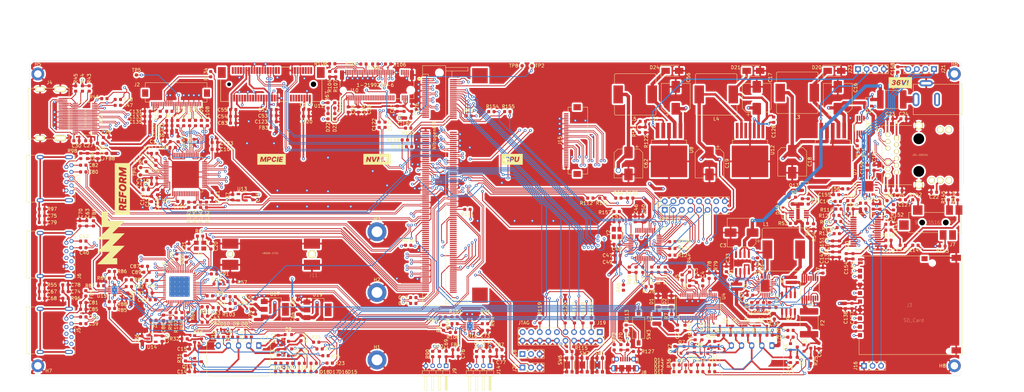
<source format=kicad_pcb>
(kicad_pcb (version 20171130) (host pcbnew 5.1.2+dfsg1-1)
  (title_block (title REFORM) (date 2019-04-08) (rev 2.0) (company "MNT Research GmbH"))
  (layers (0 F.Cu signal) (1 GND.Cu power) (2 Signal.Cu signal) (3 Power.Cu power) (4 GND2.Cu power) (31 B.Cu signal) (34 B.Paste user) (35 F.Paste user) (36 B.SilkS user) (37 F.SilkS user) (38 B.Mask user) (39 F.Mask user) (44 Edge.Cuts user))
  (net 0 "")
  (net 1 HDMI_D2+)
  (net 2 HDMI_D2-)
  (net 3 HDMI_D1+)
  (net 4 HDMI_D1-)
  (net 5 HDMI_D0+)
  (net 6 HDMI_D0-)
  (net 7 SD2_DATA1)
  (net 8 SD2_DATA0)
  (net 9 SD2_CLK)
  (net 10 SD2_CMD)
  (net 11 SD2_DATA3)
  (net 12 SD2_DATA2)
  (net 13 GND)
  (net 14 SD2_CD)
  (net 15 "Net-(C1-Pad2)")
  (net 16 "Net-(C1-Pad1)")
  (net 17 "Net-(C2-Pad1)")
  (net 18 "Net-(C4-Pad1)")
  (net 19 "/Reform 2 Power/VREG")
  (net 20 "Net-(C6-Pad1)")
  (net 21 +3V3)
  (net 22 "Net-(C20-Pad1)")
  (net 23 "Net-(C21-Pad1)")
  (net 24 "Net-(C23-Pad1)")
  (net 25 "Net-(C24-Pad1)")
  (net 26 "Net-(C25-Pad1)")
  (net 27 "Net-(C26-Pad1)")
  (net 28 "Net-(C27-Pad2)")
  (net 29 "Net-(C30-Pad1)")
  (net 30 "Net-(D1-Pad1)")
  (net 31 "Net-(D3-Pad2)")
  (net 32 "Net-(D4-Pad2)")
  (net 33 "Net-(D5-Pad2)")
  (net 34 "Net-(D6-Pad2)")
  (net 35 "Net-(D7-Pad2)")
  (net 36 "Net-(D8-Pad2)")
  (net 37 "Net-(D10-Pad1)")
  (net 38 "Net-(D11-Pad2)")
  (net 39 "Net-(D11-Pad1)")
  (net 40 "Net-(D12-Pad2)")
  (net 41 "Net-(D12-Pad1)")
  (net 42 "Net-(D13-Pad2)")
  (net 43 "Net-(D13-Pad1)")
  (net 44 "Net-(D14-Pad2)")
  (net 45 "Net-(D14-Pad1)")
  (net 46 "Net-(D15-Pad2)")
  (net 47 "Net-(D15-Pad1)")
  (net 48 "Net-(D16-Pad2)")
  (net 49 "Net-(D16-Pad1)")
  (net 50 "Net-(D17-Pad2)")
  (net 51 "Net-(D17-Pad1)")
  (net 52 "Net-(D18-Pad2)")
  (net 53 "Net-(D18-Pad1)")
  (net 54 "Net-(J2-Pad30)")
  (net 55 "Net-(J2-Pad25)")
  (net 56 "Net-(J2-Pad24)")
  (net 57 "/Reform 2 Display/EDP_BL_PWM")
  (net 58 "/Reform 2 Display/EDP_BL_ENABLE")
  (net 59 "/Reform 2 Display/EDP_HPD")
  (net 60 "/Reform 2 Display/EDP_LCD_TEST")
  (net 61 EDP_AUX_DN)
  (net 62 EDP_AUX_DP)
  (net 63 EDP_TX0_DN)
  (net 64 EDP_TX0_DP)
  (net 65 EDP_TX1_DN)
  (net 66 EDP_TX1_DP)
  (net 67 "Net-(J2-Pad1)")
  (net 68 "Net-(J4-Pad16)")
  (net 69 "Net-(J4-Pad14)")
  (net 70 "Net-(J4-Pad19)")
  (net 71 "Net-(J4-Pad15)")
  (net 72 "Net-(J4-Pad13)")
  (net 73 "Net-(L1-Pad2)")
  (net 74 ETH0_A-)
  (net 75 ETH0_A+)
  (net 76 ETH0_D-)
  (net 77 ETH0_D+)
  (net 78 ETH0_B+)
  (net 79 ETH0_C+)
  (net 80 ETH0_C-)
  (net 81 ETH0_B-)
  (net 82 ETH0_LED_RX)
  (net 83 "Net-(Q3-Pad1)")
  (net 84 "Net-(Q5-Pad1)")
  (net 85 "Net-(Q6-Pad1)")
  (net 86 "Net-(Q7-Pad1)")
  (net 87 "Net-(Q8-Pad1)")
  (net 88 "Net-(Q9-Pad1)")
  (net 89 "Net-(Q10-Pad1)")
  (net 90 "Net-(Q11-Pad1)")
  (net 91 "Net-(Q12-Pad1)")
  (net 92 "Net-(R4-Pad2)")
  (net 93 "Net-(R5-Pad2)")
  (net 94 "Net-(R6-Pad2)")
  (net 95 "Net-(R17-Pad2)")
  (net 96 "Net-(R18-Pad2)")
  (net 97 "Net-(R19-Pad2)")
  (net 98 "Net-(R20-Pad2)")
  (net 99 "Net-(R21-Pad2)")
  (net 100 "Net-(R22-Pad2)")
  (net 101 "Net-(R23-Pad2)")
  (net 102 "Net-(R24-Pad2)")
  (net 103 HDMI_HPD)
  (net 104 HDMI_SCL)
  (net 105 DSI_D3_N)
  (net 106 DSI_D3_P)
  (net 107 DSI_D0_N)
  (net 108 DSI_D0_P)
  (net 109 DSI_CLK_N)
  (net 110 DSI_CLK_P)
  (net 111 DSI_D1_N)
  (net 112 DSI_D1_P)
  (net 113 DSI_D2_N)
  (net 114 DSI_D2_P)
  (net 115 USB1_RX_N)
  (net 116 USB1_RX_P)
  (net 117 USB1_TX_N)
  (net 118 USB1_TX_P)
  (net 119 USB1_DN)
  (net 120 USB1_DP)
  (net 121 "Net-(U3-Pad3)")
  (net 122 BMON_CS)
  (net 123 BMON_SDO)
  (net 124 BMON_SDI)
  (net 125 BMON_SCK)
  (net 126 "Net-(U4-Pad9)")
  (net 127 "Net-(U4-Pad7)")
  (net 128 "Net-(U4-Pad5)")
  (net 129 "Net-(U4-Pad3)")
  (net 130 "Net-(U5-Pad3)")
  (net 131 "Net-(U6-Pad13)")
  (net 132 "Net-(U6-Pad7)")
  (net 133 "Net-(U9-Pad60)")
  (net 134 "Net-(U9-Pad39)")
  (net 135 "Net-(U10-Pad60)")
  (net 136 "Net-(U10-Pad55)")
  (net 137 "Net-(U10-Pad50)")
  (net 138 "Net-(U10-Pad47)")
  (net 139 "Net-(U10-Pad46)")
  (net 140 "Net-(U10-Pad45)")
  (net 141 "Net-(U10-Pad44)")
  (net 142 "Net-(U10-Pad13)")
  (net 143 "Net-(U10-Pad12)")
  (net 144 "Net-(U10-Pad11)")
  (net 145 "Net-(U10-Pad10)")
  (net 146 "Net-(U10-Pad9)")
  (net 147 "Net-(U10-Pad8)")
  (net 148 "Net-(U10-Pad7)")
  (net 149 "Net-(U10-Pad6)")
  (net 150 "Net-(U10-Pad5)")
  (net 151 "Net-(U10-Pad4)")
  (net 152 "Net-(U11-Pad1)")
  (net 153 "Net-(U11-Pad3)")
  (net 154 "Net-(U11-Pad5)")
  (net 155 "Net-(U11-Pad8)")
  (net 156 "Net-(U11-Pad7)")
  (net 157 "Net-(U11-Pad10)")
  (net 158 "Net-(U11-Pad12)")
  (net 159 "Net-(U11-Pad14)")
  (net 160 "Net-(U11-Pad16)")
  (net 161 "Net-(U11-Pad17)")
  (net 162 "Net-(U11-Pad19)")
  (net 163 "Net-(U11-Pad30)")
  (net 164 "Net-(U11-Pad32)")
  (net 165 "Net-(U11-Pad36)")
  (net 166 "Net-(U11-Pad38)")
  (net 167 "Net-(U11-Pad42)")
  (net 168 "Net-(U11-Pad46)")
  (net 169 "Net-(U11-Pad45)")
  (net 170 "Net-(U11-Pad47)")
  (net 171 "Net-(U11-Pad49)")
  (net 172 "Net-(U11-Pad51)")
  (net 173 "Net-(U12-Pad5)")
  (net 174 "Net-(U12-Pad7)")
  (net 175 HDMI_CEC)
  (net 176 HDMI_SDA)
  (net 177 +36V)
  (net 178 "Net-(C32-Pad1)")
  (net 179 "Net-(C33-Pad1)")
  (net 180 +1V2)
  (net 181 +1V1)
  (net 182 "Net-(C39-Pad2)")
  (net 183 USB3_2_SSTXN)
  (net 184 "Net-(C40-Pad2)")
  (net 185 USB3_1_SSTXN)
  (net 186 "Net-(C41-Pad2)")
  (net 187 USB3_2_SSTXP)
  (net 188 "Net-(C42-Pad2)")
  (net 189 USB3_1_SSTXP)
  (net 190 USB_PWR)
  (net 191 "Net-(D3-Pad1)")
  (net 192 "Net-(D19-Pad1)")
  (net 193 "Net-(D19-Pad2)")
  (net 194 "Net-(D20-Pad1)")
  (net 195 "Net-(D22-Pad2)")
  (net 196 "Net-(D22-Pad1)")
  (net 197 "Net-(F2-Pad2)")
  (net 198 USB3_2_SSRXP)
  (net 199 USB3_2_SSRXN)
  (net 200 USB3_2_DP)
  (net 201 USB3_2_DN)
  (net 202 USB3_2_VBUS)
  (net 203 USB3_1_SSRXP)
  (net 204 USB3_1_SSRXN)
  (net 205 USB3_1_DP)
  (net 206 USB3_1_DN)
  (net 207 USB3_1_VBUS)
  (net 208 "Net-(J7-Pad5)")
  (net 209 "Net-(J7-Pad6)")
  (net 210 "Net-(J7-Pad4)")
  (net 211 "Net-(Q1-Pad5)")
  (net 212 "Net-(Q1-Pad4)")
  (net 213 "Net-(Q2-Pad4)")
  (net 214 "Net-(R3-Pad2)")
  (net 215 "Net-(R3-Pad1)")
  (net 216 "Net-(R49-Pad1)")
  (net 217 "Net-(R51-Pad2)")
  (net 218 "Net-(R52-Pad1)")
  (net 219 "Net-(R54-Pad2)")
  (net 220 "Net-(R57-Pad1)")
  (net 221 "Net-(R58-Pad1)")
  (net 222 "Net-(R59-Pad1)")
  (net 223 "Net-(R60-Pad1)")
  (net 224 "Net-(R61-Pad1)")
  (net 225 "Net-(R63-Pad1)")
  (net 226 "Net-(R64-Pad2)")
  (net 227 EDP_SCL)
  (net 228 +1V8)
  (net 229 EDP_SDA)
  (net 230 PCIE1_CLK_N)
  (net 231 PCIE1_CLK_P)
  (net 232 PCIE2_CLK_N)
  (net 233 PCIE2_CLK_P)
  (net 234 PCIE2_RX_P)
  (net 235 PCIE2_RX_N)
  (net 236 PCIE2_TX_P)
  (net 237 PCIE2_TX_N)
  (net 238 PCIE1_RX_P)
  (net 239 PCIE1_RX_N)
  (net 240 PCIE1_TX_P)
  (net 241 PCIE1_TX_N)
  (net 242 "Net-(U3-Pad7)")
  (net 243 "Net-(U4-Pad28)")
  (net 244 "Net-(U5-Pad7)")
  (net 245 USB3_1_EN)
  (net 246 USB3_2_EN)
  (net 247 USB3_3_EN)
  (net 248 USB3_4_EN)
  (net 249 USB3_4_DN)
  (net 250 USB3_4_DP)
  (net 251 USB3_3_DN)
  (net 252 USB3_3_DP)
  (net 253 EDP_IRQ)
  (net 254 EDP_RESETn)
  (net 255 PCIE_RESETn)
  (net 256 "Net-(U13-Pad4)")
  (net 257 "Net-(U14-Pad4)")
  (net 258 "Net-(C48-Pad1)")
  (net 259 "Net-(C51-Pad1)")
  (net 260 "Net-(J8-Pad3)")
  (net 261 "Net-(J8-Pad4)")
  (net 262 "Net-(J8-Pad1)")
  (net 263 "Net-(J8-Pad2)")
  (net 264 "Net-(J9-Pad3)")
  (net 265 "Net-(J9-Pad2)")
  (net 266 "Net-(J10-Pad5)")
  (net 267 "Net-(J10-Pad6)")
  (net 268 "Net-(J10-Pad7)")
  (net 269 "Net-(J10-Pad8)")
  (net 270 CHG_SDA)
  (net 271 CHG_SCL)
  (net 272 "Net-(R70-Pad2)")
  (net 273 "Net-(R72-Pad2)")
  (net 274 "/Reform 2 Power/LPC_SCK1b")
  (net 275 "/Reform 2 Power/LPC_MISO1b")
  (net 276 "/Reform 2 Power/LPC_MOSI1b")
  (net 277 "/Reform 2 Power/LPC_SSEL1")
  (net 278 "Net-(R77-Pad2)")
  (net 279 "/Reform 2 Power/LPC_UFTOGG")
  (net 280 USB2_TX_N)
  (net 281 USB2_TX_P)
  (net 282 "/Reform 2 Power/LPC_TXDa")
  (net 283 "/Reform 2 Power/LPC_RXDa")
  (net 284 "/Reform 2 Power/LPC_SCLKa")
  (net 285 "/Reform 2 Power/LPC_SCK1a")
  (net 286 "/Reform 2 Power/LPC_AD7")
  (net 287 "/Reform 2 Power/LPC_AD5")
  (net 288 "/Reform 2 Power/LPC_SWDIO")
  (net 289 "/Reform 2 Power/LPC_TDO")
  (net 290 "/Reform 2 Power/LPC_TMS")
  (net 291 "/Reform 2 Power/LPC_TDI")
  (net 292 "/Reform 2 Power/LPC_SCK0b")
  (net 293 "/Reform 2 Power/LPC_MISO1a")
  (net 294 "/Reform 2 Power/LPC_SCK0a")
  (net 295 "/Reform 2 Power/LPC_MOSI0")
  (net 296 "/Reform 2 Power/LPC_MISO0")
  (net 297 "/Reform 2 Power/LPC_SCLKc")
  (net 298 "/Reform 2 Power/LPC_MOSI1a")
  (net 299 "/Reform 2 Power/LPC_UVBUS")
  (net 300 "/Reform 2 Power/LPC_TXDc")
  (net 301 "/Reform 2 Power/LPC_RXDc")
  (net 302 "/Reform 2 Power/LPC_SSEL0")
  (net 303 "Net-(U18-Pad9)")
  (net 304 "Net-(J10-Pad69)")
  (net 305 "Net-(J10-Pad67)")
  (net 306 "Net-(J10-Pad58)")
  (net 307 "Net-(J10-Pad56)")
  (net 308 "Net-(J10-Pad48)")
  (net 309 "Net-(J10-Pad46)")
  (net 310 "Net-(J10-Pad37)")
  (net 311 "Net-(J10-Pad36)")
  (net 312 "Net-(J10-Pad35)")
  (net 313 "Net-(J10-Pad34)")
  (net 314 "Net-(J10-Pad32)")
  (net 315 "Net-(J10-Pad31)")
  (net 316 "Net-(J10-Pad30)")
  (net 317 "Net-(J10-Pad29)")
  (net 318 "Net-(J10-Pad28)")
  (net 319 "Net-(J10-Pad26)")
  (net 320 "Net-(J10-Pad25)")
  (net 321 "Net-(J10-Pad24)")
  (net 322 "Net-(J10-Pad23)")
  (net 323 "Net-(J10-Pad22)")
  (net 324 "Net-(J10-Pad20)")
  (net 325 "Net-(J10-Pad11)")
  (net 326 BAT1+)
  (net 327 BAT2+)
  (net 328 BAT3+)
  (net 329 BAT4+)
  (net 330 BAT5+)
  (net 331 BAT6+)
  (net 332 BAT7+)
  (net 333 BAT8+)
  (net 334 "Net-(J14-Pad3)")
  (net 335 "Net-(J14-Pad2)")
  (net 336 +1V5)
  (net 337 "Net-(C80-Pad2)")
  (net 338 "Net-(C82-Pad2)")
  (net 339 "Net-(D23-Pad2)")
  (net 340 "Net-(D23-Pad1)")
  (net 341 "Net-(C90-Pad1)")
  (net 342 "Net-(C69-Pad1)")
  (net 343 "Net-(C71-Pad1)")
  (net 344 USB3_3_VBUS)
  (net 345 "Net-(C72-Pad1)")
  (net 346 USB3_4_VBUS)
  (net 347 "Net-(C81-Pad1)")
  (net 348 "Net-(C74-Pad1)")
  (net 349 "Net-(C67-Pad1)")
  (net 350 "Net-(J10-Pad68)")
  (net 351 "Net-(J10-Pad54)")
  (net 352 "/Reform 2 PCIe/M2_CLKREQn")
  (net 353 "/Reform 2 PCIe/M2_SMB_ALERTn")
  (net 354 "/Reform 2 PCIe/M2_SMB_DATA")
  (net 355 "/Reform 2 PCIe/M2_SMB_CLK")
  (net 356 "Net-(J10-Pad38)")
  (net 357 "Net-(C75-Pad1)")
  (net 358 "Net-(J17-Pad1)")
  (net 359 "Net-(R56-Pad1)")
  (net 360 "Net-(R78-Pad1)")
  (net 361 "Net-(R79-Pad1)")
  (net 362 "Net-(R80-Pad1)")
  (net 363 "Net-(R103-Pad1)")
  (net 364 USB3_2_OVERCURn)
  (net 365 USB3_1_OVERCURn)
  (net 366 USB3_3_OVERCURn)
  (net 367 USB3_4_OVERCURn)
  (net 368 "Net-(R102-Pad2)")
  (net 369 "Net-(U9-Pad38)")
  (net 370 "Net-(U9-Pad37)")
  (net 371 "Net-(R88-Pad1)")
  (net 372 "Net-(R87-Pad1)")
  (net 373 "Net-(R89-Pad1)")
  (net 374 "Net-(R83-Pad2)")
  (net 375 "Net-(R82-Pad1)")
  (net 376 "Net-(R100-Pad1)")
  (net 377 "Net-(R99-Pad1)")
  (net 378 "Net-(R101-Pad1)")
  (net 379 "Net-(R95-Pad2)")
  (net 380 "Net-(R94-Pad1)")
  (net 381 "Net-(C128-Pad2)")
  (net 382 "Net-(C128-Pad1)")
  (net 383 "Net-(C145-Pad2)")
  (net 384 "Net-(C145-Pad1)")
  (net 385 "Net-(C147-Pad2)")
  (net 386 "Net-(C147-Pad1)")
  (net 387 "Net-(C149-Pad2)")
  (net 388 "Net-(C149-Pad1)")
  (net 389 "Net-(C150-Pad1)")
  (net 390 "Net-(C153-Pad2)")
  (net 391 "Net-(C153-Pad1)")
  (net 392 "Net-(C156-Pad1)")
  (net 393 "Net-(C158-Pad2)")
  (net 394 "Net-(C158-Pad1)")
  (net 395 "Net-(C159-Pad2)")
  (net 396 "Net-(C159-Pad1)")
  (net 397 IMX_UART1_RX)
  (net 398 IMX_UART1_TX)
  (net 399 IMX_UART2_RX)
  (net 400 IMX_UART2_TX)
  (net 401 "Net-(J21-Pad3)")
  (net 402 "Net-(J21-Pad1)")
  (net 403 USB_RESETn)
  (net 404 "Net-(J10-Pad13)")
  (net 405 "Net-(R111-Pad2)")
  (net 406 "Net-(R112-Pad2)")
  (net 407 "Net-(R113-Pad1)")
  (net 408 IMX_RESETn)
  (net 409 IMX_JTAG_TMS)
  (net 410 IMX_JTAG_TDI)
  (net 411 IMX_JTAG_TCK)
  (net 412 LPC_MISO)
  (net 413 LPC_MOSI)
  (net 414 LPC_SCK)
  (net 415 "Net-(R129-Pad1)")
  (net 416 "Net-(R130-Pad1)")
  (net 417 BACKLIGHT_PWM)
  (net 418 BACKLIGHT_EN)
  (net 419 DAC_SCL)
  (net 420 DAC_SDA)
  (net 421 "Net-(R137-Pad2)")
  (net 422 DAC_MCLK)
  (net 423 "Net-(R138-Pad1)")
  (net 424 "Net-(R139-Pad2)")
  (net 425 "Net-(R140-Pad1)")
  (net 426 "Net-(R141-Pad1)")
  (net 427 "Net-(U1-Pad200)")
  (net 428 "Net-(U1-Pad198)")
  (net 429 "Net-(U1-Pad196)")
  (net 430 "Net-(U1-Pad194)")
  (net 431 "Net-(U1-Pad192)")
  (net 432 "Net-(U1-Pad190)")
  (net 433 "Net-(U1-Pad188)")
  (net 434 "Net-(U1-Pad186)")
  (net 435 "Net-(U1-Pad184)")
  (net 436 "Net-(U1-Pad182)")
  (net 437 "Net-(U1-Pad180)")
  (net 438 "Net-(U1-Pad162)")
  (net 439 "Net-(U1-Pad160)")
  (net 440 "Net-(U1-Pad158)")
  (net 441 "Net-(U1-Pad156)")
  (net 442 "Net-(U1-Pad154)")
  (net 443 "Net-(U1-Pad152)")
  (net 444 "Net-(U1-Pad150)")
  (net 445 "Net-(U1-Pad148)")
  (net 446 "Net-(U1-Pad146)")
  (net 447 "Net-(U1-Pad144)")
  (net 448 "Net-(U1-Pad142)")
  (net 449 "Net-(U1-Pad140)")
  (net 450 "Net-(U1-Pad138)")
  (net 451 "Net-(U1-Pad136)")
  (net 452 "Net-(U1-Pad134)")
  (net 453 "Net-(U1-Pad132)")
  (net 454 "Net-(U1-Pad130)")
  (net 455 "Net-(U1-Pad120)")
  (net 456 "Net-(U1-Pad96)")
  (net 457 "Net-(U1-Pad92)")
  (net 458 "Net-(U1-Pad90)")
  (net 459 "Net-(U1-Pad88)")
  (net 460 "Net-(U1-Pad86)")
  (net 461 "Net-(U1-Pad84)")
  (net 462 "Net-(U1-Pad82)")
  (net 463 "Net-(U1-Pad42)")
  (net 464 "Net-(U1-Pad36)")
  (net 465 "Net-(U1-Pad34)")
  (net 466 "Net-(U1-Pad28)")
  (net 467 "Net-(U1-Pad24)")
  (net 468 "Net-(U1-Pad10)")
  (net 469 "Net-(U1-Pad189)")
  (net 470 "Net-(U1-Pad187)")
  (net 471 "Net-(U1-Pad159)")
  (net 472 "Net-(U1-Pad157)")
  (net 473 "Net-(U1-Pad155)")
  (net 474 "Net-(U1-Pad153)")
  (net 475 "Net-(U1-Pad151)")
  (net 476 "Net-(U1-Pad149)")
  (net 477 "Net-(U1-Pad147)")
  (net 478 "Net-(U1-Pad145)")
  (net 479 "Net-(U1-Pad143)")
  (net 480 "Net-(U1-Pad141)")
  (net 481 "Net-(U1-Pad137)")
  (net 482 "Net-(U1-Pad135)")
  (net 483 "Net-(U1-Pad133)")
  (net 484 "Net-(U1-Pad85)")
  (net 485 "Net-(U1-Pad69)")
  (net 486 "Net-(U1-Pad67)")
  (net 487 "Net-(U1-Pad61)")
  (net 488 "Net-(U1-Pad57)")
  (net 489 "Net-(U1-Pad55)")
  (net 490 "Net-(U1-Pad51)")
  (net 491 "Net-(U1-Pad49)")
  (net 492 "Net-(U1-Pad45)")
  (net 493 "Net-(U1-Pad43)")
  (net 494 "Net-(U1-Pad39)")
  (net 495 "Net-(U1-Pad33)")
  (net 496 "Net-(U20-Pad26)")
  (net 497 DAC_RXFS)
  (net 498 DAC_DIN)
  (net 499 DAC_TXFS)
  (net 500 DAC_DOUT)
  (net 501 DAC_BCLK)
  (net 502 "Net-(U21-Pad5)")
  (net 503 "Net-(C86-Pad1)")
  (net 504 USB2_RX_P)
  (net 505 USB2_RX_N)
  (net 506 USB2_DP)
  (net 507 USB2_DN)
  (net 508 "Net-(TP8-Pad1)")
  (net 509 "Net-(TP7-Pad1)")
  (net 510 "Net-(TP6-Pad1)")
  (net 511 "Net-(TP9-Pad1)")
  (net 512 "Net-(TP4-Pad1)")
  (net 513 "Net-(TP3-Pad1)")
  (net 514 ETH0_LED_LINK1)
  (net 515 ETH0_LED_LINK2)
  (net 516 "Net-(R114-Pad2)")
  (net 517 "Net-(SW3-Pad2)")
  (net 518 "Net-(C123-Pad1)")
  (net 519 "Net-(C57-Pad2)")
  (net 520 +4V)
  (net 521 "Net-(C124-Pad1)")
  (net 522 "Net-(C63-Pad1)")
  (net 523 "Net-(D24-Pad1)")
  (net 524 "Net-(J19-Pad19)")
  (net 525 "Net-(J19-Pad17)")
  (net 526 "Net-(J19-Pad11)")
  (net 527 "Net-(J19-Pad3)")
  (net 528 "Net-(C127-Pad2)")
  (net 529 "Net-(C127-Pad1)")
  (net 530 "/Reform 2 Power/28V_GATE2")
  (net 531 "/Reform 2 Power/36V_IN")
  (net 532 "Net-(J10-Pad19)")
  (net 533 "Net-(J10-Pad17)")
  (net 534 "/Reform 2 Display/ML1N")
  (net 535 "/Reform 2 Display/ML0N")
  (net 536 "/Reform 2 Display/EDAUXN")
  (net 537 "/Reform 2 Display/ML1P")
  (net 538 "/Reform 2 Display/ML0P")
  (net 539 "/Reform 2 Display/EDAUXP")
  (net 540 "/Reform 2 PCIe/PCIE2_TXC_P")
  (net 541 "/Reform 2 PCIe/PCIE2_TXC_N")
  (net 542 "/Reform 2 USB/USB_SSTXP")
  (net 543 "/Reform 2 USB/USB_SSTXN")
  (net 544 "Net-(U1-Pad63)")
  (net 545 "Net-(J15-Pad33)")
  (net 546 "Net-(J15-Pad32)")
  (net 547 "Net-(J15-Pad31)")
  (net 548 "Net-(J15-Pad29)")
  (net 549 "Net-(J15-Pad28)")
  (net 550 "Net-(J15-Pad11)")
  (net 551 "Net-(J15-Pad10)")
  (net 552 "Net-(J15-Pad9)")
  (net 553 "Net-(J15-Pad8)")
  (net 554 "Net-(J15-Pad7)")
  (net 555 "Net-(J15-Pad6)")
  (net 556 "Net-(J15-Pad5)")
  (net 557 "Net-(J15-Pad4)")
  (net 558 "Net-(J15-Pad3)")
  (net 559 "Net-(J3-Pad11)")
  (net 560 "Net-(J16-Pad3)")
  (net 561 "Net-(J16-Pad2)")
  (net 562 "/Reform 2 Power/LPC_PIO1_31")
  (net 563 "/Reform 2 Power/LPC_PIO1_25")
  (net 564 "/Reform 2 Power/LPC_PIO1_16")
  (net 565 "Net-(R65-Pad2)")
  (net 566 "Net-(R65-Pad1)")
  (net 567 "Net-(R135-Pad2)")
  (net 568 "Net-(R121-Pad2)")
  (net 569 "Net-(R150-Pad2)")
  (net 570 "Net-(R151-Pad2)")
  (net 571 "Net-(R152-Pad1)")
  (net 572 "Net-(R153-Pad1)")
  (net 573 "Net-(R154-Pad2)")
  (net 574 LPC_UART2_RX)
  (net 575 LPC_UART2_TX)
  (net 576 "Net-(R155-Pad1)")
  (net 577 "Net-(R156-Pad2)")
  (net 578 LPC_SS0)
  (net 579 "Net-(TP1-Pad1)")
  (net 580 "Net-(TP2-Pad1)")
  (net 581 "Net-(U9-Pad30)")
  (net 582 "Net-(U9-Pad29)")
  (net 583 "Net-(U9-Pad27)")
  (net 584 "Net-(U9-Pad26)")
  (net 585 "Net-(U9-Pad23)")
  (net 586 "Net-(U9-Pad22)")
  (net 587 "Net-(U9-Pad20)")
  (net 588 "Net-(U9-Pad19)")
  (net 589 "Net-(U20-Pad2)")
  (net 590 "Net-(R158-Pad1)")
  (net 591 ~ON~_USB)
  (net 592 ~ON~_SOM)
  (net 593 HDMI_CLK+)
  (net 594 HDMI_CLK-)
  (net 595 "/Reform 2 Power/LPC_~TRST")
  (net 596 "Net-(R159-Pad1)")
  (net 597 "/Reform 2 Power/LPC_~RESET")
  (net 598 "/Reform 2 Power/LPC_~CTS")
  (net 599 "/Reform 2 Power/LPC_~USBCON")
  (net 600 "/Reform 2 Power/LPC_PIO1_24")
  (net 601 "/Reform 2 Power/LPC_~DTR")
  (net 602 "Net-(C31-Pad2)")
  (net 603 "/Reform 2 Power/BATPWR")
  (net 604 "Net-(U11-Pad20)")
  (module footprints:TE_1775059-1 (layer F.Cu) (at 307 100)
    (fp_text reference J3 (at -6.8 12.5) (layer F.SilkS) (effects (font (size 1.00161 1.00161) (thickness 0.05))))
    (fp_text value SD_Card (at -5.5 17) (layer F.SilkS) (effects (font (size 1.00063 1.00063) (thickness 0.05))))
    (pad 12 smd rect (at -21.3 -1.03) (size 1.4 0.73) (layers F.Cu F.Paste F.Mask) (net 13 GND))
    (pad 10 smd rect (at -21.3 -0.07) (size 1.4 0.73) (layers F.Cu F.Paste F.Mask) (net 14 SD2_CD))
    (pad 8 smd rect (at -21.4 2.3) (size 1.2 1.2) (layers F.Cu F.Paste F.Mask) (net 7 SD2_DATA1))
    (pad 7 smd rect (at -21.4 4) (size 1.2 1.2) (layers F.Cu F.Paste F.Mask) (net 8 SD2_DATA0))
    (pad 6 smd rect (at -21.4 6.425) (size 1.2 1.2) (layers F.Cu F.Paste F.Mask) (net 13 GND))
    (pad 5 smd rect (at -21.4 8.925) (size 1.2 1.2) (layers F.Cu F.Paste F.Mask) (net 9 SD2_CLK))
    (pad 4 smd rect (at -21.4 11.425) (size 1.2 1.2) (layers F.Cu F.Paste F.Mask) (net 21 +3V3))
    (pad 3 smd rect (at -21.4 13.925) (size 1.2 1.2) (layers F.Cu F.Paste F.Mask) (net 13 GND))
    (pad 2 smd rect (at -21.4 16.425) (size 1.2 1.2) (layers F.Cu F.Paste F.Mask) (net 10 SD2_CMD))
    (pad 1 smd rect (at -21.4 18.925) (size 1.2 1.2) (layers F.Cu F.Paste F.Mask) (net 11 SD2_DATA3))
    (pad 9 smd rect (at -21.4 21.425) (size 1.2 1.2) (layers F.Cu F.Paste F.Mask) (net 12 SD2_DATA2))
    (pad 13 smd rect (at 7.1 25.92) (size 2.8 1.8) (layers F.Cu F.Paste F.Mask) (net 13 GND))
    (pad "" np_thru_hole circle (at 5 26.2) (size 1 1) (drill 1) (layers *.Cu *.Mask))
    (pad 12 smd rect (at 7.1 -1.52) (size 2.8 1.8) (layers F.Cu F.Paste F.Mask) (net 13 GND))
    (pad 11 smd rect (at -2.3 -1.25) (size 1.8 1.45) (layers F.Cu F.Paste F.Mask) (net 559 "Net-(J3-Pad11)"))
    (pad "" np_thru_hole circle (at 0 0) (size 1.2 1.2) (drill 1.2) (layers *.Cu *.Mask))
  )
  (module Capacitor_SMD:C_0603_1608Metric (layer F.Cu) (at 255.2 101.7 270)
    (fp_text reference C31 (at 0 -1.43 90) (layer F.SilkS))
    (fp_text value 0.1uF)
    (pad 2 smd roundrect (at 0.7875 0 270) (size 0.875 0.95) (layers F.Cu F.Paste F.Mask) (net 602 "Net-(C31-Pad2)"))
    (pad 1 smd roundrect (at -0.7875 0 270) (size 0.875 0.95) (layers F.Cu F.Paste F.Mask) (net 13 GND))
  )
  (module TestPoint:TestPoint_Pad_D1.0mm (layer F.Cu) (at 74.3 72.8)
    (fp_text reference TP9 (at 2.4 0) (layer F.SilkS))
    (fp_text value T_EGPIO4)
    (pad 1 smd circle (at 0 0) (size 1 1) (layers F.Cu F.Mask) (net 511 "Net-(TP9-Pad1)"))
  )
  (module TestPoint:TestPoint_Pad_D1.0mm (layer F.Cu) (at 185.5 41.5)
    (fp_text reference TP8 (at -2.5 0) (layer F.SilkS))
    (fp_text value T_PMIC_ON_REQ)
    (pad 1 smd circle (at 0 0) (size 1 1) (layers F.Cu F.Mask) (net 508 "Net-(TP8-Pad1)"))
  )
  (module TestPoint:TestPoint_Pad_D1.0mm (layer F.Cu) (at 74 70)
    (fp_text reference TP7 (at -0.8 -1.7) (layer F.SilkS))
    (fp_text value T_EGPIO3)
    (pad 1 smd circle (at 0 0) (size 1 1) (layers F.Cu F.Mask) (net 509 "Net-(TP7-Pad1)"))
  )
  (module TestPoint:TestPoint_Pad_D1.0mm (layer F.Cu) (at 72.5 71.7)
    (fp_text reference TP6 (at -1 -1.7) (layer F.SilkS))
    (fp_text value T_EGPIO2)
    (pad 1 smd circle (at 0 0) (size 1 1) (layers F.Cu F.Mask) (net 510 "Net-(TP6-Pad1)"))
  )
  (module TestPoint:TestPoint_Pad_D1.0mm (layer F.Cu) (at 71.25 44.25)
    (fp_text reference TP5 (at 0 -1.448) (layer F.SilkS))
    (fp_text value T_EDP)
    (pad 1 smd circle (at 0 0) (size 1 1) (layers F.Cu F.Mask) (net 60 "/Reform 2 Display/EDP_LCD_TEST"))
  )
  (module TestPoint:TestPoint_Pad_D1.0mm (layer F.Cu) (at 72.4 73.9)
    (fp_text reference TP4 (at -1.6 -1 90) (layer F.SilkS))
    (fp_text value T_EGPIO1)
    (pad 1 smd circle (at 0 0) (size 1 1) (layers F.Cu F.Mask) (net 512 "Net-(TP4-Pad1)"))
  )
  (module TestPoint:TestPoint_Pad_D1.0mm (layer F.Cu) (at 260.7 113.2)
    (fp_text reference TP3 (at 0.3 -2.4 90) (layer F.SilkS))
    (fp_text value T_CHGALERT)
    (pad 1 smd circle (at 0 0) (size 1 1) (layers F.Cu F.Mask) (net 513 "Net-(TP3-Pad1)"))
  )
  (module TestPoint:TestPoint_Pad_D1.0mm (layer F.Cu) (at 188.4 41.5)
    (fp_text reference TP2 (at 2.35 0) (layer F.SilkS))
    (fp_text value T_OTG)
    (pad 1 smd circle (at 0 0) (size 1 1) (layers F.Cu F.Mask) (net 580 "Net-(TP2-Pad1)"))
  )
  (module TestPoint:TestPoint_Pad_D1.0mm (layer F.Cu) (at 293.6 81.5)
    (fp_text reference TP1 (at 0 -1.448) (layer F.SilkS))
    (fp_text value T_GAIN)
    (pad 1 smd circle (at 0 0) (size 1 1) (layers F.Cu F.Mask) (net 579 "Net-(TP1-Pad1)"))
  )
  (module Resistor_SMD:R_0603_1608Metric (layer F.Cu) (at 150.75 63.5 180)
    (fp_text reference R159 (at 3.5 0) (layer F.SilkS))
    (fp_text value 0)
    (pad 2 smd roundrect (at 0.7875 0 180) (size 0.875 0.95) (layers F.Cu F.Paste F.Mask) (net 254 EDP_RESETn))
    (pad 1 smd roundrect (at -0.7875 0 180) (size 0.875 0.95) (layers F.Cu F.Paste F.Mask) (net 596 "Net-(R159-Pad1)"))
  )
  (module Connector_PinHeader_2.54mm:PinHeader_1x04_P2.54mm_Vertical (layer F.Cu) (at 285 42.5 90)
    (fp_text reference J23 (at 0 -2.33 90) (layer F.SilkS))
    (fp_text value POWERS)
    (pad 4 thru_hole oval (at 0 7.62 90) (size 1.7 1.7) (drill 1) (layers *.Cu *.Mask) (net 13 GND))
    (pad 3 thru_hole oval (at 0 5.08 90) (size 1.7 1.7) (drill 1) (layers *.Cu *.Mask) (net 21 +3V3))
    (pad 2 thru_hole oval (at 0 2.54 90) (size 1.7 1.7) (drill 1) (layers *.Cu *.Mask) (net 591 ~ON~_USB))
    (pad 1 thru_hole rect (at 0 0 90) (size 1.7 1.7) (drill 1) (layers *.Cu *.Mask) (net 592 ~ON~_SOM))
  )
  (module Resistor_SMD:R_0603_1608Metric (layer F.Cu) (at 152 65.5 180)
    (fp_text reference R158 (at 3.5 0) (layer F.SilkS))
    (fp_text value 0)
    (pad 2 smd roundrect (at 0.7875 0 180) (size 0.875 0.95) (layers F.Cu F.Paste F.Mask) (net 253 EDP_IRQ))
    (pad 1 smd roundrect (at -0.7875 0 180) (size 0.875 0.95) (layers F.Cu F.Paste F.Mask) (net 590 "Net-(R158-Pad1)"))
  )
  (module Connector_PinHeader_2.54mm:PinHeader_1x04_P2.54mm_Vertical (layer F.Cu) (at 307.5 42.5 270)
    (fp_text reference J21 (at 0 -2.75 90) (layer F.SilkS))
    (fp_text value Conn_01x04_Male)
    (pad 4 thru_hole oval (at 0 7.62 270) (size 1.7 1.7) (drill 1) (layers *.Cu *.Mask) (net 394 "Net-(C158-Pad1)"))
    (pad 3 thru_hole oval (at 0 5.08 270) (size 1.7 1.7) (drill 1) (layers *.Cu *.Mask) (net 401 "Net-(J21-Pad3)"))
    (pad 2 thru_hole oval (at 0 2.54 270) (size 1.7 1.7) (drill 1) (layers *.Cu *.Mask) (net 396 "Net-(C159-Pad1)"))
    (pad 1 thru_hole rect (at 0 0 270) (size 1.7 1.7) (drill 1) (layers *.Cu *.Mask) (net 402 "Net-(J21-Pad1)"))
  )
  (module Connector_PinHeader_2.54mm:PinHeader_1x03_P2.54mm_Vertical (layer F.Cu) (at 185.59 131 90)
    (fp_text reference J20 (at 0 -2.33 90) (layer F.SilkS))
    (fp_text value Conn_01x03_Male)
    (pad 3 thru_hole oval (at 0 5.08 90) (size 1.7 1.7) (drill 1) (layers *.Cu *.Mask) (net 13 GND))
    (pad 2 thru_hole oval (at 0 2.54 90) (size 1.7 1.7) (drill 1) (layers *.Cu *.Mask) (net 399 IMX_UART2_RX))
    (pad 1 thru_hole rect (at 0 0 90) (size 1.7 1.7) (drill 1) (layers *.Cu *.Mask) (net 400 IMX_UART2_TX))
  )
  (module Connector_PinHeader_2.54mm:PinHeader_1x03_P2.54mm_Vertical (layer F.Cu) (at 185.59 127 90)
    (fp_text reference J18 (at 0 -2.33 90) (layer F.SilkS))
    (fp_text value Conn_01x03_Male)
    (pad 3 thru_hole oval (at 0 5.08 90) (size 1.7 1.7) (drill 1) (layers *.Cu *.Mask) (net 13 GND))
    (pad 2 thru_hole oval (at 0 2.54 90) (size 1.7 1.7) (drill 1) (layers *.Cu *.Mask) (net 397 IMX_UART1_RX))
    (pad 1 thru_hole rect (at 0 0 90) (size 1.7 1.7) (drill 1) (layers *.Cu *.Mask) (net 398 IMX_UART1_TX))
  )
  (module Connector_PinHeader_2.54mm:PinHeader_2x08_P2.54mm_Vertical (layer F.Cu) (at 227.75 84.25 90)
    (fp_text reference J22 (at 1.27 -2.33 90) (layer F.SilkS))
    (fp_text value LPC_IO)
    (pad 16 thru_hole oval (at 2.54 17.78 90) (size 1.7 1.7) (drill 1) (layers *.Cu *.Mask) (net 13 GND))
    (pad 15 thru_hole oval (at 0 17.78 90) (size 1.7 1.7) (drill 1) (layers *.Cu *.Mask) (net 21 +3V3))
    (pad 14 thru_hole oval (at 2.54 15.24 90) (size 1.7 1.7) (drill 1) (layers *.Cu *.Mask) (net 563 "/Reform 2 Power/LPC_PIO1_25"))
    (pad 13 thru_hole oval (at 0 15.24 90) (size 1.7 1.7) (drill 1) (layers *.Cu *.Mask) (net 286 "/Reform 2 Power/LPC_AD7"))
    (pad 12 thru_hole oval (at 2.54 12.7 90) (size 1.7 1.7) (drill 1) (layers *.Cu *.Mask) (net 562 "/Reform 2 Power/LPC_PIO1_31"))
    (pad 11 thru_hole oval (at 0 12.7 90) (size 1.7 1.7) (drill 1) (layers *.Cu *.Mask) (net 299 "/Reform 2 Power/LPC_UVBUS"))
    (pad 10 thru_hole oval (at 2.54 10.16 90) (size 1.7 1.7) (drill 1) (layers *.Cu *.Mask) (net 292 "/Reform 2 Power/LPC_SCK0b"))
    (pad 9 thru_hole oval (at 0 10.16 90) (size 1.7 1.7) (drill 1) (layers *.Cu *.Mask) (net 291 "/Reform 2 Power/LPC_TDI"))
    (pad 8 thru_hole oval (at 2.54 7.62 90) (size 1.7 1.7) (drill 1) (layers *.Cu *.Mask) (net 293 "/Reform 2 Power/LPC_MISO1a"))
    (pad 7 thru_hole oval (at 0 7.62 90) (size 1.7 1.7) (drill 1) (layers *.Cu *.Mask) (net 290 "/Reform 2 Power/LPC_TMS"))
    (pad 6 thru_hole oval (at 2.54 5.08 90) (size 1.7 1.7) (drill 1) (layers *.Cu *.Mask) (net 300 "/Reform 2 Power/LPC_TXDc"))
    (pad 5 thru_hole oval (at 0 5.08 90) (size 1.7 1.7) (drill 1) (layers *.Cu *.Mask) (net 289 "/Reform 2 Power/LPC_TDO"))
    (pad 4 thru_hole oval (at 2.54 2.54 90) (size 1.7 1.7) (drill 1) (layers *.Cu *.Mask) (net 301 "/Reform 2 Power/LPC_RXDc"))
    (pad 3 thru_hole oval (at 0 2.54 90) (size 1.7 1.7) (drill 1) (layers *.Cu *.Mask) (net 595 "/Reform 2 Power/LPC_~TRST"))
    (pad 2 thru_hole oval (at 2.54 0 90) (size 1.7 1.7) (drill 1) (layers *.Cu *.Mask) (net 287 "/Reform 2 Power/LPC_AD5"))
    (pad 1 thru_hole rect (at 0 0 90) (size 1.7 1.7) (drill 1) (layers *.Cu *.Mask) (net 288 "/Reform 2 Power/LPC_SWDIO"))
  )
  (module Resistor_SMD:R_0603_1608Metric (layer F.Cu) (at 213.5 84.75 180)
    (fp_text reference R157 (at 3.5 -0.25) (layer F.SilkS))
    (fp_text value 0)
    (pad 2 smd roundrect (at 0.7875 0 180) (size 0.875 0.95) (layers F.Cu F.Paste F.Mask) (net 578 LPC_SS0))
    (pad 1 smd roundrect (at -0.7875 0 180) (size 0.875 0.95) (layers F.Cu F.Paste F.Mask) (net 302 "/Reform 2 Power/LPC_SSEL0"))
  )
  (module Resistor_SMD:R_0603_1608Metric (layer F.Cu) (at 151.75 94.75)
    (fp_text reference R156 (at 0 -1.43) (layer F.SilkS))
    (fp_text value 0)
    (pad 2 smd roundrect (at 0.7875 0) (size 0.875 0.95) (layers F.Cu F.Paste F.Mask) (net 577 "Net-(R156-Pad2)"))
    (pad 1 smd roundrect (at -0.7875 0) (size 0.875 0.95) (layers F.Cu F.Paste F.Mask) (net 417 BACKLIGHT_PWM))
  )
  (module Resistor_SMD:R_0603_1608Metric (layer F.Cu) (at 181.1 55.1)
    (fp_text reference R155 (at 0.3 -1.5) (layer F.SilkS))
    (fp_text value 0)
    (pad 2 smd roundrect (at 0.7875 0) (size 0.875 0.95) (layers F.Cu F.Paste F.Mask) (net 575 LPC_UART2_TX))
    (pad 1 smd roundrect (at -0.7875 0) (size 0.875 0.95) (layers F.Cu F.Paste F.Mask) (net 576 "Net-(R155-Pad1)"))
  )
  (module Resistor_SMD:R_0603_1608Metric (layer F.Cu) (at 176.4 55.1 180)
    (fp_text reference R154 (at -0.3 1.5) (layer F.SilkS))
    (fp_text value 0)
    (pad 2 smd roundrect (at 0.7875 0 180) (size 0.875 0.95) (layers F.Cu F.Paste F.Mask) (net 573 "Net-(R154-Pad2)"))
    (pad 1 smd roundrect (at -0.7875 0 180) (size 0.875 0.95) (layers F.Cu F.Paste F.Mask) (net 574 LPC_UART2_RX))
  )
  (module Resistor_SMD:R_0603_1608Metric (layer F.Cu) (at 151.75 60 180)
    (fp_text reference R153 (at 0 -1.43) (layer F.SilkS))
    (fp_text value 0)
    (pad 2 smd roundrect (at 0.7875 0 180) (size 0.875 0.95) (layers F.Cu F.Paste F.Mask) (net 255 PCIE_RESETn))
    (pad 1 smd roundrect (at -0.7875 0 180) (size 0.875 0.95) (layers F.Cu F.Paste F.Mask) (net 572 "Net-(R153-Pad1)"))
  )
  (module Resistor_SMD:R_0603_1608Metric (layer F.Cu) (at 295.5 83.5 270)
    (fp_text reference R152 (at 2.2 -1.1 180) (layer F.SilkS))
    (fp_text value 0)
    (pad 2 smd roundrect (at 0.7875 0 270) (size 0.875 0.95) (layers F.Cu F.Paste F.Mask) (net 190 USB_PWR))
    (pad 1 smd roundrect (at -0.7875 0 270) (size 0.875 0.95) (layers F.Cu F.Paste F.Mask) (net 571 "Net-(R152-Pad1)"))
  )
  (module Resistor_SMD:R_0603_1608Metric (layer F.Cu) (at 279.1 87.7)
    (fp_text reference R151 (at -3.5 0.2) (layer F.SilkS))
    (fp_text value 33)
    (pad 2 smd roundrect (at 0.7875 0) (size 0.875 0.95) (layers F.Cu F.Paste F.Mask) (net 570 "Net-(R151-Pad2)"))
    (pad 1 smd roundrect (at -0.7875 0) (size 0.875 0.95) (layers F.Cu F.Paste F.Mask) (net 499 DAC_TXFS))
  )
  (module Resistor_SMD:R_0603_1608Metric (layer F.Cu) (at 279.6 89.5)
    (fp_text reference R150 (at -3.4 0.3) (layer F.SilkS))
    (fp_text value 33)
    (pad 2 smd roundrect (at 0.7875 0) (size 0.875 0.95) (layers F.Cu F.Paste F.Mask) (net 569 "Net-(R150-Pad2)"))
    (pad 1 smd roundrect (at -0.7875 0) (size 0.875 0.95) (layers F.Cu F.Paste F.Mask) (net 498 DAC_DIN))
  )
  (module Resistor_SMD:R_0603_1608Metric (layer F.Cu) (at 278.6 85.9)
    (fp_text reference R121 (at -3.35 0.1) (layer F.SilkS))
    (fp_text value 33)
    (pad 2 smd roundrect (at 0.7875 0) (size 0.875 0.95) (layers F.Cu F.Paste F.Mask) (net 568 "Net-(R121-Pad2)"))
    (pad 1 smd roundrect (at -0.7875 0) (size 0.875 0.95) (layers F.Cu F.Paste F.Mask) (net 500 DAC_DOUT))
  )
  (module Resistor_SMD:R_0603_1608Metric (layer F.Cu) (at 279.2 84)
    (fp_text reference R114 (at -3.5 0.25) (layer F.SilkS))
    (fp_text value 33)
    (pad 2 smd roundrect (at 0.7875 0) (size 0.875 0.95) (layers F.Cu F.Paste F.Mask) (net 516 "Net-(R114-Pad2)"))
    (pad 1 smd roundrect (at -0.7875 0) (size 0.875 0.95) (layers F.Cu F.Paste F.Mask) (net 501 DAC_BCLK))
  )
  (module Resistor_SMD:R_0603_1608Metric (layer F.Cu) (at 205.7 80.75)
    (fp_text reference R112 (at -1.2 1.5 180) (layer F.SilkS))
    (fp_text value 220)
    (pad 2 smd roundrect (at 0.7875 0) (size 0.875 0.95) (layers F.Cu F.Paste F.Mask) (net 406 "Net-(R112-Pad2)"))
    (pad 1 smd roundrect (at -0.7875 0) (size 0.875 0.95) (layers F.Cu F.Paste F.Mask) (net 420 DAC_SDA))
  )
  (module Resistor_SMD:R_0603_1608Metric (layer F.Cu) (at 214 80.75)
    (fp_text reference R66 (at 0 -1.5 180) (layer F.SilkS))
    (fp_text value 220)
    (pad 2 smd roundrect (at 0.7875 0) (size 0.875 0.95) (layers F.Cu F.Paste F.Mask) (net 567 "Net-(R135-Pad2)"))
    (pad 1 smd roundrect (at -0.7875 0) (size 0.875 0.95) (layers F.Cu F.Paste F.Mask) (net 419 DAC_SCL))
  )
  (module Resistor_SMD:R_0603_1608Metric (layer F.Cu) (at 215.5 107.3 90)
    (fp_text reference R65 (at 0 -1.43 90) (layer F.SilkS))
    (fp_text value 0)
    (pad 2 smd roundrect (at 0.7875 0 90) (size 0.875 0.95) (layers F.Cu F.Paste F.Mask) (net 565 "Net-(R65-Pad2)"))
    (pad 1 smd roundrect (at -0.7875 0 90) (size 0.875 0.95) (layers F.Cu F.Paste F.Mask) (net 566 "Net-(R65-Pad1)"))
  )
  (module Connector_PinHeader_2.54mm:PinHeader_1x03_P2.54mm_Vertical (layer F.Cu) (at 286.75 130.5 90)
    (fp_text reference J16 (at 0 -2.5 90) (layer F.SilkS))
    (fp_text value LINE_IN)
    (pad 3 thru_hole oval (at 0 5.08 90) (size 1.7 1.7) (drill 1) (layers *.Cu *.Mask) (net 560 "Net-(J16-Pad3)"))
    (pad 2 thru_hole oval (at 0 2.54 90) (size 1.7 1.7) (drill 1) (layers *.Cu *.Mask) (net 561 "Net-(J16-Pad2)"))
    (pad 1 thru_hole rect (at 0 0 90) (size 1.7 1.7) (drill 1) (layers *.Cu *.Mask) (net 13 GND))
  )
  (module footprints:HDMI-685119134923 (layer F.Cu) (at 49.5 55.7 270)
    (fp_text reference J4 (at -9.2 4) (layer F.SilkS))
    (fp_text value HDMI_A hide)
    (pad SH thru_hole oval (at -7.25 0.8) (size 3.556 1.778) (drill oval 2.7 1) (layers *.Cu *.Mask F.SilkS) (net 13 GND))
    (pad SH thru_hole oval (at 7.25 0.8) (size 3.556 1.778) (drill oval 2.7 0.9) (layers *.Cu *.Mask F.SilkS) (net 13 GND))
    (pad SH thru_hole oval (at -7.25 6.8) (size 3 1.5) (drill oval 2.1 0.9) (layers *.Cu *.Mask F.SilkS) (net 13 GND))
    (pad SH thru_hole oval (at 7.25 6.8) (size 3 1.5) (drill oval 2.1 0.9) (layers *.Cu *.Mask F.SilkS) (net 13 GND))
    (pad 10 smd rect (at 0 0 90) (size 0.28 2.6) (layers F.Cu F.Paste F.Mask) (net 593 HDMI_CLK+))
    (pad 9 smd rect (at 0.5 0 90) (size 0.28 2.6) (layers F.Cu F.Paste F.Mask) (net 6 HDMI_D0-))
    (pad 8 smd rect (at 1 0 90) (size 0.28 2.6) (layers F.Cu F.Paste F.Mask) (net 13 GND))
    (pad 7 smd rect (at 1.5 0 90) (size 0.28 2.6) (layers F.Cu F.Paste F.Mask) (net 5 HDMI_D0+))
    (pad 6 smd rect (at 2 0 90) (size 0.28 2.6) (layers F.Cu F.Paste F.Mask) (net 4 HDMI_D1-))
    (pad 5 smd rect (at 2.5 0 90) (size 0.28 2.6) (layers F.Cu F.Paste F.Mask) (net 13 GND))
    (pad 4 smd rect (at 3 0 90) (size 0.28 2.6) (layers F.Cu F.Paste F.Mask) (net 3 HDMI_D1+))
    (pad 3 smd rect (at 3.5 0 90) (size 0.28 2.6) (layers F.Cu F.Paste F.Mask) (net 2 HDMI_D2-))
    (pad 11 smd rect (at -0.5 0 90) (size 0.28 2.6) (layers F.Cu F.Paste F.Mask) (net 13 GND))
    (pad 12 smd rect (at -1 0 90) (size 0.28 2.6) (layers F.Cu F.Paste F.Mask) (net 594 HDMI_CLK-))
    (pad 13 smd rect (at -1.5 0 90) (size 0.28 2.6) (layers F.Cu F.Paste F.Mask) (net 72 "Net-(J4-Pad13)"))
    (pad 14 smd rect (at -2 0 90) (size 0.28 2.6) (layers F.Cu F.Paste F.Mask) (net 69 "Net-(J4-Pad14)"))
    (pad 15 smd rect (at -2.5 0 90) (size 0.28 2.6) (layers F.Cu F.Paste F.Mask) (net 71 "Net-(J4-Pad15)"))
    (pad 16 smd rect (at -3 0 90) (size 0.28 2.6) (layers F.Cu F.Paste F.Mask) (net 68 "Net-(J4-Pad16)"))
    (pad 17 smd rect (at -3.5 0 90) (size 0.28 2.6) (layers F.Cu F.Paste F.Mask) (net 13 GND))
    (pad 2 smd rect (at 4 0 90) (size 0.28 2.6) (layers F.Cu F.Paste F.Mask) (net 13 GND))
    (pad 1 smd rect (at 4.5 0 90) (size 0.28 2.6) (layers F.Cu F.Paste F.Mask) (net 1 HDMI_D2+))
    (pad 18 smd rect (at -4 0 90) (size 0.28 2.6) (layers F.Cu F.Paste F.Mask) (net 29 "Net-(C30-Pad1)"))
    (pad 19 smd rect (at -4.5 0 90) (size 0.28 2.6) (layers F.Cu F.Paste F.Mask) (net 70 "Net-(J4-Pad19)"))
  )
  (module footprints:36v (layer F.Cu) (at 297.5 46.5)
    (fp_text reference H14 hide)
    (fp_text value LABEL_36V hide)
  )
  (module footprints:cpu (layer F.Cu) (at 182.5 69.25)
    (fp_text reference H13 hide)
    (fp_text value LABEL_CPU hide)
  )
  (module footprints:mpcie (layer F.Cu) (at 111.25 69.25)
    (fp_text reference H11 hide)
    (fp_text value LABEL_MPCIE1 hide)
  )
  (module footprints:nvme (layer F.Cu) (at 142.5 69.25)
    (fp_text reference H12 hide)
    (fp_text value LABEL_MPCIE2 hide)
  )
  (module Package_DFN_QFN:TQFN-16-1EP_5x5mm_P0.8mm_EP3.1x3.1mm (layer F.Cu) (at 288 77.25 90)
    (fp_text reference U21 (at 0 -4 270) (layer F.SilkS))
    (fp_text value MAX9715ETE+)
    (pad 16 smd roundrect (at -1.2 -2.4375 90) (size 0.3 0.825) (layers F.Cu F.Paste F.Mask) (net 391 "Net-(C153-Pad1)"))
    (pad 15 smd roundrect (at -0.4 -2.4375 90) (size 0.3 0.825) (layers F.Cu F.Paste F.Mask) (net 388 "Net-(C149-Pad1)"))
    (pad 14 smd roundrect (at 0.4 -2.4375 90) (size 0.3 0.825) (layers F.Cu F.Paste F.Mask) (net 190 USB_PWR))
    (pad 13 smd roundrect (at 1.2 -2.4375 90) (size 0.3 0.825) (layers F.Cu F.Paste F.Mask) (net 392 "Net-(C156-Pad1)"))
    (pad 12 smd roundrect (at 2.4375 -1.2 90) (size 0.825 0.3) (layers F.Cu F.Paste F.Mask) (net 13 GND))
    (pad 11 smd roundrect (at 2.4375 -0.4 90) (size 0.825 0.3) (layers F.Cu F.Paste F.Mask) (net 395 "Net-(C159-Pad2)"))
    (pad 10 smd roundrect (at 2.4375 0.4 90) (size 0.825 0.3) (layers F.Cu F.Paste F.Mask) (net 402 "Net-(J21-Pad1)"))
    (pad 9 smd roundrect (at 2.4375 1.2 90) (size 0.825 0.3) (layers F.Cu F.Paste F.Mask) (net 190 USB_PWR))
    (pad 8 smd roundrect (at 1.2 2.4375 90) (size 0.3 0.825) (layers F.Cu F.Paste F.Mask) (net 571 "Net-(R152-Pad1)"))
    (pad 7 smd roundrect (at 0.4 2.4375 90) (size 0.3 0.825) (layers F.Cu F.Paste F.Mask) (net 13 GND))
    (pad 6 smd roundrect (at -0.4 2.4375 90) (size 0.3 0.825) (layers F.Cu F.Paste F.Mask) (net 579 "Net-(TP1-Pad1)"))
    (pad 5 smd roundrect (at -1.2 2.4375 90) (size 0.3 0.825) (layers F.Cu F.Paste F.Mask) (net 502 "Net-(U21-Pad5)"))
    (pad 4 smd roundrect (at -2.4375 1.2 90) (size 0.825 0.3) (layers F.Cu F.Paste F.Mask) (net 190 USB_PWR))
    (pad 3 smd roundrect (at -2.4375 0.4 90) (size 0.825 0.3) (layers F.Cu F.Paste F.Mask) (net 401 "Net-(J21-Pad3)"))
    (pad 2 smd roundrect (at -2.4375 -0.4 90) (size 0.825 0.3) (layers F.Cu F.Paste F.Mask) (net 393 "Net-(C158-Pad2)"))
    (pad 1 smd roundrect (at -2.4375 -1.2 90) (size 0.825 0.3) (layers F.Cu F.Paste F.Mask) (net 13 GND))
    (pad 17 smd roundrect (at 0 0 90) (size 3.1 3.1) (layers F.Cu F.Mask) (roundrect_rratio 0.08064499999999999) (net 13 GND))
  )
  (module Connector_FFC-FPC:Hirose_FH12-33S-0.5SH_1x33-1MP_P0.50mm_Horizontal (layer F.Cu) (at 200.4 63.7 90)
    (fp_text reference J15 (at 0 -3.7 90) (layer F.SilkS))
    (fp_text value Conn_01x33)
    (pad 33 smd rect (at 8 -1.85 90) (size 0.3 1.3) (layers F.Cu F.Paste F.Mask) (net 545 "Net-(J15-Pad33)"))
    (pad 32 smd rect (at 7.5 -1.85 90) (size 0.3 1.3) (layers F.Cu F.Paste F.Mask) (net 546 "Net-(J15-Pad32)"))
    (pad 31 smd rect (at 7 -1.85 90) (size 0.3 1.3) (layers F.Cu F.Paste F.Mask) (net 547 "Net-(J15-Pad31)"))
    (pad 30 smd rect (at 6.5 -1.85 90) (size 0.3 1.3) (layers F.Cu F.Paste F.Mask) (net 13 GND))
    (pad 29 smd rect (at 6 -1.85 90) (size 0.3 1.3) (layers F.Cu F.Paste F.Mask) (net 548 "Net-(J15-Pad29)"))
    (pad 28 smd rect (at 5.5 -1.85 90) (size 0.3 1.3) (layers F.Cu F.Paste F.Mask) (net 549 "Net-(J15-Pad28)"))
    (pad 27 smd rect (at 5 -1.85 90) (size 0.3 1.3) (layers F.Cu F.Paste F.Mask) (net 13 GND))
    (pad 26 smd rect (at 4.5 -1.85 90) (size 0.3 1.3) (layers F.Cu F.Paste F.Mask) (net 108 DSI_D0_P))
    (pad 25 smd rect (at 4 -1.85 90) (size 0.3 1.3) (layers F.Cu F.Paste F.Mask) (net 107 DSI_D0_N))
    (pad 24 smd rect (at 3.5 -1.85 90) (size 0.3 1.3) (layers F.Cu F.Paste F.Mask) (net 13 GND))
    (pad 23 smd rect (at 3 -1.85 90) (size 0.3 1.3) (layers F.Cu F.Paste F.Mask) (net 112 DSI_D1_P))
    (pad 22 smd rect (at 2.5 -1.85 90) (size 0.3 1.3) (layers F.Cu F.Paste F.Mask) (net 111 DSI_D1_N))
    (pad 21 smd rect (at 2 -1.85 90) (size 0.3 1.3) (layers F.Cu F.Paste F.Mask) (net 13 GND))
    (pad 20 smd rect (at 1.5 -1.85 90) (size 0.3 1.3) (layers F.Cu F.Paste F.Mask) (net 110 DSI_CLK_P))
    (pad 19 smd rect (at 1 -1.85 90) (size 0.3 1.3) (layers F.Cu F.Paste F.Mask) (net 109 DSI_CLK_N))
    (pad 18 smd rect (at 0.5 -1.85 90) (size 0.3 1.3) (layers F.Cu F.Paste F.Mask) (net 13 GND))
    (pad 17 smd rect (at 0 -1.85 90) (size 0.3 1.3) (layers F.Cu F.Paste F.Mask) (net 114 DSI_D2_P))
    (pad 16 smd rect (at -0.5 -1.85 90) (size 0.3 1.3) (layers F.Cu F.Paste F.Mask) (net 113 DSI_D2_N))
    (pad 15 smd rect (at -1 -1.85 90) (size 0.3 1.3) (layers F.Cu F.Paste F.Mask) (net 13 GND))
    (pad 14 smd rect (at -1.5 -1.85 90) (size 0.3 1.3) (layers F.Cu F.Paste F.Mask) (net 106 DSI_D3_P))
    (pad 13 smd rect (at -2 -1.85 90) (size 0.3 1.3) (layers F.Cu F.Paste F.Mask) (net 105 DSI_D3_N))
    (pad 12 smd rect (at -2.5 -1.85 90) (size 0.3 1.3) (layers F.Cu F.Paste F.Mask) (net 13 GND))
    (pad 11 smd rect (at -3 -1.85 90) (size 0.3 1.3) (layers F.Cu F.Paste F.Mask) (net 550 "Net-(J15-Pad11)"))
    (pad 10 smd rect (at -3.5 -1.85 90) (size 0.3 1.3) (layers F.Cu F.Paste F.Mask) (net 551 "Net-(J15-Pad10)"))
    (pad 9 smd rect (at -4 -1.85 90) (size 0.3 1.3) (layers F.Cu F.Paste F.Mask) (net 552 "Net-(J15-Pad9)"))
    (pad 8 smd rect (at -4.5 -1.85 90) (size 0.3 1.3) (layers F.Cu F.Paste F.Mask) (net 553 "Net-(J15-Pad8)"))
    (pad 7 smd rect (at -5 -1.85 90) (size 0.3 1.3) (layers F.Cu F.Paste F.Mask) (net 554 "Net-(J15-Pad7)"))
    (pad 6 smd rect (at -5.5 -1.85 90) (size 0.3 1.3) (layers F.Cu F.Paste F.Mask) (net 555 "Net-(J15-Pad6)"))
    (pad 5 smd rect (at -6 -1.85 90) (size 0.3 1.3) (layers F.Cu F.Paste F.Mask) (net 556 "Net-(J15-Pad5)"))
    (pad 4 smd rect (at -6.5 -1.85 90) (size 0.3 1.3) (layers F.Cu F.Paste F.Mask) (net 557 "Net-(J15-Pad4)"))
    (pad 3 smd rect (at -7 -1.85 90) (size 0.3 1.3) (layers F.Cu F.Paste F.Mask) (net 558 "Net-(J15-Pad3)"))
    (pad 2 smd rect (at -7.5 -1.85 90) (size 0.3 1.3) (layers F.Cu F.Paste F.Mask) (net 13 GND))
    (pad 1 smd rect (at -8 -1.85 90) (size 0.3 1.3) (layers F.Cu F.Paste F.Mask) (net 13 GND))
    (pad MP smd rect (at -9.9 1.4 90) (size 1.8 2.2) (layers F.Cu F.Paste F.Mask))
    (pad MP smd rect (at 9.9 1.4 90) (size 1.8 2.2) (layers F.Cu F.Paste F.Mask))
  )
  (module Button_Switch_SMD:SW_DIP_SPSTx01_Slide_Omron_A6S-110x_W8.9mm_P2.54mm (layer F.Cu) (at 220 119.25 90)
    (fp_text reference SW3 (at -2 3 90) (layer F.SilkS))
    (fp_text value SW_DIP_x01)
    (pad 2 smd rect (at 4.45 0 90) (size 1.5 1.1) (layers F.Cu F.Paste F.Mask) (net 517 "Net-(SW3-Pad2)"))
    (pad 1 smd rect (at -4.45 0 90) (size 1.5 1.1) (layers F.Cu F.Paste F.Mask) (net 407 "Net-(R113-Pad1)"))
  )
  (module Resistor_SMD:R_0603_1608Metric (layer F.Cu) (at 169.3 84.1 180)
    (fp_text reference R111 (at 0 -1.43) (layer F.SilkS))
    (fp_text value 0)
    (pad 2 smd roundrect (at 0.7875 0 180) (size 0.875 0.95) (layers F.Cu F.Paste F.Mask) (net 405 "Net-(R111-Pad2)"))
    (pad 1 smd roundrect (at -0.7875 0 180) (size 0.875 0.95) (layers F.Cu F.Paste F.Mask) (net 190 USB_PWR))
  )
  (module footprints:TE_1473149-4 (layer F.Cu) (at 161 77 90)
    (fp_text reference U1 (at 0.4 -0.1 90) (layer F.SilkS) (effects (font (size 1.40362 1.40362) (thickness 0.05))))
    (fp_text value Nitrogen8M (at 14.75 -1.5 90) (layer F.SilkS))
    (pad SH2 smd rect (at 32.55 12 90) (size 4.5 4.6) (layers F.Cu F.Paste F.Mask))
    (pad SH1 smd rect (at -32.55 12 90) (size 4.5 4.6) (layers F.Cu F.Paste F.Mask))
    (pad Hole np_thru_hole circle (at 33.4 0 90) (size 1.6 1.6) (drill 1.6) (layers *.Cu *.Mask F.SilkS))
    (pad Hole np_thru_hole circle (at -33.4 0 90) (size 1.1 1.1) (drill 1.1) (layers *.Cu *.Mask F.SilkS))
    (pad 200 smd rect (at -31.65 4.1 180) (size 2 0.35) (layers F.Cu F.Paste F.Mask) (net 427 "Net-(U1-Pad200)"))
    (pad 199 smd rect (at -31.35 -4.1 180) (size 2 0.35) (layers F.Cu F.Paste F.Mask) (net 103 HDMI_HPD))
    (pad 198 smd rect (at -31.05 4.1 180) (size 2 0.35) (layers F.Cu F.Paste F.Mask) (net 428 "Net-(U1-Pad198)"))
    (pad 197 smd rect (at -30.75 -4.1 180) (size 2 0.35) (layers F.Cu F.Paste F.Mask) (net 175 HDMI_CEC))
    (pad 196 smd rect (at -30.45 4.1 180) (size 2 0.35) (layers F.Cu F.Paste F.Mask) (net 429 "Net-(U1-Pad196)"))
    (pad 195 smd rect (at -30.15 -4.1 180) (size 2 0.35) (layers F.Cu F.Paste F.Mask) (net 104 HDMI_SCL))
    (pad 194 smd rect (at -29.85 4.1 180) (size 2 0.35) (layers F.Cu F.Paste F.Mask) (net 430 "Net-(U1-Pad194)"))
    (pad 193 smd rect (at -29.55 -4.1 180) (size 2 0.35) (layers F.Cu F.Paste F.Mask) (net 176 HDMI_SDA))
    (pad 192 smd rect (at -29.25 4.1 180) (size 2 0.35) (layers F.Cu F.Paste F.Mask) (net 431 "Net-(U1-Pad192)"))
    (pad 191 smd rect (at -28.95 -4.1 180) (size 2 0.35) (layers F.Cu F.Paste F.Mask) (net 13 GND))
    (pad 190 smd rect (at -28.65 4.1 180) (size 2 0.35) (layers F.Cu F.Paste F.Mask) (net 432 "Net-(U1-Pad190)"))
    (pad 189 smd rect (at -28.35 -4.1 180) (size 2 0.35) (layers F.Cu F.Paste F.Mask) (net 469 "Net-(U1-Pad189)"))
    (pad 188 smd rect (at -28.05 4.1 180) (size 2 0.35) (layers F.Cu F.Paste F.Mask) (net 433 "Net-(U1-Pad188)"))
    (pad 187 smd rect (at -27.75 -4.1 180) (size 2 0.35) (layers F.Cu F.Paste F.Mask) (net 470 "Net-(U1-Pad187)"))
    (pad 186 smd rect (at -27.45 4.1 180) (size 2 0.35) (layers F.Cu F.Paste F.Mask) (net 434 "Net-(U1-Pad186)"))
    (pad 185 smd rect (at -27.15 -4.1 180) (size 2 0.35) (layers F.Cu F.Paste F.Mask) (net 13 GND))
    (pad 184 smd rect (at -26.85 4.1 180) (size 2 0.35) (layers F.Cu F.Paste F.Mask) (net 435 "Net-(U1-Pad184)"))
    (pad 183 smd rect (at -26.55 -4.1 180) (size 2 0.35) (layers F.Cu F.Paste F.Mask) (net 1 HDMI_D2+))
    (pad 182 smd rect (at -26.25 4.1 180) (size 2 0.35) (layers F.Cu F.Paste F.Mask) (net 436 "Net-(U1-Pad182)"))
    (pad 181 smd rect (at -25.95 -4.1 180) (size 2 0.35) (layers F.Cu F.Paste F.Mask) (net 2 HDMI_D2-))
    (pad 180 smd rect (at -25.65 4.1 180) (size 2 0.35) (layers F.Cu F.Paste F.Mask) (net 437 "Net-(U1-Pad180)"))
    (pad 179 smd rect (at -25.35 -4.1 180) (size 2 0.35) (layers F.Cu F.Paste F.Mask) (net 13 GND))
    (pad 178 smd rect (at -25.05 4.1 180) (size 2 0.35) (layers F.Cu F.Paste F.Mask) (net 500 DAC_DOUT))
    (pad 177 smd rect (at -24.75 -4.1 180) (size 2 0.35) (layers F.Cu F.Paste F.Mask) (net 3 HDMI_D1+))
    (pad 176 smd rect (at -24.45 4.1 180) (size 2 0.35) (layers F.Cu F.Paste F.Mask) (net 422 DAC_MCLK))
    (pad 175 smd rect (at -24.15 -4.1 180) (size 2 0.35) (layers F.Cu F.Paste F.Mask) (net 4 HDMI_D1-))
    (pad 174 smd rect (at -23.85 4.1 180) (size 2 0.35) (layers F.Cu F.Paste F.Mask) (net 565 "Net-(R65-Pad2)"))
    (pad 173 smd rect (at -23.55 -4.1 180) (size 2 0.35) (layers F.Cu F.Paste F.Mask) (net 13 GND))
    (pad 172 smd rect (at -23.25 4.1 180) (size 2 0.35) (layers F.Cu F.Paste F.Mask) (net 499 DAC_TXFS))
    (pad 171 smd rect (at -22.95 -4.1 180) (size 2 0.35) (layers F.Cu F.Paste F.Mask) (net 5 HDMI_D0+))
    (pad 170 smd rect (at -22.65 4.1 180) (size 2 0.35) (layers F.Cu F.Paste F.Mask) (net 501 DAC_BCLK))
    (pad 169 smd rect (at -22.35 -4.1 180) (size 2 0.35) (layers F.Cu F.Paste F.Mask) (net 6 HDMI_D0-))
    (pad 168 smd rect (at -22.05 4.1 180) (size 2 0.35) (layers F.Cu F.Paste F.Mask) (net 497 DAC_RXFS))
    (pad 167 smd rect (at -21.75 -4.1 180) (size 2 0.35) (layers F.Cu F.Paste F.Mask) (net 13 GND))
    (pad 166 smd rect (at -21.45 4.1 180) (size 2 0.35) (layers F.Cu F.Paste F.Mask) (net 498 DAC_DIN))
    (pad 165 smd rect (at -21.15 -4.1 180) (size 2 0.35) (layers F.Cu F.Paste F.Mask) (net 593 HDMI_CLK+))
    (pad 164 smd rect (at -20.85 4.1 180) (size 2 0.35) (layers F.Cu F.Paste F.Mask) (net 577 "Net-(R156-Pad2)"))
    (pad 163 smd rect (at -20.55 -4.1 180) (size 2 0.35) (layers F.Cu F.Paste F.Mask) (net 594 HDMI_CLK-))
    (pad 162 smd rect (at -20.25 4.1 180) (size 2 0.35) (layers F.Cu F.Paste F.Mask) (net 438 "Net-(U1-Pad162)"))
    (pad 161 smd rect (at -19.95 -4.1 180) (size 2 0.35) (layers F.Cu F.Paste F.Mask) (net 13 GND))
    (pad 160 smd rect (at -19.65 4.1 180) (size 2 0.35) (layers F.Cu F.Paste F.Mask) (net 439 "Net-(U1-Pad160)"))
    (pad 159 smd rect (at -19.35 -4.1 180) (size 2 0.35) (layers F.Cu F.Paste F.Mask) (net 471 "Net-(U1-Pad159)"))
    (pad 158 smd rect (at -19.05 4.1 180) (size 2 0.35) (layers F.Cu F.Paste F.Mask) (net 440 "Net-(U1-Pad158)"))
    (pad 157 smd rect (at -18.75 -4.1 180) (size 2 0.35) (layers F.Cu F.Paste F.Mask) (net 472 "Net-(U1-Pad157)"))
    (pad 156 smd rect (at -18.45 4.1 180) (size 2 0.35) (layers F.Cu F.Paste F.Mask) (net 441 "Net-(U1-Pad156)"))
    (pad 155 smd rect (at -18.15 -4.1 180) (size 2 0.35) (layers F.Cu F.Paste F.Mask) (net 473 "Net-(U1-Pad155)"))
    (pad 154 smd rect (at -17.85 4.1 180) (size 2 0.35) (layers F.Cu F.Paste F.Mask) (net 442 "Net-(U1-Pad154)"))
    (pad 153 smd rect (at -17.55 -4.1 180) (size 2 0.35) (layers F.Cu F.Paste F.Mask) (net 474 "Net-(U1-Pad153)"))
    (pad 152 smd rect (at -17.25 4.1 180) (size 2 0.35) (layers F.Cu F.Paste F.Mask) (net 443 "Net-(U1-Pad152)"))
    (pad 151 smd rect (at -16.95 -4.1 180) (size 2 0.35) (layers F.Cu F.Paste F.Mask) (net 475 "Net-(U1-Pad151)"))
    (pad 150 smd rect (at -16.65 4.1 180) (size 2 0.35) (layers F.Cu F.Paste F.Mask) (net 444 "Net-(U1-Pad150)"))
    (pad 149 smd rect (at -16.35 -4.1 180) (size 2 0.35) (layers F.Cu F.Paste F.Mask) (net 476 "Net-(U1-Pad149)"))
    (pad 148 smd rect (at -16.05 4.1 180) (size 2 0.35) (layers F.Cu F.Paste F.Mask) (net 445 "Net-(U1-Pad148)"))
    (pad 147 smd rect (at -15.75 -4.1 180) (size 2 0.35) (layers F.Cu F.Paste F.Mask) (net 477 "Net-(U1-Pad147)"))
    (pad 146 smd rect (at -15.45 4.1 180) (size 2 0.35) (layers F.Cu F.Paste F.Mask) (net 446 "Net-(U1-Pad146)"))
    (pad 145 smd rect (at -15.15 -4.1 180) (size 2 0.35) (layers F.Cu F.Paste F.Mask) (net 478 "Net-(U1-Pad145)"))
    (pad 144 smd rect (at -14.85 4.1 180) (size 2 0.35) (layers F.Cu F.Paste F.Mask) (net 447 "Net-(U1-Pad144)"))
    (pad 143 smd rect (at -14.55 -4.1 180) (size 2 0.35) (layers F.Cu F.Paste F.Mask) (net 479 "Net-(U1-Pad143)"))
    (pad 142 smd rect (at -14.25 4.1 180) (size 2 0.35) (layers F.Cu F.Paste F.Mask) (net 448 "Net-(U1-Pad142)"))
    (pad 141 smd rect (at -13.95 -4.1 180) (size 2 0.35) (layers F.Cu F.Paste F.Mask) (net 480 "Net-(U1-Pad141)"))
    (pad 140 smd rect (at -13.65 4.1 180) (size 2 0.35) (layers F.Cu F.Paste F.Mask) (net 449 "Net-(U1-Pad140)"))
    (pad 139 smd rect (at -13.35 -4.1 180) (size 2 0.35) (layers F.Cu F.Paste F.Mask) (net 517 "Net-(SW3-Pad2)"))
    (pad 138 smd rect (at -13.05 4.1 180) (size 2 0.35) (layers F.Cu F.Paste F.Mask) (net 450 "Net-(U1-Pad138)"))
    (pad 137 smd rect (at -12.75 -4.1 180) (size 2 0.35) (layers F.Cu F.Paste F.Mask) (net 481 "Net-(U1-Pad137)"))
    (pad 136 smd rect (at -12.45 4.1 180) (size 2 0.35) (layers F.Cu F.Paste F.Mask) (net 451 "Net-(U1-Pad136)"))
    (pad 135 smd rect (at -12.15 -4.1 180) (size 2 0.35) (layers F.Cu F.Paste F.Mask) (net 482 "Net-(U1-Pad135)"))
    (pad 134 smd rect (at -11.85 4.1 180) (size 2 0.35) (layers F.Cu F.Paste F.Mask) (net 452 "Net-(U1-Pad134)"))
    (pad 133 smd rect (at -11.55 -4.1 180) (size 2 0.35) (layers F.Cu F.Paste F.Mask) (net 483 "Net-(U1-Pad133)"))
    (pad 132 smd rect (at -11.25 4.1 180) (size 2 0.35) (layers F.Cu F.Paste F.Mask) (net 453 "Net-(U1-Pad132)"))
    (pad 131 smd rect (at -10.95 -4.1 180) (size 2 0.35) (layers F.Cu F.Paste F.Mask) (net 403 USB_RESETn))
    (pad 130 smd rect (at -10.65 4.1 180) (size 2 0.35) (layers F.Cu F.Paste F.Mask) (net 454 "Net-(U1-Pad130)"))
    (pad 129 smd rect (at -10.35 -4.1 180) (size 2 0.35) (layers F.Cu F.Paste F.Mask) (net 13 GND))
    (pad 128 smd rect (at -10.05 4.1 180) (size 2 0.35) (layers F.Cu F.Paste F.Mask) (net 398 IMX_UART1_TX))
    (pad 127 smd rect (at -9.75 -4.1 180) (size 2 0.35) (layers F.Cu F.Paste F.Mask) (net 506 USB2_DP))
    (pad 126 smd rect (at -9.45 4.1 180) (size 2 0.35) (layers F.Cu F.Paste F.Mask) (net 397 IMX_UART1_RX))
    (pad 125 smd rect (at -9.15 -4.1 180) (size 2 0.35) (layers F.Cu F.Paste F.Mask) (net 507 USB2_DN))
    (pad 124 smd rect (at -8.85 4.1 180) (size 2 0.35) (layers F.Cu F.Paste F.Mask) (net 400 IMX_UART2_TX))
    (pad 123 smd rect (at -8.55 -4.1 180) (size 2 0.35) (layers F.Cu F.Paste F.Mask) (net 13 GND))
    (pad 122 smd rect (at -8.25 4.1 180) (size 2 0.35) (layers F.Cu F.Paste F.Mask) (net 399 IMX_UART2_RX))
    (pad 121 smd rect (at -7.95 -4.1 180) (size 2 0.35) (layers F.Cu F.Paste F.Mask) (net 505 USB2_RX_N))
    (pad 120 smd rect (at -7.65 4.1 180) (size 2 0.35) (layers F.Cu F.Paste F.Mask) (net 455 "Net-(U1-Pad120)"))
    (pad 119 smd rect (at -7.35 -4.1 180) (size 2 0.35) (layers F.Cu F.Paste F.Mask) (net 504 USB2_RX_P))
    (pad 118 smd rect (at -7.05 4.1 180) (size 2 0.35) (layers F.Cu F.Paste F.Mask) (net 405 "Net-(R111-Pad2)"))
    (pad 117 smd rect (at -6.75 -4.1 180) (size 2 0.35) (layers F.Cu F.Paste F.Mask) (net 13 GND))
    (pad 116 smd rect (at -6.45 4.1 180) (size 2 0.35) (layers F.Cu F.Paste F.Mask) (net 13 GND))
    (pad 115 smd rect (at -6.15 -4.1 180) (size 2 0.35) (layers F.Cu F.Paste F.Mask) (net 280 USB2_TX_N))
    (pad 114 smd rect (at -5.85 4.1 180) (size 2 0.35) (layers F.Cu F.Paste F.Mask) (net 116 USB1_RX_P))
    (pad 113 smd rect (at -5.55 -4.1 180) (size 2 0.35) (layers F.Cu F.Paste F.Mask) (net 281 USB2_TX_P))
    (pad 112 smd rect (at -5.25 4.1 180) (size 2 0.35) (layers F.Cu F.Paste F.Mask) (net 115 USB1_RX_N))
    (pad 111 smd rect (at -4.95 -4.1 180) (size 2 0.35) (layers F.Cu F.Paste F.Mask) (net 13 GND))
    (pad 110 smd rect (at -4.65 4.1 180) (size 2 0.35) (layers F.Cu F.Paste F.Mask) (net 13 GND))
    (pad 109 smd rect (at -4.35 -4.1 180) (size 2 0.35) (layers F.Cu F.Paste F.Mask) (net 229 EDP_SDA))
    (pad 108 smd rect (at -4.05 4.1 180) (size 2 0.35) (layers F.Cu F.Paste F.Mask) (net 118 USB1_TX_P))
    (pad 107 smd rect (at -3.75 -4.1 180) (size 2 0.35) (layers F.Cu F.Paste F.Mask) (net 227 EDP_SCL))
    (pad 106 smd rect (at -3.45 4.1 180) (size 2 0.35) (layers F.Cu F.Paste F.Mask) (net 117 USB1_TX_N))
    (pad 105 smd rect (at -3.15 -4.1 180) (size 2 0.35) (layers F.Cu F.Paste F.Mask) (net 418 BACKLIGHT_EN))
    (pad 104 smd rect (at -2.85 4.1 180) (size 2 0.35) (layers F.Cu F.Paste F.Mask) (net 13 GND))
    (pad 103 smd rect (at -2.55 -4.1 180) (size 2 0.35) (layers F.Cu F.Paste F.Mask) (net 420 DAC_SDA))
    (pad 102 smd rect (at -2.25 4.1 180) (size 2 0.35) (layers F.Cu F.Paste F.Mask) (net 120 USB1_DP))
    (pad 101 smd rect (at -1.95 -4.1 180) (size 2 0.35) (layers F.Cu F.Paste F.Mask) (net 419 DAC_SCL))
    (pad 100 smd rect (at -1.65 4.1 180) (size 2 0.35) (layers F.Cu F.Paste F.Mask) (net 119 USB1_DN))
    (pad 99 smd rect (at -1.35 -4.1 180) (size 2 0.35) (layers F.Cu F.Paste F.Mask) (net 13 GND))
    (pad 98 smd rect (at -1.05 4.1 180) (size 2 0.35) (layers F.Cu F.Paste F.Mask) (net 13 GND))
    (pad 97 smd rect (at -0.75 -4.1 180) (size 2 0.35) (layers F.Cu F.Paste F.Mask) (net 414 LPC_SCK))
    (pad 96 smd rect (at -0.45 4.1 180) (size 2 0.35) (layers F.Cu F.Paste F.Mask) (net 456 "Net-(U1-Pad96)"))
    (pad 95 smd rect (at -0.15 -4.1 180) (size 2 0.35) (layers F.Cu F.Paste F.Mask) (net 13 GND))
    (pad 94 smd rect (at 0.15 4.1 180) (size 2 0.35) (layers F.Cu F.Paste F.Mask) (net 13 GND))
    (pad 93 smd rect (at 0.45 -4.1 180) (size 2 0.35) (layers F.Cu F.Paste F.Mask) (net 412 LPC_MISO))
    (pad 92 smd rect (at 0.75 4.1 180) (size 2 0.35) (layers F.Cu F.Paste F.Mask) (net 457 "Net-(U1-Pad92)"))
    (pad 91 smd rect (at 1.05 -4.1 180) (size 2 0.35) (layers F.Cu F.Paste F.Mask) (net 413 LPC_MOSI))
    (pad 90 smd rect (at 1.35 4.1 180) (size 2 0.35) (layers F.Cu F.Paste F.Mask) (net 458 "Net-(U1-Pad90)"))
    (pad 89 smd rect (at 1.65 -4.1 180) (size 2 0.35) (layers F.Cu F.Paste F.Mask) (net 578 LPC_SS0))
    (pad 88 smd rect (at 1.95 4.1 180) (size 2 0.35) (layers F.Cu F.Paste F.Mask) (net 459 "Net-(U1-Pad88)"))
    (pad 87 smd rect (at 2.25 -4.1 180) (size 2 0.35) (layers F.Cu F.Paste F.Mask) (net 408 IMX_RESETn))
    (pad 86 smd rect (at 2.55 4.1 180) (size 2 0.35) (layers F.Cu F.Paste F.Mask) (net 460 "Net-(U1-Pad86)"))
    (pad 85 smd rect (at 2.85 -4.1 180) (size 2 0.35) (layers F.Cu F.Paste F.Mask) (net 484 "Net-(U1-Pad85)"))
    (pad 84 smd rect (at 3.15 4.1 180) (size 2 0.35) (layers F.Cu F.Paste F.Mask) (net 461 "Net-(U1-Pad84)"))
    (pad 83 smd rect (at 3.45 -4.1 180) (size 2 0.35) (layers F.Cu F.Paste F.Mask) (net 514 ETH0_LED_LINK1))
    (pad 82 smd rect (at 3.75 4.1 180) (size 2 0.35) (layers F.Cu F.Paste F.Mask) (net 462 "Net-(U1-Pad82)"))
    (pad 81 smd rect (at 4.05 -4.1 180) (size 2 0.35) (layers F.Cu F.Paste F.Mask) (net 515 ETH0_LED_LINK2))
    (pad 80 smd rect (at 4.35 4.1 180) (size 2 0.35) (layers F.Cu F.Paste F.Mask) (net 13 GND))
    (pad 79 smd rect (at 4.65 -4.1 180) (size 2 0.35) (layers F.Cu F.Paste F.Mask) (net 82 ETH0_LED_RX))
    (pad 78 smd rect (at 4.95 4.1 180) (size 2 0.35) (layers F.Cu F.Paste F.Mask) (net 235 PCIE2_RX_N))
    (pad 77 smd rect (at 5.25 -4.1 180) (size 2 0.35) (layers F.Cu F.Paste F.Mask) (net 409 IMX_JTAG_TMS))
    (pad 76 smd rect (at 5.55 4.1 180) (size 2 0.35) (layers F.Cu F.Paste F.Mask) (net 234 PCIE2_RX_P))
    (pad 75 smd rect (at 5.85 -4.1 180) (size 2 0.35) (layers F.Cu F.Paste F.Mask) (net 410 IMX_JTAG_TDI))
    (pad 74 smd rect (at 6.15 4.1 180) (size 2 0.35) (layers F.Cu F.Paste F.Mask) (net 13 GND))
    (pad 73 smd rect (at 6.45 -4.1 180) (size 2 0.35) (layers F.Cu F.Paste F.Mask) (net 411 IMX_JTAG_TCK))
    (pad 72 smd rect (at 6.75 4.1 180) (size 2 0.35) (layers F.Cu F.Paste F.Mask) (net 237 PCIE2_TX_N))
    (pad 71 smd rect (at 7.05 -4.1 180) (size 2 0.35) (layers F.Cu F.Paste F.Mask) (net 13 GND))
    (pad 70 smd rect (at 7.35 4.1 180) (size 2 0.35) (layers F.Cu F.Paste F.Mask) (net 236 PCIE2_TX_P))
    (pad 69 smd rect (at 7.65 -4.1 180) (size 2 0.35) (layers F.Cu F.Paste F.Mask) (net 485 "Net-(U1-Pad69)"))
    (pad 68 smd rect (at 7.95 4.1 180) (size 2 0.35) (layers F.Cu F.Paste F.Mask) (net 13 GND))
    (pad 67 smd rect (at 8.25 -4.1 180) (size 2 0.35) (layers F.Cu F.Paste F.Mask) (net 486 "Net-(U1-Pad67)"))
    (pad 66 smd rect (at 8.55 4.1 180) (size 2 0.35) (layers F.Cu F.Paste F.Mask) (net 232 PCIE2_CLK_N))
    (pad 65 smd rect (at 8.85 -4.1 180) (size 2 0.35) (layers F.Cu F.Paste F.Mask) (net 13 GND))
    (pad 64 smd rect (at 9.15 4.1 180) (size 2 0.35) (layers F.Cu F.Paste F.Mask) (net 233 PCIE2_CLK_P))
    (pad 63 smd rect (at 9.45 -4.1 180) (size 2 0.35) (layers F.Cu F.Paste F.Mask) (net 544 "Net-(U1-Pad63)"))
    (pad 62 smd rect (at 9.75 4.1 180) (size 2 0.35) (layers F.Cu F.Paste F.Mask) (net 13 GND))
    (pad 61 smd rect (at 10.05 -4.1 180) (size 2 0.35) (layers F.Cu F.Paste F.Mask) (net 487 "Net-(U1-Pad61)"))
    (pad 60 smd rect (at 10.35 4.1 180) (size 2 0.35) (layers F.Cu F.Paste F.Mask) (net 230 PCIE1_CLK_N))
    (pad 59 smd rect (at 10.65 -4.1 180) (size 2 0.35) (layers F.Cu F.Paste F.Mask) (net 13 GND))
    (pad 58 smd rect (at 10.95 4.1 180) (size 2 0.35) (layers F.Cu F.Paste F.Mask) (net 231 PCIE1_CLK_P))
    (pad 57 smd rect (at 11.25 -4.1 180) (size 2 0.35) (layers F.Cu F.Paste F.Mask) (net 488 "Net-(U1-Pad57)"))
    (pad 56 smd rect (at 11.55 4.1 180) (size 2 0.35) (layers F.Cu F.Paste F.Mask) (net 13 GND))
    (pad 55 smd rect (at 11.85 -4.1 180) (size 2 0.35) (layers F.Cu F.Paste F.Mask) (net 489 "Net-(U1-Pad55)"))
    (pad 54 smd rect (at 12.15 4.1 180) (size 2 0.35) (layers F.Cu F.Paste F.Mask) (net 239 PCIE1_RX_N))
    (pad 53 smd rect (at 12.45 -4.1 180) (size 2 0.35) (layers F.Cu F.Paste F.Mask) (net 13 GND))
    (pad 52 smd rect (at 12.75 4.1 180) (size 2 0.35) (layers F.Cu F.Paste F.Mask) (net 238 PCIE1_RX_P))
    (pad 51 smd rect (at 13.05 -4.1 180) (size 2 0.35) (layers F.Cu F.Paste F.Mask) (net 490 "Net-(U1-Pad51)"))
    (pad 50 smd rect (at 13.35 4.1 180) (size 2 0.35) (layers F.Cu F.Paste F.Mask) (net 13 GND))
    (pad 49 smd rect (at 13.65 -4.1 180) (size 2 0.35) (layers F.Cu F.Paste F.Mask) (net 491 "Net-(U1-Pad49)"))
    (pad 48 smd rect (at 13.95 4.1 180) (size 2 0.35) (layers F.Cu F.Paste F.Mask) (net 241 PCIE1_TX_N))
    (pad 47 smd rect (at 14.25 -4.1 180) (size 2 0.35) (layers F.Cu F.Paste F.Mask) (net 13 GND))
    (pad 46 smd rect (at 14.55 4.1 180) (size 2 0.35) (layers F.Cu F.Paste F.Mask) (net 240 PCIE1_TX_P))
    (pad 45 smd rect (at 14.85 -4.1 180) (size 2 0.35) (layers F.Cu F.Paste F.Mask) (net 492 "Net-(U1-Pad45)"))
    (pad 44 smd rect (at 15.15 4.1 180) (size 2 0.35) (layers F.Cu F.Paste F.Mask) (net 13 GND))
    (pad 43 smd rect (at 15.45 -4.1 180) (size 2 0.35) (layers F.Cu F.Paste F.Mask) (net 493 "Net-(U1-Pad43)"))
    (pad 42 smd rect (at 15.75 4.1 180) (size 2 0.35) (layers F.Cu F.Paste F.Mask) (net 463 "Net-(U1-Pad42)"))
    (pad 41 smd rect (at 16.05 -4.1 180) (size 2 0.35) (layers F.Cu F.Paste F.Mask) (net 13 GND))
    (pad 40 smd rect (at 19.95 4.1 180) (size 2 0.35) (layers F.Cu F.Paste F.Mask) (net 590 "Net-(R158-Pad1)"))
    (pad 39 smd rect (at 20.25 -4.1 180) (size 2 0.35) (layers F.Cu F.Paste F.Mask) (net 494 "Net-(U1-Pad39)"))
    (pad 38 smd rect (at 20.55 4.1 180) (size 2 0.35) (layers F.Cu F.Paste F.Mask) (net 596 "Net-(R159-Pad1)"))
    (pad 37 smd rect (at 20.85 -4.1 180) (size 2 0.35) (layers F.Cu F.Paste F.Mask) (net 572 "Net-(R153-Pad1)"))
    (pad 36 smd rect (at 21.15 4.1 180) (size 2 0.35) (layers F.Cu F.Paste F.Mask) (net 464 "Net-(U1-Pad36)"))
    (pad 35 smd rect (at 21.45 -4.1 180) (size 2 0.35) (layers F.Cu F.Paste F.Mask) (net 580 "Net-(TP2-Pad1)"))
    (pad 34 smd rect (at 21.75 4.1 180) (size 2 0.35) (layers F.Cu F.Paste F.Mask) (net 465 "Net-(U1-Pad34)"))
    (pad 33 smd rect (at 22.05 -4.1 180) (size 2 0.35) (layers F.Cu F.Paste F.Mask) (net 495 "Net-(U1-Pad33)"))
    (pad 32 smd rect (at 22.35 4.1 180) (size 2 0.35) (layers F.Cu F.Paste F.Mask) (net 576 "Net-(R155-Pad1)"))
    (pad 31 smd rect (at 22.65 -4.1 180) (size 2 0.35) (layers F.Cu F.Paste F.Mask) (net 13 GND))
    (pad 30 smd rect (at 22.95 4.1 180) (size 2 0.35) (layers F.Cu F.Paste F.Mask) (net 573 "Net-(R154-Pad2)"))
    (pad 29 smd rect (at 23.25 -4.1 180) (size 2 0.35) (layers F.Cu F.Paste F.Mask) (net 75 ETH0_A+))
    (pad 28 smd rect (at 23.55 4.1 180) (size 2 0.35) (layers F.Cu F.Paste F.Mask) (net 466 "Net-(U1-Pad28)"))
    (pad 27 smd rect (at 23.85 -4.1 180) (size 2 0.35) (layers F.Cu F.Paste F.Mask) (net 74 ETH0_A-))
    (pad 26 smd rect (at 24.15 4.1 180) (size 2 0.35) (layers F.Cu F.Paste F.Mask) (net 14 SD2_CD))
    (pad 25 smd rect (at 24.45 -4.1 180) (size 2 0.35) (layers F.Cu F.Paste F.Mask) (net 13 GND))
    (pad 24 smd rect (at 24.75 4.1 180) (size 2 0.35) (layers F.Cu F.Paste F.Mask) (net 467 "Net-(U1-Pad24)"))
    (pad 23 smd rect (at 25.05 -4.1 180) (size 2 0.35) (layers F.Cu F.Paste F.Mask) (net 79 ETH0_C+))
    (pad 22 smd rect (at 25.35 4.1 180) (size 2 0.35) (layers F.Cu F.Paste F.Mask) (net 9 SD2_CLK))
    (pad 21 smd rect (at 25.65 -4.1 180) (size 2 0.35) (layers F.Cu F.Paste F.Mask) (net 80 ETH0_C-))
    (pad 20 smd rect (at 25.95 4.1 180) (size 2 0.35) (layers F.Cu F.Paste F.Mask) (net 10 SD2_CMD))
    (pad 19 smd rect (at 26.25 -4.1 180) (size 2 0.35) (layers F.Cu F.Paste F.Mask) (net 13 GND))
    (pad 18 smd rect (at 26.55 4.1 180) (size 2 0.35) (layers F.Cu F.Paste F.Mask) (net 11 SD2_DATA3))
    (pad 17 smd rect (at 26.85 -4.1 180) (size 2 0.35) (layers F.Cu F.Paste F.Mask) (net 78 ETH0_B+))
    (pad 16 smd rect (at 27.15 4.1 180) (size 2 0.35) (layers F.Cu F.Paste F.Mask) (net 12 SD2_DATA2))
    (pad 15 smd rect (at 27.45 -4.1 180) (size 2 0.35) (layers F.Cu F.Paste F.Mask) (net 81 ETH0_B-))
    (pad 14 smd rect (at 27.75 4.1 180) (size 2 0.35) (layers F.Cu F.Paste F.Mask) (net 7 SD2_DATA1))
    (pad 13 smd rect (at 28.05 -4.1 180) (size 2 0.35) (layers F.Cu F.Paste F.Mask) (net 13 GND))
    (pad 12 smd rect (at 28.35 4.1 180) (size 2 0.35) (layers F.Cu F.Paste F.Mask) (net 8 SD2_DATA0))
    (pad 11 smd rect (at 28.65 -4.1 180) (size 2 0.35) (layers F.Cu F.Paste F.Mask) (net 77 ETH0_D+))
    (pad 10 smd rect (at 28.95 4.1 180) (size 2 0.35) (layers F.Cu F.Paste F.Mask) (net 468 "Net-(U1-Pad10)"))
    (pad 9 smd rect (at 29.25 -4.1 180) (size 2 0.35) (layers F.Cu F.Paste F.Mask) (net 76 ETH0_D-))
    (pad 8 smd rect (at 29.55 4.1 180) (size 2 0.35) (layers F.Cu F.Paste F.Mask) (net 508 "Net-(TP8-Pad1)"))
    (pad 7 smd rect (at 29.85 -4.1 180) (size 2 0.35) (layers F.Cu F.Paste F.Mask) (net 13 GND))
    (pad 6 smd rect (at 30.15 4.1 180) (size 2 0.35) (layers F.Cu F.Paste F.Mask) (net 520 +4V))
    (pad 5 smd rect (at 30.45 -4.1 180) (size 2 0.35) (layers F.Cu F.Paste F.Mask) (net 520 +4V))
    (pad 4 smd rect (at 30.75 4.1 180) (size 2 0.35) (layers F.Cu F.Paste F.Mask) (net 520 +4V))
    (pad 3 smd rect (at 31.05 -4.1 180) (size 2 0.35) (layers F.Cu F.Paste F.Mask) (net 520 +4V))
    (pad 2 smd rect (at 31.35 4.1 180) (size 2 0.35) (layers F.Cu F.Paste F.Mask) (net 520 +4V))
    (pad 1 smd rect (at 31.65 -4.1 180) (size 2 0.35) (layers F.Cu F.Paste F.Mask) (net 520 +4V))
  )
  (module Connector_PinHeader_2.54mm:PinHeader_2x10_P2.54mm_Vertical (layer F.Cu) (at 208.5 120.5 270)
    (fp_text reference J19 (at -2.75 -0.5 180) (layer F.SilkS))
    (fp_text value JTAG)
    (pad 20 thru_hole oval (at 2.54 22.86 270) (size 1.7 1.7) (drill 1) (layers *.Cu *.Mask) (net 13 GND))
    (pad 19 thru_hole oval (at 0 22.86 270) (size 1.7 1.7) (drill 1) (layers *.Cu *.Mask) (net 524 "Net-(J19-Pad19)"))
    (pad 18 thru_hole oval (at 2.54 20.32 270) (size 1.7 1.7) (drill 1) (layers *.Cu *.Mask) (net 13 GND))
    (pad 17 thru_hole oval (at 0 20.32 270) (size 1.7 1.7) (drill 1) (layers *.Cu *.Mask) (net 525 "Net-(J19-Pad17)"))
    (pad 16 thru_hole oval (at 2.54 17.78 270) (size 1.7 1.7) (drill 1) (layers *.Cu *.Mask) (net 13 GND))
    (pad 15 thru_hole oval (at 0 17.78 270) (size 1.7 1.7) (drill 1) (layers *.Cu *.Mask) (net 515 ETH0_LED_LINK2))
    (pad 14 thru_hole oval (at 2.54 15.24 270) (size 1.7 1.7) (drill 1) (layers *.Cu *.Mask) (net 13 GND))
    (pad 13 thru_hole oval (at 0 15.24 270) (size 1.7 1.7) (drill 1) (layers *.Cu *.Mask) (net 514 ETH0_LED_LINK1))
    (pad 12 thru_hole oval (at 2.54 12.7 270) (size 1.7 1.7) (drill 1) (layers *.Cu *.Mask) (net 13 GND))
    (pad 11 thru_hole oval (at 0 12.7 270) (size 1.7 1.7) (drill 1) (layers *.Cu *.Mask) (net 526 "Net-(J19-Pad11)"))
    (pad 10 thru_hole oval (at 2.54 10.16 270) (size 1.7 1.7) (drill 1) (layers *.Cu *.Mask) (net 13 GND))
    (pad 9 thru_hole oval (at 0 10.16 270) (size 1.7 1.7) (drill 1) (layers *.Cu *.Mask) (net 411 IMX_JTAG_TCK))
    (pad 8 thru_hole oval (at 2.54 7.62 270) (size 1.7 1.7) (drill 1) (layers *.Cu *.Mask) (net 13 GND))
    (pad 7 thru_hole oval (at 0 7.62 270) (size 1.7 1.7) (drill 1) (layers *.Cu *.Mask) (net 409 IMX_JTAG_TMS))
    (pad 6 thru_hole oval (at 2.54 5.08 270) (size 1.7 1.7) (drill 1) (layers *.Cu *.Mask) (net 13 GND))
    (pad 5 thru_hole oval (at 0 5.08 270) (size 1.7 1.7) (drill 1) (layers *.Cu *.Mask) (net 410 IMX_JTAG_TDI))
    (pad 4 thru_hole oval (at 2.54 2.54 270) (size 1.7 1.7) (drill 1) (layers *.Cu *.Mask) (net 13 GND))
    (pad 3 thru_hole oval (at 0 2.54 270) (size 1.7 1.7) (drill 1) (layers *.Cu *.Mask) (net 527 "Net-(J19-Pad3)"))
    (pad 2 thru_hole oval (at 2.54 0 270) (size 1.7 1.7) (drill 1) (layers *.Cu *.Mask) (net 13 GND))
    (pad 1 thru_hole rect (at 0 0 270) (size 1.7 1.7) (drill 1) (layers *.Cu *.Mask) (net 21 +3V3))
  )
  (module Connector_Molex:Molex_Micro-Fit_3.0_43650-0500_1x05_P3.00mm_Horizontal (layer F.Cu) (at 107.5 124.5 180)
    (fp_text reference J13 (at -1.5 2.25) (layer F.SilkS))
    (fp_text value BATCON2)
    (pad "" np_thru_hole circle (at 2.15 -4.32 180) (size 3 3) (drill 3) (layers *.Cu *.Mask))
    (pad "" np_thru_hole circle (at 9.85 -4.32 180) (size 3 3) (drill 3) (layers *.Cu *.Mask))
    (pad 1 thru_hole roundrect (at 0 0 180) (size 1.5 2.02) (drill 1.02) (layers *.Cu *.Mask) (roundrect_rratio 0.166667) (net 330 BAT5+))
    (pad 2 thru_hole oval (at 3 0 180) (size 1.5 2.02) (drill 1.02) (layers *.Cu *.Mask) (net 331 BAT6+))
    (pad 3 thru_hole oval (at 6 0 180) (size 1.5 2.02) (drill 1.02) (layers *.Cu *.Mask) (net 332 BAT7+))
    (pad 4 thru_hole oval (at 9 0 180) (size 1.5 2.02) (drill 1.02) (layers *.Cu *.Mask) (net 333 BAT8+))
    (pad 5 thru_hole oval (at 12 0 180) (size 1.5 2.02) (drill 1.02) (layers *.Cu *.Mask) (net 13 GND))
  )
  (module footprints:TE_1-2199230-6 (layer F.Cu) (at 142.5 48.75)
    (fp_text reference J10 (at -6.8 0.05) (layer F.SilkS))
    (fp_text value 1-2199230-6 (at -0.5 -1.5) (layer F.SilkS))
    (pad 58 smd rect (at 5 2.275) (size 0.3 1.55) (layers F.Cu F.Paste F.Mask) (net 306 "Net-(J10-Pad58)"))
    (pad 57 smd rect (at 4.75 -5.275) (size 0.3 1.55) (layers F.Cu F.Paste F.Mask) (net 13 GND))
    (pad 56 smd rect (at 4.5 2.275) (size 0.3 1.55) (layers F.Cu F.Paste F.Mask) (net 307 "Net-(J10-Pad56)"))
    (pad 55 smd rect (at 4.25 -5.275) (size 0.3 1.55) (layers F.Cu F.Paste F.Mask) (net 233 PCIE2_CLK_P))
    (pad 54 smd rect (at 4 2.275) (size 0.3 1.55) (layers F.Cu F.Paste F.Mask) (net 351 "Net-(J10-Pad54)"))
    (pad 53 smd rect (at 3.75 -5.275) (size 0.3 1.55) (layers F.Cu F.Paste F.Mask) (net 232 PCIE2_CLK_N))
    (pad 52 smd rect (at 3.5 2.275) (size 0.3 1.55) (layers F.Cu F.Paste F.Mask) (net 352 "/Reform 2 PCIe/M2_CLKREQn"))
    (pad 51 smd rect (at 3.25 -5.275) (size 0.3 1.55) (layers F.Cu F.Paste F.Mask) (net 13 GND))
    (pad 50 smd rect (at 3 2.275) (size 0.3 1.55) (layers F.Cu F.Paste F.Mask) (net 255 PCIE_RESETn))
    (pad 49 smd rect (at 2.75 -5.275) (size 0.3 1.55) (layers F.Cu F.Paste F.Mask) (net 540 "/Reform 2 PCIe/PCIE2_TXC_P"))
    (pad 48 smd rect (at 2.5 2.275) (size 0.3 1.55) (layers F.Cu F.Paste F.Mask) (net 308 "Net-(J10-Pad48)"))
    (pad 47 smd rect (at 2.25 -5.275) (size 0.3 1.55) (layers F.Cu F.Paste F.Mask) (net 541 "/Reform 2 PCIe/PCIE2_TXC_N"))
    (pad 46 smd rect (at 2 2.275) (size 0.3 1.55) (layers F.Cu F.Paste F.Mask) (net 309 "Net-(J10-Pad46)"))
    (pad 45 smd rect (at 1.75 -5.275) (size 0.3 1.55) (layers F.Cu F.Paste F.Mask) (net 13 GND))
    (pad 44 smd rect (at 1.5 2.275) (size 0.3 1.55) (layers F.Cu F.Paste F.Mask) (net 353 "/Reform 2 PCIe/M2_SMB_ALERTn"))
    (pad 43 smd rect (at 1.25 -5.275) (size 0.3 1.55) (layers F.Cu F.Paste F.Mask) (net 234 PCIE2_RX_P))
    (pad 42 smd rect (at 1 2.275) (size 0.3 1.55) (layers F.Cu F.Paste F.Mask) (net 354 "/Reform 2 PCIe/M2_SMB_DATA"))
    (pad 41 smd rect (at 0.75 -5.275) (size 0.3 1.55) (layers F.Cu F.Paste F.Mask) (net 235 PCIE2_RX_N))
    (pad 40 smd rect (at 0.5 2.275) (size 0.3 1.55) (layers F.Cu F.Paste F.Mask) (net 355 "/Reform 2 PCIe/M2_SMB_CLK"))
    (pad 39 smd rect (at 0.25 -5.275) (size 0.3 1.55) (layers F.Cu F.Paste F.Mask) (net 13 GND))
    (pad 38 smd rect (at 0 2.275) (size 0.3 1.55) (layers F.Cu F.Paste F.Mask) (net 356 "Net-(J10-Pad38)"))
    (pad 37 smd rect (at -0.25 -5.275) (size 0.3 1.55) (layers F.Cu F.Paste F.Mask) (net 310 "Net-(J10-Pad37)"))
    (pad 36 smd rect (at -0.5 2.275) (size 0.3 1.55) (layers F.Cu F.Paste F.Mask) (net 311 "Net-(J10-Pad36)"))
    (pad 35 smd rect (at -0.75 -5.275) (size 0.3 1.55) (layers F.Cu F.Paste F.Mask) (net 312 "Net-(J10-Pad35)"))
    (pad 34 smd rect (at -1 2.275) (size 0.3 1.55) (layers F.Cu F.Paste F.Mask) (net 313 "Net-(J10-Pad34)"))
    (pad 33 smd rect (at -1.25 -5.275) (size 0.3 1.55) (layers F.Cu F.Paste F.Mask) (net 13 GND))
    (pad 32 smd rect (at -1.5 2.275) (size 0.3 1.55) (layers F.Cu F.Paste F.Mask) (net 314 "Net-(J10-Pad32)"))
    (pad 31 smd rect (at -1.75 -5.275) (size 0.3 1.55) (layers F.Cu F.Paste F.Mask) (net 315 "Net-(J10-Pad31)"))
    (pad 30 smd rect (at -2 2.275) (size 0.3 1.55) (layers F.Cu F.Paste F.Mask) (net 316 "Net-(J10-Pad30)"))
    (pad 29 smd rect (at -2.25 -5.275) (size 0.3 1.55) (layers F.Cu F.Paste F.Mask) (net 317 "Net-(J10-Pad29)"))
    (pad 28 smd rect (at -2.5 2.275) (size 0.3 1.55) (layers F.Cu F.Paste F.Mask) (net 318 "Net-(J10-Pad28)"))
    (pad 27 smd rect (at -2.75 -5.275) (size 0.3 1.55) (layers F.Cu F.Paste F.Mask) (net 13 GND))
    (pad 26 smd rect (at -3 2.275) (size 0.3 1.55) (layers F.Cu F.Paste F.Mask) (net 319 "Net-(J10-Pad26)"))
    (pad 25 smd rect (at -3.25 -5.275) (size 0.3 1.55) (layers F.Cu F.Paste F.Mask) (net 320 "Net-(J10-Pad25)"))
    (pad 24 smd rect (at -3.5 2.275) (size 0.3 1.55) (layers F.Cu F.Paste F.Mask) (net 321 "Net-(J10-Pad24)"))
    (pad 23 smd rect (at -3.75 -5.275) (size 0.3 1.55) (layers F.Cu F.Paste F.Mask) (net 322 "Net-(J10-Pad23)"))
    (pad 22 smd rect (at -4 2.275) (size 0.3 1.55) (layers F.Cu F.Paste F.Mask) (net 323 "Net-(J10-Pad22)"))
    (pad 21 smd rect (at -4.25 -5.275) (size 0.3 1.55) (layers F.Cu F.Paste F.Mask) (net 13 GND))
    (pad 20 smd rect (at -4.5 2.275) (size 0.3 1.55) (layers F.Cu F.Paste F.Mask) (net 324 "Net-(J10-Pad20)"))
    (pad 19 smd rect (at -4.75 -5.275) (size 0.3 1.55) (layers F.Cu F.Paste F.Mask) (net 532 "Net-(J10-Pad19)"))
    (pad 18 smd rect (at -5 2.275) (size 0.3 1.55) (layers F.Cu F.Paste F.Mask) (net 521 "Net-(C124-Pad1)"))
    (pad 17 smd rect (at -5.25 -5.275) (size 0.3 1.55) (layers F.Cu F.Paste F.Mask) (net 533 "Net-(J10-Pad17)"))
    (pad 16 smd rect (at -5.5 2.275) (size 0.3 1.55) (layers F.Cu F.Paste F.Mask) (net 521 "Net-(C124-Pad1)"))
    (pad 15 smd rect (at -5.75 -5.275) (size 0.3 1.55) (layers F.Cu F.Paste F.Mask) (net 13 GND))
    (pad 14 smd rect (at -6 2.275) (size 0.3 1.55) (layers F.Cu F.Paste F.Mask) (net 521 "Net-(C124-Pad1)"))
    (pad 13 smd rect (at -6.25 -5.275) (size 0.3 1.55) (layers F.Cu F.Paste F.Mask) (net 404 "Net-(J10-Pad13)"))
    (pad 12 smd rect (at -6.5 2.275) (size 0.3 1.55) (layers F.Cu F.Paste F.Mask) (net 521 "Net-(C124-Pad1)"))
    (pad S2 smd rect (at 10.35 -4.5) (size 1.2 2.75) (layers F.Cu F.Paste F.Mask) (net 13 GND))
    (pad S1 smd rect (at -10.35 -4.5) (size 1.2 2.75) (layers F.Cu F.Paste F.Mask) (net 13 GND))
    (pad 75 smd rect (at 9.25 -5.275) (size 0.3 1.55) (layers F.Cu F.Paste F.Mask) (net 13 GND))
    (pad 74 smd rect (at 9 2.275) (size 0.3 1.55) (layers F.Cu F.Paste F.Mask) (net 521 "Net-(C124-Pad1)"))
    (pad 73 smd rect (at 8.75 -5.275) (size 0.3 1.55) (layers F.Cu F.Paste F.Mask) (net 13 GND))
    (pad 72 smd rect (at 8.5 2.275) (size 0.3 1.55) (layers F.Cu F.Paste F.Mask) (net 521 "Net-(C124-Pad1)"))
    (pad 71 smd rect (at 8.25 -5.275) (size 0.3 1.55) (layers F.Cu F.Paste F.Mask) (net 13 GND))
    (pad 70 smd rect (at 8 2.275) (size 0.3 1.55) (layers F.Cu F.Paste F.Mask) (net 521 "Net-(C124-Pad1)"))
    (pad 69 smd rect (at 7.75 -5.275) (size 0.3 1.55) (layers F.Cu F.Paste F.Mask) (net 304 "Net-(J10-Pad69)"))
    (pad 68 smd rect (at 7.5 2.275) (size 0.3 1.55) (layers F.Cu F.Paste F.Mask) (net 350 "Net-(J10-Pad68)"))
    (pad 67 smd rect (at 7.25 -5.275) (size 0.3 1.55) (layers F.Cu F.Paste F.Mask) (net 305 "Net-(J10-Pad67)"))
    (pad 11 smd rect (at -6.75 -5.275) (size 0.3 1.55) (layers F.Cu F.Paste F.Mask) (net 325 "Net-(J10-Pad11)"))
    (pad 10 smd rect (at -7 2.275) (size 0.3 1.55) (layers F.Cu F.Paste F.Mask) (net 340 "Net-(D23-Pad1)"))
    (pad 9 smd rect (at -7.25 -5.275) (size 0.3 1.55) (layers F.Cu F.Paste F.Mask) (net 13 GND))
    (pad 8 smd rect (at -7.5 2.275) (size 0.3 1.55) (layers F.Cu F.Paste F.Mask) (net 269 "Net-(J10-Pad8)"))
    (pad 7 smd rect (at -7.75 -5.275) (size 0.3 1.55) (layers F.Cu F.Paste F.Mask) (net 268 "Net-(J10-Pad7)"))
    (pad 6 smd rect (at -8 2.275) (size 0.3 1.55) (layers F.Cu F.Paste F.Mask) (net 267 "Net-(J10-Pad6)"))
    (pad 5 smd rect (at -8.25 -5.275) (size 0.3 1.55) (layers F.Cu F.Paste F.Mask) (net 266 "Net-(J10-Pad5)"))
    (pad 4 smd rect (at -8.5 2.275) (size 0.3 1.55) (layers F.Cu F.Paste F.Mask) (net 521 "Net-(C124-Pad1)"))
    (pad 3 smd rect (at -8.75 -5.275) (size 0.3 1.55) (layers F.Cu F.Paste F.Mask) (net 13 GND))
    (pad 2 smd rect (at -9 2.275) (size 0.3 1.55) (layers F.Cu F.Paste F.Mask) (net 521 "Net-(C124-Pad1)"))
    (pad 1 smd rect (at -9.25 -5.275) (size 0.3 1.55) (layers F.Cu F.Paste F.Mask) (net 13 GND))
    (pad Hole np_thru_hole circle (at 10 0) (size 1.6 1.6) (drill 1.6) (layers *.Cu *.Mask F.SilkS))
    (pad Hole np_thru_hole circle (at -10 0) (size 1.1 1.1) (drill 1.1) (layers *.Cu *.Mask F.SilkS))
  )
  (module Package_TO_SOT_SMD:TO-263-5_TabPin6 (layer F.Cu) (at 229 66.5 270)
    (fp_text reference U8 (at 0 -6.65 90) (layer F.SilkS))
    (fp_text value LM2596T-ADJ)
    (pad 6 smd rect (at 3.375 0 270) (size 9.4 10.8) (layers F.Cu F.Mask) (net 13 GND))
    (pad 5 smd rect (at -5.775 3.4 270) (size 4.6 1.1) (layers F.Cu F.Paste F.Mask) (net 592 ~ON~_SOM))
    (pad 4 smd rect (at -5.775 1.7 270) (size 4.6 1.1) (layers F.Cu F.Paste F.Mask) (net 519 "Net-(C57-Pad2)"))
    (pad 3 smd rect (at -5.775 0 270) (size 4.6 1.1) (layers F.Cu F.Paste F.Mask) (net 13 GND))
    (pad 2 smd rect (at -5.775 -1.7 270) (size 4.6 1.1) (layers F.Cu F.Paste F.Mask) (net 523 "Net-(D24-Pad1)"))
    (pad 1 smd rect (at -5.775 -3.4 270) (size 4.6 1.1) (layers F.Cu F.Paste F.Mask) (net 530 "/Reform 2 Power/28V_GATE2"))
  )
  (module Capacitor_SMD:C_0603_1608Metric (layer F.Cu) (at 298.25 94.75 180)
    (fp_text reference C145 (at 0 -1.43) (layer F.SilkS))
    (fp_text value 1uF)
    (pad 2 smd roundrect (at 0.7875 0 180) (size 0.875 0.95) (layers F.Cu F.Paste F.Mask) (net 383 "Net-(C145-Pad2)"))
    (pad 1 smd roundrect (at -0.7875 0 180) (size 0.875 0.95) (layers F.Cu F.Paste F.Mask) (net 384 "Net-(C145-Pad1)"))
  )
  (module Capacitor_SMD:C_0603_1608Metric (layer F.Cu) (at 298.25 81.25 180)
    (fp_text reference C127 (at -0.5 -1.5 180) (layer F.SilkS))
    (fp_text value 47uF)
    (pad 2 smd roundrect (at 0.7875 0 180) (size 0.875 0.95) (layers F.Cu F.Paste F.Mask) (net 528 "Net-(C127-Pad2)"))
    (pad 1 smd roundrect (at -0.7875 0 180) (size 0.875 0.95) (layers F.Cu F.Paste F.Mask) (net 529 "Net-(C127-Pad1)"))
  )
  (module Capacitor_SMD:CP_Elec_8x10 (layer F.Cu) (at 231 51 90)
    (fp_text reference C56 (at 6 3.75 90) (layer F.SilkS))
    (fp_text value 220uF)
    (pad 2 smd roundrect (at 3.25 0 90) (size 3.5 2.5) (layers F.Cu F.Paste F.Mask) (roundrect_rratio 0.1) (net 13 GND))
    (pad 1 smd roundrect (at -3.25 0 90) (size 3.5 2.5) (layers F.Cu F.Paste F.Mask) (roundrect_rratio 0.1) (net 530 "/Reform 2 Power/28V_GATE2"))
  )
  (module Capacitor_SMD:CP_Elec_8x10 (layer F.Cu) (at 255 51 90)
    (fp_text reference C17 (at 6 4 90) (layer F.SilkS))
    (fp_text value 220uF)
    (pad 2 smd roundrect (at 3.25 0 90) (size 3.5 2.5) (layers F.Cu F.Paste F.Mask) (roundrect_rratio 0.1) (net 13 GND))
    (pad 1 smd roundrect (at -3.25 0 90) (size 3.5 2.5) (layers F.Cu F.Paste F.Mask) (roundrect_rratio 0.1) (net 530 "/Reform 2 Power/28V_GATE2"))
  )
  (module Resistor_SMD:R_0603_1608Metric (layer F.Cu) (at 206 117 90)
    (fp_text reference R149 (at 3.5 0 90) (layer F.SilkS))
    (fp_text value 0)
    (pad 2 smd roundrect (at 0.7875 0 90) (size 0.875 0.95) (layers F.Cu F.Paste F.Mask) (net 515 ETH0_LED_LINK2))
    (pad 1 smd roundrect (at -0.7875 0 90) (size 0.875 0.95) (layers F.Cu F.Paste F.Mask) (net 527 "Net-(J19-Pad3)"))
  )
  (module Inductor_SMD:L_Bourns_SRR1210A (layer F.Cu) (at 219 50 180)
    (fp_text reference L5 (at 0.5 -7.25) (layer F.SilkS))
    (fp_text value 68uH)
    (pad 1 smd rect (at -5.05 0 180) (size 2.8 5.3) (layers F.Cu F.Paste F.Mask) (net 523 "Net-(D24-Pad1)"))
    (pad 2 smd rect (at 5.05 0 180) (size 2.8 5.3) (layers F.Cu F.Paste F.Mask) (net 520 +4V))
  )
  (module Diode_SMD:D_SMA (layer F.Cu) (at 230 43)
    (fp_text reference D24 (at -5.3 -1) (layer F.SilkS))
    (fp_text value SK54A-LTP)
    (pad 2 smd rect (at 2 0) (size 2.5 1.8) (layers F.Cu F.Paste F.Mask) (net 13 GND))
    (pad 1 smd rect (at -2 0) (size 2.5 1.8) (layers F.Cu F.Paste F.Mask) (net 523 "Net-(D24-Pad1)"))
  )
  (module Capacitor_SMD:C_0603_1608Metric (layer F.Cu) (at 111.9 58.1)
    (fp_text reference C123 (at -3.7 0) (layer F.SilkS))
    (fp_text value 47uF)
    (pad 2 smd roundrect (at 0.7875 0) (size 0.875 0.95) (layers F.Cu F.Paste F.Mask) (net 13 GND))
    (pad 1 smd roundrect (at -0.7875 0) (size 0.875 0.95) (layers F.Cu F.Paste F.Mask) (net 518 "Net-(C123-Pad1)"))
  )
  (module Capacitor_SMD:C_0603_1608Metric (layer F.Cu) (at 99.9125 58.5)
    (fp_text reference C83 (at -3.1125 0) (layer F.SilkS))
    (fp_text value 47uF)
    (pad 2 smd roundrect (at 0.7875 0) (size 0.875 0.95) (layers F.Cu F.Paste F.Mask) (net 13 GND))
    (pad 1 smd roundrect (at -0.7875 0) (size 0.875 0.95) (layers F.Cu F.Paste F.Mask) (net 518 "Net-(C123-Pad1)"))
  )
  (module Capacitor_SMD:C_0603_1608Metric (layer F.Cu) (at 55.5 111.75)
    (fp_text reference C81 (at 3 0) (layer F.SilkS))
    (fp_text value 10uF)
    (pad 2 smd roundrect (at 0.7875 0) (size 0.875 0.95) (layers F.Cu F.Paste F.Mask) (net 13 GND))
    (pad 1 smd roundrect (at -0.7875 0) (size 0.875 0.95) (layers F.Cu F.Paste F.Mask) (net 347 "Net-(C81-Pad1)"))
  )
  (module Capacitor_SMD:C_0603_1608Metric (layer F.Cu) (at 59.75 68.25 270)
    (fp_text reference C72 (at 0 -1.43 90) (layer F.SilkS))
    (fp_text value 10uF)
    (pad 2 smd roundrect (at 0.7875 0 270) (size 0.875 0.95) (layers F.Cu F.Paste F.Mask) (net 13 GND))
    (pad 1 smd roundrect (at -0.7875 0 270) (size 0.875 0.95) (layers F.Cu F.Paste F.Mask) (net 345 "Net-(C72-Pad1)"))
  )
  (module Capacitor_SMD:C_0603_1608Metric (layer F.Cu) (at 176 127 90)
    (fp_text reference C71 (at 3 0 90) (layer F.SilkS))
    (fp_text value 10uF)
    (pad 2 smd roundrect (at 0.7875 0 90) (size 0.875 0.95) (layers F.Cu F.Paste F.Mask) (net 13 GND))
    (pad 1 smd roundrect (at -0.7875 0 90) (size 0.875 0.95) (layers F.Cu F.Paste F.Mask) (net 343 "Net-(C71-Pad1)"))
  )
  (module Capacitor_SMD:C_0603_1608Metric (layer F.Cu) (at 163 127 90)
    (fp_text reference C69 (at 3 0 90) (layer F.SilkS))
    (fp_text value 10uF)
    (pad 2 smd roundrect (at 0.7875 0 90) (size 0.875 0.95) (layers F.Cu F.Paste F.Mask) (net 13 GND))
    (pad 1 smd roundrect (at -0.7875 0 90) (size 0.875 0.95) (layers F.Cu F.Paste F.Mask) (net 342 "Net-(C69-Pad1)"))
  )
  (module Capacitor_SMD:C_0603_1608Metric (layer F.Cu) (at 56.5 88.25 90)
    (fp_text reference C63 (at 3 0.25 90) (layer F.SilkS))
    (fp_text value 10uF)
    (pad 2 smd roundrect (at 0.7875 0 90) (size 0.875 0.95) (layers F.Cu F.Paste F.Mask) (net 13 GND))
    (pad 1 smd roundrect (at -0.7875 0 90) (size 0.875 0.95) (layers F.Cu F.Paste F.Mask) (net 522 "Net-(C63-Pad1)"))
  )
  (module Capacitor_SMD:C_0603_1608Metric (layer F.Cu) (at 221.25 58)
    (fp_text reference C57 (at 3.25 -0.75) (layer F.SilkS))
    (fp_text value 10nF)
    (pad 2 smd roundrect (at 0.7875 0) (size 0.875 0.95) (layers F.Cu F.Paste F.Mask) (net 519 "Net-(C57-Pad2)"))
    (pad 1 smd roundrect (at -0.7875 0) (size 0.875 0.95) (layers F.Cu F.Paste F.Mask) (net 520 +4V))
  )
  (module Connector_USB:USB3_A_Molex_48393-001 (layer F.Cu) (at 50.5 71.5 270)
    (fp_text reference J17 (at 3.5 -3.6 90) (layer F.SilkS))
    (fp_text value USB3_A)
    (pad 1 thru_hole circle (at 0 0 270) (size 1.2 1.2) (drill 0.7) (layers *.Cu *.Mask) (net 358 "Net-(J17-Pad1)"))
    (pad 2 thru_hole circle (at 2.5 0 270) (size 1.2 1.2) (drill 0.7) (layers *.Cu *.Mask) (net 507 USB2_DN))
    (pad 3 thru_hole circle (at 4.5 0 270) (size 1.2 1.2) (drill 0.7) (layers *.Cu *.Mask) (net 506 USB2_DP))
    (pad 4 thru_hole circle (at 7 0 270) (size 1.2 1.2) (drill 0.7) (layers *.Cu *.Mask) (net 13 GND))
    (pad 5 thru_hole circle (at 7.5 -1.5 270) (size 1.2 1.2) (drill 0.7) (layers *.Cu *.Mask) (net 505 USB2_RX_N))
    (pad 6 thru_hole circle (at 5.5 -1.5 270) (size 1.2 1.2) (drill 0.7) (layers *.Cu *.Mask) (net 504 USB2_RX_P))
    (pad 7 thru_hole circle (at 3.5 -1.5 270) (size 1.2 1.2) (drill 0.7) (layers *.Cu *.Mask) (net 13 GND))
    (pad 8 thru_hole circle (at 1.5 -1.5 270) (size 1.2 1.2) (drill 0.7) (layers *.Cu *.Mask) (net 337 "Net-(C80-Pad2)"))
    (pad 9 thru_hole circle (at -0.5 -1.5 270) (size 1.2 1.2) (drill 0.7) (layers *.Cu *.Mask) (net 338 "Net-(C82-Pad2)"))
    (pad 10 thru_hole oval (at 9.9 -0.75 270) (size 1.2 2.4) (drill oval 0.6 1.7) (layers *.Cu *.Mask) (net 357 "Net-(C75-Pad1)"))
    (pad 10 thru_hole oval (at -2.9 -0.75 270) (size 1.2 2.4) (drill oval 0.6 1.7) (layers *.Cu *.Mask) (net 357 "Net-(C75-Pad1)"))
    (pad 10 thru_hole oval (at 9.9 7.75 270) (size 1.2 2.1) (drill oval 0.6 1.4) (layers *.Cu *.Mask) (net 357 "Net-(C75-Pad1)"))
    (pad 10 thru_hole oval (at -2.9 7.75 270) (size 1.2 2.1) (drill oval 0.6 1.4) (layers *.Cu *.Mask) (net 357 "Net-(C75-Pad1)"))
  )
  (module Package_TO_SOT_SMD:SOT-223 (layer F.Cu) (at 124.9 113.9)
    (fp_text reference U19 (at 0 -4.5) (layer F.SilkS))
    (fp_text value TLV1117-15)
    (pad 1 smd rect (at -3.15 -2.3) (size 2 1.5) (layers F.Cu F.Paste F.Mask) (net 13 GND))
    (pad 3 smd rect (at -3.15 2.3) (size 2 1.5) (layers F.Cu F.Paste F.Mask) (net 21 +3V3))
    (pad 2 smd rect (at -3.15 0) (size 2 1.5) (layers F.Cu F.Paste F.Mask) (net 336 +1V5))
    (pad 4 smd rect (at 3.15 0) (size 2 3.8) (layers F.Cu F.Paste F.Mask))
  )
  (module Package_TO_SOT_SMD:SOT-223 (layer F.Cu) (at 112.25 113.75)
    (fp_text reference U17 (at 0 -4.5) (layer F.SilkS))
    (fp_text value TLV1117-18)
    (pad 1 smd rect (at -3.15 -2.3) (size 2 1.5) (layers F.Cu F.Paste F.Mask) (net 13 GND))
    (pad 3 smd rect (at -3.15 2.3) (size 2 1.5) (layers F.Cu F.Paste F.Mask) (net 21 +3V3))
    (pad 2 smd rect (at -3.15 0) (size 2 1.5) (layers F.Cu F.Paste F.Mask) (net 228 +1V8))
    (pad 4 smd rect (at 3.15 0) (size 2 3.8) (layers F.Cu F.Paste F.Mask))
  )
  (module footprints:TSSOP50P640X120-38N (layer F.Cu) (at 56 57.2 180)
    (fp_text reference U22 (at -4.65 -0.075 90) (layer F.SilkS))
    (fp_text value CM2020-00TR (at -0.15 -0.075 90) (layer F.SilkS) (effects (font (size 0.5 0.5) (thickness 0.05))))
    (pad 1 smd rect (at -2.88 -4.5 180) (size 1.56 0.26) (layers F.Cu F.Paste F.Mask) (net 190 USB_PWR))
    (pad 2 smd rect (at -2.88 -4 180) (size 1.56 0.26) (layers F.Cu F.Paste F.Mask) (net 21 +3V3))
    (pad 3 smd rect (at -2.88 -3.5 180) (size 1.56 0.26) (layers F.Cu F.Paste F.Mask) (net 13 GND))
    (pad 4 smd rect (at -2.88 -3 180) (size 1.56 0.26) (layers F.Cu F.Paste F.Mask) (net 1 HDMI_D2+))
    (pad 5 smd rect (at -2.88 -2.5 180) (size 1.56 0.26) (layers F.Cu F.Paste F.Mask) (net 13 GND))
    (pad 6 smd rect (at -2.88 -2 180) (size 1.56 0.26) (layers F.Cu F.Paste F.Mask) (net 2 HDMI_D2-))
    (pad 7 smd rect (at -2.88 -1.5 180) (size 1.56 0.26) (layers F.Cu F.Paste F.Mask) (net 3 HDMI_D1+))
    (pad 8 smd rect (at -2.88 -1 180) (size 1.56 0.26) (layers F.Cu F.Paste F.Mask) (net 13 GND))
    (pad 9 smd rect (at -2.88 -0.5 180) (size 1.56 0.26) (layers F.Cu F.Paste F.Mask) (net 4 HDMI_D1-))
    (pad 10 smd rect (at -2.88 0 180) (size 1.56 0.26) (layers F.Cu F.Paste F.Mask) (net 5 HDMI_D0+))
    (pad 11 smd rect (at -2.88 0.5 180) (size 1.56 0.26) (layers F.Cu F.Paste F.Mask) (net 13 GND))
    (pad 12 smd rect (at -2.88 1 180) (size 1.56 0.26) (layers F.Cu F.Paste F.Mask) (net 6 HDMI_D0-))
    (pad 13 smd rect (at -2.88 1.5 180) (size 1.56 0.26) (layers F.Cu F.Paste F.Mask) (net 593 HDMI_CLK+))
    (pad 14 smd rect (at -2.88 2 180) (size 1.56 0.26) (layers F.Cu F.Paste F.Mask) (net 13 GND))
    (pad 15 smd rect (at -2.88 2.5 180) (size 1.56 0.26) (layers F.Cu F.Paste F.Mask) (net 594 HDMI_CLK-))
    (pad 16 smd rect (at -2.88 3 180) (size 1.56 0.26) (layers F.Cu F.Paste F.Mask) (net 175 HDMI_CEC))
    (pad 17 smd rect (at -2.88 3.5 180) (size 1.56 0.26) (layers F.Cu F.Paste F.Mask) (net 104 HDMI_SCL))
    (pad 18 smd rect (at -2.88 4 180) (size 1.56 0.26) (layers F.Cu F.Paste F.Mask) (net 176 HDMI_SDA))
    (pad 19 smd rect (at -2.88 4.5 180) (size 1.56 0.26) (layers F.Cu F.Paste F.Mask) (net 103 HDMI_HPD))
    (pad 20 smd rect (at 2.88 4.5) (size 1.56 0.26) (layers F.Cu F.Paste F.Mask) (net 70 "Net-(J4-Pad19)"))
    (pad 21 smd rect (at 2.88 4) (size 1.56 0.26) (layers F.Cu F.Paste F.Mask) (net 68 "Net-(J4-Pad16)"))
    (pad 22 smd rect (at 2.88 3.5) (size 1.56 0.26) (layers F.Cu F.Paste F.Mask) (net 71 "Net-(J4-Pad15)"))
    (pad 23 smd rect (at 2.88 3) (size 1.56 0.26) (layers F.Cu F.Paste F.Mask) (net 72 "Net-(J4-Pad13)"))
    (pad 24 smd rect (at 2.88 2.5) (size 1.56 0.26) (layers F.Cu F.Paste F.Mask) (net 594 HDMI_CLK-))
    (pad 25 smd rect (at 2.88 2) (size 1.56 0.26) (layers F.Cu F.Paste F.Mask) (net 13 GND))
    (pad 26 smd rect (at 2.88 1.5) (size 1.56 0.26) (layers F.Cu F.Paste F.Mask) (net 593 HDMI_CLK+))
    (pad 27 smd rect (at 2.88 1) (size 1.56 0.26) (layers F.Cu F.Paste F.Mask) (net 6 HDMI_D0-))
    (pad 28 smd rect (at 2.88 0.5) (size 1.56 0.26) (layers F.Cu F.Paste F.Mask) (net 13 GND))
    (pad 29 smd rect (at 2.88 0) (size 1.56 0.26) (layers F.Cu F.Paste F.Mask) (net 5 HDMI_D0+))
    (pad 30 smd rect (at 2.88 -0.5) (size 1.56 0.26) (layers F.Cu F.Paste F.Mask) (net 4 HDMI_D1-))
    (pad 31 smd rect (at 2.88 -1) (size 1.56 0.26) (layers F.Cu F.Paste F.Mask) (net 13 GND))
    (pad 32 smd rect (at 2.88 -1.5) (size 1.56 0.26) (layers F.Cu F.Paste F.Mask) (net 3 HDMI_D1+))
    (pad 33 smd rect (at 2.88 -2) (size 1.56 0.26) (layers F.Cu F.Paste F.Mask) (net 2 HDMI_D2-))
    (pad 34 smd rect (at 2.88 -2.5) (size 1.56 0.26) (layers F.Cu F.Paste F.Mask) (net 13 GND))
    (pad 35 smd rect (at 2.88 -3) (size 1.56 0.26) (layers F.Cu F.Paste F.Mask) (net 1 HDMI_D2+))
    (pad 36 smd rect (at 2.88 -3.5) (size 1.56 0.26) (layers F.Cu F.Paste F.Mask) (net 13 GND))
    (pad 37 smd rect (at 2.88 -4) (size 1.56 0.26) (layers F.Cu F.Paste F.Mask) (net 28 "Net-(C27-Pad2)"))
    (pad 38 smd rect (at 2.88 -4.5) (size 1.56 0.26) (layers F.Cu F.Paste F.Mask) (net 29 "Net-(C30-Pad1)"))
  )
  (module Package_SO:SSOP-28_5.3x10.2mm_P0.65mm (layer F.Cu) (at 287.25 90.75)
    (fp_text reference U20 (at -5.45 4.15 90) (layer F.SilkS))
    (fp_text value WM8731)
    (pad 28 smd rect (at 3.6 -4.225) (size 1.75 0.45) (layers F.Cu F.Paste F.Mask) (net 13 GND))
    (pad 27 smd rect (at 3.6 -3.575) (size 1.75 0.45) (layers F.Cu F.Paste F.Mask) (net 21 +3V3))
    (pad 26 smd rect (at 3.6 -2.925) (size 1.75 0.45) (layers F.Cu F.Paste F.Mask) (net 496 "Net-(U20-Pad26)"))
    (pad 25 smd rect (at 3.6 -2.275) (size 1.75 0.45) (layers F.Cu F.Paste F.Mask) (net 423 "Net-(R138-Pad1)"))
    (pad 24 smd rect (at 3.6 -1.625) (size 1.75 0.45) (layers F.Cu F.Paste F.Mask) (net 567 "Net-(R135-Pad2)"))
    (pad 23 smd rect (at 3.6 -0.975) (size 1.75 0.45) (layers F.Cu F.Paste F.Mask) (net 406 "Net-(R112-Pad2)"))
    (pad 22 smd rect (at 3.6 -0.325) (size 1.75 0.45) (layers F.Cu F.Paste F.Mask) (net 421 "Net-(R137-Pad2)"))
    (pad 21 smd rect (at 3.6 0.325) (size 1.75 0.45) (layers F.Cu F.Paste F.Mask) (net 421 "Net-(R137-Pad2)"))
    (pad 20 smd rect (at 3.6 0.975) (size 1.75 0.45) (layers F.Cu F.Paste F.Mask) (net 560 "Net-(J16-Pad3)"))
    (pad 19 smd rect (at 3.6 1.625) (size 1.75 0.45) (layers F.Cu F.Paste F.Mask) (net 561 "Net-(J16-Pad2)"))
    (pad 18 smd rect (at 3.6 2.275) (size 1.75 0.45) (layers F.Cu F.Paste F.Mask) (net 426 "Net-(R141-Pad1)"))
    (pad 17 smd rect (at 3.6 2.925) (size 1.75 0.45) (layers F.Cu F.Paste F.Mask) (net 425 "Net-(R140-Pad1)"))
    (pad 16 smd rect (at 3.6 3.575) (size 1.75 0.45) (layers F.Cu F.Paste F.Mask) (net 389 "Net-(C150-Pad1)"))
    (pad 15 smd rect (at 3.6 4.225) (size 1.75 0.45) (layers F.Cu F.Paste F.Mask) (net 13 GND))
    (pad 14 smd rect (at -3.6 4.225) (size 1.75 0.45) (layers F.Cu F.Paste F.Mask) (net 21 +3V3))
    (pad 13 smd rect (at -3.6 3.575) (size 1.75 0.45) (layers F.Cu F.Paste F.Mask) (net 387 "Net-(C149-Pad2)"))
    (pad 12 smd rect (at -3.6 2.925) (size 1.75 0.45) (layers F.Cu F.Paste F.Mask) (net 390 "Net-(C153-Pad2)"))
    (pad 11 smd rect (at -3.6 2.275) (size 1.75 0.45) (layers F.Cu F.Paste F.Mask) (net 13 GND))
    (pad 10 smd rect (at -3.6 1.625) (size 1.75 0.45) (layers F.Cu F.Paste F.Mask) (net 385 "Net-(C147-Pad2)"))
    (pad 9 smd rect (at -3.6 0.975) (size 1.75 0.45) (layers F.Cu F.Paste F.Mask) (net 528 "Net-(C127-Pad2)"))
    (pad 8 smd rect (at -3.6 0.325) (size 1.75 0.45) (layers F.Cu F.Paste F.Mask) (net 21 +3V3))
    (pad 7 smd rect (at -3.6 -0.325) (size 1.75 0.45) (layers F.Cu F.Paste F.Mask) (net 424 "Net-(R139-Pad2)"))
    (pad 6 smd rect (at -3.6 -0.975) (size 1.75 0.45) (layers F.Cu F.Paste F.Mask) (net 569 "Net-(R150-Pad2)"))
    (pad 5 smd rect (at -3.6 -1.625) (size 1.75 0.45) (layers F.Cu F.Paste F.Mask) (net 570 "Net-(R151-Pad2)"))
    (pad 4 smd rect (at -3.6 -2.275) (size 1.75 0.45) (layers F.Cu F.Paste F.Mask) (net 568 "Net-(R121-Pad2)"))
    (pad 3 smd rect (at -3.6 -2.925) (size 1.75 0.45) (layers F.Cu F.Paste F.Mask) (net 516 "Net-(R114-Pad2)"))
    (pad 2 smd rect (at -3.6 -3.575) (size 1.75 0.45) (layers F.Cu F.Paste F.Mask) (net 589 "Net-(U20-Pad2)"))
    (pad 1 smd rect (at -3.6 -4.225) (size 1.75 0.45) (layers F.Cu F.Paste F.Mask) (net 21 +3V3))
  )
  (module Package_TO_SOT_SMD:TO-263-7_TabPin8 (layer F.Cu) (at 253 66.5 270)
    (fp_text reference U12 (at 0 -6.65 90) (layer F.SilkS))
    (fp_text value LM2677-3.3)
    (pad 8 smd rect (at 3.375 0 270) (size 9.4 10.8) (layers F.Cu F.Mask) (net 13 GND))
    (pad 7 smd rect (at -5.775 3.81 270) (size 4.6 0.8) (layers F.Cu F.Paste F.Mask) (net 174 "Net-(U12-Pad7)"))
    (pad 6 smd rect (at -5.775 2.54 270) (size 4.6 0.8) (layers F.Cu F.Paste F.Mask) (net 21 +3V3))
    (pad 5 smd rect (at -5.775 1.27 270) (size 4.6 0.8) (layers F.Cu F.Paste F.Mask) (net 173 "Net-(U12-Pad5)"))
    (pad 4 smd rect (at -5.775 0 270) (size 4.6 0.8) (layers F.Cu F.Paste F.Mask) (net 13 GND))
    (pad 3 smd rect (at -5.775 -1.27 270) (size 4.6 0.8) (layers F.Cu F.Paste F.Mask) (net 381 "Net-(C128-Pad2)"))
    (pad 2 smd rect (at -5.775 -2.54 270) (size 4.6 0.8) (layers F.Cu F.Paste F.Mask) (net 530 "/Reform 2 Power/28V_GATE2"))
    (pad 1 smd rect (at -5.775 -3.81 270) (size 4.6 0.8) (layers F.Cu F.Paste F.Mask) (net 382 "Net-(C128-Pad1)"))
  )
  (module Button_Switch_SMD:SW_Push_1P1T_NO_CK_KMR2 (layer F.Cu) (at 199.5 130.25 90)
    (fp_text reference SW6 (at 1.5 -2.75 270) (layer F.SilkS))
    (fp_text value SW_Push)
    (pad 2 smd rect (at 2.05 0.8 180) (size 0.9 1) (layers F.Cu F.Paste F.Mask) (net 408 IMX_RESETn))
    (pad 1 smd rect (at 2.05 -0.8 180) (size 0.9 1) (layers F.Cu F.Paste F.Mask) (net 13 GND))
    (pad 2 smd rect (at -2.05 0.8 180) (size 0.9 1) (layers F.Cu F.Paste F.Mask) (net 408 IMX_RESETn))
    (pad 1 smd rect (at -2.05 -0.8 180) (size 0.9 1) (layers F.Cu F.Paste F.Mask) (net 13 GND))
  )
  (module Resistor_SMD:R_0603_1608Metric (layer F.Cu) (at 311.75 80.5 90)
    (fp_text reference R145 (at 0 -1.5 90) (layer F.SilkS))
    (fp_text value 0)
    (pad 2 smd roundrect (at 0.7875 0 90) (size 0.875 0.95) (layers F.Cu F.Paste F.Mask) (net 13 GND))
    (pad 1 smd roundrect (at -0.7875 0 90) (size 0.875 0.95) (layers F.Cu F.Paste F.Mask) (net 210 "Net-(J7-Pad4)"))
  )
  (module Resistor_SMD:R_0603_1608Metric (layer F.Cu) (at 314.5 80.5 90)
    (fp_text reference R144 (at 0 -1.25 90) (layer F.SilkS))
    (fp_text value 47k)
    (pad 2 smd roundrect (at 0.7875 0 90) (size 0.875 0.95) (layers F.Cu F.Paste F.Mask) (net 13 GND))
    (pad 1 smd roundrect (at -0.7875 0 90) (size 0.875 0.95) (layers F.Cu F.Paste F.Mask) (net 384 "Net-(C145-Pad1)"))
  )
  (module Resistor_SMD:R_0603_1608Metric (layer F.Cu) (at 310 95 180)
    (fp_text reference R143 (at 0 -1.43) (layer F.SilkS))
    (fp_text value 47k)
    (pad 2 smd roundrect (at 0.7875 0 180) (size 0.875 0.95) (layers F.Cu F.Paste F.Mask) (net 13 GND))
    (pad 1 smd roundrect (at -0.7875 0 180) (size 0.875 0.95) (layers F.Cu F.Paste F.Mask) (net 386 "Net-(C147-Pad1)"))
  )
  (module Resistor_SMD:R_0603_1608Metric (layer F.Cu) (at 302 81.25 180)
    (fp_text reference R142 (at 0 1.5) (layer F.SilkS))
    (fp_text value 47k)
    (pad 2 smd roundrect (at 0.7875 0 180) (size 0.875 0.95) (layers F.Cu F.Paste F.Mask) (net 13 GND))
    (pad 1 smd roundrect (at -0.7875 0 180) (size 0.875 0.95) (layers F.Cu F.Paste F.Mask) (net 529 "Net-(C127-Pad1)"))
  )
  (module Resistor_SMD:R_0603_1608Metric (layer F.Cu) (at 294 90.25)
    (fp_text reference R141 (at 2.25 -1 270) (layer F.SilkS))
    (fp_text value 2k)
    (pad 2 smd roundrect (at 0.7875 0) (size 0.875 0.95) (layers F.Cu F.Paste F.Mask) (net 383 "Net-(C145-Pad2)"))
    (pad 1 smd roundrect (at -0.7875 0) (size 0.875 0.95) (layers F.Cu F.Paste F.Mask) (net 426 "Net-(R141-Pad1)"))
  )
  (module Resistor_SMD:R_0603_1608Metric (layer F.Cu) (at 294 93.25)
    (fp_text reference R140 (at 0 -1.43) (layer F.SilkS))
    (fp_text value 680)
    (pad 2 smd roundrect (at 0.7875 0) (size 0.875 0.95) (layers F.Cu F.Paste F.Mask) (net 384 "Net-(C145-Pad1)"))
    (pad 1 smd roundrect (at -0.7875 0) (size 0.875 0.95) (layers F.Cu F.Paste F.Mask) (net 425 "Net-(R140-Pad1)"))
  )
  (module Resistor_SMD:R_0603_1608Metric (layer F.Cu) (at 278.7 91.3)
    (fp_text reference R139 (at -3.3875 -0.1) (layer F.SilkS))
    (fp_text value 33)
    (pad 2 smd roundrect (at 0.7875 0) (size 0.875 0.95) (layers F.Cu F.Paste F.Mask) (net 424 "Net-(R139-Pad2)"))
    (pad 1 smd roundrect (at -0.7875 0) (size 0.875 0.95) (layers F.Cu F.Paste F.Mask) (net 497 DAC_RXFS))
  )
  (module Resistor_SMD:R_0603_1608Metric (layer F.Cu) (at 286.5 82.25 180)
    (fp_text reference R138 (at 0 1.25) (layer F.SilkS))
    (fp_text value 33)
    (pad 2 smd roundrect (at 0.7875 0 180) (size 0.875 0.95) (layers F.Cu F.Paste F.Mask) (net 422 DAC_MCLK))
    (pad 1 smd roundrect (at -0.7875 0 180) (size 0.875 0.95) (layers F.Cu F.Paste F.Mask) (net 423 "Net-(R138-Pad1)"))
  )
  (module Resistor_SMD:R_0603_1608Metric (layer F.Cu) (at 294 88.5 180)
    (fp_text reference R137 (at -0.3 1.5 180) (layer F.SilkS))
    (fp_text value 10k)
    (pad 2 smd roundrect (at 0.7875 0 180) (size 0.875 0.95) (layers F.Cu F.Paste F.Mask) (net 421 "Net-(R137-Pad2)"))
    (pad 1 smd roundrect (at -0.7875 0 180) (size 0.875 0.95) (layers F.Cu F.Paste F.Mask) (net 13 GND))
  )
  (module Resistor_SMD:R_0603_1608Metric (layer F.Cu) (at 209.25 80.75)
    (fp_text reference R136 (at 0 1.5) (layer F.SilkS))
    (fp_text value 4.7k)
    (pad 2 smd roundrect (at 0.7875 0) (size 0.875 0.95) (layers F.Cu F.Paste F.Mask) (net 406 "Net-(R112-Pad2)"))
    (pad 1 smd roundrect (at -0.7875 0) (size 0.875 0.95) (layers F.Cu F.Paste F.Mask) (net 21 +3V3))
  )
  (module Resistor_SMD:R_0603_1608Metric (layer F.Cu) (at 217.5 80.75 180)
    (fp_text reference R135 (at -0.5 1.5) (layer F.SilkS))
    (fp_text value 4.7k)
    (pad 2 smd roundrect (at 0.7875 0 180) (size 0.875 0.95) (layers F.Cu F.Paste F.Mask) (net 567 "Net-(R135-Pad2)"))
    (pad 1 smd roundrect (at -0.7875 0 180) (size 0.875 0.95) (layers F.Cu F.Paste F.Mask) (net 21 +3V3))
  )
  (module Resistor_SMD:R_0603_1608Metric (layer F.Cu) (at 93.25 44 90)
    (fp_text reference R134 (at 0 -1.43 90) (layer F.SilkS))
    (fp_text value 0)
    (pad 2 smd roundrect (at 0.7875 0 90) (size 0.875 0.95) (layers F.Cu F.Paste F.Mask) (net 418 BACKLIGHT_EN))
    (pad 1 smd roundrect (at -0.7875 0 90) (size 0.875 0.95) (layers F.Cu F.Paste F.Mask) (net 58 "/Reform 2 Display/EDP_BL_ENABLE"))
  )
  (module Resistor_SMD:R_0603_1608Metric (layer F.Cu) (at 78.3 55.8 270)
    (fp_text reference R133 (at 0.05 1.15 90) (layer F.SilkS))
    (fp_text value 0)
    (pad 2 smd roundrect (at 0.7875 0 270) (size 0.875 0.95) (layers F.Cu F.Paste F.Mask) (net 417 BACKLIGHT_PWM))
    (pad 1 smd roundrect (at -0.7875 0 270) (size 0.875 0.95) (layers F.Cu F.Paste F.Mask) (net 57 "/Reform 2 Display/EDP_BL_PWM"))
  )
  (module Resistor_SMD:R_0603_1608Metric (layer F.Cu) (at 92 82.75 270)
    (fp_text reference R132 (at 3.5 -0.25 90) (layer F.SilkS))
    (fp_text value 4.7k)
    (pad 2 smd roundrect (at 0.7875 0 270) (size 0.875 0.95) (layers F.Cu F.Paste F.Mask) (net 228 +1V8))
    (pad 1 smd roundrect (at -0.7875 0 270) (size 0.875 0.95) (layers F.Cu F.Paste F.Mask) (net 416 "Net-(R130-Pad1)"))
  )
  (module Resistor_SMD:R_0603_1608Metric (layer F.Cu) (at 86.75 82.75 270)
    (fp_text reference R131 (at 3.5 0 90) (layer F.SilkS))
    (fp_text value 4.7k)
    (pad 2 smd roundrect (at 0.7875 0 270) (size 0.875 0.95) (layers F.Cu F.Paste F.Mask) (net 228 +1V8))
    (pad 1 smd roundrect (at -0.7875 0 270) (size 0.875 0.95) (layers F.Cu F.Paste F.Mask) (net 415 "Net-(R129-Pad1)"))
  )
  (module Resistor_SMD:R_0603_1608Metric (layer F.Cu) (at 90.25 82.75 270)
    (fp_text reference R130 (at 3.5 0 90) (layer F.SilkS))
    (fp_text value 0)
    (pad 2 smd roundrect (at 0.7875 0 270) (size 0.875 0.95) (layers F.Cu F.Paste F.Mask) (net 229 EDP_SDA))
    (pad 1 smd roundrect (at -0.7875 0 270) (size 0.875 0.95) (layers F.Cu F.Paste F.Mask) (net 416 "Net-(R130-Pad1)"))
  )
  (module Resistor_SMD:R_0603_1608Metric (layer F.Cu) (at 88.5 82.75 270)
    (fp_text reference R129 (at 3.5 0 90) (layer F.SilkS))
    (fp_text value 0)
    (pad 2 smd roundrect (at 0.7875 0 270) (size 0.875 0.95) (layers F.Cu F.Paste F.Mask) (net 227 EDP_SCL))
    (pad 1 smd roundrect (at -0.7875 0 270) (size 0.875 0.95) (layers F.Cu F.Paste F.Mask) (net 415 "Net-(R129-Pad1)"))
  )
  (module Resistor_SMD:R_0603_1608Metric (layer F.Cu) (at 223 107 180)
    (fp_text reference R128 (at 0 -1.43) (layer F.SilkS))
    (fp_text value 0)
    (pad 2 smd roundrect (at 0.7875 0 180) (size 0.875 0.95) (layers F.Cu F.Paste F.Mask) (net 21 +3V3))
    (pad 1 smd roundrect (at -0.7875 0 180) (size 0.875 0.95) (layers F.Cu F.Paste F.Mask) (net 123 BMON_SDO))
  )
  (module Resistor_SMD:R_0603_1608Metric (layer F.Cu) (at 219.25 126.25 180)
    (fp_text reference R127 (at -3.5 0) (layer F.SilkS))
    (fp_text value 0)
    (pad 2 smd roundrect (at 0.7875 0 180) (size 0.875 0.95) (layers F.Cu F.Paste F.Mask) (net 261 "Net-(J8-Pad4)"))
    (pad 1 smd roundrect (at -0.7875 0 180) (size 0.875 0.95) (layers F.Cu F.Paste F.Mask) (net 13 GND))
  )
  (module Resistor_SMD:R_0603_1608Metric (layer F.Cu) (at 230 93.7)
    (fp_text reference R126 (at 3.5 -0.1) (layer F.SilkS))
    (fp_text value 0)
    (pad 2 smd roundrect (at 0.7875 0) (size 0.875 0.95) (layers F.Cu F.Paste F.Mask) (net 414 LPC_SCK))
    (pad 1 smd roundrect (at -0.7875 0) (size 0.875 0.95) (layers F.Cu F.Paste F.Mask) (net 294 "/Reform 2 Power/LPC_SCK0a"))
  )
  (module Resistor_SMD:R_0603_1608Metric (layer F.Cu) (at 230 95.7)
    (fp_text reference R125 (at 3.5 0) (layer F.SilkS))
    (fp_text value 0)
    (pad 2 smd roundrect (at 0.7875 0) (size 0.875 0.95) (layers F.Cu F.Paste F.Mask) (net 413 LPC_MOSI))
    (pad 1 smd roundrect (at -0.7875 0) (size 0.875 0.95) (layers F.Cu F.Paste F.Mask) (net 295 "/Reform 2 Power/LPC_MOSI0"))
  )
  (module Resistor_SMD:R_0603_1608Metric (layer F.Cu) (at 230 97.7)
    (fp_text reference R124 (at 3.5 0) (layer F.SilkS))
    (fp_text value 0)
    (pad 2 smd roundrect (at 0.7875 0) (size 0.875 0.95) (layers F.Cu F.Paste F.Mask) (net 412 LPC_MISO))
    (pad 1 smd roundrect (at -0.7875 0) (size 0.875 0.95) (layers F.Cu F.Paste F.Mask) (net 296 "/Reform 2 Power/LPC_MISO0"))
  )
  (module Resistor_SMD:R_0603_1608Metric (layer F.Cu) (at 220.25 60.5 90)
    (fp_text reference R123 (at -0.25 -1.5 90) (layer F.SilkS))
    (fp_text value "3k 1%")
    (pad 2 smd roundrect (at 0.7875 0 90) (size 0.875 0.95) (layers F.Cu F.Paste F.Mask) (net 519 "Net-(C57-Pad2)"))
    (pad 1 smd roundrect (at -0.7875 0 90) (size 0.875 0.95) (layers F.Cu F.Paste F.Mask) (net 520 +4V))
  )
  (module Resistor_SMD:R_0603_1608Metric (layer F.Cu) (at 222 60.5 270)
    (fp_text reference R122 (at 3.5 -0.25 90) (layer F.SilkS))
    (fp_text value "1k 1%")
    (pad 2 smd roundrect (at 0.7875 0 270) (size 0.875 0.95) (layers F.Cu F.Paste F.Mask) (net 13 GND))
    (pad 1 smd roundrect (at -0.7875 0 270) (size 0.875 0.95) (layers F.Cu F.Paste F.Mask) (net 519 "Net-(C57-Pad2)"))
  )
  (module Resistor_SMD:R_0603_1608Metric (layer F.Cu) (at 198.25 117 90)
    (fp_text reference R120 (at 3.5 0 90) (layer F.SilkS))
    (fp_text value 10k)
    (pad 2 smd roundrect (at 0.7875 0 90) (size 0.875 0.95) (layers F.Cu F.Paste F.Mask) (net 13 GND))
    (pad 1 smd roundrect (at -0.7875 0 90) (size 0.875 0.95) (layers F.Cu F.Paste F.Mask) (net 411 IMX_JTAG_TCK))
  )
  (module Resistor_SMD:R_0603_1608Metric (layer F.Cu) (at 190.75 117 270)
    (fp_text reference R119 (at -3.5 0 90) (layer F.SilkS))
    (fp_text value 10k)
    (pad 2 smd roundrect (at 0.7875 0 270) (size 0.875 0.95) (layers F.Cu F.Paste F.Mask) (net 515 ETH0_LED_LINK2))
    (pad 1 smd roundrect (at -0.7875 0 270) (size 0.875 0.95) (layers F.Cu F.Paste F.Mask) (net 21 +3V3))
  )
  (module Resistor_SMD:R_0603_1608Metric (layer F.Cu) (at 203.5 117 270)
    (fp_text reference R118 (at -3.5 0 90) (layer F.SilkS))
    (fp_text value 10k)
    (pad 2 smd roundrect (at 0.7875 0 270) (size 0.875 0.95) (layers F.Cu F.Paste F.Mask) (net 410 IMX_JTAG_TDI))
    (pad 1 smd roundrect (at -0.7875 0 270) (size 0.875 0.95) (layers F.Cu F.Paste F.Mask) (net 21 +3V3))
  )
  (module Resistor_SMD:R_0603_1608Metric (layer F.Cu) (at 201 117 270)
    (fp_text reference R117 (at -3.5 0 90) (layer F.SilkS))
    (fp_text value 10k)
    (pad 2 smd roundrect (at 0.7875 0 270) (size 0.875 0.95) (layers F.Cu F.Paste F.Mask) (net 409 IMX_JTAG_TMS))
    (pad 1 smd roundrect (at -0.7875 0 270) (size 0.875 0.95) (layers F.Cu F.Paste F.Mask) (net 21 +3V3))
  )
  (module Resistor_SMD:R_0603_1608Metric (layer F.Cu) (at 199.5 126.25)
    (fp_text reference R115 (at 3.5 -1) (layer F.SilkS))
    (fp_text value 10k)
    (pad 2 smd roundrect (at 0.7875 0) (size 0.875 0.95) (layers F.Cu F.Paste F.Mask) (net 408 IMX_RESETn))
    (pad 1 smd roundrect (at -0.7875 0) (size 0.875 0.95) (layers F.Cu F.Paste F.Mask) (net 21 +3V3))
  )
  (module Resistor_SMD:R_0603_1608Metric (layer F.Cu) (at 216.3 119.2 270)
    (fp_text reference R113 (at -3.45 -0.2 90) (layer F.SilkS))
    (fp_text value 10k)
    (pad 2 smd roundrect (at 0.7875 0 270) (size 0.875 0.95) (layers F.Cu F.Paste F.Mask) (net 21 +3V3))
    (pad 1 smd roundrect (at -0.7875 0 270) (size 0.875 0.95) (layers F.Cu F.Paste F.Mask) (net 407 "Net-(R113-Pad1)"))
  )
  (module Resistor_SMD:R_0603_1608Metric (layer F.Cu) (at 142 41)
    (fp_text reference R109 (at -0.5 1.1) (layer F.SilkS))
    (fp_text value 0)
    (pad 2 smd roundrect (at 0.7875 0) (size 0.875 0.95) (layers F.Cu F.Paste F.Mask) (net 13 GND))
    (pad 1 smd roundrect (at -0.7875 0) (size 0.875 0.95) (layers F.Cu F.Paste F.Mask) (net 312 "Net-(J10-Pad35)"))
  )
  (module Resistor_SMD:R_0603_1608Metric (layer F.Cu) (at 129.25 40.9 180)
    (fp_text reference R108 (at 3.45 0) (layer F.SilkS))
    (fp_text value 0)
    (pad 2 smd roundrect (at 0.7875 0 180) (size 0.875 0.95) (layers F.Cu F.Paste F.Mask) (net 13 GND))
    (pad 1 smd roundrect (at -0.7875 0 180) (size 0.875 0.95) (layers F.Cu F.Paste F.Mask) (net 322 "Net-(J10-Pad23)"))
  )
  (module Resistor_SMD:R_0603_1608Metric (layer F.Cu) (at 130.25 44 270)
    (fp_text reference R107 (at 3.5 0 90) (layer F.SilkS))
    (fp_text value 0)
    (pad 2 smd roundrect (at 0.7875 0 270) (size 0.875 0.95) (layers F.Cu F.Paste F.Mask) (net 13 GND))
    (pad 1 smd roundrect (at -0.7875 0 270) (size 0.875 0.95) (layers F.Cu F.Paste F.Mask) (net 325 "Net-(J10-Pad11)"))
  )
  (module Resistor_SMD:R_0603_1608Metric (layer F.Cu) (at 145.8 41)
    (fp_text reference R106 (at 3.4 0.2) (layer F.SilkS))
    (fp_text value 0)
    (pad 2 smd roundrect (at 0.7875 0) (size 0.875 0.95) (layers F.Cu F.Paste F.Mask) (net 13 GND))
    (pad 1 smd roundrect (at -0.7875 0) (size 0.875 0.95) (layers F.Cu F.Paste F.Mask) (net 310 "Net-(J10-Pad37)"))
  )
  (module Resistor_SMD:R_0603_1608Metric (layer F.Cu) (at 138.5 41 180)
    (fp_text reference R105 (at 3.5 0) (layer F.SilkS))
    (fp_text value 0)
    (pad 2 smd roundrect (at 0.7875 0 180) (size 0.875 0.95) (layers F.Cu F.Paste F.Mask) (net 13 GND))
    (pad 1 smd roundrect (at -0.7875 0 180) (size 0.875 0.95) (layers F.Cu F.Paste F.Mask) (net 320 "Net-(J10-Pad25)"))
  )
  (module Resistor_SMD:R_0603_1608Metric (layer F.Cu) (at 128.5 44 270)
    (fp_text reference R104 (at 3.5 0 90) (layer F.SilkS))
    (fp_text value 0)
    (pad 2 smd roundrect (at 0.7875 0 270) (size 0.875 0.95) (layers F.Cu F.Paste F.Mask) (net 13 GND))
    (pad 1 smd roundrect (at -0.7875 0 270) (size 0.875 0.95) (layers F.Cu F.Paste F.Mask) (net 404 "Net-(J10-Pad13)"))
  )
  (module Resistor_SMD:R_0603_1608Metric (layer F.Cu) (at 98.25 113.75)
    (fp_text reference R103 (at 0.35 1.55) (layer F.SilkS))
    (fp_text value 0)
    (pad 2 smd roundrect (at 0.7875 0) (size 0.875 0.95) (layers F.Cu F.Paste F.Mask) (net 403 USB_RESETn))
    (pad 1 smd roundrect (at -0.7875 0) (size 0.875 0.95) (layers F.Cu F.Paste F.Mask) (net 363 "Net-(R103-Pad1)"))
  )
  (module Resistor_SMD:R_0603_1608Metric (layer F.Cu) (at 83 115.5 90)
    (fp_text reference R102 (at -3.35 0 90) (layer F.SilkS))
    (fp_text value 1.5k)
    (pad 2 smd roundrect (at 0.7875 0 90) (size 0.875 0.95) (layers F.Cu F.Paste F.Mask) (net 368 "Net-(R102-Pad2)"))
    (pad 1 smd roundrect (at -0.7875 0 90) (size 0.875 0.95) (layers F.Cu F.Paste F.Mask) (net 503 "Net-(C86-Pad1)"))
  )
  (module Resistor_SMD:R_0603_1608Metric (layer F.Cu) (at 165.5 116 180)
    (fp_text reference R101 (at -0.25 1.5) (layer F.SilkS))
    (fp_text value 0)
    (pad 2 smd roundrect (at 0.7875 0 180) (size 0.875 0.95) (layers F.Cu F.Paste F.Mask) (net 366 USB3_3_OVERCURn))
    (pad 1 smd roundrect (at -0.7875 0 180) (size 0.875 0.95) (layers F.Cu F.Paste F.Mask) (net 378 "Net-(R101-Pad1)"))
  )
  (module Resistor_SMD:R_0603_1608Metric (layer F.Cu) (at 165 120.6 180)
    (fp_text reference R100 (at 0 -1.43) (layer F.SilkS))
    (fp_text value 0)
    (pad 2 smd roundrect (at 0.7875 0 180) (size 0.875 0.95) (layers F.Cu F.Paste F.Mask) (net 367 USB3_4_OVERCURn))
    (pad 1 smd roundrect (at -0.7875 0 180) (size 0.875 0.95) (layers F.Cu F.Paste F.Mask) (net 376 "Net-(R100-Pad1)"))
  )
  (module Resistor_SMD:R_0603_1608Metric (layer F.Cu) (at 165.5 118 180)
    (fp_text reference R99 (at 2 0 90) (layer F.SilkS))
    (fp_text value 24.9k)
    (pad 2 smd roundrect (at 0.7875 0 180) (size 0.875 0.95) (layers F.Cu F.Paste F.Mask) (net 13 GND))
    (pad 1 smd roundrect (at -0.7875 0 180) (size 0.875 0.95) (layers F.Cu F.Paste F.Mask) (net 377 "Net-(R99-Pad1)"))
  )
  (module Resistor_SMD:R_0603_1608Metric (layer F.Cu) (at 54.75 68.25 270)
    (fp_text reference R98 (at -1.5 2.5 180) (layer F.SilkS))
    (fp_text value 0)
    (pad 2 smd roundrect (at 0.7875 0 270) (size 0.875 0.95) (layers F.Cu F.Paste F.Mask) (net 358 "Net-(J17-Pad1)"))
    (pad 1 smd roundrect (at -0.7875 0 270) (size 0.875 0.95) (layers F.Cu F.Paste F.Mask) (net 345 "Net-(C72-Pad1)"))
  )
  (module Resistor_SMD:R_0603_1608Metric (layer F.Cu) (at 174.5 116 180)
    (fp_text reference R95 (at -0.1 1.4) (layer F.SilkS))
    (fp_text value 0)
    (pad 2 smd roundrect (at 0.7875 0 180) (size 0.875 0.95) (layers F.Cu F.Paste F.Mask) (net 379 "Net-(R95-Pad2)"))
    (pad 1 smd roundrect (at -0.7875 0 180) (size 0.875 0.95) (layers F.Cu F.Paste F.Mask) (net 247 USB3_3_EN))
  )
  (module Resistor_SMD:R_0603_1608Metric (layer F.Cu) (at 174.5 118)
    (fp_text reference R94 (at 2.3 -0.6 90) (layer F.SilkS))
    (fp_text value 0)
    (pad 2 smd roundrect (at 0.7875 0) (size 0.875 0.95) (layers F.Cu F.Paste F.Mask) (net 248 USB3_4_EN))
    (pad 1 smd roundrect (at -0.7875 0) (size 0.875 0.95) (layers F.Cu F.Paste F.Mask) (net 380 "Net-(R94-Pad1)"))
  )
  (module Resistor_SMD:R_0603_1608Metric (layer F.Cu) (at 174 127 270)
    (fp_text reference R93 (at -3 0 90) (layer F.SilkS))
    (fp_text value 27)
    (pad 2 smd roundrect (at 0.7875 0 270) (size 0.875 0.95) (layers F.Cu F.Paste F.Mask) (net 335 "Net-(J14-Pad2)"))
    (pad 1 smd roundrect (at -0.7875 0 270) (size 0.875 0.95) (layers F.Cu F.Paste F.Mask) (net 249 USB3_4_DN))
  )
  (module Resistor_SMD:R_0603_1608Metric (layer F.Cu) (at 161 127 270)
    (fp_text reference R92 (at -2.25 0.25 180) (layer F.SilkS))
    (fp_text value 27)
    (pad 2 smd roundrect (at 0.7875 0 270) (size 0.875 0.95) (layers F.Cu F.Paste F.Mask) (net 265 "Net-(J9-Pad2)"))
    (pad 1 smd roundrect (at -0.7875 0 270) (size 0.875 0.95) (layers F.Cu F.Paste F.Mask) (net 251 USB3_3_DN))
  )
  (module Resistor_SMD:R_0603_1608Metric (layer F.Cu) (at 172 127 270)
    (fp_text reference R91 (at -3 0 90) (layer F.SilkS))
    (fp_text value 27)
    (pad 2 smd roundrect (at 0.7875 0 270) (size 0.875 0.95) (layers F.Cu F.Paste F.Mask) (net 334 "Net-(J14-Pad3)"))
    (pad 1 smd roundrect (at -0.7875 0 270) (size 0.875 0.95) (layers F.Cu F.Paste F.Mask) (net 250 USB3_4_DP))
  )
  (module Resistor_SMD:R_0603_1608Metric (layer F.Cu) (at 159 127 270)
    (fp_text reference R90 (at 0 1.5 90) (layer F.SilkS))
    (fp_text value 27)
    (pad 2 smd roundrect (at 0.7875 0 270) (size 0.875 0.95) (layers F.Cu F.Paste F.Mask) (net 264 "Net-(J9-Pad3)"))
    (pad 1 smd roundrect (at -0.7875 0 270) (size 0.875 0.95) (layers F.Cu F.Paste F.Mask) (net 252 USB3_3_DP))
  )
  (module Resistor_SMD:R_0603_1608Metric (layer F.Cu) (at 64 104.5)
    (fp_text reference R89 (at -3 0) (layer F.SilkS))
    (fp_text value 0)
    (pad 2 smd roundrect (at 0.7875 0) (size 0.875 0.95) (layers F.Cu F.Paste F.Mask) (net 365 USB3_1_OVERCURn))
    (pad 1 smd roundrect (at -0.7875 0) (size 0.875 0.95) (layers F.Cu F.Paste F.Mask) (net 373 "Net-(R89-Pad1)"))
  )
  (module Resistor_SMD:R_0603_1608Metric (layer F.Cu) (at 64 111.5)
    (fp_text reference R88 (at 3 0.75) (layer F.SilkS))
    (fp_text value 0)
    (pad 2 smd roundrect (at 0.7875 0) (size 0.875 0.95) (layers F.Cu F.Paste F.Mask) (net 364 USB3_2_OVERCURn))
    (pad 1 smd roundrect (at -0.7875 0) (size 0.875 0.95) (layers F.Cu F.Paste F.Mask) (net 371 "Net-(R88-Pad1)"))
  )
  (module Resistor_SMD:R_0603_1608Metric (layer F.Cu) (at 60.75 106.75 180)
    (fp_text reference R87 (at 3.25 0) (layer F.SilkS))
    (fp_text value 24.9k)
    (pad 2 smd roundrect (at 0.7875 0 180) (size 0.875 0.95) (layers F.Cu F.Paste F.Mask) (net 13 GND))
    (pad 1 smd roundrect (at -0.7875 0 180) (size 0.875 0.95) (layers F.Cu F.Paste F.Mask) (net 372 "Net-(R87-Pad1)"))
  )
  (module Resistor_SMD:R_0603_1608Metric (layer F.Cu) (at 64 102.5 180)
    (fp_text reference R86 (at -3 0) (layer F.SilkS))
    (fp_text value 100k)
    (pad 2 smd roundrect (at 0.7875 0 180) (size 0.875 0.95) (layers F.Cu F.Paste F.Mask) (net 21 +3V3))
    (pad 1 smd roundrect (at -0.7875 0 180) (size 0.875 0.95) (layers F.Cu F.Paste F.Mask) (net 365 USB3_1_OVERCURn))
  )
  (module Resistor_SMD:R_0603_1608Metric (layer F.Cu) (at 64 113.5 180)
    (fp_text reference R85 (at -3 -0.5) (layer F.SilkS))
    (fp_text value 100k)
    (pad 2 smd roundrect (at 0.7875 0 180) (size 0.875 0.95) (layers F.Cu F.Paste F.Mask) (net 21 +3V3))
    (pad 1 smd roundrect (at -0.7875 0 180) (size 0.875 0.95) (layers F.Cu F.Paste F.Mask) (net 364 USB3_2_OVERCURn))
  )
  (module Resistor_SMD:R_0603_1608Metric (layer F.Cu) (at 162 116 180)
    (fp_text reference R84 (at 3 -1) (layer F.SilkS))
    (fp_text value 100k)
    (pad 2 smd roundrect (at 0.7875 0 180) (size 0.875 0.95) (layers F.Cu F.Paste F.Mask) (net 21 +3V3))
    (pad 1 smd roundrect (at -0.7875 0 180) (size 0.875 0.95) (layers F.Cu F.Paste F.Mask) (net 366 USB3_3_OVERCURn))
  )
  (module Resistor_SMD:R_0603_1608Metric (layer F.Cu) (at 69 105 180)
    (fp_text reference R83 (at -3 0) (layer F.SilkS))
    (fp_text value 0)
    (pad 2 smd roundrect (at 0.7875 0 180) (size 0.875 0.95) (layers F.Cu F.Paste F.Mask) (net 374 "Net-(R83-Pad2)"))
    (pad 1 smd roundrect (at -0.7875 0 180) (size 0.875 0.95) (layers F.Cu F.Paste F.Mask) (net 245 USB3_1_EN))
  )
  (module Resistor_SMD:R_0603_1608Metric (layer F.Cu) (at 69 107)
    (fp_text reference R82 (at 3 0) (layer F.SilkS))
    (fp_text value 0)
    (pad 2 smd roundrect (at 0.7875 0) (size 0.875 0.95) (layers F.Cu F.Paste F.Mask) (net 246 USB3_2_EN))
    (pad 1 smd roundrect (at -0.7875 0) (size 0.875 0.95) (layers F.Cu F.Paste F.Mask) (net 375 "Net-(R82-Pad1)"))
  )
  (module Resistor_SMD:R_0603_1608Metric (layer F.Cu) (at 162.2 119.2 90)
    (fp_text reference R81 (at 0 -1.43 90) (layer F.SilkS))
    (fp_text value 100k)
    (pad 2 smd roundrect (at 0.7875 0 90) (size 0.875 0.95) (layers F.Cu F.Paste F.Mask) (net 21 +3V3))
    (pad 1 smd roundrect (at -0.7875 0 90) (size 0.875 0.95) (layers F.Cu F.Paste F.Mask) (net 367 USB3_4_OVERCURn))
  )
  (module Resistor_SMD:R_0603_1608Metric (layer F.Cu) (at 269.25 88.25 180)
    (fp_text reference R80 (at -1 -2.25 90) (layer F.SilkS))
    (fp_text value 0)
    (pad 2 smd roundrect (at 0.7875 0 180) (size 0.875 0.95) (layers F.Cu F.Paste F.Mask) (net 603 "/Reform 2 Power/BATPWR"))
    (pad 1 smd roundrect (at -0.7875 0 180) (size 0.875 0.95) (layers F.Cu F.Paste F.Mask) (net 362 "Net-(R80-Pad1)"))
  )
  (module Resistor_SMD:R_0603_1608Metric (layer F.Cu) (at 242.8 103.8 90)
    (fp_text reference R79 (at 3 0.1 90) (layer F.SilkS))
    (fp_text value 0)
    (pad 2 smd roundrect (at 0.7875 0 90) (size 0.875 0.95) (layers F.Cu F.Paste F.Mask) (net 13 GND))
    (pad 1 smd roundrect (at -0.7875 0 90) (size 0.875 0.95) (layers F.Cu F.Paste F.Mask) (net 361 "Net-(R79-Pad1)"))
  )
  (module Resistor_SMD:R_0603_1608Metric (layer F.Cu) (at 240.9 103.8 90)
    (fp_text reference R78 (at 3 0.1 90) (layer F.SilkS))
    (fp_text value 0)
    (pad 2 smd roundrect (at 0.7875 0 90) (size 0.875 0.95) (layers F.Cu F.Paste F.Mask) (net 13 GND))
    (pad 1 smd roundrect (at -0.7875 0 90) (size 0.875 0.95) (layers F.Cu F.Paste F.Mask) (net 360 "Net-(R78-Pad1)"))
  )
  (module Resistor_SMD:R_0612_1632Metric (layer F.Cu) (at 265.25 105 90)
    (fp_text reference R2 (at 0 -2.75 90) (layer F.SilkS))
    (fp_text value 10m)
    (pad 2 smd roundrect (at 0.75 0 90) (size 1 3.4) (layers F.Cu F.Paste F.Mask) (net 73 "Net-(L1-Pad2)"))
    (pad 1 smd roundrect (at -0.75 0 90) (size 1 3.4) (layers F.Cu F.Paste F.Mask) (net 603 "/Reform 2 Power/BATPWR"))
  )
  (module Resistor_SMD:R_0612_1632Metric (layer F.Cu) (at 249 107 270)
    (fp_text reference R1 (at 0 -2.65 90) (layer F.SilkS))
    (fp_text value 16m)
    (pad 2 smd roundrect (at 0.75 0 270) (size 1 3.4) (layers F.Cu F.Paste F.Mask) (net 602 "Net-(C31-Pad2)"))
    (pad 1 smd roundrect (at -0.75 0 270) (size 1 3.4) (layers F.Cu F.Paste F.Mask) (net 211 "Net-(Q1-Pad5)"))
  )
  (module Inductor_SMD:L_Bourns_SRR1260 (layer F.Cu) (at 263 96)
    (fp_text reference L1 (at -5.25 -7.5) (layer F.SilkS))
    (fp_text value 12uH)
    (pad 1 smd rect (at -4.85 0) (size 2.9 5.4) (layers F.Cu F.Paste F.Mask) (net 15 "Net-(C1-Pad2)"))
    (pad 2 smd rect (at 4.85 0) (size 2.9 5.4) (layers F.Cu F.Paste F.Mask) (net 73 "Net-(L1-Pad2)"))
  )
  (module MountingHole:MountingHole_3.2mm_M3_DIN965_Pad (layer F.Cu) (at 142.5 90.75)
    (fp_text reference H3 (at 0 -3.8) (layer F.SilkS))
    (fp_text value NGFF-Mount3)
    (pad 1 thru_hole circle (at 0 0) (size 5.6 5.6) (drill 3.2) (layers *.Cu *.Mask) (net 13 GND))
  )
  (module MountingHole:MountingHole_3.2mm_M3_DIN965_Pad (layer F.Cu) (at 142.5 108.75)
    (fp_text reference H2 (at 0 -3.8) (layer F.SilkS))
    (fp_text value NGFF-Mount2)
    (pad 1 thru_hole circle (at 0 0) (size 5.6 5.6) (drill 3.2) (layers *.Cu *.Mask) (net 13 GND))
  )
  (module Capacitor_SMD:C_0603_1608Metric (layer F.Cu) (at 287.75 71.75 270)
    (fp_text reference C159 (at 0.05 1.5 90) (layer F.SilkS))
    (fp_text value 22uF)
    (pad 2 smd roundrect (at 0.7875 0 270) (size 0.875 0.95) (layers F.Cu F.Paste F.Mask) (net 395 "Net-(C159-Pad2)"))
    (pad 1 smd roundrect (at -0.7875 0 270) (size 0.875 0.95) (layers F.Cu F.Paste F.Mask) (net 396 "Net-(C159-Pad1)"))
  )
  (module Capacitor_SMD:C_0603_1608Metric (layer F.Cu) (at 296.75 42.6 270)
    (fp_text reference C158 (at -0.1 1.5 90) (layer F.SilkS))
    (fp_text value 22uF)
    (pad 2 smd roundrect (at 0.7875 0 270) (size 0.875 0.95) (layers F.Cu F.Paste F.Mask) (net 393 "Net-(C158-Pad2)"))
    (pad 1 smd roundrect (at -0.7875 0 270) (size 0.875 0.95) (layers F.Cu F.Paste F.Mask) (net 394 "Net-(C158-Pad1)"))
  )
  (module Capacitor_SMD:C_0603_1608Metric (layer F.Cu) (at 289.75 71.75 90)
    (fp_text reference C157 (at 3.5 0 90) (layer F.SilkS))
    (fp_text value 0.1uF)
    (pad 2 smd roundrect (at 0.7875 0 90) (size 0.875 0.95) (layers F.Cu F.Paste F.Mask) (net 13 GND))
    (pad 1 smd roundrect (at -0.7875 0 90) (size 0.875 0.95) (layers F.Cu F.Paste F.Mask) (net 190 USB_PWR))
  )
  (module Capacitor_SMD:C_0603_1608Metric (layer F.Cu) (at 281.25 78 180)
    (fp_text reference C156 (at 3.5 0) (layer F.SilkS))
    (fp_text value 1uF)
    (pad 2 smd roundrect (at 0.7875 0 180) (size 0.875 0.95) (layers F.Cu F.Paste F.Mask) (net 13 GND))
    (pad 1 smd roundrect (at -0.7875 0 180) (size 0.875 0.95) (layers F.Cu F.Paste F.Mask) (net 392 "Net-(C156-Pad1)"))
  )
  (module Capacitor_SMD:C_0603_1608Metric (layer F.Cu) (at 278.5 79.75 180)
    (fp_text reference C155 (at 3.4625 0) (layer F.SilkS))
    (fp_text value 1uF)
    (pad 2 smd roundrect (at 0.7875 0 180) (size 0.875 0.95) (layers F.Cu F.Paste F.Mask) (net 13 GND))
    (pad 1 smd roundrect (at -0.7875 0 180) (size 0.875 0.95) (layers F.Cu F.Paste F.Mask) (net 190 USB_PWR))
  )
  (module Capacitor_SMD:C_0603_1608Metric (layer F.Cu) (at 281.5 98 270)
    (fp_text reference C154 (at 3.5 0 90) (layer F.SilkS))
    (fp_text value 0.1uF)
    (pad 2 smd roundrect (at 0.7875 0 270) (size 0.875 0.95) (layers F.Cu F.Paste F.Mask) (net 13 GND))
    (pad 1 smd roundrect (at -0.7875 0 270) (size 0.875 0.95) (layers F.Cu F.Paste F.Mask) (net 389 "Net-(C150-Pad1)"))
  )
  (module Capacitor_SMD:C_0603_1608Metric (layer F.Cu) (at 282.75 81.5 180)
    (fp_text reference C153 (at 0.25 1.5) (layer F.SilkS))
    (fp_text value 10nF)
    (pad 2 smd roundrect (at 0.7875 0 180) (size 0.875 0.95) (layers F.Cu F.Paste F.Mask) (net 390 "Net-(C153-Pad2)"))
    (pad 1 smd roundrect (at -0.7875 0 180) (size 0.875 0.95) (layers F.Cu F.Paste F.Mask) (net 391 "Net-(C153-Pad1)"))
  )
  (module Capacitor_SMD:C_0603_1608Metric (layer F.Cu) (at 294 95 180)
    (fp_text reference C152 (at 0 -1.43) (layer F.SilkS))
    (fp_text value 220pF)
    (pad 2 smd roundrect (at 0.7875 0 180) (size 0.875 0.95) (layers F.Cu F.Paste F.Mask) (net 13 GND))
    (pad 1 smd roundrect (at -0.7875 0 180) (size 0.875 0.95) (layers F.Cu F.Paste F.Mask) (net 384 "Net-(C145-Pad1)"))
  )
  (module Capacitor_SMD:C_0603_1608Metric (layer F.Cu) (at 277.5 94.25 270)
    (fp_text reference C151 (at 0 3.25 90) (layer F.SilkS))
    (fp_text value 10uF)
    (pad 2 smd roundrect (at 0.7875 0 270) (size 0.875 0.95) (layers F.Cu F.Paste F.Mask) (net 13 GND))
    (pad 1 smd roundrect (at -0.7875 0 270) (size 0.875 0.95) (layers F.Cu F.Paste F.Mask) (net 21 +3V3))
  )
  (module Capacitor_SMD:C_0603_1608Metric (layer F.Cu) (at 283.5 98 270)
    (fp_text reference C150 (at 3.5 0 90) (layer F.SilkS))
    (fp_text value 10uF)
    (pad 2 smd roundrect (at 0.7875 0 270) (size 0.875 0.95) (layers F.Cu F.Paste F.Mask) (net 13 GND))
    (pad 1 smd roundrect (at -0.7875 0 270) (size 0.875 0.95) (layers F.Cu F.Paste F.Mask) (net 389 "Net-(C150-Pad1)"))
  )
  (module Capacitor_SMD:C_0603_1608Metric (layer F.Cu) (at 279 81.75 180)
    (fp_text reference C149 (at 3.5 0) (layer F.SilkS))
    (fp_text value 10nF)
    (pad 2 smd roundrect (at 0.7875 0 180) (size 0.875 0.95) (layers F.Cu F.Paste F.Mask) (net 387 "Net-(C149-Pad2)"))
    (pad 1 smd roundrect (at -0.7875 0 180) (size 0.875 0.95) (layers F.Cu F.Paste F.Mask) (net 388 "Net-(C149-Pad1)"))
  )
  (module Capacitor_SMD:C_0603_1608Metric (layer F.Cu) (at 302 94.75 180)
    (fp_text reference C147 (at 0 -1.43) (layer F.SilkS))
    (fp_text value 47uF)
    (pad 2 smd roundrect (at 0.7875 0 180) (size 0.875 0.95) (layers F.Cu F.Paste F.Mask) (net 385 "Net-(C147-Pad2)"))
    (pad 1 smd roundrect (at -0.7875 0 180) (size 0.875 0.95) (layers F.Cu F.Paste F.Mask) (net 386 "Net-(C147-Pad1)"))
  )
  (module Capacitor_SMD:C_0603_1608Metric (layer F.Cu) (at 279.5 94.25 270)
    (fp_text reference C146 (at 0 3.75 270) (layer F.SilkS))
    (fp_text value 0.1uF)
    (pad 2 smd roundrect (at 0.7875 0 270) (size 0.875 0.95) (layers F.Cu F.Paste F.Mask) (net 13 GND))
    (pad 1 smd roundrect (at -0.7875 0 270) (size 0.875 0.95) (layers F.Cu F.Paste F.Mask) (net 21 +3V3))
  )
  (module Capacitor_SMD:C_0603_1608Metric (layer F.Cu) (at 289.5 83.25 270)
    (fp_text reference C144 (at -2.05 -0.75 180) (layer F.SilkS))
    (fp_text value 0.1uF)
    (pad 2 smd roundrect (at 0.7875 0 270) (size 0.875 0.95) (layers F.Cu F.Paste F.Mask) (net 21 +3V3))
    (pad 1 smd roundrect (at -0.7875 0 270) (size 0.875 0.95) (layers F.Cu F.Paste F.Mask) (net 13 GND))
  )
  (module Capacitor_SMD:C_0603_1608Metric (layer F.Cu) (at 282.75 84 180)
    (fp_text reference C143 (at 1.25 -2.75 90) (layer F.SilkS))
    (fp_text value 0.1uF)
    (pad 2 smd roundrect (at 0.7875 0 180) (size 0.875 0.95) (layers F.Cu F.Paste F.Mask) (net 13 GND))
    (pad 1 smd roundrect (at -0.7875 0 180) (size 0.875 0.95) (layers F.Cu F.Paste F.Mask) (net 21 +3V3))
  )
  (module Capacitor_SMD:C_0603_1608Metric (layer F.Cu) (at 277.5 97.5 270)
    (fp_text reference C142 (at 0.75 3.25 90) (layer F.SilkS))
    (fp_text value 0.1uF)
    (pad 2 smd roundrect (at 0.7875 0 270) (size 0.875 0.95) (layers F.Cu F.Paste F.Mask) (net 13 GND))
    (pad 1 smd roundrect (at -0.7875 0 270) (size 0.875 0.95) (layers F.Cu F.Paste F.Mask) (net 21 +3V3))
  )
  (module Capacitor_SMD:C_0603_1608Metric (layer F.Cu) (at 291.5 83.25 270)
    (fp_text reference C141 (at 1 -1.25 90) (layer F.SilkS))
    (fp_text value 10uF)
    (pad 2 smd roundrect (at 0.7875 0 270) (size 0.875 0.95) (layers F.Cu F.Paste F.Mask) (net 21 +3V3))
    (pad 1 smd roundrect (at -0.7875 0 270) (size 0.875 0.95) (layers F.Cu F.Paste F.Mask) (net 13 GND))
  )
  (module Capacitor_SMD:C_0603_1608Metric (layer F.Cu) (at 286.5 84)
    (fp_text reference C140 (at -3.25 -1.25) (layer F.SilkS))
    (fp_text value 10uF)
    (pad 2 smd roundrect (at 0.7875 0) (size 0.875 0.95) (layers F.Cu F.Paste F.Mask) (net 13 GND))
    (pad 1 smd roundrect (at -0.7875 0) (size 0.875 0.95) (layers F.Cu F.Paste F.Mask) (net 21 +3V3))
  )
  (module Capacitor_SMD:C_0603_1608Metric (layer F.Cu) (at 279.5 97.5 270)
    (fp_text reference C139 (at 0.75 3.75 90) (layer F.SilkS))
    (fp_text value 10uF)
    (pad 2 smd roundrect (at 0.7875 0 270) (size 0.875 0.95) (layers F.Cu F.Paste F.Mask) (net 13 GND))
    (pad 1 smd roundrect (at -0.7875 0 270) (size 0.875 0.95) (layers F.Cu F.Paste F.Mask) (net 21 +3V3))
  )
  (module Capacitor_SMD:C_0603_1608Metric (layer F.Cu) (at 281.25 112.75 270)
    (fp_text reference C138 (at 3.45 -0.1 90) (layer F.SilkS))
    (fp_text value 0.1uF)
    (pad 2 smd roundrect (at 0.7875 0 270) (size 0.875 0.95) (layers F.Cu F.Paste F.Mask) (net 13 GND))
    (pad 1 smd roundrect (at -0.7875 0 270) (size 0.875 0.95) (layers F.Cu F.Paste F.Mask) (net 21 +3V3))
  )
  (module Capacitor_SMD:C_0603_1608Metric (layer F.Cu) (at 283.2 112.75 270)
    (fp_text reference C137 (at 3.55 -0.1 90) (layer F.SilkS))
    (fp_text value 22uF)
    (pad 2 smd roundrect (at 0.7875 0 270) (size 0.875 0.95) (layers F.Cu F.Paste F.Mask) (net 13 GND))
    (pad 1 smd roundrect (at -0.7875 0 270) (size 0.875 0.95) (layers F.Cu F.Paste F.Mask) (net 21 +3V3))
  )
  (module Capacitor_SMD:C_0603_1608Metric (layer F.Cu) (at 81 60.75 180)
    (fp_text reference C136 (at 3.3 -1.35) (layer F.SilkS))
    (fp_text value 0.1uF)
    (pad 2 smd roundrect (at 0.7875 0 180) (size 0.875 0.95) (layers F.Cu F.Paste F.Mask) (net 13 GND))
    (pad 1 smd roundrect (at -0.7875 0 180) (size 0.875 0.95) (layers F.Cu F.Paste F.Mask) (net 21 +3V3))
  )
  (module Capacitor_SMD:C_0603_1608Metric (layer F.Cu) (at 74.5 58 180)
    (fp_text reference C135 (at 3.5 -0.13) (layer F.SilkS))
    (fp_text value 0.1uF)
    (pad 2 smd roundrect (at 0.7875 0 180) (size 0.875 0.95) (layers F.Cu F.Paste F.Mask) (net 13 GND))
    (pad 1 smd roundrect (at -0.7875 0 180) (size 0.875 0.95) (layers F.Cu F.Paste F.Mask) (net 21 +3V3))
  )
  (module Capacitor_SMD:C_0603_1608Metric (layer F.Cu) (at 81 59.25 180)
    (fp_text reference C134 (at 3.5 -1.45) (layer F.SilkS))
    (fp_text value 10uF)
    (pad 2 smd roundrect (at 0.7875 0 180) (size 0.875 0.95) (layers F.Cu F.Paste F.Mask) (net 13 GND))
    (pad 1 smd roundrect (at -0.7875 0 180) (size 0.875 0.95) (layers F.Cu F.Paste F.Mask) (net 21 +3V3))
  )
  (module Capacitor_SMD:C_0603_1608Metric (layer F.Cu) (at 74.5 56.5 180)
    (fp_text reference C133 (at 3.5 -0.13) (layer F.SilkS))
    (fp_text value 10uF)
    (pad 2 smd roundrect (at 0.7875 0 180) (size 0.875 0.95) (layers F.Cu F.Paste F.Mask) (net 13 GND))
    (pad 1 smd roundrect (at -0.7875 0 180) (size 0.875 0.95) (layers F.Cu F.Paste F.Mask) (net 21 +3V3))
  )
  (module Capacitor_SMD:C_0603_1608Metric (layer F.Cu) (at 81 57.75 180)
    (fp_text reference C132 (at 3.4 -1.65) (layer F.SilkS))
    (fp_text value 10uF)
    (pad 2 smd roundrect (at 0.7875 0 180) (size 0.875 0.95) (layers F.Cu F.Paste F.Mask) (net 13 GND))
    (pad 1 smd roundrect (at -0.7875 0 180) (size 0.875 0.95) (layers F.Cu F.Paste F.Mask) (net 21 +3V3))
  )
  (module Capacitor_SMD:C_0603_1608Metric (layer F.Cu) (at 74.5 55 180)
    (fp_text reference C131 (at 3.5 -0.13) (layer F.SilkS))
    (fp_text value 10uF)
    (pad 2 smd roundrect (at 0.7875 0 180) (size 0.875 0.95) (layers F.Cu F.Paste F.Mask) (net 13 GND))
    (pad 1 smd roundrect (at -0.7875 0 180) (size 0.875 0.95) (layers F.Cu F.Paste F.Mask) (net 21 +3V3))
  )
  (module Capacitor_SMD:C_0603_1608Metric (layer F.Cu) (at 106.5 111.5 90)
    (fp_text reference C130 (at 0 -1.43 90) (layer F.SilkS))
    (fp_text value 1uF)
    (pad 2 smd roundrect (at 0.7875 0 90) (size 0.875 0.95) (layers F.Cu F.Paste F.Mask) (net 13 GND))
    (pad 1 smd roundrect (at -0.7875 0 90) (size 0.875 0.95) (layers F.Cu F.Paste F.Mask) (net 228 +1V8))
  )
  (module Capacitor_SMD:C_0603_1608Metric (layer F.Cu) (at 106.5 116 90)
    (fp_text reference C129 (at 0 -1.43 90) (layer F.SilkS))
    (fp_text value 1uF)
    (pad 2 smd roundrect (at 0.7875 0 90) (size 0.875 0.95) (layers F.Cu F.Paste F.Mask) (net 13 GND))
    (pad 1 smd roundrect (at -0.7875 0 90) (size 0.875 0.95) (layers F.Cu F.Paste F.Mask) (net 21 +3V3))
  )
  (module Capacitor_SMD:C_0603_1608Metric (layer F.Cu) (at 260 57.5 270)
    (fp_text reference C128 (at 3.5 0 90) (layer F.SilkS))
    (fp_text value 10nF)
    (pad 2 smd roundrect (at 0.7875 0 270) (size 0.875 0.95) (layers F.Cu F.Paste F.Mask) (net 381 "Net-(C128-Pad2)"))
    (pad 1 smd roundrect (at -0.7875 0 270) (size 0.875 0.95) (layers F.Cu F.Paste F.Mask) (net 382 "Net-(C128-Pad1)"))
  )
  (module Capacitor_SMD:C_0603_1608Metric (layer F.Cu) (at 152.75 54.25 90)
    (fp_text reference C126 (at -0.25 1.5 90) (layer F.SilkS))
    (fp_text value 47uF)
    (pad 2 smd roundrect (at 0.7875 0 90) (size 0.875 0.95) (layers F.Cu F.Paste F.Mask) (net 13 GND))
    (pad 1 smd roundrect (at -0.7875 0 90) (size 0.875 0.95) (layers F.Cu F.Paste F.Mask) (net 521 "Net-(C124-Pad1)"))
  )
  (module Capacitor_SMD:C_0603_1608Metric (layer F.Cu) (at 258.75 112.5 270)
    (fp_text reference C125 (at 3.3 0.15 90) (layer F.SilkS))
    (fp_text value 10uF)
    (pad 2 smd roundrect (at 0.7875 0 270) (size 0.875 0.95) (layers F.Cu F.Paste F.Mask) (net 13 GND))
    (pad 1 smd roundrect (at -0.7875 0 270) (size 0.875 0.95) (layers F.Cu F.Paste F.Mask) (net 603 "/Reform 2 Power/BATPWR"))
  )
  (module Capacitor_SMD:C_0603_1608Metric (layer F.Cu) (at 150.5 54.25 270)
    (fp_text reference C124 (at 3.5 1.25 90) (layer F.SilkS))
    (fp_text value 47uF)
    (pad 2 smd roundrect (at 0.7875 0 270) (size 0.875 0.95) (layers F.Cu F.Paste F.Mask) (net 13 GND))
    (pad 1 smd roundrect (at -0.7875 0 270) (size 0.875 0.95) (layers F.Cu F.Paste F.Mask) (net 521 "Net-(C124-Pad1)"))
  )
  (module Capacitor_SMD:C_0603_1608Metric (layer F.Cu) (at 143.15 59 270)
    (fp_text reference C122 (at 0 1.5 90) (layer F.SilkS))
    (fp_text value 0.1uF)
    (pad 2 smd roundrect (at 0.7875 0 270) (size 0.875 0.95) (layers F.Cu F.Paste F.Mask) (net 237 PCIE2_TX_N))
    (pad 1 smd roundrect (at -0.7875 0 270) (size 0.875 0.95) (layers F.Cu F.Paste F.Mask) (net 541 "/Reform 2 PCIe/PCIE2_TXC_N"))
  )
  (module Capacitor_SMD:C_0603_1608Metric (layer F.Cu) (at 144.9 59 270)
    (fp_text reference C121 (at 0 -1.43 90) (layer F.SilkS))
    (fp_text value 0.1uF)
    (pad 2 smd roundrect (at 0.7875 0 270) (size 0.875 0.95) (layers F.Cu F.Paste F.Mask) (net 236 PCIE2_TX_P))
    (pad 1 smd roundrect (at -0.7875 0 270) (size 0.875 0.95) (layers F.Cu F.Paste F.Mask) (net 540 "/Reform 2 PCIe/PCIE2_TXC_P"))
  )
  (module Capacitor_SMD:C_0603_1608Metric (layer F.Cu) (at 121.5 56.5)
    (fp_text reference C120 (at 0 1.6) (layer F.SilkS))
    (fp_text value 10uF)
    (pad 2 smd roundrect (at 0.7875 0) (size 0.875 0.95) (layers F.Cu F.Paste F.Mask) (net 13 GND))
    (pad 1 smd roundrect (at -0.7875 0) (size 0.875 0.95) (layers F.Cu F.Paste F.Mask) (net 336 +1V5))
  )
  (module Capacitor_SMD:C_0603_1608Metric (layer F.Cu) (at 121.5 54.5)
    (fp_text reference C119 (at 0 -1.43) (layer F.SilkS))
    (fp_text value 0.1uF)
    (pad 2 smd roundrect (at 0.7875 0) (size 0.875 0.95) (layers F.Cu F.Paste F.Mask) (net 13 GND))
    (pad 1 smd roundrect (at -0.7875 0) (size 0.875 0.95) (layers F.Cu F.Paste F.Mask) (net 336 +1V5))
  )
  (module Capacitor_SMD:C_0603_1608Metric (layer F.Cu) (at 76.5 74.75 180)
    (fp_text reference C118 (at 3.4 -0.85) (layer F.SilkS))
    (fp_text value 0.1uF)
    (pad 2 smd roundrect (at 0.7875 0 180) (size 0.875 0.95) (layers F.Cu F.Paste F.Mask) (net 13 GND))
    (pad 1 smd roundrect (at -0.7875 0 180) (size 0.875 0.95) (layers F.Cu F.Paste F.Mask) (net 180 +1V2))
  )
  (module Capacitor_SMD:C_0603_1608Metric (layer F.Cu) (at 75.7 81 270)
    (fp_text reference C117 (at 0.5 1.25 90) (layer F.SilkS))
    (fp_text value 10nF)
    (pad 2 smd roundrect (at 0.7875 0 270) (size 0.875 0.95) (layers F.Cu F.Paste F.Mask) (net 13 GND))
    (pad 1 smd roundrect (at -0.7875 0 270) (size 0.875 0.95) (layers F.Cu F.Paste F.Mask) (net 228 +1V8))
  )
  (module Capacitor_SMD:C_0603_1608Metric (layer F.Cu) (at 74 78.25 180)
    (fp_text reference C116 (at 1 -2.75 90) (layer F.SilkS))
    (fp_text value 10nF)
    (pad 2 smd roundrect (at 0.7875 0 180) (size 0.875 0.95) (layers F.Cu F.Paste F.Mask) (net 13 GND))
    (pad 1 smd roundrect (at -0.7875 0 180) (size 0.875 0.95) (layers F.Cu F.Paste F.Mask) (net 180 +1V2))
  )
  (module Capacitor_SMD:C_0603_1608Metric (layer F.Cu) (at 77.5 79 270)
    (fp_text reference C115 (at 3.6 0.1 90) (layer F.SilkS))
    (fp_text value 0.1uF)
    (pad 2 smd roundrect (at 0.7875 0 270) (size 0.875 0.95) (layers F.Cu F.Paste F.Mask) (net 13 GND))
    (pad 1 smd roundrect (at -0.7875 0 270) (size 0.875 0.95) (layers F.Cu F.Paste F.Mask) (net 228 +1V8))
  )
  (module Capacitor_SMD:C_0603_1608Metric (layer F.Cu) (at 77 70.3 90)
    (fp_text reference C114 (at 0.1 -1.3 90) (layer F.SilkS))
    (fp_text value 1uF)
    (pad 2 smd roundrect (at 0.7875 0 90) (size 0.875 0.95) (layers F.Cu F.Paste F.Mask) (net 13 GND))
    (pad 1 smd roundrect (at -0.7875 0 90) (size 0.875 0.95) (layers F.Cu F.Paste F.Mask) (net 228 +1V8))
  )
  (module Capacitor_SMD:C_0603_1608Metric (layer F.Cu) (at 76.5 76.6 180)
    (fp_text reference C113 (at 3.4 -0.3) (layer F.SilkS))
    (fp_text value 0.1uF)
    (pad 2 smd roundrect (at 0.7875 0 180) (size 0.875 0.95) (layers F.Cu F.Paste F.Mask) (net 13 GND))
    (pad 1 smd roundrect (at -0.7875 0 180) (size 0.875 0.95) (layers F.Cu F.Paste F.Mask) (net 180 +1V2))
  )
  (module Capacitor_SMD:C_0603_1608Metric (layer F.Cu) (at 80.5 64 180)
    (fp_text reference C112 (at 3.45 0) (layer F.SilkS))
    (fp_text value 10uF)
    (pad 2 smd roundrect (at 0.7875 0 180) (size 0.875 0.95) (layers F.Cu F.Paste F.Mask) (net 13 GND))
    (pad 1 smd roundrect (at -0.7875 0 180) (size 0.875 0.95) (layers F.Cu F.Paste F.Mask) (net 228 +1V8))
  )
  (module Capacitor_SMD:C_0603_1608Metric (layer F.Cu) (at 93.7 79.9 270)
    (fp_text reference C111 (at 0.5 -1.6 90) (layer F.SilkS))
    (fp_text value 1uF)
    (pad 2 smd roundrect (at 0.7875 0 270) (size 0.875 0.95) (layers F.Cu F.Paste F.Mask) (net 13 GND))
    (pad 1 smd roundrect (at -0.7875 0 270) (size 0.875 0.95) (layers F.Cu F.Paste F.Mask) (net 180 +1V2))
  )
  (module Capacitor_SMD:C_0603_1608Metric (layer F.Cu) (at 85.25 58.5 270)
    (fp_text reference C110 (at -3.1 -0.05 90) (layer F.SilkS))
    (fp_text value 0.1uF)
    (pad 2 smd roundrect (at 0.7875 0 270) (size 0.875 0.95) (layers F.Cu F.Paste F.Mask) (net 539 "/Reform 2 Display/EDAUXP"))
    (pad 1 smd roundrect (at -0.7875 0 270) (size 0.875 0.95) (layers F.Cu F.Paste F.Mask) (net 62 EDP_AUX_DP))
  )
  (module Capacitor_SMD:C_0603_1608Metric (layer F.Cu) (at 88.75 58.5 270)
    (fp_text reference C109 (at -3.1 -0.05 90) (layer F.SilkS))
    (fp_text value 0.1uF)
    (pad 2 smd roundrect (at 0.7875 0 270) (size 0.875 0.95) (layers F.Cu F.Paste F.Mask) (net 538 "/Reform 2 Display/ML0P"))
    (pad 1 smd roundrect (at -0.7875 0 270) (size 0.875 0.95) (layers F.Cu F.Paste F.Mask) (net 64 EDP_TX0_DP))
  )
  (module Capacitor_SMD:C_0603_1608Metric (layer F.Cu) (at 92.25 58.5 270)
    (fp_text reference C108 (at -3.1 -0.05 90) (layer F.SilkS))
    (fp_text value 0.1uF)
    (pad 2 smd roundrect (at 0.7875 0 270) (size 0.875 0.95) (layers F.Cu F.Paste F.Mask) (net 537 "/Reform 2 Display/ML1P"))
    (pad 1 smd roundrect (at -0.7875 0 270) (size 0.875 0.95) (layers F.Cu F.Paste F.Mask) (net 66 EDP_TX1_DP))
  )
  (module Capacitor_SMD:C_0603_1608Metric (layer F.Cu) (at 83.5 58.5 270)
    (fp_text reference C107 (at -3.1 -0.2 90) (layer F.SilkS))
    (fp_text value 0.1uF)
    (pad 2 smd roundrect (at 0.7875 0 270) (size 0.875 0.95) (layers F.Cu F.Paste F.Mask) (net 536 "/Reform 2 Display/EDAUXN"))
    (pad 1 smd roundrect (at -0.7875 0 270) (size 0.875 0.95) (layers F.Cu F.Paste F.Mask) (net 61 EDP_AUX_DN))
  )
  (module Capacitor_SMD:C_0603_1608Metric (layer F.Cu) (at 87 58.5 270)
    (fp_text reference C106 (at -3.1 0 90) (layer F.SilkS))
    (fp_text value 0.1uF)
    (pad 2 smd roundrect (at 0.7875 0 270) (size 0.875 0.95) (layers F.Cu F.Paste F.Mask) (net 535 "/Reform 2 Display/ML0N"))
    (pad 1 smd roundrect (at -0.7875 0 270) (size 0.875 0.95) (layers F.Cu F.Paste F.Mask) (net 63 EDP_TX0_DN))
  )
  (module Capacitor_SMD:C_0603_1608Metric (layer F.Cu) (at 90.5 58.5 270)
    (fp_text reference C105 (at -3.1 0 90) (layer F.SilkS))
    (fp_text value 0.1uF)
    (pad 2 smd roundrect (at 0.7875 0 270) (size 0.875 0.95) (layers F.Cu F.Paste F.Mask) (net 534 "/Reform 2 Display/ML1N"))
    (pad 1 smd roundrect (at -0.7875 0 270) (size 0.875 0.95) (layers F.Cu F.Paste F.Mask) (net 65 EDP_TX1_DN))
  )
  (module Capacitor_SMD:C_0603_1608Metric (layer F.Cu) (at 94.45 66.3)
    (fp_text reference C104 (at 3.5 0) (layer F.SilkS))
    (fp_text value 10nF)
    (pad 2 smd roundrect (at 0.7875 0) (size 0.875 0.95) (layers F.Cu F.Paste F.Mask) (net 13 GND))
    (pad 1 smd roundrect (at -0.7875 0) (size 0.875 0.95) (layers F.Cu F.Paste F.Mask) (net 180 +1V2))
  )
  (module Capacitor_SMD:C_0603_1608Metric (layer F.Cu) (at 94.4625 64.25)
    (fp_text reference C103 (at 3.5375 0.25) (layer F.SilkS))
    (fp_text value 0.1uF)
    (pad 2 smd roundrect (at 0.7875 0) (size 0.875 0.95) (layers F.Cu F.Paste F.Mask) (net 13 GND))
    (pad 1 smd roundrect (at -0.7875 0) (size 0.875 0.95) (layers F.Cu F.Paste F.Mask) (net 180 +1V2))
  )
  (module Capacitor_SMD:C_0603_1608Metric (layer F.Cu) (at 83.6 63.25 90)
    (fp_text reference C102 (at -0.8 1.4 90) (layer F.SilkS))
    (fp_text value 10nF)
    (pad 2 smd roundrect (at 0.7875 0 90) (size 0.875 0.95) (layers F.Cu F.Paste F.Mask) (net 13 GND))
    (pad 1 smd roundrect (at -0.7875 0 90) (size 0.875 0.95) (layers F.Cu F.Paste F.Mask) (net 180 +1V2))
  )
  (module Capacitor_SMD:C_0603_1608Metric (layer F.Cu) (at 82 65.75 180)
    (fp_text reference C101 (at 3.3 0) (layer F.SilkS))
    (fp_text value 0.1uF)
    (pad 2 smd roundrect (at 0.7875 0 180) (size 0.875 0.95) (layers F.Cu F.Paste F.Mask) (net 13 GND))
    (pad 1 smd roundrect (at -0.7875 0 180) (size 0.875 0.95) (layers F.Cu F.Paste F.Mask) (net 180 +1V2))
  )
  (module Capacitor_SMD:C_0603_1608Metric (layer F.Cu) (at 84.25 81.75)
    (fp_text reference C100 (at -0.25 1.5) (layer F.SilkS))
    (fp_text value 1uF)
    (pad 2 smd roundrect (at 0.7875 0) (size 0.875 0.95) (layers F.Cu F.Paste F.Mask) (net 13 GND))
    (pad 1 smd roundrect (at -0.7875 0) (size 0.875 0.95) (layers F.Cu F.Paste F.Mask) (net 180 +1V2))
  )
  (module Capacitor_SMD:C_0603_1608Metric (layer F.Cu) (at 88.3 64.1 90)
    (fp_text reference C99 (at 0 -1.4 90) (layer F.SilkS))
    (fp_text value 10uF)
    (pad 2 smd roundrect (at 0.7875 0 90) (size 0.875 0.95) (layers F.Cu F.Paste F.Mask) (net 13 GND))
    (pad 1 smd roundrect (at -0.7875 0 90) (size 0.875 0.95) (layers F.Cu F.Paste F.Mask) (net 180 +1V2))
  )
  (module Capacitor_SMD:C_0603_1608Metric (layer F.Cu) (at 99.75 112)
    (fp_text reference C98 (at 3 0) (layer F.SilkS))
    (fp_text value 10uF)
    (pad 2 smd roundrect (at 0.7875 0) (size 0.875 0.95) (layers F.Cu F.Paste F.Mask) (net 13 GND))
    (pad 1 smd roundrect (at -0.7875 0) (size 0.875 0.95) (layers F.Cu F.Paste F.Mask) (net 341 "Net-(C90-Pad1)"))
  )
  (module Capacitor_SMD:C_0603_1608Metric (layer F.Cu) (at 86 99 90)
    (fp_text reference C97 (at 0 -1.3 90) (layer F.SilkS))
    (fp_text value 0.1uF)
    (pad 2 smd roundrect (at 0.7875 0 90) (size 0.875 0.95) (layers F.Cu F.Paste F.Mask) (net 13 GND))
    (pad 1 smd roundrect (at -0.7875 0 90) (size 0.875 0.95) (layers F.Cu F.Paste F.Mask) (net 341 "Net-(C90-Pad1)"))
  )
  (module Capacitor_SMD:C_0603_1608Metric (layer F.Cu) (at 83.2 98.1 90)
    (fp_text reference C96 (at 0 -1.43 90) (layer F.SilkS))
    (fp_text value 0.1uF)
    (pad 2 smd roundrect (at 0.7875 0 90) (size 0.875 0.95) (layers F.Cu F.Paste F.Mask) (net 13 GND))
    (pad 1 smd roundrect (at -0.7875 0 90) (size 0.875 0.95) (layers F.Cu F.Paste F.Mask) (net 341 "Net-(C90-Pad1)"))
  )
  (module Capacitor_SMD:C_0603_1608Metric (layer F.Cu) (at 76.1 110.9 180)
    (fp_text reference C95 (at 3.1 -0.1) (layer F.SilkS))
    (fp_text value 0.1uF)
    (pad 2 smd roundrect (at 0.7875 0 180) (size 0.875 0.95) (layers F.Cu F.Paste F.Mask) (net 13 GND))
    (pad 1 smd roundrect (at -0.7875 0 180) (size 0.875 0.95) (layers F.Cu F.Paste F.Mask) (net 341 "Net-(C90-Pad1)"))
  )
  (module Capacitor_SMD:C_0603_1608Metric (layer F.Cu) (at 75.1 105.2 180)
    (fp_text reference C94 (at -0.15 -1.55) (layer F.SilkS))
    (fp_text value 0.1uF)
    (pad 2 smd roundrect (at 0.7875 0 180) (size 0.875 0.95) (layers F.Cu F.Paste F.Mask) (net 13 GND))
    (pad 1 smd roundrect (at -0.7875 0 180) (size 0.875 0.95) (layers F.Cu F.Paste F.Mask) (net 341 "Net-(C90-Pad1)"))
  )
  (module Capacitor_SMD:C_0603_1608Metric (layer F.Cu) (at 75.1 108.9 180)
    (fp_text reference C93 (at 3.1 -0.1) (layer F.SilkS))
    (fp_text value 0.1uF)
    (pad 2 smd roundrect (at 0.7875 0 180) (size 0.875 0.95) (layers F.Cu F.Paste F.Mask) (net 13 GND))
    (pad 1 smd roundrect (at -0.7875 0 180) (size 0.875 0.95) (layers F.Cu F.Paste F.Mask) (net 341 "Net-(C90-Pad1)"))
  )
  (module Capacitor_SMD:C_0603_1608Metric (layer F.Cu) (at 96.25 110.5)
    (fp_text reference C92 (at 0 1.5) (layer F.SilkS))
    (fp_text value 0.1uF)
    (pad 2 smd roundrect (at 0.7875 0) (size 0.875 0.95) (layers F.Cu F.Paste F.Mask) (net 13 GND))
    (pad 1 smd roundrect (at -0.7875 0) (size 0.875 0.95) (layers F.Cu F.Paste F.Mask) (net 341 "Net-(C90-Pad1)"))
  )
  (module Capacitor_SMD:C_0603_1608Metric (layer F.Cu) (at 94.25 103.25)
    (fp_text reference C91 (at 3 0) (layer F.SilkS))
    (fp_text value 10uF)
    (pad 2 smd roundrect (at 0.7875 0) (size 0.875 0.95) (layers F.Cu F.Paste F.Mask) (net 13 GND))
    (pad 1 smd roundrect (at -0.7875 0) (size 0.875 0.95) (layers F.Cu F.Paste F.Mask) (net 503 "Net-(C86-Pad1)"))
  )
  (module Capacitor_SMD:C_0603_1608Metric (layer F.Cu) (at 95 106.25)
    (fp_text reference C90 (at 0 -1.43) (layer F.SilkS))
    (fp_text value 0.1uF)
    (pad 2 smd roundrect (at 0.7875 0) (size 0.875 0.95) (layers F.Cu F.Paste F.Mask) (net 13 GND))
    (pad 1 smd roundrect (at -0.7875 0) (size 0.875 0.95) (layers F.Cu F.Paste F.Mask) (net 341 "Net-(C90-Pad1)"))
  )
  (module Capacitor_SMD:C_0603_1608Metric (layer F.Cu) (at 74.25 102.75 180)
    (fp_text reference C89 (at 3 0) (layer F.SilkS))
    (fp_text value 0.1uF)
    (pad 2 smd roundrect (at 0.7875 0 180) (size 0.875 0.95) (layers F.Cu F.Paste F.Mask) (net 13 GND))
    (pad 1 smd roundrect (at -0.7875 0 180) (size 0.875 0.95) (layers F.Cu F.Paste F.Mask) (net 503 "Net-(C86-Pad1)"))
  )
  (module Capacitor_SMD:C_0603_1608Metric (layer F.Cu) (at 79.25 116.25 270)
    (fp_text reference C88 (at 3 0 90) (layer F.SilkS))
    (fp_text value 0.1uF)
    (pad 2 smd roundrect (at 0.7875 0 270) (size 0.875 0.95) (layers F.Cu F.Paste F.Mask) (net 13 GND))
    (pad 1 smd roundrect (at -0.7875 0 270) (size 0.875 0.95) (layers F.Cu F.Paste F.Mask) (net 503 "Net-(C86-Pad1)"))
  )
  (module Capacitor_SMD:C_0603_1608Metric (layer F.Cu) (at 73.75 101 180)
    (fp_text reference C87 (at 3 0) (layer F.SilkS))
    (fp_text value 0.1uF)
    (pad 2 smd roundrect (at 0.7875 0 180) (size 0.875 0.95) (layers F.Cu F.Paste F.Mask) (net 13 GND))
    (pad 1 smd roundrect (at -0.7875 0 180) (size 0.875 0.95) (layers F.Cu F.Paste F.Mask) (net 503 "Net-(C86-Pad1)"))
  )
  (module Capacitor_SMD:C_0603_1608Metric (layer F.Cu) (at 93 109.75)
    (fp_text reference C86 (at 3 -0.75) (layer F.SilkS))
    (fp_text value 0.1uF)
    (pad 2 smd roundrect (at 0.7875 0) (size 0.875 0.95) (layers F.Cu F.Paste F.Mask) (net 13 GND))
    (pad 1 smd roundrect (at -0.7875 0) (size 0.875 0.95) (layers F.Cu F.Paste F.Mask) (net 503 "Net-(C86-Pad1)"))
  )
  (module Capacitor_SMD:C_0603_1608Metric (layer F.Cu) (at 55.5 113.75)
    (fp_text reference C85 (at 3 0) (layer F.SilkS))
    (fp_text value 0.1uF)
    (pad 2 smd roundrect (at 0.7875 0) (size 0.875 0.95) (layers F.Cu F.Paste F.Mask) (net 13 GND))
    (pad 1 smd roundrect (at -0.7875 0) (size 0.875 0.95) (layers F.Cu F.Paste F.Mask) (net 347 "Net-(C81-Pad1)"))
  )
  (module Capacitor_SMD:C_0603_1608Metric (layer F.Cu) (at 56.75 68.25 270)
    (fp_text reference C84 (at 0 -1.5 90) (layer F.SilkS))
    (fp_text value 0.1uF)
    (pad 2 smd roundrect (at 0.7875 0 270) (size 0.875 0.95) (layers F.Cu F.Paste F.Mask) (net 13 GND))
    (pad 1 smd roundrect (at -0.7875 0 270) (size 0.875 0.95) (layers F.Cu F.Paste F.Mask) (net 345 "Net-(C72-Pad1)"))
  )
  (module Capacitor_SMD:C_0603_1608Metric (layer F.Cu) (at 43.25 88)
    (fp_text reference C79 (at 3 0) (layer F.SilkS))
    (fp_text value 1nF)
    (pad 2 smd roundrect (at 0.7875 0) (size 0.875 0.95) (layers F.Cu F.Paste F.Mask) (net 13 GND))
    (pad 1 smd roundrect (at -0.7875 0) (size 0.875 0.95) (layers F.Cu F.Paste F.Mask) (net 357 "Net-(C75-Pad1)"))
  )
  (module Capacitor_SMD:C_0603_1608Metric (layer F.Cu) (at 50.2125 106.5)
    (fp_text reference C78 (at 3.0375 0) (layer F.SilkS))
    (fp_text value 1nF)
    (pad 2 smd roundrect (at 0.7875 0) (size 0.875 0.95) (layers F.Cu F.Paste F.Mask) (net 13 GND))
    (pad 1 smd roundrect (at -0.7875 0) (size 0.875 0.95) (layers F.Cu F.Paste F.Mask) (net 348 "Net-(C74-Pad1)"))
  )
  (module Capacitor_SMD:C_0603_1608Metric (layer F.Cu) (at 178.75 127.75)
    (fp_text reference C77 (at 0.5 1.75) (layer F.SilkS))
    (fp_text value 0.1uF)
    (pad 2 smd roundrect (at 0.7875 0) (size 0.875 0.95) (layers F.Cu F.Paste F.Mask) (net 13 GND))
    (pad 1 smd roundrect (at -0.7875 0) (size 0.875 0.95) (layers F.Cu F.Paste F.Mask) (net 343 "Net-(C71-Pad1)"))
  )
  (module Capacitor_SMD:C_0603_1608Metric (layer F.Cu) (at 165.75 127.75)
    (fp_text reference C76 (at 2.25 -0.75 90) (layer F.SilkS))
    (fp_text value 0.1uF)
    (pad 2 smd roundrect (at 0.7875 0) (size 0.875 0.95) (layers F.Cu F.Paste F.Mask) (net 13 GND))
    (pad 1 smd roundrect (at -0.7875 0) (size 0.875 0.95) (layers F.Cu F.Paste F.Mask) (net 342 "Net-(C69-Pad1)"))
  )
  (module Capacitor_SMD:C_0603_1608Metric (layer F.Cu) (at 43.25 86)
    (fp_text reference C75 (at 3 0) (layer F.SilkS))
    (fp_text value 0.1uF)
    (pad 2 smd roundrect (at 0.7875 0) (size 0.875 0.95) (layers F.Cu F.Paste F.Mask) (net 13 GND))
    (pad 1 smd roundrect (at -0.7875 0) (size 0.875 0.95) (layers F.Cu F.Paste F.Mask) (net 357 "Net-(C75-Pad1)"))
  )
  (module Capacitor_SMD:C_0603_1608Metric (layer F.Cu) (at 50.25 108.5)
    (fp_text reference C74 (at 3 0) (layer F.SilkS))
    (fp_text value 0.1uF)
    (pad 2 smd roundrect (at 0.7875 0) (size 0.875 0.95) (layers F.Cu F.Paste F.Mask) (net 13 GND))
    (pad 1 smd roundrect (at -0.7875 0) (size 0.875 0.95) (layers F.Cu F.Paste F.Mask) (net 348 "Net-(C74-Pad1)"))
  )
  (module Capacitor_SMD:C_0603_1608Metric (layer F.Cu) (at 174.5 120)
    (fp_text reference C73 (at 0 1.6) (layer F.SilkS))
    (fp_text value 0.1uF)
    (pad 2 smd roundrect (at 0.7875 0) (size 0.875 0.95) (layers F.Cu F.Paste F.Mask) (net 13 GND))
    (pad 1 smd roundrect (at -0.7875 0) (size 0.875 0.95) (layers F.Cu F.Paste F.Mask) (net 190 USB_PWR))
  )
  (module Capacitor_SMD:C_0603_1608Metric (layer F.Cu) (at 54.5 88.25 90)
    (fp_text reference C70 (at 3 0.25 90) (layer F.SilkS))
    (fp_text value 0.1uF)
    (pad 2 smd roundrect (at 0.7875 0 90) (size 0.875 0.95) (layers F.Cu F.Paste F.Mask) (net 13 GND))
    (pad 1 smd roundrect (at -0.7875 0 90) (size 0.875 0.95) (layers F.Cu F.Paste F.Mask) (net 522 "Net-(C63-Pad1)"))
  )
  (module Capacitor_SMD:C_0603_1608Metric (layer F.Cu) (at 43.25 110.5)
    (fp_text reference C68 (at 3 0) (layer F.SilkS))
    (fp_text value 1nF)
    (pad 2 smd roundrect (at 0.7875 0) (size 0.875 0.95) (layers F.Cu F.Paste F.Mask) (net 13 GND))
    (pad 1 smd roundrect (at -0.7875 0) (size 0.875 0.95) (layers F.Cu F.Paste F.Mask) (net 349 "Net-(C67-Pad1)"))
  )
  (module Capacitor_SMD:C_0603_1608Metric (layer F.Cu) (at 43.25 108.5)
    (fp_text reference C67 (at 3 0) (layer F.SilkS))
    (fp_text value 0.1uF)
    (pad 2 smd roundrect (at 0.7875 0) (size 0.875 0.95) (layers F.Cu F.Paste F.Mask) (net 13 GND))
    (pad 1 smd roundrect (at -0.7875 0) (size 0.875 0.95) (layers F.Cu F.Paste F.Mask) (net 349 "Net-(C67-Pad1)"))
  )
  (module Capacitor_SMD:C_0603_1608Metric (layer F.Cu) (at 68.25 109.75 270)
    (fp_text reference C66 (at 0 -1.5 90) (layer F.SilkS))
    (fp_text value 0.1uF)
    (pad 2 smd roundrect (at 0.7875 0 270) (size 0.875 0.95) (layers F.Cu F.Paste F.Mask) (net 13 GND))
    (pad 1 smd roundrect (at -0.7875 0 270) (size 0.875 0.95) (layers F.Cu F.Paste F.Mask) (net 190 USB_PWR))
  )
  (module Capacitor_SMD:CP_Elec_8x10 (layer F.Cu) (at 217 70.5 270)
    (fp_text reference C62 (at 0 -5.2 90) (layer F.SilkS))
    (fp_text value 220uF)
    (pad 2 smd roundrect (at 3.25 0 270) (size 3.5 2.5) (layers F.Cu F.Paste F.Mask) (roundrect_rratio 0.1) (net 13 GND))
    (pad 1 smd roundrect (at -3.25 0 270) (size 3.5 2.5) (layers F.Cu F.Paste F.Mask) (roundrect_rratio 0.1) (net 520 +4V))
  )
  (module Capacitor_SMD:CP_Elec_8x10 (layer F.Cu) (at 241 70.5 270)
    (fp_text reference C19 (at 0 -5.2 90) (layer F.SilkS))
    (fp_text value 220uF)
    (pad 2 smd roundrect (at 3.25 0 270) (size 3.5 2.5) (layers F.Cu F.Paste F.Mask) (roundrect_rratio 0.1) (net 13 GND))
    (pad 1 smd roundrect (at -3.25 0 270) (size 3.5 2.5) (layers F.Cu F.Paste F.Mask) (roundrect_rratio 0.1) (net 21 +3V3))
  )
  (module Capacitor_SMD:CP_Elec_8x10 (layer F.Cu) (at 265.5 70 270)
    (fp_text reference C18 (at 0 -5.2 90) (layer F.SilkS))
    (fp_text value 220uF)
    (pad 2 smd roundrect (at 3.25 0 270) (size 3.5 2.5) (layers F.Cu F.Paste F.Mask) (roundrect_rratio 0.1) (net 13 GND))
    (pad 1 smd roundrect (at -3.25 0 270) (size 3.5 2.5) (layers F.Cu F.Paste F.Mask) (roundrect_rratio 0.1) (net 190 USB_PWR))
  )
  (module Capacitor_SMD:CP_Elec_8x10 (layer F.Cu) (at 279 51 90)
    (fp_text reference C16 (at 3 5.25 90) (layer F.SilkS))
    (fp_text value 220uF)
    (pad 2 smd roundrect (at 3.25 0 90) (size 3.5 2.5) (layers F.Cu F.Paste F.Mask) (roundrect_rratio 0.1) (net 13 GND))
    (pad 1 smd roundrect (at -3.25 0 90) (size 3.5 2.5) (layers F.Cu F.Paste F.Mask) (roundrect_rratio 0.1) (net 530 "/Reform 2 Power/28V_GATE2"))
  )
  (module Capacitor_SMD:CP_Elec_8x10 (layer F.Cu) (at 250.5 91 180)
    (fp_text reference C3 (at 5.5 -3.8) (layer F.SilkS))
    (fp_text value 220uF)
    (pad 2 smd roundrect (at 3.25 0 180) (size 3.5 2.5) (layers F.Cu F.Paste F.Mask) (roundrect_rratio 0.1) (net 13 GND))
    (pad 1 smd roundrect (at -3.25 0 180) (size 3.5 2.5) (layers F.Cu F.Paste F.Mask) (roundrect_rratio 0.1) (net 531 "/Reform 2 Power/36V_IN"))
  )
  (module Crystal:Crystal_SMD_Abracon_ABM8G-4Pin_3.2x2.5mm (layer F.Cu) (at 213.5 91.1 90)
    (fp_text reference Y2 (at 0 -2.45 90) (layer F.SilkS))
    (fp_text value 12MHz)
    (pad 4 smd rect (at -1.1 -0.85 90) (size 1.4 1.2) (layers F.Cu F.Paste F.Mask))
    (pad 3 smd rect (at 1.1 -0.85 90) (size 1.4 1.2) (layers F.Cu F.Paste F.Mask))
    (pad 2 smd rect (at 1.1 0.85 90) (size 1.4 1.2) (layers F.Cu F.Paste F.Mask) (net 259 "Net-(C51-Pad1)"))
    (pad 1 smd rect (at -1.1 0.85 90) (size 1.4 1.2) (layers F.Cu F.Paste F.Mask) (net 258 "Net-(C48-Pad1)"))
  )
  (module Crystal:Crystal_SMD_Abracon_ABM8G-4Pin_3.2x2.5mm (layer F.Cu) (at 90.085 94.86 180)
    (fp_text reference Y1 (at 0 -2.45) (layer F.SilkS))
    (fp_text value 24MHz)
    (pad 4 smd rect (at -1.1 -0.85 180) (size 1.4 1.2) (layers F.Cu F.Paste F.Mask))
    (pad 3 smd rect (at 1.1 -0.85 180) (size 1.4 1.2) (layers F.Cu F.Paste F.Mask))
    (pad 2 smd rect (at 1.1 0.85 180) (size 1.4 1.2) (layers F.Cu F.Paste F.Mask) (net 23 "Net-(C21-Pad1)"))
    (pad 1 smd rect (at -1.1 0.85 180) (size 1.4 1.2) (layers F.Cu F.Paste F.Mask) (net 22 "Net-(C20-Pad1)"))
  )
  (module Resistor_SMD:R_0603_1608Metric (layer F.Cu) (at 130 53.25 270)
    (fp_text reference R110 (at 0.25 -1.75 90) (layer F.SilkS))
    (fp_text value 475)
    (pad 2 smd roundrect (at 0.7875 0 270) (size 0.875 0.95) (layers F.Cu F.Paste F.Mask) (net 339 "Net-(D23-Pad2)"))
    (pad 1 smd roundrect (at -0.7875 0 270) (size 0.875 0.95) (layers F.Cu F.Paste F.Mask) (net 521 "Net-(C124-Pad1)"))
  )
  (module Resistor_SMD:R_0603_1608Metric (layer F.Cu) (at 43.25 84)
    (fp_text reference R97 (at 3 0) (layer F.SilkS))
    (fp_text value 1M)
    (pad 2 smd roundrect (at 0.7875 0) (size 0.875 0.95) (layers F.Cu F.Paste F.Mask) (net 13 GND))
    (pad 1 smd roundrect (at -0.7875 0) (size 0.875 0.95) (layers F.Cu F.Paste F.Mask) (net 357 "Net-(C75-Pad1)"))
  )
  (module Resistor_SMD:R_0603_1608Metric (layer F.Cu) (at 50.25 110.5 180)
    (fp_text reference R96 (at -3 0) (layer F.SilkS))
    (fp_text value 1M)
    (pad 2 smd roundrect (at 0.7875 0 180) (size 0.875 0.95) (layers F.Cu F.Paste F.Mask) (net 13 GND))
    (pad 1 smd roundrect (at -0.7875 0 180) (size 0.875 0.95) (layers F.Cu F.Paste F.Mask) (net 348 "Net-(C74-Pad1)"))
  )
  (module Inductor_SMD:L_Bourns_SRR1210A (layer F.Cu) (at 243 50 180)
    (fp_text reference L4 (at 0 -7.25) (layer F.SilkS))
    (fp_text value 68uH)
    (pad 1 smd rect (at -5.05 0 180) (size 2.8 5.3) (layers F.Cu F.Paste F.Mask) (net 382 "Net-(C128-Pad1)"))
    (pad 2 smd rect (at 5.05 0 180) (size 2.8 5.3) (layers F.Cu F.Paste F.Mask) (net 21 +3V3))
  )
  (module Inductor_SMD:L_Bourns_SRR1210A (layer F.Cu) (at 267 49.5 180)
    (fp_text reference L3 (at 0 -7.25) (layer F.SilkS))
    (fp_text value 68uH)
    (pad 1 smd rect (at -5.05 0 180) (size 2.8 5.3) (layers F.Cu F.Paste F.Mask) (net 194 "Net-(D20-Pad1)"))
    (pad 2 smd rect (at 5.05 0 180) (size 2.8 5.3) (layers F.Cu F.Paste F.Mask) (net 190 USB_PWR))
  )
  (module Inductor_SMD:L_1210_3225Metric (layer F.Cu) (at 225.4 116.6 90)
    (fp_text reference L2 (at 0 -2.28 90) (layer F.SilkS))
    (fp_text value IMC1210ER100K)
    (pad 2 smd roundrect (at 1.4 0 90) (size 1.25 2.65) (layers F.Cu F.Paste F.Mask) (roundrect_rratio 0.2) (net 30 "Net-(D1-Pad1)"))
    (pad 1 smd roundrect (at -1.4 0 90) (size 1.25 2.65) (layers F.Cu F.Paste F.Mask) (roundrect_rratio 0.2) (net 326 BAT1+))
  )
  (module Connector_Molex:Molex_Micro-Fit_3.0_43650-0500_1x05_P3.00mm_Horizontal (layer F.Cu) (at 259.5 124.5 180)
    (fp_text reference J12 (at -5.25 -8) (layer F.SilkS))
    (fp_text value BATCON1)
    (pad 5 thru_hole oval (at 12 0 180) (size 1.5 2.02) (drill 1.02) (layers *.Cu *.Mask) (net 330 BAT5+))
    (pad 4 thru_hole oval (at 9 0 180) (size 1.5 2.02) (drill 1.02) (layers *.Cu *.Mask) (net 329 BAT4+))
    (pad 3 thru_hole oval (at 6 0 180) (size 1.5 2.02) (drill 1.02) (layers *.Cu *.Mask) (net 328 BAT3+))
    (pad 2 thru_hole oval (at 3 0 180) (size 1.5 2.02) (drill 1.02) (layers *.Cu *.Mask) (net 327 BAT2+))
    (pad 1 thru_hole roundrect (at 0 0 180) (size 1.5 2.02) (drill 1.02) (layers *.Cu *.Mask) (roundrect_rratio 0.166667) (net 326 BAT1+))
    (pad "" np_thru_hole circle (at 9.85 -4.32 180) (size 3 3) (drill 3) (layers *.Cu *.Mask))
    (pad "" np_thru_hole circle (at 2.15 -4.32 180) (size 3 3) (drill 3) (layers *.Cu *.Mask))
  )
  (module Inductor_SMD:L_0603_1608Metric (layer F.Cu) (at 56.25 109 270)
    (fp_text reference FB9 (at 0.25 -1.75 90) (layer F.SilkS))
    (fp_text value "220@100MHz 1.4A")
    (pad 2 smd roundrect (at 0.7875 0 270) (size 0.875 0.95) (layers F.Cu F.Paste F.Mask) (net 347 "Net-(C81-Pad1)"))
    (pad 1 smd roundrect (at -0.7875 0 270) (size 0.875 0.95) (layers F.Cu F.Paste F.Mask) (net 202 USB3_2_VBUS))
  )
  (module Inductor_SMD:L_0603_1608Metric (layer F.Cu) (at 63.25 67.5 180)
    (fp_text reference FB8 (at -0.25 -1.5) (layer F.SilkS))
    (fp_text value "220@100MHz 1.4A")
    (pad 2 smd roundrect (at 0.7875 0 180) (size 0.875 0.95) (layers F.Cu F.Paste F.Mask) (net 345 "Net-(C72-Pad1)"))
    (pad 1 smd roundrect (at -0.7875 0 180) (size 0.875 0.95) (layers F.Cu F.Paste F.Mask) (net 190 USB_PWR))
  )
  (module Inductor_SMD:L_0603_1608Metric (layer F.Cu) (at 178.75 125.75 180)
    (fp_text reference FB7 (at 0 1.5) (layer F.SilkS))
    (fp_text value "220@100MHz 1.4A")
    (pad 2 smd roundrect (at 0.7875 0 180) (size 0.875 0.95) (layers F.Cu F.Paste F.Mask) (net 343 "Net-(C71-Pad1)"))
    (pad 1 smd roundrect (at -0.7875 0 180) (size 0.875 0.95) (layers F.Cu F.Paste F.Mask) (net 346 USB3_4_VBUS))
  )
  (module Inductor_SMD:L_0603_1608Metric (layer F.Cu) (at 165.75 125.75 180)
    (fp_text reference FB6 (at 0 1.5) (layer F.SilkS))
    (fp_text value "220@100MHz 1.4A")
    (pad 2 smd roundrect (at 0.7875 0 180) (size 0.875 0.95) (layers F.Cu F.Paste F.Mask) (net 342 "Net-(C69-Pad1)"))
    (pad 1 smd roundrect (at -0.7875 0 180) (size 0.875 0.95) (layers F.Cu F.Paste F.Mask) (net 344 USB3_3_VBUS))
  )
  (module Inductor_SMD:L_0603_1608Metric (layer F.Cu) (at 58.5 88.25 270)
    (fp_text reference FB5 (at -3 -0.25 90) (layer F.SilkS))
    (fp_text value "220@100MHz 1.4A")
    (pad 2 smd roundrect (at 0.7875 0 270) (size 0.875 0.95) (layers F.Cu F.Paste F.Mask) (net 522 "Net-(C63-Pad1)"))
    (pad 1 smd roundrect (at -0.7875 0 270) (size 0.875 0.95) (layers F.Cu F.Paste F.Mask) (net 207 USB3_1_VBUS))
  )
  (module LED_SMD:LED_0603_1608Metric (layer F.Cu) (at 130 56.5 90)
    (fp_text reference D23 (at -3.25 0 90) (layer F.SilkS))
    (fp_text value LED_NVME)
    (pad 2 smd roundrect (at 0.7875 0 90) (size 0.875 0.95) (layers F.Cu F.Paste F.Mask) (net 339 "Net-(D23-Pad2)"))
    (pad 1 smd roundrect (at -0.7875 0 90) (size 0.875 0.95) (layers F.Cu F.Paste F.Mask) (net 340 "Net-(D23-Pad1)"))
  )
  (module Diode_SMD:D_SOD-123 (layer F.Cu) (at 229.7 111.4 90)
    (fp_text reference D2 (at 0 -2 90) (layer F.SilkS))
    (fp_text value BAT46W)
    (pad 2 smd rect (at 1.65 0 90) (size 0.9 1.2) (layers F.Cu F.Paste F.Mask) (net 13 GND))
    (pad 1 smd rect (at -1.65 0 90) (size 0.9 1.2) (layers F.Cu F.Paste F.Mask) (net 30 "Net-(D1-Pad1)"))
  )
  (module Capacitor_SMD:C_0603_1608Metric (layer F.Cu) (at 55.5 71 180)
    (fp_text reference C82 (at -3 0) (layer F.SilkS))
    (fp_text value 0.1uF)
    (pad 2 smd roundrect (at 0.7875 0 180) (size 0.875 0.95) (layers F.Cu F.Paste F.Mask) (net 338 "Net-(C82-Pad2)"))
    (pad 1 smd roundrect (at -0.7875 0 180) (size 0.875 0.95) (layers F.Cu F.Paste F.Mask) (net 281 USB2_TX_P))
  )
  (module Capacitor_SMD:C_0603_1608Metric (layer F.Cu) (at 55.5 73 180)
    (fp_text reference C80 (at -3 0) (layer F.SilkS))
    (fp_text value 0.1uF)
    (pad 2 smd roundrect (at 0.7875 0 180) (size 0.875 0.95) (layers F.Cu F.Paste F.Mask) (net 337 "Net-(C80-Pad2)"))
    (pad 1 smd roundrect (at -0.7875 0 180) (size 0.875 0.95) (layers F.Cu F.Paste F.Mask) (net 280 USB2_TX_N))
  )
  (module Capacitor_SMD:C_0603_1608Metric (layer F.Cu) (at 119 111.75 90)
    (fp_text reference C65 (at 0 -1.43 90) (layer F.SilkS))
    (fp_text value 1uF)
    (pad 2 smd roundrect (at 0.7875 0 90) (size 0.875 0.95) (layers F.Cu F.Paste F.Mask) (net 13 GND))
    (pad 1 smd roundrect (at -0.7875 0 90) (size 0.875 0.95) (layers F.Cu F.Paste F.Mask) (net 336 +1V5))
  )
  (module Capacitor_SMD:C_0603_1608Metric (layer F.Cu) (at 119 116 270)
    (fp_text reference C64 (at 0 1.5 90) (layer F.SilkS))
    (fp_text value 1uF)
    (pad 2 smd roundrect (at 0.7875 0 270) (size 0.875 0.95) (layers F.Cu F.Paste F.Mask) (net 13 GND))
    (pad 1 smd roundrect (at -0.7875 0 270) (size 0.875 0.95) (layers F.Cu F.Paste F.Mask) (net 21 +3V3))
  )
  (module Connector_PinHeader_2.00mm:PinHeader_1x04_P2.00mm_Horizontal (layer F.Cu) (at 176 130.5 270)
    (fp_text reference J14 (at 1.25 -2.5 90) (layer F.SilkS))
    (fp_text value USB_INT2)
    (pad 4 thru_hole oval (at 0 6 270) (size 1.35 1.35) (drill 0.8) (layers *.Cu *.Mask) (net 13 GND))
    (pad 3 thru_hole oval (at 0 4 270) (size 1.35 1.35) (drill 0.8) (layers *.Cu *.Mask) (net 334 "Net-(J14-Pad3)"))
    (pad 2 thru_hole oval (at 0 2 270) (size 1.35 1.35) (drill 0.8) (layers *.Cu *.Mask) (net 335 "Net-(J14-Pad2)"))
    (pad 1 thru_hole rect (at 0 0 270) (size 1.35 1.35) (drill 0.8) (layers *.Cu *.Mask) (net 343 "Net-(C71-Pad1)"))
  )
  (module MountingHole:MountingHole_2.2mm_M2_DIN965_Pad (layer F.Cu) (at 313.55 130.48)
    (fp_text reference H8 (at -3.55 0.02) (layer F.SilkS))
    (fp_text value MountingHole_Pad)
    (pad 1 thru_hole circle (at 0 0) (size 3.8 3.8) (drill 2.2) (layers *.Cu *.Mask) (net 13 GND))
  )
  (module MountingHole:MountingHole_2.2mm_M2_DIN965_Pad (layer F.Cu) (at 42.04 130.48)
    (fp_text reference H7 (at 3.21 1.52) (layer F.SilkS))
    (fp_text value MountingHole_Pad)
    (pad 1 thru_hole circle (at 0 0) (size 3.8 3.8) (drill 2.2) (layers *.Cu *.Mask) (net 13 GND))
  )
  (module MountingHole:MountingHole_2.2mm_M2_DIN965_Pad (layer F.Cu) (at 313.55 43.94)
    (fp_text reference H6 (at 0 -2.9) (layer F.SilkS))
    (fp_text value MountingHole_Pad)
    (pad 1 thru_hole circle (at 0 0) (size 3.8 3.8) (drill 2.2) (layers *.Cu *.Mask) (net 13 GND))
  )
  (module MountingHole:MountingHole_2.2mm_M2_DIN965_Pad (layer F.Cu) (at 42.04 43.94)
    (fp_text reference H5 (at 0 -2.9) (layer F.SilkS))
    (fp_text value MountingHole_Pad)
    (pad 1 thru_hole circle (at 0 0) (size 3.8 3.8) (drill 2.2) (layers *.Cu *.Mask) (net 13 GND))
  )
  (module Button_Switch_SMD:SW_Push_1P1T_NO_CK_KMR2 (layer F.Cu) (at 204 130.25 90)
    (fp_text reference SW2 (at 3.5 0 180) (layer F.SilkS))
    (fp_text value SW_Push)
    (pad 2 smd rect (at 2.05 0.8 180) (size 0.9 1) (layers F.Cu F.Paste F.Mask) (net 597 "/Reform 2 Power/LPC_~RESET"))
    (pad 1 smd rect (at 2.05 -0.8 180) (size 0.9 1) (layers F.Cu F.Paste F.Mask) (net 13 GND))
    (pad 2 smd rect (at -2.05 0.8 180) (size 0.9 1) (layers F.Cu F.Paste F.Mask) (net 597 "/Reform 2 Power/LPC_~RESET"))
    (pad 1 smd rect (at -2.05 -0.8 180) (size 0.9 1) (layers F.Cu F.Paste F.Mask) (net 13 GND))
  )
  (module Resistor_SMD:R_0603_1608Metric (layer F.Cu) (at 76.5 67.5)
    (fp_text reference R77 (at -1.75 -1.5) (layer F.SilkS))
    (fp_text value 0)
    (pad 2 smd roundrect (at 0.7875 0) (size 0.875 0.95) (layers F.Cu F.Paste F.Mask) (net 278 "Net-(R77-Pad2)"))
    (pad 1 smd roundrect (at -0.7875 0) (size 0.875 0.95) (layers F.Cu F.Paste F.Mask) (net 13 GND))
  )
  (module Resistor_SMD:R_0603_1608Metric (layer F.Cu) (at 221.25 102 90)
    (fp_text reference R76 (at -3 0.25 90) (layer F.SilkS))
    (fp_text value 0)
    (pad 2 smd roundrect (at 0.7875 0 90) (size 0.875 0.95) (layers F.Cu F.Paste F.Mask) (net 277 "/Reform 2 Power/LPC_SSEL1"))
    (pad 1 smd roundrect (at -0.7875 0 90) (size 0.875 0.95) (layers F.Cu F.Paste F.Mask) (net 122 BMON_CS))
  )
  (module Resistor_SMD:R_0603_1608Metric (layer F.Cu) (at 223.9 102 90)
    (fp_text reference R75 (at -3 0.1 90) (layer F.SilkS))
    (fp_text value 0)
    (pad 2 smd roundrect (at 0.7875 0 90) (size 0.875 0.95) (layers F.Cu F.Paste F.Mask) (net 276 "/Reform 2 Power/LPC_MOSI1b"))
    (pad 1 smd roundrect (at -0.7875 0 90) (size 0.875 0.95) (layers F.Cu F.Paste F.Mask) (net 123 BMON_SDO))
  )
  (module Resistor_SMD:R_0603_1608Metric (layer F.Cu) (at 225.9 102 90)
    (fp_text reference R74 (at -3 0.1 90) (layer F.SilkS))
    (fp_text value 0)
    (pad 2 smd roundrect (at 0.7875 0 90) (size 0.875 0.95) (layers F.Cu F.Paste F.Mask) (net 275 "/Reform 2 Power/LPC_MISO1b"))
    (pad 1 smd roundrect (at -0.7875 0 90) (size 0.875 0.95) (layers F.Cu F.Paste F.Mask) (net 124 BMON_SDI))
  )
  (module Resistor_SMD:R_0603_1608Metric (layer F.Cu) (at 227.9 102 90)
    (fp_text reference R73 (at -3 0.1 90) (layer F.SilkS))
    (fp_text value 0)
    (pad 2 smd roundrect (at 0.7875 0 90) (size 0.875 0.95) (layers F.Cu F.Paste F.Mask) (net 274 "/Reform 2 Power/LPC_SCK1b"))
    (pad 1 smd roundrect (at -0.7875 0 90) (size 0.875 0.95) (layers F.Cu F.Paste F.Mask) (net 125 BMON_SCK))
  )
  (module Resistor_SMD:R_0603_1608Metric (layer F.Cu) (at 212.75 125 90)
    (fp_text reference R72 (at 3 0 90) (layer F.SilkS))
    (fp_text value 33)
    (pad 2 smd roundrect (at 0.7875 0 90) (size 0.875 0.95) (layers F.Cu F.Paste F.Mask) (net 273 "Net-(R72-Pad2)"))
    (pad 1 smd roundrect (at -0.7875 0 90) (size 0.875 0.95) (layers F.Cu F.Paste F.Mask) (net 263 "Net-(J8-Pad2)"))
  )
  (module Resistor_SMD:R_0603_1608Metric (layer F.Cu) (at 216.75 125 270)
    (fp_text reference R71 (at -3 0 90) (layer F.SilkS))
    (fp_text value 1.5k)
    (pad 2 smd roundrect (at 0.7875 0 270) (size 0.875 0.95) (layers F.Cu F.Paste F.Mask) (net 260 "Net-(J8-Pad3)"))
    (pad 1 smd roundrect (at -0.7875 0 270) (size 0.875 0.95) (layers F.Cu F.Paste F.Mask) (net 21 +3V3))
  )
  (module Resistor_SMD:R_0603_1608Metric (layer F.Cu) (at 214.75 125 90)
    (fp_text reference R70 (at 3 0 90) (layer F.SilkS))
    (fp_text value 33)
    (pad 2 smd roundrect (at 0.7875 0 90) (size 0.875 0.95) (layers F.Cu F.Paste F.Mask) (net 272 "Net-(R70-Pad2)"))
    (pad 1 smd roundrect (at -0.7875 0 90) (size 0.875 0.95) (layers F.Cu F.Paste F.Mask) (net 260 "Net-(J8-Pad3)"))
  )
  (module Resistor_SMD:R_0603_1608Metric (layer F.Cu) (at 217.25 102 90)
    (fp_text reference R69 (at -3 0 90) (layer F.SilkS))
    (fp_text value 4.7k)
    (pad 2 smd roundrect (at 0.7875 0 90) (size 0.875 0.95) (layers F.Cu F.Paste F.Mask) (net 271 CHG_SCL))
    (pad 1 smd roundrect (at -0.7875 0 90) (size 0.875 0.95) (layers F.Cu F.Paste F.Mask) (net 21 +3V3))
  )
  (module Resistor_SMD:R_0603_1608Metric (layer F.Cu) (at 219.25 102 90)
    (fp_text reference R68 (at -3 0 90) (layer F.SilkS))
    (fp_text value 4.7k)
    (pad 2 smd roundrect (at 0.7875 0 90) (size 0.875 0.95) (layers F.Cu F.Paste F.Mask) (net 270 CHG_SDA))
    (pad 1 smd roundrect (at -0.7875 0 90) (size 0.875 0.95) (layers F.Cu F.Paste F.Mask) (net 21 +3V3))
  )
  (module reform2-motherboard:mntreform (layer F.Cu) (at 64.5 85.4 90)
    (fp_text reference H10 hide)
    (fp_text value LOGO_REFORM hide)
  )
  (module footprints:MOLEX_48099-5701 (layer F.Cu) (at 111.14 97.4 180)
    (fp_text reference J11 (at -12.5477 -6.25377) (layer F.SilkS) (effects (font (size 1.003 1.003) (thickness 0.05))))
    (fp_text value 48099-5701 (at 0.209543 0.275273) (layer F.SilkS) (effects (font (size 0.5 0.5) (thickness 0.05))))
    (pad 5 thru_hole circle (at -12.1 0 180) (size 2.4 2.4) (drill 1.6) (layers *.Cu *.Mask F.SilkS))
    (pad 6 thru_hole circle (at 12.1 0 180) (size 1.65 1.65) (drill 1.1) (layers *.Cu *.Mask F.SilkS))
    (pad 1 smd rect (at -12.1 3.15 180) (size 4.8 3) (layers F.Cu F.Paste F.Mask) (net 13 GND))
    (pad 2 smd rect (at -12.1 -3.15 180) (size 4.8 3) (layers F.Cu F.Paste F.Mask) (net 13 GND))
    (pad 3 smd rect (at 12.1 3.15 180) (size 4.8 3) (layers F.Cu F.Paste F.Mask) (net 13 GND))
    (pad 4 smd rect (at 12.1 -3.15 180) (size 4.8 3) (layers F.Cu F.Paste F.Mask) (net 13 GND))
  )
  (module MountingHole:MountingHole_3.2mm_M3_DIN965_Pad (layer F.Cu) (at 142.5 128.75)
    (fp_text reference H1 (at 0 -3.8) (layer F.SilkS))
    (fp_text value NGFF-Mount1)
    (pad 1 thru_hole circle (at 0 0) (size 5.6 5.6) (drill 3.2) (layers *.Cu *.Mask) (net 13 GND))
  )
  (module Package_QFP:LQFP-48_7x7mm_P0.5mm (layer F.Cu) (at 221.9 94.5)
    (fp_text reference U18 (at 4.85 -4.75) (layer F.SilkS))
    (fp_text value LPC11U24FBD48-301)
    (pad 48 smd roundrect (at -2.75 -4.1625) (size 0.3 1.475) (layers F.Cu F.Paste F.Mask) (net 564 "/Reform 2 Power/LPC_PIO1_16"))
    (pad 47 smd roundrect (at -2.25 -4.1625) (size 0.3 1.475) (layers F.Cu F.Paste F.Mask) (net 282 "/Reform 2 Power/LPC_TXDa"))
    (pad 46 smd roundrect (at -1.75 -4.1625) (size 0.3 1.475) (layers F.Cu F.Paste F.Mask) (net 283 "/Reform 2 Power/LPC_RXDa"))
    (pad 45 smd roundrect (at -1.25 -4.1625) (size 0.3 1.475) (layers F.Cu F.Paste F.Mask) (net 284 "/Reform 2 Power/LPC_SCLKa"))
    (pad 44 smd roundrect (at -0.75 -4.1625) (size 0.3 1.475) (layers F.Cu F.Paste F.Mask) (net 21 +3V3))
    (pad 43 smd roundrect (at -0.25 -4.1625) (size 0.3 1.475) (layers F.Cu F.Paste F.Mask) (net 285 "/Reform 2 Power/LPC_SCK1a"))
    (pad 42 smd roundrect (at 0.25 -4.1625) (size 0.3 1.475) (layers F.Cu F.Paste F.Mask) (net 286 "/Reform 2 Power/LPC_AD7"))
    (pad 41 smd roundrect (at 0.75 -4.1625) (size 0.3 1.475) (layers F.Cu F.Paste F.Mask) (net 13 GND))
    (pad 40 smd roundrect (at 1.25 -4.1625) (size 0.3 1.475) (layers F.Cu F.Paste F.Mask) (net 287 "/Reform 2 Power/LPC_AD5"))
    (pad 39 smd roundrect (at 1.75 -4.1625) (size 0.3 1.475) (layers F.Cu F.Paste F.Mask) (net 288 "/Reform 2 Power/LPC_SWDIO"))
    (pad 38 smd roundrect (at 2.25 -4.1625) (size 0.3 1.475) (layers F.Cu F.Paste F.Mask) (net 276 "/Reform 2 Power/LPC_MOSI1b"))
    (pad 37 smd roundrect (at 2.75 -4.1625) (size 0.3 1.475) (layers F.Cu F.Paste F.Mask) (net 574 LPC_UART2_RX))
    (pad 36 smd roundrect (at 4.1625 -2.75) (size 1.475 0.3) (layers F.Cu F.Paste F.Mask) (net 575 LPC_UART2_TX))
    (pad 35 smd roundrect (at 4.1625 -2.25) (size 1.475 0.3) (layers F.Cu F.Paste F.Mask) (net 595 "/Reform 2 Power/LPC_~TRST"))
    (pad 34 smd roundrect (at 4.1625 -1.75) (size 1.475 0.3) (layers F.Cu F.Paste F.Mask) (net 289 "/Reform 2 Power/LPC_TDO"))
    (pad 33 smd roundrect (at 4.1625 -1.25) (size 1.475 0.3) (layers F.Cu F.Paste F.Mask) (net 290 "/Reform 2 Power/LPC_TMS"))
    (pad 32 smd roundrect (at 4.1625 -0.75) (size 1.475 0.3) (layers F.Cu F.Paste F.Mask) (net 291 "/Reform 2 Power/LPC_TDI"))
    (pad 31 smd roundrect (at 4.1625 -0.25) (size 1.475 0.3) (layers F.Cu F.Paste F.Mask) (net 292 "/Reform 2 Power/LPC_SCK0b"))
    (pad 30 smd roundrect (at 4.1625 0.25) (size 1.475 0.3) (layers F.Cu F.Paste F.Mask) (net 293 "/Reform 2 Power/LPC_MISO1a"))
    (pad 29 smd roundrect (at 4.1625 0.75) (size 1.475 0.3) (layers F.Cu F.Paste F.Mask) (net 294 "/Reform 2 Power/LPC_SCK0a"))
    (pad 28 smd roundrect (at 4.1625 1.25) (size 1.475 0.3) (layers F.Cu F.Paste F.Mask) (net 295 "/Reform 2 Power/LPC_MOSI0"))
    (pad 27 smd roundrect (at 4.1625 1.75) (size 1.475 0.3) (layers F.Cu F.Paste F.Mask) (net 296 "/Reform 2 Power/LPC_MISO0"))
    (pad 26 smd roundrect (at 4.1625 2.25) (size 1.475 0.3) (layers F.Cu F.Paste F.Mask) (net 275 "/Reform 2 Power/LPC_MISO1b"))
    (pad 25 smd roundrect (at 4.1625 2.75) (size 1.475 0.3) (layers F.Cu F.Paste F.Mask) (net 562 "/Reform 2 Power/LPC_PIO1_31"))
    (pad 24 smd roundrect (at 2.75 4.1625) (size 0.3 1.475) (layers F.Cu F.Paste F.Mask) (net 297 "/Reform 2 Power/LPC_SCLKc"))
    (pad 23 smd roundrect (at 2.25 4.1625) (size 0.3 1.475) (layers F.Cu F.Paste F.Mask) (net 598 "/Reform 2 Power/LPC_~CTS"))
    (pad 22 smd roundrect (at 1.75 4.1625) (size 0.3 1.475) (layers F.Cu F.Paste F.Mask) (net 599 "/Reform 2 Power/LPC_~USBCON"))
    (pad 21 smd roundrect (at 1.25 4.1625) (size 0.3 1.475) (layers F.Cu F.Paste F.Mask) (net 600 "/Reform 2 Power/LPC_PIO1_24"))
    (pad 20 smd roundrect (at 0.75 4.1625) (size 0.3 1.475) (layers F.Cu F.Paste F.Mask) (net 272 "Net-(R70-Pad2)"))
    (pad 19 smd roundrect (at 0.25 4.1625) (size 0.3 1.475) (layers F.Cu F.Paste F.Mask) (net 273 "Net-(R72-Pad2)"))
    (pad 18 smd roundrect (at -0.25 4.1625) (size 0.3 1.475) (layers F.Cu F.Paste F.Mask) (net 277 "/Reform 2 Power/LPC_SSEL1"))
    (pad 17 smd roundrect (at -0.75 4.1625) (size 0.3 1.475) (layers F.Cu F.Paste F.Mask) (net 298 "/Reform 2 Power/LPC_MOSI1a"))
    (pad 16 smd roundrect (at -1.25 4.1625) (size 0.3 1.475) (layers F.Cu F.Paste F.Mask) (net 270 CHG_SDA))
    (pad 15 smd roundrect (at -1.75 4.1625) (size 0.3 1.475) (layers F.Cu F.Paste F.Mask) (net 271 CHG_SCL))
    (pad 14 smd roundrect (at -2.25 4.1625) (size 0.3 1.475) (layers F.Cu F.Paste F.Mask) (net 299 "/Reform 2 Power/LPC_UVBUS"))
    (pad 13 smd roundrect (at -2.75 4.1625) (size 0.3 1.475) (layers F.Cu F.Paste F.Mask) (net 274 "/Reform 2 Power/LPC_SCK1b"))
    (pad 12 smd roundrect (at -4.1625 2.75) (size 1.475 0.3) (layers F.Cu F.Paste F.Mask) (net 300 "/Reform 2 Power/LPC_TXDc"))
    (pad 11 smd roundrect (at -4.1625 2.25) (size 1.475 0.3) (layers F.Cu F.Paste F.Mask) (net 301 "/Reform 2 Power/LPC_RXDc"))
    (pad 10 smd roundrect (at -4.1625 1.75) (size 1.475 0.3) (layers F.Cu F.Paste F.Mask) (net 302 "/Reform 2 Power/LPC_SSEL0"))
    (pad 9 smd roundrect (at -4.1625 1.25) (size 1.475 0.3) (layers F.Cu F.Paste F.Mask) (net 303 "Net-(U18-Pad9)"))
    (pad 8 smd roundrect (at -4.1625 0.75) (size 1.475 0.3) (layers F.Cu F.Paste F.Mask) (net 21 +3V3))
    (pad 7 smd roundrect (at -4.1625 0.25) (size 1.475 0.3) (layers F.Cu F.Paste F.Mask) (net 258 "Net-(C48-Pad1)"))
    (pad 6 smd roundrect (at -4.1625 -0.25) (size 1.475 0.3) (layers F.Cu F.Paste F.Mask) (net 259 "Net-(C51-Pad1)"))
    (pad 5 smd roundrect (at -4.1625 -0.75) (size 1.475 0.3) (layers F.Cu F.Paste F.Mask) (net 13 GND))
    (pad 4 smd roundrect (at -4.1625 -1.25) (size 1.475 0.3) (layers F.Cu F.Paste F.Mask) (net 279 "/Reform 2 Power/LPC_UFTOGG"))
    (pad 3 smd roundrect (at -4.1625 -1.75) (size 1.475 0.3) (layers F.Cu F.Paste F.Mask) (net 597 "/Reform 2 Power/LPC_~RESET"))
    (pad 2 smd roundrect (at -4.1625 -2.25) (size 1.475 0.3) (layers F.Cu F.Paste F.Mask) (net 601 "/Reform 2 Power/LPC_~DTR"))
    (pad 1 smd roundrect (at -4.1625 -2.75) (size 1.475 0.3) (layers F.Cu F.Paste F.Mask) (net 563 "/Reform 2 Power/LPC_PIO1_25"))
  )
  (module Button_Switch_SMD:SW_Push_1P1T_NO_CK_KMR2 (layer F.Cu) (at 208.5 130.25 90)
    (fp_text reference SW1 (at 3.5 0 180) (layer F.SilkS))
    (fp_text value SW_Push)
    (pad 2 smd rect (at 2.05 0.8 180) (size 0.9 1) (layers F.Cu F.Paste F.Mask) (net 279 "/Reform 2 Power/LPC_UFTOGG"))
    (pad 1 smd rect (at 2.05 -0.8 180) (size 0.9 1) (layers F.Cu F.Paste F.Mask) (net 13 GND))
    (pad 2 smd rect (at -2.05 0.8 180) (size 0.9 1) (layers F.Cu F.Paste F.Mask) (net 279 "/Reform 2 Power/LPC_UFTOGG"))
    (pad 1 smd rect (at -2.05 -0.8 180) (size 0.9 1) (layers F.Cu F.Paste F.Mask) (net 13 GND))
  )
  (module Connector_PinHeader_2.00mm:PinHeader_1x04_P2.00mm_Horizontal (layer F.Cu) (at 163 130.5 270)
    (fp_text reference J9 (at 1.5 -2.5 90) (layer F.SilkS))
    (fp_text value USB_INT1)
    (pad 4 thru_hole oval (at 0 6 270) (size 1.35 1.35) (drill 0.8) (layers *.Cu *.Mask) (net 13 GND))
    (pad 3 thru_hole oval (at 0 4 270) (size 1.35 1.35) (drill 0.8) (layers *.Cu *.Mask) (net 264 "Net-(J9-Pad3)"))
    (pad 2 thru_hole oval (at 0 2 270) (size 1.35 1.35) (drill 0.8) (layers *.Cu *.Mask) (net 265 "Net-(J9-Pad2)"))
    (pad 1 thru_hole rect (at 0 0 270) (size 1.35 1.35) (drill 0.8) (layers *.Cu *.Mask) (net 342 "Net-(C69-Pad1)"))
  )
  (module Connector_USB:USB_Micro-B_Molex-105017-0001 (layer F.Cu) (at 216 130)
    (fp_text reference J8 (at 5.5 2.5) (layer F.SilkS))
    (fp_text value USB_B_Micro)
    (pad 6 smd rect (at -2.9 1.2375) (size 1.2 1.9) (layers F.Cu F.Mask) (net 13 GND))
    (pad 6 smd rect (at 2.9 1.2375) (size 1.2 1.9) (layers F.Cu F.Mask) (net 13 GND))
    (pad 6 thru_hole oval (at 3.5 1.2375) (size 1.2 1.9) (drill oval 0.6 1.3) (layers *.Cu *.Mask) (net 13 GND))
    (pad 6 thru_hole oval (at -3.5 1.2375 180) (size 1.2 1.9) (drill oval 0.6 1.3) (layers *.Cu *.Mask) (net 13 GND))
    (pad 6 smd rect (at -1 1.2375) (size 1.5 1.9) (layers F.Cu F.Paste F.Mask) (net 13 GND))
    (pad 6 thru_hole circle (at 2.5 -1.4625) (size 1.45 1.45) (drill 0.85) (layers *.Cu *.Mask) (net 13 GND))
    (pad 3 smd rect (at 0 -1.4625) (size 0.4 1.35) (layers F.Cu F.Paste F.Mask) (net 260 "Net-(J8-Pad3)"))
    (pad 4 smd rect (at 0.65 -1.4625) (size 0.4 1.35) (layers F.Cu F.Paste F.Mask) (net 261 "Net-(J8-Pad4)"))
    (pad 5 smd rect (at 1.3 -1.4625) (size 0.4 1.35) (layers F.Cu F.Paste F.Mask) (net 13 GND))
    (pad 1 smd rect (at -1.3 -1.4625) (size 0.4 1.35) (layers F.Cu F.Paste F.Mask) (net 262 "Net-(J8-Pad1)"))
    (pad 2 smd rect (at -0.65 -1.4625) (size 0.4 1.35) (layers F.Cu F.Paste F.Mask) (net 263 "Net-(J8-Pad2)"))
    (pad 6 thru_hole circle (at -2.5 -1.4625) (size 1.45 1.45) (drill 0.85) (layers *.Cu *.Mask) (net 13 GND))
    (pad 6 smd rect (at 1 1.2375) (size 1.5 1.9) (layers F.Cu F.Paste F.Mask) (net 13 GND))
  )
  (module Capacitor_SMD:C_0603_1608Metric (layer F.Cu) (at 148.5 54.25 270)
    (fp_text reference C61 (at -0.1 1.5 90) (layer F.SilkS))
    (fp_text value 0.1uF)
    (pad 2 smd roundrect (at 0.7875 0 270) (size 0.875 0.95) (layers F.Cu F.Paste F.Mask) (net 13 GND))
    (pad 1 smd roundrect (at -0.7875 0 270) (size 0.875 0.95) (layers F.Cu F.Paste F.Mask) (net 521 "Net-(C124-Pad1)"))
  )
  (module Capacitor_SMD:C_0603_1608Metric (layer F.Cu) (at 137 54.5 270)
    (fp_text reference C60 (at 0 -1.43 90) (layer F.SilkS))
    (fp_text value 0.1uF)
    (pad 2 smd roundrect (at 0.7875 0 270) (size 0.875 0.95) (layers F.Cu F.Paste F.Mask) (net 13 GND))
    (pad 1 smd roundrect (at -0.7875 0 270) (size 0.875 0.95) (layers F.Cu F.Paste F.Mask) (net 521 "Net-(C124-Pad1)"))
  )
  (module Capacitor_SMD:C_0603_1608Metric (layer F.Cu) (at 134 54.5 270)
    (fp_text reference C59 (at 0 -1.43 90) (layer F.SilkS))
    (fp_text value 0.1uF)
    (pad 2 smd roundrect (at 0.7875 0 270) (size 0.875 0.95) (layers F.Cu F.Paste F.Mask) (net 13 GND))
    (pad 1 smd roundrect (at -0.7875 0 270) (size 0.875 0.95) (layers F.Cu F.Paste F.Mask) (net 521 "Net-(C124-Pad1)"))
  )
  (module Capacitor_SMD:C_0603_1608Metric (layer F.Cu) (at 138.75 54.5 270)
    (fp_text reference C58 (at 0 -1.43 90) (layer F.SilkS))
    (fp_text value 0.1uF)
    (pad 2 smd roundrect (at 0.7875 0 270) (size 0.875 0.95) (layers F.Cu F.Paste F.Mask) (net 13 GND))
    (pad 1 smd roundrect (at -0.7875 0 270) (size 0.875 0.95) (layers F.Cu F.Paste F.Mask) (net 521 "Net-(C124-Pad1)"))
  )
  (module Capacitor_SMD:C_0603_1608Metric (layer F.Cu) (at 99.9 54.5)
    (fp_text reference C55 (at -3.2 0.07) (layer F.SilkS))
    (fp_text value 0.1uF)
    (pad 2 smd roundrect (at 0.7875 0) (size 0.875 0.95) (layers F.Cu F.Paste F.Mask) (net 13 GND))
    (pad 1 smd roundrect (at -0.7875 0) (size 0.875 0.95) (layers F.Cu F.Paste F.Mask) (net 518 "Net-(C123-Pad1)"))
  )
  (module Capacitor_SMD:C_0603_1608Metric (layer F.Cu) (at 99.9 56.5)
    (fp_text reference C54 (at -3.2 0.07) (layer F.SilkS))
    (fp_text value 0.1uF)
    (pad 2 smd roundrect (at 0.7875 0) (size 0.875 0.95) (layers F.Cu F.Paste F.Mask) (net 13 GND))
    (pad 1 smd roundrect (at -0.7875 0) (size 0.875 0.95) (layers F.Cu F.Paste F.Mask) (net 518 "Net-(C123-Pad1)"))
  )
  (module Capacitor_SMD:C_0603_1608Metric (layer F.Cu) (at 111.9 56.3)
    (fp_text reference C53 (at -3.2 0.07) (layer F.SilkS))
    (fp_text value 0.1uF)
    (pad 2 smd roundrect (at 0.7875 0) (size 0.875 0.95) (layers F.Cu F.Paste F.Mask) (net 13 GND))
    (pad 1 smd roundrect (at -0.7875 0) (size 0.875 0.95) (layers F.Cu F.Paste F.Mask) (net 518 "Net-(C123-Pad1)"))
  )
  (module Capacitor_SMD:C_0603_1608Metric (layer F.Cu) (at 111.9 54.5)
    (fp_text reference C52 (at -3.2 0.07) (layer F.SilkS))
    (fp_text value 0.1uF)
    (pad 2 smd roundrect (at 0.7875 0) (size 0.875 0.95) (layers F.Cu F.Paste F.Mask) (net 13 GND))
    (pad 1 smd roundrect (at -0.7875 0) (size 0.875 0.95) (layers F.Cu F.Paste F.Mask) (net 518 "Net-(C123-Pad1)"))
  )
  (module Capacitor_SMD:C_0603_1608Metric (layer F.Cu) (at 213.5 87.75 180)
    (fp_text reference C51 (at 0 1.5) (layer F.SilkS))
    (fp_text value 18pF)
    (pad 2 smd roundrect (at 0.7875 0 180) (size 0.875 0.95) (layers F.Cu F.Paste F.Mask) (net 13 GND))
    (pad 1 smd roundrect (at -0.7875 0 180) (size 0.875 0.95) (layers F.Cu F.Paste F.Mask) (net 259 "Net-(C51-Pad1)"))
  )
  (module Capacitor_SMD:C_0603_1608Metric (layer F.Cu) (at 221.25 87 90)
    (fp_text reference C50 (at 3 0.25 90) (layer F.SilkS))
    (fp_text value 0.1uF)
    (pad 2 smd roundrect (at 0.7875 0 90) (size 0.875 0.95) (layers F.Cu F.Paste F.Mask) (net 13 GND))
    (pad 1 smd roundrect (at -0.7875 0 90) (size 0.875 0.95) (layers F.Cu F.Paste F.Mask) (net 21 +3V3))
  )
  (module Capacitor_SMD:C_0603_1608Metric (layer F.Cu) (at 213.75 99.75 180)
    (fp_text reference C49 (at 3 0) (layer F.SilkS))
    (fp_text value 0.1uF)
    (pad 2 smd roundrect (at 0.7875 0 180) (size 0.875 0.95) (layers F.Cu F.Paste F.Mask) (net 13 GND))
    (pad 1 smd roundrect (at -0.7875 0 180) (size 0.875 0.95) (layers F.Cu F.Paste F.Mask) (net 21 +3V3))
  )
  (module Capacitor_SMD:C_0603_1608Metric (layer F.Cu) (at 213.5 94.5 180)
    (fp_text reference C48 (at 0 -1.43) (layer F.SilkS))
    (fp_text value 18pF)
    (pad 2 smd roundrect (at 0.7875 0 180) (size 0.875 0.95) (layers F.Cu F.Paste F.Mask) (net 13 GND))
    (pad 1 smd roundrect (at -0.7875 0 180) (size 0.875 0.95) (layers F.Cu F.Paste F.Mask) (net 258 "Net-(C48-Pad1)"))
  )
  (module Capacitor_SMD:C_0603_1608Metric (layer F.Cu) (at 213.75 97.75 180)
    (fp_text reference C47 (at 3 0) (layer F.SilkS))
    (fp_text value 10uF)
    (pad 2 smd roundrect (at 0.7875 0 180) (size 0.875 0.95) (layers F.Cu F.Paste F.Mask) (net 13 GND))
    (pad 1 smd roundrect (at -0.7875 0 180) (size 0.875 0.95) (layers F.Cu F.Paste F.Mask) (net 21 +3V3))
  )
  (module Capacitor_SMD:C_0603_1608Metric (layer F.Cu) (at 219 87 90)
    (fp_text reference C46 (at 3 0.25 90) (layer F.SilkS))
    (fp_text value 10uF)
    (pad 2 smd roundrect (at 0.7875 0 90) (size 0.875 0.95) (layers F.Cu F.Paste F.Mask) (net 13 GND))
    (pad 1 smd roundrect (at -0.7875 0 90) (size 0.875 0.95) (layers F.Cu F.Paste F.Mask) (net 21 +3V3))
  )
  (module Connector_USB:USB3_A_Molex_48393-001 (layer F.Cu) (at 50.5 116.5 270)
    (fp_text reference J5 (at 3.5 -3.6 90) (layer F.SilkS))
    (fp_text value USB3_A)
    (pad 1 thru_hole circle (at 0 0 270) (size 1.2 1.2) (drill 0.7) (layers *.Cu *.Mask) (net 347 "Net-(C81-Pad1)"))
    (pad 2 thru_hole circle (at 2.5 0 270) (size 1.2 1.2) (drill 0.7) (layers *.Cu *.Mask) (net 201 USB3_2_DN))
    (pad 3 thru_hole circle (at 4.5 0 270) (size 1.2 1.2) (drill 0.7) (layers *.Cu *.Mask) (net 200 USB3_2_DP))
    (pad 4 thru_hole circle (at 7 0 270) (size 1.2 1.2) (drill 0.7) (layers *.Cu *.Mask) (net 13 GND))
    (pad 5 thru_hole circle (at 7.5 -1.5 270) (size 1.2 1.2) (drill 0.7) (layers *.Cu *.Mask) (net 199 USB3_2_SSRXN))
    (pad 6 thru_hole circle (at 5.5 -1.5 270) (size 1.2 1.2) (drill 0.7) (layers *.Cu *.Mask) (net 198 USB3_2_SSRXP))
    (pad 7 thru_hole circle (at 3.5 -1.5 270) (size 1.2 1.2) (drill 0.7) (layers *.Cu *.Mask) (net 13 GND))
    (pad 8 thru_hole circle (at 1.5 -1.5 270) (size 1.2 1.2) (drill 0.7) (layers *.Cu *.Mask) (net 182 "Net-(C39-Pad2)"))
    (pad 9 thru_hole circle (at -0.5 -1.5 270) (size 1.2 1.2) (drill 0.7) (layers *.Cu *.Mask) (net 186 "Net-(C41-Pad2)"))
    (pad 10 thru_hole oval (at 9.9 -0.75 270) (size 1.2 2.4) (drill oval 0.6 1.7) (layers *.Cu *.Mask) (net 348 "Net-(C74-Pad1)"))
    (pad 10 thru_hole oval (at -2.9 -0.75 270) (size 1.2 2.4) (drill oval 0.6 1.7) (layers *.Cu *.Mask) (net 348 "Net-(C74-Pad1)"))
    (pad 10 thru_hole oval (at 9.9 7.75 270) (size 1.2 2.1) (drill oval 0.6 1.4) (layers *.Cu *.Mask) (net 348 "Net-(C74-Pad1)"))
    (pad 10 thru_hole oval (at -2.9 7.75 270) (size 1.2 2.1) (drill oval 0.6 1.4) (layers *.Cu *.Mask) (net 348 "Net-(C74-Pad1)"))
  )
  (module Package_TO_SOT_SMD:TO-263-5_TabPin6 (layer F.Cu) (at 277.5 66.5 270)
    (fp_text reference U7 (at 6.5 -6.5 90) (layer F.SilkS))
    (fp_text value LM2596T-5)
    (pad 6 smd rect (at 3.375 0 270) (size 9.4 10.8) (layers F.Cu F.Mask) (net 13 GND))
    (pad 5 smd rect (at -5.775 3.4 270) (size 4.6 1.1) (layers F.Cu F.Paste F.Mask) (net 591 ~ON~_USB))
    (pad 4 smd rect (at -5.775 1.7 270) (size 4.6 1.1) (layers F.Cu F.Paste F.Mask) (net 190 USB_PWR))
    (pad 3 smd rect (at -5.775 0 270) (size 4.6 1.1) (layers F.Cu F.Paste F.Mask) (net 13 GND))
    (pad 2 smd rect (at -5.775 -1.7 270) (size 4.6 1.1) (layers F.Cu F.Paste F.Mask) (net 194 "Net-(D20-Pad1)"))
    (pad 1 smd rect (at -5.775 -3.4 270) (size 4.6 1.1) (layers F.Cu F.Paste F.Mask) (net 530 "/Reform 2 Power/28V_GATE2"))
  )
  (module Diode_SMD:D_SMA (layer F.Cu) (at 254 43)
    (fp_text reference D21 (at -5.25 -1) (layer F.SilkS))
    (fp_text value SK54A-LTP)
    (pad 2 smd rect (at 2 0) (size 2.5 1.8) (layers F.Cu F.Paste F.Mask) (net 13 GND))
    (pad 1 smd rect (at -2 0) (size 2.5 1.8) (layers F.Cu F.Paste F.Mask) (net 382 "Net-(C128-Pad1)"))
  )
  (module Diode_SMD:D_SMA (layer F.Cu) (at 278 43)
    (fp_text reference D20 (at -5.25 -1) (layer F.SilkS))
    (fp_text value SK54A-LTP)
    (pad 2 smd rect (at 2 0) (size 2.5 1.8) (layers F.Cu F.Paste F.Mask) (net 13 GND))
    (pad 1 smd rect (at -2 0) (size 2.5 1.8) (layers F.Cu F.Paste F.Mask) (net 194 "Net-(D20-Pad1)"))
  )
  (module Package_SON:VSON-10-1EP_3x3mm_P0.5mm_EP1.65x2.4mm_ThermalVias (layer F.Cu) (at 170 118.75 180)
    (fp_text reference U16 (at -0.8 -2.9) (layer F.SilkS))
    (fp_text value TPS2561)
    (pad 11 smd rect (at 0 0 180) (size 1.65 2.4) (layers B.Cu) (net 13 GND))
    (pad 11 thru_hole circle (at 0 0 180) (size 0.6 0.6) (drill 0.3) (layers *.Cu) (net 13 GND))
    (pad 11 thru_hole circle (at 0.48 0.86 180) (size 0.6 0.6) (drill 0.3) (layers *.Cu) (net 13 GND))
    (pad 11 thru_hole circle (at 0.48 -0.86 180) (size 0.6 0.6) (drill 0.3) (layers *.Cu) (net 13 GND))
    (pad 11 thru_hole circle (at -0.48 0.86 180) (size 0.6 0.6) (drill 0.3) (layers *.Cu) (net 13 GND))
    (pad 11 thru_hole circle (at -0.48 -0.86 180) (size 0.6 0.6) (drill 0.3) (layers *.Cu) (net 13 GND))
    (pad 11 smd rect (at 0.25 1.55 180) (size 0.28 0.7) (layers F.Cu F.Paste F.Mask) (net 13 GND))
    (pad 11 smd rect (at 0.25 -1.55 180) (size 0.28 0.7) (layers F.Cu F.Paste F.Mask) (net 13 GND))
    (pad 11 smd rect (at -0.25 1.55 180) (size 0.28 0.7) (layers F.Cu F.Paste F.Mask) (net 13 GND))
    (pad 11 smd rect (at -0.25 -1.55 180) (size 0.28 0.7) (layers F.Cu F.Paste F.Mask) (net 13 GND))
    (pad 11 smd rect (at 0 0 180) (size 1.65 2.4) (layers F.Cu F.Mask) (net 13 GND))
    (pad 10 smd rect (at 1.475 -1 180) (size 0.85 0.28) (layers F.Cu F.Paste F.Mask) (net 376 "Net-(R100-Pad1)"))
    (pad 9 smd rect (at 1.475 -0.5 180) (size 0.85 0.28) (layers F.Cu F.Paste F.Mask) (net 346 USB3_4_VBUS))
    (pad 8 smd rect (at 1.475 0 180) (size 0.85 0.28) (layers F.Cu F.Paste F.Mask) (net 344 USB3_3_VBUS))
    (pad 7 smd rect (at 1.475 0.5 180) (size 0.85 0.28) (layers F.Cu F.Paste F.Mask) (net 377 "Net-(R99-Pad1)"))
    (pad 6 smd rect (at 1.475 1 180) (size 0.85 0.28) (layers F.Cu F.Paste F.Mask) (net 378 "Net-(R101-Pad1)"))
    (pad 5 smd rect (at -1.475 1 180) (size 0.85 0.28) (layers F.Cu F.Paste F.Mask) (net 379 "Net-(R95-Pad2)"))
    (pad 4 smd rect (at -1.475 0.5 180) (size 0.85 0.28) (layers F.Cu F.Paste F.Mask) (net 380 "Net-(R94-Pad1)"))
    (pad 3 smd rect (at -1.475 0 180) (size 0.85 0.28) (layers F.Cu F.Paste F.Mask) (net 190 USB_PWR))
    (pad 2 smd rect (at -1.475 -0.5 180) (size 0.85 0.28) (layers F.Cu F.Paste F.Mask) (net 190 USB_PWR))
    (pad 1 smd rect (at -1.475 -1 180) (size 0.85 0.28) (layers F.Cu F.Paste F.Mask) (net 13 GND))
  )
  (module Package_SON:VSON-10-1EP_3x3mm_P0.5mm_EP1.65x2.4mm_ThermalVias (layer F.Cu) (at 64.75 108 180)
    (fp_text reference U15 (at 3.75 -1.75) (layer F.SilkS))
    (fp_text value TPS2561)
    (pad 11 smd rect (at 0 0 180) (size 1.65 2.4) (layers B.Cu) (net 13 GND))
    (pad 11 thru_hole circle (at 0 0 180) (size 0.6 0.6) (drill 0.3) (layers *.Cu) (net 13 GND))
    (pad 11 thru_hole circle (at 0.48 0.86 180) (size 0.6 0.6) (drill 0.3) (layers *.Cu) (net 13 GND))
    (pad 11 thru_hole circle (at 0.48 -0.86 180) (size 0.6 0.6) (drill 0.3) (layers *.Cu) (net 13 GND))
    (pad 11 thru_hole circle (at -0.48 0.86 180) (size 0.6 0.6) (drill 0.3) (layers *.Cu) (net 13 GND))
    (pad 11 thru_hole circle (at -0.48 -0.86 180) (size 0.6 0.6) (drill 0.3) (layers *.Cu) (net 13 GND))
    (pad 11 smd rect (at 0.25 1.55 180) (size 0.28 0.7) (layers F.Cu F.Paste F.Mask) (net 13 GND))
    (pad 11 smd rect (at 0.25 -1.55 180) (size 0.28 0.7) (layers F.Cu F.Paste F.Mask) (net 13 GND))
    (pad 11 smd rect (at -0.25 1.55 180) (size 0.28 0.7) (layers F.Cu F.Paste F.Mask) (net 13 GND))
    (pad 11 smd rect (at -0.25 -1.55 180) (size 0.28 0.7) (layers F.Cu F.Paste F.Mask) (net 13 GND))
    (pad 11 smd rect (at 0 0 180) (size 1.65 2.4) (layers F.Cu F.Mask) (net 13 GND))
    (pad 10 smd rect (at 1.475 -1 180) (size 0.85 0.28) (layers F.Cu F.Paste F.Mask) (net 371 "Net-(R88-Pad1)"))
    (pad 9 smd rect (at 1.475 -0.5 180) (size 0.85 0.28) (layers F.Cu F.Paste F.Mask) (net 202 USB3_2_VBUS))
    (pad 8 smd rect (at 1.475 0 180) (size 0.85 0.28) (layers F.Cu F.Paste F.Mask) (net 207 USB3_1_VBUS))
    (pad 7 smd rect (at 1.475 0.5 180) (size 0.85 0.28) (layers F.Cu F.Paste F.Mask) (net 372 "Net-(R87-Pad1)"))
    (pad 6 smd rect (at 1.475 1 180) (size 0.85 0.28) (layers F.Cu F.Paste F.Mask) (net 373 "Net-(R89-Pad1)"))
    (pad 5 smd rect (at -1.475 1 180) (size 0.85 0.28) (layers F.Cu F.Paste F.Mask) (net 374 "Net-(R83-Pad2)"))
    (pad 4 smd rect (at -1.475 0.5 180) (size 0.85 0.28) (layers F.Cu F.Paste F.Mask) (net 375 "Net-(R82-Pad1)"))
    (pad 3 smd rect (at -1.475 0 180) (size 0.85 0.28) (layers F.Cu F.Paste F.Mask) (net 190 USB_PWR))
    (pad 2 smd rect (at -1.475 -0.5 180) (size 0.85 0.28) (layers F.Cu F.Paste F.Mask) (net 190 USB_PWR))
    (pad 1 smd rect (at -1.475 -1 180) (size 0.85 0.28) (layers F.Cu F.Paste F.Mask) (net 13 GND))
  )
  (module Package_TO_SOT_SMD:SOT-23-5 (layer F.Cu) (at 75.85 122.45)
    (fp_text reference U14 (at 0 2.5) (layer F.SilkS))
    (fp_text value TLV71311PDBV)
    (pad 5 smd rect (at 1.1 -0.95) (size 1.06 0.65) (layers F.Cu F.Paste F.Mask) (net 181 +1V1))
    (pad 4 smd rect (at 1.1 0.95) (size 1.06 0.65) (layers F.Cu F.Paste F.Mask) (net 257 "Net-(U14-Pad4)"))
    (pad 3 smd rect (at -1.1 0.95) (size 1.06 0.65) (layers F.Cu F.Paste F.Mask) (net 21 +3V3))
    (pad 2 smd rect (at -1.1 0) (size 1.06 0.65) (layers F.Cu F.Paste F.Mask) (net 13 GND))
    (pad 1 smd rect (at -1.1 -0.95) (size 1.06 0.65) (layers F.Cu F.Paste F.Mask) (net 21 +3V3))
  )
  (module Package_TO_SOT_SMD:SOT-23-5 (layer F.Cu) (at 102.56 80.5 180)
    (fp_text reference U13 (at 0 2.47) (layer F.SilkS))
    (fp_text value TLV71312PDBV)
    (pad 5 smd rect (at 1.1 -0.95 180) (size 1.06 0.65) (layers F.Cu F.Paste F.Mask) (net 180 +1V2))
    (pad 4 smd rect (at 1.1 0.95 180) (size 1.06 0.65) (layers F.Cu F.Paste F.Mask) (net 256 "Net-(U13-Pad4)"))
    (pad 3 smd rect (at -1.1 0.95 180) (size 1.06 0.65) (layers F.Cu F.Paste F.Mask) (net 21 +3V3))
    (pad 2 smd rect (at -1.1 0 180) (size 1.06 0.65) (layers F.Cu F.Paste F.Mask) (net 13 GND))
    (pad 1 smd rect (at -1.1 -0.95 180) (size 1.06 0.65) (layers F.Cu F.Paste F.Mask) (net 21 +3V3))
  )
  (module Package_SO:MSOP-8_3x3mm_P0.65mm (layer F.Cu) (at 267.5 85.5)
    (fp_text reference U5 (at -4.25 1) (layer F.SilkS))
    (fp_text value LTC4359-MS8)
    (pad 8 smd rect (at 2.2 -0.975) (size 1.45 0.45) (layers F.Cu F.Paste F.Mask) (net 530 "/Reform 2 Power/28V_GATE2"))
    (pad 7 smd rect (at 2.2 -0.325) (size 1.45 0.45) (layers F.Cu F.Paste F.Mask) (net 244 "Net-(U5-Pad7)"))
    (pad 6 smd rect (at 2.2 0.325) (size 1.45 0.45) (layers F.Cu F.Paste F.Mask) (net 219 "Net-(R54-Pad2)"))
    (pad 5 smd rect (at 2.2 0.975) (size 1.45 0.45) (layers F.Cu F.Paste F.Mask) (net 362 "Net-(R80-Pad1)"))
    (pad 4 smd rect (at -2.2 0.975) (size 1.45 0.45) (layers F.Cu F.Paste F.Mask) (net 603 "/Reform 2 Power/BATPWR"))
    (pad 3 smd rect (at -2.2 0.325) (size 1.45 0.45) (layers F.Cu F.Paste F.Mask) (net 130 "Net-(U5-Pad3)"))
    (pad 2 smd rect (at -2.2 -0.325) (size 1.45 0.45) (layers F.Cu F.Paste F.Mask) (net 193 "Net-(D19-Pad2)"))
    (pad 1 smd rect (at -2.2 -0.975) (size 1.45 0.45) (layers F.Cu F.Paste F.Mask) (net 192 "Net-(D19-Pad1)"))
  )
  (module Package_SO:MSOP-8_3x3mm_P0.65mm (layer F.Cu) (at 285.75 59.25 270)
    (fp_text reference U3 (at 0 -2.6 90) (layer F.SilkS))
    (fp_text value LTC4359-MS8)
    (pad 8 smd rect (at 2.2 -0.975 270) (size 1.45 0.45) (layers F.Cu F.Paste F.Mask) (net 530 "/Reform 2 Power/28V_GATE2"))
    (pad 7 smd rect (at 2.2 -0.325 270) (size 1.45 0.45) (layers F.Cu F.Paste F.Mask) (net 242 "Net-(U3-Pad7)"))
    (pad 6 smd rect (at 2.2 0.325 270) (size 1.45 0.45) (layers F.Cu F.Paste F.Mask) (net 217 "Net-(R51-Pad2)"))
    (pad 5 smd rect (at 2.2 0.975 270) (size 1.45 0.45) (layers F.Cu F.Paste F.Mask) (net 359 "Net-(R56-Pad1)"))
    (pad 4 smd rect (at -2.2 0.975 270) (size 1.45 0.45) (layers F.Cu F.Paste F.Mask) (net 531 "/Reform 2 Power/36V_IN"))
    (pad 3 smd rect (at -2.2 0.325 270) (size 1.45 0.45) (layers F.Cu F.Paste F.Mask) (net 121 "Net-(U3-Pad3)"))
    (pad 2 smd rect (at -2.2 -0.325 270) (size 1.45 0.45) (layers F.Cu F.Paste F.Mask) (net 531 "/Reform 2 Power/36V_IN"))
    (pad 1 smd rect (at -2.2 -0.975 270) (size 1.45 0.45) (layers F.Cu F.Paste F.Mask) (net 83 "Net-(Q3-Pad1)"))
  )
  (module Resistor_SMD:R_0603_1608Metric (layer F.Cu) (at 128 53.25 270)
    (fp_text reference R67 (at -2.75 0.25 90) (layer F.SilkS))
    (fp_text value 475)
    (pad 2 smd roundrect (at 0.7875 0 270) (size 0.875 0.95) (layers F.Cu F.Paste F.Mask) (net 195 "Net-(D22-Pad2)"))
    (pad 1 smd roundrect (at -0.7875 0 270) (size 0.875 0.95) (layers F.Cu F.Paste F.Mask) (net 21 +3V3))
  )
  (module Resistor_SMD:R_0603_1608Metric (layer F.Cu) (at 81 55 180)
    (fp_text reference R64 (at 0 -1.43) (layer F.SilkS))
    (fp_text value 51k)
    (pad 2 smd roundrect (at 0.7875 0 180) (size 0.875 0.95) (layers F.Cu F.Paste F.Mask) (net 226 "Net-(R64-Pad2)"))
    (pad 1 smd roundrect (at -0.7875 0 180) (size 0.875 0.95) (layers F.Cu F.Paste F.Mask) (net 59 "/Reform 2 Display/EDP_HPD"))
  )
  (module Resistor_SMD:R_0603_1608Metric (layer F.Cu) (at 94.75 113.25)
    (fp_text reference R63 (at -0.05 1.55) (layer F.SilkS))
    (fp_text value 4.7k)
    (pad 2 smd roundrect (at 0.7875 0) (size 0.875 0.95) (layers F.Cu F.Paste F.Mask) (net 13 GND))
    (pad 1 smd roundrect (at -0.7875 0) (size 0.875 0.95) (layers F.Cu F.Paste F.Mask) (net 225 "Net-(R63-Pad1)"))
  )
  (module Resistor_SMD:R_0603_1608Metric (layer F.Cu) (at 91.5 117.6)
    (fp_text reference R62 (at 3.15 0.15) (layer F.SilkS))
    (fp_text value "10k 1%")
    (pad 2 smd roundrect (at 0.7875 0) (size 0.875 0.95) (layers F.Cu F.Paste F.Mask) (net 13 GND))
    (pad 1 smd roundrect (at -0.7875 0) (size 0.875 0.95) (layers F.Cu F.Paste F.Mask) (net 224 "Net-(R61-Pad1)"))
  )
  (module Resistor_SMD:R_0603_1608Metric (layer F.Cu) (at 91.5 113)
    (fp_text reference R61 (at 0 1.5) (layer F.SilkS))
    (fp_text value "90.9k 1%")
    (pad 2 smd roundrect (at 0.7875 0) (size 0.875 0.95) (layers F.Cu F.Paste F.Mask) (net 190 USB_PWR))
    (pad 1 smd roundrect (at -0.7875 0) (size 0.875 0.95) (layers F.Cu F.Paste F.Mask) (net 224 "Net-(R61-Pad1)"))
  )
  (module Resistor_SMD:R_0603_1608Metric (layer F.Cu) (at 86.5 115.5 270)
    (fp_text reference R60 (at 0 -1.43 90) (layer F.SilkS))
    (fp_text value 4.7k)
    (pad 2 smd roundrect (at 0.7875 0 270) (size 0.875 0.95) (layers F.Cu F.Paste F.Mask) (net 13 GND))
    (pad 1 smd roundrect (at -0.7875 0 270) (size 0.875 0.95) (layers F.Cu F.Paste F.Mask) (net 223 "Net-(R60-Pad1)"))
  )
  (module Resistor_SMD:R_0603_1608Metric (layer F.Cu) (at 84.75 115.5 270)
    (fp_text reference R59 (at 2.95 0.05 90) (layer F.SilkS))
    (fp_text value 4.7k)
    (pad 2 smd roundrect (at 0.7875 0 270) (size 0.875 0.95) (layers F.Cu F.Paste F.Mask) (net 13 GND))
    (pad 1 smd roundrect (at -0.7875 0 270) (size 0.875 0.95) (layers F.Cu F.Paste F.Mask) (net 222 "Net-(R59-Pad1)"))
  )
  (module Resistor_SMD:R_0603_1608Metric (layer F.Cu) (at 81.25 115.5 270)
    (fp_text reference R58 (at 2.95 -0.05 90) (layer F.SilkS))
    (fp_text value 4.7k)
    (pad 2 smd roundrect (at 0.7875 0 270) (size 0.875 0.95) (layers F.Cu F.Paste F.Mask) (net 13 GND))
    (pad 1 smd roundrect (at -0.7875 0 270) (size 0.875 0.95) (layers F.Cu F.Paste F.Mask) (net 221 "Net-(R58-Pad1)"))
  )
  (module Resistor_SMD:R_0603_1608Metric (layer F.Cu) (at 99.1 105.55)
    (fp_text reference R57 (at 3.5 0.2) (layer F.SilkS))
    (fp_text value 9.53k)
    (pad 2 smd roundrect (at 0.7875 0) (size 0.875 0.95) (layers F.Cu F.Paste F.Mask) (net 13 GND))
    (pad 1 smd roundrect (at -0.7875 0) (size 0.875 0.95) (layers F.Cu F.Paste F.Mask) (net 220 "Net-(R57-Pad1)"))
  )
  (module Resistor_SMD:R_0603_1608Metric (layer F.Cu) (at 284.75 64.5 270)
    (fp_text reference R56 (at 2.75 -0.25 90) (layer F.SilkS))
    (fp_text value 0)
    (pad 2 smd roundrect (at 0.7875 0 270) (size 0.875 0.95) (layers F.Cu F.Paste F.Mask) (net 531 "/Reform 2 Power/36V_IN"))
    (pad 1 smd roundrect (at -0.7875 0 270) (size 0.875 0.95) (layers F.Cu F.Paste F.Mask) (net 359 "Net-(R56-Pad1)"))
  )
  (module Resistor_SMD:R_0603_1608Metric (layer F.Cu) (at 43.25 106.5)
    (fp_text reference R55 (at 3 0) (layer F.SilkS))
    (fp_text value 1M)
    (pad 2 smd roundrect (at 0.7875 0) (size 0.875 0.95) (layers F.Cu F.Paste F.Mask) (net 13 GND))
    (pad 1 smd roundrect (at -0.7875 0) (size 0.875 0.95) (layers F.Cu F.Paste F.Mask) (net 349 "Net-(C67-Pad1)"))
  )
  (module Resistor_SMD:R_0603_1608Metric (layer F.Cu) (at 271.8 89.2 90)
    (fp_text reference R54 (at -3.05 0.2 270) (layer F.SilkS))
    (fp_text value 1.5k)
    (pad 2 smd roundrect (at 0.7875 0 90) (size 0.875 0.95) (layers F.Cu F.Paste F.Mask) (net 219 "Net-(R54-Pad2)"))
    (pad 1 smd roundrect (at -0.7875 0 90) (size 0.875 0.95) (layers F.Cu F.Paste F.Mask) (net 13 GND))
  )
  (module Resistor_SMD:R_0603_1608Metric (layer F.Cu) (at 265.75 88.25)
    (fp_text reference R53 (at -3 0) (layer F.SilkS))
    (fp_text value 100k)
    (pad 2 smd roundrect (at 0.7875 0) (size 0.875 0.95) (layers F.Cu F.Paste F.Mask) (net 603 "/Reform 2 Power/BATPWR"))
    (pad 1 smd roundrect (at -0.7875 0) (size 0.875 0.95) (layers F.Cu F.Paste F.Mask) (net 193 "Net-(D19-Pad2)"))
  )
  (module Resistor_SMD:R_0603_1608Metric (layer F.Cu) (at 233.75 119.25 270)
    (fp_text reference R52 (at -0.5 -1.55 90) (layer F.SilkS))
    (fp_text value 100)
    (pad 2 smd roundrect (at 0.7875 0 270) (size 0.875 0.95) (layers F.Cu F.Paste F.Mask) (net 326 BAT1+))
    (pad 1 smd roundrect (at -0.7875 0 270) (size 0.875 0.95) (layers F.Cu F.Paste F.Mask) (net 218 "Net-(R52-Pad1)"))
  )
  (module Resistor_SMD:R_0603_1608Metric (layer F.Cu) (at 286.75 64.5 90)
    (fp_text reference R51 (at -2.75 0 90) (layer F.SilkS))
    (fp_text value 1.5k)
    (pad 2 smd roundrect (at 0.7875 0 90) (size 0.875 0.95) (layers F.Cu F.Paste F.Mask) (net 217 "Net-(R51-Pad2)"))
    (pad 1 smd roundrect (at -0.7875 0 90) (size 0.875 0.95) (layers F.Cu F.Paste F.Mask) (net 13 GND))
  )
  (module Resistor_SMD:R_0603_1608Metric (layer F.Cu) (at 255.25 112.5 270)
    (fp_text reference R50 (at 2.4 1.75 180) (layer F.SilkS))
    (fp_text value 10k)
    (pad 2 smd roundrect (at 0.7875 0 270) (size 0.875 0.95) (layers F.Cu F.Paste F.Mask) (net 13 GND))
    (pad 1 smd roundrect (at -0.7875 0 270) (size 0.875 0.95) (layers F.Cu F.Paste F.Mask) (net 215 "Net-(R3-Pad1)"))
  )
  (module Resistor_SMD:R_0603_1608Metric (layer F.Cu) (at 257 112.5 270)
    (fp_text reference R49 (at 2.4 0.6 180) (layer F.SilkS))
    (fp_text value 63.4k)
    (pad 2 smd roundrect (at 0.7875 0 270) (size 0.875 0.95) (layers F.Cu F.Paste F.Mask) (net 13 GND))
    (pad 1 smd roundrect (at -0.7875 0 270) (size 0.875 0.95) (layers F.Cu F.Paste F.Mask) (net 216 "Net-(R49-Pad1)"))
  )
  (module Resistor_SMD:R_0603_1608Metric (layer F.Cu) (at 253.5 112.5 90)
    (fp_text reference R3 (at 0 -1.43 90) (layer F.SilkS))
    (fp_text value "10k 1%")
    (pad 2 smd roundrect (at 0.7875 0 90) (size 0.875 0.95) (layers F.Cu F.Paste F.Mask) (net 214 "Net-(R3-Pad2)"))
    (pad 1 smd roundrect (at -0.7875 0 90) (size 0.875 0.95) (layers F.Cu F.Paste F.Mask) (net 215 "Net-(R3-Pad1)"))
  )
  (module Package_TO_SOT_SMD:SOT-23 (layer F.Cu) (at 269.5 77.5)
    (fp_text reference Q13 (at -3.5 -0.5) (layer F.SilkS))
    (fp_text value PMV55ENEA)
    (pad 1 smd rect (at -1 -0.95) (size 0.9 0.8) (layers F.Cu F.Paste F.Mask) (net 192 "Net-(D19-Pad1)"))
    (pad 2 smd rect (at -1 0.95) (size 0.9 0.8) (layers F.Cu F.Paste F.Mask) (net 193 "Net-(D19-Pad2)"))
    (pad 3 smd rect (at 1 0) (size 0.9 0.8) (layers F.Cu F.Paste F.Mask) (net 530 "/Reform 2 Power/28V_GATE2"))
  )
  (module Package_TO_SOT_SMD:SOT-23 (layer F.Cu) (at 265.5 81.5 270)
    (fp_text reference Q4 (at -2.5 -0.75 180) (layer F.SilkS))
    (fp_text value PMV55ENEA)
    (pad 3 smd rect (at 1 0 270) (size 0.9 0.8) (layers F.Cu F.Paste F.Mask) (net 603 "/Reform 2 Power/BATPWR"))
    (pad 2 smd rect (at -1 0.95 270) (size 0.9 0.8) (layers F.Cu F.Paste F.Mask) (net 193 "Net-(D19-Pad2)"))
    (pad 1 smd rect (at -1 -0.95 270) (size 0.9 0.8) (layers F.Cu F.Paste F.Mask) (net 192 "Net-(D19-Pad1)"))
  )
  (module Package_TO_SOT_SMD:SOT-23 (layer F.Cu) (at 288 52.5 180)
    (fp_text reference Q3 (at 0 -2.5) (layer F.SilkS))
    (fp_text value PMV55ENEA)
    (pad 3 smd rect (at 1 0 180) (size 0.9 0.8) (layers F.Cu F.Paste F.Mask) (net 530 "/Reform 2 Power/28V_GATE2"))
    (pad 2 smd rect (at -1 0.95 180) (size 0.9 0.8) (layers F.Cu F.Paste F.Mask) (net 531 "/Reform 2 Power/36V_IN"))
    (pad 1 smd rect (at -1 -0.95 180) (size 0.9 0.8) (layers F.Cu F.Paste F.Mask) (net 83 "Net-(Q3-Pad1)"))
  )
  (module Package_SO:SOIC-8_3.9x4.9mm_P1.27mm (layer F.Cu) (at 264.4 111.95 270)
    (fp_text reference Q2 (at 4.5 -0.25 180) (layer F.SilkS))
    (fp_text value Si4850BDY)
    (pad 8 smd roundrect (at 2.475 -1.905 270) (size 1.95 0.6) (layers F.Cu F.Paste F.Mask) (net 602 "Net-(C31-Pad2)"))
    (pad 7 smd roundrect (at 2.475 -0.635 270) (size 1.95 0.6) (layers F.Cu F.Paste F.Mask) (net 602 "Net-(C31-Pad2)"))
    (pad 6 smd roundrect (at 2.475 0.635 270) (size 1.95 0.6) (layers F.Cu F.Paste F.Mask) (net 602 "Net-(C31-Pad2)"))
    (pad 5 smd roundrect (at 2.475 1.905 270) (size 1.95 0.6) (layers F.Cu F.Paste F.Mask) (net 602 "Net-(C31-Pad2)"))
    (pad 4 smd roundrect (at -2.475 1.905 270) (size 1.95 0.6) (layers F.Cu F.Paste F.Mask) (net 213 "Net-(Q2-Pad4)"))
    (pad 3 smd roundrect (at -2.475 0.635 270) (size 1.95 0.6) (layers F.Cu F.Paste F.Mask) (net 73 "Net-(L1-Pad2)"))
    (pad 2 smd roundrect (at -2.475 -0.635 270) (size 1.95 0.6) (layers F.Cu F.Paste F.Mask) (net 73 "Net-(L1-Pad2)"))
    (pad 1 smd roundrect (at -2.475 -1.905 270) (size 1.95 0.6) (layers F.Cu F.Paste F.Mask) (net 73 "Net-(L1-Pad2)"))
  )
  (module Package_SO:SOIC-8_3.9x4.9mm_P1.27mm (layer F.Cu) (at 250.75 100 270)
    (fp_text reference Q1 (at 2.75 3.5 90) (layer F.SilkS))
    (fp_text value Si4850BDY)
    (pad 8 smd roundrect (at 2.475 -1.905 270) (size 1.95 0.6) (layers F.Cu F.Paste F.Mask) (net 211 "Net-(Q1-Pad5)"))
    (pad 7 smd roundrect (at 2.475 -0.635 270) (size 1.95 0.6) (layers F.Cu F.Paste F.Mask) (net 211 "Net-(Q1-Pad5)"))
    (pad 6 smd roundrect (at 2.475 0.635 270) (size 1.95 0.6) (layers F.Cu F.Paste F.Mask) (net 211 "Net-(Q1-Pad5)"))
    (pad 5 smd roundrect (at 2.475 1.905 270) (size 1.95 0.6) (layers F.Cu F.Paste F.Mask) (net 211 "Net-(Q1-Pad5)"))
    (pad 4 smd roundrect (at -2.475 1.905 270) (size 1.95 0.6) (layers F.Cu F.Paste F.Mask) (net 212 "Net-(Q1-Pad4)"))
    (pad 3 smd roundrect (at -2.475 0.635 270) (size 1.95 0.6) (layers F.Cu F.Paste F.Mask) (net 531 "/Reform 2 Power/36V_IN"))
    (pad 2 smd roundrect (at -2.475 -0.635 270) (size 1.95 0.6) (layers F.Cu F.Paste F.Mask) (net 531 "/Reform 2 Power/36V_IN"))
    (pad 1 smd roundrect (at -2.475 -1.905 270) (size 1.95 0.6) (layers F.Cu F.Paste F.Mask) (net 531 "/Reform 2 Power/36V_IN"))
  )
  (module footprints:SJ-43516-SMT (layer F.Cu) (at 307.5 88 180)
    (fp_text reference J7 (at -5.5 -6.55) (layer F.SilkS))
    (fp_text value SJ-43516-SMT (at -0.1 0) (layer F.SilkS) (effects (font (size 1.003 1.003) (thickness 0.05))))
    (pad Hole np_thru_hole circle (at -3.5 0 180) (size 1.7 1.7) (drill 1.7) (layers))
    (pad Hole np_thru_hole circle (at 3.5 0 180) (size 1.7 1.7) (drill 1.7) (layers))
    (pad 5 smd rect (at 8.9 -0.75 180) (size 2.8 2.8) (layers F.Cu F.Paste F.Mask) (net 208 "Net-(J7-Pad5)"))
    (pad 3 smd rect (at -2.7 -3.7 180) (size 2 2.8) (layers F.Cu F.Paste F.Mask) (net 386 "Net-(C147-Pad1)"))
    (pad 6 smd rect (at -5.5 -3.7 180) (size 2 2.8) (layers F.Cu F.Paste F.Mask) (net 209 "Net-(J7-Pad6)"))
    (pad 1 smd rect (at -7.4 3.7 180) (size 2 2.8) (layers F.Cu F.Paste F.Mask) (net 384 "Net-(C145-Pad1)"))
    (pad 4 smd rect (at -4.6 3.7 180) (size 2 2.8) (layers F.Cu F.Paste F.Mask) (net 210 "Net-(J7-Pad4)"))
    (pad 2 smd rect (at 4.8 3.7 180) (size 2.8 2.8) (layers F.Cu F.Paste F.Mask) (net 529 "Net-(C127-Pad1)"))
  )
  (module Connector_USB:USB3_A_Molex_48393-001 (layer F.Cu) (at 50.5 94 270)
    (fp_text reference J6 (at 9.9 -3.8 90) (layer F.SilkS))
    (fp_text value USB3_A)
    (pad 10 thru_hole oval (at -2.9 7.75 270) (size 1.2 2.1) (drill oval 0.6 1.4) (layers *.Cu *.Mask) (net 349 "Net-(C67-Pad1)"))
    (pad 10 thru_hole oval (at 9.9 7.75 270) (size 1.2 2.1) (drill oval 0.6 1.4) (layers *.Cu *.Mask) (net 349 "Net-(C67-Pad1)"))
    (pad 10 thru_hole oval (at -2.9 -0.75 270) (size 1.2 2.4) (drill oval 0.6 1.7) (layers *.Cu *.Mask) (net 349 "Net-(C67-Pad1)"))
    (pad 10 thru_hole oval (at 9.9 -0.75 270) (size 1.2 2.4) (drill oval 0.6 1.7) (layers *.Cu *.Mask) (net 349 "Net-(C67-Pad1)"))
    (pad 9 thru_hole circle (at -0.5 -1.5 270) (size 1.2 1.2) (drill 0.7) (layers *.Cu *.Mask) (net 188 "Net-(C42-Pad2)"))
    (pad 8 thru_hole circle (at 1.5 -1.5 270) (size 1.2 1.2) (drill 0.7) (layers *.Cu *.Mask) (net 184 "Net-(C40-Pad2)"))
    (pad 7 thru_hole circle (at 3.5 -1.5 270) (size 1.2 1.2) (drill 0.7) (layers *.Cu *.Mask) (net 13 GND))
    (pad 6 thru_hole circle (at 5.5 -1.5 270) (size 1.2 1.2) (drill 0.7) (layers *.Cu *.Mask) (net 203 USB3_1_SSRXP))
    (pad 5 thru_hole circle (at 7.5 -1.5 270) (size 1.2 1.2) (drill 0.7) (layers *.Cu *.Mask) (net 204 USB3_1_SSRXN))
    (pad 4 thru_hole circle (at 7 0 270) (size 1.2 1.2) (drill 0.7) (layers *.Cu *.Mask) (net 13 GND))
    (pad 3 thru_hole circle (at 4.5 0 270) (size 1.2 1.2) (drill 0.7) (layers *.Cu *.Mask) (net 205 USB3_1_DP))
    (pad 2 thru_hole circle (at 2.5 0 270) (size 1.2 1.2) (drill 0.7) (layers *.Cu *.Mask) (net 206 USB3_1_DN))
    (pad 1 thru_hole circle (at 0 0 270) (size 1.2 1.2) (drill 0.7) (layers *.Cu *.Mask) (net 522 "Net-(C63-Pad1)"))
  )
  (module Inductor_SMD:L_0603_1608Metric (layer F.Cu) (at 151.75 57)
    (fp_text reference FB4 (at -0.25 1.5) (layer F.SilkS))
    (fp_text value "220@100MHz 1.4A")
    (pad 2 smd roundrect (at 0.7875 0) (size 0.875 0.95) (layers F.Cu F.Paste F.Mask) (net 521 "Net-(C124-Pad1)"))
    (pad 1 smd roundrect (at -0.7875 0) (size 0.875 0.95) (layers F.Cu F.Paste F.Mask) (net 21 +3V3))
  )
  (module Inductor_SMD:L_0603_1608Metric (layer F.Cu) (at 111.9 59.9 180)
    (fp_text reference FB3 (at 3 0) (layer F.SilkS))
    (fp_text value "220@100MHz 1.4A")
    (pad 2 smd roundrect (at 0.7875 0 180) (size 0.875 0.95) (layers F.Cu F.Paste F.Mask) (net 518 "Net-(C123-Pad1)"))
    (pad 1 smd roundrect (at -0.7875 0 180) (size 0.875 0.95) (layers F.Cu F.Paste F.Mask) (net 21 +3V3))
  )
  (module Inductor_SMD:L_0603_1608Metric (layer F.Cu) (at 99.75 110 180)
    (fp_text reference FB2 (at -3 0) (layer F.SilkS))
    (fp_text value "220@100MHz 1.4A")
    (pad 2 smd roundrect (at 0.7875 0 180) (size 0.875 0.95) (layers F.Cu F.Paste F.Mask) (net 341 "Net-(C90-Pad1)"))
    (pad 1 smd roundrect (at -0.7875 0 180) (size 0.875 0.95) (layers F.Cu F.Paste F.Mask) (net 181 +1V1))
  )
  (module Inductor_SMD:L_0603_1608Metric (layer F.Cu) (at 76.25 117)
    (fp_text reference FB1 (at -0.05 1.57) (layer F.SilkS))
    (fp_text value "220@100MHz 1.4A")
    (pad 2 smd roundrect (at 0.7875 0) (size 0.875 0.95) (layers F.Cu F.Paste F.Mask) (net 503 "Net-(C86-Pad1)"))
    (pad 1 smd roundrect (at -0.7875 0) (size 0.875 0.95) (layers F.Cu F.Paste F.Mask) (net 21 +3V3))
  )
  (module Fuse:Fuse_2920_7451Metric (layer F.Cu) (at 270.5 117.75 90)
    (fp_text reference F2 (at 0 4 90) (layer F.SilkS))
    (fp_text value 0ZCF0100AF2A)
    (pad 2 smd roundrect (at 3.3875 0 90) (size 1.925 5.45) (layers F.Cu F.Paste F.Mask) (roundrect_rratio 0.12987) (net 197 "Net-(F2-Pad2)"))
    (pad 1 smd roundrect (at -3.3875 0 90) (size 1.925 5.45) (layers F.Cu F.Paste F.Mask) (roundrect_rratio 0.12987) (net 326 BAT1+))
  )
  (module Fuse:Fuse_2920_7451Metric (layer F.Cu) (at 295 51.5)
    (fp_text reference F1 (at 0 -3.68) (layer F.SilkS))
    (fp_text value 0ZCF0100AF2A)
    (pad 2 smd roundrect (at 3.3875 0) (size 1.925 5.45) (layers F.Cu F.Paste F.Mask) (roundrect_rratio 0.12987) (net 177 +36V))
    (pad 1 smd roundrect (at -3.3875 0) (size 1.925 5.45) (layers F.Cu F.Paste F.Mask) (roundrect_rratio 0.12987) (net 531 "/Reform 2 Power/36V_IN"))
  )
  (module LED_SMD:LED_0603_1608Metric (layer F.Cu) (at 128 56.5 90)
    (fp_text reference D22 (at -3.25 0 90) (layer F.SilkS))
    (fp_text value LED_WLAN1)
    (pad 2 smd roundrect (at 0.7875 0 90) (size 0.875 0.95) (layers F.Cu F.Paste F.Mask) (net 195 "Net-(D22-Pad2)"))
    (pad 1 smd roundrect (at -0.7875 0 90) (size 0.875 0.95) (layers F.Cu F.Paste F.Mask) (net 196 "Net-(D22-Pad1)"))
  )
  (module Diode_SMD:D_SOD-523 (layer F.Cu) (at 262.75 84.25 270)
    (fp_text reference D19 (at 0 1.5 90) (layer F.SilkS))
    (fp_text value DDZ9699T)
    (pad 1 smd rect (at -0.7 0 90) (size 0.6 0.7) (layers F.Cu F.Paste F.Mask) (net 192 "Net-(D19-Pad1)"))
    (pad 2 smd rect (at 0.7 0 90) (size 0.6 0.7) (layers F.Cu F.Paste F.Mask) (net 193 "Net-(D19-Pad2)"))
  )
  (module Diode_SMD:D_SOD-123 (layer F.Cu) (at 225.8 111.4 90)
    (fp_text reference D1 (at 0 -2 90) (layer F.SilkS))
    (fp_text value MMSZ5267B)
    (pad 2 smd rect (at 1.65 0 90) (size 0.9 1.2) (layers F.Cu F.Paste F.Mask) (net 13 GND))
    (pad 1 smd rect (at -1.65 0 90) (size 0.9 1.2) (layers F.Cu F.Paste F.Mask) (net 30 "Net-(D1-Pad1)"))
  )
  (module Capacitor_SMD:C_0603_1608Metric (layer F.Cu) (at 153.25 110.25)
    (fp_text reference C45 (at -3 0) (layer F.SilkS))
    (fp_text value 0.1uF)
    (pad 2 smd roundrect (at 0.7875 0) (size 0.875 0.95) (layers F.Cu F.Paste F.Mask) (net 117 USB1_TX_N))
    (pad 1 smd roundrect (at -0.7875 0) (size 0.875 0.95) (layers F.Cu F.Paste F.Mask) (net 543 "/Reform 2 USB/USB_SSTXN"))
  )
  (module Capacitor_SMD:C_0603_1608Metric (layer F.Cu) (at 153.25 112)
    (fp_text reference C44 (at -3 0) (layer F.SilkS))
    (fp_text value 0.1uF)
    (pad 2 smd roundrect (at 0.7875 0) (size 0.875 0.95) (layers F.Cu F.Paste F.Mask) (net 118 USB1_TX_P))
    (pad 1 smd roundrect (at -0.7875 0) (size 0.875 0.95) (layers F.Cu F.Paste F.Mask) (net 542 "/Reform 2 USB/USB_SSTXP"))
  )
  (module Capacitor_SMD:C_0603_1608Metric (layer F.Cu) (at 91.5 115.75 180)
    (fp_text reference C43 (at -3 -0.5) (layer F.SilkS))
    (fp_text value 10uF)
    (pad 2 smd roundrect (at 0.7875 0 180) (size 0.875 0.95) (layers F.Cu F.Paste F.Mask) (net 13 GND))
    (pad 1 smd roundrect (at -0.7875 0 180) (size 0.875 0.95) (layers F.Cu F.Paste F.Mask) (net 190 USB_PWR))
  )
  (module Capacitor_SMD:C_0603_1608Metric (layer F.Cu) (at 55.5 93.5 180)
    (fp_text reference C42 (at -0.2 1.4) (layer F.SilkS))
    (fp_text value 0.1uF)
    (pad 2 smd roundrect (at 0.7875 0 180) (size 0.875 0.95) (layers F.Cu F.Paste F.Mask) (net 188 "Net-(C42-Pad2)"))
    (pad 1 smd roundrect (at -0.7875 0 180) (size 0.875 0.95) (layers F.Cu F.Paste F.Mask) (net 189 USB3_1_SSTXP))
  )
  (module Capacitor_SMD:C_0603_1608Metric (layer F.Cu) (at 55.5 116 180)
    (fp_text reference C41 (at -3 0) (layer F.SilkS))
    (fp_text value 0.1uF)
    (pad 2 smd roundrect (at 0.7875 0 180) (size 0.875 0.95) (layers F.Cu F.Paste F.Mask) (net 186 "Net-(C41-Pad2)"))
    (pad 1 smd roundrect (at -0.7875 0 180) (size 0.875 0.95) (layers F.Cu F.Paste F.Mask) (net 187 USB3_2_SSTXP))
  )
  (module Capacitor_SMD:C_0603_1608Metric (layer F.Cu) (at 55.5 95.5 180)
    (fp_text reference C40 (at -0.3 -1.5) (layer F.SilkS))
    (fp_text value 0.1uF)
    (pad 2 smd roundrect (at 0.7875 0 180) (size 0.875 0.95) (layers F.Cu F.Paste F.Mask) (net 184 "Net-(C40-Pad2)"))
    (pad 1 smd roundrect (at -0.7875 0 180) (size 0.875 0.95) (layers F.Cu F.Paste F.Mask) (net 185 USB3_1_SSTXN))
  )
  (module Capacitor_SMD:C_0603_1608Metric (layer F.Cu) (at 55.5 118 180)
    (fp_text reference C39 (at -3 0) (layer F.SilkS))
    (fp_text value 0.1uF)
    (pad 2 smd roundrect (at 0.7875 0 180) (size 0.875 0.95) (layers F.Cu F.Paste F.Mask) (net 182 "Net-(C39-Pad2)"))
    (pad 1 smd roundrect (at -0.7875 0 180) (size 0.875 0.95) (layers F.Cu F.Paste F.Mask) (net 183 USB3_2_SSTXN))
  )
  (module Capacitor_SMD:C_0603_1608Metric (layer F.Cu) (at 78.85 122.45 270)
    (fp_text reference C38 (at 0 -1.43 90) (layer F.SilkS))
    (fp_text value 10uF)
    (pad 2 smd roundrect (at 0.7875 0 270) (size 0.875 0.95) (layers F.Cu F.Paste F.Mask) (net 13 GND))
    (pad 1 smd roundrect (at -0.7875 0 270) (size 0.875 0.95) (layers F.Cu F.Paste F.Mask) (net 181 +1V1))
  )
  (module Capacitor_SMD:C_0603_1608Metric (layer F.Cu) (at 99.75 80.5 90)
    (fp_text reference C37 (at 0 -1.43 90) (layer F.SilkS))
    (fp_text value 10uF)
    (pad 2 smd roundrect (at 0.7875 0 90) (size 0.875 0.95) (layers F.Cu F.Paste F.Mask) (net 13 GND))
    (pad 1 smd roundrect (at -0.7875 0 90) (size 0.875 0.95) (layers F.Cu F.Paste F.Mask) (net 180 +1V2))
  )
  (module Capacitor_SMD:C_0603_1608Metric (layer F.Cu) (at 72.85 122.45 90)
    (fp_text reference C36 (at 0 -1.43 90) (layer F.SilkS))
    (fp_text value 1uF)
    (pad 2 smd roundrect (at 0.7875 0 90) (size 0.875 0.95) (layers F.Cu F.Paste F.Mask) (net 13 GND))
    (pad 1 smd roundrect (at -0.7875 0 90) (size 0.875 0.95) (layers F.Cu F.Paste F.Mask) (net 21 +3V3))
  )
  (module Capacitor_SMD:C_0603_1608Metric (layer F.Cu) (at 105.75 80.5 270)
    (fp_text reference C35 (at 0 -1.5 90) (layer F.SilkS))
    (fp_text value 1uF)
    (pad 2 smd roundrect (at 0.7875 0 270) (size 0.875 0.95) (layers F.Cu F.Paste F.Mask) (net 13 GND))
    (pad 1 smd roundrect (at -0.7875 0 270) (size 0.875 0.95) (layers F.Cu F.Paste F.Mask) (net 21 +3V3))
  )
  (module Capacitor_SMD:C_0603_1608Metric (layer F.Cu) (at 260.2 115.8 270)
    (fp_text reference C34 (at 2.3 0 180) (layer F.SilkS))
    (fp_text value 10uF)
    (pad 2 smd roundrect (at 0.7875 0 270) (size 0.875 0.95) (layers F.Cu F.Paste F.Mask) (net 13 GND))
    (pad 1 smd roundrect (at -0.7875 0 270) (size 0.875 0.95) (layers F.Cu F.Paste F.Mask) (net 602 "Net-(C31-Pad2)"))
  )
  (module Capacitor_SMD:C_0603_1608Metric (layer F.Cu) (at 246 101.8 90)
    (fp_text reference C33 (at 3.25 0.5 90) (layer F.SilkS))
    (fp_text value 4.7uF)
    (pad 2 smd roundrect (at 0.7875 0 90) (size 0.875 0.95) (layers F.Cu F.Paste F.Mask) (net 13 GND))
    (pad 1 smd roundrect (at -0.7875 0 90) (size 0.875 0.95) (layers F.Cu F.Paste F.Mask) (net 179 "Net-(C33-Pad1)"))
  )
  (module Capacitor_SMD:C_0603_1608Metric (layer F.Cu) (at 253 109.55 180)
    (fp_text reference C32 (at 2.25 -0.7 270) (layer F.SilkS))
    (fp_text value 1uF)
    (pad 2 smd roundrect (at 0.7875 0 180) (size 0.875 0.95) (layers F.Cu F.Paste F.Mask) (net 13 GND))
    (pad 1 smd roundrect (at -0.7875 0 180) (size 0.875 0.95) (layers F.Cu F.Paste F.Mask) (net 178 "Net-(C32-Pad1)"))
  )
  (module footprints:MOLEX_67910-5700 (layer F.Cu) (at 113 47 180)
    (fp_text reference U11 (at -12.340457 -6.424727) (layer F.SilkS))
    (fp_text value 679105700 hide)
    (pad 2 smd rect (at -9.6 -4.1 270) (size 2 0.6) (layers F.Cu F.Paste F.Mask) (net 518 "Net-(C123-Pad1)"))
    (pad 1 smd rect (at -10 4.1 270) (size 2 0.6) (layers F.Cu F.Paste F.Mask) (net 152 "Net-(U11-Pad1)"))
    (pad 4 smd rect (at -8.8 -4.1 270) (size 2 0.6) (layers F.Cu F.Paste F.Mask) (net 13 GND))
    (pad 3 smd rect (at -9.2 4.1 270) (size 2 0.6) (layers F.Cu F.Paste F.Mask) (net 153 "Net-(U11-Pad3)"))
    (pad 6 smd rect (at -8 -4.1 270) (size 2 0.6) (layers F.Cu F.Paste F.Mask) (net 336 +1V5))
    (pad 5 smd rect (at -8.4 4.1 270) (size 2 0.6) (layers F.Cu F.Paste F.Mask) (net 154 "Net-(U11-Pad5)"))
    (pad 8 smd rect (at -7.2 -4.1 270) (size 2 0.6) (layers F.Cu F.Paste F.Mask) (net 155 "Net-(U11-Pad8)"))
    (pad 7 smd rect (at -7.6 4.1 270) (size 2 0.6) (layers F.Cu F.Paste F.Mask) (net 156 "Net-(U11-Pad7)"))
    (pad 10 smd rect (at -6.4 -4.1 270) (size 2 0.6) (layers F.Cu F.Paste F.Mask) (net 157 "Net-(U11-Pad10)"))
    (pad 9 smd rect (at -6.8 4.1 270) (size 2 0.6) (layers F.Cu F.Paste F.Mask) (net 13 GND))
    (pad 12 smd rect (at -5.6 -4.1 270) (size 2 0.6) (layers F.Cu F.Paste F.Mask) (net 158 "Net-(U11-Pad12)"))
    (pad 11 smd rect (at -6 4.1 270) (size 2 0.6) (layers F.Cu F.Paste F.Mask) (net 230 PCIE1_CLK_N))
    (pad 14 smd rect (at -4.8 -4.1 270) (size 2 0.6) (layers F.Cu F.Paste F.Mask) (net 159 "Net-(U11-Pad14)"))
    (pad 13 smd rect (at -5.2 4.1 270) (size 2 0.6) (layers F.Cu F.Paste F.Mask) (net 231 PCIE1_CLK_P))
    (pad 16 smd rect (at -4 -4.1 270) (size 2 0.6) (layers F.Cu F.Paste F.Mask) (net 160 "Net-(U11-Pad16)"))
    (pad 15 smd rect (at -4.4 4.1 270) (size 2 0.6) (layers F.Cu F.Paste F.Mask) (net 13 GND))
    (pad 18 smd rect (at 0 -4.1 270) (size 2 0.6) (layers F.Cu F.Paste F.Mask) (net 13 GND))
    (pad 17 smd rect (at -0.4 4.1 270) (size 2 0.6) (layers F.Cu F.Paste F.Mask) (net 161 "Net-(U11-Pad17)"))
    (pad 20 smd rect (at 0.8 -4.1 270) (size 2 0.6) (layers F.Cu F.Paste F.Mask) (net 604 "Net-(U11-Pad20)"))
    (pad 19 smd rect (at 0.4 4.1 270) (size 2 0.6) (layers F.Cu F.Paste F.Mask) (net 162 "Net-(U11-Pad19)"))
    (pad 22 smd rect (at 1.6 -4.1 270) (size 2 0.6) (layers F.Cu F.Paste F.Mask) (net 255 PCIE_RESETn))
    (pad 21 smd rect (at 1.2 4.1 270) (size 2 0.6) (layers F.Cu F.Paste F.Mask) (net 13 GND))
    (pad 24 smd rect (at 2.4 -4.1 270) (size 2 0.6) (layers F.Cu F.Paste F.Mask) (net 518 "Net-(C123-Pad1)"))
    (pad 23 smd rect (at 2 4.1 270) (size 2 0.6) (layers F.Cu F.Paste F.Mask) (net 239 PCIE1_RX_N))
    (pad 26 smd rect (at 3.2 -4.1 270) (size 2 0.6) (layers F.Cu F.Paste F.Mask) (net 13 GND))
    (pad 25 smd rect (at 2.8 4.1 270) (size 2 0.6) (layers F.Cu F.Paste F.Mask) (net 238 PCIE1_RX_P))
    (pad 28 smd rect (at 4 -4.1 270) (size 2 0.6) (layers F.Cu F.Paste F.Mask) (net 336 +1V5))
    (pad 27 smd rect (at 3.6 4.1 270) (size 2 0.6) (layers F.Cu F.Paste F.Mask) (net 13 GND))
    (pad 30 smd rect (at 4.8 -4.1 270) (size 2 0.6) (layers F.Cu F.Paste F.Mask) (net 163 "Net-(U11-Pad30)"))
    (pad 29 smd rect (at 4.4 4.1 270) (size 2 0.6) (layers F.Cu F.Paste F.Mask) (net 13 GND))
    (pad 32 smd rect (at 5.6 -4.1 270) (size 2 0.6) (layers F.Cu F.Paste F.Mask) (net 164 "Net-(U11-Pad32)"))
    (pad 31 smd rect (at 5.2 4.1 270) (size 2 0.6) (layers F.Cu F.Paste F.Mask) (net 241 PCIE1_TX_N))
    (pad 34 smd rect (at 6.4 -4.1 270) (size 2 0.6) (layers F.Cu F.Paste F.Mask) (net 13 GND))
    (pad 33 smd rect (at 6 4.1 270) (size 2 0.6) (layers F.Cu F.Paste F.Mask) (net 240 PCIE1_TX_P))
    (pad 36 smd rect (at 7.2 -4.1 270) (size 2 0.6) (layers F.Cu F.Paste F.Mask) (net 165 "Net-(U11-Pad36)"))
    (pad 35 smd rect (at 6.8 4.1 270) (size 2 0.6) (layers F.Cu F.Paste F.Mask) (net 13 GND))
    (pad 38 smd rect (at 8 -4.1 270) (size 2 0.6) (layers F.Cu F.Paste F.Mask) (net 166 "Net-(U11-Pad38)"))
    (pad 37 smd rect (at 7.6 4.1 270) (size 2 0.6) (layers F.Cu F.Paste F.Mask) (net 13 GND))
    (pad 40 smd rect (at 8.8 -4.1 270) (size 2 0.6) (layers F.Cu F.Paste F.Mask) (net 13 GND))
    (pad 39 smd rect (at 8.4 4.1 270) (size 2 0.6) (layers F.Cu F.Paste F.Mask) (net 518 "Net-(C123-Pad1)"))
    (pad 42 smd rect (at 9.6 -4.1 270) (size 2 0.6) (layers F.Cu F.Paste F.Mask) (net 167 "Net-(U11-Pad42)"))
    (pad 41 smd rect (at 9.2 4.1 270) (size 2 0.6) (layers F.Cu F.Paste F.Mask) (net 518 "Net-(C123-Pad1)"))
    (pad 44 smd rect (at 10.4 -4.1 270) (size 2 0.6) (layers F.Cu F.Paste F.Mask) (net 196 "Net-(D22-Pad1)"))
    (pad 43 smd rect (at 10 4.1 270) (size 2 0.6) (layers F.Cu F.Paste F.Mask) (net 13 GND))
    (pad 46 smd rect (at 11.2 -4.1 270) (size 2 0.6) (layers F.Cu F.Paste F.Mask) (net 168 "Net-(U11-Pad46)"))
    (pad 45 smd rect (at 10.8 4.1 270) (size 2 0.6) (layers F.Cu F.Paste F.Mask) (net 169 "Net-(U11-Pad45)"))
    (pad 48 smd rect (at 12 -4.1 270) (size 2 0.6) (layers F.Cu F.Paste F.Mask) (net 336 +1V5))
    (pad 47 smd rect (at 11.6 4.1 270) (size 2 0.6) (layers F.Cu F.Paste F.Mask) (net 170 "Net-(U11-Pad47)"))
    (pad 50 smd rect (at 12.8 -4.1 270) (size 2 0.6) (layers F.Cu F.Paste F.Mask) (net 13 GND))
    (pad 52 smd rect (at 13.6 -4.1 270) (size 2 0.6) (layers F.Cu F.Paste F.Mask) (net 518 "Net-(C123-Pad1)"))
    (pad 49 smd rect (at 12.4 4.1 270) (size 2 0.6) (layers F.Cu F.Paste F.Mask) (net 171 "Net-(U11-Pad49)"))
    (pad 51 smd rect (at 13.2 4.1 270) (size 2 0.6) (layers F.Cu F.Paste F.Mask) (net 172 "Net-(U11-Pad51)"))
    (pad 53 smd rect (at -12.85 3.5 270) (size 3.2 2.3) (layers F.Cu F.Paste F.Mask))
    (pad 54 smd rect (at 16.45 3.5 270) (size 3.2 2.3) (layers F.Cu F.Paste F.Mask))
    (pad Hole np_thru_hole circle (at 14.3 0 180) (size 1.1 1.1) (drill 1.1) (layers))
    (pad Hole np_thru_hole circle (at -10.7 0 180) (size 1.6 1.6) (drill 1.6) (layers))
  )
  (module Package_QFP:HTQFP-64-1EP_10x10mm_P0.5mm_EP8x8mm (layer F.Cu) (at 85.75 73.75 90)
    (fp_text reference U10 (at -7.75 -5.5 180) (layer F.SilkS))
    (fp_text value SN65DSI86IPAPQ1)
    (pad 65 smd rect (at 0 0 270) (size 8 8) (layers F.Cu F.Mask) (net 13 GND))
    (pad 64 smd rect (at -3.75 -5.7 180) (size 1.5 0.3) (layers F.Cu F.Paste F.Mask) (net 13 GND))
    (pad 63 smd rect (at -3.25 -5.7 180) (size 1.5 0.3) (layers F.Cu F.Paste F.Mask) (net 228 +1V8))
    (pad 62 smd rect (at -2.75 -5.7 180) (size 1.5 0.3) (layers F.Cu F.Paste F.Mask) (net 180 +1V2))
    (pad 61 smd rect (at -2.25 -5.7 180) (size 1.5 0.3) (layers F.Cu F.Paste F.Mask) (net 253 EDP_IRQ))
    (pad 60 smd rect (at -1.75 -5.7 180) (size 1.5 0.3) (layers F.Cu F.Paste F.Mask) (net 135 "Net-(U10-Pad60)"))
    (pad 59 smd rect (at -1.25 -5.7 180) (size 1.5 0.3) (layers F.Cu F.Paste F.Mask) (net 180 +1V2))
    (pad 58 smd rect (at -0.75 -5.7 180) (size 1.5 0.3) (layers F.Cu F.Paste F.Mask) (net 512 "Net-(TP4-Pad1)"))
    (pad 57 smd rect (at -0.25 -5.7 180) (size 1.5 0.3) (layers F.Cu F.Paste F.Mask) (net 511 "Net-(TP9-Pad1)"))
    (pad 56 smd rect (at 0.25 -5.7 180) (size 1.5 0.3) (layers F.Cu F.Paste F.Mask) (net 510 "Net-(TP6-Pad1)"))
    (pad 55 smd rect (at 0.75 -5.7 180) (size 1.5 0.3) (layers F.Cu F.Paste F.Mask) (net 136 "Net-(U10-Pad55)"))
    (pad 54 smd rect (at 1.25 -5.7 180) (size 1.5 0.3) (layers F.Cu F.Paste F.Mask) (net 509 "Net-(TP7-Pad1)"))
    (pad 53 smd rect (at 1.75 -5.7 180) (size 1.5 0.3) (layers F.Cu F.Paste F.Mask) (net 228 +1V8))
    (pad 52 smd rect (at 2.25 -5.7 180) (size 1.5 0.3) (layers F.Cu F.Paste F.Mask) (net 13 GND))
    (pad 51 smd rect (at 2.75 -5.7 180) (size 1.5 0.3) (layers F.Cu F.Paste F.Mask) (net 278 "Net-(R77-Pad2)"))
    (pad 50 smd rect (at 3.25 -5.7 180) (size 1.5 0.3) (layers F.Cu F.Paste F.Mask) (net 137 "Net-(U10-Pad50)"))
    (pad 49 smd rect (at 3.75 -5.7 180) (size 1.5 0.3) (layers F.Cu F.Paste F.Mask) (net 180 +1V2))
    (pad 48 smd rect (at 5.7 -3.75 90) (size 1.5 0.3) (layers F.Cu F.Paste F.Mask) (net 180 +1V2))
    (pad 47 smd rect (at 5.7 -3.25 90) (size 1.5 0.3) (layers F.Cu F.Paste F.Mask) (net 138 "Net-(U10-Pad47)"))
    (pad 46 smd rect (at 5.7 -2.75 90) (size 1.5 0.3) (layers F.Cu F.Paste F.Mask) (net 139 "Net-(U10-Pad46)"))
    (pad 45 smd rect (at 5.7 -2.25 90) (size 1.5 0.3) (layers F.Cu F.Paste F.Mask) (net 140 "Net-(U10-Pad45)"))
    (pad 44 smd rect (at 5.7 -1.75 90) (size 1.5 0.3) (layers F.Cu F.Paste F.Mask) (net 141 "Net-(U10-Pad44)"))
    (pad 43 smd rect (at 5.7 -1.25 90) (size 1.5 0.3) (layers F.Cu F.Paste F.Mask) (net 180 +1V2))
    (pad 42 smd rect (at 5.7 -0.75 90) (size 1.5 0.3) (layers F.Cu F.Paste F.Mask) (net 228 +1V8))
    (pad 41 smd rect (at 5.7 -0.25 90) (size 1.5 0.3) (layers F.Cu F.Paste F.Mask) (net 180 +1V2))
    (pad 40 smd rect (at 5.7 0.25 90) (size 1.5 0.3) (layers F.Cu F.Paste F.Mask) (net 534 "/Reform 2 Display/ML1N"))
    (pad 39 smd rect (at 5.7 0.75 90) (size 1.5 0.3) (layers F.Cu F.Paste F.Mask) (net 537 "/Reform 2 Display/ML1P"))
    (pad 38 smd rect (at 5.7 1.25 90) (size 1.5 0.3) (layers F.Cu F.Paste F.Mask) (net 535 "/Reform 2 Display/ML0N"))
    (pad 37 smd rect (at 5.7 1.75 90) (size 1.5 0.3) (layers F.Cu F.Paste F.Mask) (net 538 "/Reform 2 Display/ML0P"))
    (pad 36 smd rect (at 5.7 2.25 90) (size 1.5 0.3) (layers F.Cu F.Paste F.Mask) (net 180 +1V2))
    (pad 35 smd rect (at 5.7 2.75 90) (size 1.5 0.3) (layers F.Cu F.Paste F.Mask) (net 536 "/Reform 2 Display/EDAUXN"))
    (pad 34 smd rect (at 5.7 3.25 90) (size 1.5 0.3) (layers F.Cu F.Paste F.Mask) (net 539 "/Reform 2 Display/EDAUXP"))
    (pad 33 smd rect (at 5.7 3.75 90) (size 1.5 0.3) (layers F.Cu F.Paste F.Mask) (net 180 +1V2))
    (pad 32 smd rect (at 3.75 5.7 180) (size 1.5 0.3) (layers F.Cu F.Paste F.Mask) (net 226 "Net-(R64-Pad2)"))
    (pad 31 smd rect (at 3.25 5.7 180) (size 1.5 0.3) (layers F.Cu F.Paste F.Mask) (net 180 +1V2))
    (pad 30 smd rect (at 2.75 5.7 180) (size 1.5 0.3) (layers F.Cu F.Paste F.Mask) (net 105 DSI_D3_N))
    (pad 29 smd rect (at 2.25 5.7 180) (size 1.5 0.3) (layers F.Cu F.Paste F.Mask) (net 106 DSI_D3_P))
    (pad 28 smd rect (at 1.75 5.7 180) (size 1.5 0.3) (layers F.Cu F.Paste F.Mask) (net 113 DSI_D2_N))
    (pad 27 smd rect (at 1.25 5.7 180) (size 1.5 0.3) (layers F.Cu F.Paste F.Mask) (net 114 DSI_D2_P))
    (pad 26 smd rect (at 0.75 5.7 180) (size 1.5 0.3) (layers F.Cu F.Paste F.Mask) (net 13 GND))
    (pad 25 smd rect (at 0.25 5.7 180) (size 1.5 0.3) (layers F.Cu F.Paste F.Mask) (net 109 DSI_CLK_N))
    (pad 24 smd rect (at -0.25 5.7 180) (size 1.5 0.3) (layers F.Cu F.Paste F.Mask) (net 110 DSI_CLK_P))
    (pad 23 smd rect (at -0.75 5.7 180) (size 1.5 0.3) (layers F.Cu F.Paste F.Mask) (net 13 GND))
    (pad 22 smd rect (at -1.25 5.7 180) (size 1.5 0.3) (layers F.Cu F.Paste F.Mask) (net 111 DSI_D1_N))
    (pad 21 smd rect (at -1.75 5.7 180) (size 1.5 0.3) (layers F.Cu F.Paste F.Mask) (net 112 DSI_D1_P))
    (pad 20 smd rect (at -2.25 5.7 180) (size 1.5 0.3) (layers F.Cu F.Paste F.Mask) (net 107 DSI_D0_N))
    (pad 19 smd rect (at -2.75 5.7 180) (size 1.5 0.3) (layers F.Cu F.Paste F.Mask) (net 108 DSI_D0_P))
    (pad 18 smd rect (at -3.25 5.7 180) (size 1.5 0.3) (layers F.Cu F.Paste F.Mask) (net 180 +1V2))
    (pad 17 smd rect (at -3.75 5.7 180) (size 1.5 0.3) (layers F.Cu F.Paste F.Mask) (net 180 +1V2))
    (pad 16 smd rect (at -5.7 3.75 90) (size 1.5 0.3) (layers F.Cu F.Paste F.Mask) (net 416 "Net-(R130-Pad1)"))
    (pad 15 smd rect (at -5.7 3.25 90) (size 1.5 0.3) (layers F.Cu F.Paste F.Mask) (net 415 "Net-(R129-Pad1)"))
    (pad 14 smd rect (at -5.7 2.75 90) (size 1.5 0.3) (layers F.Cu F.Paste F.Mask))
    (pad 13 smd rect (at -5.7 2.25 90) (size 1.5 0.3) (layers F.Cu F.Paste F.Mask) (net 142 "Net-(U10-Pad13)"))
    (pad 12 smd rect (at -5.7 1.75 90) (size 1.5 0.3) (layers F.Cu F.Paste F.Mask) (net 143 "Net-(U10-Pad12)"))
    (pad 11 smd rect (at -5.7 1.25 90) (size 1.5 0.3) (layers F.Cu F.Paste F.Mask) (net 144 "Net-(U10-Pad11)"))
    (pad 10 smd rect (at -5.7 0.75 90) (size 1.5 0.3) (layers F.Cu F.Paste F.Mask) (net 145 "Net-(U10-Pad10)"))
    (pad 9 smd rect (at -5.7 0.25 90) (size 1.5 0.3) (layers F.Cu F.Paste F.Mask) (net 146 "Net-(U10-Pad9)"))
    (pad 8 smd rect (at -5.7 -0.25 90) (size 1.5 0.3) (layers F.Cu F.Paste F.Mask) (net 147 "Net-(U10-Pad8)"))
    (pad 7 smd rect (at -5.7 -0.75 90) (size 1.5 0.3) (layers F.Cu F.Paste F.Mask) (net 148 "Net-(U10-Pad7)"))
    (pad 6 smd rect (at -5.7 -1.25 90) (size 1.5 0.3) (layers F.Cu F.Paste F.Mask) (net 149 "Net-(U10-Pad6)"))
    (pad 5 smd rect (at -5.7 -1.75 90) (size 1.5 0.3) (layers F.Cu F.Paste F.Mask) (net 150 "Net-(U10-Pad5)"))
    (pad 4 smd rect (at -5.7 -2.25 90) (size 1.5 0.3) (layers F.Cu F.Paste F.Mask) (net 151 "Net-(U10-Pad4)"))
    (pad 3 smd rect (at -5.7 -2.75 90) (size 1.5 0.3) (layers F.Cu F.Paste F.Mask) (net 180 +1V2))
    (pad 2 smd rect (at -5.7 -3.25 90) (size 1.5 0.3) (layers F.Cu F.Paste F.Mask) (net 254 EDP_RESETn))
    (pad 1 smd rect (at -5.7 -3.75 90) (size 1.5 0.3) (layers F.Cu F.Paste F.Mask) (net 13 GND))
  )
  (module Package_DFN_QFN:QFN-64-1EP_9x9mm_P0.5mm_EP6x6mm_ThermalVias (layer F.Cu) (at 84 107 270)
    (fp_text reference U9 (at -6.3 4.4 90) (layer F.SilkS))
    (fp_text value TUSB8041)
    (pad 64 smd roundrect (at -3.75 -4.4375 270) (size 0.25 0.875) (layers F.Cu F.Paste F.Mask) (net 220 "Net-(R57-Pad1)"))
    (pad 63 smd roundrect (at -3.25 -4.4375 270) (size 0.25 0.875) (layers F.Cu F.Paste F.Mask) (net 503 "Net-(C86-Pad1)"))
    (pad 62 smd roundrect (at -2.75 -4.4375 270) (size 0.25 0.875) (layers F.Cu F.Paste F.Mask) (net 23 "Net-(C21-Pad1)"))
    (pad 61 smd roundrect (at -2.25 -4.4375 270) (size 0.25 0.875) (layers F.Cu F.Paste F.Mask) (net 22 "Net-(C20-Pad1)"))
    (pad 60 smd roundrect (at -1.75 -4.4375 270) (size 0.25 0.875) (layers F.Cu F.Paste F.Mask) (net 133 "Net-(U9-Pad60)"))
    (pad 59 smd roundrect (at -1.25 -4.4375 270) (size 0.25 0.875) (layers F.Cu F.Paste F.Mask) (net 543 "/Reform 2 USB/USB_SSTXN"))
    (pad 58 smd roundrect (at -0.75 -4.4375 270) (size 0.25 0.875) (layers F.Cu F.Paste F.Mask) (net 542 "/Reform 2 USB/USB_SSTXP"))
    (pad 57 smd roundrect (at -0.25 -4.4375 270) (size 0.25 0.875) (layers F.Cu F.Paste F.Mask) (net 341 "Net-(C90-Pad1)"))
    (pad 56 smd roundrect (at 0.25 -4.4375 270) (size 0.25 0.875) (layers F.Cu F.Paste F.Mask) (net 115 USB1_RX_N))
    (pad 55 smd roundrect (at 0.75 -4.4375 270) (size 0.25 0.875) (layers F.Cu F.Paste F.Mask) (net 116 USB1_RX_P))
    (pad 54 smd roundrect (at 1.25 -4.4375 270) (size 0.25 0.875) (layers F.Cu F.Paste F.Mask) (net 119 USB1_DN))
    (pad 53 smd roundrect (at 1.75 -4.4375 270) (size 0.25 0.875) (layers F.Cu F.Paste F.Mask) (net 120 USB1_DP))
    (pad 52 smd roundrect (at 2.25 -4.4375 270) (size 0.25 0.875) (layers F.Cu F.Paste F.Mask) (net 503 "Net-(C86-Pad1)"))
    (pad 51 smd roundrect (at 2.75 -4.4375 270) (size 0.25 0.875) (layers F.Cu F.Paste F.Mask) (net 341 "Net-(C90-Pad1)"))
    (pad 50 smd roundrect (at 3.25 -4.4375 270) (size 0.25 0.875) (layers F.Cu F.Paste F.Mask) (net 363 "Net-(R103-Pad1)"))
    (pad 49 smd roundrect (at 3.75 -4.4375 270) (size 0.25 0.875) (layers F.Cu F.Paste F.Mask) (net 225 "Net-(R63-Pad1)"))
    (pad 48 smd roundrect (at 4.4375 -3.75 270) (size 0.875 0.25) (layers F.Cu F.Paste F.Mask) (net 224 "Net-(R61-Pad1)"))
    (pad 47 smd roundrect (at 4.4375 -3.25 270) (size 0.875 0.25) (layers F.Cu F.Paste F.Mask) (net 364 USB3_2_OVERCURn))
    (pad 46 smd roundrect (at 4.4375 -2.75 270) (size 0.875 0.25) (layers F.Cu F.Paste F.Mask) (net 365 USB3_1_OVERCURn))
    (pad 45 smd roundrect (at 4.4375 -2.25 270) (size 0.875 0.25) (layers F.Cu F.Paste F.Mask) (net 223 "Net-(R60-Pad1)"))
    (pad 44 smd roundrect (at 4.4375 -1.75 270) (size 0.875 0.25) (layers F.Cu F.Paste F.Mask) (net 366 USB3_3_OVERCURn))
    (pad 43 smd roundrect (at 4.4375 -1.25 270) (size 0.875 0.25) (layers F.Cu F.Paste F.Mask) (net 367 USB3_4_OVERCURn))
    (pad 42 smd roundrect (at 4.4375 -0.75 270) (size 0.875 0.25) (layers F.Cu F.Paste F.Mask) (net 222 "Net-(R59-Pad1)"))
    (pad 41 smd roundrect (at 4.4375 -0.25 270) (size 0.875 0.25) (layers F.Cu F.Paste F.Mask) (net 368 "Net-(R102-Pad2)"))
    (pad 40 smd roundrect (at 4.4375 0.25 270) (size 0.875 0.25) (layers F.Cu F.Paste F.Mask) (net 221 "Net-(R58-Pad1)"))
    (pad 39 smd roundrect (at 4.4375 0.75 270) (size 0.875 0.25) (layers F.Cu F.Paste F.Mask) (net 134 "Net-(U9-Pad39)"))
    (pad 38 smd roundrect (at 4.4375 1.25 270) (size 0.875 0.25) (layers F.Cu F.Paste F.Mask) (net 369 "Net-(U9-Pad38)"))
    (pad 37 smd roundrect (at 4.4375 1.75 270) (size 0.875 0.25) (layers F.Cu F.Paste F.Mask) (net 370 "Net-(U9-Pad37)"))
    (pad 36 smd roundrect (at 4.4375 2.25 270) (size 0.875 0.25) (layers F.Cu F.Paste F.Mask) (net 245 USB3_1_EN))
    (pad 35 smd roundrect (at 4.4375 2.75 270) (size 0.875 0.25) (layers F.Cu F.Paste F.Mask) (net 246 USB3_2_EN))
    (pad 34 smd roundrect (at 4.4375 3.25 270) (size 0.875 0.25) (layers F.Cu F.Paste F.Mask) (net 503 "Net-(C86-Pad1)"))
    (pad 33 smd roundrect (at 4.4375 3.75 270) (size 0.875 0.25) (layers F.Cu F.Paste F.Mask) (net 247 USB3_3_EN))
    (pad 32 smd roundrect (at 3.75 4.4375 270) (size 0.25 0.875) (layers F.Cu F.Paste F.Mask) (net 248 USB3_4_EN))
    (pad 31 smd roundrect (at 3.25 4.4375 270) (size 0.25 0.875) (layers F.Cu F.Paste F.Mask) (net 341 "Net-(C90-Pad1)"))
    (pad 30 smd roundrect (at 2.75 4.4375 270) (size 0.25 0.875) (layers F.Cu F.Paste F.Mask) (net 581 "Net-(U9-Pad30)"))
    (pad 29 smd roundrect (at 2.25 4.4375 270) (size 0.25 0.875) (layers F.Cu F.Paste F.Mask) (net 582 "Net-(U9-Pad29)"))
    (pad 28 smd roundrect (at 1.75 4.4375 270) (size 0.25 0.875) (layers F.Cu F.Paste F.Mask) (net 341 "Net-(C90-Pad1)"))
    (pad 27 smd roundrect (at 1.25 4.4375 270) (size 0.25 0.875) (layers F.Cu F.Paste F.Mask) (net 583 "Net-(U9-Pad27)"))
    (pad 26 smd roundrect (at 0.75 4.4375 270) (size 0.25 0.875) (layers F.Cu F.Paste F.Mask) (net 584 "Net-(U9-Pad26)"))
    (pad 25 smd roundrect (at 0.25 4.4375 270) (size 0.25 0.875) (layers F.Cu F.Paste F.Mask) (net 249 USB3_4_DN))
    (pad 24 smd roundrect (at -0.25 4.4375 270) (size 0.25 0.875) (layers F.Cu F.Paste F.Mask) (net 250 USB3_4_DP))
    (pad 23 smd roundrect (at -0.75 4.4375 270) (size 0.25 0.875) (layers F.Cu F.Paste F.Mask) (net 585 "Net-(U9-Pad23)"))
    (pad 22 smd roundrect (at -1.25 4.4375 270) (size 0.25 0.875) (layers F.Cu F.Paste F.Mask) (net 586 "Net-(U9-Pad22)"))
    (pad 21 smd roundrect (at -1.75 4.4375 270) (size 0.25 0.875) (layers F.Cu F.Paste F.Mask) (net 341 "Net-(C90-Pad1)"))
    (pad 20 smd roundrect (at -2.25 4.4375 270) (size 0.25 0.875) (layers F.Cu F.Paste F.Mask) (net 587 "Net-(U9-Pad20)"))
    (pad 19 smd roundrect (at -2.75 4.4375 270) (size 0.25 0.875) (layers F.Cu F.Paste F.Mask) (net 588 "Net-(U9-Pad19)"))
    (pad 18 smd roundrect (at -3.25 4.4375 270) (size 0.25 0.875) (layers F.Cu F.Paste F.Mask) (net 251 USB3_3_DN))
    (pad 17 smd roundrect (at -3.75 4.4375 270) (size 0.25 0.875) (layers F.Cu F.Paste F.Mask) (net 252 USB3_3_DP))
    (pad 16 smd roundrect (at -4.4375 3.75 270) (size 0.875 0.25) (layers F.Cu F.Paste F.Mask) (net 503 "Net-(C86-Pad1)"))
    (pad 15 smd roundrect (at -4.4375 3.25 270) (size 0.875 0.25) (layers F.Cu F.Paste F.Mask) (net 199 USB3_2_SSRXN))
    (pad 14 smd roundrect (at -4.4375 2.75 270) (size 0.875 0.25) (layers F.Cu F.Paste F.Mask) (net 198 USB3_2_SSRXP))
    (pad 13 smd roundrect (at -4.4375 2.25 270) (size 0.875 0.25) (layers F.Cu F.Paste F.Mask) (net 341 "Net-(C90-Pad1)"))
    (pad 12 smd roundrect (at -4.4375 1.75 270) (size 0.875 0.25) (layers F.Cu F.Paste F.Mask) (net 183 USB3_2_SSTXN))
    (pad 11 smd roundrect (at -4.4375 1.25 270) (size 0.875 0.25) (layers F.Cu F.Paste F.Mask) (net 187 USB3_2_SSTXP))
    (pad 10 smd roundrect (at -4.4375 0.75 270) (size 0.875 0.25) (layers F.Cu F.Paste F.Mask) (net 201 USB3_2_DN))
    (pad 9 smd roundrect (at -4.4375 0.25 270) (size 0.875 0.25) (layers F.Cu F.Paste F.Mask) (net 200 USB3_2_DP))
    (pad 8 smd roundrect (at -4.4375 -0.25 270) (size 0.875 0.25) (layers F.Cu F.Paste F.Mask) (net 341 "Net-(C90-Pad1)"))
    (pad 7 smd roundrect (at -4.4375 -0.75 270) (size 0.875 0.25) (layers F.Cu F.Paste F.Mask) (net 204 USB3_1_SSRXN))
    (pad 6 smd roundrect (at -4.4375 -1.25 270) (size 0.875 0.25) (layers F.Cu F.Paste F.Mask) (net 203 USB3_1_SSRXP))
    (pad 5 smd roundrect (at -4.4375 -1.75 270) (size 0.875 0.25) (layers F.Cu F.Paste F.Mask) (net 341 "Net-(C90-Pad1)"))
    (pad 4 smd roundrect (at -4.4375 -2.25 270) (size 0.875 0.25) (layers F.Cu F.Paste F.Mask) (net 185 USB3_1_SSTXN))
    (pad 3 smd roundrect (at -4.4375 -2.75 270) (size 0.875 0.25) (layers F.Cu F.Paste F.Mask) (net 189 USB3_1_SSTXP))
    (pad 2 smd roundrect (at -4.4375 -3.25 270) (size 0.875 0.25) (layers F.Cu F.Paste F.Mask) (net 206 USB3_1_DN))
    (pad 1 smd roundrect (at -4.4375 -3.75 270) (size 0.875 0.25) (layers F.Cu F.Paste F.Mask) (net 205 USB3_1_DP))
    (pad 65 smd roundrect (at 0 0 270) (size 6 6) (layers B.Cu) (roundrect_rratio 0.041667) (net 13 GND))
    (pad 65 thru_hole circle (at 2.75 2.75 270) (size 0.5 0.5) (drill 0.2) (layers *.Cu) (net 13 GND))
    (pad 65 thru_hole circle (at 1.375 2.75 270) (size 0.5 0.5) (drill 0.2) (layers *.Cu) (net 13 GND))
    (pad 65 thru_hole circle (at 0 2.75 270) (size 0.5 0.5) (drill 0.2) (layers *.Cu) (net 13 GND))
    (pad 65 thru_hole circle (at -1.375 2.75 270) (size 0.5 0.5) (drill 0.2) (layers *.Cu) (net 13 GND))
    (pad 65 thru_hole circle (at -2.75 2.75 270) (size 0.5 0.5) (drill 0.2) (layers *.Cu) (net 13 GND))
    (pad 65 thru_hole circle (at 2.75 1.375 270) (size 0.5 0.5) (drill 0.2) (layers *.Cu) (net 13 GND))
    (pad 65 thru_hole circle (at 1.375 1.375 270) (size 0.5 0.5) (drill 0.2) (layers *.Cu) (net 13 GND))
    (pad 65 thru_hole circle (at 0 1.375 270) (size 0.5 0.5) (drill 0.2) (layers *.Cu) (net 13 GND))
    (pad 65 thru_hole circle (at -1.375 1.375 270) (size 0.5 0.5) (drill 0.2) (layers *.Cu) (net 13 GND))
    (pad 65 thru_hole circle (at -2.75 1.375 270) (size 0.5 0.5) (drill 0.2) (layers *.Cu) (net 13 GND))
    (pad 65 thru_hole circle (at 2.75 0 270) (size 0.5 0.5) (drill 0.2) (layers *.Cu) (net 13 GND))
    (pad 65 thru_hole circle (at 1.375 0 270) (size 0.5 0.5) (drill 0.2) (layers *.Cu) (net 13 GND))
    (pad 65 thru_hole circle (at 0 0 270) (size 0.5 0.5) (drill 0.2) (layers *.Cu) (net 13 GND))
    (pad 65 thru_hole circle (at -1.375 0 270) (size 0.5 0.5) (drill 0.2) (layers *.Cu) (net 13 GND))
    (pad 65 thru_hole circle (at -2.75 0 270) (size 0.5 0.5) (drill 0.2) (layers *.Cu) (net 13 GND))
    (pad 65 thru_hole circle (at 2.75 -1.375 270) (size 0.5 0.5) (drill 0.2) (layers *.Cu) (net 13 GND))
    (pad 65 thru_hole circle (at 1.375 -1.375 270) (size 0.5 0.5) (drill 0.2) (layers *.Cu) (net 13 GND))
    (pad 65 thru_hole circle (at 0 -1.375 270) (size 0.5 0.5) (drill 0.2) (layers *.Cu) (net 13 GND))
    (pad 65 thru_hole circle (at -1.375 -1.375 270) (size 0.5 0.5) (drill 0.2) (layers *.Cu) (net 13 GND))
    (pad 65 thru_hole circle (at -2.75 -1.375 270) (size 0.5 0.5) (drill 0.2) (layers *.Cu) (net 13 GND))
    (pad 65 thru_hole circle (at 2.75 -2.75 270) (size 0.5 0.5) (drill 0.2) (layers *.Cu) (net 13 GND))
    (pad 65 thru_hole circle (at 1.375 -2.75 270) (size 0.5 0.5) (drill 0.2) (layers *.Cu) (net 13 GND))
    (pad 65 thru_hole circle (at 0 -2.75 270) (size 0.5 0.5) (drill 0.2) (layers *.Cu) (net 13 GND))
    (pad 65 thru_hole circle (at -1.375 -2.75 270) (size 0.5 0.5) (drill 0.2) (layers *.Cu) (net 13 GND))
    (pad 65 thru_hole circle (at -2.75 -2.75 270) (size 0.5 0.5) (drill 0.2) (layers *.Cu) (net 13 GND))
    (pad 65 smd roundrect (at 0 0 270) (size 6 6) (layers F.Cu F.Mask) (roundrect_rratio 0.041667) (net 13 GND))
  )
  (module Package_SO:TSSOP-16_4.4x5mm_P0.65mm (layer F.Cu) (at 270.75 107.5 90)
    (fp_text reference U6 (at -4.75 0.25 180) (layer F.SilkS))
    (fp_text value INA260)
    (pad 16 smd rect (at 2.95 -2.275 90) (size 1.5 0.45) (layers F.Cu F.Paste F.Mask) (net 603 "/Reform 2 Power/BATPWR"))
    (pad 15 smd rect (at 2.95 -1.625 90) (size 1.5 0.45) (layers F.Cu F.Paste F.Mask) (net 603 "/Reform 2 Power/BATPWR"))
    (pad 14 smd rect (at 2.95 -0.975 90) (size 1.5 0.45) (layers F.Cu F.Paste F.Mask) (net 603 "/Reform 2 Power/BATPWR"))
    (pad 13 smd rect (at 2.95 -0.325 90) (size 1.5 0.45) (layers F.Cu F.Paste F.Mask) (net 131 "Net-(U6-Pad13)"))
    (pad 12 smd rect (at 2.95 0.325 90) (size 1.5 0.45) (layers F.Cu F.Paste F.Mask) (net 197 "Net-(F2-Pad2)"))
    (pad 11 smd rect (at 2.95 0.975 90) (size 1.5 0.45) (layers F.Cu F.Paste F.Mask) (net 13 GND))
    (pad 10 smd rect (at 2.95 1.625 90) (size 1.5 0.45) (layers F.Cu F.Paste F.Mask) (net 21 +3V3))
    (pad 9 smd rect (at 2.95 2.275 90) (size 1.5 0.45) (layers F.Cu F.Paste F.Mask) (net 271 CHG_SCL))
    (pad 8 smd rect (at -2.95 2.275 90) (size 1.5 0.45) (layers F.Cu F.Paste F.Mask) (net 270 CHG_SDA))
    (pad 7 smd rect (at -2.95 1.625 90) (size 1.5 0.45) (layers F.Cu F.Paste F.Mask) (net 132 "Net-(U6-Pad7)"))
    (pad 6 smd rect (at -2.95 0.975 90) (size 1.5 0.45) (layers F.Cu F.Paste F.Mask) (net 13 GND))
    (pad 5 smd rect (at -2.95 0.325 90) (size 1.5 0.45) (layers F.Cu F.Paste F.Mask) (net 270 CHG_SDA))
    (pad 4 smd rect (at -2.95 -0.325 90) (size 1.5 0.45) (layers F.Cu F.Paste F.Mask) (net 271 CHG_SCL))
    (pad 3 smd rect (at -2.95 -0.975 90) (size 1.5 0.45) (layers F.Cu F.Paste F.Mask) (net 197 "Net-(F2-Pad2)"))
    (pad 2 smd rect (at -2.95 -1.625 90) (size 1.5 0.45) (layers F.Cu F.Paste F.Mask) (net 197 "Net-(F2-Pad2)"))
    (pad 1 smd rect (at -2.95 -2.275 90) (size 1.5 0.45) (layers F.Cu F.Paste F.Mask) (net 197 "Net-(F2-Pad2)"))
  )
  (module Package_SO:SSOP-44_5.3x12.8mm_P0.5mm (layer F.Cu) (at 237.7 112.9 90)
    (fp_text reference U4 (at 3 7.5 90) (layer F.SilkS))
    (fp_text value LTC6803-4)
    (pad 44 smd rect (at 3.375 -5.25 90) (size 1.25 0.25) (layers F.Cu F.Paste F.Mask) (net 122 BMON_CS))
    (pad 43 smd rect (at 3.375 -4.75 90) (size 1.25 0.25) (layers F.Cu F.Paste F.Mask) (net 123 BMON_SDO))
    (pad 42 smd rect (at 3.375 -4.25 90) (size 1.25 0.25) (layers F.Cu F.Paste F.Mask) (net 124 BMON_SDI))
    (pad 41 smd rect (at 3.375 -3.75 90) (size 1.25 0.25) (layers F.Cu F.Paste F.Mask) (net 125 BMON_SCK))
    (pad 40 smd rect (at 3.375 -3.25 90) (size 1.25 0.25) (layers F.Cu F.Paste F.Mask) (net 13 GND))
    (pad 39 smd rect (at 3.375 -2.75 90) (size 1.25 0.25) (layers F.Cu F.Paste F.Mask) (net 13 GND))
    (pad 38 smd rect (at 3.375 -2.25 90) (size 1.25 0.25) (layers F.Cu F.Paste F.Mask) (net 13 GND))
    (pad 37 smd rect (at 3.375 -1.75 90) (size 1.25 0.25) (layers F.Cu F.Paste F.Mask) (net 13 GND))
    (pad 36 smd rect (at 3.375 -1.25 90) (size 1.25 0.25) (layers F.Cu F.Paste F.Mask) (net 93 "Net-(R5-Pad2)"))
    (pad 35 smd rect (at 3.375 -0.75 90) (size 1.25 0.25) (layers F.Cu F.Paste F.Mask) (net 92 "Net-(R4-Pad2)"))
    (pad 34 smd rect (at 3.375 -0.25 90) (size 1.25 0.25) (layers F.Cu F.Paste F.Mask) (net 94 "Net-(R6-Pad2)"))
    (pad 33 smd rect (at 3.375 0.25 90) (size 1.25 0.25) (layers F.Cu F.Paste F.Mask) (net 13 GND))
    (pad 32 smd rect (at 3.375 0.75 90) (size 1.25 0.25) (layers F.Cu F.Paste F.Mask) (net 19 "/Reform 2 Power/VREG"))
    (pad 31 smd rect (at 3.375 1.25 90) (size 1.25 0.25) (layers F.Cu F.Paste F.Mask) (net 18 "Net-(C4-Pad1)"))
    (pad 30 smd rect (at 3.375 1.75 90) (size 1.25 0.25) (layers F.Cu F.Paste F.Mask) (net 360 "Net-(R78-Pad1)"))
    (pad 29 smd rect (at 3.375 2.25 90) (size 1.25 0.25) (layers F.Cu F.Paste F.Mask) (net 361 "Net-(R79-Pad1)"))
    (pad 28 smd rect (at 3.375 2.75 90) (size 1.25 0.25) (layers F.Cu F.Paste F.Mask) (net 243 "Net-(U4-Pad28)"))
    (pad 27 smd rect (at 3.375 3.25 90) (size 1.25 0.25) (layers F.Cu F.Paste F.Mask) (net 13 GND))
    (pad 26 smd rect (at 3.375 3.75 90) (size 1.25 0.25) (layers F.Cu F.Paste F.Mask) (net 13 GND))
    (pad 25 smd rect (at 3.375 4.25 90) (size 1.25 0.25) (layers F.Cu F.Paste F.Mask) (net 102 "Net-(R24-Pad2)"))
    (pad 24 smd rect (at 3.375 4.75 90) (size 1.25 0.25) (layers F.Cu F.Paste F.Mask) (net 37 "Net-(D10-Pad1)"))
    (pad 23 smd rect (at 3.375 5.25 90) (size 1.25 0.25) (layers F.Cu F.Paste F.Mask) (net 101 "Net-(R23-Pad2)"))
    (pad 22 smd rect (at -3.375 5.25 90) (size 1.25 0.25) (layers F.Cu F.Paste F.Mask) (net 36 "Net-(D8-Pad2)"))
    (pad 21 smd rect (at -3.375 4.75 90) (size 1.25 0.25) (layers F.Cu F.Paste F.Mask) (net 100 "Net-(R22-Pad2)"))
    (pad 20 smd rect (at -3.375 4.25 90) (size 1.25 0.25) (layers F.Cu F.Paste F.Mask) (net 35 "Net-(D7-Pad2)"))
    (pad 19 smd rect (at -3.375 3.75 90) (size 1.25 0.25) (layers F.Cu F.Paste F.Mask) (net 99 "Net-(R21-Pad2)"))
    (pad 18 smd rect (at -3.375 3.25 90) (size 1.25 0.25) (layers F.Cu F.Paste F.Mask) (net 34 "Net-(D6-Pad2)"))
    (pad 17 smd rect (at -3.375 2.75 90) (size 1.25 0.25) (layers F.Cu F.Paste F.Mask) (net 98 "Net-(R20-Pad2)"))
    (pad 16 smd rect (at -3.375 2.25 90) (size 1.25 0.25) (layers F.Cu F.Paste F.Mask) (net 33 "Net-(D5-Pad2)"))
    (pad 15 smd rect (at -3.375 1.75 90) (size 1.25 0.25) (layers F.Cu F.Paste F.Mask) (net 97 "Net-(R19-Pad2)"))
    (pad 14 smd rect (at -3.375 1.25 90) (size 1.25 0.25) (layers F.Cu F.Paste F.Mask) (net 32 "Net-(D4-Pad2)"))
    (pad 13 smd rect (at -3.375 0.75 90) (size 1.25 0.25) (layers F.Cu F.Paste F.Mask) (net 96 "Net-(R18-Pad2)"))
    (pad 12 smd rect (at -3.375 0.25 90) (size 1.25 0.25) (layers F.Cu F.Paste F.Mask) (net 31 "Net-(D3-Pad2)"))
    (pad 11 smd rect (at -3.375 -0.25 90) (size 1.25 0.25) (layers F.Cu F.Paste F.Mask) (net 95 "Net-(R17-Pad2)"))
    (pad 10 smd rect (at -3.375 -0.75 90) (size 1.25 0.25) (layers F.Cu F.Paste F.Mask) (net 191 "Net-(D3-Pad1)"))
    (pad 9 smd rect (at -3.375 -1.25 90) (size 1.25 0.25) (layers F.Cu F.Paste F.Mask) (net 126 "Net-(U4-Pad9)"))
    (pad 8 smd rect (at -3.375 -1.75 90) (size 1.25 0.25) (layers F.Cu F.Paste F.Mask) (net 218 "Net-(R52-Pad1)"))
    (pad 7 smd rect (at -3.375 -2.25 90) (size 1.25 0.25) (layers F.Cu F.Paste F.Mask) (net 127 "Net-(U4-Pad7)"))
    (pad 6 smd rect (at -3.375 -2.75 90) (size 1.25 0.25) (layers F.Cu F.Paste F.Mask) (net 218 "Net-(R52-Pad1)"))
    (pad 5 smd rect (at -3.375 -3.25 90) (size 1.25 0.25) (layers F.Cu F.Paste F.Mask) (net 128 "Net-(U4-Pad5)"))
    (pad 4 smd rect (at -3.375 -3.75 90) (size 1.25 0.25) (layers F.Cu F.Paste F.Mask) (net 218 "Net-(R52-Pad1)"))
    (pad 3 smd rect (at -3.375 -4.25 90) (size 1.25 0.25) (layers F.Cu F.Paste F.Mask) (net 129 "Net-(U4-Pad3)"))
    (pad 2 smd rect (at -3.375 -4.75 90) (size 1.25 0.25) (layers F.Cu F.Paste F.Mask) (net 218 "Net-(R52-Pad1)"))
    (pad 1 smd rect (at -3.375 -5.25 90) (size 1.25 0.25) (layers F.Cu F.Paste F.Mask) (net 17 "Net-(C2-Pad1)"))
  )
  (module Package_DFN_QFN:QFN-28-1EP_4x5mm_P0.5mm_EP2.65x3.65mm (layer F.Cu) (at 257.5 106.75)
    (fp_text reference U2 (at -2.5 -3.82) (layer F.SilkS))
    (fp_text value LTC4162-F)
    (pad 28 smd roundrect (at -1.25 -2.45) (size 0.25 0.85) (layers F.Cu F.Paste F.Mask) (net 602 "Net-(C31-Pad2)"))
    (pad 27 smd roundrect (at -0.75 -2.45) (size 0.25 0.85) (layers F.Cu F.Paste F.Mask) (net 602 "Net-(C31-Pad2)"))
    (pad 26 smd roundrect (at -0.25 -2.45) (size 0.25 0.85) (layers F.Cu F.Paste F.Mask) (net 15 "Net-(C1-Pad2)"))
    (pad 25 smd roundrect (at 0.25 -2.45) (size 0.25 0.85) (layers F.Cu F.Paste F.Mask) (net 15 "Net-(C1-Pad2)"))
    (pad 24 smd roundrect (at 0.75 -2.45) (size 0.25 0.85) (layers F.Cu F.Paste F.Mask) (net 13 GND))
    (pad 23 smd roundrect (at 1.25 -2.45) (size 0.25 0.85) (layers F.Cu F.Paste F.Mask) (net 13 GND))
    (pad 22 smd roundrect (at 1.95 -1.75) (size 0.85 0.25) (layers F.Cu F.Paste F.Mask) (net 213 "Net-(Q2-Pad4)"))
    (pad 21 smd roundrect (at 1.95 -1.25) (size 0.85 0.25) (layers F.Cu F.Paste F.Mask) (net 73 "Net-(L1-Pad2)"))
    (pad 20 smd roundrect (at 1.95 -0.75) (size 0.85 0.25) (layers F.Cu F.Paste F.Mask) (net 603 "/Reform 2 Power/BATPWR"))
    (pad 19 smd roundrect (at 1.95 -0.25) (size 0.85 0.25) (layers F.Cu F.Paste F.Mask) (net 603 "/Reform 2 Power/BATPWR"))
    (pad 18 smd roundrect (at 1.95 0.25) (size 0.85 0.25) (layers F.Cu F.Paste F.Mask) (net 13 GND))
    (pad 17 smd roundrect (at 1.95 0.75) (size 0.85 0.25) (layers F.Cu F.Paste F.Mask) (net 178 "Net-(C32-Pad1)"))
    (pad 16 smd roundrect (at 1.95 1.25) (size 0.85 0.25) (layers F.Cu F.Paste F.Mask) (net 13 GND))
    (pad 15 smd roundrect (at 1.95 1.75) (size 0.85 0.25) (layers F.Cu F.Paste F.Mask) (net 21 +3V3))
    (pad 14 smd roundrect (at 1.25 2.45) (size 0.25 0.85) (layers F.Cu F.Paste F.Mask) (net 270 CHG_SDA))
    (pad 13 smd roundrect (at 0.75 2.45) (size 0.25 0.85) (layers F.Cu F.Paste F.Mask) (net 271 CHG_SCL))
    (pad 12 smd roundrect (at 0.25 2.45) (size 0.25 0.85) (layers F.Cu F.Paste F.Mask) (net 513 "Net-(TP3-Pad1)"))
    (pad 11 smd roundrect (at -0.25 2.45) (size 0.25 0.85) (layers F.Cu F.Paste F.Mask) (net 216 "Net-(R49-Pad1)"))
    (pad 10 smd roundrect (at -0.75 2.45) (size 0.25 0.85) (layers F.Cu F.Paste F.Mask) (net 215 "Net-(R3-Pad1)"))
    (pad 9 smd roundrect (at -1.25 2.45) (size 0.25 0.85) (layers F.Cu F.Paste F.Mask) (net 214 "Net-(R3-Pad2)"))
    (pad 8 smd roundrect (at -1.95 1.75) (size 0.85 0.25) (layers F.Cu F.Paste F.Mask) (net 178 "Net-(C32-Pad1)"))
    (pad 7 smd roundrect (at -1.95 1.25) (size 0.85 0.25) (layers F.Cu F.Paste F.Mask) (net 531 "/Reform 2 Power/36V_IN"))
    (pad 6 smd roundrect (at -1.95 0.75) (size 0.85 0.25) (layers F.Cu F.Paste F.Mask) (net 212 "Net-(Q1-Pad4)"))
    (pad 5 smd roundrect (at -1.95 0.25) (size 0.85 0.25) (layers F.Cu F.Paste F.Mask) (net 211 "Net-(Q1-Pad5)"))
    (pad 4 smd roundrect (at -1.95 -0.25) (size 0.85 0.25) (layers F.Cu F.Paste F.Mask) (net 602 "Net-(C31-Pad2)"))
    (pad 3 smd roundrect (at -1.95 -0.75) (size 0.85 0.25) (layers F.Cu F.Paste F.Mask) (net 602 "Net-(C31-Pad2)"))
    (pad 2 smd roundrect (at -1.95 -1.25) (size 0.85 0.25) (layers F.Cu F.Paste F.Mask) (net 179 "Net-(C33-Pad1)"))
    (pad 1 smd roundrect (at -1.95 -1.75) (size 0.85 0.25) (layers F.Cu F.Paste F.Mask) (net 16 "Net-(C1-Pad1)"))
    (pad 29 smd roundrect (at 0 0) (size 2.65 3.65) (layers F.Cu F.Mask) (roundrect_rratio 0.09433999999999999) (net 13 GND))
  )
  (module Resistor_SMD:R_0603_1608Metric (layer F.Cu) (at 65.75 51.5)
    (fp_text reference R48 (at 3 0) (layer F.SilkS))
    (fp_text value 47k)
    (pad 2 smd roundrect (at 0.7875 0) (size 0.875 0.95) (layers F.Cu F.Paste F.Mask) (net 21 +3V3))
    (pad 1 smd roundrect (at -0.7875 0) (size 0.875 0.95) (layers F.Cu F.Paste F.Mask) (net 176 HDMI_SDA))
  )
  (module Resistor_SMD:R_0603_1608Metric (layer F.Cu) (at 65.75 53.25)
    (fp_text reference R47 (at 3 0) (layer F.SilkS))
    (fp_text value 47k)
    (pad 2 smd roundrect (at 0.7875 0) (size 0.875 0.95) (layers F.Cu F.Paste F.Mask) (net 21 +3V3))
    (pad 1 smd roundrect (at -0.7875 0) (size 0.875 0.95) (layers F.Cu F.Paste F.Mask) (net 104 HDMI_SCL))
  )
  (module Resistor_SMD:R_0603_1608Metric (layer F.Cu) (at 61.75 51.25)
    (fp_text reference R46 (at -3 -0.5) (layer F.SilkS))
    (fp_text value 47k)
    (pad 2 smd roundrect (at 0.7875 0) (size 0.875 0.95) (layers F.Cu F.Paste F.Mask) (net 21 +3V3))
    (pad 1 smd roundrect (at -0.7875 0) (size 0.875 0.95) (layers F.Cu F.Paste F.Mask) (net 103 HDMI_HPD))
  )
  (module Resistor_SMD:R_0603_1608Metric (layer F.Cu) (at 53.25 48.25 90)
    (fp_text reference R45 (at 3 0 90) (layer F.SilkS))
    (fp_text value 10k)
    (pad 2 smd roundrect (at 0.7875 0 90) (size 0.875 0.95) (layers F.Cu F.Paste F.Mask) (net 13 GND))
    (pad 1 smd roundrect (at -0.7875 0 90) (size 0.875 0.95) (layers F.Cu F.Paste F.Mask) (net 70 "Net-(J4-Pad19)"))
  )
  (module Resistor_SMD:R_0603_1608Metric (layer F.Cu) (at 55.25 48.25 270)
    (fp_text reference R44 (at -3 0 90) (layer F.SilkS))
    (fp_text value 4.7k)
    (pad 2 smd roundrect (at 0.7875 0 270) (size 0.875 0.95) (layers F.Cu F.Paste F.Mask) (net 68 "Net-(J4-Pad16)"))
    (pad 1 smd roundrect (at -0.7875 0 270) (size 0.875 0.95) (layers F.Cu F.Paste F.Mask) (net 190 USB_PWR))
  )
  (module Resistor_SMD:R_0603_1608Metric (layer F.Cu) (at 57.25 48.25 270)
    (fp_text reference R43 (at -3 0 90) (layer F.SilkS))
    (fp_text value 4.7k)
    (pad 2 smd roundrect (at 0.7875 0 270) (size 0.875 0.95) (layers F.Cu F.Paste F.Mask) (net 71 "Net-(J4-Pad15)"))
    (pad 1 smd roundrect (at -0.7875 0 270) (size 0.875 0.95) (layers F.Cu F.Paste F.Mask) (net 190 USB_PWR))
  )
  (module Resistor_SMD:R_0603_1608Metric (layer F.Cu) (at 169.6 56.4 180)
    (fp_text reference R42 (at 0 1.6) (layer F.SilkS))
    (fp_text value 1.5k)
    (pad 2 smd roundrect (at 0.7875 0 180) (size 0.875 0.95) (layers F.Cu F.Paste F.Mask) (net 14 SD2_CD))
    (pad 1 smd roundrect (at -0.7875 0 180) (size 0.875 0.95) (layers F.Cu F.Paste F.Mask) (net 21 +3V3))
  )
  (module Resistor_SMD:R_0603_1608Metric (layer F.Cu) (at 90.1 92.05 180)
    (fp_text reference R41 (at 0 1.5) (layer F.SilkS))
    (fp_text value 1M)
    (pad 2 smd roundrect (at 0.7875 0 180) (size 0.875 0.95) (layers F.Cu F.Paste F.Mask) (net 23 "Net-(C21-Pad1)"))
    (pad 1 smd roundrect (at -0.7875 0 180) (size 0.875 0.95) (layers F.Cu F.Paste F.Mask) (net 22 "Net-(C20-Pad1)"))
  )
  (module Resistor_SMD:R_0603_1608Metric (layer F.Cu) (at 113.25 129.75 180)
    (fp_text reference R40 (at 0 -1.25) (layer F.SilkS))
    (fp_text value 475)
    (pad 2 smd roundrect (at 0.7875 0 180) (size 0.875 0.95) (layers F.Cu F.Paste F.Mask) (net 53 "Net-(D18-Pad1)"))
    (pad 1 smd roundrect (at -0.7875 0 180) (size 0.875 0.95) (layers F.Cu F.Paste F.Mask) (net 13 GND))
  )
  (module Resistor_SMD:R_0603_1608Metric (layer F.Cu) (at 116.75 129.75 180)
    (fp_text reference R39 (at 0 -1.25) (layer F.SilkS))
    (fp_text value 475)
    (pad 2 smd roundrect (at 0.7875 0 180) (size 0.875 0.95) (layers F.Cu F.Paste F.Mask) (net 51 "Net-(D17-Pad1)"))
    (pad 1 smd roundrect (at -0.7875 0 180) (size 0.875 0.95) (layers F.Cu F.Paste F.Mask) (net 333 BAT8+))
  )
  (module Resistor_SMD:R_0603_1608Metric (layer F.Cu) (at 120.25 129.75 180)
    (fp_text reference R38 (at 0 -1.25) (layer F.SilkS))
    (fp_text value 475)
    (pad 2 smd roundrect (at 0.7875 0 180) (size 0.875 0.95) (layers F.Cu F.Paste F.Mask) (net 49 "Net-(D16-Pad1)"))
    (pad 1 smd roundrect (at -0.7875 0 180) (size 0.875 0.95) (layers F.Cu F.Paste F.Mask) (net 332 BAT7+))
  )
  (module Resistor_SMD:R_0603_1608Metric (layer F.Cu) (at 123.75 129.75 180)
    (fp_text reference R37 (at 0 -1.25) (layer F.SilkS))
    (fp_text value 475)
    (pad 2 smd roundrect (at 0.7875 0 180) (size 0.875 0.95) (layers F.Cu F.Paste F.Mask) (net 47 "Net-(D15-Pad1)"))
    (pad 1 smd roundrect (at -0.7875 0 180) (size 0.875 0.95) (layers F.Cu F.Paste F.Mask) (net 331 BAT6+))
  )
  (module Resistor_SMD:R_0603_1608Metric (layer F.Cu) (at 231.25 130.25 180)
    (fp_text reference R36 (at 2.25 0.5 90) (layer F.SilkS))
    (fp_text value 475)
    (pad 2 smd roundrect (at 0.7875 0 180) (size 0.875 0.95) (layers F.Cu F.Paste F.Mask) (net 45 "Net-(D14-Pad1)"))
    (pad 1 smd roundrect (at -0.7875 0 180) (size 0.875 0.95) (layers F.Cu F.Paste F.Mask) (net 330 BAT5+))
  )
  (module Resistor_SMD:R_0603_1608Metric (layer F.Cu) (at 234.75 130.25 180)
    (fp_text reference R35 (at 2.5 1.25) (layer F.SilkS))
    (fp_text value 475)
    (pad 2 smd roundrect (at 0.7875 0 180) (size 0.875 0.95) (layers F.Cu F.Paste F.Mask) (net 43 "Net-(D13-Pad1)"))
    (pad 1 smd roundrect (at -0.7875 0 180) (size 0.875 0.95) (layers F.Cu F.Paste F.Mask) (net 329 BAT4+))
  )
  (module Resistor_SMD:R_0603_1608Metric (layer F.Cu) (at 238.25 130.25 180)
    (fp_text reference R34 (at -0.25 1.25 180) (layer F.SilkS))
    (fp_text value 475)
    (pad 2 smd roundrect (at 0.7875 0 180) (size 0.875 0.95) (layers F.Cu F.Paste F.Mask) (net 41 "Net-(D12-Pad1)"))
    (pad 1 smd roundrect (at -0.7875 0 180) (size 0.875 0.95) (layers F.Cu F.Paste F.Mask) (net 328 BAT3+))
  )
  (module Resistor_SMD:R_0603_1608Metric (layer F.Cu) (at 241.75 130.25 180)
    (fp_text reference R33 (at 0 1.25) (layer F.SilkS))
    (fp_text value 475)
    (pad 2 smd roundrect (at 0.7875 0 180) (size 0.875 0.95) (layers F.Cu F.Paste F.Mask) (net 39 "Net-(D11-Pad1)"))
    (pad 1 smd roundrect (at -0.7875 0 180) (size 0.875 0.95) (layers F.Cu F.Paste F.Mask) (net 327 BAT2+))
  )
  (module Resistor_SMD:R_0603_1608Metric (layer F.Cu) (at 85.5 122.5)
    (fp_text reference R32 (at -3 0) (layer F.SilkS))
    (fp_text value 33)
    (pad 2 smd roundrect (at 0.7875 0) (size 0.875 0.95) (layers F.Cu F.Paste F.Mask) (net 52 "Net-(D18-Pad2)"))
    (pad 1 smd roundrect (at -0.7875 0) (size 0.875 0.95) (layers F.Cu F.Paste F.Mask) (net 13 GND))
  )
  (module Resistor_SMD:R_0603_1608Metric (layer F.Cu) (at 85.75 128.25 270)
    (fp_text reference R31 (at 0 1.75 90) (layer F.SilkS))
    (fp_text value 33)
    (pad 2 smd roundrect (at 0.7875 0 270) (size 0.875 0.95) (layers F.Cu F.Paste F.Mask) (net 50 "Net-(D17-Pad2)"))
    (pad 1 smd roundrect (at -0.7875 0 270) (size 0.875 0.95) (layers F.Cu F.Paste F.Mask) (net 333 BAT8+))
  )
  (module Resistor_SMD:R_0603_1608Metric (layer F.Cu) (at 120 126.5 90)
    (fp_text reference R30 (at 0 1.5 90) (layer F.SilkS))
    (fp_text value 33)
    (pad 2 smd roundrect (at 0.7875 0 90) (size 0.875 0.95) (layers F.Cu F.Paste F.Mask) (net 48 "Net-(D16-Pad2)"))
    (pad 1 smd roundrect (at -0.7875 0 90) (size 0.875 0.95) (layers F.Cu F.Paste F.Mask) (net 332 BAT7+))
  )
  (module Resistor_SMD:R_0603_1608Metric (layer F.Cu) (at 120 122.25 90)
    (fp_text reference R29 (at 0 1.5 90) (layer F.SilkS))
    (fp_text value 33)
    (pad 2 smd roundrect (at 0.7875 0 90) (size 0.875 0.95) (layers F.Cu F.Paste F.Mask) (net 46 "Net-(D15-Pad2)"))
    (pad 1 smd roundrect (at -0.7875 0 90) (size 0.875 0.95) (layers F.Cu F.Paste F.Mask) (net 331 BAT6+))
  )
  (module Resistor_SMD:R_0603_1608Metric (layer F.Cu) (at 241.75 123.25 180)
    (fp_text reference R28 (at 0.5 1.5) (layer F.SilkS))
    (fp_text value 33)
    (pad 2 smd roundrect (at 0.7875 0 180) (size 0.875 0.95) (layers F.Cu F.Paste F.Mask) (net 44 "Net-(D14-Pad2)"))
    (pad 1 smd roundrect (at -0.7875 0 180) (size 0.875 0.95) (layers F.Cu F.Paste F.Mask) (net 330 BAT5+))
  )
  (module Resistor_SMD:R_0603_1608Metric (layer F.Cu) (at 230.75 125.5 90)
    (fp_text reference R27 (at 0 -1.43 90) (layer F.SilkS))
    (fp_text value 33)
    (pad 2 smd roundrect (at 0.7875 0 90) (size 0.875 0.95) (layers F.Cu F.Paste F.Mask) (net 42 "Net-(D13-Pad2)"))
    (pad 1 smd roundrect (at -0.7875 0 90) (size 0.875 0.95) (layers F.Cu F.Paste F.Mask) (net 329 BAT4+))
  )
  (module Resistor_SMD:R_0603_1608Metric (layer F.Cu) (at 267 128.75 90)
    (fp_text reference R26 (at -0.25 1.5 90) (layer F.SilkS))
    (fp_text value 33)
    (pad 2 smd roundrect (at 0.7875 0 90) (size 0.875 0.95) (layers F.Cu F.Paste F.Mask) (net 40 "Net-(D12-Pad2)"))
    (pad 1 smd roundrect (at -0.7875 0 90) (size 0.875 0.95) (layers F.Cu F.Paste F.Mask) (net 328 BAT3+))
  )
  (module Resistor_SMD:R_0603_1608Metric (layer F.Cu) (at 271 129 90)
    (fp_text reference R25 (at 0 1.5 90) (layer F.SilkS))
    (fp_text value 33)
    (pad 2 smd roundrect (at 0.7875 0 90) (size 0.875 0.95) (layers F.Cu F.Paste F.Mask) (net 38 "Net-(D11-Pad2)"))
    (pad 1 smd roundrect (at -0.7875 0 90) (size 0.875 0.95) (layers F.Cu F.Paste F.Mask) (net 327 BAT2+))
  )
  (module Resistor_SMD:R_0603_1608Metric (layer F.Cu) (at 127.25 127.5)
    (fp_text reference R24 (at 3 0.25) (layer F.SilkS))
    (fp_text value 3.3k)
    (pad 2 smd roundrect (at 0.7875 0) (size 0.875 0.95) (layers F.Cu F.Paste F.Mask) (net 102 "Net-(R24-Pad2)"))
    (pad 1 smd roundrect (at -0.7875 0) (size 0.875 0.95) (layers F.Cu F.Paste F.Mask) (net 91 "Net-(Q12-Pad1)"))
  )
  (module Resistor_SMD:R_0603_1608Metric (layer F.Cu) (at 128.5 129.7)
    (fp_text reference R23 (at 3 0.05) (layer F.SilkS))
    (fp_text value 3.3k)
    (pad 2 smd roundrect (at 0.7875 0) (size 0.875 0.95) (layers F.Cu F.Paste F.Mask) (net 101 "Net-(R23-Pad2)"))
    (pad 1 smd roundrect (at -0.7875 0) (size 0.875 0.95) (layers F.Cu F.Paste F.Mask) (net 90 "Net-(Q11-Pad1)"))
  )
  (module Resistor_SMD:R_0603_1608Metric (layer F.Cu) (at 125.5 125.5)
    (fp_text reference R22 (at 3 0) (layer F.SilkS))
    (fp_text value 3.3k)
    (pad 2 smd roundrect (at 0.7875 0) (size 0.875 0.95) (layers F.Cu F.Paste F.Mask) (net 100 "Net-(R22-Pad2)"))
    (pad 1 smd roundrect (at -0.7875 0) (size 0.875 0.95) (layers F.Cu F.Paste F.Mask) (net 89 "Net-(Q10-Pad1)"))
  )
  (module Resistor_SMD:R_0603_1608Metric (layer F.Cu) (at 124.5 123.5)
    (fp_text reference R21 (at 0 -1.5) (layer F.SilkS))
    (fp_text value 3.3k)
    (pad 2 smd roundrect (at 0.7875 0) (size 0.875 0.95) (layers F.Cu F.Paste F.Mask) (net 99 "Net-(R21-Pad2)"))
    (pad 1 smd roundrect (at -0.7875 0) (size 0.875 0.95) (layers F.Cu F.Paste F.Mask) (net 88 "Net-(Q9-Pad1)"))
  )
  (module Resistor_SMD:R_0603_1608Metric (layer F.Cu) (at 238.75 122 90)
    (fp_text reference R20 (at 3 0 90) (layer F.SilkS))
    (fp_text value 3.3k)
    (pad 2 smd roundrect (at 0.7875 0 90) (size 0.875 0.95) (layers F.Cu F.Paste F.Mask) (net 98 "Net-(R20-Pad2)"))
    (pad 1 smd roundrect (at -0.7875 0 90) (size 0.875 0.95) (layers F.Cu F.Paste F.Mask) (net 87 "Net-(Q8-Pad1)"))
  )
  (module Resistor_SMD:R_0603_1608Metric (layer F.Cu) (at 236.75 122 90)
    (fp_text reference R19 (at 0 -1.5 90) (layer F.SilkS))
    (fp_text value 3.3k)
    (pad 2 smd roundrect (at 0.7875 0 90) (size 0.875 0.95) (layers F.Cu F.Paste F.Mask) (net 97 "Net-(R19-Pad2)"))
    (pad 1 smd roundrect (at -0.7875 0 90) (size 0.875 0.95) (layers F.Cu F.Paste F.Mask) (net 86 "Net-(Q7-Pad1)"))
  )
  (module Resistor_SMD:R_0603_1608Metric (layer F.Cu) (at 265 122 180)
    (fp_text reference R18 (at 2.95 0) (layer F.SilkS))
    (fp_text value 3.3k)
    (pad 2 smd roundrect (at 0.7875 0 180) (size 0.875 0.95) (layers F.Cu F.Paste F.Mask) (net 96 "Net-(R18-Pad2)"))
    (pad 1 smd roundrect (at -0.7875 0 180) (size 0.875 0.95) (layers F.Cu F.Paste F.Mask) (net 85 "Net-(Q6-Pad1)"))
  )
  (module Resistor_SMD:R_0603_1608Metric (layer F.Cu) (at 265 120 180)
    (fp_text reference R17 (at 3 0) (layer F.SilkS))
    (fp_text value 3.3k)
    (pad 2 smd roundrect (at 0.7875 0 180) (size 0.875 0.95) (layers F.Cu F.Paste F.Mask) (net 95 "Net-(R17-Pad2)"))
    (pad 1 smd roundrect (at -0.7875 0 180) (size 0.875 0.95) (layers F.Cu F.Paste F.Mask) (net 84 "Net-(Q5-Pad1)"))
  )
  (module Resistor_SMD:R_0603_1608Metric (layer F.Cu) (at 96.25 122 180)
    (fp_text reference R16 (at 2.25 0.5 90) (layer F.SilkS))
    (fp_text value 100)
    (pad 2 smd roundrect (at 0.7875 0 180) (size 0.875 0.95) (layers F.Cu F.Paste F.Mask) (net 37 "Net-(D10-Pad1)"))
    (pad 1 smd roundrect (at -0.7875 0 180) (size 0.875 0.95) (layers F.Cu F.Paste F.Mask) (net 333 BAT8+))
  )
  (module Resistor_SMD:R_0603_1608Metric (layer F.Cu) (at 100.5 122 180)
    (fp_text reference R15 (at 2 0.5 90) (layer F.SilkS))
    (fp_text value 100)
    (pad 2 smd roundrect (at 0.7875 0 180) (size 0.875 0.95) (layers F.Cu F.Paste F.Mask) (net 36 "Net-(D8-Pad2)"))
    (pad 1 smd roundrect (at -0.7875 0 180) (size 0.875 0.95) (layers F.Cu F.Paste F.Mask) (net 332 BAT7+))
  )
  (module Resistor_SMD:R_0603_1608Metric (layer F.Cu) (at 104.5 122 180)
    (fp_text reference R14 (at 2 0.5 90) (layer F.SilkS))
    (fp_text value 100)
    (pad 2 smd roundrect (at 0.7875 0 180) (size 0.875 0.95) (layers F.Cu F.Paste F.Mask) (net 35 "Net-(D7-Pad2)"))
    (pad 1 smd roundrect (at -0.7875 0 180) (size 0.875 0.95) (layers F.Cu F.Paste F.Mask) (net 331 BAT6+))
  )
  (module Resistor_SMD:R_0603_1608Metric (layer F.Cu) (at 244.4 121.4 180)
    (fp_text reference R13 (at -0.1 1.15) (layer F.SilkS))
    (fp_text value 100)
    (pad 2 smd roundrect (at 0.7875 0 180) (size 0.875 0.95) (layers F.Cu F.Paste F.Mask) (net 34 "Net-(D6-Pad2)"))
    (pad 1 smd roundrect (at -0.7875 0 180) (size 0.875 0.95) (layers F.Cu F.Paste F.Mask) (net 330 BAT5+))
  )
  (module Resistor_SMD:R_0603_1608Metric (layer F.Cu) (at 248 121.4 180)
    (fp_text reference R12 (at 0.2 1.15) (layer F.SilkS))
    (fp_text value 100)
    (pad 2 smd roundrect (at 0.7875 0 180) (size 0.875 0.95) (layers F.Cu F.Paste F.Mask) (net 33 "Net-(D5-Pad2)"))
    (pad 1 smd roundrect (at -0.7875 0 180) (size 0.875 0.95) (layers F.Cu F.Paste F.Mask) (net 329 BAT4+))
  )
  (module Resistor_SMD:R_0603_1608Metric (layer F.Cu) (at 251.6 121.4 180)
    (fp_text reference R11 (at 0.1 1.15) (layer F.SilkS))
    (fp_text value 100)
    (pad 2 smd roundrect (at 0.7875 0 180) (size 0.875 0.95) (layers F.Cu F.Paste F.Mask) (net 32 "Net-(D4-Pad2)"))
    (pad 1 smd roundrect (at -0.7875 0 180) (size 0.875 0.95) (layers F.Cu F.Paste F.Mask) (net 328 BAT3+))
  )
  (module Resistor_SMD:R_0603_1608Metric (layer F.Cu) (at 255.2 121.4 180)
    (fp_text reference R10 (at 0.2 1.15) (layer F.SilkS))
    (fp_text value 100)
    (pad 2 smd roundrect (at 0.7875 0 180) (size 0.875 0.95) (layers F.Cu F.Paste F.Mask) (net 31 "Net-(D3-Pad2)"))
    (pad 1 smd roundrect (at -0.7875 0 180) (size 0.875 0.95) (layers F.Cu F.Paste F.Mask) (net 327 BAT2+))
  )
  (module Resistor_SMD:R_0603_1608Metric (layer F.Cu) (at 258.8 121.4 180)
    (fp_text reference R9 (at 0.6 1.15) (layer F.SilkS))
    (fp_text value 100)
    (pad 2 smd roundrect (at 0.7875 0 180) (size 0.875 0.95) (layers F.Cu F.Paste F.Mask) (net 191 "Net-(D3-Pad1)"))
    (pad 1 smd roundrect (at -0.7875 0 180) (size 0.875 0.95) (layers F.Cu F.Paste F.Mask) (net 326 BAT1+))
  )
  (module Resistor_SMD:R_0603_1608Metric (layer F.Cu) (at 268.5 81.75 90)
    (fp_text reference R8 (at 0.25 3.25 90) (layer F.SilkS))
    (fp_text value 100)
    (pad 2 smd roundrect (at 0.7875 0 90) (size 0.875 0.95) (layers F.Cu F.Paste F.Mask) (net 20 "Net-(C6-Pad1)"))
    (pad 1 smd roundrect (at -0.7875 0 90) (size 0.875 0.95) (layers F.Cu F.Paste F.Mask) (net 603 "/Reform 2 Power/BATPWR"))
  )
  (module Resistor_SMD:R_0603_1608Metric (layer F.Cu) (at 229.75 116 270)
    (fp_text reference R7 (at -0.25 1.5 90) (layer F.SilkS))
    (fp_text value 100)
    (pad 2 smd roundrect (at 0.7875 0 270) (size 0.875 0.95) (layers F.Cu F.Paste F.Mask) (net 17 "Net-(C2-Pad1)"))
    (pad 1 smd roundrect (at -0.7875 0 270) (size 0.875 0.95) (layers F.Cu F.Paste F.Mask) (net 30 "Net-(D1-Pad1)"))
  )
  (module Resistor_SMD:R_0603_1608Metric (layer F.Cu) (at 235.1 106 270)
    (fp_text reference R6 (at 0.9 1.4 90) (layer F.SilkS))
    (fp_text value 1M)
    (pad 2 smd roundrect (at 0.7875 0 270) (size 0.875 0.95) (layers F.Cu F.Paste F.Mask) (net 94 "Net-(R6-Pad2)"))
    (pad 1 smd roundrect (at -0.7875 0 270) (size 0.875 0.95) (layers F.Cu F.Paste F.Mask) (net 19 "/Reform 2 Power/VREG"))
  )
  (module Resistor_SMD:R_0603_1608Metric (layer F.Cu) (at 232.9 104.3 270)
    (fp_text reference R5 (at 0 1.5 90) (layer F.SilkS))
    (fp_text value 1M)
    (pad 2 smd roundrect (at 0.7875 0 270) (size 0.875 0.95) (layers F.Cu F.Paste F.Mask) (net 93 "Net-(R5-Pad2)"))
    (pad 1 smd roundrect (at -0.7875 0 270) (size 0.875 0.95) (layers F.Cu F.Paste F.Mask) (net 19 "/Reform 2 Power/VREG"))
  )
  (module Resistor_SMD:R_0603_1608Metric (layer F.Cu) (at 235.1 101.9 270)
    (fp_text reference R4 (at -2.7 0.1 90) (layer F.SilkS))
    (fp_text value 1M)
    (pad 2 smd roundrect (at 0.7875 0 270) (size 0.875 0.95) (layers F.Cu F.Paste F.Mask) (net 92 "Net-(R4-Pad2)"))
    (pad 1 smd roundrect (at -0.7875 0 270) (size 0.875 0.95) (layers F.Cu F.Paste F.Mask) (net 19 "/Reform 2 Power/VREG"))
  )
  (module Package_TO_SOT_SMD:SOT-23 (layer F.Cu) (at 89.5 122.5)
    (fp_text reference Q12 (at 0 -2.5 180) (layer F.SilkS))
    (fp_text value PMV50EPEAR)
    (pad 3 smd rect (at 1 0) (size 0.9 0.8) (layers F.Cu F.Paste F.Mask) (net 52 "Net-(D18-Pad2)"))
    (pad 2 smd rect (at -1 0.95) (size 0.9 0.8) (layers F.Cu F.Paste F.Mask) (net 333 BAT8+))
    (pad 1 smd rect (at -1 -0.95) (size 0.9 0.8) (layers F.Cu F.Paste F.Mask) (net 91 "Net-(Q12-Pad1)"))
  )
  (module Package_TO_SOT_SMD:SOT-23 (layer F.Cu) (at 89.5 129.25)
    (fp_text reference Q11 (at -3.25 1.5) (layer F.SilkS))
    (fp_text value PMV50EPEAR)
    (pad 3 smd rect (at 1 0) (size 0.9 0.8) (layers F.Cu F.Paste F.Mask) (net 50 "Net-(D17-Pad2)"))
    (pad 2 smd rect (at -1 0.95) (size 0.9 0.8) (layers F.Cu F.Paste F.Mask) (net 332 BAT7+))
    (pad 1 smd rect (at -1 -0.95) (size 0.9 0.8) (layers F.Cu F.Paste F.Mask) (net 90 "Net-(Q11-Pad1)"))
  )
  (module Package_TO_SOT_SMD:SOT-23 (layer F.Cu) (at 116.25 126.5 270)
    (fp_text reference Q10 (at 0 -2.5 90) (layer F.SilkS))
    (fp_text value PMV50EPEAR)
    (pad 3 smd rect (at 1 0 270) (size 0.9 0.8) (layers F.Cu F.Paste F.Mask) (net 48 "Net-(D16-Pad2)"))
    (pad 2 smd rect (at -1 0.95 270) (size 0.9 0.8) (layers F.Cu F.Paste F.Mask) (net 331 BAT6+))
    (pad 1 smd rect (at -1 -0.95 270) (size 0.9 0.8) (layers F.Cu F.Paste F.Mask) (net 89 "Net-(Q10-Pad1)"))
  )
  (module Package_TO_SOT_SMD:SOT-23 (layer F.Cu) (at 116.25 122.25 270)
    (fp_text reference Q9 (at -2.5 0 180) (layer F.SilkS))
    (fp_text value PMV50EPEAR)
    (pad 3 smd rect (at 1 0 270) (size 0.9 0.8) (layers F.Cu F.Paste F.Mask) (net 46 "Net-(D15-Pad2)"))
    (pad 2 smd rect (at -1 0.95 270) (size 0.9 0.8) (layers F.Cu F.Paste F.Mask) (net 330 BAT5+))
    (pad 1 smd rect (at -1 -0.95 270) (size 0.9 0.8) (layers F.Cu F.Paste F.Mask) (net 88 "Net-(Q9-Pad1)"))
  )
  (module Package_TO_SOT_SMD:SOT-23 (layer F.Cu) (at 239.5 125.75 90)
    (fp_text reference Q8 (at 1.5 -1.5 180) (layer F.SilkS))
    (fp_text value PMV50EPEAR)
    (pad 3 smd rect (at 1 0 90) (size 0.9 0.8) (layers F.Cu F.Paste F.Mask) (net 44 "Net-(D14-Pad2)"))
    (pad 2 smd rect (at -1 0.95 90) (size 0.9 0.8) (layers F.Cu F.Paste F.Mask) (net 329 BAT4+))
    (pad 1 smd rect (at -1 -0.95 90) (size 0.9 0.8) (layers F.Cu F.Paste F.Mask) (net 87 "Net-(Q8-Pad1)"))
  )
  (module Package_TO_SOT_SMD:SOT-23 (layer F.Cu) (at 233.5 125.75 90)
    (fp_text reference Q7 (at 2.25 -0.75 180) (layer F.SilkS))
    (fp_text value PMV50EPEAR)
    (pad 3 smd rect (at 1 0 90) (size 0.9 0.8) (layers F.Cu F.Paste F.Mask) (net 42 "Net-(D13-Pad2)"))
    (pad 2 smd rect (at -1 0.95 90) (size 0.9 0.8) (layers F.Cu F.Paste F.Mask) (net 328 BAT3+))
    (pad 1 smd rect (at -1 -0.95 90) (size 0.9 0.8) (layers F.Cu F.Paste F.Mask) (net 86 "Net-(Q7-Pad1)"))
  )
  (module Package_TO_SOT_SMD:SOT-23 (layer F.Cu) (at 266 124.9)
    (fp_text reference Q6 (at -2.25 0.1 90) (layer F.SilkS))
    (fp_text value PMV50EPEAR)
    (pad 3 smd rect (at 1 0) (size 0.9 0.8) (layers F.Cu F.Paste F.Mask) (net 40 "Net-(D12-Pad2)"))
    (pad 2 smd rect (at -1 0.95) (size 0.9 0.8) (layers F.Cu F.Paste F.Mask) (net 327 BAT2+))
    (pad 1 smd rect (at -1 -0.95) (size 0.9 0.8) (layers F.Cu F.Paste F.Mask) (net 85 "Net-(Q6-Pad1)"))
  )
  (module Package_TO_SOT_SMD:SOT-23 (layer F.Cu) (at 270 125.25)
    (fp_text reference Q5 (at -1 -2.25) (layer F.SilkS))
    (fp_text value PMV50EPEAR)
    (pad 3 smd rect (at 1 0) (size 0.9 0.8) (layers F.Cu F.Paste F.Mask) (net 38 "Net-(D11-Pad2)"))
    (pad 2 smd rect (at -1 0.95) (size 0.9 0.8) (layers F.Cu F.Paste F.Mask) (net 326 BAT1+))
    (pad 1 smd rect (at -1 -0.95) (size 0.9 0.8) (layers F.Cu F.Paste F.Mask) (net 84 "Net-(Q5-Pad1)"))
  )
  (module footprints:PULSE_J0G-0003NL (layer F.Cu) (at 303 68 270)
    (fp_text reference P1 (at -8 12 90) (layer F.SilkS))
    (fp_text value J0G-0003NL (at -0.03 -0.45) (layer F.SilkS) (effects (font (size 0.5 0.5) (thickness 0.05))))
    (pad 10 thru_hole circle (at 2.035 9.14 270) (size 1.398 1.398) (drill 0.89) (layers *.Cu *.Mask F.SilkS) (net 74 ETH0_A-))
    (pad 11 thru_hole circle (at 4.065 9.14 270) (size 1.398 1.398) (drill 0.89) (layers *.Cu *.Mask F.SilkS) (net 75 ETH0_A+))
    (pad 12 thru_hole circle (at 6.095 9.14 270) (size 1.398 1.398) (drill 0.89) (layers *.Cu *.Mask F.SilkS) (net 27 "Net-(C26-Pad1)"))
    (pad 9 thru_hole circle (at -2.035 9.14 270) (size 1.398 1.398) (drill 0.89) (layers *.Cu *.Mask F.SilkS) (net 76 ETH0_D-))
    (pad 8 thru_hole circle (at -4.065 9.14 270) (size 1.398 1.398) (drill 0.89) (layers *.Cu *.Mask F.SilkS) (net 77 ETH0_D+))
    (pad 7 thru_hole circle (at -6.095 9.14 270) (size 1.398 1.398) (drill 0.89) (layers *.Cu *.Mask F.SilkS) (net 24 "Net-(C23-Pad1)"))
    (pad 4 thru_hole circle (at 1.015 6.6 270) (size 1.398 1.398) (drill 0.89) (layers *.Cu *.Mask F.SilkS) (net 78 ETH0_B+))
    (pad 3 thru_hole circle (at -1.015 6.6 270) (size 1.398 1.398) (drill 0.89) (layers *.Cu *.Mask F.SilkS) (net 79 ETH0_C+))
    (pad 2 thru_hole circle (at -3.045 6.6 270) (size 1.398 1.398) (drill 0.89) (layers *.Cu *.Mask F.SilkS) (net 80 ETH0_C-))
    (pad 1 thru_hole rect (at -5.075 6.6 270) (size 1.398 1.398) (drill 0.89) (layers *.Cu *.Mask F.SilkS) (net 25 "Net-(C24-Pad1)"))
    (pad 5 thru_hole circle (at 3.045 6.6 270) (size 1.398 1.398) (drill 0.89) (layers *.Cu *.Mask F.SilkS) (net 81 ETH0_B-))
    (pad 6 thru_hole circle (at 5.075 6.6 270) (size 1.398 1.398) (drill 0.89) (layers *.Cu *.Mask F.SilkS) (net 26 "Net-(C25-Pad1)"))
    (pad 17 thru_hole circle (at 7.52 -8.89 270) (size 1.905 1.905) (drill 1.27) (layers *.Cu *.Mask F.SilkS) (net 514 ETH0_LED_LINK1))
    (pad 16 thru_hole circle (at 7.52 -6.35 270) (size 1.905 1.905) (drill 1.27) (layers *.Cu *.Mask F.SilkS) (net 21 +3V3))
    (pad 15 thru_hole circle (at 7.52 -3.81 270) (size 1.905 1.905) (drill 1.27) (layers *.Cu *.Mask F.SilkS) (net 515 ETH0_LED_LINK2))
    (pad 14 thru_hole circle (at -7.52 -8.89 270) (size 1.905 1.905) (drill 1.27) (layers *.Cu *.Mask F.SilkS) (net 21 +3V3))
    (pad 13 thru_hole circle (at -7.52 -6.35 270) (size 1.905 1.905) (drill 1.27) (layers *.Cu *.Mask F.SilkS) (net 82 ETH0_LED_RX))
    (pad Hole np_thru_hole circle (at 4.825 0 270) (size 3.2 3.2) (drill 3.2) (layers))
    (pad Hole np_thru_hole circle (at -4.825 0 270) (size 3.2 3.2) (drill 3.2) (layers))
    (pad SH2 thru_hole circle (at 8.79 0 270) (size 2.355 2.355) (drill 1.57) (layers *.Cu *.Mask F.SilkS) (net 13 GND))
    (pad SH1 thru_hole circle (at -8.79 0 270) (size 2.355 2.355) (drill 1.57) (layers *.Cu *.Mask F.SilkS) (net 13 GND))
  )
  (module Connector_FFC-FPC:Hirose_FH12-30S-0.5SH_1x30-1MP_P0.50mm_Horizontal (layer F.Cu) (at 83 51 180)
    (fp_text reference J2 (at 11.6 3.9) (layer F.SilkS))
    (fp_text value EDP_30)
    (pad 30 smd rect (at 7.25 -1.85 180) (size 0.3 1.3) (layers F.Cu F.Paste F.Mask) (net 54 "Net-(J2-Pad30)"))
    (pad 29 smd rect (at 6.75 -1.85 180) (size 0.3 1.3) (layers F.Cu F.Paste F.Mask) (net 21 +3V3))
    (pad 28 smd rect (at 6.25 -1.85 180) (size 0.3 1.3) (layers F.Cu F.Paste F.Mask) (net 21 +3V3))
    (pad 27 smd rect (at 5.75 -1.85 180) (size 0.3 1.3) (layers F.Cu F.Paste F.Mask) (net 21 +3V3))
    (pad 26 smd rect (at 5.25 -1.85 180) (size 0.3 1.3) (layers F.Cu F.Paste F.Mask) (net 21 +3V3))
    (pad 25 smd rect (at 4.75 -1.85 180) (size 0.3 1.3) (layers F.Cu F.Paste F.Mask) (net 55 "Net-(J2-Pad25)"))
    (pad 24 smd rect (at 4.25 -1.85 180) (size 0.3 1.3) (layers F.Cu F.Paste F.Mask) (net 56 "Net-(J2-Pad24)"))
    (pad 23 smd rect (at 3.75 -1.85 180) (size 0.3 1.3) (layers F.Cu F.Paste F.Mask) (net 57 "/Reform 2 Display/EDP_BL_PWM"))
    (pad 22 smd rect (at 3.25 -1.85 180) (size 0.3 1.3) (layers F.Cu F.Paste F.Mask) (net 58 "/Reform 2 Display/EDP_BL_ENABLE"))
    (pad 21 smd rect (at 2.75 -1.85 180) (size 0.3 1.3) (layers F.Cu F.Paste F.Mask) (net 13 GND))
    (pad 20 smd rect (at 2.25 -1.85 180) (size 0.3 1.3) (layers F.Cu F.Paste F.Mask) (net 13 GND))
    (pad 19 smd rect (at 1.75 -1.85 180) (size 0.3 1.3) (layers F.Cu F.Paste F.Mask) (net 13 GND))
    (pad 18 smd rect (at 1.25 -1.85 180) (size 0.3 1.3) (layers F.Cu F.Paste F.Mask) (net 13 GND))
    (pad 17 smd rect (at 0.75 -1.85 180) (size 0.3 1.3) (layers F.Cu F.Paste F.Mask) (net 59 "/Reform 2 Display/EDP_HPD"))
    (pad 16 smd rect (at 0.25 -1.85 180) (size 0.3 1.3) (layers F.Cu F.Paste F.Mask) (net 21 +3V3))
    (pad 15 smd rect (at -0.25 -1.85 180) (size 0.3 1.3) (layers F.Cu F.Paste F.Mask) (net 21 +3V3))
    (pad 14 smd rect (at -0.75 -1.85 180) (size 0.3 1.3) (layers F.Cu F.Paste F.Mask) (net 60 "/Reform 2 Display/EDP_LCD_TEST"))
    (pad 13 smd rect (at -1.25 -1.85 180) (size 0.3 1.3) (layers F.Cu F.Paste F.Mask) (net 21 +3V3))
    (pad 12 smd rect (at -1.75 -1.85 180) (size 0.3 1.3) (layers F.Cu F.Paste F.Mask) (net 21 +3V3))
    (pad 11 smd rect (at -2.25 -1.85 180) (size 0.3 1.3) (layers F.Cu F.Paste F.Mask) (net 13 GND))
    (pad 10 smd rect (at -2.75 -1.85 180) (size 0.3 1.3) (layers F.Cu F.Paste F.Mask) (net 61 EDP_AUX_DN))
    (pad 9 smd rect (at -3.25 -1.85 180) (size 0.3 1.3) (layers F.Cu F.Paste F.Mask) (net 62 EDP_AUX_DP))
    (pad 8 smd rect (at -3.75 -1.85 180) (size 0.3 1.3) (layers F.Cu F.Paste F.Mask) (net 13 GND))
    (pad 7 smd rect (at -4.25 -1.85 180) (size 0.3 1.3) (layers F.Cu F.Paste F.Mask) (net 63 EDP_TX0_DN))
    (pad 6 smd rect (at -4.75 -1.85 180) (size 0.3 1.3) (layers F.Cu F.Paste F.Mask) (net 64 EDP_TX0_DP))
    (pad 5 smd rect (at -5.25 -1.85 180) (size 0.3 1.3) (layers F.Cu F.Paste F.Mask) (net 13 GND))
    (pad 4 smd rect (at -5.75 -1.85 180) (size 0.3 1.3) (layers F.Cu F.Paste F.Mask) (net 65 EDP_TX1_DN))
    (pad 3 smd rect (at -6.25 -1.85 180) (size 0.3 1.3) (layers F.Cu F.Paste F.Mask) (net 66 EDP_TX1_DP))
    (pad 2 smd rect (at -6.75 -1.85 180) (size 0.3 1.3) (layers F.Cu F.Paste F.Mask) (net 13 GND))
    (pad 1 smd rect (at -7.25 -1.85 180) (size 0.3 1.3) (layers F.Cu F.Paste F.Mask) (net 67 "Net-(J2-Pad1)"))
    (pad MP smd rect (at -9.15 1.4 180) (size 1.8 2.2) (layers F.Cu F.Paste F.Mask))
    (pad MP smd rect (at 9.15 1.4 180) (size 1.8 2.2) (layers F.Cu F.Paste F.Mask))
  )
  (module footprints:SWC_RAPC712X (layer F.Cu) (at 305.17 51.5 90)
    (fp_text reference J1 (at 3.75 -4.8 90) (layer F.SilkS))
    (fp_text value Jack-DC hide)
    (pad 3 thru_hole oval (at 0 3.25 90) (size 4 1.75) (drill oval 3 0.75) (layers *.Cu *.Mask))
    (pad 2 thru_hole oval (at 4.8 0 180) (size 4 1.8) (drill oval 3 0.75) (layers *.Cu *.Mask) (net 13 GND))
    (pad 1 thru_hole oval (at 0 -3 90) (size 4 2) (drill oval 3 1) (layers *.Cu *.Mask) (net 177 +36V))
  )
  (module LED_SMD:LED_0603_1608Metric (layer F.Cu) (at 113.25 132.25)
    (fp_text reference D18 (at 13.75 0.07) (layer F.SilkS))
    (fp_text value LEDC2)
    (pad 2 smd roundrect (at 0.7875 0) (size 0.875 0.95) (layers F.Cu F.Paste F.Mask) (net 52 "Net-(D18-Pad2)"))
    (pad 1 smd roundrect (at -0.7875 0) (size 0.875 0.95) (layers F.Cu F.Paste F.Mask) (net 53 "Net-(D18-Pad1)"))
  )
  (module LED_SMD:LED_0603_1608Metric (layer F.Cu) (at 116.75 132.25)
    (fp_text reference D17 (at 13 0.07) (layer F.SilkS))
    (fp_text value LEDC2)
    (pad 2 smd roundrect (at 0.7875 0) (size 0.875 0.95) (layers F.Cu F.Paste F.Mask) (net 50 "Net-(D17-Pad2)"))
    (pad 1 smd roundrect (at -0.7875 0) (size 0.875 0.95) (layers F.Cu F.Paste F.Mask) (net 51 "Net-(D17-Pad1)"))
  )
  (module LED_SMD:LED_0603_1608Metric (layer F.Cu) (at 120.25 132.25)
    (fp_text reference D16 (at 12.25 0.07) (layer F.SilkS))
    (fp_text value LEDC3)
    (pad 2 smd roundrect (at 0.7875 0) (size 0.875 0.95) (layers F.Cu F.Paste F.Mask) (net 48 "Net-(D16-Pad2)"))
    (pad 1 smd roundrect (at -0.7875 0) (size 0.875 0.95) (layers F.Cu F.Paste F.Mask) (net 49 "Net-(D16-Pad1)"))
  )
  (module LED_SMD:LED_0603_1608Metric (layer F.Cu) (at 123.75 132.25)
    (fp_text reference D15 (at 11.5 0.07) (layer F.SilkS))
    (fp_text value LEDC4)
    (pad 2 smd roundrect (at 0.7875 0) (size 0.875 0.95) (layers F.Cu F.Paste F.Mask) (net 46 "Net-(D15-Pad2)"))
    (pad 1 smd roundrect (at -0.7875 0) (size 0.875 0.95) (layers F.Cu F.Paste F.Mask) (net 47 "Net-(D15-Pad1)"))
  )
  (module LED_SMD:LED_0603_1608Metric (layer F.Cu) (at 231.25 132.25)
    (fp_text reference D14 (at -5.25 -3.5) (layer F.SilkS))
    (fp_text value LEDC5)
    (pad 2 smd roundrect (at 0.7875 0) (size 0.875 0.95) (layers F.Cu F.Paste F.Mask) (net 44 "Net-(D14-Pad2)"))
    (pad 1 smd roundrect (at -0.7875 0) (size 0.875 0.95) (layers F.Cu F.Paste F.Mask) (net 45 "Net-(D14-Pad1)"))
  )
  (module LED_SMD:LED_0603_1608Metric (layer F.Cu) (at 234.75 132.25)
    (fp_text reference D13 (at -8.75 -2.25) (layer F.SilkS))
    (fp_text value LEDC6)
    (pad 2 smd roundrect (at 0.7875 0) (size 0.875 0.95) (layers F.Cu F.Paste F.Mask) (net 42 "Net-(D13-Pad2)"))
    (pad 1 smd roundrect (at -0.7875 0) (size 0.875 0.95) (layers F.Cu F.Paste F.Mask) (net 43 "Net-(D13-Pad1)"))
  )
  (module LED_SMD:LED_0603_1608Metric (layer F.Cu) (at 238.25 132.25)
    (fp_text reference D12 (at -12.25 -1) (layer F.SilkS))
    (fp_text value LEDC7)
    (pad 2 smd roundrect (at 0.7875 0) (size 0.875 0.95) (layers F.Cu F.Paste F.Mask) (net 40 "Net-(D12-Pad2)"))
    (pad 1 smd roundrect (at -0.7875 0) (size 0.875 0.95) (layers F.Cu F.Paste F.Mask) (net 41 "Net-(D12-Pad1)"))
  )
  (module LED_SMD:LED_0603_1608Metric (layer F.Cu) (at 241.75 132.25)
    (fp_text reference D11 (at -15.75 0.25) (layer F.SilkS))
    (fp_text value LEDC8)
    (pad 2 smd roundrect (at 0.7875 0) (size 0.875 0.95) (layers F.Cu F.Paste F.Mask) (net 38 "Net-(D11-Pad2)"))
    (pad 1 smd roundrect (at -0.7875 0) (size 0.875 0.95) (layers F.Cu F.Paste F.Mask) (net 39 "Net-(D11-Pad1)"))
  )
  (module Diode_SMD:D_SOD-323 (layer F.Cu) (at 96.25 119.75)
    (fp_text reference D10 (at 1.25 -1.75) (layer F.SilkS))
    (fp_text value PDZ7.5B)
    (pad 2 smd rect (at 1.05 0) (size 0.6 0.45) (layers F.Cu F.Paste F.Mask) (net 13 GND))
    (pad 1 smd rect (at -1.05 0) (size 0.6 0.45) (layers F.Cu F.Paste F.Mask) (net 37 "Net-(D10-Pad1)"))
  )
  (module Diode_SMD:D_SOD-323 (layer F.Cu) (at 100.5 119.75)
    (fp_text reference D9 (at 0.25 -1.75) (layer F.SilkS))
    (fp_text value PDZ7.5B)
    (pad 2 smd rect (at 1.05 0) (size 0.6 0.45) (layers F.Cu F.Paste F.Mask) (net 37 "Net-(D10-Pad1)"))
    (pad 1 smd rect (at -1.05 0) (size 0.6 0.45) (layers F.Cu F.Paste F.Mask) (net 36 "Net-(D8-Pad2)"))
  )
  (module Diode_SMD:D_SOD-323 (layer F.Cu) (at 104.5 119.75)
    (fp_text reference D8 (at -1.25 -1.75) (layer F.SilkS))
    (fp_text value PDZ7.5B)
    (pad 2 smd rect (at 1.05 0) (size 0.6 0.45) (layers F.Cu F.Paste F.Mask) (net 36 "Net-(D8-Pad2)"))
    (pad 1 smd rect (at -1.05 0) (size 0.6 0.45) (layers F.Cu F.Paste F.Mask) (net 35 "Net-(D7-Pad2)"))
  )
  (module Diode_SMD:D_SOD-323 (layer F.Cu) (at 242.25 119 90)
    (fp_text reference D7 (at 0 -1.85 90) (layer F.SilkS))
    (fp_text value PDZ7.5B)
    (pad 2 smd rect (at 1.05 0 90) (size 0.6 0.45) (layers F.Cu F.Paste F.Mask) (net 35 "Net-(D7-Pad2)"))
    (pad 1 smd rect (at -1.05 0 90) (size 0.6 0.45) (layers F.Cu F.Paste F.Mask) (net 34 "Net-(D6-Pad2)"))
  )
  (module Diode_SMD:D_SOD-323 (layer F.Cu) (at 245.1 118.6 180)
    (fp_text reference D6 (at -0.65 1.6) (layer F.SilkS))
    (fp_text value PDZ7.5B)
    (pad 2 smd rect (at 1.05 0 180) (size 0.6 0.45) (layers F.Cu F.Paste F.Mask) (net 34 "Net-(D6-Pad2)"))
    (pad 1 smd rect (at -1.05 0 180) (size 0.6 0.45) (layers F.Cu F.Paste F.Mask) (net 33 "Net-(D5-Pad2)"))
  )
  (module Diode_SMD:D_SOD-323 (layer F.Cu) (at 249.1 118.6 180)
    (fp_text reference D5 (at 0.8 1.6 180) (layer F.SilkS))
    (fp_text value PDZ7.5B)
    (pad 2 smd rect (at 1.05 0 180) (size 0.6 0.45) (layers F.Cu F.Paste F.Mask) (net 33 "Net-(D5-Pad2)"))
    (pad 1 smd rect (at -1.05 0 180) (size 0.6 0.45) (layers F.Cu F.Paste F.Mask) (net 32 "Net-(D4-Pad2)"))
  )
  (module Diode_SMD:D_SOD-323 (layer F.Cu) (at 253 118.6 180)
    (fp_text reference D4 (at 0.8 1.7) (layer F.SilkS))
    (fp_text value PDZ7.5B)
    (pad 2 smd rect (at 1.05 0 180) (size 0.6 0.45) (layers F.Cu F.Paste F.Mask) (net 32 "Net-(D4-Pad2)"))
    (pad 1 smd rect (at -1.05 0 180) (size 0.6 0.45) (layers F.Cu F.Paste F.Mask) (net 31 "Net-(D3-Pad2)"))
  )
  (module Diode_SMD:D_SOD-323 (layer F.Cu) (at 257 118.6 180)
    (fp_text reference D3 (at 0.7 1.7) (layer F.SilkS))
    (fp_text value PDZ7.5B)
    (pad 2 smd rect (at 1.05 0 180) (size 0.6 0.45) (layers F.Cu F.Paste F.Mask) (net 31 "Net-(D3-Pad2)"))
    (pad 1 smd rect (at -1.05 0 180) (size 0.6 0.45) (layers F.Cu F.Paste F.Mask) (net 191 "Net-(D3-Pad1)"))
  )
  (module Capacitor_SMD:C_0603_1608Metric (layer F.Cu) (at 53.5 63.75)
    (fp_text reference C30 (at 0 1.5) (layer F.SilkS))
    (fp_text value 0.1uF)
    (pad 2 smd roundrect (at 0.7875 0) (size 0.875 0.95) (layers F.Cu F.Paste F.Mask) (net 13 GND))
    (pad 1 smd roundrect (at -0.7875 0) (size 0.875 0.95) (layers F.Cu F.Paste F.Mask) (net 29 "Net-(C30-Pad1)"))
  )
  (module Capacitor_SMD:C_0603_1608Metric (layer F.Cu) (at 62.25 62.75)
    (fp_text reference C29 (at 0 -1.43) (layer F.SilkS))
    (fp_text value 0.1uF)
    (pad 2 smd roundrect (at 0.7875 0) (size 0.875 0.95) (layers F.Cu F.Paste F.Mask) (net 13 GND))
    (pad 1 smd roundrect (at -0.7875 0) (size 0.875 0.95) (layers F.Cu F.Paste F.Mask) (net 21 +3V3))
  )
  (module Capacitor_SMD:C_0603_1608Metric (layer F.Cu) (at 60.5 64.5 180)
    (fp_text reference C28 (at 0 -1.43) (layer F.SilkS))
    (fp_text value 0.1uF)
    (pad 2 smd roundrect (at 0.7875 0 180) (size 0.875 0.95) (layers F.Cu F.Paste F.Mask) (net 190 USB_PWR))
    (pad 1 smd roundrect (at -0.7875 0 180) (size 0.875 0.95) (layers F.Cu F.Paste F.Mask) (net 13 GND))
  )
  (module Capacitor_SMD:C_0603_1608Metric (layer F.Cu) (at 57 63.75 180)
    (fp_text reference C27 (at 0 -1.43) (layer F.SilkS))
    (fp_text value 0.1uF)
    (pad 2 smd roundrect (at 0.7875 0 180) (size 0.875 0.95) (layers F.Cu F.Paste F.Mask) (net 28 "Net-(C27-Pad2)"))
    (pad 1 smd roundrect (at -0.7875 0 180) (size 0.875 0.95) (layers F.Cu F.Paste F.Mask) (net 13 GND))
  )
  (module Capacitor_SMD:C_0603_1608Metric (layer F.Cu) (at 294 78.5)
    (fp_text reference C26 (at 0 1.5) (layer F.SilkS))
    (fp_text value 0.1uF)
    (pad 2 smd roundrect (at 0.7875 0) (size 0.875 0.95) (layers F.Cu F.Paste F.Mask) (net 13 GND))
    (pad 1 smd roundrect (at -0.7875 0) (size 0.875 0.95) (layers F.Cu F.Paste F.Mask) (net 27 "Net-(C26-Pad1)"))
  )
  (module Capacitor_SMD:C_0603_1608Metric (layer F.Cu) (at 297.25 78.5)
    (fp_text reference C25 (at 0 1.5) (layer F.SilkS))
    (fp_text value 0.1uF)
    (pad 2 smd roundrect (at 0.7875 0) (size 0.875 0.95) (layers F.Cu F.Paste F.Mask) (net 13 GND))
    (pad 1 smd roundrect (at -0.7875 0) (size 0.875 0.95) (layers F.Cu F.Paste F.Mask) (net 26 "Net-(C25-Pad1)"))
  )
  (module Capacitor_SMD:C_0603_1608Metric (layer F.Cu) (at 298.5 57.25)
    (fp_text reference C24 (at 0 -1.43) (layer F.SilkS))
    (fp_text value 0.1uF)
    (pad 2 smd roundrect (at 0.7875 0) (size 0.875 0.95) (layers F.Cu F.Paste F.Mask) (net 13 GND))
    (pad 1 smd roundrect (at -0.7875 0) (size 0.875 0.95) (layers F.Cu F.Paste F.Mask) (net 25 "Net-(C24-Pad1)"))
  )
  (module Capacitor_SMD:C_0603_1608Metric (layer F.Cu) (at 294.5 57.25)
    (fp_text reference C23 (at 0 -1.43) (layer F.SilkS))
    (fp_text value 0.1uF)
    (pad 2 smd roundrect (at 0.7875 0) (size 0.875 0.95) (layers F.Cu F.Paste F.Mask) (net 13 GND))
    (pad 1 smd roundrect (at -0.7875 0) (size 0.875 0.95) (layers F.Cu F.Paste F.Mask) (net 24 "Net-(C23-Pad1)"))
  )
  (module Capacitor_SMD:C_0603_1608Metric (layer F.Cu) (at 307.5 79 180)
    (fp_text reference C22 (at 0 -1.43) (layer F.SilkS))
    (fp_text value 0.1uF)
    (pad 2 smd roundrect (at 0.7875 0 180) (size 0.875 0.95) (layers F.Cu F.Paste F.Mask) (net 13 GND))
    (pad 1 smd roundrect (at -0.7875 0 180) (size 0.875 0.95) (layers F.Cu F.Paste F.Mask) (net 21 +3V3))
  )
  (module Capacitor_SMD:C_0603_1608Metric (layer F.Cu) (at 86.8 95.05 90)
    (fp_text reference C21 (at 0 -1.43 90) (layer F.SilkS))
    (fp_text value 18pF)
    (pad 2 smd roundrect (at 0.7875 0 90) (size 0.875 0.95) (layers F.Cu F.Paste F.Mask) (net 13 GND))
    (pad 1 smd roundrect (at -0.7875 0 90) (size 0.875 0.95) (layers F.Cu F.Paste F.Mask) (net 23 "Net-(C21-Pad1)"))
  )
  (module Capacitor_SMD:C_0603_1608Metric (layer F.Cu) (at 93.3 95.05 90)
    (fp_text reference C20 (at 0 1.5 90) (layer F.SilkS))
    (fp_text value 18pF)
    (pad 2 smd roundrect (at 0.7875 0 90) (size 0.875 0.95) (layers F.Cu F.Paste F.Mask) (net 13 GND))
    (pad 1 smd roundrect (at -0.7875 0 90) (size 0.875 0.95) (layers F.Cu F.Paste F.Mask) (net 22 "Net-(C20-Pad1)"))
  )
  (module Capacitor_SMD:C_0603_1608Metric (layer F.Cu) (at 87.75 125.5 180)
    (fp_text reference C15 (at 3 0) (layer F.SilkS))
    (fp_text value 0.1uF)
    (pad 2 smd roundrect (at 0.7875 0 180) (size 0.875 0.95) (layers F.Cu F.Paste F.Mask) (net 13 GND))
    (pad 1 smd roundrect (at -0.7875 0 180) (size 0.875 0.95) (layers F.Cu F.Paste F.Mask) (net 333 BAT8+))
  )
  (module Capacitor_SMD:C_0603_1608Metric (layer F.Cu) (at 87.75 132.25 180)
    (fp_text reference C14 (at 3 0) (layer F.SilkS))
    (fp_text value 0.1uF)
    (pad 2 smd roundrect (at 0.7875 0 180) (size 0.875 0.95) (layers F.Cu F.Paste F.Mask) (net 13 GND))
    (pad 1 smd roundrect (at -0.7875 0 180) (size 0.875 0.95) (layers F.Cu F.Paste F.Mask) (net 332 BAT7+))
  )
  (module Capacitor_SMD:C_0603_1608Metric (layer F.Cu) (at 113.25 126.5 270)
    (fp_text reference C13 (at 0.5 1.5 90) (layer F.SilkS))
    (fp_text value 0.1uF)
    (pad 2 smd roundrect (at 0.7875 0 270) (size 0.875 0.95) (layers F.Cu F.Paste F.Mask) (net 13 GND))
    (pad 1 smd roundrect (at -0.7875 0 270) (size 0.875 0.95) (layers F.Cu F.Paste F.Mask) (net 331 BAT6+))
  )
  (module Capacitor_SMD:C_0603_1608Metric (layer F.Cu) (at 113.25 122.25 270)
    (fp_text reference C12 (at 0 1.5 90) (layer F.SilkS))
    (fp_text value 0.1uF)
    (pad 2 smd roundrect (at 0.7875 0 270) (size 0.875 0.95) (layers F.Cu F.Paste F.Mask) (net 13 GND))
    (pad 1 smd roundrect (at -0.7875 0 270) (size 0.875 0.95) (layers F.Cu F.Paste F.Mask) (net 330 BAT5+))
  )
  (module Capacitor_SMD:C_0603_1608Metric (layer F.Cu) (at 242.5 125.75 90)
    (fp_text reference C11 (at -2 -0.25 180) (layer F.SilkS))
    (fp_text value 0.1uF)
    (pad 2 smd roundrect (at 0.7875 0 90) (size 0.875 0.95) (layers F.Cu F.Paste F.Mask) (net 13 GND))
    (pad 1 smd roundrect (at -0.7875 0 90) (size 0.875 0.95) (layers F.Cu F.Paste F.Mask) (net 329 BAT4+))
  )
  (module Capacitor_SMD:C_0603_1608Metric (layer F.Cu) (at 236.5 125.75 90)
    (fp_text reference C10 (at -2.25 -0.5 180) (layer F.SilkS))
    (fp_text value 0.1uF)
    (pad 2 smd roundrect (at 0.7875 0 90) (size 0.875 0.95) (layers F.Cu F.Paste F.Mask) (net 13 GND))
    (pad 1 smd roundrect (at -0.7875 0 90) (size 0.875 0.95) (layers F.Cu F.Paste F.Mask) (net 328 BAT3+))
  )
  (module Capacitor_SMD:C_0603_1608Metric (layer F.Cu) (at 265 128.75 270)
    (fp_text reference C9 (at 2.25 0.25 180) (layer F.SilkS))
    (fp_text value 0.1uF)
    (pad 2 smd roundrect (at 0.7875 0 270) (size 0.875 0.95) (layers F.Cu F.Paste F.Mask) (net 13 GND))
    (pad 1 smd roundrect (at -0.7875 0 270) (size 0.875 0.95) (layers F.Cu F.Paste F.Mask) (net 327 BAT2+))
  )
  (module Capacitor_SMD:C_0603_1608Metric (layer F.Cu) (at 273.4 124.6 270)
    (fp_text reference C8 (at 2.4 -0.2 90) (layer F.SilkS))
    (fp_text value 0.1uF)
    (pad 2 smd roundrect (at 0.7875 0 270) (size 0.875 0.95) (layers F.Cu F.Paste F.Mask) (net 13 GND))
    (pad 1 smd roundrect (at -0.7875 0 270) (size 0.875 0.95) (layers F.Cu F.Paste F.Mask) (net 326 BAT1+))
  )
  (module Capacitor_SMD:C_0603_1608Metric (layer F.Cu) (at 274.6 102.2 90)
    (fp_text reference C7 (at 0 -1.43 90) (layer F.SilkS))
    (fp_text value 0.1uF)
    (pad 2 smd roundrect (at 0.7875 0 90) (size 0.875 0.95) (layers F.Cu F.Paste F.Mask) (net 13 GND))
    (pad 1 smd roundrect (at -0.7875 0 90) (size 0.875 0.95) (layers F.Cu F.Paste F.Mask) (net 21 +3V3))
  )
  (module Capacitor_SMD:C_0603_1608Metric (layer F.Cu) (at 270.25 81.75 270)
    (fp_text reference C6 (at -0.25 -2.75 90) (layer F.SilkS))
    (fp_text value 0.1uF)
    (pad 2 smd roundrect (at 0.7875 0 270) (size 0.875 0.95) (layers F.Cu F.Paste F.Mask) (net 13 GND))
    (pad 1 smd roundrect (at -0.7875 0 270) (size 0.875 0.95) (layers F.Cu F.Paste F.Mask) (net 20 "Net-(C6-Pad1)"))
  )
  (module Capacitor_SMD:C_0603_1608Metric (layer F.Cu) (at 237.1 105 90)
    (fp_text reference C5 (at 2.6 -0.1 90) (layer F.SilkS))
    (fp_text value 1uF)
    (pad 2 smd roundrect (at 0.7875 0 90) (size 0.875 0.95) (layers F.Cu F.Paste F.Mask) (net 13 GND))
    (pad 1 smd roundrect (at -0.7875 0 90) (size 0.875 0.95) (layers F.Cu F.Paste F.Mask) (net 19 "/Reform 2 Power/VREG"))
  )
  (module Capacitor_SMD:C_0603_1608Metric (layer F.Cu) (at 239 106 90)
    (fp_text reference C4 (at 2.6 0 90) (layer F.SilkS))
    (fp_text value 1uF)
    (pad 2 smd roundrect (at 0.7875 0 90) (size 0.875 0.95) (layers F.Cu F.Paste F.Mask) (net 13 GND))
    (pad 1 smd roundrect (at -0.7875 0 90) (size 0.875 0.95) (layers F.Cu F.Paste F.Mask) (net 18 "Net-(C4-Pad1)"))
  )
  (module Capacitor_SMD:C_0603_1608Metric (layer F.Cu) (at 231.5 119.2 270)
    (fp_text reference C2 (at 2.4 0 90) (layer F.SilkS))
    (fp_text value 1uF)
    (pad 2 smd roundrect (at 0.7875 0 270) (size 0.875 0.95) (layers F.Cu F.Paste F.Mask) (net 13 GND))
    (pad 1 smd roundrect (at -0.7875 0 270) (size 0.875 0.95) (layers F.Cu F.Paste F.Mask) (net 17 "Net-(C2-Pad1)"))
  )
  (module Capacitor_SMD:C_0603_1608Metric (layer F.Cu) (at 255.2 97.7 90)
    (fp_text reference C1 (at -2.55 -0.1 90) (layer F.SilkS))
    (fp_text value 22nF)
    (pad 2 smd roundrect (at 0.7875 0 90) (size 0.875 0.95) (layers F.Cu F.Paste F.Mask) (net 15 "Net-(C1-Pad2)"))
    (pad 1 smd roundrect (at -0.7875 0 90) (size 0.875 0.95) (layers F.Cu F.Paste F.Mask) (net 16 "Net-(C1-Pad1)"))
  )
  (gr_text JTAG (at 186 117.75) (layer F.SilkS) (effects (font (size 1 1))))
  (gr_text "LPC I/O" (at 229.25 87) (layer F.SilkS) (effects (font (size 1 1))))
  (gr_line (start 315.5 133) (end 315 133.5) (layer Edge.Cuts) (width 0.05))
  (gr_line (start 315.5 41) (end 315.5 133) (layer Edge.Cuts) (width 0.05))
  (gr_line (start 40 133.5) (end 39.5 133) (layer Edge.Cuts) (width 0.05))
  (gr_line (start 40.5 40) (end 39.5 41) (layer Edge.Cuts) (width 0.05))
  (gr_line (start 314.5 40) (end 315.5 41) (layer Edge.Cuts) (width 0.05))
  (gr_line (start 315 133.5) (end 40 133.5) (layer Edge.Cuts) (width 0.05))
  (gr_line (start 39.5 133) (end 39.5 41) (layer Edge.Cuts) (width 0.05))
  (gr_line (start 40.5 40) (end 314.5 40) (layer Edge.Cuts) (width 0.05))
  (via (at 183.25 87.5) (size 0.8) (drill 0.4) (layers F.Cu B.Cu) (net 13))
  (segment (start 58.88 60.2) (end 53.12 60.2) (width 0.2) (layer F.Cu) (net 1))
  (segment (start 53.12 60.2) (end 49.5 60.2) (width 0.25) (layer F.Cu) (net 1))
  (segment (start 58.88 60.2) (end 60.050001 60.2) (width 0.2) (layer F.Cu) (net 1))
  (via (at 63.5 60.225) (size 0.8) (drill 0.4) (layers F.Cu B.Cu) (net 1))
  (segment (start 63.2 59.925) (end 63.5 60.225) (width 0.2) (layer F.Cu) (net 1))
  (segment (start 60.050001 60.2) (end 60.325001 59.925) (width 0.2) (layer F.Cu) (net 1))
  (segment (start 60.325001 59.925) (end 63.2 59.925) (width 0.2) (layer F.Cu) (net 1))
  (segment (start 156.9 103.55) (end 155.399999 103.55) (width 0.2) (layer F.Cu) (net 1))
  (via (at 152.7 103.775) (size 0.8) (drill 0.4) (layers F.Cu B.Cu) (net 1))
  (segment (start 155.399999 103.55) (end 155.324999 103.475) (width 0.2) (layer F.Cu) (net 1))
  (segment (start 155.324999 103.475) (end 153 103.475) (width 0.2) (layer F.Cu) (net 1))
  (segment (start 153 103.475) (end 152.7 103.775) (width 0.2) (layer F.Cu) (net 1))
  (segment (start 53.12 54.7) (end 49.5 54.7) (width 0.25) (layer F.Cu) (net 594))
  (segment (start 60.050001 54.7) (end 58.88 54.7) (width 0.2) (layer F.Cu) (net 594))
  (segment (start 60.325001 54.975) (end 60.050001 54.7) (width 0.2) (layer F.Cu) (net 594))
  (segment (start 53.12 54.7) (end 58.88 54.7) (width 0.25) (layer F.Cu) (net 594))
  (segment (start 67.393199 54.975) (end 68.346967 55.928768) (width 0.2) (layer F.Cu) (net 594))
  (via (at 68.771232 55.928768) (size 0.8) (drill 0.4) (layers F.Cu B.Cu) (net 594))
  (segment (start 68.346967 55.928768) (end 68.771232 55.928768) (width 0.2) (layer F.Cu) (net 594))
  (segment (start 60.325001 54.975) (end 67.393199 54.975) (width 0.2) (layer F.Cu) (net 594))
  (segment (start 53.12 59.2) (end 49.5 59.2) (width 0.25) (layer F.Cu) (net 2))
  (segment (start 53.12 59.2) (end 58.88 59.2) (width 0.25) (layer F.Cu) (net 2))
  (segment (start 60.325001 59.475) (end 63.2 59.475) (width 0.2) (layer F.Cu) (net 2))
  (segment (start 60.050001 59.2) (end 60.325001 59.475) (width 0.2) (layer F.Cu) (net 2))
  (segment (start 63.2 59.475) (end 63.5 59.175) (width 0.2) (layer F.Cu) (net 2))
  (segment (start 58.88 59.2) (end 60.050001 59.2) (width 0.2) (layer F.Cu) (net 2))
  (via (at 63.5 59.175) (size 0.8) (drill 0.4) (layers F.Cu B.Cu) (net 2))
  (segment (start 155.324999 103.025) (end 153 103.025) (width 0.2) (layer F.Cu) (net 2))
  (segment (start 155.399999 102.95) (end 155.324999 103.025) (width 0.2) (layer F.Cu) (net 2))
  (via (at 152.7 102.725) (size 0.8) (drill 0.4) (layers F.Cu B.Cu) (net 2))
  (segment (start 153 103.025) (end 152.7 102.725) (width 0.2) (layer F.Cu) (net 2))
  (segment (start 156.9 102.95) (end 155.399999 102.95) (width 0.2) (layer F.Cu) (net 2))
  (segment (start 53.12 58.7) (end 49.5 58.7) (width 0.25) (layer F.Cu) (net 3))
  (segment (start 60.325001 58.425) (end 60.050001 58.7) (width 0.2) (layer F.Cu) (net 3))
  (segment (start 60.050001 58.7) (end 58.88 58.7) (width 0.2) (layer F.Cu) (net 3))
  (segment (start 58.88 58.7) (end 53.12 58.7) (width 0.2) (layer F.Cu) (net 3))
  (via (at 65.228768 59.271232) (size 0.8) (drill 0.4) (layers F.Cu B.Cu) (net 3))
  (segment (start 60.325001 58.425) (end 64.806801 58.425) (width 0.2) (layer F.Cu) (net 3))
  (segment (start 64.806801 58.425) (end 65.228768 58.846967) (width 0.2) (layer F.Cu) (net 3))
  (segment (start 65.228768 58.846967) (end 65.228768 59.271232) (width 0.2) (layer F.Cu) (net 3))
  (segment (start 156.9 101.75) (end 155.399999 101.75) (width 0.2) (layer F.Cu) (net 3))
  (segment (start 155.399999 101.75) (end 155.324999 101.675) (width 0.2) (layer F.Cu) (net 3))
  (via (at 151.4 101.975) (size 0.8) (drill 0.4) (layers F.Cu B.Cu) (net 3))
  (segment (start 151.7 101.675) (end 151.4 101.975) (width 0.2) (layer F.Cu) (net 3))
  (segment (start 155.324999 101.675) (end 151.7 101.675) (width 0.2) (layer F.Cu) (net 3))
  (segment (start 53.12 57.7) (end 49.5 57.7) (width 0.25) (layer F.Cu) (net 4))
  (segment (start 60.050001 57.7) (end 58.88 57.7) (width 0.2) (layer F.Cu) (net 4))
  (segment (start 60.325001 57.975) (end 60.050001 57.7) (width 0.2) (layer F.Cu) (net 4))
  (segment (start 53.12 57.7) (end 58.88 57.7) (width 0.25) (layer F.Cu) (net 4))
  (via (at 65.971232 58.528768) (size 0.8) (drill 0.4) (layers F.Cu B.Cu) (net 4))
  (segment (start 64.993199 57.975) (end 65.546967 58.528768) (width 0.2) (layer F.Cu) (net 4))
  (segment (start 65.546967 58.528768) (end 65.971232 58.528768) (width 0.2) (layer F.Cu) (net 4))
  (segment (start 60.325001 57.975) (end 64.993199 57.975) (width 0.2) (layer F.Cu) (net 4))
  (segment (start 155.324999 101.225) (end 151.7 101.225) (width 0.2) (layer F.Cu) (net 4))
  (segment (start 155.399999 101.15) (end 155.324999 101.225) (width 0.2) (layer F.Cu) (net 4))
  (segment (start 156.9 101.15) (end 155.399999 101.15) (width 0.2) (layer F.Cu) (net 4))
  (via (at 151.4 100.925) (size 0.8) (drill 0.4) (layers F.Cu B.Cu) (net 4))
  (segment (start 151.7 101.225) (end 151.4 100.925) (width 0.2) (layer F.Cu) (net 4))
  (segment (start 52.7 57.2) (end 49.5 57.2) (width 0.25) (layer F.Cu) (net 5))
  (segment (start 53.12 57.2) (end 52.7 57.2) (width 0.25) (layer F.Cu) (net 5))
  (segment (start 60.325001 56.925) (end 60.050001 57.2) (width 0.2) (layer F.Cu) (net 5))
  (segment (start 60.050001 57.2) (end 58.88 57.2) (width 0.2) (layer F.Cu) (net 5))
  (segment (start 58.88 57.2) (end 53.12 57.2) (width 0.2) (layer F.Cu) (net 5))
  (via (at 67.828768 59.271232) (size 0.8) (drill 0.4) (layers F.Cu B.Cu) (net 5))
  (segment (start 60.325001 56.925) (end 65.906801 56.925) (width 0.2) (layer F.Cu) (net 5))
  (segment (start 65.906801 56.925) (end 67.828768 58.846967) (width 0.2) (layer F.Cu) (net 5))
  (segment (start 67.828768 58.846967) (end 67.828768 59.271232) (width 0.2) (layer F.Cu) (net 5))
  (segment (start 155.324999 99.875) (end 153 99.875) (width 0.2) (layer F.Cu) (net 5))
  (via (at 152.7 100.175) (size 0.8) (drill 0.4) (layers F.Cu B.Cu) (net 5))
  (segment (start 156.9 99.95) (end 155.399999 99.95) (width 0.2) (layer F.Cu) (net 5))
  (segment (start 155.399999 99.95) (end 155.324999 99.875) (width 0.2) (layer F.Cu) (net 5))
  (segment (start 153 99.875) (end 152.7 100.175) (width 0.2) (layer F.Cu) (net 5))
  (segment (start 52.4 56.2) (end 49.5 56.2) (width 0.25) (layer F.Cu) (net 6))
  (segment (start 53.12 56.2) (end 52.4 56.2) (width 0.25) (layer F.Cu) (net 6))
  (segment (start 60.050001 56.2) (end 58.88 56.2) (width 0.2) (layer F.Cu) (net 6))
  (segment (start 60.325001 56.475) (end 60.050001 56.2) (width 0.2) (layer F.Cu) (net 6))
  (segment (start 53.12 56.2) (end 58.88 56.2) (width 0.25) (layer F.Cu) (net 6))
  (segment (start 66.093199 56.475) (end 68.146967 58.528768) (width 0.2) (layer F.Cu) (net 6))
  (via (at 68.571232 58.528768) (size 0.8) (drill 0.4) (layers F.Cu B.Cu) (net 6))
  (segment (start 68.146967 58.528768) (end 68.571232 58.528768) (width 0.2) (layer F.Cu) (net 6))
  (segment (start 60.325001 56.475) (end 66.093199 56.475) (width 0.2) (layer F.Cu) (net 6))
  (segment (start 153 99.425) (end 152.7 99.125) (width 0.2) (layer F.Cu) (net 6))
  (segment (start 155.399999 99.35) (end 155.324999 99.425) (width 0.2) (layer F.Cu) (net 6))
  (segment (start 156.9 99.35) (end 155.399999 99.35) (width 0.2) (layer F.Cu) (net 6))
  (via (at 152.7 99.125) (size 0.8) (drill 0.4) (layers F.Cu B.Cu) (net 6))
  (segment (start 155.324999 99.425) (end 153 99.425) (width 0.2) (layer F.Cu) (net 6))
  (segment (start 49.5 55.7) (end 53.12 55.7) (width 0.25) (layer F.Cu) (net 593))
  (segment (start 60.325001 55.425) (end 60.050001 55.7) (width 0.2) (layer F.Cu) (net 593))
  (segment (start 60.050001 55.7) (end 58.88 55.7) (width 0.2) (layer F.Cu) (net 593))
  (segment (start 53.12 55.7) (end 58.88 55.7) (width 0.25) (layer F.Cu) (net 593))
  (via (at 68.028768 56.671232) (size 0.8) (drill 0.4) (layers F.Cu B.Cu) (net 593))
  (segment (start 68.028768 56.246967) (end 68.028768 56.671232) (width 0.2) (layer F.Cu) (net 593))
  (segment (start 60.325001 55.425) (end 67.206801 55.425) (width 0.2) (layer F.Cu) (net 593))
  (segment (start 67.206801 55.425) (end 68.028768 56.246967) (width 0.2) (layer F.Cu) (net 593))
  (via (at 284 102.3) (size 0.8) (drill 0.4) (layers F.Cu B.Cu) (net 7))
  (segment (start 284 102.3) (end 285.6 102.3) (width 0.25) (layer F.Cu) (net 7))
  (via (at 208 92.3) (size 0.8) (drill 0.4) (layers F.Cu B.Cu) (net 7))
  (segment (start 208 88.827179) (end 172.344149 53.171328) (width 0.25) (layer B.Cu) (net 7))
  (segment (start 172.344149 51.678464) (end 171.365685 50.7) (width 0.25) (layer B.Cu) (net 7))
  (segment (start 172.344149 53.171328) (end 172.344149 51.678464) (width 0.25) (layer B.Cu) (net 7))
  (segment (start 168.700001 49.600001) (end 169.700001 49.600001) (width 0.25) (layer F.Cu) (net 7))
  (segment (start 208 92.3) (end 208 88.827179) (width 0.25) (layer B.Cu) (net 7))
  (segment (start 170.400001 50.300001) (end 170.8 50.7) (width 0.25) (layer F.Cu) (net 7))
  (segment (start 165.1 49.25) (end 168.35 49.25) (width 0.25) (layer F.Cu) (net 7))
  (segment (start 168.35 49.25) (end 168.700001 49.600001) (width 0.25) (layer F.Cu) (net 7))
  (segment (start 169.700001 49.600001) (end 170.400001 50.300001) (width 0.25) (layer F.Cu) (net 7))
  (via (at 170.8 50.7) (size 0.8) (drill 0.4) (layers F.Cu B.Cu) (net 7))
  (segment (start 171.365685 50.7) (end 170.8 50.7) (width 0.25) (layer B.Cu) (net 7))
  (via (at 284 104) (size 0.8) (drill 0.4) (layers F.Cu B.Cu) (net 8))
  (segment (start 284 104) (end 285.6 104) (width 0.25) (layer F.Cu) (net 8))
  (via (at 169.001401 48.694004) (size 0.8) (drill 0.4) (layers F.Cu B.Cu) (net 8))
  (segment (start 168.957397 48.65) (end 169.001401 48.694004) (width 0.25) (layer F.Cu) (net 8))
  (segment (start 165.1 48.65) (end 168.957397 48.65) (width 0.25) (layer F.Cu) (net 8))
  (via (at 208 93.4) (size 0.8) (drill 0.4) (layers F.Cu B.Cu) (net 8))
  (segment (start 207.600001 93.000001) (end 208 93.4) (width 0.25) (layer B.Cu) (net 8))
  (segment (start 205.7 87.16359) (end 205.7 91.1) (width 0.25) (layer B.Cu) (net 8))
  (segment (start 170.526996 51.7) (end 171.441712 51.7) (width 0.25) (layer B.Cu) (net 8))
  (segment (start 169.001401 48.694004) (end 169.6 49.292603) (width 0.25) (layer B.Cu) (net 8))
  (segment (start 169.6 49.292603) (end 169.6 50.773004) (width 0.25) (layer B.Cu) (net 8))
  (segment (start 169.6 50.773004) (end 170.526996 51.7) (width 0.25) (layer B.Cu) (net 8))
  (segment (start 205.7 91.1) (end 207.600001 93.000001) (width 0.25) (layer B.Cu) (net 8))
  (segment (start 171.894138 53.357728) (end 205.7 87.16359) (width 0.25) (layer B.Cu) (net 8))
  (segment (start 171.441712 51.7) (end 171.894138 52.152426) (width 0.25) (layer B.Cu) (net 8))
  (segment (start 171.894138 52.152426) (end 171.894138 53.357728) (width 0.25) (layer B.Cu) (net 8))
  (via (at 283.9 108.9) (size 0.8) (drill 0.4) (layers F.Cu B.Cu) (net 9))
  (segment (start 285.575 108.9) (end 285.6 108.925) (width 0.25) (layer F.Cu) (net 9))
  (segment (start 283.9 108.9) (end 285.575 108.9) (width 0.25) (layer F.Cu) (net 9))
  (via (at 171.113823 52.693857) (size 0.8) (drill 0.4) (layers F.Cu B.Cu) (net 9))
  (segment (start 171.113823 53.259542) (end 171.113823 52.693857) (width 0.25) (layer F.Cu) (net 9))
  (segment (start 171.113823 53.386177) (end 171.113823 53.259542) (width 0.25) (layer F.Cu) (net 9))
  (segment (start 170.5 54) (end 171.113823 53.386177) (width 0.25) (layer F.Cu) (net 9))
  (segment (start 169.165266 54) (end 170.5 54) (width 0.25) (layer F.Cu) (net 9))
  (segment (start 165.1 51.65) (end 166.815266 51.65) (width 0.25) (layer F.Cu) (net 9))
  (segment (start 166.815266 51.65) (end 169.165266 54) (width 0.25) (layer F.Cu) (net 9))
  (segment (start 171.113823 52.693857) (end 171.113823 53.259542) (width 0.25) (layer B.Cu) (net 9))
  (segment (start 171.113823 53.259542) (end 204.850034 86.995753) (width 0.25) (layer B.Cu) (net 9))
  (via (at 208 94.8) (size 0.8) (drill 0.4) (layers F.Cu B.Cu) (net 9))
  (segment (start 204.850034 86.995753) (end 204.850034 91.650034) (width 0.25) (layer B.Cu) (net 9))
  (segment (start 204.850034 91.650034) (end 207.600001 94.400001) (width 0.25) (layer B.Cu) (net 9))
  (segment (start 207.600001 94.400001) (end 208 94.8) (width 0.25) (layer B.Cu) (net 9))
  (via (at 283.9 116.4) (size 0.8) (drill 0.4) (layers F.Cu B.Cu) (net 10))
  (segment (start 285.575 116.4) (end 285.6 116.425) (width 0.25) (layer F.Cu) (net 10))
  (segment (start 283.9 116.4) (end 285.575 116.4) (width 0.25) (layer F.Cu) (net 10))
  (via (at 206.259266 95.349201) (size 0.8) (drill 0.4) (layers F.Cu B.Cu) (net 10))
  (via (at 170.119135 53.1) (size 0.8) (drill 0.4) (layers F.Cu B.Cu) (net 10))
  (segment (start 169.55345 53.1) (end 170.119135 53.1) (width 0.25) (layer F.Cu) (net 10))
  (segment (start 165.1 51.05) (end 167.288268 51.05) (width 0.25) (layer F.Cu) (net 10))
  (segment (start 167.288268 51.05) (end 169.338268 53.1) (width 0.25) (layer F.Cu) (net 10))
  (segment (start 169.338268 53.1) (end 169.55345 53.1) (width 0.25) (layer F.Cu) (net 10))
  (segment (start 170.119135 56.719135) (end 170.119135 53.665685) (width 0.25) (layer B.Cu) (net 10))
  (segment (start 203.7 90.3) (end 170.119135 56.719135) (width 0.25) (layer B.Cu) (net 10))
  (segment (start 203.7 92.789935) (end 203.7 90.3) (width 0.25) (layer B.Cu) (net 10))
  (segment (start 206.259266 95.349201) (end 203.7 92.789935) (width 0.25) (layer B.Cu) (net 10))
  (segment (start 170.119135 53.665685) (end 170.119135 53.1) (width 0.25) (layer B.Cu) (net 10))
  (via (at 283.9 119) (size 0.8) (drill 0.4) (layers F.Cu B.Cu) (net 11))
  (segment (start 285.525 119) (end 285.6 118.925) (width 0.25) (layer F.Cu) (net 11))
  (segment (start 283.9 119) (end 285.525 119) (width 0.25) (layer F.Cu) (net 11))
  (via (at 205.1 95.4) (size 0.8) (drill 0.4) (layers F.Cu B.Cu) (net 11))
  (via (at 169.537632 51.926649) (size 0.8) (drill 0.4) (layers F.Cu B.Cu) (net 11))
  (segment (start 168.971947 51.926649) (end 169.537632 51.926649) (width 0.25) (layer F.Cu) (net 11))
  (segment (start 168.953647 51.926649) (end 168.971947 51.926649) (width 0.25) (layer F.Cu) (net 11))
  (segment (start 165.1 50.45) (end 167.476998 50.45) (width 0.25) (layer F.Cu) (net 11))
  (segment (start 167.476998 50.45) (end 168.953647 51.926649) (width 0.25) (layer F.Cu) (net 11))
  (segment (start 169.537632 52.492334) (end 169.537632 51.926649) (width 0.25) (layer B.Cu) (net 11))
  (segment (start 203.249989 93.549989) (end 203.249989 90.486399) (width 0.25) (layer B.Cu) (net 11))
  (segment (start 205.1 95.4) (end 203.249989 93.549989) (width 0.25) (layer B.Cu) (net 11))
  (segment (start 169.394133 56.630543) (end 169.394133 52.635833) (width 0.25) (layer B.Cu) (net 11))
  (segment (start 169.394133 52.635833) (end 169.537632 52.492334) (width 0.25) (layer B.Cu) (net 11))
  (segment (start 203.249989 90.486399) (end 169.394133 56.630543) (width 0.25) (layer B.Cu) (net 11))
  (via (at 283.8 121.5) (size 0.8) (drill 0.4) (layers F.Cu B.Cu) (net 12))
  (segment (start 285.525 121.5) (end 285.6 121.425) (width 0.25) (layer F.Cu) (net 12))
  (segment (start 283.8 121.5) (end 285.525 121.5) (width 0.25) (layer F.Cu) (net 12))
  (via (at 168.7 50.6) (size 0.8) (drill 0.4) (layers F.Cu B.Cu) (net 12))
  (segment (start 167.95 49.85) (end 168.300001 50.200001) (width 0.25) (layer F.Cu) (net 12))
  (segment (start 168.300001 50.200001) (end 168.7 50.6) (width 0.25) (layer F.Cu) (net 12))
  (segment (start 165.1 49.85) (end 167.95 49.85) (width 0.25) (layer F.Cu) (net 12))
  (via (at 203.9 95.4) (size 0.8) (drill 0.4) (layers F.Cu B.Cu) (net 12))
  (segment (start 168.7 56.572821) (end 202.799978 90.672799) (width 0.25) (layer B.Cu) (net 12))
  (segment (start 202.799978 90.672799) (end 202.799978 94.299978) (width 0.25) (layer B.Cu) (net 12))
  (segment (start 202.799978 94.299978) (end 203.500001 95.000001) (width 0.25) (layer B.Cu) (net 12))
  (segment (start 203.500001 95.000001) (end 203.9 95.4) (width 0.25) (layer B.Cu) (net 12))
  (segment (start 168.7 50.6) (end 168.7 56.572821) (width 0.25) (layer B.Cu) (net 12))
  (segment (start 53.12 55.2) (end 49.5 55.2) (width 0.25) (layer F.Cu) (net 13))
  (segment (start 53.12 58.2) (end 49.5 58.2) (width 0.25) (layer F.Cu) (net 13))
  (segment (start 53.12 59.7) (end 49.5 59.7) (width 0.25) (layer F.Cu) (net 13))
  (segment (start 51 56.7) (end 49.5 56.7) (width 0.25) (layer F.Cu) (net 13))
  (segment (start 53.1 56.7) (end 51 56.7) (width 0.25) (layer F.Cu) (net 13))
  (segment (start 53.12 56.7) (end 53.12 56.72) (width 0.25) (layer F.Cu) (net 13))
  (segment (start 53.12 56.72) (end 53.1 56.7) (width 0.25) (layer F.Cu) (net 13))
  (segment (start 58.2 55.2) (end 53.12 55.2) (width 0.25) (layer F.Cu) (net 13))
  (segment (start 58.88 55.2) (end 58.2 55.2) (width 0.25) (layer F.Cu) (net 13))
  (segment (start 53.12 56.7) (end 58.88 56.7) (width 0.25) (layer F.Cu) (net 13))
  (segment (start 53.12 58.2) (end 58.88 58.2) (width 0.25) (layer F.Cu) (net 13))
  (segment (start 58.8 59.7) (end 53.12 59.7) (width 0.25) (layer F.Cu) (net 13))
  (segment (start 58.88 59.7) (end 58.8 59.7) (width 0.25) (layer F.Cu) (net 13))
  (segment (start 53.12 60.7) (end 58.88 60.7) (width 0.25) (layer F.Cu) (net 13))
  (segment (start 44.0375 84) (end 44.0375 86) (width 0.5) (layer F.Cu) (net 13))
  (segment (start 44.0375 86) (end 44.0375 88) (width 0.5) (layer F.Cu) (net 13))
  (via (at 47 52.25) (size 0.8) (drill 0.4) (layers F.Cu B.Cu) (net 13))
  (segment (start 49.5 52.2) (end 47.05 52.2) (width 0.25) (layer F.Cu) (net 13))
  (segment (start 47.05 52.2) (end 47 52.25) (width 0.25) (layer F.Cu) (net 13))
  (via (at 47 55.25) (size 0.8) (drill 0.4) (layers F.Cu B.Cu) (net 13))
  (segment (start 49.5 55.2) (end 47.05 55.2) (width 0.25) (layer F.Cu) (net 13))
  (segment (start 47.05 55.2) (end 47 55.25) (width 0.25) (layer F.Cu) (net 13))
  (via (at 47 56.75) (size 0.8) (drill 0.4) (layers F.Cu B.Cu) (net 13))
  (segment (start 49.5 56.7) (end 47.05 56.7) (width 0.25) (layer F.Cu) (net 13))
  (segment (start 47.05 56.7) (end 47 56.75) (width 0.25) (layer F.Cu) (net 13))
  (segment (start 49.5 58.2) (end 47.05 58.2) (width 0.25) (layer F.Cu) (net 13))
  (via (at 47 58.25) (size 0.8) (drill 0.4) (layers F.Cu B.Cu) (net 13))
  (segment (start 47.05 58.2) (end 47 58.25) (width 0.25) (layer F.Cu) (net 13))
  (via (at 47 59.75) (size 0.8) (drill 0.4) (layers F.Cu B.Cu) (net 13))
  (segment (start 49.5 59.7) (end 47.05 59.7) (width 0.25) (layer F.Cu) (net 13))
  (segment (start 47.05 59.7) (end 47 59.75) (width 0.25) (layer F.Cu) (net 13))
  (segment (start 58.88 60.7) (end 61.45 60.7) (width 0.25) (layer F.Cu) (net 13))
  (via (at 61.75 61) (size 0.8) (drill 0.4) (layers F.Cu B.Cu) (net 13))
  (segment (start 61.45 60.7) (end 61.75 61) (width 0.25) (layer F.Cu) (net 13))
  (segment (start 259.45 107) (end 257.75 107) (width 0.25) (layer F.Cu) (net 13))
  (segment (start 290.875 95) (end 290.85 94.975) (width 0.4) (layer F.Cu) (net 13))
  (segment (start 293.2125 95) (end 290.875 95) (width 0.4) (layer F.Cu) (net 13))
  (segment (start 145.75 41.8375) (end 146.5875 41) (width 0.25) (layer F.Cu) (net 13))
  (segment (start 145.75 43.475) (end 145.75 41.8375) (width 0.25) (layer F.Cu) (net 13))
  (via (at 135.25 45.25) (size 0.8) (drill 0.4) (layers F.Cu B.Cu) (net 13))
  (segment (start 135.25 43.475) (end 135.25 45.25) (width 0.25) (layer F.Cu) (net 13))
  (via (at 136.75 45.25) (size 0.8) (drill 0.4) (layers F.Cu B.Cu) (net 13))
  (segment (start 136.75 43.475) (end 136.75 45.25) (width 0.25) (layer F.Cu) (net 13))
  (via (at 138.25 45.25) (size 0.8) (drill 0.4) (layers F.Cu B.Cu) (net 13))
  (segment (start 138.25 43.475) (end 138.25 45.25) (width 0.25) (layer F.Cu) (net 13))
  (via (at 139.75 45.25) (size 0.8) (drill 0.4) (layers F.Cu B.Cu) (net 13))
  (segment (start 139.75 43.475) (end 139.75 45.25) (width 0.25) (layer F.Cu) (net 13))
  (via (at 141.25 45.25) (size 0.8) (drill 0.4) (layers F.Cu B.Cu) (net 13))
  (segment (start 141.25 43.475) (end 141.25 45.25) (width 0.25) (layer F.Cu) (net 13))
  (segment (start 147.25 43.475) (end 148.225 43.475) (width 0.25) (layer F.Cu) (net 13))
  (via (at 148.25 43.5) (size 0.8) (drill 0.4) (layers F.Cu B.Cu) (net 13))
  (segment (start 148.225 43.475) (end 148.25 43.5) (width 0.25) (layer F.Cu) (net 13))
  (via (at 151.25 45.25) (size 0.8) (drill 0.4) (layers F.Cu B.Cu) (net 13))
  (segment (start 151.25 43.475) (end 151.25 45.25) (width 0.25) (layer F.Cu) (net 13))
  (segment (start 150.75 44.75) (end 151.25 45.25) (width 0.25) (layer F.Cu) (net 13))
  (segment (start 150.75 43.475) (end 150.75 44.75) (width 0.25) (layer F.Cu) (net 13))
  (segment (start 151.75 44.75) (end 151.25 45.25) (width 0.25) (layer F.Cu) (net 13))
  (segment (start 151.75 43.475) (end 151.75 44.75) (width 0.25) (layer F.Cu) (net 13))
  (via (at 121 45.25) (size 0.8) (drill 0.4) (layers F.Cu B.Cu) (net 13))
  (segment (start 120.9 45.25) (end 121 45.25) (width 0.25) (layer F.Cu) (net 13))
  (segment (start 119.8 42.9) (end 119.8 44.15) (width 0.25) (layer F.Cu) (net 13))
  (segment (start 119.8 44.15) (end 120.9 45.25) (width 0.25) (layer F.Cu) (net 13))
  (via (at 121.75 49) (size 0.8) (drill 0.4) (layers F.Cu B.Cu) (net 13))
  (segment (start 121.8 51.1) (end 121.8 49.05) (width 0.25) (layer F.Cu) (net 13))
  (segment (start 121.8 49.05) (end 121.75 49) (width 0.25) (layer F.Cu) (net 13))
  (via (at 104.25 49.25) (size 0.8) (drill 0.4) (layers F.Cu B.Cu) (net 13))
  (segment (start 104.2 51.1) (end 104.2 49.3) (width 0.25) (layer F.Cu) (net 13))
  (segment (start 104.2 49.3) (end 104.25 49.25) (width 0.25) (layer F.Cu) (net 13))
  (via (at 106 49.25) (size 0.8) (drill 0.4) (layers F.Cu B.Cu) (net 13))
  (segment (start 106.6 51.1) (end 106.6 49.85) (width 0.25) (layer F.Cu) (net 13))
  (segment (start 106.6 49.85) (end 106 49.25) (width 0.25) (layer F.Cu) (net 13))
  (via (at 101.75 49.25) (size 0.8) (drill 0.4) (layers F.Cu B.Cu) (net 13))
  (segment (start 100.2 51.1) (end 100.2 49.85) (width 0.25) (layer F.Cu) (net 13))
  (segment (start 100.8 49.25) (end 101.75 49.25) (width 0.25) (layer F.Cu) (net 13))
  (segment (start 100.2 49.85) (end 100.8 49.25) (width 0.25) (layer F.Cu) (net 13))
  (via (at 101.75 45) (size 0.8) (drill 0.4) (layers F.Cu B.Cu) (net 13))
  (segment (start 103 42.9) (end 103 44.15) (width 0.25) (layer F.Cu) (net 13))
  (segment (start 102.15 45) (end 101.75 45) (width 0.25) (layer F.Cu) (net 13))
  (segment (start 103 44.15) (end 102.15 45) (width 0.25) (layer F.Cu) (net 13))
  (via (at 113 45) (size 0.8) (drill 0.4) (layers F.Cu B.Cu) (net 13))
  (segment (start 111.8 42.9) (end 111.8 44.15) (width 0.25) (layer F.Cu) (net 13))
  (segment (start 112.65 45) (end 113 45) (width 0.25) (layer F.Cu) (net 13))
  (segment (start 111.8 44.15) (end 112.65 45) (width 0.25) (layer F.Cu) (net 13))
  (via (at 109.5 41) (size 0.8) (drill 0.4) (layers F.Cu B.Cu) (net 13))
  (segment (start 109.4 42.9) (end 109.4 41.1) (width 0.25) (layer F.Cu) (net 13))
  (segment (start 109.4 41.1) (end 109.5 41) (width 0.25) (layer F.Cu) (net 13))
  (via (at 106.25 41) (size 0.8) (drill 0.4) (layers F.Cu B.Cu) (net 13))
  (segment (start 106.2 42.9) (end 106.2 41.05) (width 0.25) (layer F.Cu) (net 13))
  (segment (start 106.2 41.05) (end 106.25 41) (width 0.25) (layer F.Cu) (net 13))
  (segment (start 108.6 41.9) (end 109.5 41) (width 0.25) (layer F.Cu) (net 13))
  (segment (start 108.6 42.9) (end 108.6 41.9) (width 0.25) (layer F.Cu) (net 13))
  (segment (start 105.4 41.85) (end 106.25 41) (width 0.25) (layer F.Cu) (net 13))
  (segment (start 105.4 42.9) (end 105.4 41.85) (width 0.25) (layer F.Cu) (net 13))
  (via (at 89.75 50.25) (size 0.8) (drill 0.4) (layers F.Cu B.Cu) (net 13))
  (segment (start 89.75 52.85) (end 89.75 50.25) (width 0.25) (layer F.Cu) (net 13))
  (via (at 88.25 50.25) (size 0.8) (drill 0.4) (layers F.Cu B.Cu) (net 13))
  (segment (start 88.25 52.85) (end 88.25 50.25) (width 0.25) (layer F.Cu) (net 13))
  (via (at 86.75 50.25) (size 0.8) (drill 0.4) (layers F.Cu B.Cu) (net 13))
  (segment (start 86.75 52.85) (end 86.75 50.25) (width 0.25) (layer F.Cu) (net 13))
  (via (at 85.25 50.25) (size 0.8) (drill 0.4) (layers F.Cu B.Cu) (net 13))
  (segment (start 85.25 52.85) (end 85.25 50.25) (width 0.25) (layer F.Cu) (net 13))
  (via (at 81.25 50.25) (size 0.8) (drill 0.4) (layers F.Cu B.Cu) (net 13))
  (segment (start 81.25 52.85) (end 81.25 50.25) (width 0.25) (layer F.Cu) (net 13))
  (via (at 80.25 50.25) (size 0.8) (drill 0.4) (layers F.Cu B.Cu) (net 13))
  (segment (start 80.25 52.85) (end 80.25 50.25) (width 0.25) (layer F.Cu) (net 13))
  (segment (start 86.5 73) (end 85.75 73.75) (width 0.25) (layer F.Cu) (net 13))
  (segment (start 91.45 73) (end 86.5 73) (width 0.25) (layer F.Cu) (net 13))
  (segment (start 86.5 74.5) (end 85.75 73.75) (width 0.25) (layer F.Cu) (net 13))
  (segment (start 91.45 74.5) (end 86.5 74.5) (width 0.25) (layer F.Cu) (net 13))
  (via (at 62.25 65) (size 0.8) (drill 0.4) (layers F.Cu B.Cu) (net 13))
  (segment (start 61.2875 64.5) (end 61.75 64.5) (width 0.25) (layer F.Cu) (net 13))
  (segment (start 61.75 64.5) (end 62.25 65) (width 0.25) (layer F.Cu) (net 13))
  (via (at 84.75 63) (size 0.8) (drill 0.4) (layers F.Cu B.Cu) (net 13))
  (segment (start 83.6 62.4625) (end 84.2125 62.4625) (width 0.25) (layer F.Cu) (net 13))
  (segment (start 84.2125 62.4625) (end 84.75 63) (width 0.25) (layer F.Cu) (net 13))
  (via (at 97.75 109.75) (size 0.8) (drill 0.4) (layers F.Cu B.Cu) (net 13))
  (segment (start 97.0375 110.5) (end 97.0375 110.4625) (width 0.25) (layer F.Cu) (net 13))
  (segment (start 97.0375 110.4625) (end 97.75 109.75) (width 0.25) (layer F.Cu) (net 13))
  (via (at 94.75 109.5) (size 0.8) (drill 0.4) (layers F.Cu B.Cu) (net 13))
  (segment (start 93.7875 109.75) (end 94.5 109.75) (width 0.25) (layer F.Cu) (net 13))
  (segment (start 94.5 109.75) (end 94.75 109.5) (width 0.25) (layer F.Cu) (net 13))
  (via (at 82.5 96.25) (size 0.8) (drill 0.4) (layers F.Cu B.Cu) (net 13))
  (segment (start 83.2 97.3125) (end 83.2 96.95) (width 0.25) (layer F.Cu) (net 13))
  (segment (start 83.2 96.95) (end 82.5 96.25) (width 0.25) (layer F.Cu) (net 13))
  (segment (start 86 98.2125) (end 86.7875 98.2125) (width 0.25) (layer F.Cu) (net 13))
  (via (at 86.987347 98.012653) (size 0.8) (drill 0.4) (layers F.Cu B.Cu) (net 13))
  (segment (start 86.7875 98.2125) (end 86.987347 98.012653) (width 0.25) (layer F.Cu) (net 13))
  (via (at 86.5 117.9) (size 0.8) (drill 0.4) (layers F.Cu B.Cu) (net 13))
  (segment (start 86.5 116.2875) (end 86.5 117.9) (width 0.25) (layer F.Cu) (net 13))
  (segment (start 92.2875 117.325) (end 92.2875 117.6) (width 0.25) (layer F.Cu) (net 13))
  (segment (start 90.7125 115.75) (end 92.2875 117.325) (width 0.25) (layer F.Cu) (net 13))
  (segment (start 95.5375 114.35) (end 95.5375 113.25) (width 0.25) (layer F.Cu) (net 13))
  (segment (start 92.2875 117.6) (end 95.5375 114.35) (width 0.25) (layer F.Cu) (net 13))
  (via (at 109.1 109.7) (size 0.8) (drill 0.4) (layers F.Cu B.Cu) (net 13))
  (segment (start 109.1 111.45) (end 109.1 109.7) (width 0.5) (layer F.Cu) (net 13))
  (via (at 107.7 109.7) (size 0.8) (drill 0.4) (layers F.Cu B.Cu) (net 13))
  (segment (start 106.5 110.7125) (end 106.6875 110.7125) (width 0.5) (layer F.Cu) (net 13))
  (segment (start 106.6875 110.7125) (end 107.7 109.7) (width 0.5) (layer F.Cu) (net 13))
  (segment (start 141.815685 45.25) (end 141.25 45.25) (width 0.25) (layer F.Cu) (net 13))
  (segment (start 141.815685 45.184315) (end 141.815685 45.25) (width 0.25) (layer F.Cu) (net 13))
  (segment (start 142.75 44.25) (end 142.725001 44.274999) (width 0.25) (layer F.Cu) (net 13))
  (segment (start 142.75 43.475) (end 142.75 44.25) (width 0.25) (layer F.Cu) (net 13))
  (segment (start 142.424999 44.575001) (end 141.815685 45.184315) (width 0.25) (layer F.Cu) (net 13))
  (segment (start 142.725001 44.274999) (end 142.725001 44.510001) (width 0.25) (layer F.Cu) (net 13))
  (segment (start 142.660001 44.575001) (end 142.424999 44.575001) (width 0.25) (layer F.Cu) (net 13))
  (segment (start 142.725001 44.510001) (end 142.660001 44.575001) (width 0.25) (layer F.Cu) (net 13))
  (via (at 143.9 41) (size 0.8) (drill 0.4) (layers F.Cu B.Cu) (net 13))
  (segment (start 142.7875 41) (end 143.7 41) (width 0.25) (layer F.Cu) (net 13))
  (segment (start 143.7 41) (end 143.8 40.9) (width 0.25) (layer F.Cu) (net 13))
  (via (at 136.6 40.9) (size 0.8) (drill 0.4) (layers F.Cu B.Cu) (net 13))
  (segment (start 136.7 41) (end 136.6 40.9) (width 0.25) (layer F.Cu) (net 13))
  (segment (start 137.7125 41) (end 136.7 41) (width 0.25) (layer F.Cu) (net 13))
  (via (at 133.8 45.2) (size 0.8) (drill 0.4) (layers F.Cu B.Cu) (net 13))
  (segment (start 133.75 43.475) (end 133.75 45.15) (width 0.25) (layer F.Cu) (net 13))
  (segment (start 133.75 45.15) (end 133.8 45.2) (width 0.25) (layer F.Cu) (net 13))
  (segment (start 132.925 43.475) (end 132.15 44.25) (width 0.25) (layer F.Cu) (net 13))
  (segment (start 133.25 43.475) (end 132.925 43.475) (width 0.25) (layer F.Cu) (net 13))
  (segment (start 144.25 42.45) (end 144.25 43.475) (width 0.25) (layer F.Cu) (net 13))
  (segment (start 144.15001 42.35001) (end 144.25 42.45) (width 0.25) (layer F.Cu) (net 13))
  (segment (start 142.864988 42.35001) (end 144.15001 42.35001) (width 0.25) (layer F.Cu) (net 13))
  (segment (start 142.75 42.464998) (end 142.864988 42.35001) (width 0.25) (layer F.Cu) (net 13))
  (segment (start 142.75 43.475) (end 142.75 42.464998) (width 0.25) (layer F.Cu) (net 13))
  (segment (start 74.3125 109.8125) (end 74.3125 108.9) (width 0.25) (layer F.Cu) (net 13))
  (segment (start 75.3125 110.9) (end 75.3125 110.8125) (width 0.25) (layer F.Cu) (net 13))
  (segment (start 75.3125 110.8125) (end 74.3125 109.8125) (width 0.25) (layer F.Cu) (net 13))
  (segment (start 73.6375 122.45) (end 72.85 121.6625) (width 0.5) (layer F.Cu) (net 13))
  (segment (start 74.75 122.45) (end 73.6375 122.45) (width 0.5) (layer F.Cu) (net 13))
  (via (at 71.5 121) (size 0.8) (drill 0.4) (layers F.Cu B.Cu) (net 13))
  (segment (start 72.85 121.6625) (end 72.1625 121.6625) (width 0.5) (layer F.Cu) (net 13))
  (segment (start 72.1625 121.6625) (end 71.5 121) (width 0.5) (layer F.Cu) (net 13))
  (segment (start 65 106.45) (end 64.5 106.45) (width 0.25) (layer F.Cu) (net 13))
  (segment (start 64.5 109.55) (end 65 109.55) (width 0.25) (layer F.Cu) (net 13))
  (via (at 64.1 105.7) (size 0.8) (drill 0.4) (layers F.Cu B.Cu) (net 13))
  (segment (start 64.5 106.45) (end 64.5 106.1) (width 0.25) (layer F.Cu) (net 13))
  (segment (start 64.5 106.1) (end 64.1 105.7) (width 0.25) (layer F.Cu) (net 13))
  (via (at 64.1 110.4) (size 0.8) (drill 0.4) (layers F.Cu B.Cu) (net 13))
  (segment (start 64.5 109.55) (end 64.5 110) (width 0.25) (layer F.Cu) (net 13))
  (segment (start 64.5 110) (end 64.1 110.4) (width 0.25) (layer F.Cu) (net 13))
  (segment (start 67.788388 110.075888) (end 68.25 110.5375) (width 0.25) (layer F.Cu) (net 13))
  (segment (start 66.7125 109) (end 67.788388 110.075888) (width 0.25) (layer F.Cu) (net 13))
  (segment (start 66.225 109) (end 66.7125 109) (width 0.25) (layer F.Cu) (net 13))
  (segment (start 65.37 109) (end 65.23 108.86) (width 0.25) (layer F.Cu) (net 13))
  (segment (start 66.225 109) (end 65.37 109) (width 0.25) (layer F.Cu) (net 13))
  (via (at 98.3 119.6) (size 0.8) (drill 0.4) (layers F.Cu B.Cu) (net 13))
  (segment (start 97.3 119.75) (end 98.15 119.75) (width 0.25) (layer F.Cu) (net 13))
  (segment (start 98.15 119.75) (end 98.3 119.6) (width 0.25) (layer F.Cu) (net 13))
  (via (at 114.4 127.3) (size 0.8) (drill 0.4) (layers F.Cu B.Cu) (net 13))
  (segment (start 113.25 127.2875) (end 114.3875 127.2875) (width 0.25) (layer F.Cu) (net 13))
  (segment (start 114.3875 127.2875) (end 114.4 127.3) (width 0.25) (layer F.Cu) (net 13))
  (via (at 114.9 131) (size 0.8) (drill 0.4) (layers F.Cu B.Cu) (net 13))
  (segment (start 114.0375 129.75) (end 114.0375 130.1375) (width 0.25) (layer F.Cu) (net 13))
  (segment (start 114.0375 130.1375) (end 114.9 131) (width 0.25) (layer F.Cu) (net 13))
  (via (at 113.3 124.4) (size 0.8) (drill 0.4) (layers F.Cu B.Cu) (net 13))
  (segment (start 113.25 123.0375) (end 113.25 124.35) (width 0.25) (layer F.Cu) (net 13))
  (segment (start 113.25 124.35) (end 113.3 124.4) (width 0.25) (layer F.Cu) (net 13))
  (via (at 176 124.6) (size 0.8) (drill 0.4) (layers F.Cu B.Cu) (net 13))
  (segment (start 176 126.2125) (end 176 124.6) (width 0.5) (layer F.Cu) (net 13))
  (segment (start 156.9 105.95) (end 149.75 105.95) (width 0.25) (layer F.Cu) (net 13))
  (via (at 148.4 104.6) (size 0.8) (drill 0.4) (layers F.Cu B.Cu) (net 13))
  (segment (start 149.75 105.95) (end 148.4 104.6) (width 0.25) (layer F.Cu) (net 13))
  (segment (start 158.15 100.55) (end 156.9 100.55) (width 0.25) (layer F.Cu) (net 13))
  (segment (start 158.5 100.9) (end 158.15 100.55) (width 0.25) (layer F.Cu) (net 13))
  (segment (start 158.5 102) (end 158.5 100.9) (width 0.25) (layer F.Cu) (net 13))
  (segment (start 156.9 102.35) (end 158.15 102.35) (width 0.25) (layer F.Cu) (net 13))
  (segment (start 158.15 102.35) (end 158.5 102) (width 0.25) (layer F.Cu) (net 13))
  (segment (start 158.5 99.1) (end 158.5 100.9) (width 0.25) (layer F.Cu) (net 13))
  (segment (start 158.15 98.75) (end 158.5 99.1) (width 0.25) (layer F.Cu) (net 13))
  (segment (start 156.9 98.75) (end 158.15 98.75) (width 0.25) (layer F.Cu) (net 13))
  (segment (start 158.15 104.15) (end 158.5 103.8) (width 0.25) (layer F.Cu) (net 13))
  (segment (start 158.5 103.8) (end 158.5 102) (width 0.25) (layer F.Cu) (net 13))
  (segment (start 156.9 104.15) (end 158.15 104.15) (width 0.25) (layer F.Cu) (net 13))
  (segment (start 158.05 105.95) (end 158.5 105.5) (width 0.25) (layer F.Cu) (net 13))
  (segment (start 156.9 105.95) (end 158.05 105.95) (width 0.25) (layer F.Cu) (net 13))
  (segment (start 158.5 105.5) (end 158.5 103.8) (width 0.25) (layer F.Cu) (net 13))
  (via (at 167.1 66.7) (size 0.8) (drill 0.4) (layers F.Cu B.Cu) (net 13))
  (segment (start 165.1 67.25) (end 166.55 67.25) (width 0.25) (layer F.Cu) (net 13))
  (segment (start 166.55 67.25) (end 167.1 66.7) (width 0.25) (layer F.Cu) (net 13))
  (via (at 167.1 63.7) (size 0.8) (drill 0.4) (layers F.Cu B.Cu) (net 13))
  (segment (start 165.1 63.65) (end 167.05 63.65) (width 0.25) (layer F.Cu) (net 13))
  (segment (start 167.05 63.65) (end 167.1 63.7) (width 0.25) (layer F.Cu) (net 13))
  (via (at 167.1 61.8) (size 0.8) (drill 0.4) (layers F.Cu B.Cu) (net 13))
  (segment (start 165.1 61.85) (end 167.05 61.85) (width 0.25) (layer F.Cu) (net 13))
  (segment (start 167.05 61.85) (end 167.1 61.8) (width 0.25) (layer F.Cu) (net 13))
  (via (at 154.6 70.8) (size 0.8) (drill 0.4) (layers F.Cu B.Cu) (net 13))
  (segment (start 156.9 69.95) (end 155.45 69.95) (width 0.25) (layer F.Cu) (net 13))
  (segment (start 155.45 69.95) (end 154.6 70.8) (width 0.25) (layer F.Cu) (net 13))
  (via (at 153 70.7) (size 0.8) (drill 0.4) (layers F.Cu B.Cu) (net 13))
  (segment (start 153.1 70.7) (end 153 70.7) (width 0.25) (layer F.Cu) (net 13))
  (segment (start 156.9 68.15) (end 155.65 68.15) (width 0.25) (layer F.Cu) (net 13))
  (segment (start 155.65 68.15) (end 153.1 70.7) (width 0.25) (layer F.Cu) (net 13))
  (via (at 154.2 63.4) (size 0.8) (drill 0.4) (layers F.Cu B.Cu) (net 13))
  (segment (start 156.9 64.55) (end 155.35 64.55) (width 0.25) (layer F.Cu) (net 13))
  (segment (start 155.35 64.55) (end 154.2 63.4) (width 0.25) (layer F.Cu) (net 13))
  (segment (start 166.65 69.05) (end 167.000001 69.400001) (width 0.25) (layer F.Cu) (net 13))
  (via (at 167.4 69.8) (size 0.8) (drill 0.4) (layers F.Cu B.Cu) (net 13))
  (segment (start 167.000001 69.400001) (end 167.4 69.8) (width 0.25) (layer F.Cu) (net 13))
  (segment (start 165.1 69.05) (end 166.65 69.05) (width 0.25) (layer F.Cu) (net 13))
  (via (at 167.1 65.200001) (size 0.8) (drill 0.4) (layers F.Cu B.Cu) (net 13))
  (segment (start 166.850001 65.45) (end 167.1 65.200001) (width 0.25) (layer F.Cu) (net 13))
  (segment (start 165.1 65.45) (end 166.850001 65.45) (width 0.25) (layer F.Cu) (net 13))
  (via (at 109.6 55.1) (size 0.8) (drill 0.4) (layers F.Cu B.Cu) (net 13))
  (segment (start 109.8 51.1) (end 109.8 54.9) (width 0.25) (layer F.Cu) (net 13))
  (segment (start 109.8 54.9) (end 109.6 55.1) (width 0.25) (layer F.Cu) (net 13))
  (via (at 78.8 59.8) (size 0.8) (drill 0.4) (layers F.Cu B.Cu) (net 13))
  (segment (start 80.2125 59.25) (end 79.35 59.25) (width 0.5) (layer F.Cu) (net 13))
  (segment (start 79.35 59.25) (end 78.8 59.8) (width 0.5) (layer F.Cu) (net 13))
  (segment (start 80.2125 60.75) (end 80.2125 59.25) (width 0.5) (layer F.Cu) (net 13))
  (segment (start 80.2125 59.25) (end 80.2125 57.75) (width 0.5) (layer F.Cu) (net 13))
  (via (at 91.4 80.7) (size 0.8) (drill 0.4) (layers F.Cu B.Cu) (net 13))
  (segment (start 93.7 80.6875) (end 91.4125 80.6875) (width 0.5) (layer F.Cu) (net 13))
  (segment (start 91.4125 80.6875) (end 91.4 80.7) (width 0.5) (layer F.Cu) (net 13))
  (segment (start 77.461612 69.974112) (end 77 69.5125) (width 0.25) (layer F.Cu) (net 13))
  (segment (start 77.461612 70.083022) (end 77.461612 69.974112) (width 0.25) (layer F.Cu) (net 13))
  (segment (start 78.87859 71.5) (end 77.461612 70.083022) (width 0.25) (layer F.Cu) (net 13))
  (segment (start 80.05 71.5) (end 78.87859 71.5) (width 0.25) (layer F.Cu) (net 13))
  (via (at 120.1 109.9) (size 0.8) (drill 0.4) (layers F.Cu B.Cu) (net 13))
  (segment (start 119 110.9625) (end 119.0375 110.9625) (width 0.5) (layer F.Cu) (net 13))
  (segment (start 119.0375 110.9625) (end 120.1 109.9) (width 0.5) (layer F.Cu) (net 13))
  (via (at 164.7 119.2) (size 0.8) (drill 0.4) (layers F.Cu B.Cu) (net 13))
  (segment (start 164.7125 118) (end 164.7125 119.1875) (width 0.25) (layer F.Cu) (net 13))
  (segment (start 164.7125 119.1875) (end 164.7 119.2) (width 0.25) (layer F.Cu) (net 13))
  (via (at 235.8 123.9) (size 0.8) (drill 0.4) (layers F.Cu B.Cu) (net 13))
  (segment (start 236.5 124.9625) (end 236.5 124.6) (width 0.25) (layer F.Cu) (net 13))
  (segment (start 236.5 124.6) (end 235.8 123.9) (width 0.25) (layer F.Cu) (net 13))
  (via (at 241.4 125.6875) (size 0.8) (drill 0.4) (layers F.Cu B.Cu) (net 13))
  (segment (start 242.5 124.9625) (end 242.125 124.9625) (width 0.25) (layer F.Cu) (net 13))
  (segment (start 242.125 124.9625) (end 241.4 125.6875) (width 0.25) (layer F.Cu) (net 13))
  (via (at 263.8 129.5) (size 0.8) (drill 0.4) (layers F.Cu B.Cu) (net 13))
  (segment (start 265 129.5375) (end 263.8375 129.5375) (width 0.25) (layer F.Cu) (net 13))
  (segment (start 263.8375 129.5375) (end 263.8 129.5) (width 0.25) (layer F.Cu) (net 13))
  (via (at 273.4 126.7) (size 0.8) (drill 0.4) (layers F.Cu B.Cu) (net 13))
  (segment (start 273.4 125.3875) (end 273.4 126.7) (width 0.25) (layer F.Cu) (net 13))
  (via (at 272.5 112.3) (size 0.8) (drill 0.4) (layers F.Cu B.Cu) (net 13))
  (segment (start 271.725 110.45) (end 271.725 111.525) (width 0.4) (layer F.Cu) (net 13))
  (segment (start 271.725 111.525) (end 272.5 112.3) (width 0.4) (layer F.Cu) (net 13))
  (via (at 271.7 81.1) (size 0.8) (drill 0.4) (layers F.Cu B.Cu) (net 13))
  (segment (start 270.25 82.5375) (end 270.2625 82.5375) (width 0.25) (layer F.Cu) (net 13))
  (segment (start 270.2625 82.5375) (end 271.7 81.1) (width 0.25) (layer F.Cu) (net 13))
  (via (at 300.3 82.3) (size 0.8) (drill 0.4) (layers F.Cu B.Cu) (net 13))
  (segment (start 301.2125 81.25) (end 301.2125 81.3875) (width 0.25) (layer F.Cu) (net 13))
  (segment (start 301.2125 81.3875) (end 300.3 82.3) (width 0.25) (layer F.Cu) (net 13))
  (via (at 293.2 96.2) (size 0.8) (drill 0.4) (layers F.Cu B.Cu) (net 13))
  (segment (start 293.2125 95) (end 293.2125 96.1875) (width 0.4) (layer F.Cu) (net 13))
  (segment (start 293.2125 96.1875) (end 293.2 96.2) (width 0.4) (layer F.Cu) (net 13))
  (segment (start 290.85 86.525) (end 290.85 85.25) (width 0.4) (layer F.Cu) (net 13))
  (via (at 290.6 85) (size 0.8) (drill 0.4) (layers F.Cu B.Cu) (net 13))
  (segment (start 290.85 85.25) (end 290.6 85) (width 0.4) (layer F.Cu) (net 13))
  (via (at 287.7 85) (size 0.8) (drill 0.4) (layers F.Cu B.Cu) (net 13))
  (segment (start 287.2875 84) (end 287.2875 84.5875) (width 0.4) (layer F.Cu) (net 13))
  (segment (start 287.2875 84.5875) (end 287.7 85) (width 0.4) (layer F.Cu) (net 13))
  (segment (start 288.4 76.85) (end 288 77.25) (width 0.25) (layer F.Cu) (net 13))
  (segment (start 290.4375 76.85) (end 288.4 76.85) (width 0.25) (layer F.Cu) (net 13))
  (segment (start 286.8 78.45) (end 288 77.25) (width 0.25) (layer F.Cu) (net 13))
  (segment (start 286.8 79.6875) (end 286.8 78.45) (width 0.25) (layer F.Cu) (net 13))
  (via (at 284.9 67.1) (size 0.8) (drill 0.4) (layers F.Cu B.Cu) (net 13))
  (segment (start 286.75 65.2875) (end 284.9375 67.1) (width 0.25) (layer F.Cu) (net 13))
  (segment (start 284.9375 67.1) (end 284.9 67.1) (width 0.25) (layer F.Cu) (net 13))
  (via (at 198.3 111.4) (size 0.8) (drill 0.4) (layers F.Cu B.Cu) (net 13))
  (segment (start 198.25 116.2125) (end 198.25 111.45) (width 0.25) (layer F.Cu) (net 13))
  (segment (start 198.25 111.45) (end 198.3 111.4) (width 0.25) (layer F.Cu) (net 13))
  (via (at 207.7 129.5) (size 0.8) (drill 0.4) (layers F.Cu B.Cu) (net 13))
  (segment (start 207.7 128.2) (end 207.7 129.5) (width 0.25) (layer F.Cu) (net 13))
  (via (at 207.7 131.2) (size 0.8) (drill 0.4) (layers F.Cu B.Cu) (net 13))
  (segment (start 207.7 132.3) (end 207.7 131.2) (width 0.25) (layer F.Cu) (net 13))
  (segment (start 217.3 128.5375) (end 218.5 128.5375) (width 0.4) (layer F.Cu) (net 13))
  (via (at 154.75 96.25) (size 0.8) (drill 0.4) (layers F.Cu B.Cu) (net 13))
  (segment (start 155.45 96.95) (end 155.149999 96.649999) (width 0.25) (layer F.Cu) (net 13))
  (segment (start 156.9 96.95) (end 155.45 96.95) (width 0.25) (layer F.Cu) (net 13))
  (segment (start 155.149999 96.649999) (end 154.75 96.25) (width 0.25) (layer F.Cu) (net 13))
  (via (at 154.5 104.7) (size 0.8) (drill 0.4) (layers F.Cu B.Cu) (net 13))
  (segment (start 156.9 104.15) (end 155.05 104.15) (width 0.25) (layer F.Cu) (net 13))
  (segment (start 155.05 104.15) (end 154.5 104.7) (width 0.25) (layer F.Cu) (net 13))
  (via (at 285.499977 74.8) (size 0.8) (drill 0.4) (layers F.Cu B.Cu) (net 13))
  (segment (start 286.8 74.8125) (end 285.512477 74.8125) (width 0.25) (layer F.Cu) (net 13))
  (segment (start 285.512477 74.8125) (end 285.499977 74.8) (width 0.25) (layer F.Cu) (net 13))
  (via (at 290.9 69.5) (size 0.8) (drill 0.4) (layers F.Cu B.Cu) (net 13))
  (segment (start 289.75 70.9625) (end 289.75 70.65) (width 0.25) (layer F.Cu) (net 13))
  (segment (start 289.75 70.65) (end 290.9 69.5) (width 0.25) (layer F.Cu) (net 13))
  (segment (start 271.725 103.4) (end 271.225 102.9) (width 0.4) (layer F.Cu) (net 13))
  (segment (start 271.225 102.9) (end 271.1 102.9) (width 0.4) (layer F.Cu) (net 13))
  (via (at 271.1 102.9) (size 0.8) (drill 0.4) (layers F.Cu B.Cu) (net 13))
  (segment (start 271.725 104.55) (end 271.725 103.4) (width 0.4) (layer F.Cu) (net 13))
  (via (at 107 81.25) (size 0.8) (drill 0.4) (layers F.Cu B.Cu) (net 13))
  (segment (start 105.75 81.2875) (end 106.9625 81.2875) (width 0.5) (layer F.Cu) (net 13))
  (segment (start 106.9625 81.2875) (end 107 81.25) (width 0.5) (layer F.Cu) (net 13))
  (segment (start 104.9625 80.5) (end 105.75 81.2875) (width 0.5) (layer F.Cu) (net 13))
  (segment (start 103.66 80.5) (end 104.9625 80.5) (width 0.5) (layer F.Cu) (net 13))
  (segment (start 198.55 71.2) (end 198.55 71.7) (width 0.25) (layer F.Cu) (net 13))
  (via (at 196.6 57.2) (size 0.8) (drill 0.4) (layers F.Cu B.Cu) (net 13))
  (segment (start 198.55 57.2) (end 196.6 57.2) (width 0.25) (layer F.Cu) (net 13))
  (via (at 196.6 61.7) (size 0.8) (drill 0.4) (layers F.Cu B.Cu) (net 13))
  (segment (start 198.55 61.7) (end 196.6 61.7) (width 0.25) (layer F.Cu) (net 13))
  (segment (start 197.534315 63.2) (end 196.6 62.265685) (width 0.25) (layer F.Cu) (net 13))
  (segment (start 198.55 63.2) (end 197.534315 63.2) (width 0.25) (layer F.Cu) (net 13))
  (segment (start 196.6 62.265685) (end 196.6 61.7) (width 0.25) (layer F.Cu) (net 13))
  (segment (start 196.6 63.65) (end 196.6 62.265685) (width 0.25) (layer F.Cu) (net 13))
  (segment (start 197.65 64.7) (end 196.6 63.65) (width 0.25) (layer F.Cu) (net 13))
  (segment (start 198.55 64.7) (end 197.65 64.7) (width 0.25) (layer F.Cu) (net 13))
  (segment (start 196.6 65.135002) (end 196.6 63.65) (width 0.25) (layer F.Cu) (net 13))
  (segment (start 197.664998 66.2) (end 196.6 65.135002) (width 0.25) (layer F.Cu) (net 13))
  (segment (start 198.55 66.2) (end 197.664998 66.2) (width 0.25) (layer F.Cu) (net 13))
  (via (at 154.8 47.1) (size 0.8) (drill 0.4) (layers F.Cu B.Cu) (net 13))
  (segment (start 156.9 47.15) (end 154.85 47.15) (width 0.25) (layer F.Cu) (net 13))
  (segment (start 154.85 47.15) (end 154.8 47.1) (width 0.25) (layer F.Cu) (net 13))
  (via (at 154.8 48.9) (size 0.8) (drill 0.4) (layers F.Cu B.Cu) (net 13))
  (segment (start 156.9 48.95) (end 154.85 48.95) (width 0.25) (layer F.Cu) (net 13))
  (segment (start 154.85 48.95) (end 154.8 48.9) (width 0.25) (layer F.Cu) (net 13))
  (via (at 154.8 50.7) (size 0.8) (drill 0.4) (layers F.Cu B.Cu) (net 13))
  (segment (start 156.9 50.75) (end 154.85 50.75) (width 0.25) (layer F.Cu) (net 13))
  (segment (start 154.85 50.75) (end 154.8 50.7) (width 0.25) (layer F.Cu) (net 13))
  (via (at 154.8 52.5) (size 0.8) (drill 0.4) (layers F.Cu B.Cu) (net 13))
  (segment (start 156.9 52.55) (end 154.85 52.55) (width 0.25) (layer F.Cu) (net 13))
  (segment (start 154.85 52.55) (end 154.8 52.5) (width 0.25) (layer F.Cu) (net 13))
  (via (at 154.8 54.3) (size 0.8) (drill 0.4) (layers F.Cu B.Cu) (net 13))
  (segment (start 156.9 54.35) (end 154.85 54.35) (width 0.25) (layer F.Cu) (net 13))
  (segment (start 154.85 54.35) (end 154.8 54.3) (width 0.25) (layer F.Cu) (net 13))
  (segment (start 158.15 83.75) (end 156.9 83.75) (width 0.25) (layer F.Cu) (net 13))
  (segment (start 158.5 82.3) (end 158.5 83.4) (width 0.25) (layer F.Cu) (net 13))
  (segment (start 156.9 81.95) (end 158.15 81.95) (width 0.25) (layer F.Cu) (net 13))
  (segment (start 158.5 83.4) (end 158.15 83.75) (width 0.25) (layer F.Cu) (net 13))
  (segment (start 158.15 81.95) (end 158.5 82.3) (width 0.25) (layer F.Cu) (net 13))
  (segment (start 158.15 85.55) (end 158.5 85.2) (width 0.25) (layer F.Cu) (net 13))
  (segment (start 158.5 85.2) (end 158.5 83.4) (width 0.25) (layer F.Cu) (net 13))
  (segment (start 156.9 85.55) (end 158.15 85.55) (width 0.25) (layer F.Cu) (net 13))
  (segment (start 158.5 86.910002) (end 158.5 85.2) (width 0.25) (layer F.Cu) (net 13))
  (segment (start 158.060002 87.35) (end 158.5 86.910002) (width 0.25) (layer F.Cu) (net 13))
  (segment (start 156.9 87.35) (end 158.060002 87.35) (width 0.25) (layer F.Cu) (net 13))
  (segment (start 166.35 83.45) (end 167.7 82.1) (width 0.25) (layer F.Cu) (net 13))
  (segment (start 165.1 83.45) (end 166.35 83.45) (width 0.25) (layer F.Cu) (net 13))
  (segment (start 167.7 82.1) (end 170.8 82.1) (width 0.25) (layer F.Cu) (net 13))
  (via (at 172.3 87.5) (size 0.8) (drill 0.4) (layers F.Cu B.Cu) (net 13))
  (segment (start 170.8 82.1) (end 172.3 83.6) (width 0.25) (layer F.Cu) (net 13))
  (segment (start 172.3 83.6) (end 172.3 87.5) (width 0.25) (layer F.Cu) (net 13))
  (segment (start 91.4 79.4) (end 91.4 80.7) (width 0.25) (layer F.Cu) (net 13))
  (segment (start 85.75 73.75) (end 91.4 79.4) (width 0.25) (layer F.Cu) (net 13))
  (segment (start 85.75 73.75) (end 80.6 68.6) (width 0.25) (layer F.Cu) (net 13))
  (segment (start 80.6 66.3625) (end 81.2125 65.75) (width 0.25) (layer F.Cu) (net 13))
  (segment (start 80.6 68.6) (end 80.6 66.3625) (width 0.25) (layer F.Cu) (net 13))
  (segment (start 85.75 73.75) (end 89.975001 69.524999) (width 0.25) (layer F.Cu) (net 13))
  (via (at 91.1 67) (size 0.8) (drill 0.4) (layers F.Cu B.Cu) (net 13))
  (segment (start 89.975001 69.524999) (end 91.1 68.4) (width 0.25) (layer F.Cu) (net 13))
  (segment (start 91.1 68.4) (end 91.1 67) (width 0.25) (layer F.Cu) (net 13))
  (via (at 241.4 107.9) (size 0.8) (drill 0.4) (layers F.Cu B.Cu) (net 13))
  (segment (start 241.45 107.95) (end 241.4 107.9) (width 0.25) (layer F.Cu) (net 13))
  (segment (start 241.45 109.525) (end 241.45 107.95) (width 0.25) (layer F.Cu) (net 13))
  (segment (start 240.95 108.35) (end 241.4 107.9) (width 0.25) (layer F.Cu) (net 13))
  (segment (start 240.95 109.525) (end 240.95 108.35) (width 0.25) (layer F.Cu) (net 13))
  (via (at 234.3 111.3) (size 0.8) (drill 0.4) (layers F.Cu B.Cu) (net 13))
  (segment (start 234.45 109.525) (end 234.45 111.15) (width 0.25) (layer F.Cu) (net 13))
  (segment (start 234.45 111.15) (end 234.3 111.3) (width 0.25) (layer F.Cu) (net 13))
  (via (at 235.9 111.3) (size 0.8) (drill 0.4) (layers F.Cu B.Cu) (net 13))
  (segment (start 235.45 109.525) (end 235.45 110.85) (width 0.25) (layer F.Cu) (net 13))
  (segment (start 235.45 110.85) (end 235.9 111.3) (width 0.25) (layer F.Cu) (net 13))
  (via (at 237.6 111.3) (size 0.8) (drill 0.4) (layers F.Cu B.Cu) (net 13))
  (segment (start 237.95 109.525) (end 237.95 110.95) (width 0.25) (layer F.Cu) (net 13))
  (segment (start 237.95 110.95) (end 237.6 111.3) (width 0.25) (layer F.Cu) (net 13))
  (segment (start 258.75 104.3) (end 258.75 104.25) (width 0.25) (layer F.Cu) (net 13))
  (segment (start 258.25 106) (end 258.25 104.3) (width 0.25) (layer F.Cu) (net 13))
  (segment (start 257.5 106.75) (end 258.25 106) (width 0.25) (layer F.Cu) (net 13))
  (segment (start 257.75 107) (end 257.5 106.75) (width 0.25) (layer F.Cu) (net 13))
  (segment (start 258.75 108) (end 257.5 106.75) (width 0.25) (layer F.Cu) (net 13))
  (segment (start 259.45 108) (end 258.75 108) (width 0.25) (layer F.Cu) (net 13))
  (via (at 250.9 109.7) (size 0.8) (drill 0.4) (layers F.Cu B.Cu) (net 13))
  (segment (start 252.2125 109.55) (end 251.05 109.55) (width 0.25) (layer F.Cu) (net 13))
  (segment (start 251.05 109.55) (end 250.9 109.7) (width 0.25) (layer F.Cu) (net 13))
  (via (at 256.1 114.2) (size 0.8) (drill 0.4) (layers F.Cu B.Cu) (net 13))
  (segment (start 255.25 113.2875) (end 255.25 113.35) (width 0.25) (layer F.Cu) (net 13))
  (segment (start 255.25 113.35) (end 256.1 114.2) (width 0.25) (layer F.Cu) (net 13))
  (segment (start 257 113.2875) (end 257.0875 113.2875) (width 0.25) (layer F.Cu) (net 13))
  (segment (start 258.75 113.2875) (end 258.7125 113.2875) (width 0.25) (layer F.Cu) (net 13))
  (segment (start 257 113.3) (end 256.1 114.2) (width 0.25) (layer F.Cu) (net 13))
  (segment (start 257 113.2875) (end 257 113.3) (width 0.25) (layer F.Cu) (net 13))
  (via (at 282.7 57) (size 0.8) (drill 0.4) (layers F.Cu B.Cu) (net 13))
  (segment (start 282.6 63.9) (end 282.7 63.8) (width 1) (layer F.Cu) (net 13))
  (segment (start 282.7 63.8) (end 282.7 57) (width 1) (layer F.Cu) (net 13))
  (segment (start 277.5 60.725) (end 277.5 63.9) (width 1) (layer F.Cu) (net 13))
  (segment (start 277.5 63.9) (end 282.6 63.9) (width 1) (layer F.Cu) (net 13))
  (segment (start 170.25 117.2) (end 169.75 117.2) (width 0.25) (layer F.Cu) (net 13))
  (segment (start 170 118.95) (end 170 118.75) (width 0.25) (layer F.Cu) (net 13))
  (segment (start 170.8 119.75) (end 170 118.95) (width 0.25) (layer F.Cu) (net 13))
  (segment (start 171.475 119.75) (end 170.8 119.75) (width 0.25) (layer F.Cu) (net 13))
  (via (at 170.9 121) (size 0.8) (drill 0.4) (layers F.Cu B.Cu) (net 13))
  (segment (start 170.25 120.3) (end 170.25 120.35) (width 0.25) (layer F.Cu) (net 13))
  (segment (start 170.25 120.35) (end 170.9 121) (width 0.25) (layer F.Cu) (net 13))
  (via (at 169.2 115.174978) (size 0.8) (drill 0.4) (layers F.Cu B.Cu) (net 13))
  (segment (start 169.75 117.2) (end 169.75 115.724978) (width 0.25) (layer F.Cu) (net 13))
  (segment (start 169.75 115.724978) (end 169.2 115.174978) (width 0.25) (layer F.Cu) (net 13))
  (via (at 170.7 115.174978) (size 0.8) (drill 0.4) (layers F.Cu B.Cu) (net 13))
  (segment (start 170.25 117.2) (end 170.25 115.624978) (width 0.25) (layer F.Cu) (net 13))
  (segment (start 170.25 115.624978) (end 170.7 115.174978) (width 0.25) (layer F.Cu) (net 13))
  (via (at 89.6 63.2) (size 0.8) (drill 0.4) (layers F.Cu B.Cu) (net 13))
  (segment (start 88.3 63.3125) (end 89.4875 63.3125) (width 0.25) (layer F.Cu) (net 13))
  (segment (start 89.4875 63.3125) (end 89.6 63.2) (width 0.25) (layer F.Cu) (net 13))
  (segment (start 75.7125 68.225) (end 77 69.5125) (width 0.25) (layer F.Cu) (net 13))
  (segment (start 75.7125 67.5) (end 75.7125 68.225) (width 0.25) (layer F.Cu) (net 13))
  (segment (start 83.5 71.5) (end 85.75 73.75) (width 0.25) (layer F.Cu) (net 13))
  (segment (start 80.05 71.5) (end 83.5 71.5) (width 0.25) (layer F.Cu) (net 13))
  (segment (start 82 79.45) (end 82 80.05) (width 0.25) (layer F.Cu) (net 13))
  (segment (start 85.75 73.75) (end 85.75 74.15) (width 0.25) (layer F.Cu) (net 13))
  (via (at 73.1 83.5) (size 0.8) (drill 0.4) (layers F.Cu B.Cu) (net 13))
  (segment (start 75.7 81.7875) (end 74.8125 81.7875) (width 0.5) (layer F.Cu) (net 13))
  (segment (start 74.8125 81.7875) (end 73.1 83.5) (width 0.5) (layer F.Cu) (net 13))
  (segment (start 74.3125 107.8125) (end 74.3125 108.9) (width 0.25) (layer F.Cu) (net 13))
  (segment (start 74.3125 105.2) (end 73.8 105.7125) (width 0.25) (layer F.Cu) (net 13))
  (segment (start 73.8 107.3) (end 74.3125 107.8125) (width 0.25) (layer F.Cu) (net 13))
  (segment (start 73.8 105.7125) (end 73.8 107.3) (width 0.25) (layer F.Cu) (net 13))
  (via (at 73.2 109.3) (size 0.8) (drill 0.4) (layers F.Cu B.Cu) (net 13))
  (segment (start 74.3125 108.9) (end 73.6 108.9) (width 0.25) (layer F.Cu) (net 13))
  (segment (start 73.6 108.9) (end 73.2 109.3) (width 0.25) (layer F.Cu) (net 13))
  (via (at 219.249999 93) (size 0.8) (drill 0.4) (layers F.Cu B.Cu) (net 13))
  (segment (start 217.7375 93.75) (end 218.575 93.75) (width 0.25) (layer F.Cu) (net 13))
  (segment (start 219.249999 93.075001) (end 219.249999 93) (width 0.25) (layer F.Cu) (net 13))
  (segment (start 218.575 93.75) (end 219.249999 93.075001) (width 0.25) (layer F.Cu) (net 13))
  (via (at 153.7 77.9) (size 0.8) (drill 0.4) (layers F.Cu B.Cu) (net 13))
  (segment (start 156.9 77.15) (end 154.45 77.15) (width 0.25) (layer F.Cu) (net 13))
  (segment (start 154.099999 77.500001) (end 153.7 77.9) (width 0.25) (layer F.Cu) (net 13))
  (segment (start 154.45 77.15) (end 154.099999 77.500001) (width 0.25) (layer F.Cu) (net 13))
  (via (at 155 77.9) (size 0.8) (drill 0.4) (layers F.Cu B.Cu) (net 13))
  (segment (start 155.45 78.35) (end 155.399999 78.299999) (width 0.25) (layer F.Cu) (net 13))
  (segment (start 155.399999 78.299999) (end 155 77.9) (width 0.25) (layer F.Cu) (net 13))
  (segment (start 156.9 78.35) (end 155.45 78.35) (width 0.25) (layer F.Cu) (net 13))
  (via (at 167 77) (size 0.8) (drill 0.4) (layers F.Cu B.Cu) (net 13))
  (segment (start 165.1 76.85) (end 166.85 76.85) (width 0.25) (layer F.Cu) (net 13))
  (segment (start 166.85 76.85) (end 167 77) (width 0.25) (layer F.Cu) (net 13))
  (segment (start 166.600001 77.399999) (end 167 77) (width 0.25) (layer F.Cu) (net 13))
  (segment (start 166.35 78.05) (end 166.600001 77.799999) (width 0.25) (layer F.Cu) (net 13))
  (segment (start 166.600001 77.799999) (end 166.600001 77.399999) (width 0.25) (layer F.Cu) (net 13))
  (segment (start 165.1 78.05) (end 166.35 78.05) (width 0.25) (layer F.Cu) (net 13))
  (segment (start 281.5125 93.025) (end 283.65 93.025) (width 0.4) (layer F.Cu) (net 13))
  (segment (start 279.5 95.0375) (end 281.5125 93.025) (width 0.4) (layer F.Cu) (net 13))
  (via (at 290.5 75.1) (size 0.8) (drill 0.4) (layers F.Cu B.Cu) (net 13))
  (segment (start 288 77.25) (end 290.15 75.1) (width 0.25) (layer F.Cu) (net 13))
  (segment (start 290.15 75.1) (end 290.5 75.1) (width 0.25) (layer F.Cu) (net 13))
  (segment (start 198.55 60.2) (end 196.6 60.2) (width 0.25) (layer F.Cu) (net 13))
  (via (at 196.6 60.2) (size 0.8) (drill 0.4) (layers F.Cu B.Cu) (net 13))
  (via (at 196.6 58.7) (size 0.8) (drill 0.4) (layers F.Cu B.Cu) (net 13))
  (segment (start 198.55 58.7) (end 196.6 58.7) (width 0.25) (layer F.Cu) (net 13))
  (via (at 153.9 88.7) (size 0.8) (drill 0.4) (layers F.Cu B.Cu) (net 13))
  (segment (start 156.9 87.35) (end 155.25 87.35) (width 0.25) (layer F.Cu) (net 13))
  (segment (start 154.299999 88.300001) (end 153.9 88.7) (width 0.25) (layer F.Cu) (net 13))
  (segment (start 155.25 87.35) (end 154.299999 88.300001) (width 0.25) (layer F.Cu) (net 13))
  (segment (start 99.7 111.1625) (end 99.7 111) (width 0.25) (layer F.Cu) (net 13))
  (segment (start 100.5375 112) (end 99.7 111.1625) (width 0.25) (layer F.Cu) (net 13))
  (via (at 99.7 111) (size 0.8) (drill 0.4) (layers F.Cu B.Cu) (net 13))
  (via (at 114.2 51.1) (size 0.8) (drill 0.4) (layers F.Cu B.Cu) (net 13))
  (segment (start 113 51.1) (end 114.2 51.1) (width 0.25) (layer F.Cu) (net 13))
  (segment (start 222.65 91.95) (end 222.599999 92.000001) (width 0.25) (layer F.Cu) (net 13))
  (segment (start 222.65 90.3375) (end 222.65 91.95) (width 0.25) (layer F.Cu) (net 13))
  (via (at 222.2 92.4) (size 0.8) (drill 0.4) (layers F.Cu B.Cu) (net 13))
  (segment (start 222.599999 92.000001) (end 222.2 92.4) (width 0.25) (layer F.Cu) (net 13))
  (via (at 282.1 85.3) (size 0.8) (drill 0.4) (layers F.Cu B.Cu) (net 13))
  (segment (start 281.9625 84) (end 281.9625 85.1625) (width 0.4) (layer F.Cu) (net 13))
  (segment (start 281.9625 85.1625) (end 282.1 85.3) (width 0.4) (layer F.Cu) (net 13))
  (via (at 290.5 83.1) (size 0.8) (drill 0.4) (layers F.Cu B.Cu) (net 13))
  (segment (start 289.5 82.4625) (end 289.8625 82.4625) (width 0.4) (layer F.Cu) (net 13))
  (segment (start 289.8625 82.4625) (end 290.5 83.1) (width 0.4) (layer F.Cu) (net 13))
  (segment (start 291.1375 82.4625) (end 290.5 83.1) (width 0.4) (layer F.Cu) (net 13))
  (segment (start 291.5 82.4625) (end 291.1375 82.4625) (width 0.4) (layer F.Cu) (net 13))
  (via (at 221.2 84.7) (size 0.8) (drill 0.4) (layers F.Cu B.Cu) (net 13))
  (segment (start 221.25 86.2125) (end 221.25 84.75) (width 0.4) (layer F.Cu) (net 13))
  (segment (start 221.25 84.75) (end 221.2 84.7) (width 0.4) (layer F.Cu) (net 13))
  (via (at 91.1 114.4) (size 0.8) (drill 0.4) (layers F.Cu B.Cu) (net 13))
  (segment (start 90.7125 115.75) (end 90.7125 114.7875) (width 0.25) (layer F.Cu) (net 13))
  (segment (start 90.7125 114.7875) (end 91.1 114.4) (width 0.25) (layer F.Cu) (net 13))
  (segment (start 166.35 72.65) (end 167.4 71.6) (width 0.25) (layer F.Cu) (net 13))
  (segment (start 167.4 70.365685) (end 167.4 69.8) (width 0.25) (layer F.Cu) (net 13))
  (segment (start 165.1 72.65) (end 166.35 72.65) (width 0.25) (layer F.Cu) (net 13))
  (segment (start 165.1 70.85) (end 167.35 70.85) (width 0.25) (layer F.Cu) (net 13))
  (segment (start 167.4 71.6) (end 167.4 70.8) (width 0.25) (layer F.Cu) (net 13))
  (segment (start 167.35 70.85) (end 167.4 70.8) (width 0.25) (layer F.Cu) (net 13))
  (segment (start 167.4 70.8) (end 167.4 70.365685) (width 0.25) (layer F.Cu) (net 13))
  (segment (start 167.25 81.65) (end 167.7 82.1) (width 0.25) (layer F.Cu) (net 13))
  (segment (start 165.1 81.65) (end 167.25 81.65) (width 0.25) (layer F.Cu) (net 13))
  (segment (start 167.25 80.75) (end 167.25 81.65) (width 0.25) (layer F.Cu) (net 13))
  (segment (start 166.35 79.85) (end 167.25 80.75) (width 0.25) (layer F.Cu) (net 13))
  (segment (start 165.1 79.85) (end 166.35 79.85) (width 0.25) (layer F.Cu) (net 13))
  (via (at 147.425 56.1) (size 0.8) (drill 0.4) (layers F.Cu B.Cu) (net 13))
  (segment (start 148.5 55.0375) (end 148.4875 55.0375) (width 0.5) (layer F.Cu) (net 13))
  (segment (start 148.4875 55.0375) (end 147.425 56.1) (width 0.5) (layer F.Cu) (net 13))
  (via (at 188.5 87.5) (size 0.8) (drill 0.4) (layers F.Cu B.Cu) (net 13))
  (via (at 194.75 87.5) (size 0.8) (drill 0.4) (layers F.Cu B.Cu) (net 13))
  (via (at 179.5 76.25) (size 0.8) (drill 0.4) (layers F.Cu B.Cu) (net 13))
  (via (at 170 65.75) (size 0.8) (drill 0.4) (layers F.Cu B.Cu) (net 13))
  (via (at 134.75 83.25) (size 0.8) (drill 0.4) (layers F.Cu B.Cu) (net 13))
  (via (at 128 83.25) (size 0.8) (drill 0.4) (layers F.Cu B.Cu) (net 13))
  (via (at 121.75 83.25) (size 0.8) (drill 0.4) (layers F.Cu B.Cu) (net 13))
  (via (at 113 83.25) (size 0.8) (drill 0.4) (layers F.Cu B.Cu) (net 13))
  (via (at 113 78.5) (size 0.8) (drill 0.4) (layers F.Cu B.Cu) (net 13))
  (via (at 121.75 78.5) (size 0.8) (drill 0.4) (layers F.Cu B.Cu) (net 13))
  (via (at 128 78.75) (size 0.8) (drill 0.4) (layers F.Cu B.Cu) (net 13))
  (via (at 141.25 72.75) (size 0.8) (drill 0.4) (layers F.Cu B.Cu) (net 13))
  (via (at 145.5 77) (size 0.8) (drill 0.4) (layers F.Cu B.Cu) (net 13))
  (via (at 128 68.75) (size 0.8) (drill 0.4) (layers F.Cu B.Cu) (net 13))
  (via (at 104 64.5) (size 0.8) (drill 0.4) (layers F.Cu B.Cu) (net 13))
  (via (at 112 64.5) (size 0.8) (drill 0.4) (layers F.Cu B.Cu) (net 13))
  (via (at 104.5 58) (size 0.8) (drill 0.4) (layers F.Cu B.Cu) (net 13))
  (via (at 206.25 62.25) (size 0.8) (drill 0.4) (layers F.Cu B.Cu) (net 13))
  (via (at 200.25 68.5) (size 0.8) (drill 0.4) (layers F.Cu B.Cu) (net 13))
  (via (at 202.5 68.5) (size 0.8) (drill 0.4) (layers F.Cu B.Cu) (net 13))
  (via (at 204.5 68.5) (size 0.8) (drill 0.4) (layers F.Cu B.Cu) (net 13))
  (via (at 201.25 57.75) (size 0.8) (drill 0.4) (layers F.Cu B.Cu) (net 13))
  (via (at 204.25 57.75) (size 0.8) (drill 0.4) (layers F.Cu B.Cu) (net 13))
  (segment (start 80.75 50.75) (end 81.25 50.25) (width 0.25) (layer F.Cu) (net 13))
  (segment (start 80.75 52.85) (end 80.75 50.75) (width 0.25) (layer F.Cu) (net 13))
  (segment (start 81.75 50.75) (end 81.25 50.25) (width 0.25) (layer F.Cu) (net 13))
  (segment (start 81.75 52.85) (end 81.75 50.75) (width 0.25) (layer F.Cu) (net 13))
  (segment (start 169.75 120.3) (end 169.75 121) (width 0.25) (layer F.Cu) (net 13))
  (segment (start 169.75 121) (end 169.75 121.25) (width 0.25) (layer F.Cu) (net 13))
  (segment (start 170.9 121) (end 170.5 121.4) (width 0.25) (layer F.Cu) (net 13))
  (segment (start 169.9 121.4) (end 169.75 121.25) (width 0.25) (layer F.Cu) (net 13))
  (segment (start 170.5 121.4) (end 169.9 121.4) (width 0.25) (layer F.Cu) (net 13))
  (segment (start 234.95 110.65) (end 234.3 111.3) (width 0.25) (layer F.Cu) (net 13))
  (segment (start 234.95 109.525) (end 234.95 110.65) (width 0.25) (layer F.Cu) (net 13))
  (segment (start 235.95 111.25) (end 235.9 111.3) (width 0.25) (layer F.Cu) (net 13))
  (segment (start 235.95 109.525) (end 235.95 111.25) (width 0.25) (layer F.Cu) (net 13))
  (segment (start 258.25 104.3) (end 258.25 103.55) (width 0.25) (layer F.Cu) (net 13))
  (via (at 258.8 103) (size 0.8) (drill 0.4) (layers F.Cu B.Cu) (net 13))
  (segment (start 258.25 103.55) (end 258.400001 103.399999) (width 0.25) (layer F.Cu) (net 13))
  (segment (start 258.400001 103.399999) (end 258.8 103) (width 0.25) (layer F.Cu) (net 13))
  (segment (start 258.75 103.05) (end 258.8 103) (width 0.25) (layer F.Cu) (net 13))
  (segment (start 258.75 104.3) (end 258.75 103.05) (width 0.25) (layer F.Cu) (net 13))
  (via (at 72.8 75.5) (size 0.8) (drill 0.4) (layers F.Cu B.Cu) (net 13))
  (segment (start 73.2125 78.25) (end 73.2125 75.9125) (width 0.25) (layer F.Cu) (net 13))
  (segment (start 73.199999 75.899999) (end 72.8 75.5) (width 0.25) (layer F.Cu) (net 13))
  (segment (start 73.2125 75.9125) (end 73.199999 75.899999) (width 0.25) (layer F.Cu) (net 13))
  (segment (start 82 79.45) (end 82 77.9) (width 0.25) (layer F.Cu) (net 13))
  (segment (start 85.75 74.15) (end 82.075 77.825) (width 0.25) (layer F.Cu) (net 13))
  (segment (start 82 77.9) (end 82.075 77.825) (width 0.25) (layer F.Cu) (net 13))
  (via (at 78.25 81) (size 0.8) (drill 0.4) (layers F.Cu B.Cu) (net 13))
  (segment (start 77.5 80.25) (end 78.25 81) (width 0.25) (layer F.Cu) (net 13))
  (segment (start 77.5 79.7875) (end 77.5 80.25) (width 0.25) (layer F.Cu) (net 13))
  (segment (start 79.7875 77.5) (end 80.05 77.5) (width 0.25) (layer F.Cu) (net 13))
  (segment (start 77.5 79.7875) (end 79.7875 77.5) (width 0.25) (layer F.Cu) (net 13))
  (segment (start 85.0375 81.75) (end 83.888249 82.899251) (width 0.25) (layer F.Cu) (net 13))
  (segment (start 83.888249 82.899251) (end 82.053207 82.899251) (width 0.25) (layer F.Cu) (net 13))
  (segment (start 82.053207 82.899251) (end 81.487522 82.899251) (width 0.25) (layer F.Cu) (net 13))
  (via (at 81.487522 82.899251) (size 0.8) (drill 0.4) (layers F.Cu B.Cu) (net 13))
  (via (at 154.75 65.5) (size 0.8) (drill 0.4) (layers F.Cu B.Cu) (net 13))
  (segment (start 156.9 66.35) (end 155.6 66.35) (width 0.25) (layer F.Cu) (net 13))
  (segment (start 155.149999 65.899999) (end 154.75 65.5) (width 0.25) (layer F.Cu) (net 13))
  (segment (start 155.6 66.35) (end 155.149999 65.899999) (width 0.25) (layer F.Cu) (net 13))
  (segment (start 156.9 62.75) (end 155.65 62.75) (width 0.25) (layer F.Cu) (net 13))
  (segment (start 156.9 60.95) (end 155.07532 60.95) (width 0.25) (layer F.Cu) (net 13))
  (segment (start 155.01266 61.578345) (end 155.01266 61.01266) (width 0.25) (layer F.Cu) (net 13))
  (segment (start 155.01266 62.11266) (end 155.01266 61.578345) (width 0.25) (layer F.Cu) (net 13))
  (segment (start 155.65 62.75) (end 155.01266 62.11266) (width 0.25) (layer F.Cu) (net 13))
  (via (at 155.01266 61.01266) (size 0.8) (drill 0.4) (layers F.Cu B.Cu) (net 13))
  (segment (start 155.07532 60.95) (end 155.01266 61.01266) (width 0.25) (layer F.Cu) (net 13))
  (segment (start 95.7875 106.25) (end 96.75 106.25) (width 0.25) (layer F.Cu) (net 13))
  (via (at 96.75 106.25) (size 0.8) (drill 0.4) (layers F.Cu B.Cu) (net 13))
  (via (at 101.8 105.55) (size 0.8) (drill 0.4) (layers F.Cu B.Cu) (net 13))
  (segment (start 99.8875 105.55) (end 101.8 105.55) (width 0.25) (layer F.Cu) (net 13))
  (via (at 260.25 118) (size 0.8) (drill 0.4) (layers F.Cu B.Cu) (net 13))
  (segment (start 260.2 116.5875) (end 260.2 117.95) (width 0.5) (layer F.Cu) (net 13))
  (segment (start 260.2 117.95) (end 260.25 118) (width 0.5) (layer F.Cu) (net 13))
  (via (at 147.8 40.9) (size 0.8) (drill 0.4) (layers F.Cu B.Cu) (net 13))
  (segment (start 146.5875 41) (end 147.7 41) (width 0.25) (layer F.Cu) (net 13))
  (segment (start 147.7 41) (end 147.8 40.9) (width 0.25) (layer F.Cu) (net 13))
  (via (at 307.9 95) (size 0.8) (drill 0.4) (layers F.Cu B.Cu) (net 13))
  (segment (start 309.2125 95) (end 307.9 95) (width 0.4) (layer F.Cu) (net 13))
  (segment (start 166.35 52.85) (end 165.1 52.85) (width 0.25) (layer F.Cu) (net 14))
  (segment (start 168 54.5) (end 166.35 52.85) (width 0.25) (layer F.Cu) (net 14))
  (segment (start 168.8125 56.4) (end 168 55.5875) (width 0.25) (layer F.Cu) (net 14))
  (segment (start 168 55.5875) (end 168 54.5) (width 0.25) (layer F.Cu) (net 14))
  (segment (start 168.8125 56.4) (end 168.8125 55.2875) (width 0.25) (layer F.Cu) (net 14))
  (via (at 171.4 54.7) (size 0.8) (drill 0.4) (layers F.Cu B.Cu) (net 14))
  (segment (start 168.8125 55.2875) (end 170.8125 55.2875) (width 0.25) (layer F.Cu) (net 14))
  (segment (start 170.8125 55.2875) (end 171.4 54.7) (width 0.25) (layer F.Cu) (net 14))
  (via (at 209.8 92.8) (size 0.8) (drill 0.4) (layers F.Cu B.Cu) (net 14))
  (via (at 284 100.7) (size 0.8) (drill 0.4) (layers F.Cu B.Cu) (net 14))
  (segment (start 284.93 100.7) (end 285.7 99.93) (width 0.25) (layer F.Cu) (net 14))
  (segment (start 284 100.7) (end 284.93 100.7) (width 0.25) (layer F.Cu) (net 14))
  (segment (start 209.8 95.6) (end 209.8 92.8) (width 0.25) (layer B.Cu) (net 14))
  (segment (start 171.9 54.7) (end 204.400024 87.200024) (width 0.25) (layer B.Cu) (net 14))
  (segment (start 208.263499 96.2) (end 209.2 96.2) (width 0.25) (layer B.Cu) (net 14))
  (segment (start 204.400024 87.200024) (end 204.400024 92.336525) (width 0.25) (layer B.Cu) (net 14))
  (segment (start 171.4 54.7) (end 171.9 54.7) (width 0.25) (layer B.Cu) (net 14))
  (segment (start 204.400024 92.336525) (end 208.263499 96.2) (width 0.25) (layer B.Cu) (net 14))
  (segment (start 209.2 96.2) (end 209.8 95.6) (width 0.25) (layer B.Cu) (net 14))
  (segment (start 257.75 104.3) (end 257.25 104.3) (width 0.25) (layer F.Cu) (net 15))
  (segment (start 257.2375 96.9125) (end 258.15 96) (width 0.5) (layer F.Cu) (net 15))
  (segment (start 255.2 96.9125) (end 257.2375 96.9125) (width 0.5) (layer F.Cu) (net 15))
  (segment (start 257.45001 102.74999) (end 257.45001 104.3) (width 0.75) (layer F.Cu) (net 15))
  (segment (start 258.15 96) (end 258.15 102.05) (width 0.75) (layer F.Cu) (net 15))
  (segment (start 258.15 102.05) (end 257.45001 102.74999) (width 0.75) (layer F.Cu) (net 15))
  (segment (start 255.55 105) (end 255.55 104.45) (width 0.25) (layer F.Cu) (net 16))
  (via (at 255.2 104.1) (size 0.8) (drill 0.4) (layers F.Cu B.Cu) (net 16))
  (segment (start 255.55 104.45) (end 255.2 104.1) (width 0.25) (layer F.Cu) (net 16))
  (segment (start 255.2 104.1) (end 255.2 99.8) (width 0.25) (layer B.Cu) (net 16))
  (via (at 253.9 98.5) (size 0.8) (drill 0.4) (layers F.Cu B.Cu) (net 16))
  (segment (start 255.2 99.8) (end 253.9 98.5) (width 0.25) (layer B.Cu) (net 16))
  (segment (start 255.1875 98.5) (end 255.2 98.4875) (width 0.25) (layer F.Cu) (net 16))
  (segment (start 253.9 98.5) (end 255.1875 98.5) (width 0.25) (layer F.Cu) (net 16))
  (segment (start 232.075 116.275) (end 232.45 116.275) (width 0.25) (layer F.Cu) (net 17))
  (segment (start 231.5 116.85) (end 232.075 116.275) (width 0.25) (layer F.Cu) (net 17))
  (segment (start 231.5 118.4125) (end 231.5 116.85) (width 0.25) (layer F.Cu) (net 17))
  (segment (start 231.375 118.4125) (end 229.75 116.7875) (width 0.5) (layer F.Cu) (net 17))
  (segment (start 231.5 118.4125) (end 231.375 118.4125) (width 0.5) (layer F.Cu) (net 17))
  (segment (start 239 109.475) (end 238.95 109.525) (width 0.25) (layer F.Cu) (net 18))
  (segment (start 239 106.7875) (end 239 109.475) (width 0.25) (layer F.Cu) (net 18))
  (segment (start 237.825008 107.525008) (end 238.45 108.15) (width 0.25) (layer F.Cu) (net 19))
  (segment (start 238.45 108.15) (end 238.45 108.65) (width 0.25) (layer F.Cu) (net 19))
  (segment (start 237.825008 106.512508) (end 237.825008 107.525008) (width 0.25) (layer F.Cu) (net 19))
  (segment (start 238.45 108.65) (end 238.45 109.525) (width 0.25) (layer F.Cu) (net 19))
  (segment (start 237.1 105.7875) (end 237.825008 106.512508) (width 0.25) (layer F.Cu) (net 19))
  (segment (start 236.525 105.2125) (end 237.1 105.7875) (width 0.5) (layer F.Cu) (net 19))
  (segment (start 235.1 105.2125) (end 236.525 105.2125) (width 0.5) (layer F.Cu) (net 19))
  (segment (start 235.1 101.3125) (end 235.1 101.1125) (width 0.25) (layer F.Cu) (net 19))
  (segment (start 232.9 103.5125) (end 235.1 101.3125) (width 0.25) (layer F.Cu) (net 19))
  (segment (start 235.561612 104.750888) (end 235.1 105.2125) (width 0.25) (layer F.Cu) (net 19))
  (segment (start 236.1 104.2125) (end 235.561612 104.750888) (width 0.25) (layer F.Cu) (net 19))
  (segment (start 236.1 102.1125) (end 236.1 104.2125) (width 0.25) (layer F.Cu) (net 19))
  (segment (start 235.1 101.1125) (end 236.1 102.1125) (width 0.25) (layer F.Cu) (net 19))
  (segment (start 268.5 80.9625) (end 270.25 80.9625) (width 0.25) (layer F.Cu) (net 20))
  (segment (start 240.05 50) (end 237.95 50) (width 0.7) (layer F.Cu) (net 21))
  (segment (start 242.735 50) (end 240.05 50) (width 0.7) (layer F.Cu) (net 21))
  (segment (start 250.46 57.725) (end 242.735 50) (width 0.7) (layer F.Cu) (net 21))
  (segment (start 250.46 60.725) (end 250.46 57.725) (width 0.7) (layer F.Cu) (net 21))
  (segment (start 308.2875 76.5825) (end 309.35 75.52) (width 0.5) (layer F.Cu) (net 21))
  (segment (start 308.2875 79) (end 308.2875 76.5825) (width 0.5) (layer F.Cu) (net 21))
  (segment (start 277.5 96.7125) (end 279.5 96.7125) (width 0.4) (layer F.Cu) (net 21))
  (segment (start 279.5 93.4625) (end 279.6125 93.575) (width 0.4) (layer F.Cu) (net 21))
  (segment (start 277.5 93.4625) (end 279.5 93.4625) (width 0.4) (layer F.Cu) (net 21))
  (segment (start 283.5375 86.4125) (end 283.65 86.525) (width 0.4) (layer F.Cu) (net 21))
  (segment (start 283.5375 84) (end 283.5375 86.4125) (width 0.4) (layer F.Cu) (net 21))
  (segment (start 283.5375 84) (end 285.7125 84) (width 0.4) (layer F.Cu) (net 21))
  (segment (start 59.9125 61.2) (end 58.88 61.2) (width 0.25) (layer F.Cu) (net 21))
  (segment (start 61.4625 62.75) (end 59.9125 61.2) (width 0.25) (layer F.Cu) (net 21))
  (segment (start 75.2875 58) (end 75.2875 56.5) (width 0.5) (layer F.Cu) (net 21))
  (segment (start 108.3625 116.7875) (end 106.5 116.7875) (width 1) (layer F.Cu) (net 21))
  (segment (start 109.1 116.05) (end 108.3625 116.7875) (width 1) (layer F.Cu) (net 21))
  (segment (start 120.5625 116.2) (end 121.75 116.2) (width 1) (layer F.Cu) (net 21))
  (segment (start 119.575 115.2125) (end 120.5625 116.2) (width 1) (layer F.Cu) (net 21))
  (segment (start 119 115.2125) (end 119.575 115.2125) (width 1) (layer F.Cu) (net 21))
  (segment (start 221.25 87.7875) (end 219 87.7875) (width 0.5) (layer F.Cu) (net 21))
  (segment (start 221.15 89.5) (end 221.15 90.3375) (width 0.25) (layer F.Cu) (net 21))
  (segment (start 221.15 88.425) (end 221.15 89.5) (width 0.25) (layer F.Cu) (net 21))
  (segment (start 221.25 88.325) (end 221.15 88.425) (width 0.25) (layer F.Cu) (net 21))
  (segment (start 221.25 87.7875) (end 221.25 88.325) (width 0.25) (layer F.Cu) (net 21))
  (segment (start 214.5375 99.75) (end 214.5375 97.75) (width 0.5) (layer F.Cu) (net 21))
  (segment (start 216.25 95.25) (end 217.7375 95.25) (width 0.25) (layer F.Cu) (net 21))
  (segment (start 214.999112 96.500888) (end 216.25 95.25) (width 0.25) (layer F.Cu) (net 21))
  (segment (start 214.5375 97.75) (end 214.999112 97.288388) (width 0.25) (layer F.Cu) (net 21))
  (segment (start 214.999112 97.288388) (end 214.999112 96.500888) (width 0.25) (layer F.Cu) (net 21))
  (segment (start 105.5875 79.55) (end 105.75 79.7125) (width 0.5) (layer F.Cu) (net 21))
  (segment (start 103.66 79.55) (end 105.5875 79.55) (width 0.5) (layer F.Cu) (net 21))
  (segment (start 102.944998 79.55) (end 103.66 79.55) (width 0.5) (layer F.Cu) (net 21))
  (segment (start 102.679999 79.814999) (end 102.944998 79.55) (width 0.5) (layer F.Cu) (net 21))
  (segment (start 102.679999 81.185001) (end 102.679999 79.814999) (width 0.5) (layer F.Cu) (net 21))
  (segment (start 102.944998 81.45) (end 102.679999 81.185001) (width 0.5) (layer F.Cu) (net 21))
  (segment (start 103.66 81.45) (end 102.944998 81.45) (width 0.5) (layer F.Cu) (net 21))
  (segment (start 281.25 111.9625) (end 283.2 111.9625) (width 0.5) (layer F.Cu) (net 21))
  (segment (start 285.0625 111.9625) (end 285.6 111.425) (width 0.5) (layer F.Cu) (net 21))
  (segment (start 283.2 111.9625) (end 285.0625 111.9625) (width 0.5) (layer F.Cu) (net 21))
  (segment (start 237.95 64.2) (end 241 67.25) (width 1) (layer F.Cu) (net 21))
  (segment (start 237.95 50) (end 237.95 64.2) (width 1) (layer F.Cu) (net 21))
  (segment (start 243 69.25) (end 243.434315 69.25) (width 1) (layer F.Cu) (net 21))
  (via (at 244 69.25) (size 0.8) (drill 0.4) (layers F.Cu B.Cu) (net 21))
  (segment (start 241 67.25) (end 243 69.25) (width 1) (layer F.Cu) (net 21))
  (segment (start 243.434315 69.25) (end 244 69.25) (width 1) (layer F.Cu) (net 21))
  (via (at 287 86.225) (size 0.8) (drill 0.4) (layers F.Cu B.Cu) (net 21))
  (segment (start 285.7125 84.9375) (end 285.7125 84) (width 1) (layer F.Cu) (net 21))
  (segment (start 287 86.225) (end 285.7125 84.9375) (width 1) (layer F.Cu) (net 21))
  (via (at 279.5 112) (size 0.8) (drill 0.4) (layers F.Cu B.Cu) (net 21))
  (segment (start 281.2125 112) (end 281.25 111.9625) (width 1) (layer F.Cu) (net 21))
  (segment (start 279.5 112) (end 281.2125 112) (width 1) (layer F.Cu) (net 21))
  (segment (start 241 67.25) (end 240.5 67.25) (width 1) (layer F.Cu) (net 21))
  (via (at 238.5 69.25) (size 0.8) (drill 0.4) (layers F.Cu B.Cu) (net 21))
  (segment (start 240.5 67.25) (end 238.5 69.25) (width 1) (layer F.Cu) (net 21))
  (via (at 221.5 80.75) (size 0.8) (drill 0.4) (layers F.Cu B.Cu) (net 21))
  (segment (start 221.825 87.7875) (end 221.25 87.7875) (width 1) (layer F.Cu) (net 21))
  (segment (start 221.5 80.75) (end 223.25 82.5) (width 1) (layer F.Cu) (net 21))
  (segment (start 223.25 86.3625) (end 221.825 87.7875) (width 1) (layer F.Cu) (net 21))
  (segment (start 223.25 82.5) (end 223.25 86.3625) (width 1) (layer F.Cu) (net 21))
  (via (at 211.25 103.5) (size 0.8) (drill 0.4) (layers F.Cu B.Cu) (net 21))
  (segment (start 214.5375 100.2125) (end 214.5375 99.75) (width 1) (layer F.Cu) (net 21))
  (segment (start 211.25 103.5) (end 214.5375 100.2125) (width 1) (layer F.Cu) (net 21))
  (segment (start 219.25 102.7875) (end 217.25 102.7875) (width 0.25) (layer F.Cu) (net 21))
  (segment (start 214.5375 100.075) (end 214.5375 99.75) (width 0.25) (layer F.Cu) (net 21))
  (segment (start 217.25 102.7875) (end 214.5375 100.075) (width 0.25) (layer F.Cu) (net 21))
  (segment (start 219.25 102.7875) (end 219.25 105) (width 0.25) (layer F.Cu) (net 21))
  (via (at 219.75 105.5) (size 0.8) (drill 0.4) (layers F.Cu B.Cu) (net 21))
  (segment (start 219.25 105) (end 219.75 105.5) (width 0.25) (layer F.Cu) (net 21))
  (via (at 222.25 108) (size 0.8) (drill 0.4) (layers F.Cu B.Cu) (net 21))
  (segment (start 219.75 105.5) (end 222.25 108) (width 0.25) (layer B.Cu) (net 21))
  (segment (start 222.25 107.0375) (end 222.2125 107) (width 0.25) (layer F.Cu) (net 21))
  (segment (start 222.25 108) (end 222.25 107.0375) (width 0.25) (layer F.Cu) (net 21))
  (via (at 216.75 122.5) (size 0.8) (drill 0.4) (layers F.Cu B.Cu) (net 21))
  (segment (start 216.75 122.5) (end 216.75 124.2125) (width 0.25) (layer F.Cu) (net 21))
  (segment (start 196.999995 124.537495) (end 196.999995 123.999995) (width 0.25) (layer F.Cu) (net 21))
  (via (at 196.999995 123.999995) (size 0.8) (drill 0.4) (layers F.Cu B.Cu) (net 21))
  (segment (start 198.7125 126.25) (end 196.999995 124.537495) (width 0.25) (layer F.Cu) (net 21))
  (via (at 189.25 117.75) (size 0.8) (drill 0.4) (layers F.Cu B.Cu) (net 21))
  (segment (start 190.75 116.2125) (end 190.75 116.25) (width 0.25) (layer F.Cu) (net 21))
  (segment (start 190.75 116.25) (end 189.25 117.75) (width 0.25) (layer F.Cu) (net 21))
  (via (at 160.054587 117.529281) (size 0.8) (drill 0.4) (layers F.Cu B.Cu) (net 21))
  (segment (start 161.2125 116) (end 161.2125 116.371368) (width 0.25) (layer F.Cu) (net 21))
  (segment (start 161.2125 116.371368) (end 160.054587 117.529281) (width 0.25) (layer F.Cu) (net 21))
  (segment (start 162.2 118.4125) (end 162.8375 118.4125) (width 0.25) (layer F.Cu) (net 21))
  (via (at 163.25 118) (size 0.8) (drill 0.4) (layers F.Cu B.Cu) (net 21))
  (segment (start 162.8375 118.4125) (end 163.25 118) (width 0.25) (layer F.Cu) (net 21))
  (via (at 124.75 111.75) (size 0.8) (drill 0.4) (layers F.Cu B.Cu) (net 21))
  (segment (start 124.75 115.2) (end 123.75 116.2) (width 1) (layer F.Cu) (net 21))
  (segment (start 123.75 116.2) (end 121.75 116.2) (width 1) (layer F.Cu) (net 21))
  (segment (start 124.75 111.75) (end 124.75 115.2) (width 1) (layer F.Cu) (net 21))
  (via (at 112.25 111.75) (size 0.8) (drill 0.4) (layers F.Cu B.Cu) (net 21))
  (segment (start 112.25 111.75) (end 112.25 115.25) (width 1) (layer F.Cu) (net 21))
  (segment (start 111.45 116.05) (end 109.1 116.05) (width 1) (layer F.Cu) (net 21))
  (segment (start 112.25 115.25) (end 111.45 116.05) (width 1) (layer F.Cu) (net 21))
  (segment (start 74.5875 123.2375) (end 74.75 123.4) (width 0.5) (layer F.Cu) (net 21))
  (segment (start 72.85 123.2375) (end 74.5875 123.2375) (width 0.5) (layer F.Cu) (net 21))
  (segment (start 75.465002 123.4) (end 74.75 123.4) (width 0.5) (layer F.Cu) (net 21))
  (segment (start 75.730001 123.135001) (end 75.465002 123.4) (width 0.5) (layer F.Cu) (net 21))
  (segment (start 75.465002 121.5) (end 75.730001 121.764999) (width 0.5) (layer F.Cu) (net 21))
  (segment (start 75.730001 121.764999) (end 75.730001 123.135001) (width 0.5) (layer F.Cu) (net 21))
  (segment (start 74.75 121.5) (end 75.465002 121.5) (width 0.5) (layer F.Cu) (net 21))
  (via (at 73 125) (size 0.8) (drill 0.4) (layers F.Cu B.Cu) (net 21))
  (segment (start 73 123.3875) (end 72.85 123.2375) (width 1) (layer F.Cu) (net 21))
  (segment (start 73 125) (end 73 123.3875) (width 1) (layer F.Cu) (net 21))
  (segment (start 75.4625 120.7875) (end 74.75 121.5) (width 0.5) (layer F.Cu) (net 21))
  (segment (start 75.4625 117) (end 75.4625 120.7875) (width 0.5) (layer F.Cu) (net 21))
  (segment (start 63.2125 116.4625) (end 63.2125 113.5) (width 0.25) (layer F.Cu) (net 21))
  (segment (start 72.85 123.2375) (end 69.9875 123.2375) (width 0.25) (layer F.Cu) (net 21))
  (segment (start 69.9875 123.2375) (end 63.2125 116.4625) (width 0.25) (layer F.Cu) (net 21))
  (via (at 62 112.5) (size 0.8) (drill 0.4) (layers F.Cu B.Cu) (net 21))
  (segment (start 63.2125 113.5) (end 63 113.5) (width 0.25) (layer F.Cu) (net 21))
  (segment (start 63 113.5) (end 62 112.5) (width 0.25) (layer F.Cu) (net 21))
  (segment (start 62 112.5) (end 62 103.499996) (width 0.25) (layer B.Cu) (net 21))
  (via (at 62 103.499996) (size 0.8) (drill 0.4) (layers F.Cu B.Cu) (net 21))
  (segment (start 62.212504 103.499996) (end 62 103.499996) (width 0.25) (layer F.Cu) (net 21))
  (segment (start 63.2125 102.5) (end 62.212504 103.499996) (width 0.25) (layer F.Cu) (net 21))
  (segment (start 67.075 53.25) (end 66.5375 53.25) (width 0.25) (layer F.Cu) (net 21))
  (segment (start 69.125001 51.199999) (end 67.075 53.25) (width 0.25) (layer F.Cu) (net 21))
  (segment (start 69.125001 49.751999) (end 69.125001 51.199999) (width 0.25) (layer F.Cu) (net 21))
  (segment (start 68.748001 49.374999) (end 69.125001 49.751999) (width 0.25) (layer F.Cu) (net 21))
  (segment (start 67.525001 49.901997) (end 68.051999 49.374999) (width 0.25) (layer F.Cu) (net 21))
  (segment (start 67.525001 50.512499) (end 67.525001 49.901997) (width 0.25) (layer F.Cu) (net 21))
  (segment (start 66.5375 51.5) (end 67.525001 50.512499) (width 0.25) (layer F.Cu) (net 21))
  (segment (start 64.412501 49.374999) (end 68.051999 49.374999) (width 0.25) (layer F.Cu) (net 21))
  (segment (start 62.5375 51.25) (end 64.412501 49.374999) (width 0.25) (layer F.Cu) (net 21))
  (via (at 67.75 48) (size 0.8) (drill 0.4) (layers F.Cu B.Cu) (net 21))
  (segment (start 68.375001 48.625001) (end 67.75 48) (width 0.25) (layer F.Cu) (net 21))
  (segment (start 68.375001 49.374999) (end 68.375001 48.625001) (width 0.25) (layer F.Cu) (net 21))
  (segment (start 68.375001 49.374999) (end 68.748001 49.374999) (width 0.25) (layer F.Cu) (net 21))
  (segment (start 68.051999 49.374999) (end 68.375001 49.374999) (width 0.25) (layer F.Cu) (net 21))
  (via (at 75.25 62) (size 0.8) (drill 0.4) (layers F.Cu B.Cu) (net 21))
  (segment (start 75.25 58.0375) (end 75.2875 58) (width 1) (layer F.Cu) (net 21))
  (segment (start 75.25 62) (end 75.25 58.0375) (width 1) (layer F.Cu) (net 21))
  (via (at 81.75 62.25) (size 0.8) (drill 0.4) (layers F.Cu B.Cu) (net 21))
  (segment (start 81.75 60.7875) (end 81.7875 60.75) (width 1) (layer F.Cu) (net 21))
  (segment (start 81.75 62.25) (end 81.75 60.7875) (width 1) (layer F.Cu) (net 21))
  (segment (start 81.7875 60.75) (end 81.7875 59.25) (width 0.5) (layer F.Cu) (net 21))
  (segment (start 81.7875 59.25) (end 81.7875 57.75) (width 0.5) (layer F.Cu) (net 21))
  (segment (start 81.7875 57.75) (end 81.7875 56.9625) (width 0.5) (layer F.Cu) (net 21))
  (segment (start 81.7875 56.9625) (end 83 55.75) (width 0.5) (layer F.Cu) (net 21))
  (segment (start 83 55.75) (end 83.75 55.75) (width 0.5) (layer F.Cu) (net 21))
  (segment (start 83.75 55.75) (end 84.649999 54.850001) (width 0.5) (layer F.Cu) (net 21))
  (segment (start 72.5 64.75) (end 75.25 62) (width 0.5) (layer F.Cu) (net 21))
  (segment (start 61.4625 62.75) (end 63.4625 64.75) (width 0.5) (layer F.Cu) (net 21))
  (segment (start 63.4625 64.75) (end 72.5 64.75) (width 0.5) (layer F.Cu) (net 21))
  (segment (start 221.5 80.75) (end 218.2875 80.75) (width 0.25) (layer F.Cu) (net 21))
  (segment (start 216.3 122.05) (end 216.75 122.5) (width 0.25) (layer F.Cu) (net 21))
  (segment (start 216.3 119.9875) (end 216.3 122.05) (width 0.25) (layer F.Cu) (net 21))
  (segment (start 204.6 111.965685) (end 204.6 111.4) (width 0.25) (layer F.Cu) (net 21))
  (segment (start 204.6 115.1125) (end 204.6 111.965685) (width 0.25) (layer F.Cu) (net 21))
  (via (at 204.6 111.4) (size 0.8) (drill 0.4) (layers F.Cu B.Cu) (net 21))
  (segment (start 203.5 116.2125) (end 204.6 115.1125) (width 0.25) (layer F.Cu) (net 21))
  (segment (start 201 116.2125) (end 201.5 115.7125) (width 0.25) (layer F.Cu) (net 21))
  (segment (start 201.5 112.065685) (end 201.5 111.5) (width 0.25) (layer F.Cu) (net 21))
  (segment (start 201.5 115.7125) (end 201.5 112.065685) (width 0.25) (layer F.Cu) (net 21))
  (via (at 201.5 111.5) (size 0.8) (drill 0.4) (layers F.Cu B.Cu) (net 21))
  (via (at 112.1 61.7) (size 0.8) (drill 0.4) (layers F.Cu B.Cu) (net 21))
  (segment (start 112.6875 61.1125) (end 112.6875 59.9) (width 1) (layer F.Cu) (net 21))
  (segment (start 112.1 61.7) (end 112.6875 61.1125) (width 1) (layer F.Cu) (net 21))
  (via (at 107.4 79.7) (size 0.8) (drill 0.4) (layers F.Cu B.Cu) (net 21))
  (segment (start 105.7625 79.7) (end 105.75 79.7125) (width 1) (layer F.Cu) (net 21))
  (segment (start 107.4 79.7) (end 105.7625 79.7) (width 1) (layer F.Cu) (net 21))
  (via (at 149.2 57) (size 0.8) (drill 0.4) (layers F.Cu B.Cu) (net 21))
  (segment (start 149.2 57) (end 150.9625 57) (width 1) (layer F.Cu) (net 21))
  (via (at 126.5 52.5) (size 0.8) (drill 0.4) (layers F.Cu B.Cu) (net 21))
  (segment (start 127.9625 52.5) (end 128 52.4625) (width 0.5) (layer F.Cu) (net 21))
  (segment (start 126.5 52.5) (end 127.9625 52.5) (width 0.5) (layer F.Cu) (net 21))
  (segment (start 281.2375 94.975) (end 283.65 94.975) (width 0.4) (layer F.Cu) (net 21))
  (segment (start 279.5 96.7125) (end 281.2375 94.975) (width 0.4) (layer F.Cu) (net 21))
  (segment (start 281.8875 91.075) (end 283.65 91.075) (width 0.4) (layer F.Cu) (net 21))
  (segment (start 279.5 93.4625) (end 281.8875 91.075) (width 0.4) (layer F.Cu) (net 21))
  (segment (start 217.598001 82.975001) (end 210.687501 82.975001) (width 0.25) (layer F.Cu) (net 21))
  (segment (start 218.2875 80.75) (end 218.2875 82.285502) (width 0.25) (layer F.Cu) (net 21))
  (segment (start 210.687501 82.975001) (end 208.4625 80.75) (width 0.25) (layer F.Cu) (net 21))
  (segment (start 218.2875 82.285502) (end 217.598001 82.975001) (width 0.25) (layer F.Cu) (net 21))
  (segment (start 245.53 84.25) (end 247.35 84.25) (width 0.4) (layer F.Cu) (net 21))
  (segment (start 247.35 84.25) (end 248.1 83.5) (width 0.4) (layer F.Cu) (net 21))
  (segment (start 248.1 83.5) (end 248.1 78.3) (width 0.4) (layer F.Cu) (net 21))
  (segment (start 244 74.2) (end 244 69.25) (width 0.4) (layer F.Cu) (net 21))
  (segment (start 248.1 78.3) (end 244 74.2) (width 0.4) (layer F.Cu) (net 21))
  (via (at 171.904075 56.395925) (size 0.8) (drill 0.4) (layers F.Cu B.Cu) (net 21))
  (segment (start 170.391575 56.395925) (end 170.3875 56.4) (width 0.4) (layer F.Cu) (net 21))
  (segment (start 171.904075 56.395925) (end 170.391575 56.395925) (width 0.4) (layer F.Cu) (net 21))
  (via (at 273.1875 102.9875) (size 0.8) (drill 0.4) (layers F.Cu B.Cu) (net 21))
  (segment (start 274.6 102.9875) (end 273.1875 102.9875) (width 0.5) (layer F.Cu) (net 21))
  (segment (start 272.7875 102.9875) (end 273.1875 102.9875) (width 0.4) (layer F.Cu) (net 21))
  (segment (start 272.375 103.4) (end 272.7875 102.9875) (width 0.4) (layer F.Cu) (net 21))
  (segment (start 272.375 104.55) (end 272.375 103.4) (width 0.4) (layer F.Cu) (net 21))
  (via (at 274.45 96.05) (size 0.8) (drill 0.4) (layers F.Cu B.Cu) (net 21))
  (segment (start 275.1125 96.7125) (end 274.45 96.05) (width 0.4) (layer F.Cu) (net 21))
  (segment (start 277.5 96.7125) (end 275.1125 96.7125) (width 0.4) (layer F.Cu) (net 21))
  (segment (start 277.5 93.4625) (end 276.0375 93.4625) (width 0.4) (layer F.Cu) (net 21))
  (segment (start 276.0375 93.4625) (end 276 93.5) (width 0.4) (layer F.Cu) (net 21))
  (via (at 276 93.5) (size 0.8) (drill 0.4) (layers F.Cu B.Cu) (net 21))
  (segment (start 93.3 100.836411) (end 89.386411 104.75) (width 0.25) (layer F.Cu) (net 22))
  (segment (start 93.3 95.8375) (end 93.3 100.836411) (width 0.25) (layer F.Cu) (net 22))
  (segment (start 89.386411 104.75) (end 88.975 104.75) (width 0.25) (layer F.Cu) (net 22))
  (segment (start 88.975 104.75) (end 88.4375 104.75) (width 0.25) (layer F.Cu) (net 22))
  (segment (start 90.8875 93.7125) (end 91.185 94.01) (width 0.25) (layer F.Cu) (net 22))
  (segment (start 90.8875 92.05) (end 90.8875 93.7125) (width 0.25) (layer F.Cu) (net 22))
  (segment (start 92.838388 95.375888) (end 93.3 95.8375) (width 0.25) (layer F.Cu) (net 22))
  (segment (start 91.4725 94.01) (end 92.838388 95.375888) (width 0.25) (layer F.Cu) (net 22))
  (segment (start 91.185 94.01) (end 91.4725 94.01) (width 0.25) (layer F.Cu) (net 22))
  (segment (start 91.1 97.2) (end 88.1625 97.2) (width 0.25) (layer F.Cu) (net 23))
  (segment (start 92.7 98.8) (end 91.1 97.2) (width 0.25) (layer F.Cu) (net 23))
  (segment (start 88.1625 97.2) (end 86.8 95.8375) (width 0.25) (layer F.Cu) (net 23))
  (segment (start 92.7 100.8) (end 92.7 98.8) (width 0.25) (layer F.Cu) (net 23))
  (segment (start 88.4375 104.25) (end 89.25 104.25) (width 0.25) (layer F.Cu) (net 23))
  (segment (start 89.25 104.25) (end 92.7 100.8) (width 0.25) (layer F.Cu) (net 23))
  (segment (start 89.3125 93.6825) (end 88.985 94.01) (width 0.25) (layer F.Cu) (net 23))
  (segment (start 89.3125 92.05) (end 89.3125 93.6825) (width 0.25) (layer F.Cu) (net 23))
  (segment (start 88.6275 94.01) (end 88.985 94.01) (width 0.25) (layer F.Cu) (net 23))
  (segment (start 86.8 95.8375) (end 88.6275 94.01) (width 0.25) (layer F.Cu) (net 23))
  (segment (start 293.7125 61.7575) (end 293.86 61.905) (width 0.5) (layer F.Cu) (net 24))
  (segment (start 293.7125 57.25) (end 293.7125 61.7575) (width 0.5) (layer F.Cu) (net 24))
  (segment (start 296.4 58.5625) (end 297.7125 57.25) (width 0.5) (layer F.Cu) (net 25))
  (segment (start 296.4 62.925) (end 296.4 58.5625) (width 0.5) (layer F.Cu) (net 25))
  (segment (start 296.4625 73.1375) (end 296.4 73.075) (width 0.5) (layer F.Cu) (net 26))
  (segment (start 296.4625 78.5) (end 296.4625 73.1375) (width 0.5) (layer F.Cu) (net 26))
  (segment (start 293.2125 74.7425) (end 293.86 74.095) (width 0.5) (layer F.Cu) (net 27))
  (segment (start 293.2125 78.5) (end 293.2125 74.7425) (width 0.5) (layer F.Cu) (net 27))
  (segment (start 56.2125 63.175) (end 56.2125 63.75) (width 0.25) (layer F.Cu) (net 28))
  (segment (start 54.2375 61.2) (end 56.2125 63.175) (width 0.25) (layer F.Cu) (net 28))
  (segment (start 53.12 61.2) (end 54.2375 61.2) (width 0.25) (layer F.Cu) (net 28))
  (segment (start 45.75 59.75) (end 47.25 61.25) (width 0.25) (layer F.Cu) (net 29))
  (segment (start 45.75 52.25) (end 45.75 59.75) (width 0.25) (layer F.Cu) (net 29))
  (segment (start 47.25 61.25) (end 51.64 61.25) (width 0.25) (layer F.Cu) (net 29))
  (segment (start 46.475001 51.524999) (end 45.75 52.25) (width 0.25) (layer F.Cu) (net 29))
  (segment (start 49.5 51.7) (end 47.523002 51.7) (width 0.25) (layer F.Cu) (net 29))
  (segment (start 47.348001 51.524999) (end 46.475001 51.524999) (width 0.25) (layer F.Cu) (net 29))
  (segment (start 47.523002 51.7) (end 47.348001 51.524999) (width 0.25) (layer F.Cu) (net 29))
  (segment (start 51.64 61.25) (end 52.09 61.7) (width 0.25) (layer F.Cu) (net 29))
  (segment (start 52.09 61.7) (end 53.12 61.7) (width 0.25) (layer F.Cu) (net 29))
  (segment (start 52.7125 62.1075) (end 53.12 61.7) (width 0.25) (layer F.Cu) (net 29))
  (segment (start 52.7125 63.75) (end 52.7125 62.1075) (width 0.25) (layer F.Cu) (net 29))
  (segment (start 229.7 113.05) (end 225.8 113.05) (width 0.5) (layer F.Cu) (net 30))
  (segment (start 225.4 113.45) (end 225.8 113.05) (width 0.5) (layer F.Cu) (net 30))
  (segment (start 225.4 115.2) (end 225.4 113.45) (width 0.5) (layer F.Cu) (net 30))
  (segment (start 229.75 113.1) (end 229.7 113.05) (width 0.5) (layer F.Cu) (net 30))
  (segment (start 229.75 115.2125) (end 229.75 113.1) (width 0.5) (layer F.Cu) (net 30))
  (segment (start 255.95 118.6) (end 254.05 118.6) (width 0.5) (layer F.Cu) (net 31))
  (segment (start 254.4125 118.9625) (end 254.05 118.6) (width 0.5) (layer F.Cu) (net 31))
  (segment (start 254.4125 121.4) (end 254.4125 118.9625) (width 0.5) (layer F.Cu) (net 31))
  (segment (start 237.95 115.027178) (end 240.1272 112.849978) (width 0.25) (layer F.Cu) (net 31))
  (segment (start 252.188176 118.02499) (end 252.213185 118.049999) (width 0.25) (layer F.Cu) (net 31))
  (segment (start 252.213185 118.049999) (end 252.510001 118.049999) (width 0.25) (layer F.Cu) (net 31))
  (segment (start 244.6228 112.849978) (end 249.797812 118.02499) (width 0.25) (layer F.Cu) (net 31))
  (segment (start 253.5 118.6) (end 254.05 118.6) (width 0.25) (layer F.Cu) (net 31))
  (segment (start 253.060002 118.6) (end 253.5 118.6) (width 0.25) (layer F.Cu) (net 31))
  (segment (start 249.797812 118.02499) (end 252.188176 118.02499) (width 0.25) (layer F.Cu) (net 31))
  (segment (start 252.510001 118.049999) (end 253.060002 118.6) (width 0.25) (layer F.Cu) (net 31))
  (segment (start 240.1272 112.849978) (end 244.6228 112.849978) (width 0.25) (layer F.Cu) (net 31))
  (segment (start 237.95 116.275) (end 237.95 115.027178) (width 0.25) (layer F.Cu) (net 31))
  (segment (start 251.95 118.6) (end 250.15 118.6) (width 0.5) (layer F.Cu) (net 32))
  (segment (start 250.8125 119.2625) (end 250.15 118.6) (width 0.5) (layer F.Cu) (net 32))
  (segment (start 250.8125 121.4) (end 250.8125 119.2625) (width 0.5) (layer F.Cu) (net 32))
  (segment (start 238.95 116.275) (end 238.95 114.663589) (width 0.25) (layer F.Cu) (net 32))
  (segment (start 246.600011 115.600011) (end 249.6 118.6) (width 0.25) (layer F.Cu) (net 32))
  (segment (start 249.6 118.6) (end 250.15 118.6) (width 0.25) (layer F.Cu) (net 32))
  (segment (start 246.600011 115.4636) (end 246.600011 115.600011) (width 0.25) (layer F.Cu) (net 32))
  (segment (start 240.3136 113.299989) (end 244.4364 113.299989) (width 0.25) (layer F.Cu) (net 32))
  (segment (start 238.95 114.663589) (end 240.3136 113.299989) (width 0.25) (layer F.Cu) (net 32))
  (segment (start 244.4364 113.299989) (end 246.600011 115.4636) (width 0.25) (layer F.Cu) (net 32))
  (segment (start 246.15 118.6) (end 248.05 118.6) (width 0.5) (layer F.Cu) (net 33))
  (segment (start 247.2125 119.4375) (end 248.05 118.6) (width 0.5) (layer F.Cu) (net 33))
  (segment (start 247.2125 121.4) (end 247.2125 119.4375) (width 0.5) (layer F.Cu) (net 33))
  (segment (start 244.25 113.75) (end 246.15 115.65) (width 0.25) (layer F.Cu) (net 33))
  (segment (start 240.5 113.75) (end 244.25 113.75) (width 0.25) (layer F.Cu) (net 33))
  (segment (start 239.95 116.275) (end 239.95 114.3) (width 0.25) (layer F.Cu) (net 33))
  (segment (start 239.95 114.3) (end 240.5 113.75) (width 0.25) (layer F.Cu) (net 33))
  (segment (start 246.15 115.65) (end 246.15 118.6) (width 0.25) (layer F.Cu) (net 33))
  (segment (start 244.05 120.9625) (end 243.6125 121.4) (width 0.5) (layer F.Cu) (net 34))
  (segment (start 244.05 118.6) (end 244.05 120.9625) (width 0.5) (layer F.Cu) (net 34))
  (segment (start 240.95 116.275) (end 240.95 120.95) (width 0.25) (layer F.Cu) (net 34))
  (segment (start 241.4 121.4) (end 241.65 121.4) (width 0.25) (layer F.Cu) (net 34))
  (segment (start 240.95 120.95) (end 241.4 121.4) (width 0.25) (layer F.Cu) (net 34))
  (segment (start 243.6125 121.4) (end 241.65 121.4) (width 0.25) (layer F.Cu) (net 34))
  (segment (start 242.2625 120.05) (end 243.6125 121.4) (width 0.25) (layer F.Cu) (net 34))
  (segment (start 242.25 120.05) (end 242.2625 120.05) (width 0.25) (layer F.Cu) (net 34))
  (segment (start 241.95 116.275) (end 241.95 114.943913) (width 0.25) (layer F.Cu) (net 35))
  (via (at 241.743554 114.737467) (size 0.8) (drill 0.4) (layers F.Cu B.Cu) (net 35))
  (segment (start 241.95 114.943913) (end 241.743554 114.737467) (width 0.25) (layer F.Cu) (net 35))
  (via (at 131.5 123.2) (size 0.8) (drill 0.4) (layers F.Cu B.Cu) (net 35))
  (segment (start 241.95 117.65) (end 242.25 117.95) (width 0.25) (layer F.Cu) (net 35))
  (segment (start 241.95 116.275) (end 241.95 117.65) (width 0.25) (layer F.Cu) (net 35))
  (segment (start 103.45 121.7375) (end 103.7125 122) (width 0.25) (layer F.Cu) (net 35))
  (segment (start 103.45 119.75) (end 103.45 121.7375) (width 0.25) (layer F.Cu) (net 35))
  (segment (start 237.950011 116.349989) (end 138.350011 116.349989) (width 0.25) (layer B.Cu) (net 35))
  (segment (start 241.256087 114.25) (end 240.05 114.25) (width 0.25) (layer B.Cu) (net 35))
  (segment (start 241.743554 114.737467) (end 241.256087 114.25) (width 0.25) (layer B.Cu) (net 35))
  (segment (start 138.350011 116.349989) (end 131.899999 122.800001) (width 0.25) (layer B.Cu) (net 35))
  (segment (start 240.05 114.25) (end 237.950011 116.349989) (width 0.25) (layer B.Cu) (net 35))
  (segment (start 131.899999 122.800001) (end 131.5 123.2) (width 0.25) (layer B.Cu) (net 35))
  (segment (start 104 119.75) (end 103.45 119.75) (width 0.25) (layer F.Cu) (net 35))
  (segment (start 105.375001 121.125001) (end 104 119.75) (width 0.25) (layer F.Cu) (net 35))
  (segment (start 109.124999 121.125001) (end 105.375001 121.125001) (width 0.25) (layer F.Cu) (net 35))
  (segment (start 110.049956 120.200044) (end 109.124999 121.125001) (width 0.25) (layer F.Cu) (net 35))
  (segment (start 131.5 123.2) (end 128.500044 120.200044) (width 0.25) (layer F.Cu) (net 35))
  (segment (start 128.500044 120.200044) (end 110.049956 120.200044) (width 0.25) (layer F.Cu) (net 35))
  (via (at 243.9 115.1) (size 0.8) (drill 0.4) (layers F.Cu B.Cu) (net 36))
  (segment (start 242.95 116.275) (end 242.95 116.05) (width 0.25) (layer F.Cu) (net 36))
  (segment (start 242.95 116.05) (end 243.9 115.1) (width 0.25) (layer F.Cu) (net 36))
  (segment (start 99.7125 120.0125) (end 99.45 119.75) (width 0.25) (layer F.Cu) (net 36))
  (segment (start 99.7125 122) (end 99.7125 120.0125) (width 0.25) (layer F.Cu) (net 36))
  (segment (start 100 119.75) (end 100.649999 119.100001) (width 0.25) (layer F.Cu) (net 36))
  (via (at 106.7 120.299996) (size 0.8) (drill 0.4) (layers F.Cu B.Cu) (net 36))
  (segment (start 99.45 119.75) (end 100 119.75) (width 0.25) (layer F.Cu) (net 36))
  (segment (start 103.500001 119.100001) (end 104.000001 119.100001) (width 0.25) (layer F.Cu) (net 36))
  (segment (start 100.649999 119.100001) (end 103.500001 119.100001) (width 0.25) (layer F.Cu) (net 36))
  (segment (start 104.65 119.75) (end 105.55 119.75) (width 0.25) (layer F.Cu) (net 36))
  (segment (start 104.000001 119.100001) (end 104.65 119.75) (width 0.25) (layer F.Cu) (net 36))
  (segment (start 106.649996 120.299996) (end 106.7 120.299996) (width 0.25) (layer F.Cu) (net 36))
  (segment (start 105.55 119.75) (end 106.1 119.75) (width 0.25) (layer F.Cu) (net 36))
  (segment (start 106.1 119.75) (end 106.649996 120.299996) (width 0.25) (layer F.Cu) (net 36))
  (segment (start 243.9 110.917595) (end 243.9 114.534315) (width 0.25) (layer B.Cu) (net 36))
  (segment (start 240.525001 110.174999) (end 243.157404 110.174999) (width 0.25) (layer B.Cu) (net 36))
  (segment (start 113.950029 113.049967) (end 237.650033 113.049967) (width 0.25) (layer B.Cu) (net 36))
  (segment (start 243.9 114.534315) (end 243.9 115.1) (width 0.25) (layer B.Cu) (net 36))
  (segment (start 106.7 120.299996) (end 113.950029 113.049967) (width 0.25) (layer B.Cu) (net 36))
  (segment (start 243.157404 110.174999) (end 243.9 110.917595) (width 0.25) (layer B.Cu) (net 36))
  (segment (start 237.650033 113.049967) (end 240.525001 110.174999) (width 0.25) (layer B.Cu) (net 36))
  (via (at 241.917288 111.454317) (size 0.8) (drill 0.4) (layers F.Cu B.Cu) (net 37))
  (segment (start 242.45 109.525) (end 242.45 110.921605) (width 0.25) (layer F.Cu) (net 37))
  (segment (start 242.45 110.921605) (end 241.917288 111.454317) (width 0.25) (layer F.Cu) (net 37))
  (segment (start 95.2 120.225) (end 95.2 119.75) (width 0.25) (layer F.Cu) (net 37))
  (segment (start 95.4625 120.4875) (end 95.2 120.225) (width 0.25) (layer F.Cu) (net 37))
  (via (at 100.75 120.5) (size 0.8) (drill 0.4) (layers F.Cu B.Cu) (net 37))
  (segment (start 101.55 119.75) (end 101.5 119.75) (width 0.25) (layer F.Cu) (net 37))
  (segment (start 101.5 119.75) (end 100.75 120.5) (width 0.25) (layer F.Cu) (net 37))
  (via (at 95.4625 120.7875) (size 0.8) (drill 0.4) (layers F.Cu B.Cu) (net 37))
  (segment (start 100.75 120.5) (end 95.75 120.5) (width 0.25) (layer B.Cu) (net 37))
  (segment (start 95.75 120.5) (end 95.4625 120.7875) (width 0.25) (layer B.Cu) (net 37))
  (segment (start 95.4625 122) (end 95.4625 120.7875) (width 0.25) (layer F.Cu) (net 37))
  (segment (start 95.4625 120.7875) (end 95.4625 120.4875) (width 0.25) (layer F.Cu) (net 37))
  (via (at 130 120.500004) (size 0.8) (drill 0.4) (layers F.Cu B.Cu) (net 37))
  (segment (start 129.250029 119.750033) (end 109.088664 119.750033) (width 0.25) (layer F.Cu) (net 37))
  (segment (start 109.088664 119.750033) (end 108.813665 120.025032) (width 0.25) (layer F.Cu) (net 37))
  (segment (start 130 120.500004) (end 129.250029 119.750033) (width 0.25) (layer F.Cu) (net 37))
  (segment (start 108.813665 120.025032) (end 108.24798 120.025032) (width 0.25) (layer F.Cu) (net 37))
  (via (at 108.24798 120.025032) (size 0.8) (drill 0.4) (layers F.Cu B.Cu) (net 37))
  (segment (start 107.847981 120.425031) (end 108.24798 120.025032) (width 0.25) (layer B.Cu) (net 37))
  (segment (start 107.04801 121.225002) (end 107.847981 120.425031) (width 0.25) (layer B.Cu) (net 37))
  (segment (start 101.475002 121.225002) (end 107.04801 121.225002) (width 0.25) (layer B.Cu) (net 37))
  (segment (start 100.75 120.5) (end 101.475002 121.225002) (width 0.25) (layer B.Cu) (net 37))
  (segment (start 238.022832 113.949989) (end 136.550015 113.949989) (width 0.25) (layer B.Cu) (net 37))
  (segment (start 130.399999 120.100005) (end 130 120.500004) (width 0.25) (layer B.Cu) (net 37))
  (segment (start 136.550015 113.949989) (end 130.399999 120.100005) (width 0.25) (layer B.Cu) (net 37))
  (segment (start 241.171605 112.2) (end 239.772821 112.2) (width 0.25) (layer B.Cu) (net 37))
  (segment (start 239.772821 112.2) (end 238.022832 113.949989) (width 0.25) (layer B.Cu) (net 37))
  (segment (start 241.917288 111.454317) (end 241.171605 112.2) (width 0.25) (layer B.Cu) (net 37))
  (segment (start 271 125.25) (end 271 128.2125) (width 0.5) (layer F.Cu) (net 38))
  (segment (start 270.0375 128.2125) (end 271 128.2125) (width 0.25) (layer F.Cu) (net 38))
  (segment (start 269.5 128.75) (end 270.0375 128.2125) (width 0.25) (layer F.Cu) (net 38))
  (segment (start 267.5 132.5) (end 269.5 130.5) (width 0.25) (layer F.Cu) (net 38))
  (segment (start 242.5375 132.25) (end 242.7875 132.5) (width 0.25) (layer F.Cu) (net 38))
  (segment (start 269.5 130.5) (end 269.5 128.75) (width 0.25) (layer F.Cu) (net 38))
  (segment (start 242.7875 132.5) (end 267.5 132.5) (width 0.25) (layer F.Cu) (net 38))
  (segment (start 240.9625 132.25) (end 240.9625 130.25) (width 0.25) (layer F.Cu) (net 39))
  (segment (start 267 124.9) (end 267 127.9625) (width 0.5) (layer F.Cu) (net 40))
  (via (at 269.25 132.75) (size 0.8) (drill 0.4) (layers F.Cu B.Cu) (net 40))
  (segment (start 239.937499 133.149999) (end 268.850001 133.149999) (width 0.25) (layer F.Cu) (net 40))
  (segment (start 268.850001 133.149999) (end 269.25 132.75) (width 0.25) (layer F.Cu) (net 40))
  (segment (start 239.0375 132.25) (end 239.937499 133.149999) (width 0.25) (layer F.Cu) (net 40))
  (segment (start 267 127.9625) (end 267.7875 128.75) (width 0.25) (layer F.Cu) (net 40))
  (via (at 268.25 128.75) (size 0.8) (drill 0.4) (layers F.Cu B.Cu) (net 40))
  (segment (start 267.7875 128.75) (end 268.25 128.75) (width 0.25) (layer F.Cu) (net 40))
  (segment (start 269.25 132.75) (end 268.25 131.75) (width 0.25) (layer B.Cu) (net 40))
  (segment (start 268.25 131.75) (end 268.25 129.315685) (width 0.25) (layer B.Cu) (net 40))
  (segment (start 268.25 129.315685) (end 268.25 128.75) (width 0.25) (layer B.Cu) (net 40))
  (segment (start 237.4625 130.25) (end 237.4625 132.25) (width 0.25) (layer F.Cu) (net 41))
  (segment (start 230.7875 124.75) (end 230.75 124.7125) (width 0.5) (layer F.Cu) (net 42))
  (segment (start 233.5 124.75) (end 230.7875 124.75) (width 0.5) (layer F.Cu) (net 42))
  (segment (start 231.55001 125.51251) (end 231.211612 125.174112) (width 0.25) (layer F.Cu) (net 42))
  (segment (start 234.77499 131.48749) (end 234.77499 129.201988) (width 0.25) (layer F.Cu) (net 42))
  (segment (start 235.5375 132.25) (end 234.77499 131.48749) (width 0.25) (layer F.Cu) (net 42))
  (segment (start 231.55001 127.185012) (end 231.55001 125.51251) (width 0.25) (layer F.Cu) (net 42))
  (segment (start 231.211612 125.174112) (end 230.75 124.7125) (width 0.25) (layer F.Cu) (net 42))
  (segment (start 234.77499 129.201988) (end 233.573002 128) (width 0.25) (layer F.Cu) (net 42))
  (segment (start 232.364998 128) (end 231.55001 127.185012) (width 0.25) (layer F.Cu) (net 42))
  (segment (start 233.573002 128) (end 232.364998 128) (width 0.25) (layer F.Cu) (net 42))
  (segment (start 233.9625 130.25) (end 233.9625 132.25) (width 0.25) (layer F.Cu) (net 43))
  (via (at 233.5 129) (size 0.8) (drill 0.4) (layers F.Cu B.Cu) (net 44))
  (segment (start 232.80001 129.69999) (end 233.5 129) (width 0.25) (layer F.Cu) (net 44))
  (segment (start 232.0375 132.25) (end 232.80001 131.48749) (width 0.25) (layer F.Cu) (net 44))
  (segment (start 232.80001 131.48749) (end 232.80001 129.69999) (width 0.25) (layer F.Cu) (net 44))
  (segment (start 233.5 129) (end 234.5 128) (width 0.25) (layer B.Cu) (net 44))
  (segment (start 234.5 128) (end 237.75 128) (width 0.25) (layer B.Cu) (net 44))
  (via (at 239.518794 127.943618) (size 0.8) (drill 0.4) (layers F.Cu B.Cu) (net 44))
  (segment (start 237.75 128) (end 239.462412 128) (width 0.25) (layer B.Cu) (net 44))
  (segment (start 239.462412 128) (end 239.518794 127.943618) (width 0.25) (layer B.Cu) (net 44))
  (segment (start 239.518794 124.768794) (end 239.5 124.75) (width 0.25) (layer F.Cu) (net 44))
  (segment (start 239.518794 127.943618) (end 239.518794 124.768794) (width 0.25) (layer F.Cu) (net 44))
  (segment (start 240.9625 123.2875) (end 239.5 124.75) (width 0.5) (layer F.Cu) (net 44))
  (segment (start 240.9625 123.25) (end 240.9625 123.2875) (width 0.5) (layer F.Cu) (net 44))
  (segment (start 230.4625 130.25) (end 230.4625 132.25) (width 0.25) (layer F.Cu) (net 45))
  (segment (start 118.2125 123.25) (end 120 121.4625) (width 0.5) (layer F.Cu) (net 46))
  (segment (start 116.25 123.25) (end 118.2125 123.25) (width 0.5) (layer F.Cu) (net 46))
  (segment (start 125.6 130.6125) (end 124.5375 131.675) (width 0.25) (layer F.Cu) (net 46))
  (segment (start 125.6 129) (end 125.6 130.6125) (width 0.25) (layer F.Cu) (net 46))
  (segment (start 122.9 126.3) (end 125.6 129) (width 0.25) (layer F.Cu) (net 46))
  (segment (start 120.0375 121.5) (end 120.6 121.5) (width 0.25) (layer F.Cu) (net 46))
  (segment (start 120 121.4625) (end 120.0375 121.5) (width 0.25) (layer F.Cu) (net 46))
  (segment (start 121.3 124.3) (end 122.9 125.9) (width 0.25) (layer F.Cu) (net 46))
  (segment (start 120.6 121.5) (end 121.3 122.2) (width 0.25) (layer F.Cu) (net 46))
  (segment (start 124.5375 131.675) (end 124.5375 132.25) (width 0.25) (layer F.Cu) (net 46))
  (segment (start 121.3 122.2) (end 121.3 124.3) (width 0.25) (layer F.Cu) (net 46))
  (segment (start 122.9 125.9) (end 122.9 126.3) (width 0.25) (layer F.Cu) (net 46))
  (segment (start 122.9625 129.75) (end 122.9625 132.25) (width 0.25) (layer F.Cu) (net 47))
  (segment (start 118.2125 127.5) (end 120 125.7125) (width 0.5) (layer F.Cu) (net 48))
  (segment (start 116.25 127.5) (end 118.2125 127.5) (width 0.5) (layer F.Cu) (net 48))
  (segment (start 120.461612 126.174112) (end 120 125.7125) (width 0.25) (layer F.Cu) (net 48))
  (segment (start 121.80001 127.51251) (end 120.461612 126.174112) (width 0.25) (layer F.Cu) (net 48))
  (segment (start 121.80001 130.91249) (end 121.80001 127.51251) (width 0.25) (layer F.Cu) (net 48))
  (segment (start 121.0375 131.675) (end 121.80001 130.91249) (width 0.25) (layer F.Cu) (net 48))
  (segment (start 121.0375 132.25) (end 121.0375 131.675) (width 0.25) (layer F.Cu) (net 48))
  (segment (start 119.4625 130.325) (end 119.4625 132.25) (width 0.25) (layer F.Cu) (net 49))
  (segment (start 119.4625 129.75) (end 119.4625 130.325) (width 0.25) (layer F.Cu) (net 49))
  (segment (start 85.9625 129.25) (end 90.5 129.25) (width 0.5) (layer F.Cu) (net 50))
  (segment (start 85.75 129.0375) (end 85.9625 129.25) (width 0.5) (layer F.Cu) (net 50))
  (via (at 91.1 130.5) (size 0.8) (drill 0.4) (layers F.Cu B.Cu) (net 50))
  (segment (start 91.1 129.85) (end 90.5 129.25) (width 0.25) (layer F.Cu) (net 50))
  (segment (start 91.1 130.5) (end 91.1 129.85) (width 0.25) (layer F.Cu) (net 50))
  (segment (start 91.1 130.5) (end 91.499999 130.899999) (width 0.25) (layer B.Cu) (net 50))
  (segment (start 116.400001 130.700001) (end 116.8 131.1) (width 0.25) (layer B.Cu) (net 50))
  (segment (start 91.499999 130.899999) (end 110.500001 130.899999) (width 0.25) (layer B.Cu) (net 50))
  (segment (start 117.5375 132.25) (end 116.8 131.5125) (width 0.25) (layer F.Cu) (net 50))
  (segment (start 116.8 131.5125) (end 116.8 131.1) (width 0.25) (layer F.Cu) (net 50))
  (via (at 116.8 131.1) (size 0.8) (drill 0.4) (layers F.Cu B.Cu) (net 50))
  (segment (start 115.9 130.2) (end 116.400001 130.700001) (width 0.25) (layer B.Cu) (net 50))
  (segment (start 111.2 130.2) (end 115.9 130.2) (width 0.25) (layer B.Cu) (net 50))
  (segment (start 110.500001 130.899999) (end 111.2 130.2) (width 0.25) (layer B.Cu) (net 50))
  (segment (start 115.9625 132.25) (end 115.9625 129.75) (width 0.25) (layer F.Cu) (net 51))
  (via (at 91.3 123.8) (size 0.8) (drill 0.4) (layers F.Cu B.Cu) (net 52))
  (segment (start 90.5 122.5) (end 90.5 123.15) (width 0.25) (layer F.Cu) (net 52))
  (segment (start 91.15 123.8) (end 91.3 123.8) (width 0.25) (layer F.Cu) (net 52))
  (segment (start 90.5 123.15) (end 91.15 123.8) (width 0.25) (layer F.Cu) (net 52))
  (segment (start 89.55 122.5) (end 89.450001 122.599999) (width 0.5) (layer F.Cu) (net 52))
  (segment (start 87.328386 122.961612) (end 86.749112 122.961612) (width 0.5) (layer F.Cu) (net 52))
  (segment (start 90.5 122.5) (end 89.55 122.5) (width 0.5) (layer F.Cu) (net 52))
  (segment (start 87.689999 122.599999) (end 87.328386 122.961612) (width 0.5) (layer F.Cu) (net 52))
  (segment (start 89.450001 122.599999) (end 87.689999 122.599999) (width 0.5) (layer F.Cu) (net 52))
  (segment (start 86.749112 122.961612) (end 86.2875 122.5) (width 0.5) (layer F.Cu) (net 52))
  (via (at 113.3 131.2) (size 0.8) (drill 0.4) (layers F.Cu B.Cu) (net 52))
  (segment (start 114.0375 132.25) (end 113.3 131.5125) (width 0.25) (layer F.Cu) (net 52))
  (segment (start 91.126997 131.599999) (end 112.900001 131.599999) (width 0.25) (layer B.Cu) (net 52))
  (segment (start 89.6 130.073002) (end 91.126997 131.599999) (width 0.25) (layer B.Cu) (net 52))
  (segment (start 89.6 125.5) (end 89.6 130.073002) (width 0.25) (layer B.Cu) (net 52))
  (segment (start 91.3 123.8) (end 89.6 125.5) (width 0.25) (layer B.Cu) (net 52))
  (segment (start 112.900001 131.599999) (end 113.3 131.2) (width 0.25) (layer B.Cu) (net 52))
  (segment (start 113.3 131.5125) (end 113.3 131.2) (width 0.25) (layer F.Cu) (net 52))
  (segment (start 112.4625 132.25) (end 112.4625 129.75) (width 0.25) (layer F.Cu) (net 53))
  (segment (start 79.25 54.0625) (end 79.25 52.85) (width 0.25) (layer F.Cu) (net 57))
  (segment (start 78.3 55.0125) (end 79.25 54.0625) (width 0.25) (layer F.Cu) (net 57))
  (segment (start 79.75 51.95) (end 79.75 52.85) (width 0.25) (layer F.Cu) (net 58))
  (segment (start 79.524999 51.724999) (end 79.75 51.95) (width 0.25) (layer F.Cu) (net 58))
  (segment (start 79.524999 48.975001) (end 79.524999 51.724999) (width 0.25) (layer F.Cu) (net 58))
  (segment (start 93.25 44.7875) (end 83.7125 44.7875) (width 0.25) (layer F.Cu) (net 58))
  (segment (start 83.7125 44.7875) (end 79.524999 48.975001) (width 0.25) (layer F.Cu) (net 58))
  (segment (start 82.25 54.5375) (end 82.25 52.85) (width 0.25) (layer F.Cu) (net 59))
  (segment (start 81.7875 55) (end 82.25 54.5375) (width 0.25) (layer F.Cu) (net 59))
  (via (at 72.75 44.25) (size 0.8) (drill 0.4) (layers F.Cu B.Cu) (net 60))
  (segment (start 71.25 44.25) (end 72.75 44.25) (width 0.25) (layer F.Cu) (net 60))
  (via (at 83.75 50.25) (size 0.8) (drill 0.4) (layers F.Cu B.Cu) (net 60))
  (segment (start 72.75 44.25) (end 77.75 44.25) (width 0.25) (layer B.Cu) (net 60))
  (segment (start 77.75 44.25) (end 83.75 50.25) (width 0.25) (layer B.Cu) (net 60))
  (segment (start 83.75 52.85) (end 83.75 50.25) (width 0.25) (layer F.Cu) (net 60))
  (segment (start 84.931802 56.280698) (end 83.5 57.7125) (width 0.2) (layer F.Cu) (net 61))
  (segment (start 85.775 53.850001) (end 85.775 55.4375) (width 0.2) (layer F.Cu) (net 61))
  (segment (start 85.775 55.4375) (end 84.931802 56.280698) (width 0.2) (layer F.Cu) (net 61))
  (segment (start 85.75 53.825001) (end 85.775 53.850001) (width 0.2) (layer F.Cu) (net 61))
  (segment (start 85.75 52.85) (end 85.75 53.825001) (width 0.2) (layer F.Cu) (net 61))
  (segment (start 86.25 53.825001) (end 86.225 53.850001) (width 0.2) (layer F.Cu) (net 62))
  (segment (start 86.25 52.85) (end 86.25 53.825001) (width 0.2) (layer F.Cu) (net 62))
  (segment (start 86.225 53.850001) (end 86.225 55.623897) (width 0.2) (layer F.Cu) (net 62))
  (segment (start 86.225 55.623897) (end 85.25 56.598897) (width 0.2) (layer F.Cu) (net 62))
  (segment (start 85.25 56.598897) (end 85.25 57.7125) (width 0.2) (layer F.Cu) (net 62))
  (segment (start 87.275 53.850001) (end 87.275 54.9932) (width 0.2) (layer F.Cu) (net 63))
  (segment (start 87.25 53.825001) (end 87.275 53.850001) (width 0.2) (layer F.Cu) (net 63))
  (segment (start 87.25 52.85) (end 87.25 53.825001) (width 0.2) (layer F.Cu) (net 63))
  (segment (start 87.65 57.0625) (end 87 57.7125) (width 0.2) (layer F.Cu) (net 63))
  (segment (start 87.65 55.3682) (end 87.65 57.0625) (width 0.2) (layer F.Cu) (net 63))
  (segment (start 87.275 54.9932) (end 87.65 55.3682) (width 0.2) (layer F.Cu) (net 63))
  (segment (start 87.725 53.850001) (end 87.725 54.8068) (width 0.2) (layer F.Cu) (net 64))
  (segment (start 87.75 52.85) (end 87.75 53.825001) (width 0.2) (layer F.Cu) (net 64))
  (segment (start 87.75 53.825001) (end 87.725 53.850001) (width 0.2) (layer F.Cu) (net 64))
  (segment (start 88.1 57.0625) (end 88.75 57.7125) (width 0.2) (layer F.Cu) (net 64))
  (segment (start 87.725 54.8068) (end 88.1 55.1818) (width 0.2) (layer F.Cu) (net 64))
  (segment (start 88.1 55.1818) (end 88.1 57.0625) (width 0.2) (layer F.Cu) (net 64))
  (segment (start 88.75 53.825001) (end 88.75 52.85) (width 0.2) (layer F.Cu) (net 65))
  (segment (start 88.775 53.850001) (end 88.75 53.825001) (width 0.2) (layer F.Cu) (net 65))
  (segment (start 90.5 56.598897) (end 88.775 54.873897) (width 0.2) (layer F.Cu) (net 65))
  (segment (start 88.775 54.873897) (end 88.775 53.850001) (width 0.2) (layer F.Cu) (net 65))
  (segment (start 90.5 57.7125) (end 90.5 56.598897) (width 0.2) (layer F.Cu) (net 65))
  (segment (start 89.25 53.825001) (end 89.25 52.85) (width 0.2) (layer F.Cu) (net 66))
  (segment (start 89.225 54.6875) (end 89.225 53.850001) (width 0.2) (layer F.Cu) (net 66))
  (segment (start 92.25 57.7125) (end 89.225 54.6875) (width 0.2) (layer F.Cu) (net 66))
  (segment (start 89.225 53.850001) (end 89.25 53.825001) (width 0.2) (layer F.Cu) (net 66))
  (segment (start 51.05 52.7) (end 49.5 52.7) (width 0.25) (layer F.Cu) (net 68))
  (segment (start 51.72641 52.7) (end 51.05 52.7) (width 0.25) (layer F.Cu) (net 68))
  (segment (start 52.22641 53.2) (end 51.72641 52.7) (width 0.25) (layer F.Cu) (net 68))
  (segment (start 53.12 53.2) (end 52.22641 53.2) (width 0.25) (layer F.Cu) (net 68))
  (segment (start 54.15 53.2) (end 53.12 53.2) (width 0.25) (layer F.Cu) (net 68))
  (segment (start 54.75 52.6) (end 54.15 53.2) (width 0.25) (layer F.Cu) (net 68))
  (segment (start 55.25 49.0375) (end 54.75 49.5375) (width 0.25) (layer F.Cu) (net 68))
  (segment (start 54.75 49.5375) (end 54.75 52.6) (width 0.25) (layer F.Cu) (net 68))
  (segment (start 51.05 51.2) (end 49.5 51.2) (width 0.25) (layer F.Cu) (net 70))
  (segment (start 52 51.2) (end 51.05 51.2) (width 0.25) (layer F.Cu) (net 70))
  (segment (start 53.12 52.32) (end 52 51.2) (width 0.25) (layer F.Cu) (net 70))
  (segment (start 53.12 52.7) (end 53.12 52.32) (width 0.25) (layer F.Cu) (net 70))
  (segment (start 53.25 49.95) (end 52 51.2) (width 0.25) (layer F.Cu) (net 70))
  (segment (start 53.25 49.0375) (end 53.25 49.95) (width 0.25) (layer F.Cu) (net 70))
  (segment (start 51.05 53.2) (end 49.5 53.2) (width 0.25) (layer F.Cu) (net 71))
  (segment (start 51.59 53.2) (end 51.05 53.2) (width 0.25) (layer F.Cu) (net 71))
  (segment (start 52.09 53.7) (end 51.59 53.2) (width 0.25) (layer F.Cu) (net 71))
  (segment (start 53.12 53.7) (end 52.09 53.7) (width 0.25) (layer F.Cu) (net 71))
  (segment (start 54.15 53.7) (end 53.12 53.7) (width 0.25) (layer F.Cu) (net 71))
  (segment (start 54.55 53.7) (end 54.15 53.7) (width 0.25) (layer F.Cu) (net 71))
  (segment (start 56.788388 51.461612) (end 54.55 53.7) (width 0.25) (layer F.Cu) (net 71))
  (segment (start 57.25 49.0375) (end 56.788388 49.499112) (width 0.25) (layer F.Cu) (net 71))
  (segment (start 56.788388 49.499112) (end 56.788388 51.461612) (width 0.25) (layer F.Cu) (net 71))
  (segment (start 53.12 54.2) (end 49.5 54.2) (width 0.25) (layer F.Cu) (net 72))
  (segment (start 267.85 101.15) (end 264.75 104.25) (width 1) (layer F.Cu) (net 73))
  (segment (start 267.85 96) (end 267.85 101.15) (width 1) (layer F.Cu) (net 73))
  (segment (start 262.95 104.25) (end 264.75 104.25) (width 1) (layer F.Cu) (net 73))
  (via (at 262.95 104.250008) (size 0.8) (drill 0.4) (layers F.Cu B.Cu) (net 73))
  (segment (start 262.95 104.25) (end 262.95 104.250008) (width 0.25) (layer F.Cu) (net 73))
  (segment (start 262.95 104.250008) (end 261.64999 104.250008) (width 0.25) (layer B.Cu) (net 73))
  (segment (start 259.45 105.5) (end 260.399998 105.5) (width 0.25) (layer F.Cu) (net 73))
  (segment (start 261.64999 104.250008) (end 261.224999 104.674999) (width 0.25) (layer B.Cu) (net 73))
  (segment (start 261.224999 104.674999) (end 260.825 105.074998) (width 0.25) (layer B.Cu) (net 73))
  (segment (start 260.399998 105.5) (end 260.425001 105.474997) (width 0.25) (layer F.Cu) (net 73))
  (via (at 260.825 105.074998) (size 0.8) (drill 0.4) (layers F.Cu B.Cu) (net 73))
  (segment (start 260.425001 105.474997) (end 260.825 105.074998) (width 0.25) (layer F.Cu) (net 73))
  (via (at 160.3 53.275) (size 0.8) (drill 0.4) (layers F.Cu B.Cu) (net 74))
  (segment (start 157.8 53.225) (end 158.3432 53.225) (width 0.2) (layer F.Cu) (net 74))
  (segment (start 157.725 53.15) (end 157.8 53.225) (width 0.2) (layer F.Cu) (net 74))
  (segment (start 156.9 53.15) (end 157.725 53.15) (width 0.2) (layer F.Cu) (net 74))
  (segment (start 160 53.575) (end 160.3 53.275) (width 0.2) (layer F.Cu) (net 74))
  (segment (start 158.6932 53.575) (end 160 53.575) (width 0.2) (layer F.Cu) (net 74))
  (segment (start 158.3432 53.225) (end 158.6932 53.575) (width 0.2) (layer F.Cu) (net 74))
  (via (at 160.3 54.325) (size 0.8) (drill 0.4) (layers F.Cu B.Cu) (net 75))
  (segment (start 157.8 53.675) (end 158.1568 53.675) (width 0.2) (layer F.Cu) (net 75))
  (segment (start 156.9 53.75) (end 157.725 53.75) (width 0.2) (layer F.Cu) (net 75))
  (segment (start 157.725 53.75) (end 157.8 53.675) (width 0.2) (layer F.Cu) (net 75))
  (segment (start 160 54.025) (end 160.3 54.325) (width 0.2) (layer F.Cu) (net 75))
  (segment (start 158.1568 53.675) (end 158.5068 54.025) (width 0.2) (layer F.Cu) (net 75))
  (segment (start 158.5068 54.025) (end 160 54.025) (width 0.2) (layer F.Cu) (net 75))
  (segment (start 158.722565 47.825) (end 159.022565 47.525) (width 0.2) (layer F.Cu) (net 76))
  (segment (start 158.475001 47.825) (end 158.722565 47.825) (width 0.2) (layer F.Cu) (net 76))
  (segment (start 156.9 47.75) (end 158.400001 47.75) (width 0.2) (layer F.Cu) (net 76))
  (via (at 159.022565 47.525) (size 0.8) (drill 0.4) (layers F.Cu B.Cu) (net 76))
  (segment (start 158.400001 47.75) (end 158.475001 47.825) (width 0.2) (layer F.Cu) (net 76))
  (via (at 291.7 60.775) (size 0.8) (drill 0.4) (layers F.Cu B.Cu) (net 76))
  (segment (start 292.148198 64.253198) (end 293.86 65.965) (width 0.2) (layer F.Cu) (net 76))
  (segment (start 291.25 63.355) (end 292.148198 64.253198) (width 0.2) (layer F.Cu) (net 76))
  (segment (start 291.25 62.411002) (end 291.25 63.355) (width 0.2) (layer F.Cu) (net 76))
  (segment (start 290.999999 62.161001) (end 291.25 62.411002) (width 0.2) (layer F.Cu) (net 76))
  (segment (start 291.7 60.775) (end 291.25 61.225) (width 0.2) (layer F.Cu) (net 76))
  (segment (start 291.25 61.225) (end 291.25 61.238998) (width 0.2) (layer F.Cu) (net 76))
  (segment (start 290.999999 61.488999) (end 290.999999 62.161001) (width 0.2) (layer F.Cu) (net 76))
  (segment (start 291.25 61.238998) (end 290.999999 61.488999) (width 0.2) (layer F.Cu) (net 76))
  (segment (start 158.475001 48.275) (end 158.722565 48.275) (width 0.2) (layer F.Cu) (net 77))
  (via (at 159.022565 48.575) (size 0.8) (drill 0.4) (layers F.Cu B.Cu) (net 77))
  (segment (start 158.722565 48.275) (end 159.022565 48.575) (width 0.2) (layer F.Cu) (net 77))
  (segment (start 156.9 48.35) (end 158.400001 48.35) (width 0.2) (layer F.Cu) (net 77))
  (segment (start 158.400001 48.35) (end 158.475001 48.275) (width 0.2) (layer F.Cu) (net 77))
  (via (at 291.7 61.825) (size 0.8) (drill 0.4) (layers F.Cu B.Cu) (net 77))
  (segment (start 291.7 61.825) (end 291.7 63.168603) (width 0.2) (layer F.Cu) (net 77))
  (segment (start 291.7 63.168603) (end 292.466397 63.935) (width 0.2) (layer F.Cu) (net 77))
  (segment (start 292.466397 63.935) (end 293.86 63.935) (width 0.2) (layer F.Cu) (net 77))
  (via (at 160.1 50.375) (size 0.8) (drill 0.4) (layers F.Cu B.Cu) (net 78))
  (segment (start 156.9 50.15) (end 158.400001 50.15) (width 0.2) (layer F.Cu) (net 78))
  (segment (start 158.400001 50.15) (end 158.475001 50.075) (width 0.2) (layer F.Cu) (net 78))
  (segment (start 158.475001 50.075) (end 159.8 50.075) (width 0.2) (layer F.Cu) (net 78))
  (segment (start 159.8 50.075) (end 160.1 50.375) (width 0.2) (layer F.Cu) (net 78))
  (via (at 290.771232 64.671232) (size 0.8) (drill 0.4) (layers F.Cu B.Cu) (net 78))
  (segment (start 290.771232 64.671232) (end 290.478768 64.963696) (width 0.2) (layer F.Cu) (net 78))
  (segment (start 290.478768 64.963696) (end 290.478768 67.260568) (width 0.2) (layer F.Cu) (net 78))
  (segment (start 295.61 69.805) (end 296.4 69.015) (width 0.2) (layer F.Cu) (net 78))
  (segment (start 292.860999 69.642799) (end 292.860999 69.555479) (width 0.2) (layer F.Cu) (net 78))
  (segment (start 290.478768 67.260568) (end 292.860999 69.642799) (width 0.2) (layer F.Cu) (net 78))
  (segment (start 292.860999 69.555479) (end 293.380479 69.035999) (width 0.2) (layer F.Cu) (net 78))
  (segment (start 293.380479 69.035999) (end 294.339521 69.035999) (width 0.2) (layer F.Cu) (net 78))
  (segment (start 294.339521 69.035999) (end 295.108522 69.805) (width 0.2) (layer F.Cu) (net 78))
  (segment (start 295.108522 69.805) (end 295.61 69.805) (width 0.2) (layer F.Cu) (net 78))
  (segment (start 158.475001 51.875) (end 158.8 51.875) (width 0.2) (layer F.Cu) (net 79))
  (via (at 159.1 52.175) (size 0.8) (drill 0.4) (layers F.Cu B.Cu) (net 79))
  (segment (start 158.400001 51.95) (end 158.475001 51.875) (width 0.2) (layer F.Cu) (net 79))
  (segment (start 156.9 51.95) (end 158.400001 51.95) (width 0.2) (layer F.Cu) (net 79))
  (segment (start 158.8 51.875) (end 159.1 52.175) (width 0.2) (layer F.Cu) (net 79))
  (segment (start 158.8 51.425) (end 159.1 51.125) (width 0.2) (layer F.Cu) (net 80))
  (segment (start 158.400001 51.35) (end 158.475001 51.425) (width 0.2) (layer F.Cu) (net 80))
  (segment (start 156.9 51.35) (end 158.400001 51.35) (width 0.2) (layer F.Cu) (net 80))
  (via (at 159.1 51.125) (size 0.8) (drill 0.4) (layers F.Cu B.Cu) (net 80))
  (segment (start 158.475001 51.425) (end 158.8 51.425) (width 0.2) (layer F.Cu) (net 80))
  (segment (start 158.400001 49.55) (end 158.475001 49.625) (width 0.2) (layer F.Cu) (net 81))
  (segment (start 159.8 49.625) (end 160.1 49.325) (width 0.2) (layer F.Cu) (net 81))
  (segment (start 156.9 49.55) (end 158.400001 49.55) (width 0.2) (layer F.Cu) (net 81))
  (via (at 160.1 49.325) (size 0.8) (drill 0.4) (layers F.Cu B.Cu) (net 81))
  (segment (start 158.475001 49.625) (end 159.8 49.625) (width 0.2) (layer F.Cu) (net 81))
  (via (at 290.028768 63.928768) (size 0.8) (drill 0.4) (layers F.Cu B.Cu) (net 81))
  (segment (start 295.118522 70.255) (end 295.61 70.255) (width 0.2) (layer F.Cu) (net 81))
  (segment (start 292.8368 70.255) (end 292.8368 70.490322) (width 0.2) (layer F.Cu) (net 81))
  (segment (start 290.028768 67.446968) (end 292.8368 70.255) (width 0.2) (layer F.Cu) (net 81))
  (segment (start 290.028768 63.928768) (end 290.028768 67.446968) (width 0.2) (layer F.Cu) (net 81))
  (segment (start 294.339521 71.034001) (end 295.118522 70.255) (width 0.2) (layer F.Cu) (net 81))
  (segment (start 292.8368 70.490322) (end 293.380479 71.034001) (width 0.2) (layer F.Cu) (net 81))
  (segment (start 295.61 70.255) (end 296.4 71.045) (width 0.2) (layer F.Cu) (net 81))
  (segment (start 293.380479 71.034001) (end 294.339521 71.034001) (width 0.2) (layer F.Cu) (net 81))
  (via (at 184.8 60.6) (size 0.8) (drill 0.4) (layers F.Cu B.Cu) (net 82))
  (segment (start 184.8 60.6) (end 176.2 69.2) (width 0.25) (layer F.Cu) (net 82))
  (segment (start 176.2 69.2) (end 170.1 69.2) (width 0.25) (layer F.Cu) (net 82))
  (via (at 170.1 69.2) (size 0.8) (drill 0.4) (layers F.Cu B.Cu) (net 82))
  (via (at 154.7 72.5) (size 0.8) (drill 0.4) (layers F.Cu B.Cu) (net 82))
  (segment (start 154.85 72.35) (end 156.9 72.35) (width 0.25) (layer F.Cu) (net 82))
  (segment (start 154.7 72.5) (end 154.85 72.35) (width 0.25) (layer F.Cu) (net 82))
  (via (at 287.75 57) (size 0.8) (drill 0.4) (layers F.Cu B.Cu) (net 83))
  (segment (start 286.725 57.05) (end 287.7 57.05) (width 0.4) (layer F.Cu) (net 83))
  (segment (start 287.7 57.05) (end 287.75 57) (width 0.4) (layer F.Cu) (net 83))
  (via (at 290 53.5) (size 0.8) (drill 0.4) (layers F.Cu B.Cu) (net 83))
  (segment (start 287.75 57) (end 287.75 55.75) (width 0.4) (layer B.Cu) (net 83))
  (segment (start 287.75 55.75) (end 290 53.5) (width 0.4) (layer B.Cu) (net 83))
  (segment (start 289.05 53.5) (end 289 53.45) (width 0.4) (layer F.Cu) (net 83))
  (segment (start 290 53.5) (end 289.05 53.5) (width 0.4) (layer F.Cu) (net 83))
  (segment (start 269.874999 104.450001) (end 269.775 104.55) (width 0.25) (layer F.Cu) (net 603))
  (segment (start 265.5 82.5) (end 265.5 82.55) (width 1) (layer F.Cu) (net 603))
  (segment (start 265.5375 82.5375) (end 265.5 82.5) (width 1) (layer F.Cu) (net 603))
  (segment (start 267.2125 82.5375) (end 267.2125 87.575) (width 1) (layer F.Cu) (net 603))
  (segment (start 267.2125 82.5375) (end 265.5375 82.5375) (width 1) (layer F.Cu) (net 603))
  (segment (start 268.5 82.5375) (end 267.2125 82.5375) (width 1) (layer F.Cu) (net 603))
  (segment (start 267.2125 87.575) (end 266.5375 88.25) (width 1) (layer F.Cu) (net 603))
  (segment (start 267.7875 87.575) (end 268.4625 88.25) (width 1) (layer F.Cu) (net 603))
  (segment (start 267.2125 87.575) (end 267.7875 87.575) (width 1) (layer F.Cu) (net 603))
  (segment (start 268.4625 88.25) (end 268.4625 90.4625) (width 1) (layer F.Cu) (net 603))
  (segment (start 268.4625 90.4625) (end 271 93) (width 1) (layer F.Cu) (net 603))
  (segment (start 271 100.925) (end 269.125 102.8) (width 1) (layer F.Cu) (net 603))
  (segment (start 271 93) (end 271 100.925) (width 1) (layer F.Cu) (net 603))
  (via (at 260.775 106.25) (size 0.8) (drill 0.4) (layers F.Cu B.Cu) (net 603))
  (segment (start 259.45 106) (end 260.525 106) (width 0.25) (layer F.Cu) (net 603))
  (segment (start 260.525 106) (end 260.775 106.25) (width 0.25) (layer F.Cu) (net 603))
  (segment (start 265.3 87.0125) (end 266.5375 88.25) (width 0.25) (layer F.Cu) (net 603))
  (segment (start 265.3 86.475) (end 265.3 87.0125) (width 0.25) (layer F.Cu) (net 603))
  (segment (start 259.887498 111.7125) (end 259.9 111.699998) (width 0.4) (layer F.Cu) (net 603))
  (via (at 259.9 111.699998) (size 0.8) (drill 0.4) (layers F.Cu B.Cu) (net 603))
  (segment (start 258.75 111.7125) (end 259.887498 111.7125) (width 0.4) (layer F.Cu) (net 603))
  (segment (start 268.8 124.3) (end 269 124.3) (width 0.25) (layer F.Cu) (net 84))
  (segment (start 267 122.5) (end 268.8 124.3) (width 0.25) (layer F.Cu) (net 84))
  (segment (start 265.7875 120) (end 267 121.2125) (width 0.25) (layer F.Cu) (net 84))
  (segment (start 267 121.2125) (end 267 122.5) (width 0.25) (layer F.Cu) (net 84))
  (segment (start 265 122.7875) (end 265.7875 122) (width 0.25) (layer F.Cu) (net 85))
  (segment (start 265 123.95) (end 265 122.7875) (width 0.25) (layer F.Cu) (net 85))
  (segment (start 233.5 125.75) (end 234.23125 125.75) (width 0.25) (layer F.Cu) (net 86))
  (segment (start 232.55 126.75) (end 232.55 126.7) (width 0.25) (layer F.Cu) (net 86))
  (segment (start 232.55 126.7) (end 233.5 125.75) (width 0.25) (layer F.Cu) (net 86))
  (segment (start 234.865625 125.115625) (end 234.865625 123.384375) (width 0.25) (layer F.Cu) (net 86))
  (segment (start 234.23125 125.75) (end 234.865625 125.115625) (width 0.25) (layer F.Cu) (net 86))
  (segment (start 234.865625 123.384375) (end 235.4625 122.7875) (width 0.25) (layer F.Cu) (net 86))
  (segment (start 235.4625 122.7875) (end 236.75 122.7875) (width 0.25) (layer F.Cu) (net 86))
  (segment (start 238.25 123.2875) (end 238.75 122.7875) (width 0.25) (layer F.Cu) (net 87))
  (segment (start 238.55 126.75) (end 238.25 126.45) (width 0.25) (layer F.Cu) (net 87))
  (segment (start 238.25 126.45) (end 238.25 123.2875) (width 0.25) (layer F.Cu) (net 87))
  (segment (start 123.250888 123.038388) (end 123.7125 123.5) (width 0.25) (layer F.Cu) (net 88))
  (segment (start 120.91249 120.69999) (end 123.250888 123.038388) (width 0.25) (layer F.Cu) (net 88))
  (segment (start 118.40001 120.69999) (end 120.91249 120.69999) (width 0.25) (layer F.Cu) (net 88))
  (segment (start 117.85 121.25) (end 118.40001 120.69999) (width 0.25) (layer F.Cu) (net 88))
  (segment (start 117.2 121.25) (end 117.85 121.25) (width 0.25) (layer F.Cu) (net 88))
  (via (at 118.25 125.25) (size 0.8) (drill 0.4) (layers F.Cu B.Cu) (net 89))
  (segment (start 117.2 125.5) (end 118 125.5) (width 0.25) (layer F.Cu) (net 89))
  (segment (start 118 125.5) (end 118.25 125.25) (width 0.25) (layer F.Cu) (net 89))
  (via (at 123.337653 124.912347) (size 0.8) (drill 0.4) (layers F.Cu B.Cu) (net 89))
  (segment (start 118.25 125.25) (end 123 125.25) (width 0.25) (layer B.Cu) (net 89))
  (segment (start 123 125.25) (end 123.337653 124.912347) (width 0.25) (layer B.Cu) (net 89))
  (segment (start 124.124847 124.912347) (end 124.7125 125.5) (width 0.25) (layer F.Cu) (net 89))
  (segment (start 123.337653 124.912347) (end 124.124847 124.912347) (width 0.25) (layer F.Cu) (net 89))
  (via (at 126.5 129.75) (size 0.8) (drill 0.4) (layers F.Cu B.Cu) (net 90))
  (segment (start 127.7125 129.7) (end 126.55 129.7) (width 0.25) (layer F.Cu) (net 90))
  (segment (start 126.55 129.7) (end 126.5 129.75) (width 0.25) (layer F.Cu) (net 90))
  (segment (start 88.5 128.3) (end 87.3 128.3) (width 0.25) (layer F.Cu) (net 90))
  (via (at 87.25 128.25) (size 0.8) (drill 0.4) (layers F.Cu B.Cu) (net 90))
  (segment (start 87.3 128.3) (end 87.25 128.25) (width 0.25) (layer F.Cu) (net 90))
  (segment (start 123.75 132.5) (end 126.100001 130.149999) (width 0.25) (layer B.Cu) (net 90))
  (segment (start 90.25 132.5) (end 123.75 132.5) (width 0.25) (layer B.Cu) (net 90))
  (segment (start 126.100001 130.149999) (end 126.5 129.75) (width 0.25) (layer B.Cu) (net 90))
  (segment (start 87.649999 129.899999) (end 90.25 132.5) (width 0.25) (layer B.Cu) (net 90))
  (segment (start 87.25 128.25) (end 87.649999 128.649999) (width 0.25) (layer B.Cu) (net 90))
  (segment (start 87.649999 128.649999) (end 87.649999 129.899999) (width 0.25) (layer B.Cu) (net 90))
  (segment (start 126.4625 127.5) (end 125.5 127.5) (width 0.25) (layer F.Cu) (net 91))
  (via (at 125 127) (size 0.8) (drill 0.4) (layers F.Cu B.Cu) (net 91))
  (segment (start 125.5 127.5) (end 125 127) (width 0.25) (layer F.Cu) (net 91))
  (segment (start 125 127) (end 117.5 127) (width 0.25) (layer B.Cu) (net 91))
  (segment (start 92.565685 122.4) (end 92 122.4) (width 0.25) (layer B.Cu) (net 91))
  (segment (start 117.5 127) (end 112.9 122.4) (width 0.25) (layer B.Cu) (net 91))
  (segment (start 112.9 122.4) (end 92.565685 122.4) (width 0.25) (layer B.Cu) (net 91))
  (via (at 92 122.4) (size 0.8) (drill 0.4) (layers F.Cu B.Cu) (net 91))
  (segment (start 91.600001 122.000001) (end 92 122.4) (width 0.25) (layer F.Cu) (net 91))
  (segment (start 88.5 121.55) (end 88.789999 121.839999) (width 0.25) (layer F.Cu) (net 91))
  (segment (start 89.724999 121.839999) (end 89.789999 121.774999) (width 0.25) (layer F.Cu) (net 91))
  (segment (start 91.374999 121.774999) (end 91.600001 122.000001) (width 0.25) (layer F.Cu) (net 91))
  (segment (start 88.789999 121.839999) (end 89.724999 121.839999) (width 0.25) (layer F.Cu) (net 91))
  (segment (start 89.789999 121.774999) (end 91.374999 121.774999) (width 0.25) (layer F.Cu) (net 91))
  (segment (start 236.900001 108.100001) (end 236.6 107.8) (width 0.25) (layer F.Cu) (net 92))
  (segment (start 236.900001 109.000001) (end 236.900001 108.100001) (width 0.25) (layer F.Cu) (net 92))
  (segment (start 234.1 107.315747) (end 234.1 103.6875) (width 0.25) (layer F.Cu) (net 92))
  (segment (start 236.95 109.05) (end 236.900001 109.000001) (width 0.25) (layer F.Cu) (net 92))
  (segment (start 236.95 109.525) (end 236.95 109.05) (width 0.25) (layer F.Cu) (net 92))
  (segment (start 234.1 103.6875) (end 234.638388 103.149112) (width 0.25) (layer F.Cu) (net 92))
  (segment (start 236.6 107.8) (end 234.584253 107.8) (width 0.25) (layer F.Cu) (net 92))
  (segment (start 234.584253 107.8) (end 234.1 107.315747) (width 0.25) (layer F.Cu) (net 92))
  (segment (start 234.638388 103.149112) (end 235.1 102.6875) (width 0.25) (layer F.Cu) (net 92))
  (segment (start 234.397853 108.250011) (end 232.9 106.752158) (width 0.25) (layer F.Cu) (net 93))
  (segment (start 236.050011 108.250011) (end 234.397853 108.250011) (width 0.25) (layer F.Cu) (net 93))
  (segment (start 236.45 108.65) (end 236.050011 108.250011) (width 0.25) (layer F.Cu) (net 93))
  (segment (start 232.9 106.752158) (end 232.9 105.625) (width 0.25) (layer F.Cu) (net 93))
  (segment (start 232.9 105.625) (end 232.9 105.0875) (width 0.25) (layer F.Cu) (net 93))
  (segment (start 236.45 109.525) (end 236.45 108.65) (width 0.25) (layer F.Cu) (net 93))
  (segment (start 237.45 108.65) (end 237.45 109.525) (width 0.25) (layer F.Cu) (net 94))
  (segment (start 237.374999 108.574999) (end 237.45 108.65) (width 0.25) (layer F.Cu) (net 94))
  (segment (start 235.1 106.7875) (end 236.4875 106.7875) (width 0.25) (layer F.Cu) (net 94))
  (segment (start 237.374999 107.674999) (end 237.374999 108.574999) (width 0.25) (layer F.Cu) (net 94))
  (segment (start 236.4875 106.7875) (end 237.374999 107.674999) (width 0.25) (layer F.Cu) (net 94))
  (via (at 263 120) (size 0.8) (drill 0.4) (layers F.Cu B.Cu) (net 95))
  (segment (start 264.2125 120) (end 263 120) (width 0.25) (layer F.Cu) (net 95))
  (segment (start 238.899999 119.100001) (end 238.5 119.5) (width 0.25) (layer B.Cu) (net 95))
  (via (at 238.5 119.5) (size 0.8) (drill 0.4) (layers F.Cu B.Cu) (net 95))
  (segment (start 262.100001 119.100001) (end 238.899999 119.100001) (width 0.25) (layer B.Cu) (net 95))
  (segment (start 263 120) (end 262.100001 119.100001) (width 0.25) (layer B.Cu) (net 95))
  (segment (start 238.176996 119.5) (end 238.5 119.5) (width 0.25) (layer F.Cu) (net 95))
  (segment (start 237.45 118.773004) (end 238.176996 119.5) (width 0.25) (layer F.Cu) (net 95))
  (segment (start 237.45 116.275) (end 237.45 118.773004) (width 0.25) (layer F.Cu) (net 95))
  (via (at 262.75 122) (size 0.8) (drill 0.4) (layers F.Cu B.Cu) (net 96))
  (segment (start 264.2125 122) (end 262.75 122) (width 0.25) (layer F.Cu) (net 96))
  (segment (start 235.850886 119.227886) (end 237.078771 118.000001) (width 0.25) (layer B.Cu) (net 96))
  (segment (start 238.45 116.275) (end 238.45 117.950002) (width 0.25) (layer F.Cu) (net 96))
  (segment (start 235.850886 119.92389) (end 235.850886 119.227886) (width 0.25) (layer B.Cu) (net 96))
  (segment (start 262.75 122) (end 261.675013 120.925013) (width 0.25) (layer B.Cu) (net 96))
  (segment (start 261.675013 120.925013) (end 236.852009 120.925013) (width 0.25) (layer B.Cu) (net 96))
  (segment (start 237.934314 118.000001) (end 238.499999 118.000001) (width 0.25) (layer B.Cu) (net 96))
  (segment (start 237.078771 118.000001) (end 237.934314 118.000001) (width 0.25) (layer B.Cu) (net 96))
  (via (at 238.499999 118.000001) (size 0.8) (drill 0.4) (layers F.Cu B.Cu) (net 96))
  (segment (start 236.852009 120.925013) (end 235.850886 119.92389) (width 0.25) (layer B.Cu) (net 96))
  (segment (start 238.45 117.950002) (end 238.499999 118.000001) (width 0.25) (layer F.Cu) (net 96))
  (segment (start 237.211612 120.750888) (end 236.75 121.2125) (width 0.25) (layer F.Cu) (net 97))
  (segment (start 239.45 117.15) (end 239.75 117.45) (width 0.25) (layer F.Cu) (net 97))
  (segment (start 239.45 116.275) (end 239.45 117.15) (width 0.25) (layer F.Cu) (net 97))
  (segment (start 237.51251 120.44999) (end 237.211612 120.750888) (width 0.25) (layer F.Cu) (net 97))
  (segment (start 239.75 117.45) (end 239.75 120) (width 0.25) (layer F.Cu) (net 97))
  (segment (start 239.75 120) (end 239.30001 120.44999) (width 0.25) (layer F.Cu) (net 97))
  (segment (start 239.30001 120.44999) (end 237.51251 120.44999) (width 0.25) (layer F.Cu) (net 97))
  (segment (start 240 121.2125) (end 238.75 121.2125) (width 0.25) (layer F.Cu) (net 98))
  (segment (start 240.45 116.275) (end 240.45 120.7625) (width 0.25) (layer F.Cu) (net 98))
  (segment (start 240.45 120.7625) (end 240 121.2125) (width 0.25) (layer F.Cu) (net 98))
  (segment (start 240.908093 114.97501) (end 240.743622 114.97501) (width 0.25) (layer F.Cu) (net 99))
  (segment (start 241.45 115.516917) (end 240.908093 114.97501) (width 0.25) (layer F.Cu) (net 99))
  (segment (start 241.45 116.275) (end 241.45 115.516917) (width 0.25) (layer F.Cu) (net 99))
  (via (at 240.743622 114.97501) (size 0.8) (drill 0.4) (layers F.Cu B.Cu) (net 99))
  (via (at 128.4 125.4) (size 0.8) (drill 0.4) (layers F.Cu B.Cu) (net 99))
  (segment (start 128.4 124.1) (end 128.4 125.4) (width 0.25) (layer F.Cu) (net 99))
  (segment (start 127.7 123.4) (end 128.4 124.1) (width 0.25) (layer F.Cu) (net 99))
  (segment (start 125.2875 123.5) (end 125.3875 123.4) (width 0.25) (layer F.Cu) (net 99))
  (segment (start 125.3875 123.4) (end 127.7 123.4) (width 0.25) (layer F.Cu) (net 99))
  (segment (start 128.965685 125.4) (end 128.4 125.4) (width 0.25) (layer B.Cu) (net 99))
  (segment (start 130.8 125.4) (end 128.965685 125.4) (width 0.25) (layer B.Cu) (net 99))
  (segment (start 139.4 116.8) (end 130.8 125.4) (width 0.25) (layer B.Cu) (net 99))
  (segment (start 238.918632 116.8) (end 139.4 116.8) (width 0.25) (layer B.Cu) (net 99))
  (segment (start 240.743622 114.97501) (end 238.918632 116.8) (width 0.25) (layer B.Cu) (net 99))
  (segment (start 242.45 116.275) (end 242.45 115.024681) (width 0.25) (layer F.Cu) (net 100))
  (via (at 242.743546 114.731135) (size 0.8) (drill 0.4) (layers F.Cu B.Cu) (net 100))
  (segment (start 242.45 115.024681) (end 242.743546 114.731135) (width 0.25) (layer F.Cu) (net 100))
  (segment (start 127.2 124.5875) (end 127.2 124.3) (width 0.25) (layer F.Cu) (net 100))
  (via (at 127.2 124.3) (size 0.8) (drill 0.4) (layers F.Cu B.Cu) (net 100))
  (segment (start 126.2875 125.5) (end 127.2 124.5875) (width 0.25) (layer F.Cu) (net 100))
  (segment (start 129.073002 124.3) (end 127.765685 124.3) (width 0.25) (layer B.Cu) (net 100))
  (segment (start 127.765685 124.3) (end 127.2 124.3) (width 0.25) (layer B.Cu) (net 100))
  (segment (start 130.025001 123.074999) (end 130.025001 123.348001) (width 0.25) (layer B.Cu) (net 100))
  (segment (start 137.200022 115.899978) (end 130.025001 123.074999) (width 0.25) (layer B.Cu) (net 100))
  (segment (start 242.743546 114.16545) (end 242.378086 113.79999) (width 0.25) (layer B.Cu) (net 100))
  (segment (start 239.445654 113.799989) (end 237.345665 115.899978) (width 0.25) (layer B.Cu) (net 100))
  (segment (start 242.743546 114.731135) (end 242.743546 114.16545) (width 0.25) (layer B.Cu) (net 100))
  (segment (start 130.025001 123.348001) (end 129.073002 124.3) (width 0.25) (layer B.Cu) (net 100))
  (segment (start 241.442487 113.799989) (end 239.445654 113.799989) (width 0.25) (layer B.Cu) (net 100))
  (segment (start 242.378086 113.79999) (end 241.442487 113.799989) (width 0.25) (layer B.Cu) (net 100))
  (segment (start 237.345665 115.899978) (end 137.200022 115.899978) (width 0.25) (layer B.Cu) (net 100))
  (via (at 243.116446 111.207043) (size 0.8) (drill 0.4) (layers F.Cu B.Cu) (net 101))
  (segment (start 242.95 109.525) (end 242.95 111.040597) (width 0.25) (layer F.Cu) (net 101))
  (segment (start 242.95 111.040597) (end 243.116446 111.207043) (width 0.25) (layer F.Cu) (net 101))
  (segment (start 130.6 128.3875) (end 130.6 123.8) (width 0.25) (layer F.Cu) (net 101))
  (segment (start 129.2875 129.7) (end 130.6 128.3875) (width 0.25) (layer F.Cu) (net 101))
  (via (at 128.6 121.8) (size 0.8) (drill 0.4) (layers F.Cu B.Cu) (net 101))
  (segment (start 128.999999 122.199999) (end 128.6 121.8) (width 0.25) (layer F.Cu) (net 101))
  (segment (start 130.6 123.8) (end 128.999999 122.199999) (width 0.25) (layer F.Cu) (net 101))
  (segment (start 129.165685 121.8) (end 128.6 121.8) (width 0.25) (layer B.Cu) (net 101))
  (segment (start 130.48565 121.8) (end 129.165685 121.8) (width 0.25) (layer B.Cu) (net 101))
  (segment (start 239.809232 112.8) (end 238.209232 114.4) (width 0.25) (layer B.Cu) (net 101))
  (segment (start 238.209232 114.4) (end 137.88565 114.4) (width 0.25) (layer B.Cu) (net 101))
  (segment (start 243.116446 111.772728) (end 242.089174 112.8) (width 0.25) (layer B.Cu) (net 101))
  (segment (start 243.116446 111.207043) (end 243.116446 111.772728) (width 0.25) (layer B.Cu) (net 101))
  (segment (start 137.88565 114.4) (end 130.48565 121.8) (width 0.25) (layer B.Cu) (net 101))
  (segment (start 242.089174 112.8) (end 239.809232 112.8) (width 0.25) (layer B.Cu) (net 101))
  (via (at 241 110.9) (size 0.8) (drill 0.4) (layers F.Cu B.Cu) (net 102))
  (segment (start 241.45 110.9) (end 241 110.9) (width 0.25) (layer F.Cu) (net 102))
  (segment (start 241.95 109.525) (end 241.95 110.4) (width 0.25) (layer F.Cu) (net 102))
  (segment (start 241.95 110.4) (end 241.45 110.9) (width 0.25) (layer F.Cu) (net 102))
  (segment (start 128.0375 127.5) (end 129.825001 125.712499) (width 0.25) (layer F.Cu) (net 102))
  (via (at 127.4 121.7) (size 0.8) (drill 0.4) (layers F.Cu B.Cu) (net 102))
  (segment (start 129.825001 124.690686) (end 127.4 122.265685) (width 0.25) (layer F.Cu) (net 102))
  (segment (start 127.4 122.265685) (end 127.4 121.7) (width 0.25) (layer F.Cu) (net 102))
  (segment (start 129.825001 125.712499) (end 129.825001 124.690686) (width 0.25) (layer F.Cu) (net 102))
  (segment (start 240.600001 111.299999) (end 240.036412 111.299999) (width 0.25) (layer B.Cu) (net 102))
  (segment (start 240.036412 111.299999) (end 237.836433 113.499978) (width 0.25) (layer B.Cu) (net 102))
  (segment (start 127.799999 121.300001) (end 127.4 121.7) (width 0.25) (layer B.Cu) (net 102))
  (segment (start 135.600022 113.499978) (end 127.799999 121.300001) (width 0.25) (layer B.Cu) (net 102))
  (segment (start 237.836433 113.499978) (end 135.600022 113.499978) (width 0.25) (layer B.Cu) (net 102))
  (segment (start 241 110.9) (end 240.600001 111.299999) (width 0.25) (layer B.Cu) (net 102))
  (via (at 94 92.3) (size 0.8) (drill 0.4) (layers F.Cu B.Cu) (net 103))
  (segment (start 58.88 52.32) (end 58.88 52.7) (width 0.25) (layer F.Cu) (net 103))
  (segment (start 60.9625 51.25) (end 59.95 51.25) (width 0.25) (layer F.Cu) (net 103))
  (segment (start 59.95 51.25) (end 59.55 51.65) (width 0.25) (layer F.Cu) (net 103))
  (via (at 59.55 51.65) (size 0.8) (drill 0.4) (layers F.Cu B.Cu) (net 103))
  (segment (start 59.55 51.65) (end 58.88 52.32) (width 0.25) (layer F.Cu) (net 103))
  (segment (start 148.44077 108.35) (end 132.39077 92.3) (width 0.25) (layer F.Cu) (net 103))
  (segment (start 156.9 108.35) (end 148.44077 108.35) (width 0.25) (layer F.Cu) (net 103))
  (segment (start 132.39077 92.3) (end 94.565685 92.3) (width 0.25) (layer F.Cu) (net 103))
  (segment (start 94.565685 92.3) (end 94 92.3) (width 0.25) (layer F.Cu) (net 103))
  (via (at 60.757182 53.44988) (size 0.8) (drill 0.4) (layers F.Cu B.Cu) (net 104))
  (segment (start 58.88 53.7) (end 60.507062 53.7) (width 0.25) (layer F.Cu) (net 104))
  (segment (start 60.507062 53.7) (end 60.757182 53.44988) (width 0.25) (layer F.Cu) (net 104))
  (segment (start 60.957062 53.25) (end 60.757182 53.44988) (width 0.25) (layer F.Cu) (net 104))
  (segment (start 64.9625 53.25) (end 60.957062 53.25) (width 0.25) (layer F.Cu) (net 104))
  (segment (start 95.428768 69.853033) (end 95.428768 69.428768) (width 0.2) (layer F.Cu) (net 105))
  (segment (start 94.256801 71.025) (end 95.428768 69.853033) (width 0.2) (layer F.Cu) (net 105))
  (segment (start 92.575001 71) (end 92.600001 71.025) (width 0.2) (layer F.Cu) (net 105))
  (via (at 95.428768 69.428768) (size 0.8) (drill 0.4) (layers F.Cu B.Cu) (net 105))
  (segment (start 91.45 71) (end 92.575001 71) (width 0.2) (layer F.Cu) (net 105))
  (segment (start 92.600001 71.025) (end 94.256801 71.025) (width 0.2) (layer F.Cu) (net 105))
  (via (at 200.875 69.7) (size 0.8) (drill 0.4) (layers F.Cu B.Cu) (net 105))
  (segment (start 201.175 69.4) (end 201.175 66.3932) (width 0.2) (layer F.Cu) (net 105))
  (segment (start 200.875 69.7) (end 201.175 69.4) (width 0.2) (layer F.Cu) (net 105))
  (segment (start 199.525001 65.7) (end 198.55 65.7) (width 0.2) (layer F.Cu) (net 105))
  (segment (start 199.550001 65.675) (end 199.525001 65.7) (width 0.2) (layer F.Cu) (net 105))
  (segment (start 200.4568 65.675) (end 199.550001 65.675) (width 0.2) (layer F.Cu) (net 105))
  (segment (start 201.175 66.3932) (end 200.4568 65.675) (width 0.2) (layer F.Cu) (net 105))
  (segment (start 95.746967 70.171232) (end 96.171232 70.171232) (width 0.2) (layer F.Cu) (net 106))
  (via (at 96.171232 70.171232) (size 0.8) (drill 0.4) (layers F.Cu B.Cu) (net 106))
  (segment (start 91.45 71.5) (end 92.575001 71.5) (width 0.2) (layer F.Cu) (net 106))
  (segment (start 92.600001 71.475) (end 94.443199 71.475) (width 0.2) (layer F.Cu) (net 106))
  (segment (start 92.575001 71.5) (end 92.600001 71.475) (width 0.2) (layer F.Cu) (net 106))
  (segment (start 94.443199 71.475) (end 95.746967 70.171232) (width 0.2) (layer F.Cu) (net 106))
  (via (at 201.925 69.7) (size 0.8) (drill 0.4) (layers F.Cu B.Cu) (net 106))
  (segment (start 201.925 69.7) (end 201.625 69.4) (width 0.2) (layer F.Cu) (net 106))
  (segment (start 201.625 69.4) (end 201.625 66.2068) (width 0.2) (layer F.Cu) (net 106))
  (segment (start 200.6432 65.225) (end 199.550001 65.225) (width 0.2) (layer F.Cu) (net 106))
  (segment (start 199.550001 65.225) (end 199.525001 65.2) (width 0.2) (layer F.Cu) (net 106))
  (segment (start 201.625 66.2068) (end 200.6432 65.225) (width 0.2) (layer F.Cu) (net 106))
  (segment (start 199.525001 65.2) (end 198.55 65.2) (width 0.2) (layer F.Cu) (net 106))
  (via (at 96.5 76.475) (size 0.8) (drill 0.4) (layers F.Cu B.Cu) (net 107))
  (segment (start 92.575001 76) (end 91.45 76) (width 0.2) (layer F.Cu) (net 107))
  (segment (start 92.600001 76.025) (end 92.575001 76) (width 0.2) (layer F.Cu) (net 107))
  (segment (start 95.636397 76.025) (end 92.600001 76.025) (width 0.2) (layer F.Cu) (net 107))
  (segment (start 96.086397 76.475) (end 95.636397 76.025) (width 0.2) (layer F.Cu) (net 107))
  (segment (start 96.5 76.475) (end 96.086397 76.475) (width 0.2) (layer F.Cu) (net 107))
  (via (at 208.875 69.7) (size 0.8) (drill 0.4) (layers F.Cu B.Cu) (net 107))
  (segment (start 209.175 69.4) (end 209.175 61.7932) (width 0.2) (layer F.Cu) (net 107))
  (segment (start 208.875 69.7) (end 209.175 69.4) (width 0.2) (layer F.Cu) (net 107))
  (segment (start 199.525001 59.7) (end 198.55 59.7) (width 0.2) (layer F.Cu) (net 107))
  (segment (start 199.550001 59.675) (end 199.525001 59.7) (width 0.2) (layer F.Cu) (net 107))
  (segment (start 209.175 61.7932) (end 207.0568 59.675) (width 0.2) (layer F.Cu) (net 107))
  (segment (start 207.0568 59.675) (end 199.550001 59.675) (width 0.2) (layer F.Cu) (net 107))
  (via (at 96.5 77.525) (size 0.8) (drill 0.4) (layers F.Cu B.Cu) (net 108))
  (segment (start 92.575001 76.5) (end 91.45 76.5) (width 0.2) (layer F.Cu) (net 108))
  (segment (start 92.600001 76.475) (end 92.575001 76.5) (width 0.2) (layer F.Cu) (net 108))
  (segment (start 95.45 76.475) (end 92.600001 76.475) (width 0.2) (layer F.Cu) (net 108))
  (segment (start 96.5 77.525) (end 95.45 76.475) (width 0.2) (layer F.Cu) (net 108))
  (via (at 209.925 69.7) (size 0.8) (drill 0.4) (layers F.Cu B.Cu) (net 108))
  (segment (start 209.925 69.7) (end 209.625 69.4) (width 0.2) (layer F.Cu) (net 108))
  (segment (start 209.625 69.4) (end 209.625 61.6068) (width 0.2) (layer F.Cu) (net 108))
  (segment (start 207.2432 59.225) (end 199.550001 59.225) (width 0.2) (layer F.Cu) (net 108))
  (segment (start 209.625 61.6068) (end 207.2432 59.225) (width 0.2) (layer F.Cu) (net 108))
  (segment (start 199.525001 59.2) (end 198.55 59.2) (width 0.2) (layer F.Cu) (net 108))
  (segment (start 199.550001 59.225) (end 199.525001 59.2) (width 0.2) (layer F.Cu) (net 108))
  (segment (start 95.5 73.525) (end 95.8 73.225) (width 0.2) (layer F.Cu) (net 109))
  (segment (start 92.600001 73.525) (end 95.5 73.525) (width 0.2) (layer F.Cu) (net 109))
  (via (at 95.8 73.225) (size 0.8) (drill 0.4) (layers F.Cu B.Cu) (net 109))
  (segment (start 92.575001 73.5) (end 92.600001 73.525) (width 0.2) (layer F.Cu) (net 109))
  (segment (start 91.45 73.5) (end 92.575001 73.5) (width 0.2) (layer F.Cu) (net 109))
  (via (at 205.175 69.7) (size 0.8) (drill 0.4) (layers F.Cu B.Cu) (net 109))
  (segment (start 205.475 69.4) (end 205.475 63.4932) (width 0.2) (layer F.Cu) (net 109))
  (segment (start 205.175 69.7) (end 205.475 69.4) (width 0.2) (layer F.Cu) (net 109))
  (segment (start 199.525001 62.7) (end 198.55 62.7) (width 0.2) (layer F.Cu) (net 109))
  (segment (start 199.550001 62.675) (end 199.525001 62.7) (width 0.2) (layer F.Cu) (net 109))
  (segment (start 205.475 63.4932) (end 204.6568 62.675) (width 0.2) (layer F.Cu) (net 109))
  (segment (start 204.6568 62.675) (end 199.550001 62.675) (width 0.2) (layer F.Cu) (net 109))
  (via (at 95.8 74.275) (size 0.8) (drill 0.4) (layers F.Cu B.Cu) (net 110))
  (segment (start 91.45 74) (end 92.575001 74) (width 0.2) (layer F.Cu) (net 110))
  (segment (start 92.575001 74) (end 92.600001 73.975) (width 0.2) (layer F.Cu) (net 110))
  (segment (start 92.600001 73.975) (end 95.5 73.975) (width 0.2) (layer F.Cu) (net 110))
  (segment (start 95.5 73.975) (end 95.8 74.275) (width 0.2) (layer F.Cu) (net 110))
  (via (at 206.225 69.7) (size 0.8) (drill 0.4) (layers F.Cu B.Cu) (net 110))
  (segment (start 206.225 69.7) (end 205.925 69.4) (width 0.2) (layer F.Cu) (net 110))
  (segment (start 205.925 69.4) (end 205.925 63.3068) (width 0.2) (layer F.Cu) (net 110))
  (segment (start 204.8432 62.225) (end 199.550001 62.225) (width 0.2) (layer F.Cu) (net 110))
  (segment (start 205.925 63.3068) (end 204.8432 62.225) (width 0.2) (layer F.Cu) (net 110))
  (segment (start 199.550001 62.225) (end 199.525001 62.2) (width 0.2) (layer F.Cu) (net 110))
  (segment (start 199.525001 62.2) (end 198.55 62.2) (width 0.2) (layer F.Cu) (net 110))
  (segment (start 97.6 75.025) (end 97.9 74.725) (width 0.2) (layer F.Cu) (net 111))
  (segment (start 92.600001 75.025) (end 97.6 75.025) (width 0.2) (layer F.Cu) (net 111))
  (segment (start 92.575001 75) (end 92.600001 75.025) (width 0.2) (layer F.Cu) (net 111))
  (segment (start 91.45 75) (end 92.575001 75) (width 0.2) (layer F.Cu) (net 111))
  (via (at 97.9 74.725) (size 0.8) (drill 0.4) (layers F.Cu B.Cu) (net 111))
  (via (at 207.175 70.9) (size 0.8) (drill 0.4) (layers F.Cu B.Cu) (net 111))
  (segment (start 207.175 70.9) (end 207.475 70.6) (width 0.2) (layer F.Cu) (net 111))
  (segment (start 207.475 70.6) (end 207.475 62.1932) (width 0.2) (layer F.Cu) (net 111))
  (segment (start 199.525001 61.2) (end 198.55 61.2) (width 0.2) (layer F.Cu) (net 111))
  (segment (start 207.475 62.1932) (end 206.4568 61.175) (width 0.2) (layer F.Cu) (net 111))
  (segment (start 199.550001 61.175) (end 199.525001 61.2) (width 0.2) (layer F.Cu) (net 111))
  (segment (start 206.4568 61.175) (end 199.550001 61.175) (width 0.2) (layer F.Cu) (net 111))
  (via (at 97.9 75.775) (size 0.8) (drill 0.4) (layers F.Cu B.Cu) (net 112))
  (segment (start 92.575001 75.5) (end 92.600001 75.475) (width 0.2) (layer F.Cu) (net 112))
  (segment (start 92.600001 75.475) (end 97.6 75.475) (width 0.2) (layer F.Cu) (net 112))
  (segment (start 91.45 75.5) (end 92.575001 75.5) (width 0.2) (layer F.Cu) (net 112))
  (segment (start 97.6 75.475) (end 97.9 75.775) (width 0.2) (layer F.Cu) (net 112))
  (via (at 208.225 70.9) (size 0.8) (drill 0.4) (layers F.Cu B.Cu) (net 112))
  (segment (start 208.225 70.9) (end 207.925 70.6) (width 0.2) (layer F.Cu) (net 112))
  (segment (start 207.925 70.6) (end 207.925 62.0068) (width 0.2) (layer F.Cu) (net 112))
  (segment (start 206.6432 60.725) (end 199.550001 60.725) (width 0.2) (layer F.Cu) (net 112))
  (segment (start 207.925 62.0068) (end 206.6432 60.725) (width 0.2) (layer F.Cu) (net 112))
  (segment (start 199.550001 60.725) (end 199.525001 60.7) (width 0.2) (layer F.Cu) (net 112))
  (segment (start 199.525001 60.7) (end 198.55 60.7) (width 0.2) (layer F.Cu) (net 112))
  (segment (start 92.600001 72.025) (end 97.3 72.025) (width 0.2) (layer F.Cu) (net 113))
  (segment (start 92.575001 72) (end 92.600001 72.025) (width 0.2) (layer F.Cu) (net 113))
  (segment (start 91.45 72) (end 92.575001 72) (width 0.2) (layer F.Cu) (net 113))
  (via (at 97.6 71.725) (size 0.8) (drill 0.4) (layers F.Cu B.Cu) (net 113))
  (segment (start 97.3 72.025) (end 97.6 71.725) (width 0.2) (layer F.Cu) (net 113))
  (via (at 202.975 71) (size 0.8) (drill 0.4) (layers F.Cu B.Cu) (net 113))
  (segment (start 203.275 70.7) (end 203.275 65.4932) (width 0.2) (layer F.Cu) (net 113))
  (segment (start 202.975 71) (end 203.275 70.7) (width 0.2) (layer F.Cu) (net 113))
  (segment (start 199.550001 64.175) (end 199.525001 64.2) (width 0.2) (layer F.Cu) (net 113))
  (segment (start 199.525001 64.2) (end 198.55 64.2) (width 0.2) (layer F.Cu) (net 113))
  (segment (start 203.275 65.4932) (end 201.9568 64.175) (width 0.2) (layer F.Cu) (net 113))
  (segment (start 201.9568 64.175) (end 199.550001 64.175) (width 0.2) (layer F.Cu) (net 113))
  (segment (start 97.3 72.475) (end 97.6 72.775) (width 0.2) (layer F.Cu) (net 114))
  (via (at 97.6 72.775) (size 0.8) (drill 0.4) (layers F.Cu B.Cu) (net 114))
  (segment (start 91.45 72.5) (end 92.575001 72.5) (width 0.2) (layer F.Cu) (net 114))
  (segment (start 92.575001 72.5) (end 92.600001 72.475) (width 0.2) (layer F.Cu) (net 114))
  (segment (start 92.600001 72.475) (end 97.3 72.475) (width 0.2) (layer F.Cu) (net 114))
  (via (at 204.025 71) (size 0.8) (drill 0.4) (layers F.Cu B.Cu) (net 114))
  (segment (start 204.025 71) (end 203.725 70.7) (width 0.2) (layer F.Cu) (net 114))
  (segment (start 203.725 70.7) (end 203.725 65.3068) (width 0.2) (layer F.Cu) (net 114))
  (segment (start 202.1432 63.725) (end 199.550001 63.725) (width 0.2) (layer F.Cu) (net 114))
  (segment (start 203.725 65.3068) (end 202.1432 63.725) (width 0.2) (layer F.Cu) (net 114))
  (segment (start 199.550001 63.725) (end 199.525001 63.7) (width 0.2) (layer F.Cu) (net 114))
  (segment (start 199.525001 63.7) (end 198.55 63.7) (width 0.2) (layer F.Cu) (net 114))
  (segment (start 154.6875 110.9) (end 154.0375 110.25) (width 0.2) (layer F.Cu) (net 117))
  (segment (start 162.3568 80.525) (end 159.075 83.8068) (width 0.2) (layer F.Cu) (net 117))
  (segment (start 163.524999 80.525) (end 162.3568 80.525) (width 0.2) (layer F.Cu) (net 117))
  (segment (start 163.599999 80.45) (end 163.524999 80.525) (width 0.2) (layer F.Cu) (net 117))
  (segment (start 165.1 80.45) (end 163.599999 80.45) (width 0.2) (layer F.Cu) (net 117))
  (segment (start 159.075 83.8068) (end 159.075 108.4068) (width 0.2) (layer F.Cu) (net 117))
  (segment (start 156.5818 110.9) (end 154.6875 110.9) (width 0.2) (layer F.Cu) (net 117))
  (segment (start 154.6875 111.35) (end 154.0375 112) (width 0.2) (layer F.Cu) (net 118))
  (segment (start 165.1 81.05) (end 163.599999 81.05) (width 0.2) (layer F.Cu) (net 118))
  (segment (start 163.599999 81.05) (end 163.524999 80.975) (width 0.2) (layer F.Cu) (net 118))
  (segment (start 163.524999 80.975) (end 162.5432 80.975) (width 0.2) (layer F.Cu) (net 118))
  (segment (start 162.5432 80.975) (end 159.525 83.9932) (width 0.2) (layer F.Cu) (net 118))
  (segment (start 159.525 83.9932) (end 159.525 108.5932) (width 0.2) (layer F.Cu) (net 118))
  (segment (start 156.7682 111.35) (end 154.6875 111.35) (width 0.2) (layer F.Cu) (net 118))
  (segment (start 232.075 109.525) (end 227.55 105) (width 0.25) (layer F.Cu) (net 122))
  (segment (start 232.45 109.525) (end 232.075 109.525) (width 0.25) (layer F.Cu) (net 122))
  (via (at 224.5 105.25) (size 0.8) (drill 0.4) (layers F.Cu B.Cu) (net 122))
  (segment (start 227.55 105) (end 224.75 105) (width 0.25) (layer F.Cu) (net 122))
  (segment (start 224.75 105) (end 224.5 105.25) (width 0.25) (layer F.Cu) (net 122))
  (via (at 221.25 104) (size 0.8) (drill 0.4) (layers F.Cu B.Cu) (net 122))
  (segment (start 224.5 105.25) (end 223.25 104) (width 0.25) (layer B.Cu) (net 122))
  (segment (start 223.25 104) (end 221.25 104) (width 0.25) (layer B.Cu) (net 122))
  (segment (start 221.25 104) (end 221.25 102.7875) (width 0.25) (layer F.Cu) (net 122))
  (segment (start 223.9 103.325) (end 225.075 104.5) (width 0.25) (layer F.Cu) (net 123))
  (segment (start 223.9 102.7875) (end 223.9 103.325) (width 0.25) (layer F.Cu) (net 123))
  (segment (start 225.075 104.5) (end 228 104.5) (width 0.25) (layer F.Cu) (net 123))
  (segment (start 232.900001 109.475001) (end 232.95 109.525) (width 0.25) (layer F.Cu) (net 123))
  (segment (start 232.900001 108.736411) (end 232.900001 109.475001) (width 0.25) (layer F.Cu) (net 123))
  (segment (start 232.41359 108.25) (end 232.900001 108.736411) (width 0.25) (layer F.Cu) (net 123))
  (segment (start 228 104.5) (end 231.75 108.25) (width 0.25) (layer F.Cu) (net 123))
  (segment (start 231.75 108.25) (end 232.41359 108.25) (width 0.25) (layer F.Cu) (net 123))
  (segment (start 223.438388 103.249112) (end 223.9 102.7875) (width 0.25) (layer F.Cu) (net 123))
  (segment (start 223.10001 106.31251) (end 223.10001 103.58749) (width 0.25) (layer F.Cu) (net 123))
  (segment (start 223.10001 103.58749) (end 223.438388 103.249112) (width 0.25) (layer F.Cu) (net 123))
  (segment (start 223.7875 107) (end 223.10001 106.31251) (width 0.25) (layer F.Cu) (net 123))
  (segment (start 233.45 108.65) (end 233.45 109.525) (width 0.25) (layer F.Cu) (net 124))
  (segment (start 232.55 107.75) (end 233.45 108.65) (width 0.25) (layer F.Cu) (net 124))
  (segment (start 226.80625 103.69375) (end 228.19375 103.69375) (width 0.25) (layer F.Cu) (net 124))
  (segment (start 225.9 102.7875) (end 226.80625 103.69375) (width 0.25) (layer F.Cu) (net 124))
  (segment (start 232.25 107.75) (end 232.55 107.75) (width 0.25) (layer F.Cu) (net 124))
  (segment (start 228.19375 103.69375) (end 232.25 107.75) (width 0.25) (layer F.Cu) (net 124))
  (segment (start 233.95 108.65) (end 233.95 109.525) (width 0.25) (layer F.Cu) (net 125))
  (segment (start 233.95 108.438568) (end 233.95 108.65) (width 0.25) (layer F.Cu) (net 125))
  (segment (start 228.760544 103.249112) (end 233.95 108.438568) (width 0.25) (layer F.Cu) (net 125))
  (segment (start 228.361612 103.249112) (end 228.760544 103.249112) (width 0.25) (layer F.Cu) (net 125))
  (segment (start 227.9 102.7875) (end 228.361612 103.249112) (width 0.25) (layer F.Cu) (net 125))
  (via (at 93 91.6) (size 0.8) (drill 0.4) (layers F.Cu B.Cu) (net 175))
  (via (at 61.8 54.1) (size 0.8) (drill 0.4) (layers F.Cu B.Cu) (net 175))
  (segment (start 59.91 54.2) (end 58.88 54.2) (width 0.25) (layer F.Cu) (net 175))
  (segment (start 61.134315 54.2) (end 59.91 54.2) (width 0.25) (layer F.Cu) (net 175))
  (segment (start 61.234315 54.1) (end 61.134315 54.2) (width 0.25) (layer F.Cu) (net 175))
  (segment (start 61.8 54.1) (end 61.234315 54.1) (width 0.25) (layer F.Cu) (net 175))
  (segment (start 156.9 107.75) (end 148.47718 107.75) (width 0.25) (layer F.Cu) (net 175))
  (segment (start 148.47718 107.75) (end 131.927181 91.200001) (width 0.25) (layer F.Cu) (net 175))
  (segment (start 131.927181 91.200001) (end 93.399999 91.200001) (width 0.25) (layer F.Cu) (net 175))
  (segment (start 93.399999 91.200001) (end 93 91.6) (width 0.25) (layer F.Cu) (net 175))
  (via (at 91.8 89.8) (size 0.8) (drill 0.4) (layers F.Cu B.Cu) (net 176))
  (via (at 62.5 52.500002) (size 0.8) (drill 0.4) (layers F.Cu B.Cu) (net 176))
  (segment (start 59.91 53.2) (end 60.609998 52.500002) (width 0.25) (layer F.Cu) (net 176))
  (segment (start 61.934315 52.500002) (end 62.5 52.500002) (width 0.25) (layer F.Cu) (net 176))
  (segment (start 58.88 53.2) (end 59.91 53.2) (width 0.25) (layer F.Cu) (net 176))
  (segment (start 60.609998 52.500002) (end 61.934315 52.500002) (width 0.25) (layer F.Cu) (net 176))
  (segment (start 63.962498 52.500002) (end 62.5 52.500002) (width 0.25) (layer F.Cu) (net 176))
  (segment (start 64.9625 51.5) (end 63.962498 52.500002) (width 0.25) (layer F.Cu) (net 176))
  (segment (start 131.8 89.8) (end 92.365685 89.8) (width 0.25) (layer F.Cu) (net 176))
  (segment (start 156.9 106.55) (end 148.55 106.55) (width 0.25) (layer F.Cu) (net 176))
  (segment (start 92.365685 89.8) (end 91.8 89.8) (width 0.25) (layer F.Cu) (net 176))
  (segment (start 148.55 106.55) (end 131.8 89.8) (width 0.25) (layer F.Cu) (net 176))
  (segment (start 302.17 51.5) (end 298.3875 51.5) (width 2) (layer F.Cu) (net 177))
  (via (at 260.57499 108.579356) (size 0.8) (drill 0.4) (layers F.Cu B.Cu) (net 178))
  (segment (start 260.57499 108.09999) (end 260.57499 108.579356) (width 0.25) (layer F.Cu) (net 178))
  (segment (start 259.975 107.5) (end 260.57499 108.09999) (width 0.25) (layer F.Cu) (net 178))
  (segment (start 259.45 107.5) (end 259.975 107.5) (width 0.25) (layer F.Cu) (net 178))
  (segment (start 255.55 108.95) (end 255.55 108.5) (width 0.25) (layer F.Cu) (net 178))
  (segment (start 253.7875 109.55) (end 254.95 109.55) (width 0.25) (layer F.Cu) (net 178))
  (segment (start 254.95 109.55) (end 255.55 108.95) (width 0.25) (layer F.Cu) (net 178))
  (segment (start 252.1375 111.2) (end 251.9 111.2) (width 0.25) (layer F.Cu) (net 178))
  (segment (start 253.7875 109.55) (end 252.1375 111.2) (width 0.25) (layer F.Cu) (net 178))
  (via (at 251.9 111.2) (size 0.8) (drill 0.4) (layers F.Cu B.Cu) (net 178))
  (via (at 254.1 104.5) (size 0.8) (drill 0.4) (layers F.Cu B.Cu) (net 179))
  (segment (start 254.1 104.575) (end 254.1 104.5) (width 0.25) (layer F.Cu) (net 179))
  (segment (start 255.55 105.5) (end 255.025 105.5) (width 0.25) (layer F.Cu) (net 179))
  (segment (start 255.025 105.5) (end 254.1 104.575) (width 0.25) (layer F.Cu) (net 179))
  (segment (start 254.1 104.5) (end 248.1 104.5) (width 0.25) (layer B.Cu) (net 179))
  (via (at 247.3 103.7) (size 0.8) (drill 0.4) (layers F.Cu B.Cu) (net 179))
  (segment (start 248.1 104.5) (end 247.3 103.7) (width 0.25) (layer B.Cu) (net 179))
  (segment (start 247.1125 103.7) (end 246 102.5875) (width 0.25) (layer F.Cu) (net 179))
  (segment (start 247.3 103.7) (end 247.1125 103.7) (width 0.25) (layer F.Cu) (net 179))
  (segment (start 250.8 107.75) (end 249 107.75) (width 0.5) (layer F.Cu) (net 602))
  (segment (start 251.7 106.85) (end 250.8 107.75) (width 0.5) (layer F.Cu) (net 602))
  (segment (start 251.7 105.5) (end 251.7 106.85) (width 0.5) (layer F.Cu) (net 602))
  (segment (start 252.97282 104.3) (end 252.9 104.3) (width 0.25) (layer F.Cu) (net 602))
  (segment (start 252.25 104.95) (end 251.7 105.5) (width 0.5) (layer F.Cu) (net 602))
  (segment (start 252.9 104.3) (end 252.25 104.95) (width 0.5) (layer F.Cu) (net 602))
  (segment (start 256.25 104.3) (end 256.5 104.3) (width 0.25) (layer F.Cu) (net 602))
  (segment (start 252.9 104.3) (end 254.1 103.1) (width 0.5) (layer F.Cu) (net 602))
  (segment (start 256.5 104.3) (end 256.75 104.3) (width 0.25) (layer F.Cu) (net 602))
  (segment (start 259.625 115.0125) (end 260.2 115.0125) (width 1) (layer F.Cu) (net 602))
  (segment (start 249 107.75) (end 249 112.25) (width 1) (layer F.Cu) (net 602))
  (segment (start 249 112.25) (end 251.75 115) (width 1) (layer F.Cu) (net 602))
  (segment (start 258.7375 115.9) (end 259.625 115.0125) (width 1) (layer F.Cu) (net 602))
  (segment (start 251.75 115) (end 251.8 115) (width 1) (layer F.Cu) (net 602))
  (segment (start 251.8 115) (end 252.7 115.9) (width 1) (layer F.Cu) (net 602))
  (segment (start 252.7 115.9) (end 258.7375 115.9) (width 1) (layer F.Cu) (net 602))
  (segment (start 93.6625 66.3) (end 93.6625 64.3) (width 0.25) (layer F.Cu) (net 180))
  (segment (start 83 81.2875) (end 83 79.45) (width 0.25) (layer F.Cu) (net 180))
  (segment (start 83.4625 81.75) (end 83 81.2875) (width 0.25) (layer F.Cu) (net 180))
  (segment (start 79.05 75) (end 80.05 75) (width 0.25) (layer F.Cu) (net 180))
  (segment (start 77.9875 75) (end 79.05 75) (width 0.25) (layer F.Cu) (net 180))
  (segment (start 77.875 74.8875) (end 77.9875 75) (width 0.25) (layer F.Cu) (net 180))
  (segment (start 77.3 74.8875) (end 77.875 74.8875) (width 0.25) (layer F.Cu) (net 180))
  (segment (start 79.05 76.5) (end 80.05 76.5) (width 0.25) (layer F.Cu) (net 180))
  (segment (start 77.925 76.5) (end 79.05 76.5) (width 0.25) (layer F.Cu) (net 180))
  (segment (start 77.825 76.6) (end 77.925 76.5) (width 0.25) (layer F.Cu) (net 180))
  (segment (start 77.2875 76.6) (end 77.825 76.6) (width 0.25) (layer F.Cu) (net 180))
  (segment (start 76.825888 77.061612) (end 77.2875 76.6) (width 0.25) (layer F.Cu) (net 180))
  (segment (start 76.099112 77.788388) (end 76.825888 77.061612) (width 0.25) (layer F.Cu) (net 180))
  (segment (start 75.249112 77.788388) (end 76.099112 77.788388) (width 0.25) (layer F.Cu) (net 180))
  (segment (start 74.7875 78.25) (end 75.249112 77.788388) (width 0.25) (layer F.Cu) (net 180))
  (segment (start 95.875 81.2875) (end 93.7 79.1125) (width 0.5) (layer F.Cu) (net 180))
  (segment (start 99.9125 81.45) (end 99.75 81.2875) (width 0.5) (layer F.Cu) (net 180))
  (segment (start 101.46 81.45) (end 99.9125 81.45) (width 0.5) (layer F.Cu) (net 180))
  (segment (start 82 66.5375) (end 82 68.05) (width 0.25) (layer F.Cu) (net 180))
  (segment (start 82.7875 65.75) (end 82 66.5375) (width 0.25) (layer F.Cu) (net 180))
  (segment (start 88 67.05) (end 88 68.05) (width 0.25) (layer F.Cu) (net 180))
  (segment (start 88.3 65.425) (end 88 65.725) (width 0.25) (layer F.Cu) (net 180))
  (segment (start 88 65.725) (end 88 67.05) (width 0.25) (layer F.Cu) (net 180))
  (segment (start 88.3 64.8875) (end 88.3 65.425) (width 0.25) (layer F.Cu) (net 180))
  (via (at 84.5 64.9) (size 0.8) (drill 0.4) (layers F.Cu B.Cu) (net 180))
  (segment (start 83.6 64.0375) (end 83.6375 64.0375) (width 0.25) (layer F.Cu) (net 180))
  (segment (start 83.6375 64.0375) (end 84.5 64.9) (width 0.25) (layer F.Cu) (net 180))
  (via (at 83.406056 66.665761) (size 0.8) (drill 0.4) (layers F.Cu B.Cu) (net 180))
  (segment (start 84.5 64.9) (end 84.5 65.571817) (width 0.25) (layer B.Cu) (net 180))
  (segment (start 84.5 65.571817) (end 83.406056 66.665761) (width 0.25) (layer B.Cu) (net 180))
  (segment (start 83.406056 66.368556) (end 82.7875 65.75) (width 0.25) (layer F.Cu) (net 180))
  (segment (start 83.406056 66.665761) (end 83.406056 66.368556) (width 0.25) (layer F.Cu) (net 180))
  (segment (start 92.45 70.5) (end 91.45 70.5) (width 0.25) (layer F.Cu) (net 180))
  (segment (start 93.7 69.25) (end 92.45 70.5) (width 0.25) (layer F.Cu) (net 180))
  (segment (start 93.6625 66.3) (end 93.7 66.3375) (width 0.25) (layer F.Cu) (net 180))
  (segment (start 93.7 66.3375) (end 93.7 69.25) (width 0.25) (layer F.Cu) (net 180))
  (segment (start 92.05 77.5) (end 93.6625 79.1125) (width 0.25) (layer F.Cu) (net 180))
  (segment (start 93.6625 79.1125) (end 93.7 79.1125) (width 0.25) (layer F.Cu) (net 180))
  (segment (start 91.45 77.5) (end 92.05 77.5) (width 0.25) (layer F.Cu) (net 180))
  (segment (start 93.7 79.1125) (end 93.7 78.6) (width 0.25) (layer F.Cu) (net 180))
  (segment (start 92.1 77) (end 91.45 77) (width 0.25) (layer F.Cu) (net 180))
  (segment (start 93.7 78.6) (end 92.1 77) (width 0.25) (layer F.Cu) (net 180))
  (via (at 74 76.7) (size 0.8) (drill 0.4) (layers F.Cu B.Cu) (net 180))
  (segment (start 74.7875 78.25) (end 74.7875 77.4875) (width 0.5) (layer F.Cu) (net 180))
  (segment (start 74.7875 77.4875) (end 74 76.7) (width 0.5) (layer F.Cu) (net 180))
  (segment (start 82 69.05) (end 82 68.05) (width 0.25) (layer F.Cu) (net 180))
  (segment (start 82.075001 69.125001) (end 82 69.05) (width 0.25) (layer F.Cu) (net 180))
  (segment (start 84.424999 69.125001) (end 82.075001 69.125001) (width 0.25) (layer F.Cu) (net 180))
  (segment (start 84.5 69.05) (end 84.424999 69.125001) (width 0.25) (layer F.Cu) (net 180))
  (segment (start 84.5 68.05) (end 84.5 69.05) (width 0.25) (layer F.Cu) (net 180))
  (segment (start 85.5 69.05) (end 85.5 68.05) (width 0.25) (layer F.Cu) (net 180))
  (segment (start 85.5 69.085) (end 85.5 69.05) (width 0.25) (layer F.Cu) (net 180))
  (segment (start 85.459999 69.125001) (end 85.5 69.085) (width 0.25) (layer F.Cu) (net 180))
  (segment (start 84.525001 69.125001) (end 85.459999 69.125001) (width 0.25) (layer F.Cu) (net 180))
  (segment (start 84.5 69.1) (end 84.525001 69.125001) (width 0.25) (layer F.Cu) (net 180))
  (segment (start 84.5 68.05) (end 84.5 69.1) (width 0.25) (layer F.Cu) (net 180))
  (segment (start 88.3 64.8875) (end 88.9125 65.5) (width 0.5) (layer F.Cu) (net 180))
  (via (at 89.4 65.5) (size 0.8) (drill 0.4) (layers F.Cu B.Cu) (net 180))
  (segment (start 88.9125 65.5) (end 89.4 65.5) (width 0.5) (layer F.Cu) (net 180))
  (segment (start 88 69.05) (end 88 68.05) (width 0.25) (layer F.Cu) (net 180))
  (segment (start 88 69.085) (end 88 69.05) (width 0.25) (layer F.Cu) (net 180))
  (segment (start 88.040001 69.125001) (end 88 69.085) (width 0.25) (layer F.Cu) (net 180))
  (segment (start 89.424999 69.125001) (end 88.040001 69.125001) (width 0.25) (layer F.Cu) (net 180))
  (segment (start 89.5 69.05) (end 89.424999 69.125001) (width 0.25) (layer F.Cu) (net 180))
  (segment (start 89.5 68.05) (end 89.5 69.05) (width 0.25) (layer F.Cu) (net 180))
  (via (at 93.6 62.7) (size 0.8) (drill 0.4) (layers F.Cu B.Cu) (net 180))
  (segment (start 93.6 64.175) (end 93.675 64.25) (width 0.5) (layer F.Cu) (net 180))
  (segment (start 93.6 62.7) (end 93.6 64.175) (width 0.5) (layer F.Cu) (net 180))
  (via (at 98.1125 81.2875) (size 0.8) (drill 0.4) (layers F.Cu B.Cu) (net 180))
  (segment (start 99.75 81.2875) (end 98.1125 81.2875) (width 0.5) (layer F.Cu) (net 180))
  (segment (start 98.1125 81.2875) (end 95.875 81.2875) (width 0.5) (layer F.Cu) (net 180))
  (via (at 79.7 69) (size 0.8) (drill 0.4) (layers F.Cu B.Cu) (net 180))
  (segment (start 80.05 70) (end 80.05 69.35) (width 0.25) (layer F.Cu) (net 180))
  (segment (start 80.05 69.35) (end 79.7 69) (width 0.25) (layer F.Cu) (net 180))
  (segment (start 78.6875 121.5) (end 78.85 121.6625) (width 0.5) (layer F.Cu) (net 181))
  (segment (start 76.95 121.5) (end 78.6875 121.5) (width 0.5) (layer F.Cu) (net 181))
  (segment (start 78.85 121.6625) (end 80.0875 121.6625) (width 0.5) (layer F.Cu) (net 181))
  (via (at 80.25 121.5) (size 0.8) (drill 0.4) (layers F.Cu B.Cu) (net 181))
  (segment (start 80.0875 121.6625) (end 80.25 121.5) (width 0.5) (layer F.Cu) (net 181))
  (via (at 104 114.25) (size 0.8) (drill 0.4) (layers F.Cu B.Cu) (net 181))
  (segment (start 104 113.4625) (end 100.5375 110) (width 0.5) (layer F.Cu) (net 181))
  (segment (start 104 114.25) (end 104 113.4625) (width 0.5) (layer F.Cu) (net 181))
  (segment (start 54.7125 118) (end 52 118) (width 0.25) (layer F.Cu) (net 182))
  (segment (start 72.9 99.025) (end 72.6 99.325) (width 0.2) (layer F.Cu) (net 183))
  (segment (start 79.5068 99.025) (end 72.9 99.025) (width 0.2) (layer F.Cu) (net 183))
  (segment (start 82.275 101.7932) (end 79.5068 99.025) (width 0.2) (layer F.Cu) (net 183))
  (segment (start 82.275 102.5375) (end 82.275 101.7932) (width 0.2) (layer F.Cu) (net 183))
  (segment (start 82.25 102.5625) (end 82.275 102.5375) (width 0.2) (layer F.Cu) (net 183))
  (via (at 72.6 99.325) (size 0.8) (drill 0.4) (layers F.Cu B.Cu) (net 183))
  (via (at 59.571232 116.271232) (size 0.8) (drill 0.4) (layers F.Cu B.Cu) (net 183))
  (segment (start 57.0625 117.225) (end 56.2875 118) (width 0.2) (layer F.Cu) (net 183))
  (segment (start 58.193199 117.225) (end 57.0625 117.225) (width 0.2) (layer F.Cu) (net 183))
  (segment (start 59.146967 116.271232) (end 58.193199 117.225) (width 0.2) (layer F.Cu) (net 183))
  (segment (start 59.571232 116.271232) (end 59.146967 116.271232) (width 0.2) (layer F.Cu) (net 183))
  (segment (start 54.175 95.5) (end 52 95.5) (width 0.25) (layer F.Cu) (net 184))
  (segment (start 54.7125 95.5) (end 54.175 95.5) (width 0.25) (layer F.Cu) (net 184))
  (segment (start 87.428768 100.053033) (end 87.428768 99.628768) (width 0.2) (layer F.Cu) (net 185))
  (segment (start 86.275 101.206801) (end 87.428768 100.053033) (width 0.2) (layer F.Cu) (net 185))
  (segment (start 86.275 102.5375) (end 86.275 101.206801) (width 0.2) (layer F.Cu) (net 185))
  (segment (start 86.25 102.5625) (end 86.275 102.5375) (width 0.2) (layer F.Cu) (net 185))
  (via (at 87.428768 99.628768) (size 0.8) (drill 0.4) (layers F.Cu B.Cu) (net 185))
  (via (at 59.471232 94.771232) (size 0.8) (drill 0.4) (layers F.Cu B.Cu) (net 185))
  (segment (start 58.318199 95.5) (end 57.8375 95.5) (width 0.2) (layer F.Cu) (net 185))
  (segment (start 57.8375 95.5) (end 56.2875 95.5) (width 0.2) (layer F.Cu) (net 185))
  (segment (start 59.046967 94.771232) (end 58.318199 95.5) (width 0.2) (layer F.Cu) (net 185))
  (segment (start 59.471232 94.771232) (end 59.046967 94.771232) (width 0.2) (layer F.Cu) (net 185))
  (segment (start 54.175 116) (end 52 116) (width 0.25) (layer F.Cu) (net 186))
  (segment (start 54.7125 116) (end 54.175 116) (width 0.25) (layer F.Cu) (net 186))
  (segment (start 72.9 98.575) (end 72.6 98.275) (width 0.2) (layer F.Cu) (net 187))
  (segment (start 82.725 101.6068) (end 79.6932 98.575) (width 0.2) (layer F.Cu) (net 187))
  (segment (start 82.725 102.5375) (end 82.725 101.6068) (width 0.2) (layer F.Cu) (net 187))
  (segment (start 82.75 102.5625) (end 82.725 102.5375) (width 0.2) (layer F.Cu) (net 187))
  (segment (start 79.6932 98.575) (end 72.9 98.575) (width 0.2) (layer F.Cu) (net 187))
  (via (at 72.6 98.275) (size 0.8) (drill 0.4) (layers F.Cu B.Cu) (net 187))
  (via (at 58.828768 115.528768) (size 0.8) (drill 0.4) (layers F.Cu B.Cu) (net 187))
  (segment (start 58.828768 115.953033) (end 58.006801 116.775) (width 0.2) (layer F.Cu) (net 187))
  (segment (start 58.828768 115.528768) (end 58.828768 115.953033) (width 0.2) (layer F.Cu) (net 187))
  (segment (start 58.006801 116.775) (end 57.0625 116.775) (width 0.2) (layer F.Cu) (net 187))
  (segment (start 57.0625 116.775) (end 56.2875 116) (width 0.2) (layer F.Cu) (net 187))
  (segment (start 54.7125 93.5) (end 52 93.5) (width 0.25) (layer F.Cu) (net 188))
  (via (at 88.171232 100.371232) (size 0.8) (drill 0.4) (layers F.Cu B.Cu) (net 189))
  (segment (start 86.75 102.5625) (end 86.725 102.5375) (width 0.2) (layer F.Cu) (net 189))
  (segment (start 87.746967 100.371232) (end 88.171232 100.371232) (width 0.2) (layer F.Cu) (net 189))
  (segment (start 86.725 102.5375) (end 86.725 101.393199) (width 0.2) (layer F.Cu) (net 189))
  (segment (start 86.725 101.393199) (end 87.746967 100.371232) (width 0.2) (layer F.Cu) (net 189))
  (via (at 58.728768 94.028768) (size 0.8) (drill 0.4) (layers F.Cu B.Cu) (net 189))
  (segment (start 58.728768 94.453033) (end 58.131801 95.05) (width 0.2) (layer F.Cu) (net 189))
  (segment (start 58.728768 94.028768) (end 58.728768 94.453033) (width 0.2) (layer F.Cu) (net 189))
  (segment (start 57.8375 95.05) (end 56.2875 93.5) (width 0.2) (layer F.Cu) (net 189))
  (segment (start 58.131801 95.05) (end 57.8375 95.05) (width 0.2) (layer F.Cu) (net 189))
  (segment (start 264.35 49.5) (end 261.95 49.5) (width 1) (layer F.Cu) (net 190))
  (segment (start 265.5 50.65) (end 264.35 49.5) (width 1) (layer F.Cu) (net 190))
  (segment (start 265.5 66.75) (end 265.5 50.65) (width 1) (layer F.Cu) (net 190))
  (segment (start 59.53 61.7) (end 58.88 61.7) (width 0.25) (layer F.Cu) (net 190))
  (segment (start 59.91 62.08) (end 59.53 61.7) (width 0.25) (layer F.Cu) (net 190))
  (segment (start 59.91 62.335) (end 59.91 62.08) (width 0.25) (layer F.Cu) (net 190))
  (segment (start 59.7125 62.5325) (end 59.91 62.335) (width 0.25) (layer F.Cu) (net 190))
  (segment (start 59.7125 64.5) (end 59.7125 62.5325) (width 0.25) (layer F.Cu) (net 190))
  (segment (start 67.4625 108.9625) (end 68.25 108.9625) (width 0.25) (layer F.Cu) (net 190))
  (segment (start 66.225 108.5) (end 67 108.5) (width 0.25) (layer F.Cu) (net 190))
  (segment (start 67 108.5) (end 67.4625 108.9625) (width 0.25) (layer F.Cu) (net 190))
  (segment (start 67.2875 108) (end 68.25 108.9625) (width 0.25) (layer F.Cu) (net 190))
  (segment (start 66.225 108) (end 67.2875 108) (width 0.25) (layer F.Cu) (net 190))
  (segment (start 92.2875 115.75) (end 92.2875 113) (width 0.25) (layer F.Cu) (net 190))
  (segment (start 172.2 119.25) (end 172.95 120) (width 0.3) (layer F.Cu) (net 190))
  (segment (start 171.475 119.25) (end 172.2 119.25) (width 0.3) (layer F.Cu) (net 190))
  (segment (start 172.95 120) (end 173.7125 120) (width 0.3) (layer F.Cu) (net 190))
  (segment (start 172.4625 118.75) (end 173.7125 120) (width 0.3) (layer F.Cu) (net 190))
  (segment (start 171.475 118.75) (end 172.4625 118.75) (width 0.3) (layer F.Cu) (net 190))
  (segment (start 289.7 72.5875) (end 289.75 72.5375) (width 0.4) (layer F.Cu) (net 190))
  (segment (start 289.2 74.8125) (end 289.7 74.3125) (width 0.4) (layer F.Cu) (net 190))
  (segment (start 289.7 74.3125) (end 289.7 72.5875) (width 0.4) (layer F.Cu) (net 190))
  (segment (start 285.05 76.85) (end 285.5625 76.85) (width 0.4) (layer F.Cu) (net 190))
  (segment (start 279.2875 79.75) (end 282.05 79.75) (width 0.4) (layer F.Cu) (net 190))
  (segment (start 284.95 76.85) (end 285.05 76.85) (width 0.4) (layer F.Cu) (net 190))
  (segment (start 282.05 79.75) (end 284.95 76.85) (width 0.4) (layer F.Cu) (net 190))
  (segment (start 57.25 47.4625) (end 55.25 47.4625) (width 0.25) (layer F.Cu) (net 190))
  (via (at 262.75 69) (size 0.8) (drill 0.4) (layers F.Cu B.Cu) (net 190))
  (segment (start 265.5 66.75) (end 265 66.75) (width 1) (layer F.Cu) (net 190))
  (segment (start 265 66.75) (end 262.75 69) (width 1) (layer F.Cu) (net 190))
  (via (at 227.25 78) (size 0.8) (drill 0.4) (layers F.Cu B.Cu) (net 190))
  (via (at 223.25 76.5) (size 0.8) (drill 0.4) (layers F.Cu B.Cu) (net 190))
  (segment (start 227.25 78) (end 224.75 78) (width 1) (layer F.Cu) (net 190))
  (segment (start 224.75 78) (end 223.25 76.5) (width 1) (layer F.Cu) (net 190))
  (via (at 172.5 121) (size 0.8) (drill 0.4) (layers F.Cu B.Cu) (net 190))
  (segment (start 172.7125 121) (end 173.7125 120) (width 1) (layer F.Cu) (net 190))
  (segment (start 172.5 121) (end 172.7125 121) (width 1) (layer F.Cu) (net 190))
  (via (at 94 114.5) (size 0.8) (drill 0.4) (layers F.Cu B.Cu) (net 190))
  (segment (start 92.75 115.75) (end 94 114.5) (width 0.25) (layer F.Cu) (net 190))
  (segment (start 92.2875 115.75) (end 92.75 115.75) (width 0.25) (layer F.Cu) (net 190))
  (via (at 69.25 113) (size 0.8) (drill 0.4) (layers F.Cu B.Cu) (net 190))
  (segment (start 68.825 108.9625) (end 68.25 108.9625) (width 1) (layer F.Cu) (net 190))
  (segment (start 69.649999 109.787499) (end 68.825 108.9625) (width 1) (layer F.Cu) (net 190))
  (segment (start 69.649999 112.600001) (end 69.649999 109.787499) (width 1) (layer F.Cu) (net 190))
  (segment (start 69.25 113) (end 69.649999 112.600001) (width 1) (layer F.Cu) (net 190))
  (via (at 65.75 67.5) (size 0.8) (drill 0.4) (layers F.Cu B.Cu) (net 190))
  (segment (start 65.75 67.5) (end 64.0375 67.5) (width 1) (layer F.Cu) (net 190))
  (segment (start 62.5375 66) (end 63.575888 67.038388) (width 0.25) (layer F.Cu) (net 190))
  (segment (start 60.98125 66) (end 62.5375 66) (width 0.25) (layer F.Cu) (net 190))
  (segment (start 59.7125 64.5) (end 59.7125 64.73125) (width 0.25) (layer F.Cu) (net 190))
  (segment (start 63.575888 67.038388) (end 64.0375 67.5) (width 0.25) (layer F.Cu) (net 190))
  (segment (start 59.7125 64.73125) (end 60.98125 66) (width 0.25) (layer F.Cu) (net 190))
  (via (at 55.25 45.75) (size 0.8) (drill 0.4) (layers F.Cu B.Cu) (net 190))
  (segment (start 55.25 45.75) (end 55.25 47.4625) (width 0.5) (layer F.Cu) (net 190))
  (via (at 267.9 69.1) (size 0.8) (drill 0.4) (layers F.Cu B.Cu) (net 190))
  (segment (start 265.5 66.75) (end 265.55 66.75) (width 1) (layer F.Cu) (net 190))
  (segment (start 265.55 66.75) (end 267.9 69.1) (width 1) (layer F.Cu) (net 190))
  (via (at 291.6 72.5) (size 0.8) (drill 0.4) (layers F.Cu B.Cu) (net 190))
  (segment (start 289.7875 72.5) (end 289.75 72.5375) (width 1) (layer F.Cu) (net 190))
  (via (at 290.5 80.4) (size 0.8) (drill 0.4) (layers F.Cu B.Cu) (net 190))
  (segment (start 289.7875 79.6875) (end 290.5 80.4) (width 0.5) (layer F.Cu) (net 190))
  (segment (start 289.2 79.6875) (end 289.7875 79.6875) (width 0.5) (layer F.Cu) (net 190))
  (segment (start 291.5625 72.5375) (end 291.6 72.5) (width 0.5) (layer F.Cu) (net 190))
  (segment (start 289.75 72.5375) (end 291.5625 72.5375) (width 0.5) (layer F.Cu) (net 190))
  (via (at 280.45 79.75) (size 0.8) (drill 0.4) (layers F.Cu B.Cu) (net 190))
  (segment (start 268.25 64) (end 266.82071 65.42929) (width 1) (layer F.Cu) (net 190))
  (segment (start 266.82071 65.42929) (end 265.5 66.75) (width 1) (layer F.Cu) (net 190))
  (segment (start 275.8 60.725) (end 275.8 64) (width 1) (layer F.Cu) (net 190))
  (segment (start 275.8 64) (end 268.25 64) (width 1) (layer F.Cu) (net 190))
  (via (at 170.2 87) (size 0.8) (drill 0.4) (layers F.Cu B.Cu) (net 190))
  (segment (start 170.2 84.2125) (end 170.0875 84.1) (width 0.25) (layer F.Cu) (net 190))
  (segment (start 170.2 87) (end 170.2 84.2125) (width 0.25) (layer F.Cu) (net 190))
  (segment (start 258.0125 118.6375) (end 258.05 118.6) (width 0.5) (layer F.Cu) (net 191))
  (segment (start 258.0125 121.4) (end 258.0125 118.6375) (width 0.5) (layer F.Cu) (net 191))
  (segment (start 236.95 115.390767) (end 239.9408 112.399967) (width 0.25) (layer F.Cu) (net 191))
  (segment (start 252.399585 117.599988) (end 252.696401 117.599988) (width 0.25) (layer F.Cu) (net 191))
  (segment (start 252.696401 117.599988) (end 252.846413 117.75) (width 0.25) (layer F.Cu) (net 191))
  (segment (start 249.984212 117.574979) (end 252.374576 117.574979) (width 0.25) (layer F.Cu) (net 191))
  (segment (start 236.95 116.275) (end 236.95 115.390767) (width 0.25) (layer F.Cu) (net 191))
  (segment (start 256.65 117.75) (end 257.5 118.6) (width 0.25) (layer F.Cu) (net 191))
  (segment (start 244.8092 112.399967) (end 249.984212 117.574979) (width 0.25) (layer F.Cu) (net 191))
  (segment (start 257.5 118.6) (end 258.05 118.6) (width 0.25) (layer F.Cu) (net 191))
  (segment (start 252.846413 117.75) (end 256.65 117.75) (width 0.25) (layer F.Cu) (net 191))
  (segment (start 252.374576 117.574979) (end 252.399585 117.599988) (width 0.25) (layer F.Cu) (net 191))
  (segment (start 239.9408 112.399967) (end 244.8092 112.399967) (width 0.25) (layer F.Cu) (net 191))
  (segment (start 266.45 80.55) (end 266.45 80.5) (width 0.25) (layer F.Cu) (net 192))
  (segment (start 265.3 84.05) (end 264.5 83.25) (width 0.25) (layer F.Cu) (net 192))
  (segment (start 265.3 84.525) (end 265.3 84.05) (width 0.25) (layer F.Cu) (net 192))
  (segment (start 264.5 82.064998) (end 265.364998 81.2) (width 0.25) (layer F.Cu) (net 192))
  (segment (start 265.364998 81.2) (end 265.8 81.2) (width 0.25) (layer F.Cu) (net 192))
  (segment (start 264.5 83.25) (end 264.5 82.064998) (width 0.25) (layer F.Cu) (net 192))
  (segment (start 265.8 81.2) (end 266.45 80.55) (width 0.25) (layer F.Cu) (net 192))
  (segment (start 263.35 83.55) (end 264.325 84.525) (width 0.25) (layer F.Cu) (net 192))
  (segment (start 264.325 84.525) (end 265.3 84.525) (width 0.25) (layer F.Cu) (net 192))
  (segment (start 262.75 83.55) (end 263.35 83.55) (width 0.25) (layer F.Cu) (net 192))
  (segment (start 266.45 80.45) (end 266.45 80.5) (width 0.25) (layer F.Cu) (net 192))
  (segment (start 269.5 79.25) (end 269.5 77.5) (width 0.25) (layer F.Cu) (net 192))
  (segment (start 268.55 76.55) (end 268.5 76.55) (width 0.25) (layer F.Cu) (net 192))
  (segment (start 267 80.5) (end 267.75 79.75) (width 0.25) (layer F.Cu) (net 192))
  (segment (start 266.45 80.5) (end 267 80.5) (width 0.25) (layer F.Cu) (net 192))
  (segment (start 267.75 79.75) (end 269 79.75) (width 0.25) (layer F.Cu) (net 192))
  (segment (start 269 79.75) (end 269.5 79.25) (width 0.25) (layer F.Cu) (net 192))
  (segment (start 269.5 77.5) (end 268.55 76.55) (width 0.25) (layer F.Cu) (net 192))
  (segment (start 264.325 85.175) (end 265.3 85.175) (width 0.25) (layer F.Cu) (net 193))
  (segment (start 263.35 84.95) (end 263.575 85.175) (width 0.25) (layer F.Cu) (net 193))
  (segment (start 262.75 84.95) (end 263.35 84.95) (width 0.25) (layer F.Cu) (net 193))
  (segment (start 261.75 84) (end 262.7 84.95) (width 0.25) (layer F.Cu) (net 193))
  (segment (start 262.7 84.95) (end 262.75 84.95) (width 0.25) (layer F.Cu) (net 193))
  (segment (start 261.75 82) (end 261.75 84) (width 0.25) (layer F.Cu) (net 193))
  (segment (start 264.55 80.5) (end 263.25 80.5) (width 0.25) (layer F.Cu) (net 193))
  (segment (start 263.25 80.5) (end 261.75 82) (width 0.25) (layer F.Cu) (net 193))
  (segment (start 264.55 80.45) (end 264.55 80.5) (width 0.25) (layer F.Cu) (net 193))
  (segment (start 264.55 79.45) (end 264.55 80.5) (width 1) (layer F.Cu) (net 193))
  (segment (start 268.5 78.45) (end 265.55 78.45) (width 1) (layer F.Cu) (net 193))
  (segment (start 265.55 78.45) (end 264.55 79.45) (width 1) (layer F.Cu) (net 193))
  (segment (start 263.725 87.0125) (end 263.725 85.175) (width 0.25) (layer F.Cu) (net 193))
  (segment (start 263.575 85.175) (end 263.725 85.175) (width 0.25) (layer F.Cu) (net 193))
  (segment (start 264.9625 88.25) (end 263.725 87.0125) (width 0.25) (layer F.Cu) (net 193))
  (segment (start 263.725 85.175) (end 264.325 85.175) (width 0.25) (layer F.Cu) (net 193))
  (segment (start 272.05 46.95) (end 276 43) (width 1) (layer F.Cu) (net 194))
  (segment (start 272.05 49.5) (end 272.05 46.95) (width 1) (layer F.Cu) (net 194))
  (segment (start 128 54.0375) (end 128 55.7125) (width 0.25) (layer F.Cu) (net 195))
  (via (at 126.6 57.3) (size 0.8) (drill 0.4) (layers F.Cu B.Cu) (net 196))
  (segment (start 128 57.2875) (end 126.6125 57.2875) (width 0.25) (layer F.Cu) (net 196))
  (segment (start 126.6125 57.2875) (end 126.6 57.3) (width 0.25) (layer F.Cu) (net 196))
  (via (at 102.6 53.09999) (size 0.8) (drill 0.4) (layers F.Cu B.Cu) (net 196))
  (segment (start 102.6 51.1) (end 102.6 53.09999) (width 0.25) (layer F.Cu) (net 196))
  (segment (start 269.125 112.9875) (end 270.5 114.3625) (width 1) (layer F.Cu) (net 197))
  (segment (start 269.125 109.45) (end 269.125 110.45) (width 0.25) (layer F.Cu) (net 197))
  (segment (start 269.125 107.5) (end 269.125 109.45) (width 0.25) (layer F.Cu) (net 197))
  (segment (start 271.075 105.55) (end 269.125 107.5) (width 0.25) (layer F.Cu) (net 197))
  (segment (start 271.075 104.55) (end 271.075 105.55) (width 0.25) (layer F.Cu) (net 197))
  (via (at 76.8 100.275) (size 0.8) (drill 0.4) (layers F.Cu B.Cu) (net 198))
  (segment (start 81.199991 102.512491) (end 81.199991 101.92594) (width 0.2) (layer F.Cu) (net 198))
  (segment (start 81.25 102.5625) (end 81.199991 102.512491) (width 0.2) (layer F.Cu) (net 198))
  (segment (start 81.199991 101.92594) (end 80.64905 101.374999) (width 0.2) (layer F.Cu) (net 198))
  (segment (start 80.64905 101.374999) (end 77.899999 101.374999) (width 0.2) (layer F.Cu) (net 198))
  (segment (start 77.899999 101.374999) (end 77.531802 101.006802) (width 0.2) (layer F.Cu) (net 198))
  (segment (start 77.531802 101.006802) (end 76.8 100.275) (width 0.2) (layer F.Cu) (net 198))
  (via (at 76.8 101.325) (size 0.8) (drill 0.4) (layers F.Cu B.Cu) (net 199))
  (segment (start 80.462658 101.82499) (end 77.713593 101.82499) (width 0.2) (layer F.Cu) (net 199))
  (segment (start 77.713593 101.82499) (end 77.213603 101.325) (width 0.2) (layer F.Cu) (net 199))
  (segment (start 80.75 102.5625) (end 80.67501 102.5625) (width 0.2) (layer F.Cu) (net 199))
  (segment (start 80.67501 102.5625) (end 80.67501 102.037342) (width 0.2) (layer F.Cu) (net 199))
  (segment (start 77.213603 101.325) (end 76.8 101.325) (width 0.2) (layer F.Cu) (net 199))
  (segment (start 80.67501 102.037342) (end 80.462658 101.82499) (width 0.2) (layer F.Cu) (net 199))
  (via (at 81.271232 96.371232) (size 0.8) (drill 0.4) (layers F.Cu B.Cu) (net 200))
  (segment (start 83.725 102.5375) (end 83.75 102.5625) (width 0.2) (layer F.Cu) (net 200))
  (segment (start 83.725 100.9068) (end 83.725 102.5375) (width 0.2) (layer F.Cu) (net 200))
  (segment (start 81.271232 96.371232) (end 80.978768 96.663696) (width 0.2) (layer F.Cu) (net 200))
  (segment (start 80.978768 96.663696) (end 80.978768 98.160568) (width 0.2) (layer F.Cu) (net 200))
  (segment (start 80.978768 98.160568) (end 83.725 100.9068) (width 0.2) (layer F.Cu) (net 200))
  (via (at 80.528768 95.628768) (size 0.8) (drill 0.4) (layers F.Cu B.Cu) (net 201))
  (segment (start 83.275 101.0932) (end 83.275 102.5375) (width 0.2) (layer F.Cu) (net 201))
  (segment (start 80.528768 98.346968) (end 83.275 101.0932) (width 0.2) (layer F.Cu) (net 201))
  (segment (start 80.528768 95.628768) (end 80.528768 98.346968) (width 0.2) (layer F.Cu) (net 201))
  (segment (start 83.275 102.5375) (end 83.25 102.5625) (width 0.2) (layer F.Cu) (net 201))
  (segment (start 63.275 108.5) (end 60.0375 108.5) (width 0.3) (layer F.Cu) (net 202))
  (segment (start 56.711612 108.674112) (end 56.25 108.2125) (width 0.3) (layer F.Cu) (net 202))
  (segment (start 59.863388 108.674112) (end 56.711612 108.674112) (width 0.3) (layer F.Cu) (net 202))
  (segment (start 60.0375 108.5) (end 59.863388 108.674112) (width 0.3) (layer F.Cu) (net 202))
  (via (at 83.471232 94.428768) (size 0.8) (drill 0.4) (layers F.Cu B.Cu) (net 203))
  (segment (start 85.225 102.5375) (end 85.25 102.5625) (width 0.2) (layer F.Cu) (net 203))
  (segment (start 85.225 100.52114) (end 85.225 102.5375) (width 0.2) (layer F.Cu) (net 203))
  (segment (start 85.02499 100.32113) (end 85.225 100.52114) (width 0.2) (layer F.Cu) (net 203))
  (segment (start 83.471232 94.428768) (end 83.471232 94.853033) (width 0.2) (layer F.Cu) (net 203))
  (segment (start 83.471232 94.853033) (end 85.02499 96.406791) (width 0.2) (layer F.Cu) (net 203))
  (segment (start 85.02499 96.406791) (end 85.02499 100.32113) (width 0.2) (layer F.Cu) (net 203))
  (via (at 82.728768 95.171232) (size 0.8) (drill 0.4) (layers F.Cu B.Cu) (net 204))
  (segment (start 84.574999 100.507522) (end 84.775 100.707523) (width 0.2) (layer F.Cu) (net 204))
  (segment (start 84.775 102.5375) (end 84.75 102.5625) (width 0.2) (layer F.Cu) (net 204))
  (segment (start 84.574999 96.593198) (end 84.574999 100.507522) (width 0.2) (layer F.Cu) (net 204))
  (segment (start 83.153033 95.171232) (end 84.574999 96.593198) (width 0.2) (layer F.Cu) (net 204))
  (segment (start 82.728768 95.171232) (end 83.153033 95.171232) (width 0.2) (layer F.Cu) (net 204))
  (segment (start 84.775 100.707523) (end 84.775 102.5375) (width 0.2) (layer F.Cu) (net 204))
  (segment (start 87.75 102.5625) (end 87.725 102.5375) (width 0.2) (layer F.Cu) (net 205))
  (segment (start 87.725 102.5375) (end 87.725 102.383981) (width 0.2) (layer F.Cu) (net 205))
  (segment (start 91.15 100.025) (end 91.45 100.325) (width 0.2) (layer F.Cu) (net 205))
  (via (at 91.45 100.325) (size 0.8) (drill 0.4) (layers F.Cu B.Cu) (net 205))
  (segment (start 87.725 102.383981) (end 88.587757 101.521224) (width 0.2) (layer F.Cu) (net 205))
  (segment (start 88.693625 101.521224) (end 90.189849 100.025) (width 0.2) (layer F.Cu) (net 205))
  (segment (start 88.587757 101.521224) (end 88.693625 101.521224) (width 0.2) (layer F.Cu) (net 205))
  (segment (start 90.189849 100.025) (end 91.15 100.025) (width 0.2) (layer F.Cu) (net 205))
  (segment (start 87.537342 101.82499) (end 87.647591 101.82499) (width 0.2) (layer F.Cu) (net 206))
  (segment (start 87.275 102.087332) (end 87.537342 101.82499) (width 0.2) (layer F.Cu) (net 206))
  (segment (start 87.275 102.5375) (end 87.275 102.087332) (width 0.2) (layer F.Cu) (net 206))
  (segment (start 87.25 102.5625) (end 87.275 102.5375) (width 0.2) (layer F.Cu) (net 206))
  (segment (start 91.15 99.575) (end 91.45 99.275) (width 0.2) (layer F.Cu) (net 206))
  (segment (start 88.507233 101.071233) (end 90.003466 99.575) (width 0.2) (layer F.Cu) (net 206))
  (segment (start 90.003466 99.575) (end 91.15 99.575) (width 0.2) (layer F.Cu) (net 206))
  (segment (start 88.401348 101.071233) (end 88.507233 101.071233) (width 0.2) (layer F.Cu) (net 206))
  (segment (start 87.647591 101.82499) (end 88.401348 101.071233) (width 0.2) (layer F.Cu) (net 206))
  (via (at 91.45 99.275) (size 0.8) (drill 0.4) (layers F.Cu B.Cu) (net 206))
  (segment (start 60.075 89.0375) (end 58.5 87.4625) (width 0.3) (layer F.Cu) (net 207))
  (segment (start 59.25 108) (end 58.5 107.25) (width 0.3) (layer F.Cu) (net 207))
  (segment (start 58.5 107.25) (end 58.5 99.3) (width 0.3) (layer F.Cu) (net 207))
  (segment (start 58.5 99.3) (end 60.5 97.3) (width 0.3) (layer F.Cu) (net 207))
  (segment (start 63.275 108) (end 59.25 108) (width 0.3) (layer F.Cu) (net 207))
  (segment (start 60.5 97.3) (end 60.5 89.4625) (width 0.3) (layer F.Cu) (net 207))
  (segment (start 60.5 89.4625) (end 60.075 89.0375) (width 0.3) (layer F.Cu) (net 207))
  (segment (start 311.75 83.95) (end 312.1 84.3) (width 0.25) (layer F.Cu) (net 210))
  (segment (start 311.75 81.2875) (end 311.75 83.95) (width 0.5) (layer F.Cu) (net 210))
  (via (at 246.9 105) (size 0.8) (drill 0.4) (layers F.Cu B.Cu) (net 211))
  (segment (start 249 106.25) (end 247.75 105) (width 0.25) (layer F.Cu) (net 211))
  (segment (start 247.465685 105) (end 246.9 105) (width 0.25) (layer F.Cu) (net 211))
  (segment (start 247.75 105) (end 247.465685 105) (width 0.25) (layer F.Cu) (net 211))
  (segment (start 252 105) (end 252.600001 105.600001) (width 0.25) (layer B.Cu) (net 211))
  (segment (start 246.9 105) (end 252 105) (width 0.25) (layer B.Cu) (net 211))
  (via (at 253 106) (size 0.8) (drill 0.4) (layers F.Cu B.Cu) (net 211))
  (segment (start 252.600001 105.600001) (end 253 106) (width 0.25) (layer B.Cu) (net 211))
  (segment (start 248.845 95.645) (end 248.8 95.6) (width 0.25) (layer F.Cu) (net 212))
  (segment (start 248.845 97.525) (end 248.845 95.645) (width 0.25) (layer F.Cu) (net 212))
  (via (at 248.8 95.6) (size 0.8) (drill 0.4) (layers F.Cu B.Cu) (net 212))
  (via (at 252.7 107.3) (size 0.8) (drill 0.4) (layers F.Cu B.Cu) (net 212))
  (segment (start 247.726996 107.3) (end 252.134315 107.3) (width 0.25) (layer B.Cu) (net 212))
  (segment (start 248.8 95.6) (end 244.274998 100.125002) (width 0.25) (layer B.Cu) (net 212))
  (segment (start 252.134315 107.3) (end 252.7 107.3) (width 0.25) (layer B.Cu) (net 212))
  (segment (start 244.274998 103.848002) (end 247.726996 107.3) (width 0.25) (layer B.Cu) (net 212))
  (segment (start 244.274998 100.125002) (end 244.274998 103.848002) (width 0.25) (layer B.Cu) (net 212))
  (segment (start 261.7 108.68) (end 262.495 109.475) (width 0.25) (layer F.Cu) (net 213))
  (segment (start 261.7 104.726996) (end 261.7 108.68) (width 0.25) (layer F.Cu) (net 213))
  (segment (start 261.173002 104.199998) (end 261.7 104.726996) (width 0.25) (layer F.Cu) (net 213))
  (segment (start 259.45 105) (end 260.250002 104.199998) (width 0.25) (layer F.Cu) (net 213))
  (segment (start 260.250002 104.199998) (end 261.173002 104.199998) (width 0.25) (layer F.Cu) (net 213))
  (segment (start 256.25 109.35) (end 256.25 109.2) (width 0.25) (layer F.Cu) (net 214))
  (segment (start 253.5 111.7125) (end 253.8875 111.7125) (width 0.25) (layer F.Cu) (net 214))
  (segment (start 253.8875 111.7125) (end 256.25 109.35) (width 0.25) (layer F.Cu) (net 214))
  (segment (start 256.75 110.2125) (end 256.75 109.2) (width 0.25) (layer F.Cu) (net 215))
  (segment (start 255.25 111.7125) (end 256.75 110.2125) (width 0.25) (layer F.Cu) (net 215))
  (segment (start 253.675 113.2875) (end 255.25 111.7125) (width 0.25) (layer F.Cu) (net 215))
  (segment (start 253.5 113.2875) (end 253.675 113.2875) (width 0.25) (layer F.Cu) (net 215))
  (segment (start 257.25 109.725) (end 257.25 109.2) (width 0.25) (layer F.Cu) (net 216))
  (segment (start 257.25 110.673022) (end 257.25 109.725) (width 0.25) (layer F.Cu) (net 216))
  (segment (start 257 110.923022) (end 257.25 110.673022) (width 0.25) (layer F.Cu) (net 216))
  (segment (start 257 111.7125) (end 257 110.923022) (width 0.25) (layer F.Cu) (net 216))
  (segment (start 285.425 62.3875) (end 286.75 63.7125) (width 0.4) (layer F.Cu) (net 217))
  (segment (start 285.425 61.45) (end 285.425 62.3875) (width 0.4) (layer F.Cu) (net 217))
  (segment (start 233.75 118.4625) (end 233.95 118.2625) (width 0.25) (layer F.Cu) (net 218))
  (segment (start 234.95 117.15) (end 234.95 116.275) (width 0.25) (layer F.Cu) (net 218))
  (segment (start 234.55 117.55) (end 234.95 117.15) (width 0.25) (layer F.Cu) (net 218))
  (segment (start 233.95 117.55) (end 233.95 116.275) (width 0.25) (layer F.Cu) (net 218))
  (segment (start 233.95 117.55) (end 234.55 117.55) (width 0.25) (layer F.Cu) (net 218))
  (segment (start 233.95 118.2625) (end 233.95 117.55) (width 0.25) (layer F.Cu) (net 218))
  (segment (start 235.95 117.15) (end 235.95 116.275) (width 0.25) (layer F.Cu) (net 218))
  (segment (start 235.55 117.55) (end 235.95 117.15) (width 0.25) (layer F.Cu) (net 218))
  (segment (start 234.55 117.55) (end 235.55 117.55) (width 0.25) (layer F.Cu) (net 218))
  (segment (start 232.95 117.15) (end 232.95 116.275) (width 0.25) (layer F.Cu) (net 218))
  (segment (start 233.35 117.55) (end 232.95 117.15) (width 0.25) (layer F.Cu) (net 218))
  (segment (start 233.95 117.55) (end 233.35 117.55) (width 0.25) (layer F.Cu) (net 218))
  (via (at 88.9 102.4) (size 0.8) (drill 0.4) (layers F.Cu B.Cu) (net 220))
  (segment (start 88.4375 103.25) (end 88.4375 102.8625) (width 0.25) (layer F.Cu) (net 220))
  (segment (start 88.4375 102.8625) (end 88.9 102.4) (width 0.25) (layer F.Cu) (net 220))
  (segment (start 83.75 111.4375) (end 83.75 111.975) (width 0.25) (layer F.Cu) (net 221))
  (segment (start 83.75 111.975) (end 81.25 114.475) (width 0.25) (layer F.Cu) (net 221))
  (segment (start 81.25 114.654175) (end 81.25 114.7125) (width 0.25) (layer F.Cu) (net 221))
  (segment (start 81.25 114.475) (end 81.25 114.654175) (width 0.25) (layer F.Cu) (net 221))
  (segment (start 84.75 111.4375) (end 84.75 112.426996) (width 0.25) (layer F.Cu) (net 222))
  (segment (start 84.75 112.426996) (end 84 113.176996) (width 0.25) (layer F.Cu) (net 222))
  (segment (start 84.288388 114.250888) (end 84.75 114.7125) (width 0.25) (layer F.Cu) (net 222))
  (segment (start 84 113.9625) (end 84.288388 114.250888) (width 0.25) (layer F.Cu) (net 222))
  (segment (start 84 113.176996) (end 84 113.9625) (width 0.25) (layer F.Cu) (net 222))
  (segment (start 87 114.2125) (end 86.5 114.7125) (width 0.25) (layer F.Cu) (net 223))
  (segment (start 86.25 111.4375) (end 86.25 112.25) (width 0.25) (layer F.Cu) (net 223))
  (segment (start 87 113) (end 87 114.2125) (width 0.25) (layer F.Cu) (net 223))
  (segment (start 86.25 112.25) (end 87 113) (width 0.25) (layer F.Cu) (net 223))
  (segment (start 88.48859 111.4375) (end 87.975 111.4375) (width 0.25) (layer F.Cu) (net 224))
  (segment (start 90.05109 113) (end 88.48859 111.4375) (width 0.25) (layer F.Cu) (net 224))
  (segment (start 90.7125 113) (end 90.05109 113) (width 0.25) (layer F.Cu) (net 224))
  (segment (start 87.975 111.4375) (end 87.75 111.4375) (width 0.25) (layer F.Cu) (net 224))
  (segment (start 89.75 116.6375) (end 90.7125 117.6) (width 0.25) (layer F.Cu) (net 224))
  (segment (start 90.7125 113) (end 89.75 113.9625) (width 0.25) (layer F.Cu) (net 224))
  (segment (start 89.75 113.9625) (end 89.75 116.6375) (width 0.25) (layer F.Cu) (net 224))
  (segment (start 92.7125 112) (end 93.9625 113.25) (width 0.25) (layer F.Cu) (net 225))
  (segment (start 88.4375 110.75) (end 89.6875 112) (width 0.25) (layer F.Cu) (net 225))
  (segment (start 89.6875 112) (end 92.7125 112) (width 0.25) (layer F.Cu) (net 225))
  (via (at 77.5 63.75) (size 0.8) (drill 0.4) (layers F.Cu B.Cu) (net 226))
  (segment (start 77.5 59.218506) (end 77.5 63.75) (width 0.25) (layer F.Cu) (net 226))
  (segment (start 80.2125 55) (end 80.2125 56.506006) (width 0.25) (layer F.Cu) (net 226))
  (segment (start 80.2125 56.506006) (end 77.5 59.218506) (width 0.25) (layer F.Cu) (net 226))
  (segment (start 82.45 68.7) (end 92.134315 68.7) (width 0.25) (layer B.Cu) (net 226))
  (segment (start 91.45 70) (end 91.45 69.6) (width 0.25) (layer F.Cu) (net 226))
  (via (at 92.7 68.7) (size 0.8) (drill 0.4) (layers F.Cu B.Cu) (net 226))
  (segment (start 77.5 63.75) (end 82.45 68.7) (width 0.25) (layer B.Cu) (net 226))
  (segment (start 91.45 69.6) (end 92.35 68.7) (width 0.25) (layer F.Cu) (net 226))
  (segment (start 92.35 68.7) (end 92.7 68.7) (width 0.25) (layer F.Cu) (net 226))
  (segment (start 92.134315 68.7) (end 92.7 68.7) (width 0.25) (layer B.Cu) (net 226))
  (segment (start 110.65 80.75) (end 156.9 80.75) (width 0.25) (layer F.Cu) (net 227))
  (segment (start 108.62501 82.77499) (end 110.65 80.75) (width 0.25) (layer F.Cu) (net 227))
  (segment (start 89.26251 82.77499) (end 96.32501 82.77499) (width 0.25) (layer F.Cu) (net 227))
  (segment (start 96.32501 82.77499) (end 96.9 82.2) (width 0.25) (layer F.Cu) (net 227))
  (segment (start 96.9 82.2) (end 98.1 82.2) (width 0.25) (layer F.Cu) (net 227))
  (segment (start 98.1 82.2) (end 98.67499 82.77499) (width 0.25) (layer F.Cu) (net 227))
  (segment (start 88.5 83.5375) (end 89.26251 82.77499) (width 0.25) (layer F.Cu) (net 227))
  (segment (start 98.67499 82.77499) (end 108.62501 82.77499) (width 0.25) (layer F.Cu) (net 227))
  (segment (start 78.7125 77) (end 80.05 77) (width 0.25) (layer F.Cu) (net 228))
  (segment (start 77.5 78.2125) (end 78.7125 77) (width 0.25) (layer F.Cu) (net 228))
  (segment (start 107.9625 113.75) (end 106.5 112.2875) (width 1) (layer F.Cu) (net 228))
  (segment (start 109.1 113.75) (end 107.9625 113.75) (width 1) (layer F.Cu) (net 228))
  (segment (start 85 67.05) (end 85 68.05) (width 0.25) (layer F.Cu) (net 228))
  (segment (start 82.318506 64) (end 84 65.681494) (width 0.25) (layer F.Cu) (net 228))
  (segment (start 84 65.681494) (end 84 66.25) (width 0.25) (layer F.Cu) (net 228))
  (segment (start 84 66.25) (end 84.724999 66.974999) (width 0.25) (layer F.Cu) (net 228))
  (segment (start 81.2875 64) (end 82.318506 64) (width 0.25) (layer F.Cu) (net 228))
  (segment (start 84.924999 66.974999) (end 85 67.05) (width 0.25) (layer F.Cu) (net 228))
  (segment (start 84.724999 66.974999) (end 84.924999 66.974999) (width 0.25) (layer F.Cu) (net 228))
  (via (at 103 110.25) (size 0.8) (drill 0.4) (layers F.Cu B.Cu) (net 228))
  (segment (start 106.5 112.2875) (end 105.0375 112.2875) (width 0.5) (layer F.Cu) (net 228))
  (segment (start 105.0375 112.2875) (end 103 110.25) (width 0.5) (layer F.Cu) (net 228))
  (segment (start 75.7 80.2125) (end 75.7 79.55) (width 0.5) (layer F.Cu) (net 228))
  (segment (start 77.0375 78.2125) (end 77.5 78.2125) (width 0.5) (layer F.Cu) (net 228))
  (segment (start 75.7 79.55) (end 77.0375 78.2125) (width 0.5) (layer F.Cu) (net 228))
  (segment (start 77.9125 72) (end 77 71.0875) (width 0.25) (layer F.Cu) (net 228))
  (segment (start 80.05 72) (end 77.9125 72) (width 0.25) (layer F.Cu) (net 228))
  (segment (start 92 83.5375) (end 97.2625 83.5375) (width 0.5) (layer F.Cu) (net 228))
  (segment (start 97.2625 83.5375) (end 97.6 83.2) (width 0.5) (layer F.Cu) (net 228))
  (via (at 97.6 83.2) (size 0.8) (drill 0.4) (layers F.Cu B.Cu) (net 228))
  (segment (start 76.999999 81.512499) (end 76.999999 83.600001) (width 0.5) (layer F.Cu) (net 228))
  (via (at 75.8 83.7) (size 0.8) (drill 0.4) (layers F.Cu B.Cu) (net 228))
  (segment (start 76.999999 83.600001) (end 76.9 83.7) (width 0.5) (layer F.Cu) (net 228))
  (segment (start 76.365685 83.7) (end 75.8 83.7) (width 0.5) (layer F.Cu) (net 228))
  (segment (start 75.7 80.2125) (end 76.999999 81.512499) (width 0.5) (layer F.Cu) (net 228))
  (segment (start 76.9 83.7) (end 76.365685 83.7) (width 0.5) (layer F.Cu) (net 228))
  (segment (start 80.825888 64.461612) (end 81.2875 64) (width 0.5) (layer F.Cu) (net 228))
  (segment (start 79.6875 65.6) (end 80.825888 64.461612) (width 0.5) (layer F.Cu) (net 228))
  (segment (start 74.8 65.6) (end 79.6875 65.6) (width 0.5) (layer F.Cu) (net 228))
  (segment (start 73.2 67.2875) (end 73.2 67.2) (width 0.25) (layer F.Cu) (net 228))
  (segment (start 77 71.0875) (end 73.2 67.2875) (width 0.25) (layer F.Cu) (net 228))
  (segment (start 73.2 67.2) (end 74.8 65.6) (width 0.5) (layer F.Cu) (net 228))
  (segment (start 97.252005 84.300019) (end 97.251996 84.30001) (width 0.25) (layer F.Cu) (net 229))
  (segment (start 90.711612 83.999112) (end 90.25 83.5375) (width 0.25) (layer F.Cu) (net 229))
  (segment (start 91.01251 84.30001) (end 90.711612 83.999112) (width 0.25) (layer F.Cu) (net 229))
  (segment (start 97.251996 84.30001) (end 91.01251 84.30001) (width 0.25) (layer F.Cu) (net 229))
  (segment (start 110.68641 81.35) (end 107.7364 84.30001) (width 0.25) (layer F.Cu) (net 229))
  (segment (start 107.7364 84.30001) (end 97.948018 84.30001) (width 0.25) (layer F.Cu) (net 229))
  (segment (start 156.9 81.35) (end 110.68641 81.35) (width 0.25) (layer F.Cu) (net 229))
  (segment (start 97.948009 84.300019) (end 97.252005 84.300019) (width 0.25) (layer F.Cu) (net 229))
  (segment (start 97.948018 84.30001) (end 97.948009 84.300019) (width 0.25) (layer F.Cu) (net 229))
  (segment (start 118.825 44.575001) (end 118.825 46.2932) (width 0.2) (layer F.Cu) (net 230))
  (segment (start 115.946967 65.828768) (end 116.371232 65.828768) (width 0.2) (layer F.Cu) (net 230))
  (segment (start 118.825 46.2932) (end 115.725 49.3932) (width 0.2) (layer F.Cu) (net 230))
  (segment (start 119 42.9) (end 119 44.400001) (width 0.2) (layer F.Cu) (net 230))
  (segment (start 115.725 65.606801) (end 115.946967 65.828768) (width 0.2) (layer F.Cu) (net 230))
  (segment (start 115.725 49.3932) (end 115.725 65.606801) (width 0.2) (layer F.Cu) (net 230))
  (segment (start 119 44.400001) (end 118.825 44.575001) (width 0.2) (layer F.Cu) (net 230))
  (via (at 116.371232 65.828768) (size 0.8) (drill 0.4) (layers F.Cu B.Cu) (net 230))
  (segment (start 160.506801 66.275) (end 161.428768 65.353033) (width 0.2) (layer B.Cu) (net 230))
  (segment (start 116.371232 66.253033) (end 116.393199 66.275) (width 0.2) (layer B.Cu) (net 230))
  (segment (start 116.371232 65.828768) (end 116.371232 66.253033) (width 0.2) (layer B.Cu) (net 230))
  (segment (start 116.393199 66.275) (end 160.506801 66.275) (width 0.2) (layer B.Cu) (net 230))
  (via (at 161.428768 64.928768) (size 0.8) (drill 0.4) (layers F.Cu B.Cu) (net 230))
  (segment (start 161.428768 65.353033) (end 161.428768 64.928768) (width 0.2) (layer B.Cu) (net 230))
  (segment (start 163.599999 66.65) (end 165.1 66.65) (width 0.2) (layer F.Cu) (net 230))
  (segment (start 163.524999 66.575) (end 163.599999 66.65) (width 0.2) (layer F.Cu) (net 230))
  (segment (start 162.438602 66.575) (end 163.524999 66.575) (width 0.2) (layer F.Cu) (net 230))
  (segment (start 162.234835 66.371233) (end 162.438602 66.575) (width 0.2) (layer F.Cu) (net 230))
  (segment (start 161.835231 66.371233) (end 162.234835 66.371233) (width 0.2) (layer F.Cu) (net 230))
  (segment (start 161.471231 66.007233) (end 161.835231 66.371233) (width 0.2) (layer F.Cu) (net 230))
  (segment (start 161.471231 65.607629) (end 161.471231 66.007233) (width 0.2) (layer F.Cu) (net 230))
  (segment (start 161.428768 64.928768) (end 161.428768 65.565166) (width 0.2) (layer F.Cu) (net 230))
  (segment (start 161.428768 65.565166) (end 161.471231 65.607629) (width 0.2) (layer F.Cu) (net 230))
  (segment (start 115.628768 66.146967) (end 115.628768 66.571232) (width 0.2) (layer F.Cu) (net 231))
  (segment (start 115.275 65.793199) (end 115.628768 66.146967) (width 0.2) (layer F.Cu) (net 231))
  (segment (start 115.275 49.2068) (end 115.275 65.793199) (width 0.2) (layer F.Cu) (net 231))
  (segment (start 118.375 46.1068) (end 115.275 49.2068) (width 0.2) (layer F.Cu) (net 231))
  (segment (start 118.375 44.575001) (end 118.375 46.1068) (width 0.2) (layer F.Cu) (net 231))
  (segment (start 118.2 44.400001) (end 118.375 44.575001) (width 0.2) (layer F.Cu) (net 231))
  (segment (start 118.2 42.9) (end 118.2 44.400001) (width 0.2) (layer F.Cu) (net 231))
  (via (at 115.628768 66.571232) (size 0.8) (drill 0.4) (layers F.Cu B.Cu) (net 231))
  (segment (start 161.746967 65.671232) (end 162.171232 65.671232) (width 0.2) (layer B.Cu) (net 231))
  (segment (start 116.206801 66.725) (end 160.693199 66.725) (width 0.2) (layer B.Cu) (net 231))
  (segment (start 160.693199 66.725) (end 161.746967 65.671232) (width 0.2) (layer B.Cu) (net 231))
  (segment (start 116.053033 66.571232) (end 116.206801 66.725) (width 0.2) (layer B.Cu) (net 231))
  (segment (start 115.628768 66.571232) (end 116.053033 66.571232) (width 0.2) (layer B.Cu) (net 231))
  (via (at 162.171232 65.671232) (size 0.8) (drill 0.4) (layers F.Cu B.Cu) (net 231))
  (segment (start 162.171232 65.671232) (end 162.625 66.125) (width 0.2) (layer F.Cu) (net 231))
  (segment (start 162.625 66.125) (end 163.524999 66.125) (width 0.2) (layer F.Cu) (net 231))
  (segment (start 163.524999 66.125) (end 163.599999 66.05) (width 0.2) (layer F.Cu) (net 231))
  (segment (start 163.599999 66.05) (end 165.1 66.05) (width 0.2) (layer F.Cu) (net 231))
  (segment (start 146.275 45.075002) (end 145.975 45.375002) (width 0.2) (layer F.Cu) (net 232))
  (segment (start 146.275 44.662501) (end 146.275 45.075002) (width 0.2) (layer F.Cu) (net 232))
  (segment (start 146.25 44.637501) (end 146.275 44.662501) (width 0.2) (layer F.Cu) (net 232))
  (via (at 145.975 45.375002) (size 0.8) (drill 0.4) (layers F.Cu B.Cu) (net 232))
  (segment (start 146.25 43.475) (end 146.25 44.637501) (width 0.2) (layer F.Cu) (net 232))
  (segment (start 167.6 68.375) (end 167.9 68.675) (width 0.2) (layer F.Cu) (net 232))
  (segment (start 166.600001 68.45) (end 166.675001 68.375) (width 0.2) (layer F.Cu) (net 232))
  (segment (start 165.1 68.45) (end 166.600001 68.45) (width 0.2) (layer F.Cu) (net 232))
  (segment (start 166.675001 68.375) (end 167.6 68.375) (width 0.2) (layer F.Cu) (net 232))
  (via (at 167.9 68.675) (size 0.8) (drill 0.4) (layers F.Cu B.Cu) (net 232))
  (segment (start 146.75 43.475) (end 146.75 44.637501) (width 0.2) (layer F.Cu) (net 233))
  (via (at 147.025 45.375002) (size 0.8) (drill 0.4) (layers F.Cu B.Cu) (net 233))
  (segment (start 146.725 44.662501) (end 146.725 45.075002) (width 0.2) (layer F.Cu) (net 233))
  (segment (start 146.75 44.637501) (end 146.725 44.662501) (width 0.2) (layer F.Cu) (net 233))
  (segment (start 146.725 45.075002) (end 147.025 45.375002) (width 0.2) (layer F.Cu) (net 233))
  (via (at 167.9 67.625) (size 0.8) (drill 0.4) (layers F.Cu B.Cu) (net 233))
  (segment (start 167.6 67.925) (end 167.9 67.625) (width 0.2) (layer F.Cu) (net 233))
  (segment (start 165.1 67.85) (end 166.600001 67.85) (width 0.2) (layer F.Cu) (net 233))
  (segment (start 166.600001 67.85) (end 166.675001 67.925) (width 0.2) (layer F.Cu) (net 233))
  (segment (start 166.675001 67.925) (end 167.6 67.925) (width 0.2) (layer F.Cu) (net 233))
  (segment (start 143.725 44.662501) (end 143.725 45.075002) (width 0.2) (layer F.Cu) (net 234))
  (segment (start 143.725 45.075002) (end 144.025 45.375002) (width 0.2) (layer F.Cu) (net 234))
  (via (at 144.025 45.375002) (size 0.8) (drill 0.4) (layers F.Cu B.Cu) (net 234))
  (segment (start 143.75 43.475) (end 143.75 44.637501) (width 0.2) (layer F.Cu) (net 234))
  (segment (start 143.75 44.637501) (end 143.725 44.662501) (width 0.2) (layer F.Cu) (net 234))
  (segment (start 161.071232 70.253033) (end 161.071232 69.828768) (width 0.2) (layer F.Cu) (net 234))
  (via (at 161.071232 69.828768) (size 0.8) (drill 0.4) (layers F.Cu B.Cu) (net 234))
  (segment (start 165.1 71.45) (end 163.599999 71.45) (width 0.2) (layer F.Cu) (net 234))
  (segment (start 162.343199 71.525) (end 161.071232 70.253033) (width 0.2) (layer F.Cu) (net 234))
  (segment (start 163.599999 71.45) (end 163.524999 71.525) (width 0.2) (layer F.Cu) (net 234))
  (segment (start 163.524999 71.525) (end 162.343199 71.525) (width 0.2) (layer F.Cu) (net 234))
  (segment (start 143.275 44.662501) (end 143.275 45.075002) (width 0.2) (layer F.Cu) (net 235))
  (segment (start 143.25 44.637501) (end 143.275 44.662501) (width 0.2) (layer F.Cu) (net 235))
  (segment (start 143.275 45.075002) (end 142.975 45.375002) (width 0.2) (layer F.Cu) (net 235))
  (segment (start 143.25 43.475) (end 143.25 44.637501) (width 0.2) (layer F.Cu) (net 235))
  (via (at 142.975 45.375002) (size 0.8) (drill 0.4) (layers F.Cu B.Cu) (net 235))
  (segment (start 160.753033 70.571232) (end 160.328768 70.571232) (width 0.2) (layer F.Cu) (net 235))
  (segment (start 162.156801 71.975) (end 160.753033 70.571232) (width 0.2) (layer F.Cu) (net 235))
  (segment (start 163.524999 71.975) (end 162.156801 71.975) (width 0.2) (layer F.Cu) (net 235))
  (segment (start 165.1 72.05) (end 163.599999 72.05) (width 0.2) (layer F.Cu) (net 235))
  (via (at 160.328768 70.571232) (size 0.8) (drill 0.4) (layers F.Cu B.Cu) (net 235))
  (segment (start 163.599999 72.05) (end 163.524999 71.975) (width 0.2) (layer F.Cu) (net 235))
  (via (at 110.075 45.3) (size 0.8) (drill 0.4) (layers F.Cu B.Cu) (net 238))
  (segment (start 110.375 44.575001) (end 110.375 45) (width 0.2) (layer F.Cu) (net 238))
  (segment (start 110.2 42.9) (end 110.2 44.400001) (width 0.2) (layer F.Cu) (net 238))
  (segment (start 110.2 44.400001) (end 110.375 44.575001) (width 0.2) (layer F.Cu) (net 238))
  (segment (start 110.375 45) (end 110.075 45.3) (width 0.2) (layer F.Cu) (net 238))
  (segment (start 161.746967 63.271232) (end 162.171232 63.271232) (width 0.2) (layer B.Cu) (net 238))
  (segment (start 160.293199 64.725) (end 161.746967 63.271232) (width 0.2) (layer B.Cu) (net 238))
  (segment (start 117.1068 64.725) (end 160.293199 64.725) (width 0.2) (layer B.Cu) (net 238))
  (segment (start 110.375 57.9932) (end 117.1068 64.725) (width 0.2) (layer B.Cu) (net 238))
  (segment (start 110.375 45.6) (end 110.375 57.9932) (width 0.2) (layer B.Cu) (net 238))
  (segment (start 110.075 45.3) (end 110.375 45.6) (width 0.2) (layer B.Cu) (net 238))
  (via (at 162.171232 63.271232) (size 0.8) (drill 0.4) (layers F.Cu B.Cu) (net 238))
  (segment (start 163.225 64.325) (end 163.524999 64.325) (width 0.2) (layer F.Cu) (net 238))
  (segment (start 162.171232 63.271232) (end 163.225 64.325) (width 0.2) (layer F.Cu) (net 238))
  (segment (start 163.524999 64.325) (end 163.599999 64.25) (width 0.2) (layer F.Cu) (net 238))
  (segment (start 163.599999 64.25) (end 165.1 64.25) (width 0.2) (layer F.Cu) (net 238))
  (segment (start 110.825 45) (end 111.125 45.3) (width 0.2) (layer F.Cu) (net 239))
  (segment (start 111 42.9) (end 111 44.400001) (width 0.2) (layer F.Cu) (net 239))
  (via (at 111.125 45.3) (size 0.8) (drill 0.4) (layers F.Cu B.Cu) (net 239))
  (segment (start 110.825 44.575001) (end 110.825 45) (width 0.2) (layer F.Cu) (net 239))
  (segment (start 111 44.400001) (end 110.825 44.575001) (width 0.2) (layer F.Cu) (net 239))
  (segment (start 160.106801 64.275) (end 161.428768 62.953033) (width 0.2) (layer B.Cu) (net 239))
  (segment (start 110.825 57.8068) (end 117.2932 64.275) (width 0.2) (layer B.Cu) (net 239))
  (segment (start 161.428768 62.953033) (end 161.428768 62.528768) (width 0.2) (layer B.Cu) (net 239))
  (segment (start 117.2932 64.275) (end 160.106801 64.275) (width 0.2) (layer B.Cu) (net 239))
  (segment (start 110.825 45.6) (end 110.825 57.8068) (width 0.2) (layer B.Cu) (net 239))
  (segment (start 111.125 45.3) (end 110.825 45.6) (width 0.2) (layer B.Cu) (net 239))
  (via (at 161.428768 62.528768) (size 0.8) (drill 0.4) (layers F.Cu B.Cu) (net 239))
  (segment (start 163.524999 64.775) (end 163.599999 64.85) (width 0.2) (layer F.Cu) (net 239))
  (segment (start 163.038602 64.775) (end 163.524999 64.775) (width 0.2) (layer F.Cu) (net 239))
  (segment (start 162.234835 63.971233) (end 163.038602 64.775) (width 0.2) (layer F.Cu) (net 239))
  (segment (start 163.599999 64.85) (end 165.1 64.85) (width 0.2) (layer F.Cu) (net 239))
  (segment (start 161.835231 63.971233) (end 162.234835 63.971233) (width 0.2) (layer F.Cu) (net 239))
  (segment (start 161.471231 63.607233) (end 161.835231 63.971233) (width 0.2) (layer F.Cu) (net 239))
  (segment (start 161.471231 63.207629) (end 161.471231 63.607233) (width 0.2) (layer F.Cu) (net 239))
  (segment (start 161.428768 63.165166) (end 161.471231 63.207629) (width 0.2) (layer F.Cu) (net 239))
  (segment (start 161.428768 62.528768) (end 161.428768 63.165166) (width 0.2) (layer F.Cu) (net 239))
  (segment (start 107.175 44.575001) (end 107.175 45.4932) (width 0.2) (layer F.Cu) (net 240))
  (segment (start 107 42.9) (end 107 44.400001) (width 0.2) (layer F.Cu) (net 240))
  (segment (start 107 44.400001) (end 107.175 44.575001) (width 0.2) (layer F.Cu) (net 240))
  (segment (start 107.175 45.4932) (end 109.2068 47.525) (width 0.2) (layer F.Cu) (net 240))
  (segment (start 114.6 47.525) (end 114.9 47.825) (width 0.2) (layer F.Cu) (net 240))
  (segment (start 109.2068 47.525) (end 114.6 47.525) (width 0.2) (layer F.Cu) (net 240))
  (via (at 114.9 47.825) (size 0.8) (drill 0.4) (layers F.Cu B.Cu) (net 240))
  (segment (start 114.9 47.825) (end 115.313603 47.825) (width 0.2) (layer B.Cu) (net 240))
  (segment (start 115.313603 47.825) (end 115.775 48.286397) (width 0.2) (layer B.Cu) (net 240))
  (segment (start 115.775 48.286397) (end 115.775 60.3932) (width 0.2) (layer B.Cu) (net 240))
  (segment (start 115.775 60.3932) (end 118.0068 62.625) (width 0.2) (layer B.Cu) (net 240))
  (segment (start 161.846967 60.571232) (end 162.271232 60.571232) (width 0.2) (layer B.Cu) (net 240))
  (via (at 162.271232 60.571232) (size 0.8) (drill 0.4) (layers F.Cu B.Cu) (net 240))
  (segment (start 118.0068 62.625) (end 159.793199 62.625) (width 0.2) (layer B.Cu) (net 240))
  (segment (start 159.793199 62.625) (end 161.846967 60.571232) (width 0.2) (layer B.Cu) (net 240))
  (segment (start 162.271232 60.571232) (end 163.799999 62.099999) (width 0.2) (layer F.Cu) (net 240))
  (segment (start 165.025 62.525) (end 165.1 62.45) (width 0.2) (layer F.Cu) (net 240))
  (segment (start 163.799999 62.099999) (end 163.799999 62.265001) (width 0.2) (layer F.Cu) (net 240))
  (segment (start 163.799999 62.265001) (end 164.059998 62.525) (width 0.2) (layer F.Cu) (net 240))
  (segment (start 164.059998 62.525) (end 165.025 62.525) (width 0.2) (layer F.Cu) (net 240))
  (segment (start 107.625 44.575001) (end 107.625 45.3068) (width 0.2) (layer F.Cu) (net 241))
  (segment (start 107.8 44.400001) (end 107.625 44.575001) (width 0.2) (layer F.Cu) (net 241))
  (segment (start 107.8 42.9) (end 107.8 44.400001) (width 0.2) (layer F.Cu) (net 241))
  (segment (start 107.625 45.3068) (end 109.3932 47.075) (width 0.2) (layer F.Cu) (net 241))
  (segment (start 114.6 47.075) (end 114.9 46.775) (width 0.2) (layer F.Cu) (net 241))
  (segment (start 109.3932 47.075) (end 114.6 47.075) (width 0.2) (layer F.Cu) (net 241))
  (via (at 114.9 46.775) (size 0.8) (drill 0.4) (layers F.Cu B.Cu) (net 241))
  (segment (start 116.225 48.1) (end 116.225 60.2068) (width 0.2) (layer B.Cu) (net 241))
  (segment (start 114.9 46.775) (end 116.225 48.1) (width 0.2) (layer B.Cu) (net 241))
  (segment (start 116.225 60.2068) (end 118.1932 62.175) (width 0.2) (layer B.Cu) (net 241))
  (segment (start 161.528768 60.253033) (end 161.528768 59.828768) (width 0.2) (layer B.Cu) (net 241))
  (segment (start 159.606801 62.175) (end 161.528768 60.253033) (width 0.2) (layer B.Cu) (net 241))
  (segment (start 118.1932 62.175) (end 159.606801 62.175) (width 0.2) (layer B.Cu) (net 241))
  (via (at 161.528768 59.828768) (size 0.8) (drill 0.4) (layers F.Cu B.Cu) (net 241))
  (segment (start 165.025 62.975) (end 165.1 63.05) (width 0.2) (layer F.Cu) (net 241))
  (segment (start 163.873615 62.975) (end 165.025 62.975) (width 0.2) (layer F.Cu) (net 241))
  (segment (start 163.350008 62.286406) (end 163.350008 62.451393) (width 0.2) (layer F.Cu) (net 241))
  (segment (start 162.334835 61.271233) (end 163.350008 62.286406) (width 0.2) (layer F.Cu) (net 241))
  (segment (start 163.350008 62.451393) (end 163.873615 62.975) (width 0.2) (layer F.Cu) (net 241))
  (segment (start 161.935231 61.271233) (end 162.334835 61.271233) (width 0.2) (layer F.Cu) (net 241))
  (segment (start 161.571231 60.507629) (end 161.571231 60.907233) (width 0.2) (layer F.Cu) (net 241))
  (segment (start 161.571231 60.907233) (end 161.935231 61.271233) (width 0.2) (layer F.Cu) (net 241))
  (segment (start 161.528768 60.465166) (end 161.571231 60.507629) (width 0.2) (layer F.Cu) (net 241))
  (segment (start 161.528768 59.828768) (end 161.528768 60.465166) (width 0.2) (layer F.Cu) (net 241))
  (via (at 74.2 112.7) (size 0.8) (drill 0.4) (layers F.Cu B.Cu) (net 245))
  (segment (start 75.700011 114.200011) (end 74.599999 113.099999) (width 0.25) (layer F.Cu) (net 245))
  (segment (start 74.599999 113.099999) (end 74.2 112.7) (width 0.25) (layer F.Cu) (net 245))
  (segment (start 81.75 111.4375) (end 81.75 112.786411) (width 0.25) (layer F.Cu) (net 245))
  (segment (start 81.75 112.786411) (end 80.3364 114.200011) (width 0.25) (layer F.Cu) (net 245))
  (segment (start 80.3364 114.200011) (end 75.700011 114.200011) (width 0.25) (layer F.Cu) (net 245))
  (segment (start 71.25 106.4625) (end 71.25 106.75) (width 0.25) (layer F.Cu) (net 245))
  (segment (start 74.2 112.7) (end 71.25 109.75) (width 0.25) (layer B.Cu) (net 245))
  (via (at 71.25 106.75) (size 0.8) (drill 0.4) (layers F.Cu B.Cu) (net 245))
  (segment (start 69.7875 105) (end 71.25 106.4625) (width 0.25) (layer F.Cu) (net 245))
  (segment (start 71.25 109.75) (end 71.25 107.315685) (width 0.25) (layer B.Cu) (net 245))
  (segment (start 71.25 107.315685) (end 71.25 106.75) (width 0.25) (layer B.Cu) (net 245))
  (segment (start 69.7875 107.575) (end 69.7875 107) (width 0.25) (layer F.Cu) (net 246))
  (segment (start 81.25 112.65) (end 80.15 113.75) (width 0.25) (layer F.Cu) (net 246))
  (segment (start 81.25 111.4375) (end 81.25 112.65) (width 0.25) (layer F.Cu) (net 246))
  (segment (start 80.15 113.75) (end 76.323004 113.75) (width 0.25) (layer F.Cu) (net 246))
  (segment (start 76.323004 113.75) (end 70.860504 108.2875) (width 0.25) (layer F.Cu) (net 246))
  (segment (start 70.860504 108.2875) (end 70.5 108.2875) (width 0.25) (layer F.Cu) (net 246))
  (segment (start 70.5 108.2875) (end 69.7875 107.575) (width 0.25) (layer F.Cu) (net 246))
  (via (at 78.25 112.75) (size 0.8) (drill 0.4) (layers F.Cu B.Cu) (net 247))
  (segment (start 80.25 111.4375) (end 79.5625 111.4375) (width 0.25) (layer F.Cu) (net 247))
  (segment (start 79.5625 111.4375) (end 78.25 112.75) (width 0.25) (layer F.Cu) (net 247))
  (via (at 75.8 115.3) (size 0.8) (drill 0.4) (layers F.Cu B.Cu) (net 247))
  (segment (start 78.25 112.75) (end 75.8 115.2) (width 0.25) (layer B.Cu) (net 247))
  (segment (start 75.8 115.2) (end 75.8 115.3) (width 0.25) (layer B.Cu) (net 247))
  (via (at 89.1 119.2) (size 0.8) (drill 0.4) (layers F.Cu B.Cu) (net 247))
  (segment (start 75.8 115.3) (end 73.807319 117.292681) (width 0.25) (layer F.Cu) (net 247))
  (segment (start 73.807319 117.292681) (end 73.807319 117.737408) (width 0.25) (layer F.Cu) (net 247))
  (segment (start 73.807319 117.737408) (end 73.807319 118.303093) (width 0.25) (layer F.Cu) (net 247))
  (via (at 73.807319 118.303093) (size 0.8) (drill 0.4) (layers F.Cu B.Cu) (net 247))
  (segment (start 74.207318 118.703092) (end 73.807319 118.303093) (width 0.25) (layer B.Cu) (net 247))
  (segment (start 75.529228 120.025002) (end 74.207318 118.703092) (width 0.25) (layer B.Cu) (net 247))
  (segment (start 86.226996 120.3) (end 85.951998 120.025002) (width 0.25) (layer B.Cu) (net 247))
  (segment (start 89.1 119.2) (end 88 120.3) (width 0.25) (layer B.Cu) (net 247))
  (segment (start 85.951998 120.025002) (end 75.529228 120.025002) (width 0.25) (layer B.Cu) (net 247))
  (segment (start 88 120.3) (end 86.226996 120.3) (width 0.25) (layer B.Cu) (net 247))
  (segment (start 174.2875 115) (end 175.2875 116) (width 0.25) (layer F.Cu) (net 247))
  (segment (start 172.93751 113.65001) (end 174.2875 115) (width 0.25) (layer F.Cu) (net 247))
  (segment (start 160.669254 115) (end 166.7 115) (width 0.25) (layer F.Cu) (net 247))
  (segment (start 92.8 119.2) (end 94.38749 117.61251) (width 0.25) (layer F.Cu) (net 247))
  (segment (start 89.1 119.2) (end 92.8 119.2) (width 0.25) (layer F.Cu) (net 247))
  (segment (start 168.04999 113.65001) (end 172.93751 113.65001) (width 0.25) (layer F.Cu) (net 247))
  (segment (start 166.7 115) (end 168.04999 113.65001) (width 0.25) (layer F.Cu) (net 247))
  (segment (start 94.38749 117.61251) (end 104.61251 117.61251) (width 0.25) (layer F.Cu) (net 247))
  (segment (start 104.61251 117.61251) (end 105.299977 118.299977) (width 0.25) (layer F.Cu) (net 247))
  (segment (start 157.369277 118.299977) (end 160.669254 115) (width 0.25) (layer F.Cu) (net 247))
  (segment (start 105.299977 118.299977) (end 157.369277 118.299977) (width 0.25) (layer F.Cu) (net 247))
  (via (at 77.2 112.3) (size 0.8) (drill 0.4) (layers F.Cu B.Cu) (net 248))
  (segment (start 79.5625 110.75) (end 78.75 110.75) (width 0.25) (layer F.Cu) (net 248))
  (segment (start 78.75 110.75) (end 77.2 112.3) (width 0.25) (layer F.Cu) (net 248))
  (via (at 74.6 114.3) (size 0.8) (drill 0.4) (layers F.Cu B.Cu) (net 248))
  (segment (start 77.2 112.3) (end 76.6 112.3) (width 0.25) (layer B.Cu) (net 248))
  (segment (start 76.6 112.3) (end 74.6 114.3) (width 0.25) (layer B.Cu) (net 248))
  (segment (start 74.6 115.1) (end 73.099999 116.600001) (width 0.25) (layer F.Cu) (net 248))
  (segment (start 74.6 114.3) (end 74.6 115.1) (width 0.25) (layer F.Cu) (net 248))
  (segment (start 73.099999 116.600001) (end 72.7 117) (width 0.25) (layer F.Cu) (net 248))
  (via (at 72.7 117) (size 0.8) (drill 0.4) (layers F.Cu B.Cu) (net 248))
  (segment (start 73.577228 117) (end 74.777228 118.2) (width 0.25) (layer B.Cu) (net 248))
  (segment (start 72.7 117) (end 73.577228 117) (width 0.25) (layer B.Cu) (net 248))
  (segment (start 74.777228 118.2) (end 84.8 118.2) (width 0.25) (layer B.Cu) (net 248))
  (segment (start 84.8 118.2) (end 85 118.2) (width 0.25) (layer B.Cu) (net 248))
  (via (at 86.5 119.2) (size 0.8) (drill 0.4) (layers F.Cu B.Cu) (net 248))
  (segment (start 86 119.2) (end 86.5 119.2) (width 0.25) (layer B.Cu) (net 248))
  (segment (start 85 118.2) (end 86 119.2) (width 0.25) (layer B.Cu) (net 248))
  (segment (start 176.05001 117.23749) (end 175.2875 118) (width 0.25) (layer F.Cu) (net 248))
  (segment (start 173.731494 113.2) (end 176.05001 115.518516) (width 0.25) (layer F.Cu) (net 248))
  (segment (start 167.7 113.2) (end 173.731494 113.2) (width 0.25) (layer F.Cu) (net 248))
  (segment (start 166.350011 114.549989) (end 167.7 113.2) (width 0.25) (layer F.Cu) (net 248))
  (segment (start 176.05001 115.518516) (end 176.05001 117.23749) (width 0.25) (layer F.Cu) (net 248))
  (segment (start 86.5 119.2) (end 87.29999 118.40001) (width 0.25) (layer F.Cu) (net 248))
  (segment (start 87.29999 118.40001) (end 92.79999 118.40001) (width 0.25) (layer F.Cu) (net 248))
  (segment (start 92.79999 118.40001) (end 94.0375 117.1625) (width 0.25) (layer F.Cu) (net 248))
  (segment (start 104.9625 117.1625) (end 105.6 117.8) (width 0.25) (layer F.Cu) (net 248))
  (segment (start 160.050011 114.549989) (end 166.350011 114.549989) (width 0.25) (layer F.Cu) (net 248))
  (segment (start 94.0375 117.1625) (end 104.9625 117.1625) (width 0.25) (layer F.Cu) (net 248))
  (segment (start 156.8 117.8) (end 160.050011 114.549989) (width 0.25) (layer F.Cu) (net 248))
  (segment (start 105.6 117.8) (end 156.8 117.8) (width 0.25) (layer F.Cu) (net 248))
  (segment (start 77.4 107.225) (end 77.1 107.525) (width 0.2) (layer F.Cu) (net 249))
  (segment (start 79.5375 107.225) (end 77.4 107.225) (width 0.2) (layer F.Cu) (net 249))
  (via (at 77.1 107.525) (size 0.8) (drill 0.4) (layers F.Cu B.Cu) (net 249))
  (segment (start 79.5625 107.25) (end 79.5375 107.225) (width 0.2) (layer F.Cu) (net 249))
  (segment (start 173.225 125.4375) (end 173.225 124.9) (width 0.2) (layer F.Cu) (net 249))
  (segment (start 173.225 124.9) (end 173.525 124.6) (width 0.2) (layer F.Cu) (net 249))
  (via (at 173.525 124.6) (size 0.8) (drill 0.4) (layers F.Cu B.Cu) (net 249))
  (segment (start 174 126.2125) (end 173.225 125.4375) (width 0.2) (layer F.Cu) (net 249))
  (via (at 77.1 106.475) (size 0.8) (drill 0.4) (layers F.Cu B.Cu) (net 250))
  (segment (start 79.5625 106.75) (end 79.5375 106.775) (width 0.2) (layer F.Cu) (net 250))
  (segment (start 79.5375 106.775) (end 77.4 106.775) (width 0.2) (layer F.Cu) (net 250))
  (segment (start 77.4 106.775) (end 77.1 106.475) (width 0.2) (layer F.Cu) (net 250))
  (via (at 172.475 124.6) (size 0.8) (drill 0.4) (layers F.Cu B.Cu) (net 250))
  (segment (start 172 126.2125) (end 172.775 125.4375) (width 0.2) (layer F.Cu) (net 250))
  (segment (start 172.775 125.4375) (end 172.775 124.9) (width 0.2) (layer F.Cu) (net 250))
  (segment (start 172.775 124.9) (end 172.475 124.6) (width 0.2) (layer F.Cu) (net 250))
  (segment (start 77.5 103.725) (end 77.2 104.025) (width 0.2) (layer F.Cu) (net 251))
  (segment (start 79.5375 103.725) (end 77.5 103.725) (width 0.2) (layer F.Cu) (net 251))
  (via (at 77.2 104.025) (size 0.8) (drill 0.4) (layers F.Cu B.Cu) (net 251))
  (segment (start 79.5625 103.75) (end 79.5375 103.725) (width 0.2) (layer F.Cu) (net 251))
  (segment (start 160.225 125.4375) (end 160.225 125) (width 0.2) (layer F.Cu) (net 251))
  (via (at 160.525 124.7) (size 0.8) (drill 0.4) (layers F.Cu B.Cu) (net 251))
  (segment (start 161 126.2125) (end 160.225 125.4375) (width 0.2) (layer F.Cu) (net 251))
  (segment (start 160.225 125) (end 160.525 124.7) (width 0.2) (layer F.Cu) (net 251))
  (segment (start 79.5625 103.25) (end 79.5375 103.275) (width 0.2) (layer F.Cu) (net 252))
  (segment (start 79.5375 103.275) (end 77.5 103.275) (width 0.2) (layer F.Cu) (net 252))
  (via (at 77.2 102.975) (size 0.8) (drill 0.4) (layers F.Cu B.Cu) (net 252))
  (segment (start 77.5 103.275) (end 77.2 102.975) (width 0.2) (layer F.Cu) (net 252))
  (via (at 159.475 124.7) (size 0.8) (drill 0.4) (layers F.Cu B.Cu) (net 252))
  (segment (start 159 126.2125) (end 159.775 125.4375) (width 0.2) (layer F.Cu) (net 252))
  (segment (start 159.775 125.4375) (end 159.775 125) (width 0.2) (layer F.Cu) (net 252))
  (segment (start 159.775 125) (end 159.475 124.7) (width 0.2) (layer F.Cu) (net 252))
  (segment (start 216.9 94.75) (end 217.7375 94.75) (width 0.25) (layer F.Cu) (net 258))
  (segment (start 215.075 94.75) (end 216.9 94.75) (width 0.25) (layer F.Cu) (net 258))
  (segment (start 214.825 94.5) (end 215.075 94.75) (width 0.25) (layer F.Cu) (net 258))
  (segment (start 214.2875 94.5) (end 214.825 94.5) (width 0.25) (layer F.Cu) (net 258))
  (segment (start 214.2875 92.2625) (end 214.35 92.2) (width 0.25) (layer F.Cu) (net 258))
  (segment (start 214.2875 94.5) (end 214.2875 92.2625) (width 0.25) (layer F.Cu) (net 258))
  (segment (start 214.35 90.1) (end 214.35 90) (width 0.25) (layer F.Cu) (net 259))
  (segment (start 215.275001 93.775001) (end 215.275001 91.025001) (width 0.25) (layer F.Cu) (net 259))
  (segment (start 217.7375 94.25) (end 215.75 94.25) (width 0.25) (layer F.Cu) (net 259))
  (segment (start 215.275001 91.025001) (end 214.35 90.1) (width 0.25) (layer F.Cu) (net 259))
  (segment (start 215.75 94.25) (end 215.275001 93.775001) (width 0.25) (layer F.Cu) (net 259))
  (segment (start 214.2875 89.9375) (end 214.35 90) (width 0.25) (layer F.Cu) (net 259))
  (segment (start 214.2875 87.75) (end 214.2875 89.9375) (width 0.25) (layer F.Cu) (net 259))
  (segment (start 216 126.5375) (end 216 128.5375) (width 0.25) (layer F.Cu) (net 260))
  (segment (start 216.75 125.7875) (end 216 126.5375) (width 0.25) (layer F.Cu) (net 260))
  (segment (start 214.75 125.7875) (end 216.75 125.7875) (width 0.25) (layer F.Cu) (net 260))
  (segment (start 216.65 127.6125) (end 216.65 128.5375) (width 0.25) (layer F.Cu) (net 261))
  (segment (start 216.65 127.525) (end 216.65 127.6125) (width 0.25) (layer F.Cu) (net 261))
  (segment (start 217.925 126.25) (end 216.65 127.525) (width 0.25) (layer F.Cu) (net 261))
  (segment (start 218.4625 126.25) (end 217.925 126.25) (width 0.25) (layer F.Cu) (net 261))
  (segment (start 212.75 126.325) (end 213.325 126.9) (width 0.25) (layer F.Cu) (net 263))
  (segment (start 212.75 125.7875) (end 212.75 126.325) (width 0.25) (layer F.Cu) (net 263))
  (segment (start 215.35 127.6125) (end 215.35 128.5375) (width 0.25) (layer F.Cu) (net 263))
  (segment (start 214.6375 126.9) (end 215.35 127.6125) (width 0.25) (layer F.Cu) (net 263))
  (segment (start 213.325 126.9) (end 214.6375 126.9) (width 0.25) (layer F.Cu) (net 263))
  (segment (start 159 127.7875) (end 159 130.5) (width 0.25) (layer F.Cu) (net 264))
  (segment (start 161 128.325) (end 161 130.5) (width 0.25) (layer F.Cu) (net 265))
  (segment (start 161 127.7875) (end 161 128.325) (width 0.25) (layer F.Cu) (net 265))
  (segment (start 273.025 109.45) (end 273.025 110.45) (width 0.25) (layer F.Cu) (net 270))
  (segment (start 271.525 109) (end 272.575 109) (width 0.25) (layer F.Cu) (net 270))
  (segment (start 272.575 109) (end 273.025 109.45) (width 0.25) (layer F.Cu) (net 270))
  (segment (start 271.075 110.45) (end 271.075 109.45) (width 0.25) (layer F.Cu) (net 270))
  (segment (start 271.075 109.45) (end 271.525 109) (width 0.25) (layer F.Cu) (net 270))
  (segment (start 220.65 99.8125) (end 220.65 98.6625) (width 0.25) (layer F.Cu) (net 270))
  (segment (start 219.25 101.2125) (end 220.65 99.8125) (width 0.25) (layer F.Cu) (net 270))
  (via (at 270.75 112.25) (size 0.8) (drill 0.4) (layers F.Cu B.Cu) (net 270))
  (segment (start 271.075 111.925) (end 271.075 110.45) (width 0.25) (layer F.Cu) (net 270))
  (segment (start 270.75 112.25) (end 271.075 111.925) (width 0.25) (layer F.Cu) (net 270))
  (segment (start 265.850001 112.25) (end 265.500001 112.6) (width 0.25) (layer B.Cu) (net 270))
  (segment (start 270.75 112.25) (end 265.850001 112.25) (width 0.25) (layer B.Cu) (net 270))
  (via (at 265.500001 112.6) (size 0.8) (drill 0.4) (layers F.Cu B.Cu) (net 270))
  (segment (start 270.425 108.060002) (end 273.025 105.460002) (width 0.25) (layer F.Cu) (net 271))
  (segment (start 273.025 105.460002) (end 273.025 104.55) (width 0.25) (layer F.Cu) (net 271))
  (segment (start 270.425 110.45) (end 270.425 108.060002) (width 0.25) (layer F.Cu) (net 271))
  (segment (start 220.15 99.5) (end 220.15 98.6625) (width 0.25) (layer F.Cu) (net 271))
  (segment (start 219.4 100.25) (end 220.15 99.5) (width 0.25) (layer F.Cu) (net 271))
  (segment (start 217.25 101.2125) (end 218.2125 100.25) (width 0.25) (layer F.Cu) (net 271))
  (segment (start 218.2125 100.25) (end 219.4 100.25) (width 0.25) (layer F.Cu) (net 271))
  (via (at 270.92336 107.561642) (size 0.8) (drill 0.4) (layers F.Cu B.Cu) (net 271))
  (via (at 262.6 112.475021) (size 0.8) (drill 0.4) (layers F.Cu B.Cu) (net 271))
  (segment (start 213.20001 114.29999) (end 222.65 104.85) (width 0.25) (layer F.Cu) (net 272))
  (segment (start 214.75 124.2125) (end 213.20001 122.66251) (width 0.25) (layer F.Cu) (net 272))
  (segment (start 222.65 104.85) (end 222.65 98.6625) (width 0.25) (layer F.Cu) (net 272))
  (segment (start 213.20001 122.66251) (end 213.20001 114.29999) (width 0.25) (layer F.Cu) (net 272))
  (segment (start 212.75 124.2125) (end 212.75 114.11359) (width 0.25) (layer F.Cu) (net 273))
  (segment (start 212.75 114.11359) (end 222.15 104.71359) (width 0.25) (layer F.Cu) (net 273))
  (segment (start 222.15 99.5) (end 222.15 98.6625) (width 0.25) (layer F.Cu) (net 273))
  (segment (start 222.15 104.71359) (end 222.15 99.5) (width 0.25) (layer F.Cu) (net 273))
  (via (at 229.5 102.75) (size 0.8) (drill 0.4) (layers F.Cu B.Cu) (net 274))
  (segment (start 229.4375 102.75) (end 227.9 101.2125) (width 0.25) (layer F.Cu) (net 274))
  (segment (start 229.5 102.75) (end 229.4375 102.75) (width 0.25) (layer F.Cu) (net 274))
  (via (at 226.249996 98.224979) (size 0.8) (drill 0.4) (layers F.Cu B.Cu) (net 276))
  (segment (start 226.249996 98.862504) (end 226.249996 98.790664) (width 0.25) (layer F.Cu) (net 276))
  (segment (start 223.9 101.2125) (end 226.249996 98.862504) (width 0.25) (layer F.Cu) (net 276))
  (segment (start 226.249996 98.790664) (end 226.249996 98.224979) (width 0.25) (layer F.Cu) (net 276))
  (segment (start 221.65 99.5) (end 221.65 98.6625) (width 0.25) (layer F.Cu) (net 277))
  (segment (start 221.65 100.275) (end 221.65 99.5) (width 0.25) (layer F.Cu) (net 277))
  (segment (start 221.25 100.675) (end 221.65 100.275) (width 0.25) (layer F.Cu) (net 277))
  (segment (start 221.25 101.2125) (end 221.25 100.675) (width 0.25) (layer F.Cu) (net 277))
  (segment (start 79.05 71) (end 80.05 71) (width 0.25) (layer F.Cu) (net 278))
  (segment (start 78.5 70.485) (end 79.015 71) (width 0.25) (layer F.Cu) (net 278))
  (segment (start 79.015 71) (end 79.05 71) (width 0.25) (layer F.Cu) (net 278))
  (segment (start 77.2875 67.5) (end 78.5 68.7125) (width 0.25) (layer F.Cu) (net 278))
  (segment (start 78.5 68.7125) (end 78.5 70.485) (width 0.25) (layer F.Cu) (net 278))
  (segment (start 209.3 128.2) (end 209.3 132.3) (width 0.25) (layer F.Cu) (net 279))
  (via (at 216.25 93.25) (size 0.8) (drill 0.4) (layers F.Cu B.Cu) (net 279))
  (segment (start 217.7375 93.25) (end 216.25 93.25) (width 0.25) (layer F.Cu) (net 279))
  (via (at 214.75 103.25) (size 0.8) (drill 0.4) (layers F.Cu B.Cu) (net 279))
  (segment (start 212.29999 105.70001) (end 214.75 103.25) (width 0.25) (layer F.Cu) (net 279))
  (segment (start 212.29999 123.418516) (end 212.29999 105.70001) (width 0.25) (layer F.Cu) (net 279))
  (segment (start 209.3 128.2) (end 209.3 126.418506) (width 0.25) (layer F.Cu) (net 279))
  (segment (start 209.3 126.418506) (end 212.29999 123.418516) (width 0.25) (layer F.Cu) (net 279))
  (segment (start 56.2875 73) (end 56.2875 77.6057) (width 0.2) (layer F.Cu) (net 280))
  (segment (start 56.2875 77.6057) (end 64.1568 85.475) (width 0.2) (layer F.Cu) (net 280))
  (segment (start 64.1568 85.475) (end 148.0932 85.475) (width 0.2) (layer F.Cu) (net 280))
  (segment (start 155.399999 83.15) (end 156.9 83.15) (width 0.2) (layer F.Cu) (net 280))
  (segment (start 155.324999 83.075) (end 155.399999 83.15) (width 0.2) (layer F.Cu) (net 280))
  (segment (start 150.4932 83.075) (end 155.324999 83.075) (width 0.2) (layer F.Cu) (net 280))
  (segment (start 148.0932 85.475) (end 150.4932 83.075) (width 0.2) (layer F.Cu) (net 280))
  (segment (start 56.7375 71.45) (end 56.7375 72.24136) (width 0.2) (layer F.Cu) (net 281))
  (segment (start 56.7375 72.24136) (end 57.02501 72.52887) (width 0.2) (layer F.Cu) (net 281))
  (segment (start 57.02501 72.52887) (end 57.02501 73.47113) (width 0.2) (layer F.Cu) (net 281))
  (segment (start 56.2875 71) (end 56.7375 71.45) (width 0.2) (layer F.Cu) (net 281))
  (segment (start 57.02501 73.47113) (end 56.7375 73.75864) (width 0.2) (layer F.Cu) (net 281))
  (segment (start 56.7375 73.75864) (end 56.7375 77.4193) (width 0.2) (layer F.Cu) (net 281))
  (segment (start 56.7375 77.4193) (end 64.3432 85.025) (width 0.2) (layer F.Cu) (net 281))
  (segment (start 64.3432 85.025) (end 147.9068 85.025) (width 0.2) (layer F.Cu) (net 281))
  (segment (start 150.3068 82.625) (end 155.324999 82.625) (width 0.2) (layer F.Cu) (net 281))
  (segment (start 147.9068 85.025) (end 150.3068 82.625) (width 0.2) (layer F.Cu) (net 281))
  (segment (start 155.399999 82.55) (end 156.9 82.55) (width 0.2) (layer F.Cu) (net 281))
  (segment (start 155.324999 82.625) (end 155.399999 82.55) (width 0.2) (layer F.Cu) (net 281))
  (segment (start 226.9 95.25) (end 226.0625 95.25) (width 0.25) (layer F.Cu) (net 294))
  (segment (start 228.675 93.7) (end 227.125 95.25) (width 0.25) (layer F.Cu) (net 294))
  (segment (start 227.125 95.25) (end 226.9 95.25) (width 0.25) (layer F.Cu) (net 294))
  (segment (start 229.2125 93.7) (end 228.675 93.7) (width 0.25) (layer F.Cu) (net 294))
  (segment (start 229.1625 95.75) (end 229.2125 95.7) (width 0.25) (layer F.Cu) (net 295))
  (segment (start 226.0625 95.75) (end 229.1625 95.75) (width 0.25) (layer F.Cu) (net 295))
  (segment (start 226.9 96.25) (end 226.0625 96.25) (width 0.25) (layer F.Cu) (net 296))
  (segment (start 227.225 96.25) (end 226.9 96.25) (width 0.25) (layer F.Cu) (net 296))
  (segment (start 228.675 97.7) (end 227.225 96.25) (width 0.25) (layer F.Cu) (net 296))
  (segment (start 229.2125 97.7) (end 228.675 97.7) (width 0.25) (layer F.Cu) (net 296))
  (segment (start 204.8 128.2) (end 204.8 132.3) (width 0.25) (layer F.Cu) (net 597))
  (via (at 213.5 103.25) (size 0.8) (drill 0.4) (layers F.Cu B.Cu) (net 597))
  (segment (start 211.84998 121.90002) (end 211.84998 104.90002) (width 0.25) (layer F.Cu) (net 597))
  (segment (start 208 125.75) (end 211.84998 121.90002) (width 0.25) (layer F.Cu) (net 597))
  (segment (start 207.2 125.75) (end 208 125.75) (width 0.25) (layer F.Cu) (net 597))
  (segment (start 211.84998 104.90002) (end 213.5 103.25) (width 0.25) (layer F.Cu) (net 597))
  (segment (start 204.8 128.2) (end 204.8 128.15) (width 0.25) (layer F.Cu) (net 597))
  (segment (start 204.8 128.15) (end 207.2 125.75) (width 0.25) (layer F.Cu) (net 597))
  (via (at 216.000013 92.275065) (size 0.8) (drill 0.4) (layers F.Cu B.Cu) (net 597))
  (segment (start 215.600014 92.675064) (end 216.000013 92.275065) (width 0.25) (layer B.Cu) (net 597))
  (segment (start 213.5 103.25) (end 213.5 94.775078) (width 0.25) (layer B.Cu) (net 597))
  (segment (start 213.5 94.775078) (end 215.600014 92.675064) (width 0.25) (layer B.Cu) (net 597))
  (segment (start 216.400013 92.275065) (end 216.000013 92.275065) (width 0.25) (layer F.Cu) (net 597))
  (segment (start 216.874948 92.75) (end 216.400013 92.275065) (width 0.25) (layer F.Cu) (net 597))
  (segment (start 217.7375 92.75) (end 216.874948 92.75) (width 0.25) (layer F.Cu) (net 597))
  (segment (start 142.225001 43.450001) (end 142.25 43.475) (width 0.25) (layer F.Cu) (net 310))
  (segment (start 142.225001 42.174999) (end 142.225001 43.450001) (width 0.25) (layer F.Cu) (net 310))
  (segment (start 142.5 41.9) (end 142.225001 42.174999) (width 0.25) (layer F.Cu) (net 310))
  (segment (start 145.0125 41) (end 144.1125 41.9) (width 0.25) (layer F.Cu) (net 310))
  (segment (start 144.1125 41.9) (end 142.5 41.9) (width 0.25) (layer F.Cu) (net 310))
  (segment (start 141.75 42.45) (end 141.75 43.475) (width 0.25) (layer F.Cu) (net 312))
  (segment (start 141.75 42.1125) (end 141.75 42.45) (width 0.25) (layer F.Cu) (net 312))
  (segment (start 141.2125 41.575) (end 141.75 42.1125) (width 0.25) (layer F.Cu) (net 312))
  (segment (start 141.2125 41) (end 141.2125 41.575) (width 0.25) (layer F.Cu) (net 312))
  (segment (start 139.25 41.0375) (end 139.25 43.475) (width 0.25) (layer F.Cu) (net 320))
  (segment (start 139.2875 41) (end 139.25 41.0375) (width 0.25) (layer F.Cu) (net 320))
  (segment (start 135.47282 40.9) (end 136.67282 42.1) (width 0.25) (layer F.Cu) (net 322))
  (segment (start 130.0375 40.9) (end 135.47282 40.9) (width 0.25) (layer F.Cu) (net 322))
  (segment (start 138.385002 42.1) (end 138.725001 42.439999) (width 0.25) (layer F.Cu) (net 322))
  (segment (start 136.67282 42.1) (end 138.385002 42.1) (width 0.25) (layer F.Cu) (net 322))
  (segment (start 138.75 42.45) (end 138.75 43.475) (width 0.25) (layer F.Cu) (net 322))
  (segment (start 138.739999 42.439999) (end 138.75 42.45) (width 0.25) (layer F.Cu) (net 322))
  (segment (start 138.725001 42.439999) (end 138.739999 42.439999) (width 0.25) (layer F.Cu) (net 322))
  (segment (start 130.825 42.1) (end 135.4 42.1) (width 0.25) (layer F.Cu) (net 325))
  (segment (start 135.4 42.1) (end 135.75 42.45) (width 0.25) (layer F.Cu) (net 325))
  (segment (start 130.25 43.2125) (end 130.25 42.675) (width 0.25) (layer F.Cu) (net 325))
  (segment (start 135.75 42.45) (end 135.75 43.475) (width 0.25) (layer F.Cu) (net 325))
  (segment (start 130.25 42.675) (end 130.825 42.1) (width 0.25) (layer F.Cu) (net 325))
  (segment (start 270.725 121.1375) (end 273.4 123.8125) (width 1) (layer F.Cu) (net 326))
  (segment (start 270.5 121.1375) (end 270.725 121.1375) (width 1) (layer F.Cu) (net 326))
  (segment (start 261.55 124.35) (end 261.4 124.5) (width 1) (layer F.Cu) (net 326))
  (segment (start 261.4 124.5) (end 259.5 124.5) (width 1) (layer F.Cu) (net 326))
  (segment (start 272.825 123.8125) (end 273.4 123.8125) (width 0.5) (layer F.Cu) (net 326))
  (segment (start 270.777498 123.8125) (end 272.825 123.8125) (width 0.5) (layer F.Cu) (net 326))
  (segment (start 269 126.2) (end 269.05 126.2) (width 0.5) (layer F.Cu) (net 326))
  (segment (start 261.5 121.4) (end 261.55 121.45) (width 0.5) (layer F.Cu) (net 326))
  (segment (start 259.5875 121.4) (end 261.5 121.4) (width 0.5) (layer F.Cu) (net 326))
  (segment (start 261.55 121.45) (end 261.55 124.35) (width 1) (layer F.Cu) (net 326))
  (via (at 259.7 119.9) (size 0.8) (drill 0.4) (layers F.Cu B.Cu) (net 326))
  (segment (start 259.7 121.2875) (end 259.5875 121.4) (width 0.25) (layer F.Cu) (net 326))
  (segment (start 259.7 119.9) (end 259.7 121.2875) (width 0.25) (layer F.Cu) (net 326))
  (segment (start 237.676723 120.025047) (end 237.276724 119.625048) (width 0.25) (layer B.Cu) (net 326))
  (segment (start 236.864272 120.0375) (end 236.876725 120.025047) (width 0.25) (layer F.Cu) (net 326))
  (segment (start 236.876725 120.025047) (end 237.276724 119.625048) (width 0.25) (layer F.Cu) (net 326))
  (segment (start 233.75 120.0375) (end 236.864272 120.0375) (width 0.25) (layer F.Cu) (net 326))
  (via (at 237.276724 119.625048) (size 0.8) (drill 0.4) (layers F.Cu B.Cu) (net 326))
  (segment (start 259.7 119.9) (end 259.124998 120.475002) (width 0.25) (layer B.Cu) (net 326))
  (segment (start 238.126678 120.475002) (end 237.676723 120.025047) (width 0.25) (layer B.Cu) (net 326))
  (segment (start 259.124998 120.475002) (end 238.126678 120.475002) (width 0.25) (layer B.Cu) (net 326))
  (segment (start 233.288388 120.499112) (end 233.75 120.0375) (width 0.5) (layer F.Cu) (net 326))
  (segment (start 232.5375 121.25) (end 233.288388 120.499112) (width 0.5) (layer F.Cu) (net 326))
  (segment (start 225.4 118) (end 228.65 121.25) (width 0.5) (layer F.Cu) (net 326))
  (segment (start 228.65 121.25) (end 232.5375 121.25) (width 0.5) (layer F.Cu) (net 326))
  (segment (start 265 125.85) (end 264.95 125.8) (width 0.5) (layer F.Cu) (net 327))
  (segment (start 255.9875 123.9875) (end 256.5 124.5) (width 0.5) (layer F.Cu) (net 327))
  (segment (start 255.9875 121.4) (end 255.9875 123.9875) (width 0.5) (layer F.Cu) (net 327))
  (segment (start 265.0125 125.8625) (end 265 125.85) (width 0.5) (layer F.Cu) (net 327))
  (segment (start 265.0125 128) (end 265.0125 125.8625) (width 0.5) (layer F.Cu) (net 327))
  (segment (start 259.74 128) (end 265.0125 128) (width 0.5) (layer F.Cu) (net 327))
  (segment (start 256.5 124.5) (end 256.5 124.76) (width 0.5) (layer F.Cu) (net 327))
  (segment (start 256.5 124.76) (end 259.74 128) (width 0.5) (layer F.Cu) (net 327))
  (via (at 244 130.25) (size 0.8) (drill 0.4) (layers F.Cu B.Cu) (net 327))
  (segment (start 242.5375 130.25) (end 244 130.25) (width 0.25) (layer F.Cu) (net 327))
  (segment (start 256.5 125.75) (end 256.5 124.5) (width 0.25) (layer B.Cu) (net 327))
  (segment (start 244 130.25) (end 245.25 131.5) (width 0.25) (layer B.Cu) (net 327))
  (segment (start 250.75 131.5) (end 256.5 125.75) (width 0.25) (layer B.Cu) (net 327))
  (segment (start 245.25 131.5) (end 250.75 131.5) (width 0.25) (layer B.Cu) (net 327))
  (segment (start 271 129.7875) (end 271 130.75) (width 0.5) (layer F.Cu) (net 327))
  (via (at 270.5 131.25) (size 0.8) (drill 0.4) (layers F.Cu B.Cu) (net 327))
  (segment (start 271 130.75) (end 270.5 131.25) (width 0.5) (layer F.Cu) (net 327))
  (segment (start 267.258002 125.75) (end 263.75 125.75) (width 0.5) (layer B.Cu) (net 327))
  (via (at 263.75 125.75) (size 0.8) (drill 0.4) (layers F.Cu B.Cu) (net 327))
  (segment (start 270.5 131.25) (end 270.5 128.991998) (width 0.5) (layer B.Cu) (net 327))
  (segment (start 270.5 128.991998) (end 267.258002 125.75) (width 0.5) (layer B.Cu) (net 327))
  (segment (start 264.9 125.75) (end 265 125.85) (width 0.5) (layer F.Cu) (net 327))
  (segment (start 263.75 125.75) (end 264.9 125.75) (width 0.5) (layer F.Cu) (net 327))
  (segment (start 252.3875 123.3875) (end 253.5 124.5) (width 0.5) (layer F.Cu) (net 328))
  (segment (start 252.3875 121.4) (end 252.3875 123.3875) (width 0.5) (layer F.Cu) (net 328))
  (segment (start 253.5 129) (end 253.5 126.01) (width 0.5) (layer F.Cu) (net 328))
  (segment (start 256 131.5) (end 253.5 129) (width 0.5) (layer F.Cu) (net 328))
  (segment (start 253.5 126.01) (end 253.5 124.5) (width 0.5) (layer F.Cu) (net 328))
  (segment (start 267 129.5375) (end 265.0375 131.5) (width 0.5) (layer F.Cu) (net 328))
  (segment (start 265.0375 131.5) (end 256 131.5) (width 0.5) (layer F.Cu) (net 328))
  (segment (start 234.6625 126.5375) (end 234.45 126.75) (width 0.5) (layer F.Cu) (net 328))
  (segment (start 236.5 126.5375) (end 234.6625 126.5375) (width 0.5) (layer F.Cu) (net 328))
  (segment (start 236.5 126.5375) (end 238.7125 128.75) (width 0.5) (layer F.Cu) (net 328))
  (segment (start 239.0375 128.9625) (end 239.25 128.75) (width 0.25) (layer F.Cu) (net 328))
  (segment (start 239.0375 130.25) (end 239.0375 128.9625) (width 0.25) (layer F.Cu) (net 328))
  (segment (start 238.7125 128.75) (end 239.25 128.75) (width 0.5) (layer F.Cu) (net 328))
  (segment (start 245.600002 128.850002) (end 248.25 131.5) (width 0.5) (layer F.Cu) (net 328))
  (segment (start 251 131.5) (end 253.5 129) (width 0.5) (layer F.Cu) (net 328))
  (segment (start 248.25 131.5) (end 251 131.5) (width 0.5) (layer F.Cu) (net 328))
  (segment (start 239.350002 128.850002) (end 245.600002 128.850002) (width 0.5) (layer F.Cu) (net 328))
  (segment (start 239.25 128.75) (end 239.350002 128.850002) (width 0.5) (layer F.Cu) (net 328))
  (segment (start 250.5 124.76) (end 250.5 124.5) (width 0.5) (layer F.Cu) (net 329))
  (segment (start 240.45 126.8) (end 241.250004 127.600004) (width 0.25) (layer F.Cu) (net 329))
  (segment (start 240.850005 128.149999) (end 241.250004 127.75) (width 0.25) (layer B.Cu) (net 329))
  (segment (start 236.5 129.2875) (end 236.5 129) (width 0.25) (layer F.Cu) (net 329))
  (via (at 241.250004 127.75) (size 0.8) (drill 0.4) (layers F.Cu B.Cu) (net 329))
  (segment (start 242.5 126.5375) (end 240.6625 126.5375) (width 0.5) (layer F.Cu) (net 329))
  (segment (start 240.45 126.75) (end 240.45 126.8) (width 0.25) (layer F.Cu) (net 329))
  (segment (start 241.250004 127.600004) (end 241.250004 127.75) (width 0.25) (layer F.Cu) (net 329))
  (segment (start 248.7875 122.7875) (end 250.5 124.5) (width 0.5) (layer F.Cu) (net 329))
  (segment (start 236.5 129) (end 240.000004 129) (width 0.25) (layer B.Cu) (net 329))
  (via (at 236.5 129) (size 0.8) (drill 0.4) (layers F.Cu B.Cu) (net 329))
  (segment (start 240.000004 129) (end 240.850005 128.149999) (width 0.25) (layer B.Cu) (net 329))
  (segment (start 240.6625 126.5375) (end 240.45 126.75) (width 0.5) (layer F.Cu) (net 329))
  (segment (start 235.5375 130.25) (end 236.5 129.2875) (width 0.25) (layer F.Cu) (net 329))
  (segment (start 250 124.5) (end 250.5 124.5) (width 0.25) (layer B.Cu) (net 329))
  (segment (start 248.7225 126.5375) (end 250.5 124.76) (width 0.5) (layer F.Cu) (net 329))
  (segment (start 248.7875 121.4) (end 248.7875 122.7875) (width 0.5) (layer F.Cu) (net 329))
  (segment (start 250.25 124.5) (end 250.5 124.5) (width 0.5) (layer F.Cu) (net 329))
  (via (at 244.75 124.75) (size 0.8) (drill 0.4) (layers F.Cu B.Cu) (net 329))
  (segment (start 244.9625 126.5375) (end 248.7225 126.5375) (width 0.5) (layer F.Cu) (net 329))
  (segment (start 242.5 126.5375) (end 244.9625 126.5375) (width 0.5) (layer F.Cu) (net 329))
  (segment (start 244.75 124.75) (end 232 124.75) (width 0.5) (layer B.Cu) (net 329))
  (via (at 229.5 126.25) (size 0.8) (drill 0.4) (layers F.Cu B.Cu) (net 329))
  (segment (start 232 124.75) (end 230.5 126.25) (width 0.5) (layer B.Cu) (net 329))
  (segment (start 230.5 126.25) (end 229.5 126.25) (width 0.5) (layer B.Cu) (net 329))
  (segment (start 230.7125 126.25) (end 230.75 126.2875) (width 0.5) (layer F.Cu) (net 329))
  (segment (start 229.5 126.25) (end 230.7125 126.25) (width 0.5) (layer F.Cu) (net 329))
  (segment (start 245.5 125.5) (end 244.75 124.75) (width 0.5) (layer F.Cu) (net 329))
  (segment (start 244.9625 126.5375) (end 245.5 126) (width 0.5) (layer F.Cu) (net 329))
  (segment (start 245.5 126) (end 245.5 125.5) (width 0.5) (layer F.Cu) (net 329))
  (segment (start 245.1875 122.1875) (end 247.5 124.5) (width 0.5) (layer F.Cu) (net 330))
  (segment (start 245.1875 121.4) (end 245.1875 122.1875) (width 0.5) (layer F.Cu) (net 330))
  (segment (start 244.125 123.25) (end 242.5375 123.25) (width 0.5) (layer F.Cu) (net 330))
  (segment (start 245.1875 122.1875) (end 244.125 123.25) (width 0.5) (layer F.Cu) (net 330))
  (via (at 232 129) (size 0.8) (drill 0.4) (layers F.Cu B.Cu) (net 330))
  (segment (start 232.0375 130.25) (end 232.0375 129.0375) (width 0.25) (layer F.Cu) (net 330))
  (segment (start 232.0375 129.0375) (end 232 129) (width 0.25) (layer F.Cu) (net 330))
  (segment (start 245.5 126.5) (end 247.5 124.5) (width 0.25) (layer B.Cu) (net 330))
  (segment (start 232 129) (end 234.5 126.5) (width 0.25) (layer B.Cu) (net 330))
  (segment (start 234.5 126.5) (end 245.5 126.5) (width 0.25) (layer B.Cu) (net 330))
  (segment (start 115.0875 121.4625) (end 115.3 121.25) (width 0.5) (layer F.Cu) (net 330))
  (segment (start 113.25 121.4625) (end 115.0875 121.4625) (width 0.5) (layer F.Cu) (net 330))
  (segment (start 112.5375 121.4625) (end 113.25 121.4625) (width 0.5) (layer F.Cu) (net 330))
  (segment (start 107.5 124.5) (end 109.5 124.5) (width 0.5) (layer F.Cu) (net 330))
  (segment (start 109.5 124.5) (end 112.5375 121.4625) (width 0.5) (layer F.Cu) (net 330))
  (segment (start 113.4625 125.5) (end 113.25 125.7125) (width 0.5) (layer F.Cu) (net 331))
  (segment (start 115.3 125.5) (end 113.4625 125.5) (width 0.5) (layer F.Cu) (net 331))
  (segment (start 104.5 124.76) (end 104.5 124.5) (width 0.5) (layer F.Cu) (net 331))
  (segment (start 106.49 126.75) (end 104.5 124.76) (width 0.5) (layer F.Cu) (net 331))
  (segment (start 111.6375 126.75) (end 106.49 126.75) (width 0.5) (layer F.Cu) (net 331))
  (segment (start 113.25 125.7125) (end 112.675 125.7125) (width 0.5) (layer F.Cu) (net 331))
  (segment (start 112.675 125.7125) (end 111.6375 126.75) (width 0.5) (layer F.Cu) (net 331))
  (segment (start 115.3 125.45) (end 115.3 125.5) (width 0.5) (layer F.Cu) (net 331))
  (segment (start 116.55 124.2) (end 115.3 125.45) (width 0.5) (layer F.Cu) (net 331))
  (segment (start 120 123.0375) (end 118.8375 124.2) (width 0.5) (layer F.Cu) (net 331))
  (segment (start 118.8375 124.2) (end 116.55 124.2) (width 0.5) (layer F.Cu) (net 331))
  (segment (start 120 123.9) (end 120 123.0375) (width 0.25) (layer F.Cu) (net 331))
  (segment (start 122.2 126.1) (end 120 123.9) (width 0.25) (layer F.Cu) (net 331))
  (segment (start 122.2 126.8375) (end 122.2 126.1) (width 0.25) (layer F.Cu) (net 331))
  (segment (start 124.5375 129.75) (end 124.5375 129.175) (width 0.25) (layer F.Cu) (net 331))
  (segment (start 124.5375 129.175) (end 122.2 126.8375) (width 0.25) (layer F.Cu) (net 331))
  (segment (start 105.2875 123.7125) (end 104.5 124.5) (width 0.25) (layer F.Cu) (net 331))
  (segment (start 105.2875 122) (end 105.2875 123.7125) (width 0.25) (layer F.Cu) (net 331))
  (segment (start 88.5375 130.2375) (end 88.5 130.2) (width 0.5) (layer F.Cu) (net 332))
  (segment (start 88.5375 132.25) (end 88.5375 130.2375) (width 0.5) (layer F.Cu) (net 332))
  (segment (start 101.5 128.5) (end 101.5 126.01) (width 0.5) (layer F.Cu) (net 332))
  (segment (start 101.5 126.01) (end 101.5 124.5) (width 0.5) (layer F.Cu) (net 332))
  (segment (start 88.5375 132.25) (end 97.75 132.25) (width 0.5) (layer F.Cu) (net 332))
  (segment (start 97.75 132.25) (end 101.5 128.5) (width 0.5) (layer F.Cu) (net 332))
  (segment (start 118.7875 128.5) (end 119.538388 127.749112) (width 0.5) (layer F.Cu) (net 332))
  (segment (start 109.25 128.5) (end 118.7875 128.5) (width 0.5) (layer F.Cu) (net 332))
  (segment (start 97.75 132.25) (end 105.5 132.25) (width 0.5) (layer F.Cu) (net 332))
  (segment (start 119.538388 127.749112) (end 120 127.2875) (width 0.5) (layer F.Cu) (net 332))
  (segment (start 105.5 132.25) (end 109.25 128.5) (width 0.5) (layer F.Cu) (net 332))
  (segment (start 121.0375 128.325) (end 120 127.2875) (width 0.25) (layer F.Cu) (net 332))
  (segment (start 121.0375 129.75) (end 121.0375 128.325) (width 0.25) (layer F.Cu) (net 332))
  (segment (start 101.2875 124.2875) (end 101.5 124.5) (width 0.25) (layer F.Cu) (net 332))
  (segment (start 101.2875 122) (end 101.2875 124.2875) (width 0.25) (layer F.Cu) (net 332))
  (segment (start 88.5375 123.4875) (end 88.5 123.45) (width 0.5) (layer F.Cu) (net 333))
  (segment (start 88.5375 125.5) (end 88.5375 123.4875) (width 0.5) (layer F.Cu) (net 333))
  (segment (start 98.5 124.76) (end 98.5 124.5) (width 0.5) (layer F.Cu) (net 333))
  (segment (start 89.5375 126.5) (end 96.76 126.5) (width 0.5) (layer F.Cu) (net 333))
  (segment (start 96.76 126.5) (end 98.5 124.76) (width 0.5) (layer F.Cu) (net 333))
  (segment (start 88.5375 125.5) (end 89.5375 126.5) (width 0.5) (layer F.Cu) (net 333))
  (segment (start 86.575 127.4625) (end 88.5375 125.5) (width 0.5) (layer F.Cu) (net 333))
  (segment (start 85.75 127.4625) (end 86.575 127.4625) (width 0.5) (layer F.Cu) (net 333))
  (via (at 118.1 130.9) (size 0.8) (drill 0.4) (layers F.Cu B.Cu) (net 333))
  (segment (start 117.5375 129.75) (end 117.5375 130.3375) (width 0.25) (layer F.Cu) (net 333))
  (segment (start 117.5375 130.3375) (end 118.1 130.9) (width 0.25) (layer F.Cu) (net 333))
  (segment (start 97.5 124.5) (end 98.5 124.5) (width 0.25) (layer F.Cu) (net 333))
  (segment (start 97.0375 124.0375) (end 97.5 124.5) (width 0.25) (layer F.Cu) (net 333))
  (segment (start 97.0375 122) (end 97.0375 124.0375) (width 0.25) (layer F.Cu) (net 333))
  (segment (start 98.5 124.6) (end 98.5 124.5) (width 0.25) (layer B.Cu) (net 333))
  (segment (start 100.3 126.4) (end 98.5 124.6) (width 0.25) (layer B.Cu) (net 333))
  (segment (start 115.7 126.4) (end 100.3 126.4) (width 0.25) (layer B.Cu) (net 333))
  (segment (start 118.1 130.9) (end 118.1 128.8) (width 0.25) (layer B.Cu) (net 333))
  (segment (start 118.1 128.8) (end 115.7 126.4) (width 0.25) (layer B.Cu) (net 333))
  (segment (start 172 128.325) (end 172 130.5) (width 0.25) (layer F.Cu) (net 334))
  (segment (start 172 127.7875) (end 172 128.325) (width 0.25) (layer F.Cu) (net 334))
  (segment (start 174 127.7875) (end 174 130.5) (width 0.25) (layer F.Cu) (net 335))
  (segment (start 120.7125 56.5) (end 120.7125 54.5) (width 0.5) (layer F.Cu) (net 336))
  (segment (start 121 54.2125) (end 120.7125 54.5) (width 0.5) (layer F.Cu) (net 336))
  (segment (start 121 51.1) (end 121 54.2125) (width 0.5) (layer F.Cu) (net 336))
  (segment (start 120.3625 113.9) (end 119 112.5375) (width 1) (layer F.Cu) (net 336))
  (segment (start 121.75 113.9) (end 120.3625 113.9) (width 1) (layer F.Cu) (net 336))
  (via (at 117.4 109.8) (size 0.8) (drill 0.4) (layers F.Cu B.Cu) (net 336))
  (segment (start 119 112.5375) (end 117.4 110.9375) (width 0.5) (layer F.Cu) (net 336))
  (segment (start 117.4 110.9375) (end 117.4 109.8) (width 0.5) (layer F.Cu) (net 336))
  (via (at 117.4 104.7) (size 0.8) (drill 0.4) (layers F.Cu B.Cu) (net 336))
  (segment (start 117.4 109.8) (end 117.4 104.7) (width 0.5) (layer B.Cu) (net 336))
  (segment (start 120.7 56.5125) (end 120.7125 56.5) (width 0.5) (layer F.Cu) (net 336))
  (segment (start 120.7 57.9) (end 120.7 56.5125) (width 0.5) (layer F.Cu) (net 336))
  (via (at 108.7 53.3) (size 0.8) (drill 0.4) (layers F.Cu B.Cu) (net 336))
  (segment (start 109 51.1) (end 109 53) (width 0.5) (layer F.Cu) (net 336))
  (segment (start 109 53) (end 108.7 53.3) (width 0.5) (layer F.Cu) (net 336))
  (segment (start 101 51.1) (end 101 52.9) (width 0.5) (layer F.Cu) (net 336))
  (segment (start 108.300001 53.699999) (end 108.7 53.3) (width 0.5) (layer F.Cu) (net 336))
  (segment (start 108.050009 53.949991) (end 108.300001 53.699999) (width 0.5) (layer F.Cu) (net 336))
  (segment (start 102.049991 53.949991) (end 108.050009 53.949991) (width 0.5) (layer F.Cu) (net 336))
  (segment (start 101 52.9) (end 102.049991 53.949991) (width 0.5) (layer F.Cu) (net 336))
  (via (at 120.7 69.1) (size 0.8) (drill 0.4) (layers F.Cu B.Cu) (net 336))
  (segment (start 120.7 57.9) (end 120.7 69.1) (width 0.5) (layer F.Cu) (net 336))
  (via (at 120.7 57.9) (size 0.8) (drill 0.4) (layers F.Cu B.Cu) (net 336))
  (segment (start 54.7125 73) (end 52 73) (width 0.25) (layer F.Cu) (net 337))
  (segment (start 54.7125 71) (end 52 71) (width 0.25) (layer F.Cu) (net 338))
  (segment (start 130 54.0375) (end 130 55.7125) (width 0.25) (layer F.Cu) (net 339))
  (segment (start 135 49.5) (end 135.5 50) (width 0.25) (layer F.Cu) (net 340))
  (segment (start 133.514998 49.5) (end 135 49.5) (width 0.25) (layer F.Cu) (net 340))
  (segment (start 132 51.014998) (end 133.514998 49.5) (width 0.25) (layer F.Cu) (net 340))
  (segment (start 135.5 50) (end 135.5 51.025) (width 0.25) (layer F.Cu) (net 340))
  (segment (start 130 57.2875) (end 132 55.2875) (width 0.25) (layer F.Cu) (net 340))
  (segment (start 132 55.2875) (end 132 51.014998) (width 0.25) (layer F.Cu) (net 340))
  (segment (start 88.48749 109.79999) (end 88.4375 109.75) (width 0.25) (layer F.Cu) (net 341))
  (segment (start 89.109422 109.79999) (end 88.48749 109.79999) (width 0.25) (layer F.Cu) (net 341))
  (segment (start 90.359422 111.04999) (end 89.109422 109.79999) (width 0.25) (layer F.Cu) (net 341))
  (segment (start 95.4625 110.5) (end 94.91251 111.04999) (width 0.25) (layer F.Cu) (net 341))
  (segment (start 94.91251 111.04999) (end 90.359422 111.04999) (width 0.25) (layer F.Cu) (net 341))
  (segment (start 79.5125 105.2) (end 79.5625 105.25) (width 0.25) (layer F.Cu) (net 341))
  (segment (start 75.8875 105.2) (end 79.5125 105.2) (width 0.25) (layer F.Cu) (net 341))
  (segment (start 77.5375 110.25) (end 79.5625 110.25) (width 0.25) (layer F.Cu) (net 341))
  (segment (start 76.8875 110.9) (end 77.5375 110.25) (width 0.25) (layer F.Cu) (net 341))
  (segment (start 79.025 108.75) (end 79.5625 108.75) (width 0.25) (layer F.Cu) (net 341))
  (segment (start 76.425 108.9) (end 76.575 108.75) (width 0.25) (layer F.Cu) (net 341))
  (segment (start 76.575 108.75) (end 79.025 108.75) (width 0.25) (layer F.Cu) (net 341))
  (segment (start 75.8875 108.9) (end 76.425 108.9) (width 0.25) (layer F.Cu) (net 341))
  (segment (start 84.25 101.0375) (end 84.25 102.5625) (width 0.25) (layer F.Cu) (net 341))
  (segment (start 85.8 102.5125) (end 85.75 102.5625) (width 0.25) (layer F.Cu) (net 341))
  (segment (start 85.8 99.8875) (end 85.8 102.5125) (width 0.25) (layer F.Cu) (net 341))
  (segment (start 84.25 100.830746) (end 84.25 101.0375) (width 0.25) (layer F.Cu) (net 341))
  (segment (start 83.2 99.780746) (end 84.25 100.830746) (width 0.25) (layer F.Cu) (net 341))
  (segment (start 83.2 98.8875) (end 83.2 99.780746) (width 0.25) (layer F.Cu) (net 341))
  (segment (start 98.9625 110) (end 98.9625 112) (width 0.25) (layer F.Cu) (net 341))
  (segment (start 96.9625 112) (end 98.9625 112) (width 0.25) (layer F.Cu) (net 341))
  (segment (start 95.4625 110.5) (end 96.9625 112) (width 0.25) (layer F.Cu) (net 341))
  (segment (start 80.550104 100.674999) (end 79.75 100.674999) (width 0.25) (layer F.Cu) (net 341))
  (segment (start 81.75 102.5625) (end 81.75 101.874895) (width 0.25) (layer F.Cu) (net 341))
  (via (at 79.75 100.674999) (size 0.8) (drill 0.4) (layers F.Cu B.Cu) (net 341))
  (segment (start 81.75 101.874895) (end 80.550104 100.674999) (width 0.25) (layer F.Cu) (net 341))
  (via (at 82 98) (size 0.8) (drill 0.4) (layers F.Cu B.Cu) (net 341))
  (segment (start 83.2 98.8875) (end 82.8875 98.8875) (width 0.25) (layer F.Cu) (net 341))
  (segment (start 82.8875 98.8875) (end 82 98) (width 0.25) (layer F.Cu) (net 341))
  (segment (start 79.75 100.25) (end 79.75 100.674999) (width 0.25) (layer B.Cu) (net 341))
  (segment (start 82 98) (end 79.75 100.25) (width 0.25) (layer B.Cu) (net 341))
  (via (at 85.75 97) (size 0.8) (drill 0.4) (layers F.Cu B.Cu) (net 341))
  (segment (start 83 97) (end 82 98) (width 0.25) (layer B.Cu) (net 341))
  (segment (start 85.75 97) (end 83 97) (width 0.25) (layer B.Cu) (net 341))
  (via (at 75 107) (size 0.8) (drill 0.4) (layers F.Cu B.Cu) (net 341))
  (segment (start 75.8875 105.2) (end 75.8875 106.1125) (width 0.25) (layer F.Cu) (net 341))
  (segment (start 75.8875 106.1125) (end 75 107) (width 0.25) (layer F.Cu) (net 341))
  (segment (start 75.8875 107.8875) (end 75 107) (width 0.25) (layer F.Cu) (net 341))
  (segment (start 75.8875 108.9) (end 75.8875 107.8875) (width 0.25) (layer F.Cu) (net 341))
  (segment (start 75.8875 109.9) (end 76.8875 110.9) (width 0.25) (layer F.Cu) (net 341))
  (segment (start 75.8875 108.9) (end 75.8875 109.9) (width 0.25) (layer F.Cu) (net 341))
  (segment (start 79.75 101.240684) (end 79.75 100.674999) (width 0.25) (layer B.Cu) (net 341))
  (segment (start 79.75 103.25) (end 79.75 101.240684) (width 0.25) (layer B.Cu) (net 341))
  (segment (start 77.474999 105.525001) (end 79.75 103.25) (width 0.25) (layer B.Cu) (net 341))
  (segment (start 75 107) (end 76.474999 105.525001) (width 0.25) (layer B.Cu) (net 341))
  (segment (start 76.474999 105.525001) (end 77.474999 105.525001) (width 0.25) (layer B.Cu) (net 341))
  (segment (start 95.4625 110.5) (end 96.25 109.7125) (width 0.25) (layer F.Cu) (net 341))
  (segment (start 96.25 109.7125) (end 96.25 109.425) (width 0.25) (layer F.Cu) (net 341))
  (via (at 96.25 109.425) (size 0.8) (drill 0.4) (layers F.Cu B.Cu) (net 341))
  (segment (start 87.01875 98.76875) (end 86 99.7875) (width 0.25) (layer F.Cu) (net 341))
  (segment (start 87.48125 98.76875) (end 87.01875 98.76875) (width 0.25) (layer F.Cu) (net 341))
  (segment (start 85.75 97) (end 87.25 97) (width 0.25) (layer F.Cu) (net 341))
  (segment (start 87.925 97.675) (end 87.925 98.325) (width 0.25) (layer F.Cu) (net 341))
  (segment (start 87.925 98.325) (end 87.48125 98.76875) (width 0.25) (layer F.Cu) (net 341))
  (segment (start 87.25 97) (end 87.925 97.675) (width 0.25) (layer F.Cu) (net 341))
  (via (at 94.9 104.9) (size 0.8) (drill 0.4) (layers F.Cu B.Cu) (net 341))
  (segment (start 94.2125 106.25) (end 94.2125 105.5875) (width 0.25) (layer F.Cu) (net 341))
  (segment (start 94.2125 105.5875) (end 94.9 104.9) (width 0.25) (layer F.Cu) (net 341))
  (segment (start 163.0375 127.75) (end 163 127.7875) (width 0.5) (layer F.Cu) (net 342))
  (segment (start 164.9625 127.75) (end 163.0375 127.75) (width 0.5) (layer F.Cu) (net 342))
  (segment (start 163 127.7875) (end 163 130.5) (width 0.5) (layer F.Cu) (net 342))
  (segment (start 164.9625 125.75) (end 164.9625 127.75) (width 0.5) (layer F.Cu) (net 342))
  (segment (start 177.9625 125.75) (end 177.9625 127.75) (width 0.5) (layer F.Cu) (net 343))
  (segment (start 176.0375 127.75) (end 176 127.7875) (width 0.5) (layer F.Cu) (net 343))
  (segment (start 177.9625 127.75) (end 176.0375 127.75) (width 0.5) (layer F.Cu) (net 343))
  (segment (start 176 127.7875) (end 176 130.5) (width 0.5) (layer F.Cu) (net 343))
  (segment (start 166.5375 125.175) (end 166.5375 125.75) (width 0.3) (layer F.Cu) (net 344))
  (segment (start 167 119.31685) (end 167 124.7125) (width 0.3) (layer F.Cu) (net 344))
  (segment (start 167 124.7125) (end 166.5375 125.175) (width 0.3) (layer F.Cu) (net 344))
  (segment (start 168.525 118.75) (end 167.56685 118.75) (width 0.3) (layer F.Cu) (net 344))
  (segment (start 167.56685 118.75) (end 167 119.31685) (width 0.3) (layer F.Cu) (net 344))
  (segment (start 56.7875 67.5) (end 56.75 67.4625) (width 0.5) (layer F.Cu) (net 345))
  (segment (start 59.7125 67.5) (end 56.7875 67.5) (width 0.5) (layer F.Cu) (net 345))
  (segment (start 56.75 67.4625) (end 54.75 67.4625) (width 0.5) (layer F.Cu) (net 345))
  (segment (start 59.7875 67.5) (end 59.75 67.4625) (width 0.5) (layer F.Cu) (net 345))
  (segment (start 62.4625 67.5) (end 59.7875 67.5) (width 0.5) (layer F.Cu) (net 345))
  (segment (start 176.7875 123) (end 179.5375 125.75) (width 0.3) (layer F.Cu) (net 346))
  (segment (start 169.5 123) (end 176.7875 123) (width 0.3) (layer F.Cu) (net 346))
  (segment (start 167.5 121) (end 169.5 123) (width 0.3) (layer F.Cu) (net 346))
  (segment (start 167.5 119.55) (end 167.5 121) (width 0.3) (layer F.Cu) (net 346))
  (segment (start 168.525 119.25) (end 167.8 119.25) (width 0.3) (layer F.Cu) (net 346))
  (segment (start 167.8 119.25) (end 167.5 119.55) (width 0.3) (layer F.Cu) (net 346))
  (segment (start 56.25 110.2125) (end 54.7125 111.75) (width 0.3) (layer F.Cu) (net 347))
  (segment (start 56.25 109.7875) (end 56.25 110.2125) (width 0.3) (layer F.Cu) (net 347))
  (segment (start 54.7125 111.75) (end 54.7125 113.75) (width 0.3) (layer F.Cu) (net 347))
  (segment (start 50.5 115.651472) (end 50.5 116.5) (width 0.3) (layer F.Cu) (net 347))
  (segment (start 51.401472 114.75) (end 50.5 115.651472) (width 0.3) (layer F.Cu) (net 347))
  (segment (start 54.7125 113.75) (end 53.7125 114.75) (width 0.3) (layer F.Cu) (net 347))
  (segment (start 53.7125 114.75) (end 51.401472 114.75) (width 0.3) (layer F.Cu) (net 347))
  (segment (start 49.425 108.4625) (end 49.4625 108.5) (width 0.5) (layer F.Cu) (net 348))
  (segment (start 49.425 106.5) (end 49.425 108.4625) (width 0.5) (layer F.Cu) (net 348))
  (segment (start 42.75 126.4) (end 42.75 113.6) (width 0.5) (layer F.Cu) (net 348))
  (segment (start 51.25 110.7125) (end 51.0375 110.5) (width 0.5) (layer F.Cu) (net 348))
  (segment (start 51.25 113.6) (end 51.25 110.7125) (width 0.5) (layer F.Cu) (net 348))
  (segment (start 51.25 126.4) (end 42.75 126.4) (width 0.5) (layer F.Cu) (net 348))
  (segment (start 51.0375 110.075) (end 49.4625 108.5) (width 0.5) (layer F.Cu) (net 348))
  (segment (start 51.0375 110.5) (end 51.0375 110.075) (width 0.5) (layer F.Cu) (net 348))
  (segment (start 42.75 113.6) (end 51.25 113.6) (width 0.5) (layer F.Cu) (net 348))
  (segment (start 42.75 106.2125) (end 42.4625 106.5) (width 0.5) (layer F.Cu) (net 349))
  (segment (start 42.75 103.9) (end 42.75 106.2125) (width 0.5) (layer F.Cu) (net 349))
  (segment (start 42.4625 106.5) (end 42.4625 110.5) (width 0.5) (layer F.Cu) (net 349))
  (segment (start 42.75 103.9) (end 51.25 103.9) (width 0.5) (layer F.Cu) (net 349))
  (segment (start 42.75 102.8) (end 42.75 91.1) (width 0.5) (layer F.Cu) (net 349))
  (segment (start 42.75 103.9) (end 42.75 102.8) (width 0.5) (layer F.Cu) (net 349))
  (segment (start 42.75 91.1) (end 51.25 91.1) (width 0.5) (layer F.Cu) (net 349))
  (segment (start 42.4625 81.6875) (end 42.75 81.4) (width 0.5) (layer F.Cu) (net 357))
  (segment (start 42.4625 84) (end 42.4625 81.6875) (width 0.5) (layer F.Cu) (net 357))
  (segment (start 42.4625 86) (end 42.4625 84) (width 0.5) (layer F.Cu) (net 357))
  (segment (start 42.4625 88) (end 42.4625 86) (width 0.5) (layer F.Cu) (net 357))
  (segment (start 51.25 81.4) (end 42.75 81.4) (width 0.5) (layer F.Cu) (net 357))
  (segment (start 42.75 81.4) (end 42.75 68.6) (width 0.5) (layer F.Cu) (net 357))
  (segment (start 42.75 68.6) (end 51.25 68.6) (width 0.5) (layer F.Cu) (net 357))
  (segment (start 50.5 70.651472) (end 50.5 71.5) (width 0.25) (layer F.Cu) (net 358))
  (segment (start 51.401472 69.75) (end 50.5 70.651472) (width 0.25) (layer F.Cu) (net 358))
  (segment (start 53.4625 69.75) (end 51.401472 69.75) (width 0.25) (layer F.Cu) (net 358))
  (segment (start 54.75 69.0375) (end 54.175 69.0375) (width 0.25) (layer F.Cu) (net 358))
  (segment (start 54.175 69.0375) (end 53.4625 69.75) (width 0.25) (layer F.Cu) (net 358))
  (segment (start 284.75 61.475) (end 284.775 61.45) (width 0.4) (layer F.Cu) (net 359))
  (segment (start 284.75 63.7125) (end 284.75 61.475) (width 0.4) (layer F.Cu) (net 359))
  (segment (start 240.9 106.46359) (end 240.9 105.125) (width 0.25) (layer F.Cu) (net 360))
  (segment (start 240.9 105.125) (end 240.9 104.5875) (width 0.25) (layer F.Cu) (net 360))
  (segment (start 239.45 109.525) (end 239.45 107.91359) (width 0.25) (layer F.Cu) (net 360))
  (segment (start 239.45 107.91359) (end 240.9 106.46359) (width 0.25) (layer F.Cu) (net 360))
  (segment (start 242.8 105.125) (end 242.8 104.5875) (width 0.25) (layer F.Cu) (net 361))
  (segment (start 242.8 105.2) (end 242.8 105.125) (width 0.25) (layer F.Cu) (net 361))
  (segment (start 239.95 109.525) (end 239.95 108.05) (width 0.25) (layer F.Cu) (net 361))
  (segment (start 239.95 108.05) (end 242.8 105.2) (width 0.25) (layer F.Cu) (net 361))
  (segment (start 270.0375 86.8125) (end 269.7 86.475) (width 0.25) (layer F.Cu) (net 362))
  (segment (start 270.0375 88.25) (end 270.0375 86.8125) (width 0.25) (layer F.Cu) (net 362))
  (segment (start 88.4375 110.25) (end 88.48749 110.29999) (width 0.25) (layer F.Cu) (net 363))
  (segment (start 88.48749 110.29999) (end 88.973012 110.29999) (width 0.25) (layer F.Cu) (net 363))
  (segment (start 88.973012 110.29999) (end 89.20001 110.526988) (width 0.25) (layer F.Cu) (net 363))
  (segment (start 95.2125 111.5) (end 97.4625 113.75) (width 0.25) (layer F.Cu) (net 363))
  (segment (start 89.82391 111.5) (end 95.2125 111.5) (width 0.25) (layer F.Cu) (net 363))
  (segment (start 89.20001 110.526988) (end 89.20001 110.8761) (width 0.25) (layer F.Cu) (net 363))
  (segment (start 89.20001 110.8761) (end 89.82391 111.5) (width 0.25) (layer F.Cu) (net 363))
  (via (at 89 113) (size 0.8) (drill 0.4) (layers F.Cu B.Cu) (net 364))
  (segment (start 88.326978 113) (end 89 113) (width 0.25) (layer F.Cu) (net 364))
  (segment (start 87.25 111.4375) (end 87.25 111.923022) (width 0.25) (layer F.Cu) (net 364))
  (segment (start 87.25 111.923022) (end 88.326978 113) (width 0.25) (layer F.Cu) (net 364))
  (via (at 65.875 110.720925) (size 0.8) (drill 0.4) (layers F.Cu B.Cu) (net 364))
  (segment (start 65.566575 110.720925) (end 64.7875 111.5) (width 0.25) (layer F.Cu) (net 364))
  (segment (start 65.875 110.720925) (end 65.566575 110.720925) (width 0.25) (layer F.Cu) (net 364))
  (segment (start 64.7875 113.5) (end 64.7875 111.5) (width 0.25) (layer F.Cu) (net 364))
  (segment (start 68.970925 110.720925) (end 65.875 110.720925) (width 0.25) (layer B.Cu) (net 364))
  (segment (start 75.70001 117.45001) (end 68.970925 110.720925) (width 0.25) (layer B.Cu) (net 364))
  (segment (start 89 113) (end 89 113.823002) (width 0.25) (layer B.Cu) (net 364))
  (segment (start 85.372992 117.45001) (end 75.70001 117.45001) (width 0.25) (layer B.Cu) (net 364))
  (segment (start 89 113.823002) (end 85.372992 117.45001) (width 0.25) (layer B.Cu) (net 364))
  (via (at 88 113.75) (size 0.8) (drill 0.4) (layers F.Cu B.Cu) (net 365))
  (segment (start 88 113.36359) (end 88 113.75) (width 0.25) (layer F.Cu) (net 365))
  (segment (start 86.75 111.4375) (end 86.75 112.11359) (width 0.25) (layer F.Cu) (net 365))
  (segment (start 86.75 112.11359) (end 88 113.36359) (width 0.25) (layer F.Cu) (net 365))
  (via (at 66 105.75) (size 0.8) (drill 0.4) (layers F.Cu B.Cu) (net 365))
  (segment (start 66 105.7125) (end 64.7875 104.5) (width 0.25) (layer F.Cu) (net 365))
  (segment (start 66 105.75) (end 66 105.7125) (width 0.25) (layer F.Cu) (net 365))
  (segment (start 64.7875 102.5) (end 64.7875 104.7875) (width 0.25) (layer F.Cu) (net 365))
  (segment (start 76 117) (end 66 107) (width 0.25) (layer B.Cu) (net 365))
  (segment (start 66 107) (end 66 105.75) (width 0.25) (layer B.Cu) (net 365))
  (segment (start 88 113.75) (end 84.75 117) (width 0.25) (layer B.Cu) (net 365))
  (segment (start 84.75 117) (end 76 117) (width 0.25) (layer B.Cu) (net 365))
  (via (at 86 113.25) (size 0.8) (drill 0.4) (layers F.Cu B.Cu) (net 366))
  (segment (start 85.75 113) (end 86 113.25) (width 0.25) (layer F.Cu) (net 366))
  (segment (start 85.75 111.4375) (end 85.75 113) (width 0.25) (layer F.Cu) (net 366))
  (segment (start 164.7125 116) (end 162.7875 116) (width 0.25) (layer F.Cu) (net 366))
  (segment (start 89.4 112) (end 89.8 112.4) (width 0.25) (layer B.Cu) (net 366))
  (segment (start 89.8 112.4) (end 89.8 117.2) (width 0.25) (layer B.Cu) (net 366))
  (segment (start 87.25 112) (end 89.4 112) (width 0.25) (layer B.Cu) (net 366))
  (via (at 87.8 119.2) (size 0.8) (drill 0.4) (layers F.Cu B.Cu) (net 366))
  (segment (start 88.199999 118.800001) (end 87.8 119.2) (width 0.25) (layer B.Cu) (net 366))
  (segment (start 89.8 117.2) (end 88.199999 118.800001) (width 0.25) (layer B.Cu) (net 366))
  (segment (start 86 113.25) (end 87.25 112) (width 0.25) (layer B.Cu) (net 366))
  (segment (start 161.04375 117.74375) (end 162.7875 116) (width 0.25) (layer F.Cu) (net 366))
  (segment (start 160.850012 118.749988) (end 161.04375 118.55625) (width 0.25) (layer F.Cu) (net 366))
  (segment (start 87.8 119.2) (end 88.525001 119.925001) (width 0.25) (layer F.Cu) (net 366))
  (segment (start 161.04375 118.55625) (end 161.04375 117.74375) (width 0.25) (layer F.Cu) (net 366))
  (segment (start 88.525001 119.925001) (end 92.974998 119.925001) (width 0.25) (layer F.Cu) (net 366))
  (segment (start 104.46359 118.1) (end 105.113577 118.749988) (width 0.25) (layer F.Cu) (net 366))
  (segment (start 92.974998 119.925001) (end 94.799999 118.1) (width 0.25) (layer F.Cu) (net 366))
  (segment (start 105.113577 118.749988) (end 160.850012 118.749988) (width 0.25) (layer F.Cu) (net 366))
  (segment (start 94.799999 118.1) (end 104.46359 118.1) (width 0.25) (layer F.Cu) (net 366))
  (segment (start 162.2125 120) (end 162.2 119.9875) (width 0.25) (layer F.Cu) (net 367))
  (segment (start 161.738388 119.525888) (end 162.2 119.9875) (width 0.25) (layer F.Cu) (net 367))
  (segment (start 104.27719 118.550011) (end 104.927177 119.199999) (width 0.25) (layer F.Cu) (net 367))
  (segment (start 85.25 113.968506) (end 85.55001 114.268516) (width 0.25) (layer F.Cu) (net 367))
  (segment (start 85.55001 114.268516) (end 85.55001 119.85001) (width 0.25) (layer F.Cu) (net 367))
  (segment (start 157.542075 119.199999) (end 157.642076 119.3) (width 0.25) (layer F.Cu) (net 367))
  (segment (start 86.075012 120.375012) (end 93.161398 120.375012) (width 0.25) (layer F.Cu) (net 367))
  (segment (start 104.927177 119.199999) (end 157.542075 119.199999) (width 0.25) (layer F.Cu) (net 367))
  (segment (start 94.986399 118.550011) (end 104.27719 118.550011) (width 0.25) (layer F.Cu) (net 367))
  (segment (start 85.25 111.4375) (end 85.25 113.968506) (width 0.25) (layer F.Cu) (net 367))
  (segment (start 157.642076 119.3) (end 161.5125 119.3) (width 0.25) (layer F.Cu) (net 367))
  (segment (start 85.55001 119.85001) (end 86.075012 120.375012) (width 0.25) (layer F.Cu) (net 367))
  (segment (start 161.5125 119.3) (end 161.738388 119.525888) (width 0.25) (layer F.Cu) (net 367))
  (segment (start 93.161398 120.375012) (end 94.986399 118.550011) (width 0.25) (layer F.Cu) (net 367))
  (segment (start 162.8125 120.6) (end 162.2 119.9875) (width 0.25) (layer F.Cu) (net 367))
  (segment (start 164.2125 120.6) (end 162.8125 120.6) (width 0.25) (layer F.Cu) (net 367))
  (segment (start 84.25 112.290585) (end 83 113.540585) (width 0.25) (layer F.Cu) (net 368))
  (segment (start 84.25 111.4375) (end 84.25 112.290585) (width 0.25) (layer F.Cu) (net 368))
  (segment (start 83 114.175) (end 83 114.7125) (width 0.25) (layer F.Cu) (net 368))
  (segment (start 83 113.540585) (end 83 114.175) (width 0.25) (layer F.Cu) (net 368))
  (segment (start 63.2125 109.0625) (end 63.275 109) (width 0.25) (layer F.Cu) (net 371))
  (segment (start 63.2125 111.5) (end 63.2125 109.0625) (width 0.25) (layer F.Cu) (net 371))
  (segment (start 62.2875 107.5) (end 63.275 107.5) (width 0.25) (layer F.Cu) (net 372))
  (segment (start 61.5375 106.75) (end 62.2875 107.5) (width 0.25) (layer F.Cu) (net 372))
  (segment (start 63.2125 106.9375) (end 63.275 107) (width 0.25) (layer F.Cu) (net 373))
  (segment (start 63.2125 104.5) (end 63.2125 106.9375) (width 0.25) (layer F.Cu) (net 373))
  (segment (start 68.2125 105.2975) (end 68.2125 105) (width 0.25) (layer F.Cu) (net 374))
  (segment (start 66.51 107) (end 68.2125 105.2975) (width 0.25) (layer F.Cu) (net 374))
  (segment (start 66.225 107) (end 66.51 107) (width 0.25) (layer F.Cu) (net 374))
  (segment (start 67.7125 107.5) (end 66.225 107.5) (width 0.25) (layer F.Cu) (net 375))
  (segment (start 68.2125 107) (end 67.7125 107.5) (width 0.25) (layer F.Cu) (net 375))
  (via (at 168.8 121) (size 0.8) (drill 0.4) (layers F.Cu B.Cu) (net 376))
  (segment (start 168.525 119.75) (end 168.525 120.725) (width 0.25) (layer F.Cu) (net 376))
  (segment (start 168.525 120.725) (end 168.8 121) (width 0.25) (layer F.Cu) (net 376))
  (via (at 166 119.4) (size 0.8) (drill 0.4) (layers F.Cu B.Cu) (net 376))
  (segment (start 165.7875 120.6) (end 165.7875 119.6125) (width 0.25) (layer F.Cu) (net 376))
  (segment (start 165.7875 119.6125) (end 166 119.4) (width 0.25) (layer F.Cu) (net 376))
  (segment (start 167.2 119.4) (end 168.8 121) (width 0.25) (layer B.Cu) (net 376))
  (segment (start 166 119.4) (end 167.2 119.4) (width 0.25) (layer B.Cu) (net 376))
  (segment (start 166.5375 118.25) (end 168.525 118.25) (width 0.25) (layer F.Cu) (net 377))
  (segment (start 166.2875 118) (end 166.5375 118.25) (width 0.25) (layer F.Cu) (net 377))
  (segment (start 166.49 116) (end 166.2875 116) (width 0.25) (layer F.Cu) (net 378))
  (segment (start 168.24 117.75) (end 166.49 116) (width 0.25) (layer F.Cu) (net 378))
  (segment (start 168.525 117.75) (end 168.24 117.75) (width 0.25) (layer F.Cu) (net 378))
  (segment (start 171.9625 117.75) (end 171.475 117.75) (width 0.25) (layer F.Cu) (net 379))
  (segment (start 173.7125 116) (end 171.9625 117.75) (width 0.25) (layer F.Cu) (net 379))
  (segment (start 173.4625 118.25) (end 171.475 118.25) (width 0.25) (layer F.Cu) (net 380))
  (segment (start 173.7125 118) (end 173.4625 118.25) (width 0.25) (layer F.Cu) (net 380))
  (via (at 254.25 57.25) (size 0.8) (drill 0.4) (layers F.Cu B.Cu) (net 381))
  (segment (start 254.25 60.705) (end 254.27 60.725) (width 0.5) (layer F.Cu) (net 381))
  (segment (start 254.25 57.25) (end 254.25 60.705) (width 0.5) (layer F.Cu) (net 381))
  (segment (start 252 44.6) (end 252 43) (width 0.7) (layer F.Cu) (net 382))
  (segment (start 252 44.8) (end 252 44.6) (width 0.7) (layer F.Cu) (net 382))
  (segment (start 248.05 48.75) (end 252 44.8) (width 0.7) (layer F.Cu) (net 382))
  (segment (start 248.05 50) (end 248.05 48.75) (width 0.7) (layer F.Cu) (net 382))
  (segment (start 250.15 50) (end 248.05 50) (width 0.7) (layer F.Cu) (net 382))
  (segment (start 256.81 60.725) (end 256.81 58.19) (width 0.7) (layer F.Cu) (net 382))
  (segment (start 256.81 58.19) (end 258 57) (width 0.7) (layer F.Cu) (net 382))
  (segment (start 258 57) (end 258 52.5) (width 0.7) (layer F.Cu) (net 382))
  (segment (start 251.15 51) (end 250.15 50) (width 0.7) (layer F.Cu) (net 382))
  (segment (start 258 52.5) (end 256.5 51) (width 0.7) (layer F.Cu) (net 382))
  (segment (start 256.5 51) (end 251.15 51) (width 0.7) (layer F.Cu) (net 382))
  (segment (start 258.749112 56.250888) (end 258 57) (width 0.5) (layer F.Cu) (net 382))
  (segment (start 259.538388 56.250888) (end 258.749112 56.250888) (width 0.5) (layer F.Cu) (net 382))
  (segment (start 260 56.7125) (end 259.538388 56.250888) (width 0.5) (layer F.Cu) (net 382))
  (segment (start 289.5 84.0375) (end 291.5 84.0375) (width 0.4) (layer F.Cu) (net 21))
  (segment (start 292.325 87.175) (end 290.85 87.175) (width 0.4) (layer F.Cu) (net 21))
  (segment (start 292.5 87) (end 292.325 87.175) (width 0.4) (layer F.Cu) (net 21))
  (segment (start 291.5 84.0375) (end 292.5 85.0375) (width 0.4) (layer F.Cu) (net 21))
  (segment (start 75.2875 56.5) (end 75.2875 55) (width 0.4) (layer F.Cu) (net 21))
  (segment (start 77.25 54.25) (end 77.25 52.85) (width 0.3) (layer F.Cu) (net 21))
  (segment (start 76.25 52.85) (end 76.25 53.8) (width 0.3) (layer F.Cu) (net 21))
  (segment (start 76.25 53.8) (end 76.25 55) (width 0.3) (layer F.Cu) (net 21))
  (segment (start 76.75 52.85) (end 76.75 54.75) (width 0.3) (layer F.Cu) (net 21))
  (segment (start 77.75 53.8) (end 77.3 54.25) (width 0.3) (layer F.Cu) (net 21))
  (segment (start 77.3 54.25) (end 77.25 54.25) (width 0.3) (layer F.Cu) (net 21))
  (segment (start 77.75 52.85) (end 77.75 53.8) (width 0.3) (layer F.Cu) (net 21))
  (segment (start 75.2875 55) (end 76.25 55) (width 0.5) (layer F.Cu) (net 21))
  (segment (start 76.5 55) (end 76.75 54.75) (width 0.5) (layer F.Cu) (net 21))
  (segment (start 76.25 55) (end 76.5 55) (width 0.5) (layer F.Cu) (net 21))
  (segment (start 76.8 54.75) (end 77.3 54.25) (width 0.5) (layer F.Cu) (net 21))
  (segment (start 76.75 54.75) (end 76.8 54.75) (width 0.5) (layer F.Cu) (net 21))
  (segment (start 84.75 54.75) (end 84.75 52.85) (width 0.25) (layer F.Cu) (net 21))
  (segment (start 84.649999 54.850001) (end 84.75 54.75) (width 0.25) (layer F.Cu) (net 21))
  (segment (start 84.25 54.450002) (end 84.25 52.85) (width 0.25) (layer F.Cu) (net 21))
  (segment (start 84.649999 54.850001) (end 84.25 54.450002) (width 0.25) (layer F.Cu) (net 21))
  (segment (start 83.25 55.5) (end 83.25 52.85) (width 0.25) (layer F.Cu) (net 21))
  (segment (start 83 55.75) (end 83.25 55.5) (width 0.25) (layer F.Cu) (net 21))
  (segment (start 82.75 55.5) (end 82.75 52.85) (width 0.25) (layer F.Cu) (net 21))
  (segment (start 83 55.75) (end 82.75 55.5) (width 0.25) (layer F.Cu) (net 21))
  (segment (start 259.45 108.5) (end 259.45 109.2) (width 0.25) (layer F.Cu) (net 21))
  (via (at 259.5 109.25) (size 0.8) (drill 0.4) (layers F.Cu B.Cu) (net 21))
  (segment (start 259.45 109.2) (end 259.5 109.25) (width 0.25) (layer F.Cu) (net 21))
  (via (at 293.475 86.225) (size 0.8) (drill 0.4) (layers F.Cu B.Cu) (net 21))
  (segment (start 292.5 85.0375) (end 292.5 86.25) (width 0.4) (layer F.Cu) (net 21))
  (segment (start 292.5 86.25) (end 292.5 87) (width 0.4) (layer F.Cu) (net 21))
  (segment (start 292.5 86.25) (end 293.45 86.25) (width 0.5) (layer F.Cu) (net 21))
  (segment (start 293.45 86.25) (end 293.475 86.225) (width 0.5) (layer F.Cu) (net 21))
  (segment (start 266.305 107.405) (end 266.305 109.475) (width 0.4) (layer F.Cu) (net 73))
  (segment (start 265.925 107.025) (end 266.305 107.405) (width 0.4) (layer F.Cu) (net 73))
  (segment (start 265.035 107.085) (end 265.035 109.475) (width 0.4) (layer F.Cu) (net 73))
  (segment (start 264.975 107.025) (end 265.035 107.085) (width 0.4) (layer F.Cu) (net 73))
  (segment (start 264.975 107.025) (end 265.925 107.025) (width 0.4) (layer F.Cu) (net 73))
  (segment (start 263.765 107.065) (end 263.765 109.475) (width 0.4) (layer F.Cu) (net 73))
  (segment (start 263.805 107.025) (end 263.765 107.065) (width 0.4) (layer F.Cu) (net 73))
  (segment (start 264.975 107.025) (end 263.805 107.025) (width 0.4) (layer F.Cu) (net 73))
  (segment (start 263.125 107.025) (end 263.805 107.025) (width 0.6) (layer F.Cu) (net 73))
  (segment (start 262.550001 106.450001) (end 263.125 107.025) (width 0.6) (layer F.Cu) (net 73))
  (segment (start 262.550001 104.650007) (end 262.550001 106.450001) (width 0.6) (layer F.Cu) (net 73))
  (segment (start 262.95 104.250008) (end 262.550001 104.650007) (width 0.6) (layer F.Cu) (net 73))
  (via (at 90.692885 90.52501) (size 0.8) (drill 0.4) (layers F.Cu B.Cu) (net 104))
  (segment (start 156.9 107.15) (end 148.51359 107.15) (width 0.25) (layer F.Cu) (net 104))
  (segment (start 131.8886 90.52501) (end 91.25857 90.52501) (width 0.25) (layer F.Cu) (net 104))
  (segment (start 91.25857 90.52501) (end 90.692885 90.52501) (width 0.25) (layer F.Cu) (net 104))
  (segment (start 148.51359 107.15) (end 131.8886 90.52501) (width 0.25) (layer F.Cu) (net 104))
  (segment (start 297.4625 92.925) (end 297.4625 94.75) (width 0.5) (layer F.Cu) (net 383))
  (segment (start 294.7875 90.25) (end 297.4625 92.925) (width 0.5) (layer F.Cu) (net 383))
  (segment (start 314.5 83.9) (end 314.9 84.3) (width 0.5) (layer F.Cu) (net 384))
  (segment (start 314.5 81.2875) (end 314.5 83.9) (width 0.5) (layer F.Cu) (net 384))
  (segment (start 297.816636 96.25) (end 296.0375 96.25) (width 0.5) (layer F.Cu) (net 384))
  (segment (start 299.0375 94.75) (end 299.0375 95.029136) (width 0.5) (layer F.Cu) (net 384))
  (segment (start 295.249112 95.461612) (end 294.7875 95) (width 0.5) (layer F.Cu) (net 384))
  (segment (start 296.0375 96.25) (end 295.249112 95.461612) (width 0.5) (layer F.Cu) (net 384))
  (segment (start 299.0375 95.029136) (end 297.816636 96.25) (width 0.5) (layer F.Cu) (net 384))
  (segment (start 294.7875 95) (end 294.7875 93.25) (width 0.5) (layer F.Cu) (net 384))
  (via (at 288.5 96.25) (size 0.8) (drill 0.4) (layers F.Cu B.Cu) (net 385))
  (segment (start 287.592884 94.207114) (end 287.192885 93.807115) (width 0.4) (layer B.Cu) (net 385))
  (segment (start 288.5 95.11423) (end 287.592884 94.207114) (width 0.4) (layer B.Cu) (net 385))
  (segment (start 283.65 92.375) (end 285.76077 92.375) (width 0.4) (layer F.Cu) (net 385))
  (via (at 287.192885 93.807115) (size 0.8) (drill 0.4) (layers F.Cu B.Cu) (net 385))
  (segment (start 285.76077 92.375) (end 286.792886 93.407116) (width 0.4) (layer F.Cu) (net 385))
  (segment (start 288.5 96.25) (end 288.5 95.11423) (width 0.4) (layer B.Cu) (net 385))
  (segment (start 286.792886 93.407116) (end 287.192885 93.807115) (width 0.4) (layer F.Cu) (net 385))
  (segment (start 289.25 97) (end 288.5 96.25) (width 0.4) (layer F.Cu) (net 385))
  (segment (start 301.2125 94.75) (end 298.9625 97) (width 0.4) (layer F.Cu) (net 385))
  (segment (start 298.9625 97) (end 289.25 97) (width 0.4) (layer F.Cu) (net 385))
  (segment (start 310.7875 92.2875) (end 310.2 91.7) (width 0.4) (layer F.Cu) (net 386))
  (segment (start 310.7875 95) (end 310.7875 92.2875) (width 0.4) (layer F.Cu) (net 386))
  (segment (start 283.65 94.325) (end 284.825 94.325) (width 0.25) (layer F.Cu) (net 387))
  (via (at 285.25 94.75) (size 0.8) (drill 0.4) (layers F.Cu B.Cu) (net 387))
  (segment (start 284.825 94.325) (end 285.25 94.75) (width 0.25) (layer F.Cu) (net 387))
  (segment (start 284.475 79.775) (end 284.475 78.225) (width 0.25) (layer F.Cu) (net 388))
  (segment (start 283.75 80.5) (end 284.475 79.775) (width 0.25) (layer F.Cu) (net 388))
  (segment (start 284.475 78.225) (end 285.05 77.65) (width 0.25) (layer F.Cu) (net 388))
  (segment (start 281.0375 80.5) (end 283.75 80.5) (width 0.25) (layer F.Cu) (net 388))
  (segment (start 285.05 77.65) (end 285.5625 77.65) (width 0.25) (layer F.Cu) (net 388))
  (segment (start 280.0375 81.5) (end 281.0375 80.5) (width 0.25) (layer F.Cu) (net 388))
  (segment (start 281.5 97.2125) (end 283.5 97.2125) (width 0.4) (layer F.Cu) (net 389))
  (via (at 285.25 93.5) (size 0.8) (drill 0.4) (layers F.Cu B.Cu) (net 390))
  (segment (start 283.65 93.675) (end 285.075 93.675) (width 0.25) (layer F.Cu) (net 390))
  (segment (start 285.075 93.675) (end 285.25 93.5) (width 0.25) (layer F.Cu) (net 390))
  (segment (start 285.5625 79.475) (end 283.5375 81.5) (width 0.25) (layer F.Cu) (net 391))
  (segment (start 285.5625 78.45) (end 285.5625 79.475) (width 0.25) (layer F.Cu) (net 391))
  (segment (start 282.75 78) (end 282.0375 78) (width 0.25) (layer F.Cu) (net 392))
  (segment (start 285.5625 76.05) (end 284.7 76.05) (width 0.25) (layer F.Cu) (net 392))
  (segment (start 284.7 76.05) (end 282.75 78) (width 0.25) (layer F.Cu) (net 392))
  (via (at 287.1 80.9) (size 0.8) (drill 0.4) (layers F.Cu B.Cu) (net 393))
  (segment (start 287.6 79.6875) (end 287.6 80.4) (width 0.4) (layer F.Cu) (net 393))
  (segment (start 287.6 80.4) (end 287.1 80.9) (width 0.4) (layer F.Cu) (net 393))
  (via (at 296.5 44.5) (size 0.8) (drill 0.4) (layers F.Cu B.Cu) (net 393))
  (segment (start 296.5 43.6375) (end 296.75 43.3875) (width 0.4) (layer F.Cu) (net 393))
  (segment (start 296.5 44.5) (end 296.5 43.6375) (width 0.4) (layer F.Cu) (net 393))
  (segment (start 286.299977 61.600023) (end 294 53.9) (width 0.4) (layer B.Cu) (net 393))
  (segment (start 286.299977 80.099977) (end 286.299977 61.600023) (width 0.4) (layer B.Cu) (net 393))
  (segment (start 287.1 80.9) (end 286.299977 80.099977) (width 0.4) (layer B.Cu) (net 393))
  (segment (start 294 53.9) (end 294 47) (width 0.4) (layer B.Cu) (net 393))
  (segment (start 296.100001 44.899999) (end 296.5 44.5) (width 0.4) (layer B.Cu) (net 393))
  (segment (start 294 47) (end 296.100001 44.899999) (width 0.4) (layer B.Cu) (net 393))
  (segment (start 299.1925 41.8125) (end 299.88 42.5) (width 0.4) (layer F.Cu) (net 394))
  (segment (start 296.75 41.8125) (end 299.1925 41.8125) (width 0.4) (layer F.Cu) (net 394))
  (segment (start 287.6 72.6875) (end 287.75 72.5375) (width 0.4) (layer F.Cu) (net 395))
  (segment (start 287.6 74.8125) (end 287.6 72.6875) (width 0.4) (layer F.Cu) (net 395))
  (via (at 287.69999 69.7) (size 0.8) (drill 0.4) (layers F.Cu B.Cu) (net 396))
  (segment (start 304.96 42.5) (end 303.26 44.2) (width 0.4) (layer B.Cu) (net 396))
  (segment (start 287.75 70.9625) (end 287.75 69.75001) (width 0.4) (layer F.Cu) (net 396))
  (segment (start 287.69999 61.897096) (end 287.69999 69.134315) (width 0.4) (layer B.Cu) (net 396))
  (segment (start 287.75 69.75001) (end 287.69999 69.7) (width 0.4) (layer F.Cu) (net 396))
  (segment (start 287.69999 69.134315) (end 287.69999 69.7) (width 0.4) (layer B.Cu) (net 396))
  (segment (start 303.26 44.2) (end 301.451458 44.2) (width 0.4) (layer B.Cu) (net 396))
  (segment (start 295.200022 50.451436) (end 295.200022 54.397064) (width 0.4) (layer B.Cu) (net 396))
  (segment (start 295.200022 54.397064) (end 287.69999 61.897096) (width 0.4) (layer B.Cu) (net 396))
  (segment (start 301.451458 44.2) (end 295.200022 50.451436) (width 0.4) (layer B.Cu) (net 396))
  (via (at 162 93.75) (size 0.8) (drill 0.4) (layers F.Cu B.Cu) (net 397))
  (segment (start 165.1 86.45) (end 163.85 86.45) (width 0.25) (layer F.Cu) (net 397))
  (segment (start 161.600001 88.699999) (end 161.600001 93.350001) (width 0.25) (layer F.Cu) (net 397))
  (segment (start 163.85 86.45) (end 161.600001 88.699999) (width 0.25) (layer F.Cu) (net 397))
  (segment (start 161.600001 93.350001) (end 162 93.75) (width 0.25) (layer F.Cu) (net 397))
  (via (at 162 95.25) (size 0.8) (drill 0.4) (layers F.Cu B.Cu) (net 398))
  (segment (start 163.225002 94.024998) (end 162.399999 94.850001) (width 0.25) (layer F.Cu) (net 398))
  (segment (start 163.939998 87.05) (end 163.225002 87.764996) (width 0.25) (layer F.Cu) (net 398))
  (segment (start 165.1 87.05) (end 163.939998 87.05) (width 0.25) (layer F.Cu) (net 398))
  (segment (start 163.225002 87.764996) (end 163.225002 94.024998) (width 0.25) (layer F.Cu) (net 398))
  (segment (start 162.399999 94.850001) (end 162 95.25) (width 0.25) (layer F.Cu) (net 398))
  (segment (start 173.05001 98.675298) (end 170.862654 100.862654) (width 0.25) (layer F.Cu) (net 399))
  (via (at 170.862654 100.862654) (size 0.8) (drill 0.4) (layers F.Cu B.Cu) (net 399))
  (segment (start 173.05001 91.9136) (end 173.05001 98.675298) (width 0.25) (layer F.Cu) (net 399))
  (segment (start 165.1 85.25) (end 166.38641 85.25) (width 0.25) (layer F.Cu) (net 399))
  (segment (start 166.38641 85.25) (end 173.05001 91.9136) (width 0.25) (layer F.Cu) (net 399))
  (via (at 172.9 102.7) (size 0.8) (drill 0.4) (layers F.Cu B.Cu) (net 399))
  (segment (start 187.280001 130.150001) (end 188.13 131) (width 0.25) (layer F.Cu) (net 399))
  (segment (start 186.954999 129.824999) (end 187.280001 130.150001) (width 0.25) (layer F.Cu) (net 399))
  (segment (start 172.9 102.7) (end 182.15001 111.95001) (width 0.25) (layer F.Cu) (net 399))
  (segment (start 185.024999 129.824999) (end 186.954999 129.824999) (width 0.25) (layer F.Cu) (net 399))
  (segment (start 182.15001 126.95001) (end 185.024999 129.824999) (width 0.25) (layer F.Cu) (net 399))
  (segment (start 182.15001 111.95001) (end 182.15001 126.95001) (width 0.25) (layer F.Cu) (net 399))
  (segment (start 172.6 98.100002) (end 169.800001 100.900001) (width 0.25) (layer F.Cu) (net 400))
  (segment (start 169.800001 100.900001) (end 169.400002 101.3) (width 0.25) (layer F.Cu) (net 400))
  (segment (start 172.6 92.1) (end 172.6 98.100002) (width 0.25) (layer F.Cu) (net 400))
  (segment (start 166.35 85.85) (end 172.6 92.1) (width 0.25) (layer F.Cu) (net 400))
  (segment (start 165.1 85.85) (end 166.35 85.85) (width 0.25) (layer F.Cu) (net 400))
  (via (at 169.400002 101.3) (size 0.8) (drill 0.4) (layers F.Cu B.Cu) (net 400))
  (via (at 171.7 103.6) (size 0.8) (drill 0.4) (layers F.Cu B.Cu) (net 400))
  (segment (start 184.49 131) (end 185.59 131) (width 0.25) (layer F.Cu) (net 400))
  (segment (start 181.699999 128.209999) (end 184.49 131) (width 0.25) (layer F.Cu) (net 400))
  (segment (start 181.699999 112.299999) (end 181.699999 128.209999) (width 0.25) (layer F.Cu) (net 400))
  (segment (start 171.7 103.6) (end 173 103.6) (width 0.25) (layer F.Cu) (net 400))
  (segment (start 173 103.6) (end 181.699999 112.299999) (width 0.25) (layer F.Cu) (net 400))
  (via (at 288.5 80.8) (size 0.8) (drill 0.4) (layers F.Cu B.Cu) (net 401))
  (segment (start 288.4 79.6875) (end 288.4 80.7) (width 0.4) (layer F.Cu) (net 401))
  (segment (start 288.4 80.7) (end 288.5 80.8) (width 0.4) (layer F.Cu) (net 401))
  (segment (start 288.5 80.8) (end 286.899988 79.199988) (width 0.4) (layer B.Cu) (net 401))
  (segment (start 301.570001 43.349999) (end 302.42 42.5) (width 0.4) (layer B.Cu) (net 401))
  (segment (start 294.600011 49.999989) (end 301.250001 43.349999) (width 0.4) (layer B.Cu) (net 401))
  (segment (start 301.250001 43.349999) (end 301.570001 43.349999) (width 0.4) (layer B.Cu) (net 401))
  (segment (start 294.600011 54.148532) (end 294.600011 49.999989) (width 0.4) (layer B.Cu) (net 401))
  (segment (start 286.899988 61.848555) (end 294.600011 54.148532) (width 0.4) (layer B.Cu) (net 401))
  (segment (start 286.899988 79.199988) (end 286.899988 61.848555) (width 0.4) (layer B.Cu) (net 401))
  (via (at 288.6 73.8) (size 0.8) (drill 0.4) (layers F.Cu B.Cu) (net 402))
  (segment (start 288.4 74.8125) (end 288.4 74) (width 0.4) (layer F.Cu) (net 402))
  (segment (start 288.4 74) (end 288.6 73.8) (width 0.4) (layer F.Cu) (net 402))
  (segment (start 307.5 43.75) (end 307.5 42.5) (width 0.4) (layer B.Cu) (net 402))
  (segment (start 295.800033 50.699967) (end 301.6 44.9) (width 0.4) (layer B.Cu) (net 402))
  (segment (start 295.800033 54.699967) (end 295.800033 50.699967) (width 0.4) (layer B.Cu) (net 402))
  (segment (start 288.5 73.7) (end 288.5 62) (width 0.4) (layer B.Cu) (net 402))
  (segment (start 288.6 73.8) (end 288.5 73.7) (width 0.4) (layer B.Cu) (net 402))
  (segment (start 306.35 44.9) (end 307.5 43.75) (width 0.4) (layer B.Cu) (net 402))
  (segment (start 288.5 62) (end 295.800033 54.699967) (width 0.4) (layer B.Cu) (net 402))
  (segment (start 301.6 44.9) (end 306.35 44.9) (width 0.4) (layer B.Cu) (net 402))
  (segment (start 136.25 42.45) (end 136.25 43.475) (width 0.25) (layer F.Cu) (net 404))
  (segment (start 136.25 42.31359) (end 136.25 42.45) (width 0.25) (layer F.Cu) (net 404))
  (segment (start 135.5864 41.64999) (end 136.25 42.31359) (width 0.25) (layer F.Cu) (net 404))
  (segment (start 130.6386 41.64999) (end 135.5864 41.64999) (width 0.25) (layer F.Cu) (net 404))
  (segment (start 129.8386 42.44999) (end 130.6386 41.64999) (width 0.25) (layer F.Cu) (net 404))
  (segment (start 129.26251 42.44999) (end 129.8386 42.44999) (width 0.25) (layer F.Cu) (net 404))
  (segment (start 128.5 43.2125) (end 129.26251 42.44999) (width 0.25) (layer F.Cu) (net 404))
  (segment (start 165.15 84.1) (end 165.1 84.05) (width 0.25) (layer F.Cu) (net 405))
  (segment (start 168.5125 84.1) (end 165.15 84.1) (width 0.25) (layer F.Cu) (net 405))
  (segment (start 218.1125 118.4125) (end 216.3 118.4125) (width 0.25) (layer F.Cu) (net 407))
  (segment (start 220 123.7) (end 220 120.3) (width 0.25) (layer F.Cu) (net 407))
  (segment (start 220 120.3) (end 218.1125 118.4125) (width 0.25) (layer F.Cu) (net 407))
  (segment (start 200.2875 128.1875) (end 200.3 128.2) (width 0.25) (layer F.Cu) (net 408))
  (segment (start 200.2875 126.25) (end 200.2875 128.1875) (width 0.25) (layer F.Cu) (net 408))
  (segment (start 200.3 132.3) (end 200.3 128.2) (width 0.25) (layer F.Cu) (net 408))
  (segment (start 197.164999 120.125997) (end 197.164999 121.064001) (width 0.25) (layer F.Cu) (net 408))
  (segment (start 197.164999 121.064001) (end 197.965997 121.864999) (width 0.25) (layer F.Cu) (net 408))
  (segment (start 197.965997 121.864999) (end 198.864999 121.864999) (width 0.25) (layer F.Cu) (net 408))
  (segment (start 196 118.960998) (end 197.164999 120.125997) (width 0.25) (layer F.Cu) (net 408))
  (segment (start 198.864999 121.864999) (end 199.704999 122.704999) (width 0.25) (layer F.Cu) (net 408))
  (segment (start 199.825888 125.788388) (end 200.2875 126.25) (width 0.25) (layer F.Cu) (net 408))
  (segment (start 196 112.25) (end 196 118.960998) (width 0.25) (layer F.Cu) (net 408))
  (segment (start 199.704999 125.667499) (end 199.825888 125.788388) (width 0.25) (layer F.Cu) (net 408))
  (segment (start 199.704999 122.704999) (end 199.704999 125.667499) (width 0.25) (layer F.Cu) (net 408))
  (via (at 196 111) (size 0.8) (drill 0.4) (layers F.Cu B.Cu) (net 408))
  (segment (start 196 112.25) (end 196 111) (width 0.25) (layer F.Cu) (net 408))
  (via (at 199.5 110.1) (size 0.8) (drill 0.4) (layers F.Cu B.Cu) (net 409))
  (segment (start 199.5 116.2875) (end 201 117.7875) (width 0.25) (layer F.Cu) (net 409))
  (segment (start 199.5 110.1) (end 199.5 116.2875) (width 0.25) (layer F.Cu) (net 409))
  (segment (start 201 120.38) (end 200.88 120.5) (width 0.25) (layer F.Cu) (net 409))
  (segment (start 201 117.7875) (end 201 120.38) (width 0.25) (layer F.Cu) (net 409))
  (via (at 202.3 109.8) (size 0.8) (drill 0.4) (layers F.Cu B.Cu) (net 410))
  (segment (start 202.3 116.5875) (end 203.5 117.7875) (width 0.25) (layer F.Cu) (net 410))
  (segment (start 202.3 109.8) (end 202.3 116.5875) (width 0.25) (layer F.Cu) (net 410))
  (segment (start 203.5 120.42) (end 203.42 120.5) (width 0.25) (layer F.Cu) (net 410))
  (segment (start 203.5 117.7875) (end 203.5 120.42) (width 0.25) (layer F.Cu) (net 410))
  (via (at 160.6 71.8) (size 0.8) (drill 0.4) (layers F.Cu B.Cu) (net 410))
  (segment (start 190.75 120.47) (end 190.72 120.5) (width 0.25) (layer F.Cu) (net 515))
  (segment (start 190.75 117.7875) (end 190.75 120.47) (width 0.25) (layer F.Cu) (net 515))
  (via (at 192.7 109.4) (size 0.8) (drill 0.4) (layers F.Cu B.Cu) (net 515))
  (segment (start 192.7 115.8375) (end 192.7 109.965685) (width 0.25) (layer F.Cu) (net 515))
  (segment (start 192.7 109.965685) (end 192.7 109.4) (width 0.25) (layer F.Cu) (net 515))
  (segment (start 190.75 117.7875) (end 192.7 115.8375) (width 0.25) (layer F.Cu) (net 515))
  (segment (start 193.6 108.5) (end 192.7 109.4) (width 0.25) (layer F.Cu) (net 515))
  (segment (start 206 116.2125) (end 206 111) (width 0.25) (layer F.Cu) (net 515))
  (segment (start 203.5 108.5) (end 193.6 108.5) (width 0.25) (layer F.Cu) (net 515))
  (segment (start 206 111) (end 203.5 108.5) (width 0.25) (layer F.Cu) (net 515))
  (via (at 197 110.1) (size 0.8) (drill 0.4) (layers F.Cu B.Cu) (net 411))
  (segment (start 197 116.5375) (end 198.25 117.7875) (width 0.25) (layer F.Cu) (net 411))
  (segment (start 197 110.1) (end 197 116.5375) (width 0.25) (layer F.Cu) (net 411))
  (segment (start 198.25 120.41) (end 198.34 120.5) (width 0.25) (layer F.Cu) (net 411))
  (segment (start 198.25 117.7875) (end 198.25 120.41) (width 0.25) (layer F.Cu) (net 411))
  (via (at 233.5 96.5) (size 0.8) (drill 0.4) (layers F.Cu B.Cu) (net 413))
  (via (at 232 95.25) (size 0.8) (drill 0.4) (layers F.Cu B.Cu) (net 413))
  (segment (start 233.5 96.5) (end 233.25 96.5) (width 0.25) (layer B.Cu) (net 413))
  (segment (start 233.25 96.5) (end 232 95.25) (width 0.25) (layer B.Cu) (net 413))
  (segment (start 231.2375 95.25) (end 230.7875 95.7) (width 0.25) (layer F.Cu) (net 413))
  (segment (start 232 95.25) (end 231.2375 95.25) (width 0.25) (layer F.Cu) (net 413))
  (via (at 236 93.5) (size 0.8) (drill 0.4) (layers F.Cu B.Cu) (net 414))
  (via (at 232.25 93.5) (size 0.8) (drill 0.4) (layers F.Cu B.Cu) (net 414))
  (segment (start 236 93.5) (end 232.25 93.5) (width 0.25) (layer B.Cu) (net 414))
  (segment (start 230.9875 93.5) (end 230.7875 93.7) (width 0.25) (layer F.Cu) (net 414))
  (segment (start 232.25 93.5) (end 230.9875 93.5) (width 0.25) (layer F.Cu) (net 414))
  (via (at 158.850006 77.75) (size 0.8) (drill 0.4) (layers F.Cu B.Cu) (net 414))
  (segment (start 156.9 77.75) (end 158.850006 77.75) (width 0.25) (layer F.Cu) (net 414))
  (segment (start 89 81.4625) (end 89 79.45) (width 0.25) (layer F.Cu) (net 415))
  (segment (start 88.5 81.9625) (end 89 81.4625) (width 0.25) (layer F.Cu) (net 415))
  (segment (start 88.5 81.9625) (end 86.75 81.9625) (width 0.25) (layer F.Cu) (net 415))
  (segment (start 89.5 81.2125) (end 90.25 81.9625) (width 0.25) (layer F.Cu) (net 416))
  (segment (start 89.5 79.45) (end 89.5 81.2125) (width 0.25) (layer F.Cu) (net 416))
  (segment (start 90.25 81.9625) (end 92 81.9625) (width 0.25) (layer F.Cu) (net 416))
  (via (at 77 57.75) (size 0.8) (drill 0.4) (layers F.Cu B.Cu) (net 417))
  (segment (start 77.1375 57.75) (end 78.3 56.5875) (width 0.25) (layer F.Cu) (net 417))
  (segment (start 77 57.75) (end 77.1375 57.75) (width 0.25) (layer F.Cu) (net 417))
  (via (at 161.75 97.75) (size 0.8) (drill 0.4) (layers F.Cu B.Cu) (net 577))
  (segment (start 161.85 97.85) (end 161.75 97.75) (width 0.25) (layer F.Cu) (net 577))
  (segment (start 165.1 97.85) (end 161.85 97.85) (width 0.25) (layer F.Cu) (net 577))
  (segment (start 93.711612 43.674112) (end 93.25 43.2125) (width 0.25) (layer F.Cu) (net 418))
  (segment (start 94.3 45.4) (end 94.3 44.2625) (width 0.25) (layer F.Cu) (net 418))
  (segment (start 94.3 44.2625) (end 93.711612 43.674112) (width 0.25) (layer F.Cu) (net 418))
  (segment (start 110.95 80.15) (end 99.9 69.1) (width 0.25) (layer F.Cu) (net 418))
  (segment (start 156.9 80.15) (end 110.95 80.15) (width 0.25) (layer F.Cu) (net 418))
  (segment (start 99.9 69.1) (end 99.9 66.5) (width 0.25) (layer F.Cu) (net 418))
  (segment (start 99.9 66.5) (end 94.6 61.2) (width 0.25) (layer F.Cu) (net 418))
  (segment (start 94.6 61.2) (end 94.6 45.7) (width 0.25) (layer F.Cu) (net 418))
  (segment (start 94.6 45.7) (end 94.3 45.4) (width 0.25) (layer F.Cu) (net 418))
  (via (at 171.9 77) (size 0.8) (drill 0.4) (layers F.Cu B.Cu) (net 419))
  (segment (start 210.25 81.0875) (end 210 80.8375) (width 0.25) (layer F.Cu) (net 406))
  (via (at 173.7 77.10001) (size 0.8) (drill 0.4) (layers F.Cu B.Cu) (net 420))
  (segment (start 292.750888 88.961612) (end 293.2125 88.5) (width 0.25) (layer F.Cu) (net 421))
  (segment (start 292.750888 89.467618) (end 292.750888 88.961612) (width 0.25) (layer F.Cu) (net 421))
  (segment (start 291.793506 90.425) (end 292.750888 89.467618) (width 0.25) (layer F.Cu) (net 421))
  (segment (start 290.85 90.425) (end 291.793506 90.425) (width 0.25) (layer F.Cu) (net 421))
  (via (at 167.2 101.2) (size 0.8) (drill 0.4) (layers F.Cu B.Cu) (net 422))
  (segment (start 166.95 101.45) (end 165.1 101.45) (width 0.25) (layer F.Cu) (net 422))
  (segment (start 167.2 101.2) (end 166.95 101.45) (width 0.25) (layer F.Cu) (net 422))
  (segment (start 289.798002 88.475) (end 290.85 88.475) (width 0.25) (layer F.Cu) (net 423))
  (segment (start 287.2875 82.25) (end 288.5 83.4625) (width 0.25) (layer F.Cu) (net 423))
  (segment (start 292.7875 93.675) (end 290.85 93.675) (width 0.4) (layer F.Cu) (net 425))
  (segment (start 293.2125 93.25) (end 292.7875 93.675) (width 0.4) (layer F.Cu) (net 425))
  (segment (start 292.04999 93.025) (end 290.85 93.025) (width 0.4) (layer F.Cu) (net 426))
  (segment (start 292.750888 92.324102) (end 292.04999 93.025) (width 0.4) (layer F.Cu) (net 426))
  (segment (start 292.750888 90.711612) (end 292.750888 92.324102) (width 0.4) (layer F.Cu) (net 426))
  (segment (start 293.2125 90.25) (end 292.750888 90.711612) (width 0.4) (layer F.Cu) (net 426))
  (via (at 168.9 97.8) (size 0.8) (drill 0.4) (layers F.Cu B.Cu) (net 497))
  (segment (start 165.1 99.05) (end 167.65 99.05) (width 0.25) (layer F.Cu) (net 497))
  (segment (start 167.65 99.05) (end 168.9 97.8) (width 0.25) (layer F.Cu) (net 497))
  (via (at 168.8 95.599994) (size 0.8) (drill 0.4) (layers F.Cu B.Cu) (net 498))
  (segment (start 168.8 96) (end 168.8 95.599994) (width 0.25) (layer F.Cu) (net 498))
  (segment (start 165.1 98.45) (end 166.35 98.45) (width 0.25) (layer F.Cu) (net 498))
  (segment (start 166.35 98.45) (end 168.8 96) (width 0.25) (layer F.Cu) (net 498))
  (via (at 170.7 94) (size 0.8) (drill 0.4) (layers F.Cu B.Cu) (net 499))
  (segment (start 165.1 100.25) (end 168.572912 100.25) (width 0.25) (layer F.Cu) (net 499))
  (segment (start 168.572912 100.25) (end 170.7 98.122912) (width 0.25) (layer F.Cu) (net 499))
  (segment (start 170.7 94.565685) (end 170.7 94) (width 0.25) (layer F.Cu) (net 499))
  (segment (start 170.7 98.122912) (end 170.7 94.565685) (width 0.25) (layer F.Cu) (net 499))
  (via (at 171.7 93.2) (size 0.8) (drill 0.4) (layers F.Cu B.Cu) (net 500))
  (segment (start 171.7 97.759323) (end 171.7 93.765685) (width 0.25) (layer F.Cu) (net 500))
  (segment (start 167.409323 102.05) (end 171.7 97.759323) (width 0.25) (layer F.Cu) (net 500))
  (segment (start 171.7 93.765685) (end 171.7 93.2) (width 0.25) (layer F.Cu) (net 500))
  (segment (start 165.1 102.05) (end 167.409323 102.05) (width 0.25) (layer F.Cu) (net 500))
  (via (at 169.7 94.8) (size 0.8) (drill 0.4) (layers F.Cu B.Cu) (net 501))
  (segment (start 169.7 95.365685) (end 169.7 94.8) (width 0.25) (layer F.Cu) (net 501))
  (segment (start 168.536501 99.65) (end 169.7 98.486501) (width 0.25) (layer F.Cu) (net 501))
  (segment (start 165.1 99.65) (end 168.536501 99.65) (width 0.25) (layer F.Cu) (net 501))
  (segment (start 169.7 98.486501) (end 169.7 95.365685) (width 0.25) (layer F.Cu) (net 501))
  (via (at 79.75 113) (size 0.8) (drill 0.4) (layers F.Cu B.Cu) (net 503))
  (segment (start 80.75 111.4375) (end 80.75 112) (width 0.25) (layer F.Cu) (net 503))
  (segment (start 80.75 112) (end 79.75 113) (width 0.25) (layer F.Cu) (net 503))
  (segment (start 91.7125 109.25) (end 88.4375 109.25) (width 0.25) (layer F.Cu) (net 503))
  (segment (start 92.2125 109.75) (end 91.7125 109.25) (width 0.25) (layer F.Cu) (net 503))
  (via (at 91 110.25) (size 0.8) (drill 0.4) (layers F.Cu B.Cu) (net 503))
  (segment (start 92.2125 109.75) (end 91.5 109.75) (width 0.25) (layer F.Cu) (net 503))
  (segment (start 91.5 109.75) (end 91 110.25) (width 0.25) (layer F.Cu) (net 503))
  (via (at 90.037347 102.437347) (size 0.8) (drill 0.4) (layers F.Cu B.Cu) (net 503))
  (segment (start 90.037347 102.687653) (end 90.037347 102.437347) (width 0.25) (layer F.Cu) (net 503))
  (segment (start 88.4375 103.75) (end 88.975 103.75) (width 0.25) (layer F.Cu) (net 503))
  (segment (start 88.975 103.75) (end 90.037347 102.687653) (width 0.25) (layer F.Cu) (net 503))
  (via (at 92.25 103.25) (size 0.8) (drill 0.4) (layers F.Cu B.Cu) (net 503))
  (segment (start 93.4625 103.25) (end 92.25 103.25) (width 0.25) (layer F.Cu) (net 503))
  (segment (start 91.437347 102.437347) (end 90.037347 102.437347) (width 0.25) (layer B.Cu) (net 503))
  (segment (start 92.25 103.25) (end 91.437347 102.437347) (width 0.25) (layer B.Cu) (net 503))
  (segment (start 80.05429 102.36679) (end 80.25 102.5625) (width 0.25) (layer F.Cu) (net 503))
  (segment (start 75.537501 102.249999) (end 79.937499 102.249999) (width 0.25) (layer F.Cu) (net 503))
  (segment (start 79.937499 102.249999) (end 80.05429 102.36679) (width 0.25) (layer F.Cu) (net 503))
  (segment (start 75.0375 102.75) (end 75.537501 102.249999) (width 0.25) (layer F.Cu) (net 503))
  (segment (start 74.5375 102.25) (end 75.0375 102.75) (width 0.25) (layer F.Cu) (net 503))
  (segment (start 74.5375 101) (end 74.5375 102.25) (width 0.25) (layer F.Cu) (net 503))
  (via (at 78 115.25) (size 0.8) (drill 0.4) (layers F.Cu B.Cu) (net 503))
  (segment (start 79.25 115.4625) (end 78.2125 115.4625) (width 0.25) (layer F.Cu) (net 503))
  (segment (start 78.2125 115.4625) (end 78 115.25) (width 0.25) (layer F.Cu) (net 503))
  (segment (start 79.75 113.5) (end 79.75 113) (width 0.25) (layer B.Cu) (net 503))
  (segment (start 78 115.25) (end 79.75 113.5) (width 0.25) (layer B.Cu) (net 503))
  (segment (start 77.7125 117) (end 79.25 115.4625) (width 0.25) (layer F.Cu) (net 503))
  (segment (start 77.0375 117) (end 77.7125 117) (width 0.25) (layer F.Cu) (net 503))
  (segment (start 79.83751 115.47501) (end 79.825 115.4625) (width 0.25) (layer F.Cu) (net 503))
  (segment (start 79.825 115.4625) (end 79.25 115.4625) (width 0.25) (layer F.Cu) (net 503))
  (segment (start 82.18751 115.47501) (end 79.83751 115.47501) (width 0.25) (layer F.Cu) (net 503))
  (segment (start 83 116.2875) (end 82.18751 115.47501) (width 0.25) (layer F.Cu) (net 503))
  (via (at 72.6 105.5) (size 0.8) (drill 0.4) (layers F.Cu B.Cu) (net 503))
  (segment (start 75.0375 102.75) (end 72.6 105.1875) (width 0.25) (layer F.Cu) (net 503))
  (segment (start 72.6 105.1875) (end 72.6 105.5) (width 0.25) (layer F.Cu) (net 503))
  (segment (start 72.6 105.5) (end 72.6 107.5) (width 0.25) (layer B.Cu) (net 503))
  (segment (start 72.6 107.5) (end 75.3 110.2) (width 0.25) (layer B.Cu) (net 503))
  (segment (start 76.95 110.2) (end 79.75 113) (width 0.25) (layer B.Cu) (net 503))
  (segment (start 75.3 110.2) (end 76.95 110.2) (width 0.25) (layer B.Cu) (net 503))
  (segment (start 79.75 113) (end 83.8 113) (width 0.25) (layer B.Cu) (net 503))
  (segment (start 83.8 113) (end 85.6 111.2) (width 0.25) (layer B.Cu) (net 503))
  (segment (start 90.05 111.2) (end 91 110.25) (width 0.25) (layer B.Cu) (net 503))
  (segment (start 85.6 111.2) (end 90.05 111.2) (width 0.25) (layer B.Cu) (net 503))
  (segment (start 90.3 105.2) (end 92.25 103.25) (width 0.25) (layer B.Cu) (net 503))
  (segment (start 91 110.25) (end 90.3 109.55) (width 0.25) (layer B.Cu) (net 503))
  (segment (start 90.3 109.55) (end 90.3 105.2) (width 0.25) (layer B.Cu) (net 503))
  (segment (start 52.775 77.775) (end 52 77) (width 0.2) (layer F.Cu) (net 504))
  (segment (start 64.0932 88.275) (end 53.5932 77.775) (width 0.2) (layer F.Cu) (net 504))
  (segment (start 53.5932 77.775) (end 52.775 77.775) (width 0.2) (layer F.Cu) (net 504))
  (segment (start 64.0932 88.275) (end 133.3432 88.275) (width 0.2) (layer F.Cu) (net 504))
  (segment (start 133.3432 88.275) (end 141.0932 96.025) (width 0.2) (layer F.Cu) (net 504))
  (segment (start 141.0932 96.025) (end 146.4068 96.025) (width 0.2) (layer F.Cu) (net 504))
  (via (at 151.725 88.75) (size 0.8) (drill 0.4) (layers F.Cu B.Cu) (net 504))
  (segment (start 146.4068 96.025) (end 152.025 90.4068) (width 0.2) (layer F.Cu) (net 504))
  (segment (start 152.025 90.4068) (end 152.025 89.05) (width 0.2) (layer F.Cu) (net 504))
  (segment (start 152.025 89.05) (end 151.725 88.75) (width 0.2) (layer F.Cu) (net 504))
  (via (at 152.628768 85.378768) (size 0.8) (drill 0.4) (layers F.Cu B.Cu) (net 504))
  (segment (start 153.053033 85.378768) (end 154.006801 84.425) (width 0.2) (layer F.Cu) (net 504))
  (segment (start 152.628768 85.378768) (end 153.053033 85.378768) (width 0.2) (layer F.Cu) (net 504))
  (segment (start 154.006801 84.425) (end 155.324999 84.425) (width 0.2) (layer F.Cu) (net 504))
  (segment (start 155.324999 84.425) (end 155.399999 84.35) (width 0.2) (layer F.Cu) (net 504))
  (segment (start 155.399999 84.35) (end 156.9 84.35) (width 0.2) (layer F.Cu) (net 504))
  (segment (start 52.775 78.225) (end 52 79) (width 0.2) (layer F.Cu) (net 505))
  (segment (start 53.4068 78.225) (end 52.775 78.225) (width 0.2) (layer F.Cu) (net 505))
  (segment (start 63.9068 88.725) (end 53.4068 78.225) (width 0.2) (layer F.Cu) (net 505))
  (segment (start 63.9068 88.725) (end 133.1568 88.725) (width 0.2) (layer F.Cu) (net 505))
  (segment (start 133.1568 88.725) (end 140.9068 96.475) (width 0.2) (layer F.Cu) (net 505))
  (segment (start 140.9068 96.475) (end 146.5932 96.475) (width 0.2) (layer F.Cu) (net 505))
  (segment (start 152.475 89.05) (end 152.775 88.75) (width 0.2) (layer F.Cu) (net 505))
  (via (at 152.775 88.75) (size 0.8) (drill 0.4) (layers F.Cu B.Cu) (net 505))
  (segment (start 152.475 90.5932) (end 152.475 89.05) (width 0.2) (layer F.Cu) (net 505))
  (segment (start 146.5932 96.475) (end 152.475 90.5932) (width 0.2) (layer F.Cu) (net 505))
  (via (at 153.371232 86.121232) (size 0.8) (drill 0.4) (layers F.Cu B.Cu) (net 505))
  (segment (start 154.193199 84.875) (end 155.324999 84.875) (width 0.2) (layer F.Cu) (net 505))
  (segment (start 155.399999 84.95) (end 156.9 84.95) (width 0.2) (layer F.Cu) (net 505))
  (segment (start 153.371232 85.696967) (end 154.193199 84.875) (width 0.2) (layer F.Cu) (net 505))
  (segment (start 153.371232 86.121232) (end 153.371232 85.696967) (width 0.2) (layer F.Cu) (net 505))
  (segment (start 155.324999 84.875) (end 155.399999 84.95) (width 0.2) (layer F.Cu) (net 505))
  (segment (start 52.653501 75.678501) (end 63.949998 86.975) (width 0.2) (layer F.Cu) (net 506))
  (segment (start 50.5 76) (end 51.099999 75.400001) (width 0.2) (layer F.Cu) (net 506))
  (segment (start 52.432001 75.900001) (end 52.653501 75.678501) (width 0.2) (layer F.Cu) (net 506))
  (segment (start 51.099999 75.400001) (end 51.099999 75.432001) (width 0.2) (layer F.Cu) (net 506))
  (segment (start 63.949998 86.975) (end 151.9068 86.975) (width 0.2) (layer F.Cu) (net 506))
  (segment (start 51.099999 75.432001) (end 51.567999 75.900001) (width 0.2) (layer F.Cu) (net 506))
  (segment (start 51.567999 75.900001) (end 52.432001 75.900001) (width 0.2) (layer F.Cu) (net 506))
  (segment (start 151.9068 86.975) (end 152.6568 87.725) (width 0.2) (layer F.Cu) (net 506))
  (segment (start 152.6568 87.725) (end 153.8432 87.725) (width 0.2) (layer F.Cu) (net 506))
  (segment (start 154.8932 86.675) (end 155.324999 86.675) (width 0.2) (layer F.Cu) (net 506))
  (segment (start 153.8432 87.725) (end 154.8932 86.675) (width 0.2) (layer F.Cu) (net 506))
  (segment (start 155.324999 86.675) (end 155.399999 86.75) (width 0.2) (layer F.Cu) (net 506))
  (segment (start 155.399999 86.75) (end 156.9 86.75) (width 0.2) (layer F.Cu) (net 506))
  (segment (start 52.900001 75.288604) (end 64.136398 86.525) (width 0.2) (layer F.Cu) (net 507))
  (segment (start 52.900001 74.567999) (end 52.900001 75.288604) (width 0.2) (layer F.Cu) (net 507))
  (segment (start 64.136398 86.525) (end 152.0932 86.525) (width 0.2) (layer F.Cu) (net 507))
  (segment (start 52.432001 74.099999) (end 52.900001 74.567999) (width 0.2) (layer F.Cu) (net 507))
  (segment (start 51.099999 74.567999) (end 51.567999 74.099999) (width 0.2) (layer F.Cu) (net 507))
  (segment (start 51.567999 74.099999) (end 52.432001 74.099999) (width 0.2) (layer F.Cu) (net 507))
  (segment (start 51.099999 74.599999) (end 51.099999 74.567999) (width 0.2) (layer F.Cu) (net 507))
  (segment (start 50.5 74) (end 51.099999 74.599999) (width 0.2) (layer F.Cu) (net 507))
  (segment (start 152.0932 86.525) (end 152.8432 87.275) (width 0.2) (layer F.Cu) (net 507))
  (segment (start 152.8432 87.275) (end 153.6568 87.275) (width 0.2) (layer F.Cu) (net 507))
  (segment (start 155.399999 86.15) (end 156.9 86.15) (width 0.2) (layer F.Cu) (net 507))
  (segment (start 155.324999 86.225) (end 155.399999 86.15) (width 0.2) (layer F.Cu) (net 507))
  (segment (start 153.6568 87.275) (end 154.7068 86.225) (width 0.2) (layer F.Cu) (net 507))
  (segment (start 154.7068 86.225) (end 155.324999 86.225) (width 0.2) (layer F.Cu) (net 507))
  (segment (start 185.5 42.25) (end 185.5 41.5) (width 0.25) (layer F.Cu) (net 508))
  (segment (start 180.3 47.45) (end 185.5 42.25) (width 0.25) (layer F.Cu) (net 508))
  (segment (start 165.1 47.45) (end 180.3 47.45) (width 0.25) (layer F.Cu) (net 508))
  (via (at 193.6 110.5) (size 0.8) (drill 0.4) (layers F.Cu B.Cu) (net 514))
  (segment (start 193.6 120.16) (end 193.26 120.5) (width 0.25) (layer F.Cu) (net 514))
  (segment (start 193.6 110.5) (end 193.6 120.16) (width 0.25) (layer F.Cu) (net 514))
  (segment (start 169.275 77.5) (end 168.975 77.2) (width 0.2) (layer F.Cu) (net 119))
  (segment (start 169.275 78.8932) (end 169.275 77.5) (width 0.2) (layer F.Cu) (net 119))
  (segment (start 173.675 99.4068) (end 173.675 83.2932) (width 0.2) (layer F.Cu) (net 119))
  (segment (start 169.175 103.9068) (end 173.675 99.4068) (width 0.2) (layer F.Cu) (net 119))
  (segment (start 161.3068 112.875) (end 165.2068 112.875) (width 0.2) (layer F.Cu) (net 119))
  (segment (start 160.6068 113.575) (end 161.3068 112.875) (width 0.2) (layer F.Cu) (net 119))
  (segment (start 157.4068 115.275) (end 159.1068 113.575) (width 0.2) (layer F.Cu) (net 119))
  (segment (start 169.175 108.9068) (end 169.175 103.9068) (width 0.2) (layer F.Cu) (net 119))
  (segment (start 165.2068 112.875) (end 169.175 108.9068) (width 0.2) (layer F.Cu) (net 119))
  (segment (start 159.1068 113.575) (end 160.6068 113.575) (width 0.2) (layer F.Cu) (net 119))
  (segment (start 136.8432 115.275) (end 157.4068 115.275) (width 0.2) (layer F.Cu) (net 119))
  (via (at 168.975 77.2) (size 0.8) (drill 0.4) (layers F.Cu B.Cu) (net 119))
  (segment (start 129.8182 108.25) (end 136.8432 115.275) (width 0.2) (layer F.Cu) (net 119))
  (segment (start 88.4375 108.25) (end 129.8182 108.25) (width 0.2) (layer F.Cu) (net 119))
  (segment (start 173.675 83.2932) (end 169.275 78.8932) (width 0.2) (layer F.Cu) (net 119))
  (via (at 167.963455 77.81623) (size 0.8) (drill 0.4) (layers F.Cu B.Cu) (net 119))
  (segment (start 166.600001 78.65) (end 165.1 78.65) (width 0.2) (layer F.Cu) (net 119))
  (segment (start 166.675001 78.725) (end 166.600001 78.65) (width 0.2) (layer F.Cu) (net 119))
  (segment (start 167.963455 77.81623) (end 167.054685 78.725) (width 0.2) (layer F.Cu) (net 119))
  (segment (start 167.054685 78.725) (end 166.675001 78.725) (width 0.2) (layer F.Cu) (net 119))
  (segment (start 169.725 78.7068) (end 169.725 77.5) (width 0.2) (layer F.Cu) (net 120))
  (segment (start 174.125 99.5932) (end 174.125 83.1068) (width 0.2) (layer F.Cu) (net 120))
  (segment (start 174.125 83.1068) (end 169.725 78.7068) (width 0.2) (layer F.Cu) (net 120))
  (segment (start 160.7932 114.025) (end 161.4932 113.325) (width 0.2) (layer F.Cu) (net 120))
  (segment (start 159.2932 114.025) (end 160.7932 114.025) (width 0.2) (layer F.Cu) (net 120))
  (segment (start 157.5932 115.725) (end 159.2932 114.025) (width 0.2) (layer F.Cu) (net 120))
  (segment (start 88.4375 108.75) (end 88.4625 108.725) (width 0.2) (layer F.Cu) (net 120))
  (segment (start 88.4625 108.725) (end 129.6568 108.725) (width 0.2) (layer F.Cu) (net 120))
  (segment (start 129.6568 108.725) (end 136.6568 115.725) (width 0.2) (layer F.Cu) (net 120))
  (segment (start 169.725 77.5) (end 170.025 77.2) (width 0.2) (layer F.Cu) (net 120))
  (segment (start 169.625 104.0932) (end 174.125 99.5932) (width 0.2) (layer F.Cu) (net 120))
  (segment (start 136.6568 115.725) (end 157.5932 115.725) (width 0.2) (layer F.Cu) (net 120))
  (segment (start 161.4932 113.325) (end 165.3932 113.325) (width 0.2) (layer F.Cu) (net 120))
  (via (at 170.025 77.2) (size 0.8) (drill 0.4) (layers F.Cu B.Cu) (net 120))
  (segment (start 165.3932 113.325) (end 169.625 109.0932) (width 0.2) (layer F.Cu) (net 120))
  (segment (start 169.625 109.0932) (end 169.625 104.0932) (width 0.2) (layer F.Cu) (net 120))
  (via (at 167.963455 78.86623) (size 0.8) (drill 0.4) (layers F.Cu B.Cu) (net 120))
  (segment (start 167.549852 78.86623) (end 167.241082 79.175) (width 0.2) (layer F.Cu) (net 120))
  (segment (start 167.241082 79.175) (end 166.675001 79.175) (width 0.2) (layer F.Cu) (net 120))
  (segment (start 167.963455 78.86623) (end 167.549852 78.86623) (width 0.2) (layer F.Cu) (net 120))
  (segment (start 166.675001 79.175) (end 166.600001 79.25) (width 0.2) (layer F.Cu) (net 120))
  (segment (start 166.600001 79.25) (end 165.1 79.25) (width 0.2) (layer F.Cu) (net 120))
  (segment (start 77.2875 74.9) (end 77.3 74.8875) (width 0.25) (layer F.Cu) (net 180))
  (segment (start 77.2875 76.6) (end 77.2875 74.9) (width 0.25) (layer F.Cu) (net 180))
  (via (at 80.796861 81.912762) (size 0.8) (drill 0.4) (layers F.Cu B.Cu) (net 180))
  (segment (start 83.4625 81.75) (end 80.959623 81.75) (width 0.25) (layer F.Cu) (net 180))
  (segment (start 80.959623 81.75) (end 80.796861 81.912762) (width 0.25) (layer F.Cu) (net 180))
  (segment (start 294.925 84.2875) (end 295.5 84.2875) (width 0.25) (layer F.Cu) (net 190))
  (segment (start 294.702498 84.2875) (end 294.925 84.2875) (width 0.25) (layer F.Cu) (net 190))
  (segment (start 290.5 80.4) (end 291.8125 80.4) (width 0.25) (layer F.Cu) (net 190))
  (segment (start 291.8125 80.4) (end 292.5 81.0875) (width 0.25) (layer F.Cu) (net 190))
  (segment (start 292.5 81.0875) (end 292.5 82.7) (width 0.25) (layer F.Cu) (net 190))
  (segment (start 293.2 83.4) (end 293.814998 83.4) (width 0.25) (layer F.Cu) (net 190))
  (segment (start 293.814998 83.4) (end 294.702498 84.2875) (width 0.25) (layer F.Cu) (net 190))
  (segment (start 292.5 82.7) (end 293.2 83.4) (width 0.25) (layer F.Cu) (net 190))
  (segment (start 279.2 58.314998) (end 279.2 60.725) (width 1) (layer F.Cu) (net 194))
  (segment (start 278.185002 57.3) (end 279.2 58.314998) (width 1) (layer F.Cu) (net 194))
  (segment (start 277.05 57.3) (end 278.185002 57.3) (width 1) (layer F.Cu) (net 194))
  (segment (start 272.05 49.5) (end 272.05 52.3) (width 1) (layer F.Cu) (net 194))
  (segment (start 272.05 52.3) (end 277.05 57.3) (width 1) (layer F.Cu) (net 194))
  (segment (start 253.5 106) (end 253 106) (width 0.25) (layer F.Cu) (net 211))
  (segment (start 255.55 107) (end 254.5 107) (width 0.25) (layer F.Cu) (net 211))
  (segment (start 254.5 107) (end 253.5 106) (width 0.25) (layer F.Cu) (net 211))
  (segment (start 249 106.25) (end 249 105.2) (width 1) (layer F.Cu) (net 211))
  (segment (start 249 105.2) (end 249.6 104.6) (width 1) (layer F.Cu) (net 211))
  (segment (start 248.845 103.845) (end 249.6 104.6) (width 0.4) (layer F.Cu) (net 211))
  (segment (start 248.845 102.475) (end 248.845 103.845) (width 0.4) (layer F.Cu) (net 211))
  (segment (start 249.7 104.6) (end 249.6 104.6) (width 0.4) (layer F.Cu) (net 211))
  (segment (start 250.115 102.475) (end 250.115 104.185) (width 0.4) (layer F.Cu) (net 211))
  (segment (start 250.115 104.185) (end 249.7 104.6) (width 0.4) (layer F.Cu) (net 211))
  (segment (start 249.7 104.6) (end 251.2 104.6) (width 0.4) (layer F.Cu) (net 211))
  (segment (start 251.385 104.415) (end 251.385 102.475) (width 0.4) (layer F.Cu) (net 211))
  (segment (start 251.2 104.6) (end 251.385 104.415) (width 0.4) (layer F.Cu) (net 211))
  (segment (start 251.385 102.475) (end 251.385 100.615) (width 0.4) (layer F.Cu) (net 211))
  (segment (start 251.385 100.615) (end 251.4 100.6) (width 0.4) (layer F.Cu) (net 211))
  (segment (start 251.4 100.6) (end 252.6 100.6) (width 0.4) (layer F.Cu) (net 211))
  (segment (start 252.655 100.655) (end 252.655 102.475) (width 0.4) (layer F.Cu) (net 211))
  (segment (start 252.6 100.6) (end 252.655 100.655) (width 0.4) (layer F.Cu) (net 211))
  (segment (start 254.163589 107.3) (end 253.265685 107.3) (width 0.25) (layer F.Cu) (net 212))
  (segment (start 253.265685 107.3) (end 252.7 107.3) (width 0.25) (layer F.Cu) (net 212))
  (segment (start 255.55 107.5) (end 254.363589 107.5) (width 0.25) (layer F.Cu) (net 212))
  (segment (start 254.363589 107.5) (end 254.163589 107.3) (width 0.25) (layer F.Cu) (net 212))
  (segment (start 270.675 85.825) (end 269.7 85.825) (width 0.25) (layer F.Cu) (net 219))
  (segment (start 271.8 86.95) (end 270.675 85.825) (width 0.25) (layer F.Cu) (net 219))
  (segment (start 271.8 88.4125) (end 271.8 86.95) (width 0.25) (layer F.Cu) (net 219))
  (segment (start 69.3 71.1) (end 73.2 67.2) (width 0.5) (layer F.Cu) (net 228))
  (segment (start 69.3 76.3) (end 69.3 71.1) (width 0.5) (layer F.Cu) (net 228))
  (segment (start 75.7 80.2125) (end 73.2125 80.2125) (width 0.5) (layer F.Cu) (net 228))
  (segment (start 73.2125 80.2125) (end 69.3 76.3) (width 0.5) (layer F.Cu) (net 228))
  (segment (start 77.299998 83.9) (end 76.999999 83.600001) (width 0.5) (layer F.Cu) (net 228))
  (segment (start 86.75 83.5375) (end 86.3875 83.9) (width 0.5) (layer F.Cu) (net 228))
  (segment (start 86.3875 83.9) (end 77.299998 83.9) (width 0.5) (layer F.Cu) (net 228))
  (via (at 162.974998 69.425) (size 0.8) (drill 0.4) (layers F.Cu B.Cu) (net 236))
  (segment (start 163.524999 69.725) (end 163.274998 69.725) (width 0.2) (layer F.Cu) (net 236))
  (segment (start 165.1 69.65) (end 163.599999 69.65) (width 0.2) (layer F.Cu) (net 236))
  (segment (start 163.599999 69.65) (end 163.524999 69.725) (width 0.2) (layer F.Cu) (net 236))
  (segment (start 163.274998 69.725) (end 162.974998 69.425) (width 0.2) (layer F.Cu) (net 236))
  (segment (start 162.425 69.288603) (end 161.111397 67.975) (width 0.2) (layer B.Cu) (net 236))
  (segment (start 162.561395 69.425) (end 162.425 69.288603) (width 0.2) (layer B.Cu) (net 236))
  (segment (start 162.974998 69.425) (end 162.561395 69.425) (width 0.2) (layer B.Cu) (net 236))
  (via (at 149.428768 71.128768) (size 0.8) (drill 0.4) (layers F.Cu B.Cu) (net 236))
  (segment (start 161.111397 67.975) (end 153.006801 67.975) (width 0.2) (layer B.Cu) (net 236))
  (segment (start 149.853033 71.128768) (end 149.428768 71.128768) (width 0.2) (layer B.Cu) (net 236))
  (segment (start 153.006801 67.975) (end 149.853033 71.128768) (width 0.2) (layer B.Cu) (net 236))
  (segment (start 149.428768 71.128768) (end 149.136304 71.421232) (width 0.2) (layer F.Cu) (net 236))
  (segment (start 149.136304 71.421232) (end 146.239432 71.421232) (width 0.2) (layer F.Cu) (net 236))
  (segment (start 144.25 69.4318) (end 144.25 60.4375) (width 0.2) (layer F.Cu) (net 236))
  (segment (start 144.25 60.4375) (end 144.9 59.7875) (width 0.2) (layer F.Cu) (net 236))
  (segment (start 146.239432 71.421232) (end 144.25 69.4318) (width 0.2) (layer F.Cu) (net 236))
  (segment (start 163.274998 70.175) (end 162.974998 70.475) (width 0.2) (layer F.Cu) (net 237))
  (segment (start 163.524999 70.175) (end 163.274998 70.175) (width 0.2) (layer F.Cu) (net 237))
  (segment (start 163.599999 70.25) (end 163.524999 70.175) (width 0.2) (layer F.Cu) (net 237))
  (via (at 162.974998 70.475) (size 0.8) (drill 0.4) (layers F.Cu B.Cu) (net 237))
  (segment (start 165.1 70.25) (end 163.599999 70.25) (width 0.2) (layer F.Cu) (net 237))
  (segment (start 150.171232 71.446967) (end 150.171232 71.871232) (width 0.2) (layer B.Cu) (net 237))
  (segment (start 153.193199 68.425) (end 150.171232 71.446967) (width 0.2) (layer B.Cu) (net 237))
  (segment (start 160.924997 68.425) (end 153.193199 68.425) (width 0.2) (layer B.Cu) (net 237))
  (segment (start 162.974998 70.475) (end 160.924997 68.425) (width 0.2) (layer B.Cu) (net 237))
  (via (at 150.171232 71.871232) (size 0.8) (drill 0.4) (layers F.Cu B.Cu) (net 237))
  (segment (start 143.8 60.4375) (end 143.15 59.7875) (width 0.2) (layer F.Cu) (net 237))
  (segment (start 146.053032 71.871232) (end 143.8 69.6182) (width 0.2) (layer F.Cu) (net 237))
  (segment (start 150.171232 71.871232) (end 146.053032 71.871232) (width 0.2) (layer F.Cu) (net 237))
  (segment (start 143.8 69.6182) (end 143.8 60.4375) (width 0.2) (layer F.Cu) (net 237))
  (via (at 80.5 78.75) (size 0.8) (drill 0.4) (layers F.Cu B.Cu) (net 253))
  (segment (start 81.125001 78.124999) (end 80.5 78.75) (width 0.25) (layer F.Cu) (net 253))
  (segment (start 80.05 76) (end 81.05 76) (width 0.25) (layer F.Cu) (net 253))
  (segment (start 81.125001 76.075001) (end 81.125001 78.124999) (width 0.25) (layer F.Cu) (net 253))
  (segment (start 81.05 76) (end 81.125001 76.075001) (width 0.25) (layer F.Cu) (net 253))
  (via (at 152.25 72.25) (size 0.8) (drill 0.4) (layers F.Cu B.Cu) (net 253))
  (segment (start 151.75 71.75) (end 152.25 72.25) (width 0.25) (layer F.Cu) (net 253))
  (segment (start 151.2125 65.5) (end 151.75 66.0375) (width 0.25) (layer F.Cu) (net 253))
  (segment (start 151.75 66.0375) (end 151.75 71.75) (width 0.25) (layer F.Cu) (net 253))
  (segment (start 80.5 79.315685) (end 80.5 78.75) (width 0.25) (layer B.Cu) (net 253))
  (segment (start 78.75 82) (end 80.5 80.25) (width 0.25) (layer B.Cu) (net 253))
  (segment (start 78.75 83.75) (end 78.75 82) (width 0.25) (layer B.Cu) (net 253))
  (segment (start 80.5 80.25) (end 80.5 79.315685) (width 0.25) (layer B.Cu) (net 253))
  (segment (start 152.25 73.5) (end 151.75 74) (width 0.25) (layer B.Cu) (net 253))
  (segment (start 151.75 74) (end 151.323008 74) (width 0.25) (layer B.Cu) (net 253))
  (segment (start 152.25 72.25) (end 152.25 73.5) (width 0.25) (layer B.Cu) (net 253))
  (segment (start 151.323008 74) (end 140.122998 85.20001) (width 0.25) (layer B.Cu) (net 253))
  (segment (start 140.122998 85.20001) (end 80.20001 85.20001) (width 0.25) (layer B.Cu) (net 253))
  (segment (start 80.20001 85.20001) (end 78.75 83.75) (width 0.25) (layer B.Cu) (net 253))
  (via (at 151.25 73.000006) (size 0.8) (drill 0.4) (layers F.Cu B.Cu) (net 254))
  (segment (start 149.9625 63.5) (end 149.9625 68.9625) (width 0.25) (layer F.Cu) (net 254))
  (segment (start 151.25 72.434321) (end 151.25 73.000006) (width 0.25) (layer F.Cu) (net 254))
  (segment (start 151.25 70.25) (end 151.25 72.434321) (width 0.25) (layer F.Cu) (net 254))
  (segment (start 149.9625 68.9625) (end 151.25 70.25) (width 0.25) (layer F.Cu) (net 254))
  (segment (start 80.150001 83.149999) (end 79.750002 82.75) (width 0.25) (layer B.Cu) (net 254))
  (segment (start 81.750002 84.75) (end 80.150001 83.149999) (width 0.25) (layer B.Cu) (net 254))
  (segment (start 151.25 73.000006) (end 139.500006 84.75) (width 0.25) (layer B.Cu) (net 254))
  (segment (start 139.500006 84.75) (end 81.750002 84.75) (width 0.25) (layer B.Cu) (net 254))
  (via (at 79.750002 82.75) (size 0.8) (drill 0.4) (layers F.Cu B.Cu) (net 254))
  (segment (start 79.750002 82.184315) (end 79.750002 82.75) (width 0.25) (layer F.Cu) (net 254))
  (segment (start 80.475009 80.774991) (end 79.750002 81.499998) (width 0.25) (layer F.Cu) (net 254))
  (segment (start 79.750002 81.499998) (end 79.750002 82.184315) (width 0.25) (layer F.Cu) (net 254))
  (segment (start 82.175009 80.774991) (end 80.475009 80.774991) (width 0.25) (layer F.Cu) (net 254))
  (segment (start 82.5 79.45) (end 82.5 80.45) (width 0.25) (layer F.Cu) (net 254))
  (segment (start 82.5 80.45) (end 82.175009 80.774991) (width 0.25) (layer F.Cu) (net 254))
  (via (at 145.4 49.2) (size 0.8) (drill 0.4) (layers F.Cu B.Cu) (net 255))
  (segment (start 145.5 49.3) (end 145.5 51.025) (width 0.25) (layer F.Cu) (net 255))
  (segment (start 145.4 49.2) (end 145.5 49.3) (width 0.25) (layer F.Cu) (net 255))
  (via (at 145.4 56.4) (size 0.8) (drill 0.4) (layers F.Cu B.Cu) (net 255))
  (segment (start 145.4 49.2) (end 145.4 56.4) (width 0.25) (layer B.Cu) (net 255))
  (segment (start 150.9625 60) (end 149 60) (width 0.25) (layer F.Cu) (net 255))
  (segment (start 145.799999 56.799999) (end 145.4 56.4) (width 0.25) (layer F.Cu) (net 255))
  (segment (start 149 60) (end 145.799999 56.799999) (width 0.25) (layer F.Cu) (net 255))
  (via (at 112 49) (size 0.8) (drill 0.4) (layers F.Cu B.Cu) (net 255))
  (segment (start 111.4 51.1) (end 111.4 49.6) (width 0.25) (layer F.Cu) (net 255))
  (segment (start 111.4 49.6) (end 112 49) (width 0.25) (layer F.Cu) (net 255))
  (via (at 139.4 48.7) (size 0.8) (drill 0.4) (layers F.Cu B.Cu) (net 255))
  (segment (start 139.9 49.2) (end 145.4 49.2) (width 0.25) (layer F.Cu) (net 255))
  (segment (start 139.4 48.7) (end 139.9 49.2) (width 0.25) (layer F.Cu) (net 255))
  (via (at 222.4 97.1) (size 0.8) (drill 0.4) (layers F.Cu B.Cu) (net 270))
  (segment (start 265.500001 112.6) (end 264.774999 113.325002) (width 0.25) (layer B.Cu) (net 270))
  (segment (start 225.55 100.25) (end 222.799999 97.499999) (width 0.25) (layer B.Cu) (net 270))
  (segment (start 220.65 98.6625) (end 220.65 97.825) (width 0.25) (layer F.Cu) (net 270))
  (segment (start 264.774999 113.325002) (end 252.088591 113.325002) (width 0.25) (layer B.Cu) (net 270))
  (segment (start 220.65 97.825) (end 221.375 97.1) (width 0.25) (layer F.Cu) (net 270))
  (segment (start 221.375 97.1) (end 221.834315 97.1) (width 0.25) (layer F.Cu) (net 270))
  (segment (start 222.799999 97.499999) (end 222.4 97.1) (width 0.25) (layer B.Cu) (net 270))
  (segment (start 239.013589 100.25) (end 225.55 100.25) (width 0.25) (layer B.Cu) (net 270))
  (segment (start 252.088591 113.325002) (end 239.013589 100.25) (width 0.25) (layer B.Cu) (net 270))
  (segment (start 221.834315 97.1) (end 222.4 97.1) (width 0.25) (layer F.Cu) (net 270))
  (segment (start 264.934316 112.6) (end 265.500001 112.6) (width 0.25) (layer F.Cu) (net 270))
  (segment (start 258.75 110.01359) (end 258.9864 110.24999) (width 0.25) (layer F.Cu) (net 270))
  (segment (start 258.75 109.2) (end 258.75 110.01359) (width 0.25) (layer F.Cu) (net 270))
  (segment (start 262.261389 111.5) (end 262.803137 111.5) (width 0.25) (layer F.Cu) (net 270))
  (segment (start 258.9864 110.24999) (end 261.011379 110.24999) (width 0.25) (layer F.Cu) (net 270))
  (segment (start 263.903137 112.6) (end 264.934316 112.6) (width 0.25) (layer F.Cu) (net 270))
  (segment (start 262.803137 111.5) (end 263.903137 112.6) (width 0.25) (layer F.Cu) (net 270))
  (segment (start 261.011379 110.24999) (end 262.261389 111.5) (width 0.25) (layer F.Cu) (net 270))
  (via (at 223.6 97.1) (size 0.8) (drill 0.4) (layers F.Cu B.Cu) (net 271))
  (segment (start 239.199989 99.799989) (end 226.299989 99.799989) (width 0.25) (layer B.Cu) (net 271))
  (segment (start 251.875021 112.475021) (end 239.199989 99.799989) (width 0.25) (layer B.Cu) (net 271))
  (segment (start 226.299989 99.799989) (end 223.999999 97.499999) (width 0.25) (layer B.Cu) (net 271))
  (segment (start 223.999999 97.499999) (end 223.6 97.1) (width 0.25) (layer B.Cu) (net 271))
  (segment (start 262.6 112.475021) (end 251.875021 112.475021) (width 0.25) (layer B.Cu) (net 271))
  (segment (start 223.200001 96.700001) (end 223.6 97.1) (width 0.25) (layer F.Cu) (net 271))
  (segment (start 222.825002 96.325002) (end 223.200001 96.700001) (width 0.25) (layer F.Cu) (net 271))
  (segment (start 221.513588 96.325002) (end 222.825002 96.325002) (width 0.25) (layer F.Cu) (net 271))
  (segment (start 220.15 98.6625) (end 220.15 97.68859) (width 0.25) (layer F.Cu) (net 271))
  (segment (start 220.15 97.68859) (end 221.513588 96.325002) (width 0.25) (layer F.Cu) (net 271))
  (segment (start 258.25002 109.72502) (end 258.25 109.725) (width 0.25) (layer F.Cu) (net 271))
  (segment (start 258.25002 110.15002) (end 258.25002 109.72502) (width 0.25) (layer F.Cu) (net 271))
  (segment (start 258.25 109.725) (end 258.25 109.2) (width 0.25) (layer F.Cu) (net 271))
  (segment (start 258.8 110.7) (end 258.25002 110.15002) (width 0.25) (layer F.Cu) (net 271))
  (segment (start 260.824979 110.7) (end 258.8 110.7) (width 0.25) (layer F.Cu) (net 271))
  (segment (start 262.6 112.475021) (end 260.824979 110.7) (width 0.25) (layer F.Cu) (net 271))
  (segment (start 262.6 111.909336) (end 262.6 112.475021) (width 0.25) (layer B.Cu) (net 271))
  (segment (start 262.909336 111.6) (end 262.6 111.909336) (width 0.25) (layer B.Cu) (net 271))
  (segment (start 270.92336 107.561642) (end 266.885002 111.6) (width 0.25) (layer B.Cu) (net 271))
  (segment (start 266.885002 111.6) (end 262.909336 111.6) (width 0.25) (layer B.Cu) (net 271))
  (segment (start 218.499999 98.799999) (end 218.1 98.4) (width 0.25) (layer B.Cu) (net 274))
  (segment (start 222.45 102.75) (end 218.499999 98.799999) (width 0.25) (layer B.Cu) (net 274))
  (segment (start 229.5 102.75) (end 222.45 102.75) (width 0.25) (layer B.Cu) (net 274))
  (segment (start 218.665685 98.4) (end 218.1 98.4) (width 0.25) (layer F.Cu) (net 274))
  (segment (start 219.15 98.6625) (end 218.8875 98.4) (width 0.25) (layer F.Cu) (net 274))
  (segment (start 218.8875 98.4) (end 218.665685 98.4) (width 0.25) (layer F.Cu) (net 274))
  (via (at 218.1 98.4) (size 0.8) (drill 0.4) (layers F.Cu B.Cu) (net 274))
  (segment (start 226.9 96.75) (end 226.0625 96.75) (width 0.25) (layer F.Cu) (net 275))
  (segment (start 228.2 98.05) (end 226.9 96.75) (width 0.25) (layer F.Cu) (net 275))
  (segment (start 225.9 101.2125) (end 228.2 98.9125) (width 0.25) (layer F.Cu) (net 275))
  (segment (start 228.2 98.9125) (end 228.2 98.05) (width 0.25) (layer F.Cu) (net 275))
  (segment (start 226.249996 98.224979) (end 224.4 96.374983) (width 0.25) (layer B.Cu) (net 276))
  (segment (start 224.4 96.374983) (end 224.4 95.9) (width 0.25) (layer B.Cu) (net 276))
  (via (at 224.4 95.9) (size 0.8) (drill 0.4) (layers F.Cu B.Cu) (net 276))
  (segment (start 224.15 90.3375) (end 224.15 91.75) (width 0.25) (layer F.Cu) (net 276))
  (segment (start 224.15 91.75) (end 223.4 92.5) (width 0.25) (layer F.Cu) (net 276))
  (segment (start 223.4 94.9) (end 224.4 95.9) (width 0.25) (layer F.Cu) (net 276))
  (segment (start 223.4 92.5) (end 223.4 94.9) (width 0.25) (layer F.Cu) (net 276))
  (segment (start 214.4 102.9) (end 214.75 103.25) (width 0.25) (layer B.Cu) (net 279))
  (segment (start 216.25 93.25) (end 214.4 95.1) (width 0.25) (layer B.Cu) (net 279))
  (segment (start 214.4 95.1) (end 214.4 102.9) (width 0.25) (layer B.Cu) (net 279))
  (via (at 220.8 92.4) (size 0.8) (drill 0.4) (layers F.Cu B.Cu) (net 286))
  (segment (start 220.925 92.4) (end 220.8 92.4) (width 0.25) (layer F.Cu) (net 286))
  (segment (start 222.15 90.3375) (end 222.15 91.175) (width 0.25) (layer F.Cu) (net 286))
  (segment (start 222.15 91.175) (end 220.925 92.4) (width 0.25) (layer F.Cu) (net 286))
  (via (at 241.3 93) (size 0.8) (drill 0.4) (layers F.Cu B.Cu) (net 286))
  (segment (start 242.99 91.31) (end 242.99 84.25) (width 0.25) (layer B.Cu) (net 286))
  (segment (start 241.3 93) (end 242.99 91.31) (width 0.25) (layer B.Cu) (net 286))
  (via (at 224.7 86.1) (size 0.8) (drill 0.4) (layers F.Cu B.Cu) (net 287))
  (segment (start 223.15 87.65) (end 224.300001 86.499999) (width 0.25) (layer F.Cu) (net 287))
  (segment (start 224.300001 86.499999) (end 224.7 86.1) (width 0.25) (layer F.Cu) (net 287))
  (segment (start 223.15 90.3375) (end 223.15 87.65) (width 0.25) (layer F.Cu) (net 287))
  (segment (start 224.7 82.9) (end 224.7 85.534315) (width 0.25) (layer B.Cu) (net 287))
  (segment (start 224.7 85.534315) (end 224.7 86.1) (width 0.25) (layer B.Cu) (net 287))
  (segment (start 227.75 81.71) (end 225.89 81.71) (width 0.25) (layer B.Cu) (net 287))
  (segment (start 225.89 81.71) (end 224.7 82.9) (width 0.25) (layer B.Cu) (net 287))
  (via (at 228.200002 88.1) (size 0.8) (drill 0.4) (layers F.Cu B.Cu) (net 288))
  (segment (start 227.75 84.25) (end 227.75 87.649998) (width 0.25) (layer B.Cu) (net 288))
  (segment (start 227.800003 87.700001) (end 228.200002 88.1) (width 0.25) (layer B.Cu) (net 288))
  (segment (start 224.299999 87.700001) (end 227.800003 87.700001) (width 0.25) (layer F.Cu) (net 288))
  (segment (start 227.800003 87.700001) (end 228.200002 88.1) (width 0.25) (layer F.Cu) (net 288))
  (segment (start 227.75 87.649998) (end 227.800003 87.700001) (width 0.25) (layer B.Cu) (net 288))
  (segment (start 223.65 88.35) (end 224.299999 87.700001) (width 0.25) (layer F.Cu) (net 288))
  (segment (start 223.65 90.3375) (end 223.65 88.35) (width 0.25) (layer F.Cu) (net 288))
  (segment (start 226.0625 92.25) (end 226.9 92.25) (width 0.25) (layer F.Cu) (net 595))
  (segment (start 226.9 92.25) (end 230 89.15) (width 0.25) (layer F.Cu) (net 595))
  (segment (start 230 88.565685) (end 230 88) (width 0.25) (layer F.Cu) (net 595))
  (via (at 230 88) (size 0.8) (drill 0.4) (layers F.Cu B.Cu) (net 595))
  (segment (start 230.29 84.25) (end 230.29 87.71) (width 0.25) (layer B.Cu) (net 595))
  (segment (start 230.29 87.71) (end 230 88) (width 0.25) (layer B.Cu) (net 595))
  (segment (start 230 89.15) (end 230 88.565685) (width 0.25) (layer F.Cu) (net 595))
  (segment (start 231.148694 85.931306) (end 231.148694 87.750546) (width 0.25) (layer B.Cu) (net 289))
  (segment (start 232.83 84.25) (end 231.148694 85.931306) (width 0.25) (layer B.Cu) (net 289))
  (segment (start 231.148694 88.881916) (end 231.148694 88.316231) (width 0.25) (layer F.Cu) (net 289))
  (segment (start 231.148694 87.750546) (end 231.148694 88.316231) (width 0.25) (layer B.Cu) (net 289))
  (segment (start 226.0625 92.75) (end 227.28061 92.75) (width 0.25) (layer F.Cu) (net 289))
  (segment (start 227.28061 92.75) (end 231.148694 88.881916) (width 0.25) (layer F.Cu) (net 289))
  (via (at 231.148694 88.316231) (size 0.8) (drill 0.4) (layers F.Cu B.Cu) (net 289))
  (segment (start 227.515685 93.25) (end 232.2 88.565685) (width 0.25) (layer F.Cu) (net 290))
  (segment (start 232.2 87.42) (end 232.2 87.434315) (width 0.25) (layer B.Cu) (net 290))
  (via (at 232.2 88) (size 0.8) (drill 0.4) (layers F.Cu B.Cu) (net 290))
  (segment (start 232.2 88.565685) (end 232.2 88) (width 0.25) (layer F.Cu) (net 290))
  (segment (start 232.2 87.434315) (end 232.2 88) (width 0.25) (layer B.Cu) (net 290))
  (segment (start 235.37 84.25) (end 232.2 87.42) (width 0.25) (layer B.Cu) (net 290))
  (segment (start 226.0625 93.25) (end 227.515685 93.25) (width 0.25) (layer F.Cu) (net 290))
  (segment (start 237.91 84.25) (end 233.76 88.4) (width 0.25) (layer B.Cu) (net 291))
  (via (at 233.7 88.4) (size 0.8) (drill 0.4) (layers F.Cu B.Cu) (net 291))
  (segment (start 233.76 88.4) (end 233.7 88.4) (width 0.25) (layer B.Cu) (net 291))
  (segment (start 226.0625 93.75) (end 227.784315 93.75) (width 0.25) (layer F.Cu) (net 291))
  (segment (start 227.784315 93.75) (end 233.134315 88.4) (width 0.25) (layer F.Cu) (net 291))
  (segment (start 233.134315 88.4) (end 233.7 88.4) (width 0.25) (layer F.Cu) (net 291))
  (via (at 224.6 93.4) (size 0.8) (drill 0.4) (layers F.Cu B.Cu) (net 292))
  (segment (start 225.225 94.25) (end 224.6 93.625) (width 0.25) (layer F.Cu) (net 292))
  (segment (start 226.0625 94.25) (end 225.225 94.25) (width 0.25) (layer F.Cu) (net 292))
  (segment (start 224.6 93.625) (end 224.6 93.4) (width 0.25) (layer F.Cu) (net 292))
  (via (at 239.2 92.9) (size 0.8) (drill 0.4) (layers F.Cu B.Cu) (net 292))
  (segment (start 239.2 83) (end 239.2 92.334315) (width 0.25) (layer F.Cu) (net 292))
  (segment (start 239.2 92.334315) (end 239.2 92.9) (width 0.25) (layer F.Cu) (net 292))
  (segment (start 237.91 81.71) (end 239.2 83) (width 0.25) (layer F.Cu) (net 292))
  (via (at 224.3 94.375) (size 0.8) (drill 0.4) (layers F.Cu B.Cu) (net 293))
  (segment (start 226.0625 94.75) (end 224.675 94.75) (width 0.25) (layer F.Cu) (net 293))
  (segment (start 224.675 94.75) (end 224.3 94.375) (width 0.25) (layer F.Cu) (net 293))
  (via (at 237.8 93.6) (size 0.8) (drill 0.4) (layers F.Cu B.Cu) (net 293))
  (segment (start 236.219999 82.559999) (end 235.37 81.71) (width 0.25) (layer F.Cu) (net 293))
  (segment (start 236.545001 82.885001) (end 236.219999 82.559999) (width 0.25) (layer F.Cu) (net 293))
  (segment (start 236.545001 84.814001) (end 236.545001 82.885001) (width 0.25) (layer F.Cu) (net 293))
  (segment (start 237.8 86.069) (end 236.545001 84.814001) (width 0.25) (layer F.Cu) (net 293))
  (segment (start 237.8 93.6) (end 237.8 86.069) (width 0.25) (layer F.Cu) (net 293))
  (via (at 219.600002 97.1) (size 0.8) (drill 0.4) (layers F.Cu B.Cu) (net 299))
  (segment (start 219.65 98.6625) (end 219.65 97.149998) (width 0.25) (layer F.Cu) (net 299))
  (segment (start 219.65 97.149998) (end 219.600002 97.1) (width 0.25) (layer F.Cu) (net 299))
  (segment (start 229.6 95.1) (end 240.45 84.25) (width 0.25) (layer B.Cu) (net 299))
  (segment (start 222.7 95.1) (end 229.6 95.1) (width 0.25) (layer B.Cu) (net 299))
  (segment (start 219.600002 97.1) (end 220.7 97.1) (width 0.25) (layer B.Cu) (net 299))
  (segment (start 220.7 97.1) (end 222.7 95.1) (width 0.25) (layer B.Cu) (net 299))
  (via (at 216.3 97.8) (size 0.8) (drill 0.4) (layers F.Cu B.Cu) (net 300))
  (segment (start 217.7375 97.25) (end 216.85 97.25) (width 0.25) (layer F.Cu) (net 300))
  (segment (start 216.85 97.25) (end 216.3 97.8) (width 0.25) (layer F.Cu) (net 300))
  (segment (start 220.559402 95.85001) (end 227.209412 89.2) (width 0.25) (layer B.Cu) (net 300))
  (segment (start 229.114999 88.258005) (end 229.114999 83.585001) (width 0.25) (layer B.Cu) (net 300))
  (segment (start 219.77699 95.85001) (end 220.559402 95.85001) (width 0.25) (layer B.Cu) (net 300))
  (segment (start 216.3 97.8) (end 216.699999 97.400001) (width 0.25) (layer B.Cu) (net 300))
  (segment (start 229.114999 83.585001) (end 229.814999 82.885001) (width 0.25) (layer B.Cu) (net 300))
  (segment (start 231.980001 82.559999) (end 232.83 81.71) (width 0.25) (layer B.Cu) (net 300))
  (segment (start 227.209412 89.2) (end 228.173004 89.2) (width 0.25) (layer B.Cu) (net 300))
  (segment (start 218.226999 97.400001) (end 219.77699 95.85001) (width 0.25) (layer B.Cu) (net 300))
  (segment (start 216.699999 97.400001) (end 218.226999 97.400001) (width 0.25) (layer B.Cu) (net 300))
  (segment (start 228.173004 89.2) (end 229.114999 88.258005) (width 0.25) (layer B.Cu) (net 300))
  (segment (start 229.814999 82.885001) (end 231.654999 82.885001) (width 0.25) (layer B.Cu) (net 300))
  (segment (start 231.654999 82.885001) (end 231.980001 82.559999) (width 0.25) (layer B.Cu) (net 300))
  (via (at 216.2 96.5) (size 0.8) (drill 0.4) (layers F.Cu B.Cu) (net 301))
  (segment (start 217.7375 96.75) (end 216.45 96.75) (width 0.25) (layer F.Cu) (net 301))
  (segment (start 216.45 96.75) (end 216.2 96.5) (width 0.25) (layer F.Cu) (net 301))
  (segment (start 229.114999 82.885001) (end 229.440001 82.559999) (width 0.25) (layer B.Cu) (net 301))
  (segment (start 229.440001 82.559999) (end 230.29 81.71) (width 0.25) (layer B.Cu) (net 301))
  (segment (start 225.8 83.914998) (end 226.829997 82.885001) (width 0.25) (layer B.Cu) (net 301))
  (segment (start 225.8 86.5) (end 225.8 83.914998) (width 0.25) (layer B.Cu) (net 301))
  (segment (start 216.2 96.5) (end 217.2 96.5) (width 0.25) (layer B.Cu) (net 301))
  (segment (start 226.829997 82.885001) (end 229.114999 82.885001) (width 0.25) (layer B.Cu) (net 301))
  (segment (start 217.2 96.5) (end 218.3 95.4) (width 0.25) (layer B.Cu) (net 301))
  (segment (start 218.3 95.4) (end 220.373002 95.4) (width 0.25) (layer B.Cu) (net 301))
  (segment (start 227.1 87.8) (end 225.8 86.5) (width 0.25) (layer B.Cu) (net 301))
  (segment (start 227.1 88.673002) (end 227.1 87.8) (width 0.25) (layer B.Cu) (net 301))
  (segment (start 220.373002 95.4) (end 227.1 88.673002) (width 0.25) (layer B.Cu) (net 301))
  (segment (start 214.2875 84.75) (end 216.248435 86.710935) (width 0.25) (layer F.Cu) (net 302))
  (segment (start 216.248435 86.710935) (end 216.248435 87.759326) (width 0.25) (layer F.Cu) (net 302))
  (segment (start 216.248435 87.759326) (end 216.248435 88.325011) (width 0.25) (layer F.Cu) (net 302))
  (via (at 216.248435 88.325011) (size 0.8) (drill 0.4) (layers F.Cu B.Cu) (net 302))
  (segment (start 216.248435 91.148435) (end 219.000001 93.900001) (width 0.25) (layer B.Cu) (net 302))
  (segment (start 219.4 95.425) (end 219.4 94.865685) (width 0.25) (layer F.Cu) (net 302))
  (segment (start 217.7375 96.25) (end 218.575 96.25) (width 0.25) (layer F.Cu) (net 302))
  (segment (start 218.575 96.25) (end 219.4 95.425) (width 0.25) (layer F.Cu) (net 302))
  (via (at 219.4 94.3) (size 0.8) (drill 0.4) (layers F.Cu B.Cu) (net 302))
  (segment (start 216.248435 88.325011) (end 216.248435 91.148435) (width 0.25) (layer B.Cu) (net 302))
  (segment (start 219.4 94.865685) (end 219.4 94.3) (width 0.25) (layer F.Cu) (net 302))
  (segment (start 219.000001 93.900001) (end 219.4 94.3) (width 0.25) (layer B.Cu) (net 302))
  (segment (start 269 126.2) (end 269.1 126.2) (width 0.5) (layer F.Cu) (net 326))
  (segment (start 269.1 126.2) (end 270 125.3) (width 0.5) (layer F.Cu) (net 326))
  (segment (start 270 125.3) (end 270 124.55) (width 0.5) (layer F.Cu) (net 326))
  (segment (start 270.039998 124.55) (end 270.777498 123.8125) (width 0.5) (layer F.Cu) (net 326))
  (segment (start 270 124.55) (end 270.039998 124.55) (width 0.5) (layer F.Cu) (net 326))
  (segment (start 258.5 58.75) (end 255.75 58.75) (width 0.5) (layer B.Cu) (net 381))
  (segment (start 258.9625 58.2875) (end 258.5 58.75) (width 0.5) (layer F.Cu) (net 381))
  (segment (start 255.75 58.75) (end 254.25 57.25) (width 0.5) (layer B.Cu) (net 381))
  (via (at 258.5 58.75) (size 0.8) (drill 0.4) (layers F.Cu B.Cu) (net 381))
  (segment (start 260 58.2875) (end 258.9625 58.2875) (width 0.5) (layer F.Cu) (net 381))
  (via (at 276.9 81.799998) (size 0.8) (drill 0.4) (layers F.Cu B.Cu) (net 387))
  (segment (start 276.949998 81.75) (end 276.9 81.799998) (width 0.25) (layer F.Cu) (net 387))
  (segment (start 278.2125 81.75) (end 276.949998 81.75) (width 0.25) (layer F.Cu) (net 387))
  (segment (start 285.25 94.75) (end 277.825001 87.325001) (width 0.25) (layer B.Cu) (net 387))
  (segment (start 277.299999 82.199997) (end 276.9 81.799998) (width 0.25) (layer B.Cu) (net 387))
  (segment (start 277.825001 87.325001) (end 277.825001 82.724999) (width 0.25) (layer B.Cu) (net 387))
  (segment (start 277.825001 82.724999) (end 277.299999 82.199997) (width 0.25) (layer B.Cu) (net 387))
  (segment (start 288.675 94.325) (end 290.85 94.325) (width 0.4) (layer F.Cu) (net 389))
  (segment (start 283.5 97.2125) (end 285.7875 97.2125) (width 0.4) (layer F.Cu) (net 389))
  (segment (start 285.7875 97.2125) (end 288.675 94.325) (width 0.4) (layer F.Cu) (net 389))
  (segment (start 280.9 82.952286) (end 280.9 82.386601) (width 0.25) (layer B.Cu) (net 390))
  (segment (start 281.9625 81.5) (end 281.075899 82.386601) (width 0.25) (layer F.Cu) (net 390))
  (segment (start 281.075899 82.386601) (end 280.9 82.386601) (width 0.25) (layer F.Cu) (net 390))
  (segment (start 280.9 89.15) (end 280.9 82.952286) (width 0.25) (layer B.Cu) (net 390))
  (segment (start 285.25 93.5) (end 280.9 89.15) (width 0.25) (layer B.Cu) (net 390))
  (via (at 280.9 82.386601) (size 0.8) (drill 0.4) (layers F.Cu B.Cu) (net 390))
  (via (at 152.7 92.7) (size 0.8) (drill 0.4) (layers F.Cu B.Cu) (net 403))
  (segment (start 152.7 90.989998) (end 152.7 92.7) (width 0.25) (layer F.Cu) (net 403))
  (segment (start 156.9 87.95) (end 155.739998 87.95) (width 0.25) (layer F.Cu) (net 403))
  (segment (start 155.739998 87.95) (end 152.7 90.989998) (width 0.25) (layer F.Cu) (net 403))
  (via (at 100.5 113.3) (size 0.8) (drill 0.4) (layers F.Cu B.Cu) (net 403))
  (segment (start 99.0375 113.75) (end 100.05 113.75) (width 0.25) (layer F.Cu) (net 403))
  (segment (start 100.05 113.75) (end 100.5 113.3) (width 0.25) (layer F.Cu) (net 403))
  (segment (start 149.2 92.7) (end 152.7 92.7) (width 0.25) (layer B.Cu) (net 403))
  (segment (start 100.5 113.3) (end 101.4 112.4) (width 0.25) (layer B.Cu) (net 403))
  (segment (start 101.4 112.4) (end 104 112.4) (width 0.25) (layer B.Cu) (net 403))
  (segment (start 141.1 100.8) (end 149.2 92.7) (width 0.25) (layer B.Cu) (net 403))
  (segment (start 104 112.4) (end 106.2 110.2) (width 0.25) (layer B.Cu) (net 403))
  (segment (start 106.2 110.2) (end 106.2 110.126998) (width 0.25) (layer B.Cu) (net 403))
  (segment (start 106.2 110.126998) (end 115.526998 100.8) (width 0.25) (layer B.Cu) (net 403))
  (segment (start 115.526998 100.8) (end 141.1 100.8) (width 0.25) (layer B.Cu) (net 403))
  (segment (start 154.35 74.75) (end 154.3 74.8) (width 0.25) (layer F.Cu) (net 408))
  (segment (start 165.149999 111.399999) (end 160.75 107) (width 0.25) (layer B.Cu) (net 408))
  (segment (start 156.9 74.75) (end 154.35 74.75) (width 0.25) (layer F.Cu) (net 408))
  (segment (start 160.75 107) (end 160.75 81.25) (width 0.25) (layer B.Cu) (net 408))
  (segment (start 160.75 81.25) (end 154.699999 75.199999) (width 0.25) (layer B.Cu) (net 408))
  (segment (start 154.699999 75.199999) (end 154.3 74.8) (width 0.25) (layer B.Cu) (net 408))
  (segment (start 196 111) (end 195.600001 111.399999) (width 0.25) (layer B.Cu) (net 408))
  (via (at 154.3 74.8) (size 0.8) (drill 0.4) (layers F.Cu B.Cu) (net 408))
  (segment (start 195.600001 111.399999) (end 165.149999 111.399999) (width 0.25) (layer B.Cu) (net 408))
  (segment (start 161.165685 71.8) (end 160.6 71.8) (width 0.25) (layer B.Cu) (net 410))
  (segment (start 161.165729 71.799956) (end 161.165685 71.8) (width 0.25) (layer B.Cu) (net 410))
  (segment (start 202.3 91.190767) (end 182.90919 71.799956) (width 0.25) (layer B.Cu) (net 410))
  (segment (start 182.90919 71.799956) (end 161.165729 71.799956) (width 0.25) (layer B.Cu) (net 410))
  (segment (start 202.3 109.8) (end 202.3 91.190767) (width 0.25) (layer B.Cu) (net 410))
  (via (at 170.000004 75.2) (size 0.8) (drill 0.4) (layers F.Cu B.Cu) (net 412))
  (via (at 167.535229 74.36645) (size 0.8) (drill 0.4) (layers F.Cu B.Cu) (net 413))
  (via (at 168.7 75.3) (size 0.8) (drill 0.4) (layers F.Cu B.Cu) (net 414))
  (via (at 149.75 95) (size 0.8) (drill 0.4) (layers F.Cu B.Cu) (net 417))
  (segment (start 150.9625 94.75) (end 150 94.75) (width 0.25) (layer F.Cu) (net 417))
  (segment (start 150 94.75) (end 149.75 95) (width 0.25) (layer F.Cu) (net 417))
  (segment (start 209.575888 80.288388) (end 210.0375 80.75) (width 0.25) (layer F.Cu) (net 406))
  (segment (start 208.018516 79.94999) (end 209.23749 79.94999) (width 0.25) (layer F.Cu) (net 406))
  (segment (start 209.23749 79.94999) (end 209.575888 80.288388) (width 0.25) (layer F.Cu) (net 406))
  (segment (start 207.218506 80.75) (end 208.018516 79.94999) (width 0.25) (layer F.Cu) (net 406))
  (segment (start 206.4875 80.75) (end 207.218506 80.75) (width 0.25) (layer F.Cu) (net 406))
  (via (at 213.75 82.25) (size 0.8) (drill 0.4) (layers F.Cu B.Cu) (net 406))
  (segment (start 210.0375 80.75) (end 211.5375 82.25) (width 0.25) (layer F.Cu) (net 406))
  (segment (start 211.5375 82.25) (end 213.75 82.25) (width 0.25) (layer F.Cu) (net 406))
  (segment (start 290.85 89.775) (end 288.525 89.775) (width 0.25) (layer F.Cu) (net 406))
  (segment (start 288.525 89.775) (end 288.362339 89.612339) (width 0.25) (layer F.Cu) (net 406))
  (via (at 288.362339 89.612339) (size 0.8) (drill 0.4) (layers F.Cu B.Cu) (net 406))
  (segment (start 162.944527 72.346208) (end 162.544528 72.746207) (width 0.25) (layer B.Cu) (net 409))
  (segment (start 182.72279 72.249967) (end 163.040768 72.249967) (width 0.25) (layer B.Cu) (net 409))
  (via (at 162.544528 72.746207) (size 0.8) (drill 0.4) (layers F.Cu B.Cu) (net 409))
  (segment (start 199.5 110.1) (end 199.5 89.027178) (width 0.25) (layer B.Cu) (net 409))
  (segment (start 199.5 89.027178) (end 182.72279 72.249967) (width 0.25) (layer B.Cu) (net 409))
  (segment (start 163.040768 72.249967) (end 162.944527 72.346208) (width 0.25) (layer B.Cu) (net 409))
  (segment (start 161.978843 72.746207) (end 162.544528 72.746207) (width 0.25) (layer F.Cu) (net 409))
  (segment (start 156.9 71.75) (end 157.940585 71.75) (width 0.25) (layer F.Cu) (net 409))
  (segment (start 159.290585 73.1) (end 161.62505 73.1) (width 0.25) (layer F.Cu) (net 409))
  (segment (start 161.62505 73.1) (end 161.978843 72.746207) (width 0.25) (layer F.Cu) (net 409))
  (segment (start 157.940585 71.75) (end 159.290585 73.1) (width 0.25) (layer F.Cu) (net 409))
  (segment (start 158.15 71.15) (end 156.9 71.15) (width 0.25) (layer F.Cu) (net 410))
  (segment (start 160.6 71.8) (end 158.8 71.8) (width 0.25) (layer F.Cu) (net 410))
  (segment (start 158.8 71.8) (end 158.15 71.15) (width 0.25) (layer F.Cu) (net 410))
  (segment (start 159.1 71.365685) (end 159.1 70.8) (width 0.25) (layer B.Cu) (net 411))
  (segment (start 156.9 70.55) (end 158.85 70.55) (width 0.25) (layer F.Cu) (net 411))
  (via (at 159.1 70.8) (size 0.8) (drill 0.4) (layers F.Cu B.Cu) (net 411))
  (segment (start 158.85 70.55) (end 159.1 70.8) (width 0.25) (layer F.Cu) (net 411))
  (segment (start 182.53639 72.699978) (end 163.673026 72.699978) (width 0.25) (layer B.Cu) (net 411))
  (segment (start 163.673026 72.699978) (end 162.723059 73.649945) (width 0.25) (layer B.Cu) (net 411))
  (segment (start 197 87.163589) (end 182.53639 72.699978) (width 0.25) (layer B.Cu) (net 411))
  (segment (start 162.723059 73.649945) (end 161.38426 73.649945) (width 0.25) (layer B.Cu) (net 411))
  (segment (start 197 110.1) (end 197 87.163589) (width 0.25) (layer B.Cu) (net 411))
  (segment (start 161.38426 73.649945) (end 159.1 71.365685) (width 0.25) (layer B.Cu) (net 411))
  (segment (start 170.400003 75.599999) (end 170.000004 75.2) (width 0.25) (layer F.Cu) (net 412))
  (segment (start 227.920711 87.049989) (end 226.992165 87.049989) (width 0.25) (layer F.Cu) (net 412))
  (segment (start 235.2 88.5) (end 233.825 87.125) (width 0.25) (layer F.Cu) (net 412))
  (segment (start 177.109437 78.700022) (end 174.009414 75.599999) (width 0.25) (layer F.Cu) (net 412))
  (segment (start 227.995722 87.125) (end 227.920711 87.049989) (width 0.25) (layer F.Cu) (net 412))
  (segment (start 221.950022 78.700022) (end 177.109437 78.700022) (width 0.25) (layer F.Cu) (net 412))
  (segment (start 235.2 93.2875) (end 235.2 88.5) (width 0.25) (layer F.Cu) (net 412))
  (segment (start 230.7875 97.7) (end 235.2 93.2875) (width 0.25) (layer F.Cu) (net 412))
  (segment (start 224.25 84.307824) (end 224.25 81) (width 0.25) (layer F.Cu) (net 412))
  (segment (start 233.825 87.125) (end 227.995722 87.125) (width 0.25) (layer F.Cu) (net 412))
  (segment (start 174.009414 75.599999) (end 170.400003 75.599999) (width 0.25) (layer F.Cu) (net 412))
  (segment (start 224.25 81) (end 221.950022 78.700022) (width 0.25) (layer F.Cu) (net 412))
  (segment (start 226.992165 87.049989) (end 224.25 84.307824) (width 0.25) (layer F.Cu) (net 412))
  (segment (start 156.9 76.55) (end 158.780135 76.55) (width 0.25) (layer F.Cu) (net 412))
  (via (at 158.856653 76.473482) (size 0.8) (drill 0.4) (layers F.Cu B.Cu) (net 412))
  (segment (start 158.780135 76.55) (end 158.856653 76.473482) (width 0.25) (layer F.Cu) (net 412))
  (segment (start 169.375003 74.574999) (end 168.351999 74.574999) (width 0.25) (layer B.Cu) (net 412))
  (segment (start 163.468659 75.449989) (end 162.993625 75.925023) (width 0.25) (layer B.Cu) (net 412))
  (segment (start 159.970797 75.925023) (end 159.422338 76.473482) (width 0.25) (layer B.Cu) (net 412))
  (segment (start 159.422338 76.473482) (end 158.856653 76.473482) (width 0.25) (layer B.Cu) (net 412))
  (segment (start 162.993625 75.925023) (end 159.970797 75.925023) (width 0.25) (layer B.Cu) (net 412))
  (segment (start 167.477009 75.449989) (end 163.468659 75.449989) (width 0.25) (layer B.Cu) (net 412))
  (segment (start 168.351999 74.574999) (end 167.477009 75.449989) (width 0.25) (layer B.Cu) (net 412))
  (segment (start 170.000004 75.2) (end 169.375003 74.574999) (width 0.25) (layer B.Cu) (net 412))
  (segment (start 236.725001 93.840684) (end 236.725001 88.752179) (width 0.25) (layer F.Cu) (net 413))
  (segment (start 234.065685 96.5) (end 236.725001 93.840684) (width 0.25) (layer F.Cu) (net 413))
  (segment (start 236.725001 88.752179) (end 234.079606 86.106784) (width 0.25) (layer F.Cu) (net 413))
  (segment (start 173.648688 73.966451) (end 167.935228 73.966451) (width 0.25) (layer F.Cu) (net 413))
  (segment (start 167.935228 73.966451) (end 167.535229 74.36645) (width 0.25) (layer F.Cu) (net 413))
  (segment (start 227.321782 86.106784) (end 225.820802 84.605804) (width 0.25) (layer F.Cu) (net 413))
  (segment (start 225.820802 81.29798) (end 222.322822 77.8) (width 0.25) (layer F.Cu) (net 413))
  (segment (start 233.5 96.5) (end 234.065685 96.5) (width 0.25) (layer F.Cu) (net 413))
  (segment (start 222.322822 77.8) (end 177.482237 77.8) (width 0.25) (layer F.Cu) (net 413))
  (segment (start 177.482237 77.8) (end 173.648688 73.966451) (width 0.25) (layer F.Cu) (net 413))
  (segment (start 234.079606 86.106784) (end 227.321782 86.106784) (width 0.25) (layer F.Cu) (net 413))
  (segment (start 225.820802 84.605804) (end 225.820802 81.29798) (width 0.25) (layer F.Cu) (net 413))
  (segment (start 158.35 75.95) (end 158.82583 75.47417) (width 0.25) (layer F.Cu) (net 413))
  (via (at 158.894049 75.47417) (size 0.8) (drill 0.4) (layers F.Cu B.Cu) (net 413))
  (segment (start 156.9 75.95) (end 158.35 75.95) (width 0.25) (layer F.Cu) (net 413))
  (segment (start 158.82583 75.47417) (end 158.894049 75.47417) (width 0.25) (layer F.Cu) (net 413))
  (segment (start 159.459734 75.47417) (end 158.894049 75.47417) (width 0.25) (layer B.Cu) (net 413))
  (segment (start 163.915786 74.36645) (end 162.807225 75.475012) (width 0.25) (layer B.Cu) (net 413))
  (segment (start 162.807225 75.475012) (end 159.460576 75.475012) (width 0.25) (layer B.Cu) (net 413))
  (segment (start 167.535229 74.36645) (end 163.915786 74.36645) (width 0.25) (layer B.Cu) (net 413))
  (segment (start 159.460576 75.475012) (end 159.459734 75.47417) (width 0.25) (layer B.Cu) (net 413))
  (segment (start 169.525002 74.474998) (end 169.099999 74.900001) (width 0.25) (layer F.Cu) (net 414))
  (segment (start 222.136422 78.250011) (end 177.295837 78.250011) (width 0.25) (layer F.Cu) (net 414))
  (segment (start 224.700011 84.121424) (end 224.700011 80.8136) (width 0.25) (layer F.Cu) (net 414))
  (segment (start 173.820824 74.774998) (end 170.748002 74.774998) (width 0.25) (layer F.Cu) (net 414))
  (segment (start 233.893206 86.556795) (end 227.135382 86.556795) (width 0.25) (layer F.Cu) (net 414))
  (segment (start 177.295837 78.250011) (end 173.820824 74.774998) (width 0.25) (layer F.Cu) (net 414))
  (segment (start 224.700011 80.8136) (end 222.136422 78.250011) (width 0.25) (layer F.Cu) (net 414))
  (segment (start 236 88.663589) (end 233.893206 86.556795) (width 0.25) (layer F.Cu) (net 414))
  (segment (start 169.099999 74.900001) (end 168.7 75.3) (width 0.25) (layer F.Cu) (net 414))
  (segment (start 170.448002 74.474998) (end 169.525002 74.474998) (width 0.25) (layer F.Cu) (net 414))
  (segment (start 227.135382 86.556795) (end 224.700011 84.121424) (width 0.25) (layer F.Cu) (net 414))
  (segment (start 170.748002 74.774998) (end 170.448002 74.474998) (width 0.25) (layer F.Cu) (net 414))
  (segment (start 236 93.5) (end 236 88.663589) (width 0.25) (layer F.Cu) (net 414))
  (segment (start 158.850006 77.75) (end 160.224972 76.375034) (width 0.25) (layer B.Cu) (net 414))
  (segment (start 168.300001 75.699999) (end 168.7 75.3) (width 0.25) (layer B.Cu) (net 414))
  (segment (start 163.655058 75.9) (end 168.1 75.9) (width 0.25) (layer B.Cu) (net 414))
  (segment (start 160.224972 76.375034) (end 163.180025 76.375034) (width 0.25) (layer B.Cu) (net 414))
  (segment (start 163.180025 76.375034) (end 163.655058 75.9) (width 0.25) (layer B.Cu) (net 414))
  (segment (start 168.1 75.9) (end 168.300001 75.699999) (width 0.25) (layer B.Cu) (net 414))
  (segment (start 176.923037 79.150033) (end 211.612533 79.150033) (width 0.25) (layer F.Cu) (net 419))
  (segment (start 211.612533 79.150033) (end 213.2125 80.75) (width 0.25) (layer F.Cu) (net 419))
  (segment (start 174.048002 76.274998) (end 176.923037 79.150033) (width 0.25) (layer F.Cu) (net 419))
  (segment (start 171.9 77) (end 172.625002 76.274998) (width 0.25) (layer F.Cu) (net 419))
  (segment (start 172.625002 76.274998) (end 174.048002 76.274998) (width 0.25) (layer F.Cu) (net 419))
  (via (at 160.1 77.8) (size 0.8) (drill 0.4) (layers F.Cu B.Cu) (net 419))
  (segment (start 156.9 78.95) (end 158.95 78.95) (width 0.25) (layer F.Cu) (net 419))
  (segment (start 159.700001 78.199999) (end 160.1 77.8) (width 0.25) (layer F.Cu) (net 419))
  (segment (start 158.95 78.95) (end 159.700001 78.199999) (width 0.25) (layer F.Cu) (net 419))
  (segment (start 160.499999 77.400001) (end 160.1 77.8) (width 0.25) (layer B.Cu) (net 419))
  (segment (start 160.8 77.1) (end 160.499999 77.400001) (width 0.25) (layer B.Cu) (net 419))
  (segment (start 162.273004 77.1) (end 160.8 77.1) (width 0.25) (layer B.Cu) (net 419))
  (segment (start 165.073004 79.9) (end 162.273004 77.1) (width 0.25) (layer B.Cu) (net 419))
  (segment (start 171.9 77) (end 169 79.9) (width 0.25) (layer B.Cu) (net 419))
  (segment (start 169 79.9) (end 165.073004 79.9) (width 0.25) (layer B.Cu) (net 419))
  (segment (start 203.762544 79.600044) (end 204.9125 80.75) (width 0.25) (layer F.Cu) (net 420))
  (segment (start 173.7 77.10001) (end 176.200034 79.600044) (width 0.25) (layer F.Cu) (net 420))
  (segment (start 176.200034 79.600044) (end 203.762544 79.600044) (width 0.25) (layer F.Cu) (net 420))
  (via (at 161.500001 77.999999) (size 0.8) (drill 0.4) (layers F.Cu B.Cu) (net 420))
  (segment (start 156.9 79.55) (end 159.95 79.55) (width 0.25) (layer F.Cu) (net 420))
  (segment (start 163.850013 80.350011) (end 161.9 78.399998) (width 0.25) (layer B.Cu) (net 420))
  (segment (start 161.9 78.399998) (end 161.500001 77.999999) (width 0.25) (layer B.Cu) (net 420))
  (segment (start 170.449999 80.350011) (end 163.850013 80.350011) (width 0.25) (layer B.Cu) (net 420))
  (segment (start 173.7 77.10001) (end 170.449999 80.350011) (width 0.25) (layer B.Cu) (net 420))
  (segment (start 161.100002 78.399998) (end 161.500001 77.999999) (width 0.25) (layer F.Cu) (net 420))
  (segment (start 159.95 79.55) (end 161.100002 78.399998) (width 0.25) (layer F.Cu) (net 420))
  (segment (start 289.725 90.425) (end 289.45 90.7) (width 0.25) (layer F.Cu) (net 421))
  (segment (start 290.85 90.425) (end 289.725 90.425) (width 0.25) (layer F.Cu) (net 421))
  (segment (start 289.725 91.075) (end 290.85 91.075) (width 0.25) (layer F.Cu) (net 421))
  (segment (start 289.45 90.8) (end 289.725 91.075) (width 0.25) (layer F.Cu) (net 421))
  (segment (start 289.45 90.7) (end 289.45 90.8) (width 0.25) (layer F.Cu) (net 421))
  (segment (start 285.250888 82.711612) (end 284.611612 82.711612) (width 0.25) (layer F.Cu) (net 422))
  (segment (start 285.7125 82.25) (end 285.250888 82.711612) (width 0.25) (layer F.Cu) (net 422))
  (via (at 284.611612 82.711612) (size 0.8) (drill 0.4) (layers F.Cu B.Cu) (net 422))
  (segment (start 289.561501 87.661501) (end 288.5 86.6) (width 0.25) (layer F.Cu) (net 423))
  (segment (start 289.561501 88.238499) (end 289.798002 88.475) (width 0.25) (layer F.Cu) (net 423))
  (segment (start 289.561501 88.238499) (end 289.561501 87.661501) (width 0.25) (layer F.Cu) (net 423))
  (segment (start 288.5 83.4625) (end 288.5 86.6) (width 0.25) (layer F.Cu) (net 423))
  (segment (start 282.525 90.425) (end 283.65 90.425) (width 0.25) (layer F.Cu) (net 424))
  (segment (start 280.9 90.425) (end 282.525 90.425) (width 0.25) (layer F.Cu) (net 424))
  (segment (start 280.025 91.3) (end 280.9 90.425) (width 0.25) (layer F.Cu) (net 424))
  (segment (start 279.4875 91.3) (end 280.025 91.3) (width 0.25) (layer F.Cu) (net 424))
  (via (at 276.6 91.7) (size 0.8) (drill 0.4) (layers F.Cu B.Cu) (net 497))
  (segment (start 277.5125 91.7) (end 277.9125 91.3) (width 0.25) (layer F.Cu) (net 497))
  (segment (start 276.6 91.7) (end 277.5125 91.7) (width 0.25) (layer F.Cu) (net 497))
  (via (at 277.6 89.9) (size 0.8) (drill 0.4) (layers F.Cu B.Cu) (net 498))
  (segment (start 278.4125 89.9) (end 278.8125 89.5) (width 0.25) (layer F.Cu) (net 498))
  (segment (start 277.6 89.9) (end 278.4125 89.9) (width 0.25) (layer F.Cu) (net 498))
  (via (at 275.63734 88.93734) (size 0.8) (drill 0.4) (layers F.Cu B.Cu) (net 499))
  (segment (start 277.07516 88.93734) (end 278.3125 87.7) (width 0.25) (layer F.Cu) (net 499))
  (segment (start 275.63734 88.93734) (end 277.07516 88.93734) (width 0.25) (layer F.Cu) (net 499))
  (segment (start 277.199999 87.400001) (end 276.8 87.8) (width 0.25) (layer F.Cu) (net 500))
  (segment (start 277.8125 86.7875) (end 277.199999 87.400001) (width 0.25) (layer F.Cu) (net 500))
  (segment (start 277.8125 85.9) (end 277.8125 86.7875) (width 0.25) (layer F.Cu) (net 500))
  (via (at 276.8 87.8) (size 0.8) (drill 0.4) (layers F.Cu B.Cu) (net 500))
  (via (at 275.7 87.8) (size 0.8) (drill 0.4) (layers F.Cu B.Cu) (net 501))
  (segment (start 276.799999 85.612501) (end 276.799999 86.700001) (width 0.25) (layer F.Cu) (net 501))
  (segment (start 276.099999 87.400001) (end 275.7 87.8) (width 0.25) (layer F.Cu) (net 501))
  (segment (start 278.4125 84) (end 276.799999 85.612501) (width 0.25) (layer F.Cu) (net 501))
  (segment (start 276.799999 86.700001) (end 276.099999 87.400001) (width 0.25) (layer F.Cu) (net 501))
  (segment (start 76.5 72.5) (end 74 70) (width 0.25) (layer F.Cu) (net 509))
  (segment (start 80.05 72.5) (end 76.5 72.5) (width 0.25) (layer F.Cu) (net 509))
  (segment (start 79.05 73.5) (end 80.05 73.5) (width 0.25) (layer F.Cu) (net 510))
  (segment (start 78.55 73) (end 79.05 73.5) (width 0.25) (layer F.Cu) (net 510))
  (segment (start 76.36359 73) (end 78.55 73) (width 0.25) (layer F.Cu) (net 510))
  (segment (start 75.06359 71.7) (end 76.36359 73) (width 0.25) (layer F.Cu) (net 510))
  (segment (start 74.799999 73.299999) (end 74.3 72.8) (width 0.25) (layer F.Cu) (net 511))
  (segment (start 80.025001 73.975001) (end 79.039999 73.975001) (width 0.25) (layer F.Cu) (net 511))
  (segment (start 74.95001 73.45001) (end 74.799999 73.299999) (width 0.25) (layer F.Cu) (net 511))
  (segment (start 78.863599 73.950009) (end 78.3636 73.45001) (width 0.25) (layer F.Cu) (net 511))
  (segment (start 79.039999 73.975001) (end 79.015008 73.95001) (width 0.25) (layer F.Cu) (net 511))
  (segment (start 80.05 74) (end 80.025001 73.975001) (width 0.25) (layer F.Cu) (net 511))
  (segment (start 79.015008 73.95001) (end 78.863599 73.950009) (width 0.25) (layer F.Cu) (net 511))
  (segment (start 78.3636 73.45001) (end 74.95001 73.45001) (width 0.25) (layer F.Cu) (net 511))
  (segment (start 73.107106 73.9) (end 72.4 73.9) (width 0.25) (layer F.Cu) (net 512))
  (segment (start 77.731484 73.94999) (end 73.157096 73.94999) (width 0.25) (layer F.Cu) (net 512))
  (segment (start 78.281494 74.5) (end 77.731484 73.94999) (width 0.25) (layer F.Cu) (net 512))
  (segment (start 73.157096 73.94999) (end 73.107106 73.9) (width 0.25) (layer F.Cu) (net 512))
  (segment (start 80.05 74.5) (end 78.281494 74.5) (width 0.25) (layer F.Cu) (net 512))
  (segment (start 260.200001 112.700001) (end 260.7 113.2) (width 0.25) (layer F.Cu) (net 513))
  (segment (start 260.02499 112.52499) (end 260.200001 112.700001) (width 0.25) (layer F.Cu) (net 513))
  (segment (start 258.318496 112.52499) (end 260.02499 112.52499) (width 0.25) (layer F.Cu) (net 513))
  (segment (start 257.94999 111.418496) (end 257.94999 112.156484) (width 0.25) (layer F.Cu) (net 513))
  (segment (start 257.94999 112.156484) (end 258.318496 112.52499) (width 0.25) (layer F.Cu) (net 513))
  (segment (start 257.75 111.218506) (end 257.94999 111.418496) (width 0.25) (layer F.Cu) (net 513))
  (segment (start 257.75 109.2) (end 257.75 111.218506) (width 0.25) (layer F.Cu) (net 513))
  (segment (start 158.15 73.55) (end 158.963615 74.363615) (width 0.25) (layer F.Cu) (net 514))
  (segment (start 158.963615 74.363615) (end 158.963615 74.476581) (width 0.25) (layer F.Cu) (net 514))
  (via (at 158.963615 74.476581) (size 0.8) (drill 0.4) (layers F.Cu B.Cu) (net 514))
  (segment (start 156.9 73.55) (end 158.15 73.55) (width 0.25) (layer F.Cu) (net 514))
  (via (at 188 60.7) (size 0.8) (drill 0.4) (layers F.Cu B.Cu) (net 514))
  (via (at 181.3 74.8) (size 0.8) (drill 0.4) (layers F.Cu B.Cu) (net 514))
  (segment (start 181.3 67.4) (end 181.3 74.8) (width 0.25) (layer F.Cu) (net 514))
  (segment (start 188 60.7) (end 181.3 67.4) (width 0.25) (layer F.Cu) (net 514))
  (segment (start 192.726998 110.5) (end 193.6 110.5) (width 0.25) (layer B.Cu) (net 514))
  (segment (start 191.3 82.73641) (end 191.3 109.073002) (width 0.25) (layer B.Cu) (net 514))
  (segment (start 181.3 74.8) (end 183.36359 74.8) (width 0.25) (layer B.Cu) (net 514))
  (segment (start 191.3 109.073002) (end 192.726998 110.5) (width 0.25) (layer B.Cu) (net 514))
  (segment (start 183.36359 74.8) (end 191.3 82.73641) (width 0.25) (layer B.Cu) (net 514))
  (segment (start 164.045826 73.6) (end 178.1 73.6) (width 0.25) (layer B.Cu) (net 514))
  (segment (start 162.620825 75.025001) (end 164.045826 73.6) (width 0.25) (layer B.Cu) (net 514))
  (segment (start 179.3 74.8) (end 181.3 74.8) (width 0.25) (layer B.Cu) (net 514))
  (segment (start 158.963615 74.476581) (end 159.512035 75.025001) (width 0.25) (layer B.Cu) (net 514))
  (segment (start 178.1 73.6) (end 179.3 74.8) (width 0.25) (layer B.Cu) (net 514))
  (segment (start 159.512035 75.025001) (end 162.620825 75.025001) (width 0.25) (layer B.Cu) (net 514))
  (via (at 160.2 74.200002) (size 0.8) (drill 0.4) (layers F.Cu B.Cu) (net 515))
  (segment (start 160.499998 74.5) (end 160.2 74.200002) (width 0.25) (layer B.Cu) (net 515))
  (segment (start 163.859426 73.149989) (end 162.509415 74.5) (width 0.25) (layer B.Cu) (net 515))
  (segment (start 192.7 109.4) (end 192.7 83.5) (width 0.25) (layer B.Cu) (net 515))
  (segment (start 162.509415 74.5) (end 160.499998 74.5) (width 0.25) (layer B.Cu) (net 515))
  (segment (start 159.800001 73.800003) (end 160.2 74.200002) (width 0.25) (layer F.Cu) (net 515))
  (segment (start 158.504175 72.95) (end 159.354178 73.800003) (width 0.25) (layer F.Cu) (net 515))
  (segment (start 156.9 72.95) (end 158.504175 72.95) (width 0.25) (layer F.Cu) (net 515))
  (segment (start 159.354178 73.800003) (end 159.800001 73.800003) (width 0.25) (layer F.Cu) (net 515))
  (via (at 186.4 60.7) (size 0.8) (drill 0.4) (layers F.Cu B.Cu) (net 515))
  (segment (start 186.4 60.7) (end 179.2 67.9) (width 0.25) (layer F.Cu) (net 515))
  (via (at 179.9 73.8) (size 0.8) (drill 0.4) (layers F.Cu B.Cu) (net 515))
  (segment (start 179.249989 73.149989) (end 179.9 73.8) (width 0.25) (layer B.Cu) (net 515))
  (segment (start 178.249989 73.149989) (end 179.249989 73.149989) (width 0.25) (layer B.Cu) (net 515))
  (segment (start 178.249989 73.149989) (end 163.859426 73.149989) (width 0.25) (layer B.Cu) (net 515))
  (segment (start 183 73.8) (end 179.9 73.8) (width 0.25) (layer B.Cu) (net 515))
  (segment (start 192.7 83.5) (end 183 73.8) (width 0.25) (layer B.Cu) (net 515))
  (segment (start 179.2 73.1) (end 179.9 73.8) (width 0.25) (layer F.Cu) (net 515))
  (segment (start 179.2 67.9) (end 179.2 73.1) (width 0.25) (layer F.Cu) (net 515))
  (segment (start 282.525 87.825) (end 283.65 87.825) (width 0.25) (layer F.Cu) (net 516))
  (segment (start 280.449112 84.461612) (end 280.449112 85.749112) (width 0.25) (layer F.Cu) (net 516))
  (segment (start 280.449112 85.749112) (end 282.525 87.825) (width 0.25) (layer F.Cu) (net 516))
  (segment (start 279.9875 84) (end 280.449112 84.461612) (width 0.25) (layer F.Cu) (net 516))
  (via (at 154.5 94) (size 0.8) (drill 0.4) (layers F.Cu B.Cu) (net 517))
  (segment (start 155.65 90.35) (end 154.100001 91.899999) (width 0.25) (layer F.Cu) (net 517))
  (segment (start 154.100001 93.600001) (end 154.5 94) (width 0.25) (layer F.Cu) (net 517))
  (segment (start 154.100001 91.899999) (end 154.100001 93.600001) (width 0.25) (layer F.Cu) (net 517))
  (segment (start 156.9 90.35) (end 155.65 90.35) (width 0.25) (layer F.Cu) (net 517))
  (via (at 220 112.3) (size 0.8) (drill 0.4) (layers F.Cu B.Cu) (net 517))
  (segment (start 220 112.3) (end 220 114.8) (width 0.25) (layer F.Cu) (net 517))
  (segment (start 160.124999 107.624999) (end 165.099956 112.599956) (width 0.25) (layer B.Cu) (net 517))
  (segment (start 219.134359 112.599956) (end 219.434315 112.3) (width 0.25) (layer B.Cu) (net 517))
  (segment (start 219.434315 112.3) (end 220 112.3) (width 0.25) (layer B.Cu) (net 517))
  (segment (start 165.099956 112.599956) (end 219.134359 112.599956) (width 0.25) (layer B.Cu) (net 517))
  (segment (start 154.5 94) (end 160.124999 99.624999) (width 0.25) (layer B.Cu) (net 517))
  (segment (start 160.124999 99.624999) (end 160.124999 107.624999) (width 0.25) (layer B.Cu) (net 517))
  (segment (start 99.4 54.2125) (end 99.1125 54.5) (width 0.5) (layer F.Cu) (net 518))
  (segment (start 99.4 51.1) (end 99.4 54.2125) (width 0.5) (layer F.Cu) (net 518))
  (segment (start 99.1125 56.5) (end 99.1125 54.5) (width 0.5) (layer F.Cu) (net 518))
  (segment (start 110.6 53.9875) (end 111.1125 54.5) (width 0.5) (layer F.Cu) (net 518))
  (segment (start 111.1125 56.3) (end 111.1125 54.5) (width 0.5) (layer F.Cu) (net 518))
  (segment (start 111.1125 58.1) (end 111.1125 56.3) (width 0.5) (layer F.Cu) (net 518))
  (segment (start 111.1125 59.9) (end 111.1125 58.1) (width 0.5) (layer F.Cu) (net 518))
  (segment (start 99.1125 58.4875) (end 99.125 58.5) (width 0.5) (layer F.Cu) (net 518))
  (segment (start 99.1125 56.5) (end 99.1125 58.4875) (width 0.5) (layer F.Cu) (net 518))
  (segment (start 103.8 44.4) (end 103.8 42.9) (width 0.5) (layer F.Cu) (net 518))
  (segment (start 103.8 45.389998) (end 103.8 44.4) (width 0.5) (layer F.Cu) (net 518))
  (segment (start 99.4 49.789998) (end 103.8 45.389998) (width 0.5) (layer F.Cu) (net 518))
  (segment (start 99.4 51.1) (end 99.4 49.789998) (width 0.5) (layer F.Cu) (net 518))
  (segment (start 104.739999 44.350001) (end 104.6 44.210002) (width 0.5) (layer F.Cu) (net 518))
  (segment (start 110.550001 51.050001) (end 110.550001 49.739999) (width 0.5) (layer F.Cu) (net 518))
  (segment (start 109.060002 48.25) (end 106 48.25) (width 0.5) (layer F.Cu) (net 518))
  (segment (start 110.6 51.1) (end 110.550001 51.050001) (width 0.5) (layer F.Cu) (net 518))
  (segment (start 106 48.25) (end 104.739999 46.989999) (width 0.5) (layer F.Cu) (net 518))
  (segment (start 110.550001 49.739999) (end 109.060002 48.25) (width 0.5) (layer F.Cu) (net 518))
  (segment (start 104.6 44.210002) (end 104.6 42.9) (width 0.5) (layer F.Cu) (net 518))
  (segment (start 104.739999 46.989999) (end 104.739999 44.350001) (width 0.5) (layer F.Cu) (net 518))
  (segment (start 110.6 53) (end 110.6 53.9875) (width 0.5) (layer F.Cu) (net 518))
  (via (at 111.9 53) (size 0.8) (drill 0.4) (layers F.Cu B.Cu) (net 518))
  (segment (start 110.6 53) (end 111.9 53) (width 0.5) (layer F.Cu) (net 518))
  (segment (start 110.6 51.1) (end 110.6 53) (width 0.5) (layer F.Cu) (net 518))
  (via (at 122.6 53) (size 0.8) (drill 0.4) (layers F.Cu B.Cu) (net 518))
  (segment (start 122.6 53) (end 122.6 51.1) (width 0.5) (layer F.Cu) (net 518))
  (segment (start 103.8 42.9) (end 104.6 42.9) (width 0.25) (layer F.Cu) (net 518))
  (segment (start 226.913388 57.538388) (end 222.499112 57.538388) (width 0.5) (layer F.Cu) (net 519))
  (segment (start 222.499112 57.538388) (end 222.0375 58) (width 0.5) (layer F.Cu) (net 519))
  (segment (start 227.3 57.925) (end 226.913388 57.538388) (width 0.5) (layer F.Cu) (net 519))
  (segment (start 227.3 60.725) (end 227.3 57.925) (width 0.5) (layer F.Cu) (net 519))
  (segment (start 222.0375 59.675) (end 222 59.7125) (width 0.5) (layer F.Cu) (net 519))
  (segment (start 222.0375 58) (end 222.0375 59.675) (width 0.5) (layer F.Cu) (net 519))
  (segment (start 222 59.7125) (end 220.25 59.7125) (width 0.5) (layer F.Cu) (net 519))
  (segment (start 216.35 50) (end 213.95 50) (width 1) (layer F.Cu) (net 520))
  (segment (start 217 50.65) (end 216.35 50) (width 1) (layer F.Cu) (net 520))
  (segment (start 220.000888 58.461612) (end 220.4625 58) (width 0.5) (layer F.Cu) (net 520))
  (segment (start 219.32499 59.13751) (end 220.000888 58.461612) (width 0.5) (layer F.Cu) (net 520))
  (segment (start 220.25 61.2875) (end 219.32499 60.36249) (width 0.5) (layer F.Cu) (net 520))
  (segment (start 217 67.25) (end 217 60) (width 1) (layer F.Cu) (net 520))
  (segment (start 219.32499 59.82499) (end 219.32499 59.13751) (width 0.5) (layer F.Cu) (net 520))
  (segment (start 217.17501 59.82499) (end 217 60) (width 0.5) (layer F.Cu) (net 520))
  (segment (start 219.32499 59.82499) (end 217.17501 59.82499) (width 0.5) (layer F.Cu) (net 520))
  (segment (start 217 60) (end 217 50.65) (width 1) (layer F.Cu) (net 520))
  (segment (start 219.32499 60.36249) (end 219.32499 59.82499) (width 0.5) (layer F.Cu) (net 520))
  (via (at 214 72.5) (size 1.5) (drill 1.1) (layers F.Cu B.Cu) (net 520))
  (segment (start 214 70.25) (end 214 71.43934) (width 1) (layer F.Cu) (net 520))
  (segment (start 214 71.43934) (end 214 72.5) (width 1) (layer F.Cu) (net 520))
  (segment (start 217 67.25) (end 214 70.25) (width 1) (layer F.Cu) (net 520))
  (segment (start 159.100001 45.899999) (end 159.5 45.5) (width 0.25) (layer F.Cu) (net 520))
  (via (at 159.5 45.5) (size 0.8) (drill 0.4) (layers F.Cu B.Cu) (net 520))
  (segment (start 159.35 45.35) (end 159.5 45.5) (width 0.25) (layer F.Cu) (net 520))
  (segment (start 159.05 45.95) (end 159.100001 45.899999) (width 0.25) (layer F.Cu) (net 520))
  (segment (start 156.9 45.35) (end 159.35 45.35) (width 0.25) (layer F.Cu) (net 520))
  (segment (start 156.9 45.95) (end 159.05 45.95) (width 0.25) (layer F.Cu) (net 520))
  (segment (start 160.05 46.55) (end 160.3 46.3) (width 0.25) (layer F.Cu) (net 520))
  (segment (start 156.9 46.55) (end 160.05 46.55) (width 0.25) (layer F.Cu) (net 520))
  (via (at 160.3 46.3) (size 0.8) (drill 0.4) (layers F.Cu B.Cu) (net 520))
  (via (at 169.55 46.3) (size 0.8) (drill 0.4) (layers F.Cu B.Cu) (net 520))
  (via (at 168.1 46.3) (size 0.8) (drill 0.4) (layers F.Cu B.Cu) (net 520))
  (segment (start 165.1 46.25) (end 168.05 46.25) (width 0.25) (layer F.Cu) (net 520))
  (segment (start 168.05 46.25) (end 168.1 46.3) (width 0.25) (layer F.Cu) (net 520))
  (segment (start 167.55 46.85) (end 168.1 46.3) (width 0.25) (layer F.Cu) (net 520))
  (segment (start 165.1 46.85) (end 167.55 46.85) (width 0.25) (layer F.Cu) (net 520))
  (segment (start 169.125 45.875) (end 169.55 46.3) (width 0.25) (layer F.Cu) (net 520))
  (segment (start 168.5 45.25) (end 169.125 45.875) (width 0.25) (layer F.Cu) (net 520))
  (segment (start 167.5 45.25) (end 168.5 45.25) (width 0.25) (layer F.Cu) (net 520))
  (segment (start 167.1 45.65) (end 167.5 45.25) (width 0.25) (layer F.Cu) (net 520))
  (segment (start 165.1 45.65) (end 167.1 45.65) (width 0.25) (layer F.Cu) (net 520))
  (segment (start 134 53.7125) (end 134 51.025) (width 0.25) (layer F.Cu) (net 521))
  (segment (start 137 53.175) (end 137 51.025) (width 0.25) (layer F.Cu) (net 521))
  (segment (start 137 53.7125) (end 137 53.175) (width 0.25) (layer F.Cu) (net 521))
  (segment (start 137.5 52.4625) (end 137.5 51.025) (width 0.25) (layer F.Cu) (net 521))
  (segment (start 138.75 53.7125) (end 137.5 52.4625) (width 0.25) (layer F.Cu) (net 521))
  (segment (start 134 53.7125) (end 137 53.7125) (width 0.5) (layer F.Cu) (net 521))
  (segment (start 137 53.7125) (end 138.75 53.7125) (width 0.5) (layer F.Cu) (net 521))
  (segment (start 129.538388 52.924112) (end 130 52.4625) (width 0.25) (layer F.Cu) (net 521))
  (segment (start 129 53.4625) (end 129.538388 52.924112) (width 0.25) (layer F.Cu) (net 521))
  (segment (start 129 57.765747) (end 129 53.4625) (width 0.25) (layer F.Cu) (net 521))
  (segment (start 129.484253 58.25) (end 129 57.765747) (width 0.25) (layer F.Cu) (net 521))
  (segment (start 132.75 55.5) (end 131 57.25) (width 0.25) (layer F.Cu) (net 521))
  (segment (start 133.5 51.025) (end 132.75 51.775) (width 0.25) (layer F.Cu) (net 521))
  (segment (start 131 57.25) (end 131 57.75) (width 0.25) (layer F.Cu) (net 521))
  (segment (start 132.75 51.775) (end 132.75 55.5) (width 0.25) (layer F.Cu) (net 521))
  (segment (start 131 57.75) (end 130.5 58.25) (width 0.25) (layer F.Cu) (net 521))
  (segment (start 130.5 58.25) (end 129.484253 58.25) (width 0.25) (layer F.Cu) (net 521))
  (segment (start 152.075 55.0375) (end 150.5 53.4625) (width 0.5) (layer F.Cu) (net 521))
  (segment (start 152.75 55.0375) (end 152.075 55.0375) (width 0.5) (layer F.Cu) (net 521))
  (segment (start 150.5 53.4625) (end 148.5 53.4625) (width 0.5) (layer F.Cu) (net 521))
  (segment (start 150.5 53.4625) (end 151 52.9625) (width 0.5) (layer F.Cu) (net 521))
  (segment (start 139 53.4625) (end 138.75 53.7125) (width 0.5) (layer F.Cu) (net 521))
  (segment (start 133.5 51.025) (end 134 51.025) (width 0.25) (layer F.Cu) (net 521))
  (segment (start 136.5 53.2125) (end 137 53.7125) (width 0.25) (layer F.Cu) (net 521))
  (segment (start 136.5 51.025) (end 136.5 53.2125) (width 0.25) (layer F.Cu) (net 521))
  (segment (start 136 52.7125) (end 137 53.7125) (width 0.25) (layer F.Cu) (net 521))
  (segment (start 136 51.025) (end 136 52.7125) (width 0.25) (layer F.Cu) (net 521))
  (segment (start 138.75 53.7125) (end 143.7875 53.7125) (width 0.5) (layer F.Cu) (net 521))
  (segment (start 144.0375 53.4625) (end 148.5 53.4625) (width 0.5) (layer F.Cu) (net 521))
  (segment (start 143.7875 53.7125) (end 144.0375 53.4625) (width 0.5) (layer F.Cu) (net 521))
  (segment (start 152.5375 57) (end 152.5375 56.2875) (width 0.5) (layer F.Cu) (net 521))
  (segment (start 152.75 56.075) (end 152.75 55.0375) (width 0.5) (layer F.Cu) (net 521))
  (segment (start 152.5375 56.2875) (end 152.75 56.075) (width 0.5) (layer F.Cu) (net 521))
  (segment (start 150.5 52.4625) (end 150.5 51.025) (width 0.25) (layer F.Cu) (net 521))
  (segment (start 151 52.9625) (end 150.5 52.4625) (width 0.25) (layer F.Cu) (net 521))
  (segment (start 151 52.05) (end 151 52.9625) (width 0.25) (layer F.Cu) (net 521))
  (segment (start 151 51.025) (end 151 52.05) (width 0.25) (layer F.Cu) (net 521))
  (segment (start 151.5 52.4625) (end 151.5 51.025) (width 0.25) (layer F.Cu) (net 521))
  (segment (start 151 52.9625) (end 151.5 52.4625) (width 0.25) (layer F.Cu) (net 521))
  (segment (start 58.5 89.0375) (end 56.5 89.0375) (width 0.25) (layer F.Cu) (net 522))
  (segment (start 56.5 89.0375) (end 54.5 89.0375) (width 0.25) (layer F.Cu) (net 522))
  (segment (start 50.5 93.151472) (end 50.5 94) (width 0.25) (layer F.Cu) (net 522))
  (segment (start 51.076473 92.574999) (end 50.5 93.151472) (width 0.25) (layer F.Cu) (net 522))
  (segment (start 51.683162 92.574999) (end 51.076473 92.574999) (width 0.25) (layer F.Cu) (net 522))
  (segment (start 54.5 89.758161) (end 51.683162 92.574999) (width 0.25) (layer F.Cu) (net 522))
  (segment (start 54.5 89.0375) (end 54.5 89.758161) (width 0.25) (layer F.Cu) (net 522))
  (segment (start 226.45 53.65) (end 224.05 51.25) (width 1) (layer F.Cu) (net 523))
  (segment (start 224.05 51.25) (end 224.05 50) (width 1) (layer F.Cu) (net 523))
  (segment (start 226.45 54.064998) (end 226.45 53.65) (width 1) (layer F.Cu) (net 523))
  (segment (start 230.7 58.314998) (end 226.45 54.064998) (width 1) (layer F.Cu) (net 523))
  (segment (start 230.7 60.725) (end 230.7 58.314998) (width 1) (layer F.Cu) (net 523))
  (segment (start 224.05 46.95) (end 228 43) (width 1) (layer F.Cu) (net 523))
  (segment (start 224.05 50) (end 224.05 46.95) (width 1) (layer F.Cu) (net 523))
  (segment (start 205.96 117.8275) (end 206 117.7875) (width 0.25) (layer F.Cu) (net 527))
  (segment (start 205.96 120.5) (end 205.96 117.8275) (width 0.25) (layer F.Cu) (net 527))
  (via (at 296 81.25) (size 0.8) (drill 0.4) (layers F.Cu B.Cu) (net 528))
  (segment (start 296 81.25) (end 297.4625 81.25) (width 0.4) (layer F.Cu) (net 528))
  (segment (start 295.600001 81.649999) (end 295.099999 81.649999) (width 0.4) (layer B.Cu) (net 528))
  (segment (start 296 81.25) (end 295.600001 81.649999) (width 0.4) (layer B.Cu) (net 528))
  (via (at 286 90.749998) (size 0.8) (drill 0.4) (layers F.Cu B.Cu) (net 528))
  (segment (start 285.024998 91.725) (end 285.600001 91.149997) (width 0.4) (layer F.Cu) (net 528))
  (segment (start 295.099999 81.649999) (end 286 90.749998) (width 0.4) (layer B.Cu) (net 528))
  (segment (start 283.65 91.725) (end 285.024998 91.725) (width 0.4) (layer F.Cu) (net 528))
  (segment (start 285.600001 91.149997) (end 286 90.749998) (width 0.4) (layer F.Cu) (net 528))
  (segment (start 302.7875 84.2125) (end 302.7 84.3) (width 0.25) (layer F.Cu) (net 529))
  (segment (start 302.7875 81.25) (end 302.7875 84.2125) (width 0.5) (layer F.Cu) (net 529))
  (segment (start 302.325888 80.788388) (end 302.7875 81.25) (width 0.5) (layer F.Cu) (net 529))
  (segment (start 301.5375 80) (end 302.325888 80.788388) (width 0.5) (layer F.Cu) (net 529))
  (segment (start 299.0375 81.25) (end 300.2875 80) (width 0.5) (layer F.Cu) (net 529))
  (segment (start 300.2875 80) (end 301.5375 80) (width 0.5) (layer F.Cu) (net 529))
  (segment (start 280.75 52.5) (end 279 54.25) (width 1) (layer F.Cu) (net 530))
  (segment (start 287 52.5) (end 280.75 52.5) (width 1) (layer F.Cu) (net 530))
  (segment (start 280.9 56.15) (end 280.9 60.725) (width 1) (layer F.Cu) (net 530))
  (segment (start 279 54.25) (end 280.9 56.15) (width 1) (layer F.Cu) (net 530))
  (segment (start 255.54 54.79) (end 255 54.25) (width 0.7) (layer F.Cu) (net 530))
  (segment (start 255.54 60.725) (end 255.54 54.79) (width 0.7) (layer F.Cu) (net 530))
  (segment (start 232.4 55.65) (end 231 54.25) (width 1) (layer F.Cu) (net 530))
  (segment (start 232.4 60.725) (end 232.4 55.65) (width 1) (layer F.Cu) (net 530))
  (segment (start 287 53.9) (end 289.5 56.4) (width 1) (layer F.Cu) (net 530))
  (segment (start 287 52.5) (end 287 53.9) (width 1) (layer F.Cu) (net 530))
  (segment (start 287.325 61.325) (end 289.5 61.325) (width 0.25) (layer F.Cu) (net 530))
  (segment (start 286.725 61.45) (end 287.2 61.45) (width 0.25) (layer F.Cu) (net 530))
  (segment (start 287.2 61.45) (end 287.325 61.325) (width 0.25) (layer F.Cu) (net 530))
  (segment (start 289.5 56.4) (end 289.5 61.325) (width 1) (layer F.Cu) (net 530))
  (via (at 234 54) (size 0.8) (drill 0.4) (layers F.Cu B.Cu) (net 530))
  (segment (start 231 54.25) (end 233.75 54.25) (width 1) (layer F.Cu) (net 530))
  (segment (start 233.75 54.25) (end 234 54) (width 1) (layer F.Cu) (net 530))
  (via (at 252.5 54) (size 0.8) (drill 0.4) (layers F.Cu B.Cu) (net 530))
  (segment (start 254.75 54) (end 255 54.25) (width 1) (layer F.Cu) (net 530))
  (segment (start 252.5 54) (end 254.75 54) (width 1) (layer F.Cu) (net 530))
  (via (at 276.25 54) (size 0.8) (drill 0.4) (layers F.Cu B.Cu) (net 530))
  (segment (start 278.75 54) (end 279 54.25) (width 1) (layer F.Cu) (net 530))
  (segment (start 276.25 54) (end 278.75 54) (width 1) (layer F.Cu) (net 530))
  (segment (start 277.25 76.25) (end 276 77.5) (width 1) (layer F.Cu) (net 530))
  (segment (start 288.3 62.525) (end 288.3 66.45) (width 1) (layer F.Cu) (net 530))
  (segment (start 284.25 75) (end 283 76.25) (width 1) (layer F.Cu) (net 530))
  (segment (start 289.5 61.325) (end 288.3 62.525) (width 1) (layer F.Cu) (net 530))
  (segment (start 284.25 70.5) (end 284.25 75) (width 1) (layer F.Cu) (net 530))
  (segment (start 288.3 66.45) (end 284.25 70.5) (width 1) (layer F.Cu) (net 530))
  (segment (start 276 77.5) (end 270.5 77.5) (width 1) (layer F.Cu) (net 530))
  (segment (start 283 76.25) (end 277.25 76.25) (width 1) (layer F.Cu) (net 530))
  (segment (start 270.5 78.15) (end 270.5 77.5) (width 0.25) (layer F.Cu) (net 530))
  (segment (start 272.9 80.55) (end 270.5 78.15) (width 0.25) (layer F.Cu) (net 530))
  (segment (start 272.9 81.825) (end 272.9 80.55) (width 0.25) (layer F.Cu) (net 530))
  (segment (start 270.2 84.525) (end 272.9 81.825) (width 0.25) (layer F.Cu) (net 530))
  (segment (start 269.7 84.525) (end 270.2 84.525) (width 0.25) (layer F.Cu) (net 530))
  (segment (start 289.05 51.5) (end 289 51.55) (width 1) (layer F.Cu) (net 531))
  (segment (start 291.6125 51.5) (end 289.05 51.5) (width 1) (layer F.Cu) (net 531))
  (segment (start 251.385 93.365) (end 253.75 91) (width 1) (layer F.Cu) (net 531))
  (segment (start 283.87499 59.07501) (end 283.87499 64.41249) (width 0.4) (layer F.Cu) (net 531))
  (segment (start 284.288388 64.825888) (end 284.75 65.2875) (width 0.4) (layer F.Cu) (net 531))
  (segment (start 283.87499 64.41249) (end 284.288388 64.825888) (width 0.4) (layer F.Cu) (net 531))
  (segment (start 284.775 57.05) (end 284.775 58.175) (width 0.4) (layer F.Cu) (net 531))
  (segment (start 285.775 58.475) (end 284.475 58.475) (width 0.4) (layer F.Cu) (net 531))
  (segment (start 286.075 57.05) (end 286.075 58.175) (width 0.4) (layer F.Cu) (net 531))
  (segment (start 286.075 58.175) (end 285.775 58.475) (width 0.4) (layer F.Cu) (net 531))
  (segment (start 284.775 58.175) (end 284.475 58.475) (width 0.4) (layer F.Cu) (net 531))
  (segment (start 284.475 58.475) (end 283.87499 59.07501) (width 0.4) (layer F.Cu) (net 531))
  (via (at 286 55.5) (size 0.8) (drill 0.4) (layers F.Cu B.Cu) (net 531))
  (segment (start 286.075 57.05) (end 286.075 55.575) (width 0.4) (layer F.Cu) (net 531))
  (segment (start 286.075 55.575) (end 286 55.5) (width 0.4) (layer F.Cu) (net 531))
  (segment (start 286 55.5) (end 288 53.5) (width 0.4) (layer B.Cu) (net 531))
  (via (at 289.25 50) (size 0.8) (drill 0.4) (layers F.Cu B.Cu) (net 531))
  (segment (start 288 53.5) (end 288 51.25) (width 0.4) (layer B.Cu) (net 531))
  (segment (start 288 51.25) (end 289.25 50) (width 0.4) (layer B.Cu) (net 531))
  (segment (start 289.25 51.3) (end 289 51.55) (width 0.4) (layer F.Cu) (net 531))
  (segment (start 289.25 50) (end 289.25 51.3) (width 0.4) (layer F.Cu) (net 531))
  (via (at 253.700004 108.1) (size 0.8) (drill 0.4) (layers F.Cu B.Cu) (net 531))
  (segment (start 253.800004 108) (end 253.700004 108.1) (width 0.25) (layer F.Cu) (net 531))
  (segment (start 255.55 108) (end 253.800004 108) (width 0.25) (layer F.Cu) (net 531))
  (via (at 291.6 47.5) (size 0.8) (drill 0.4) (layers F.Cu B.Cu) (net 531))
  (segment (start 291.6125 51.5) (end 291.6125 47.5125) (width 1) (layer F.Cu) (net 531))
  (segment (start 291.6125 47.5125) (end 291.6 47.5) (width 1) (layer F.Cu) (net 531))
  (via (at 253.7 87.4) (size 0.8) (drill 0.4) (layers F.Cu B.Cu) (net 531))
  (segment (start 253.7 90.95) (end 253.75 91) (width 1) (layer F.Cu) (net 531))
  (segment (start 253.7 87.4) (end 253.7 90.95) (width 1) (layer F.Cu) (net 531))
  (segment (start 256.85 87.4) (end 253.7 87.4) (width 1) (layer B.Cu) (net 531))
  (segment (start 287.3 47.5) (end 274 60.8) (width 1) (layer B.Cu) (net 531))
  (segment (start 274 60.8) (end 274 71.3) (width 1) (layer B.Cu) (net 531))
  (segment (start 291.6 47.5) (end 287.3 47.5) (width 1) (layer B.Cu) (net 531))
  (segment (start 274 71.3) (end 266.3 79) (width 1) (layer B.Cu) (net 531))
  (segment (start 266.3 79) (end 265.25 79) (width 1) (layer B.Cu) (net 531))
  (segment (start 265.25 79) (end 256.85 87.4) (width 1) (layer B.Cu) (net 531))
  (segment (start 254.299993 96.399999) (end 253.899994 96) (width 0.25) (layer B.Cu) (net 531))
  (segment (start 257.2 99.300006) (end 254.299993 96.399999) (width 0.25) (layer B.Cu) (net 531))
  (segment (start 257.2 104.600004) (end 257.2 99.300006) (width 0.25) (layer B.Cu) (net 531))
  (segment (start 253.700004 108.1) (end 257.2 104.600004) (width 0.25) (layer B.Cu) (net 531))
  (via (at 253.899994 96) (size 0.8) (drill 0.4) (layers F.Cu B.Cu) (net 531))
  (segment (start 253.899994 96.280006) (end 253.899994 96) (width 0.25) (layer F.Cu) (net 531))
  (segment (start 251.385 93.365) (end 251.385 94.885) (width 1) (layer F.Cu) (net 531))
  (segment (start 251.385 96.255) (end 251.385 97.525) (width 0.5) (layer F.Cu) (net 531))
  (segment (start 251.385 94.885) (end 251.385 96.255) (width 0.5) (layer F.Cu) (net 531))
  (segment (start 252.655 96.155) (end 251.385 94.885) (width 0.5) (layer F.Cu) (net 531))
  (segment (start 252.655 97.525) (end 252.655 96.155) (width 0.5) (layer F.Cu) (net 531))
  (segment (start 250.115 96.155) (end 251.385 94.885) (width 0.5) (layer F.Cu) (net 531))
  (segment (start 250.115 97.525) (end 250.115 96.155) (width 0.5) (layer F.Cu) (net 531))
  (segment (start 252.81 96) (end 252.655 96.155) (width 0.25) (layer F.Cu) (net 531))
  (segment (start 253.899994 96) (end 252.81 96) (width 0.25) (layer F.Cu) (net 531))
  (segment (start 86.025 66.899999) (end 86.025 66.643199) (width 0.2) (layer F.Cu) (net 534))
  (segment (start 85.6068 64.075) (end 90.7068 64.075) (width 0.2) (layer B.Cu) (net 534))
  (segment (start 86 68.05) (end 86 66.924999) (width 0.2) (layer F.Cu) (net 534))
  (segment (start 85.653033 66.271232) (end 85.228768 66.271232) (width 0.2) (layer F.Cu) (net 534))
  (via (at 85.228768 66.271232) (size 0.8) (drill 0.4) (layers F.Cu B.Cu) (net 534))
  (segment (start 86.025 66.643199) (end 85.653033 66.271232) (width 0.2) (layer F.Cu) (net 534))
  (segment (start 85.228768 64.453032) (end 85.6068 64.075) (width 0.2) (layer B.Cu) (net 534))
  (segment (start 86 66.924999) (end 86.025 66.899999) (width 0.2) (layer F.Cu) (net 534))
  (segment (start 85.228768 66.271232) (end 85.228768 64.453032) (width 0.2) (layer B.Cu) (net 534))
  (segment (start 91.15 60.7) (end 90.85 61) (width 0.2) (layer F.Cu) (net 534))
  (segment (start 91.15 59.9375) (end 91.15 60.7) (width 0.2) (layer F.Cu) (net 534))
  (via (at 90.85 61) (size 0.8) (drill 0.4) (layers F.Cu B.Cu) (net 534))
  (segment (start 90.5 59.2875) (end 91.15 59.9375) (width 0.2) (layer F.Cu) (net 534))
  (segment (start 90.85 61) (end 91.15 61.3) (width 0.2) (layer B.Cu) (net 534))
  (segment (start 91.15 63.6318) (end 90.7068 64.075) (width 0.2) (layer B.Cu) (net 534))
  (segment (start 91.15 61.3) (end 91.15 63.6318) (width 0.2) (layer B.Cu) (net 534))
  (segment (start 87 60.5875) (end 87 59.2875) (width 0.2) (layer F.Cu) (net 535))
  (segment (start 87 68.05) (end 87 60.5875) (width 0.2) (layer F.Cu) (net 535))
  (via (at 88.225 61.5) (size 0.8) (drill 0.4) (layers F.Cu B.Cu) (net 536))
  (segment (start 86.126704 61.773085) (end 86.126704 62.148039) (width 0.2) (layer B.Cu) (net 536))
  (segment (start 86.134222 61.765567) (end 86.126704 61.773085) (width 0.2) (layer B.Cu) (net 536))
  (segment (start 86.350478 61.5) (end 86.134222 61.716256) (width 0.2) (layer B.Cu) (net 536))
  (segment (start 86.134222 61.716256) (end 86.134222 61.765567) (width 0.2) (layer B.Cu) (net 536))
  (segment (start 88.225 61.5) (end 86.350478 61.5) (width 0.2) (layer B.Cu) (net 536))
  (via (at 86.126704 62.148039) (size 0.8) (drill 0.4) (layers F.Cu B.Cu) (net 536))
  (segment (start 84.15 59.9375) (end 83.5 59.2875) (width 0.2) (layer F.Cu) (net 536))
  (segment (start 84.684239 61.341972) (end 84.15 60.807733) (width 0.2) (layer F.Cu) (net 536))
  (segment (start 85.048239 62.105576) (end 84.684239 61.741576) (width 0.2) (layer F.Cu) (net 536))
  (segment (start 85.447843 62.105576) (end 85.048239 62.105576) (width 0.2) (layer F.Cu) (net 536))
  (segment (start 84.684239 61.741576) (end 84.684239 61.341972) (width 0.2) (layer F.Cu) (net 536))
  (segment (start 84.15 60.807733) (end 84.15 59.9375) (width 0.2) (layer F.Cu) (net 536))
  (segment (start 86.126704 62.148039) (end 85.490306 62.148039) (width 0.2) (layer F.Cu) (net 536))
  (segment (start 85.490306 62.148039) (end 85.447843 62.105576) (width 0.2) (layer F.Cu) (net 536))
  (segment (start 88.956802 62.231802) (end 88.225 61.5) (width 0.2) (layer F.Cu) (net 536))
  (segment (start 90.375 62.675) (end 89.931802 62.231802) (width 0.2) (layer F.Cu) (net 536))
  (segment (start 89.931802 62.231802) (end 88.956802 62.231802) (width 0.2) (layer F.Cu) (net 536))
  (segment (start 90.375 65.706798) (end 90.375 62.675) (width 0.2) (layer F.Cu) (net 536))
  (segment (start 89.53179 66.550008) (end 90.375 65.706798) (width 0.2) (layer F.Cu) (net 536))
  (segment (start 88.525 66.948615) (end 88.923607 66.550008) (width 0.2) (layer F.Cu) (net 536))
  (segment (start 88.923607 66.550008) (end 89.53179 66.550008) (width 0.2) (layer F.Cu) (net 536))
  (segment (start 88.525 68.025) (end 88.525 66.948615) (width 0.2) (layer F.Cu) (net 536))
  (segment (start 88.5 68.05) (end 88.525 68.025) (width 0.2) (layer F.Cu) (net 536))
  (segment (start 85.971232 65.953033) (end 85.971232 65.528768) (width 0.2) (layer F.Cu) (net 537))
  (segment (start 86.5 68.05) (end 86.5 66.924999) (width 0.2) (layer F.Cu) (net 537))
  (via (at 85.971232 65.528768) (size 0.8) (drill 0.4) (layers F.Cu B.Cu) (net 537))
  (segment (start 86.475 66.899999) (end 86.475 66.456801) (width 0.2) (layer F.Cu) (net 537))
  (segment (start 86.5 66.924999) (end 86.475 66.899999) (width 0.2) (layer F.Cu) (net 537))
  (segment (start 86.475 66.456801) (end 85.971232 65.953033) (width 0.2) (layer F.Cu) (net 537))
  (segment (start 85.971232 65.528768) (end 85.678768 65.236304) (width 0.2) (layer B.Cu) (net 537))
  (segment (start 85.678768 65.236304) (end 85.678768 64.639432) (width 0.2) (layer B.Cu) (net 537))
  (segment (start 85.678768 64.639432) (end 85.7932 64.525) (width 0.2) (layer B.Cu) (net 537))
  (segment (start 85.7932 64.525) (end 90.8932 64.525) (width 0.2) (layer B.Cu) (net 537))
  (segment (start 91.6 60.7) (end 91.9 61) (width 0.2) (layer F.Cu) (net 537))
  (via (at 91.9 61) (size 0.8) (drill 0.4) (layers F.Cu B.Cu) (net 537))
  (segment (start 92.25 59.2875) (end 91.6 59.9375) (width 0.2) (layer F.Cu) (net 537))
  (segment (start 91.6 59.9375) (end 91.6 60.7) (width 0.2) (layer F.Cu) (net 537))
  (segment (start 91.6 63.8182) (end 90.8932 64.525) (width 0.2) (layer B.Cu) (net 537))
  (segment (start 91.9 61) (end 91.6 61.3) (width 0.2) (layer B.Cu) (net 537))
  (segment (start 91.6 61.3) (end 91.6 63.8182) (width 0.2) (layer B.Cu) (net 537))
  (segment (start 87.45 60.5875) (end 88.75 59.2875) (width 0.2) (layer F.Cu) (net 538))
  (segment (start 87.5 68.05) (end 87.45 68) (width 0.2) (layer F.Cu) (net 538))
  (segment (start 87.45 68) (end 87.45 60.5875) (width 0.2) (layer F.Cu) (net 538))
  (via (at 89.275 61.5) (size 0.8) (drill 0.4) (layers F.Cu B.Cu) (net 539))
  (segment (start 85.808505 61.405575) (end 85.38424 61.405575) (width 0.2) (layer B.Cu) (net 539))
  (segment (start 87.638998 61.05) (end 86.16408 61.05) (width 0.2) (layer B.Cu) (net 539))
  (segment (start 87.888999 60.799999) (end 87.638998 61.05) (width 0.2) (layer B.Cu) (net 539))
  (segment (start 86.16408 61.05) (end 85.808505 61.405575) (width 0.2) (layer B.Cu) (net 539))
  (via (at 85.38424 61.405575) (size 0.8) (drill 0.4) (layers F.Cu B.Cu) (net 539))
  (segment (start 88.811002 61.05) (end 88.561001 60.799999) (width 0.2) (layer B.Cu) (net 539))
  (segment (start 89.275 61.5) (end 88.825 61.05) (width 0.2) (layer B.Cu) (net 539))
  (segment (start 88.825 61.05) (end 88.811002 61.05) (width 0.2) (layer B.Cu) (net 539))
  (segment (start 88.561001 60.799999) (end 87.888999 60.799999) (width 0.2) (layer B.Cu) (net 539))
  (segment (start 84.6 60.621335) (end 84.6 59.9375) (width 0.2) (layer F.Cu) (net 539))
  (segment (start 85.38424 61.405575) (end 84.6 60.621335) (width 0.2) (layer F.Cu) (net 539))
  (segment (start 84.6 59.9375) (end 85.25 59.2875) (width 0.2) (layer F.Cu) (net 539))
  (segment (start 90.825 65.8932) (end 90.825 62.484315) (width 0.2) (layer F.Cu) (net 539))
  (segment (start 90.825 62.484315) (end 89.840685 61.5) (width 0.2) (layer F.Cu) (net 539))
  (segment (start 89.718201 66.999999) (end 90.825 65.8932) (width 0.2) (layer F.Cu) (net 539))
  (segment (start 89.840685 61.5) (end 89.275 61.5) (width 0.2) (layer F.Cu) (net 539))
  (segment (start 89.100001 66.999999) (end 89.718201 66.999999) (width 0.2) (layer F.Cu) (net 539))
  (segment (start 89 67.1) (end 89.100001 66.999999) (width 0.2) (layer F.Cu) (net 539))
  (segment (start 89 68.05) (end 89 67.1) (width 0.2) (layer F.Cu) (net 539))
  (segment (start 144.671232 47.646967) (end 144.671232 48.071232) (width 0.2) (layer F.Cu) (net 540))
  (segment (start 145.25 43.475) (end 145.25 44.637501) (width 0.2) (layer F.Cu) (net 540))
  (via (at 144.671232 48.071232) (size 0.8) (drill 0.4) (layers F.Cu B.Cu) (net 540))
  (segment (start 145.225 47.093199) (end 144.671232 47.646967) (width 0.2) (layer F.Cu) (net 540))
  (segment (start 145.25 44.637501) (end 145.225 44.662501) (width 0.2) (layer F.Cu) (net 540))
  (segment (start 145.225 44.662501) (end 145.225 47.093199) (width 0.2) (layer F.Cu) (net 540))
  (via (at 144.425 54.8) (size 0.8) (drill 0.4) (layers F.Cu B.Cu) (net 540))
  (segment (start 143.6 56.9125) (end 144.9 58.2125) (width 0.2) (layer F.Cu) (net 540))
  (segment (start 143.6 55.625) (end 143.6 56.9125) (width 0.2) (layer F.Cu) (net 540))
  (segment (start 144.425 54.8) (end 143.6 55.625) (width 0.2) (layer F.Cu) (net 540))
  (segment (start 144.353033 47.328768) (end 143.928768 47.328768) (width 0.2) (layer F.Cu) (net 541))
  (segment (start 144.775 44.662501) (end 144.775 46.906801) (width 0.2) (layer F.Cu) (net 541))
  (segment (start 144.75 43.475) (end 144.75 44.637501) (width 0.2) (layer F.Cu) (net 541))
  (segment (start 144.775 46.906801) (end 144.353033 47.328768) (width 0.2) (layer F.Cu) (net 541))
  (via (at 143.928768 47.328768) (size 0.8) (drill 0.4) (layers F.Cu B.Cu) (net 541))
  (segment (start 144.75 44.637501) (end 144.775 44.662501) (width 0.2) (layer F.Cu) (net 541))
  (via (at 143.375 54.8) (size 0.8) (drill 0.4) (layers F.Cu B.Cu) (net 541))
  (segment (start 143.15 56.9125) (end 143.15 58.2125) (width 0.2) (layer F.Cu) (net 541))
  (segment (start 143.15 55.438603) (end 143.15 56.9125) (width 0.2) (layer F.Cu) (net 541))
  (segment (start 143.375 54.8) (end 143.375 55.213603) (width 0.2) (layer F.Cu) (net 541))
  (segment (start 143.375 55.213603) (end 143.15 55.438603) (width 0.2) (layer F.Cu) (net 541))
  (segment (start 88.4375 107.75) (end 88.4625 107.725) (width 0.2) (layer F.Cu) (net 116))
  (segment (start 152.4625 112) (end 151.8125 111.35) (width 0.2) (layer F.Cu) (net 542))
  (via (at 150.3 111.65) (size 0.8) (drill 0.4) (layers F.Cu B.Cu) (net 542))
  (segment (start 151.8125 111.35) (end 150.6 111.35) (width 0.2) (layer F.Cu) (net 542))
  (segment (start 150.6 111.35) (end 150.3 111.65) (width 0.2) (layer F.Cu) (net 542))
  (segment (start 88.4375 107.25) (end 88.4625 107.275) (width 0.2) (layer F.Cu) (net 115))
  (segment (start 155.5568 113.525) (end 137.5932 113.525) (width 0.2) (layer F.Cu) (net 115))
  (segment (start 160.275 108.8068) (end 155.5568 113.525) (width 0.2) (layer F.Cu) (net 115))
  (segment (start 160.275 84.7068) (end 160.275 108.8068) (width 0.2) (layer F.Cu) (net 115))
  (segment (start 162.7318 82.25) (end 160.275 84.7068) (width 0.2) (layer F.Cu) (net 115))
  (segment (start 165.1 82.25) (end 162.7318 82.25) (width 0.2) (layer F.Cu) (net 115))
  (segment (start 137.5932 113.525) (end 130.8432 106.775) (width 0.2) (layer F.Cu) (net 115))
  (segment (start 130.8432 106.775) (end 98.6568 106.775) (width 0.2) (layer F.Cu) (net 115))
  (segment (start 98.1568 107.275) (end 88.4625 107.275) (width 0.2) (layer F.Cu) (net 115))
  (segment (start 98.6568 106.775) (end 98.1568 107.275) (width 0.2) (layer F.Cu) (net 115))
  (segment (start 160.725 108.9932) (end 155.7432 113.975) (width 0.2) (layer F.Cu) (net 116))
  (segment (start 165.1 82.85) (end 163.599999 82.85) (width 0.2) (layer F.Cu) (net 116))
  (segment (start 155.7432 113.975) (end 137.4068 113.975) (width 0.2) (layer F.Cu) (net 116))
  (segment (start 163.599999 82.85) (end 163.524999 82.775) (width 0.2) (layer F.Cu) (net 116))
  (segment (start 160.725 84.8932) (end 160.725 108.9932) (width 0.2) (layer F.Cu) (net 116))
  (segment (start 163.524999 82.775) (end 162.8432 82.775) (width 0.2) (layer F.Cu) (net 116))
  (segment (start 162.8432 82.775) (end 160.725 84.8932) (width 0.2) (layer F.Cu) (net 116))
  (segment (start 137.4068 113.975) (end 130.6568 107.225) (width 0.2) (layer F.Cu) (net 116))
  (segment (start 130.6568 107.225) (end 98.8432 107.225) (width 0.2) (layer F.Cu) (net 116))
  (segment (start 98.8432 107.225) (end 98.3432 107.725) (width 0.2) (layer F.Cu) (net 116))
  (segment (start 98.3432 107.725) (end 88.4625 107.725) (width 0.2) (layer F.Cu) (net 116))
  (segment (start 159.075 108.4068) (end 156.5818 110.9) (width 0.2) (layer F.Cu) (net 117))
  (segment (start 159.525 108.5932) (end 156.7682 111.35) (width 0.2) (layer F.Cu) (net 118))
  (segment (start 252.5 110.6) (end 251.9 111.2) (width 0.25) (layer B.Cu) (net 178))
  (segment (start 260.15 110.6) (end 252.5 110.6) (width 0.25) (layer B.Cu) (net 178))
  (segment (start 260.57499 108.579356) (end 260.57499 110.17501) (width 0.25) (layer B.Cu) (net 178))
  (segment (start 260.57499 110.17501) (end 260.15 110.6) (width 0.25) (layer B.Cu) (net 178))
  (segment (start 268.475 112.3375) (end 268.475 110.45) (width 0.4) (layer F.Cu) (net 197))
  (segment (start 269.125 112.9875) (end 268.475 112.3375) (width 0.4) (layer F.Cu) (net 197))
  (segment (start 269.125 112.9875) (end 269.125 110.45) (width 0.4) (layer F.Cu) (net 197))
  (segment (start 269.775 112.3375) (end 269.775 110.45) (width 0.4) (layer F.Cu) (net 197))
  (segment (start 269.125 112.9875) (end 269.775 112.3375) (width 0.4) (layer F.Cu) (net 197))
  (via (at 96.25 104) (size 0.8) (drill 0.4) (layers F.Cu B.Cu) (net 220))
  (segment (start 88.9 102.4) (end 89.7 101.6) (width 0.25) (layer B.Cu) (net 220))
  (segment (start 89.7 101.6) (end 93.85 101.6) (width 0.25) (layer B.Cu) (net 220))
  (segment (start 95.850001 103.600001) (end 96.25 104) (width 0.25) (layer B.Cu) (net 220))
  (segment (start 93.85 101.6) (end 95.850001 103.600001) (width 0.25) (layer B.Cu) (net 220))
  (segment (start 96.7625 104) (end 96.25 104) (width 0.25) (layer F.Cu) (net 220))
  (segment (start 98.3125 105.55) (end 96.7625 104) (width 0.25) (layer F.Cu) (net 220))
  (segment (start 261.55 119.45) (end 261.55 121.45) (width 1) (layer F.Cu) (net 326))
  (segment (start 269.5 118.25) (end 262.75 118.25) (width 1) (layer F.Cu) (net 326))
  (segment (start 262.75 118.25) (end 261.55 119.45) (width 1) (layer F.Cu) (net 326))
  (segment (start 270.5 121.1375) (end 270.5 119.25) (width 1) (layer F.Cu) (net 326))
  (segment (start 270.5 119.25) (end 269.5 118.25) (width 1) (layer F.Cu) (net 326))
  (segment (start 93.7125 106.75) (end 94.2125 106.25) (width 0.25) (layer F.Cu) (net 341))
  (segment (start 88.4375 106.75) (end 93.7125 106.75) (width 0.25) (layer F.Cu) (net 341))
  (segment (start 95.5 105.5) (end 94.9 104.9) (width 0.25) (layer B.Cu) (net 341))
  (segment (start 95.5 107.7) (end 95.5 105.5) (width 0.25) (layer B.Cu) (net 341))
  (segment (start 96.25 109.425) (end 96.25 108.45) (width 0.25) (layer B.Cu) (net 341))
  (segment (start 96.25 108.45) (end 95.5 107.7) (width 0.25) (layer B.Cu) (net 341))
  (segment (start 87.051998 97) (end 85.75 97) (width 0.25) (layer B.Cu) (net 341))
  (segment (start 91.201987 101.149989) (end 87.051998 97) (width 0.25) (layer B.Cu) (net 341))
  (segment (start 98.7 105.2) (end 94.649989 101.149989) (width 0.25) (layer B.Cu) (net 341))
  (segment (start 94.649989 101.149989) (end 91.201987 101.149989) (width 0.25) (layer B.Cu) (net 341))
  (segment (start 96.25 109.425) (end 98.7 106.975) (width 0.25) (layer B.Cu) (net 341))
  (segment (start 98.7 106.975) (end 98.7 105.2) (width 0.25) (layer B.Cu) (net 341))
  (segment (start 313 89.6) (end 314.9 87.7) (width 0.5) (layer F.Cu) (net 384))
  (segment (start 299.0375 94.75) (end 304.1875 89.6) (width 0.5) (layer F.Cu) (net 384))
  (segment (start 314.9 87.7) (end 314.9 84.3) (width 0.5) (layer F.Cu) (net 384))
  (segment (start 304.1875 89.6) (end 313 89.6) (width 0.5) (layer F.Cu) (net 384))
  (segment (start 310.7875 95.6875) (end 310.7875 95) (width 0.4) (layer F.Cu) (net 386))
  (segment (start 310.25 96.25) (end 310.8 95.7) (width 0.4) (layer F.Cu) (net 386))
  (segment (start 302.7875 94.75) (end 304.2875 96.25) (width 0.4) (layer F.Cu) (net 386))
  (segment (start 310.8 95.7) (end 310.7875 95.6875) (width 0.4) (layer F.Cu) (net 386))
  (segment (start 304.2875 96.25) (end 310.25 96.25) (width 0.4) (layer F.Cu) (net 386))
  (segment (start 75.06359 71.7) (end 72.5 71.7) (width 0.25) (layer F.Cu) (net 510))
  (via (at 91.637652 105.630116) (size 0.8) (drill 0.4) (layers F.Cu B.Cu) (net 542))
  (segment (start 91.042768 106.225) (end 88.4625 106.225) (width 0.2) (layer F.Cu) (net 542))
  (segment (start 91.637652 105.630116) (end 91.042768 106.225) (width 0.2) (layer F.Cu) (net 542))
  (segment (start 88.4625 106.225) (end 88.4375 106.25) (width 0.2) (layer F.Cu) (net 542))
  (segment (start 150.6 110.9) (end 150.3 110.6) (width 0.2) (layer F.Cu) (net 543))
  (segment (start 151.8125 110.9) (end 150.6 110.9) (width 0.2) (layer F.Cu) (net 543))
  (segment (start 152.4625 110.25) (end 151.8125 110.9) (width 0.2) (layer F.Cu) (net 543))
  (via (at 150.3 110.6) (size 0.8) (drill 0.4) (layers F.Cu B.Cu) (net 543))
  (via (at 92.380116 104.887652) (size 0.8) (drill 0.4) (layers F.Cu B.Cu) (net 543))
  (segment (start 88.4625 105.775) (end 88.4375 105.75) (width 0.2) (layer F.Cu) (net 543))
  (segment (start 90.85637 105.775) (end 88.4625 105.775) (width 0.2) (layer F.Cu) (net 543))
  (segment (start 90.937651 105.294115) (end 90.937651 105.693719) (width 0.2) (layer F.Cu) (net 543))
  (segment (start 91.301651 104.930115) (end 90.937651 105.294115) (width 0.2) (layer F.Cu) (net 543))
  (segment (start 92.380116 104.887652) (end 91.743718 104.887652) (width 0.2) (layer F.Cu) (net 543))
  (segment (start 90.937651 105.693719) (end 90.85637 105.775) (width 0.2) (layer F.Cu) (net 543))
  (segment (start 91.743718 104.887652) (end 91.701255 104.930115) (width 0.2) (layer F.Cu) (net 543))
  (segment (start 91.701255 104.930115) (end 91.301651 104.930115) (width 0.2) (layer F.Cu) (net 543))
  (via (at 288.500004 92) (size 0.8) (drill 0.4) (layers F.Cu B.Cu) (net 560))
  (segment (start 290.85 91.725) (end 288.775004 91.725) (width 0.25) (layer F.Cu) (net 560))
  (segment (start 288.775004 91.725) (end 288.500004 92) (width 0.25) (layer F.Cu) (net 560))
  (segment (start 291.83 130.5) (end 291.83 95.329996) (width 0.25) (layer B.Cu) (net 560))
  (segment (start 288.900003 92.399999) (end 288.500004 92) (width 0.25) (layer B.Cu) (net 560))
  (segment (start 291.83 95.329996) (end 288.900003 92.399999) (width 0.25) (layer B.Cu) (net 560))
  (segment (start 288.900004 92.849998) (end 288.500005 93.249997) (width 0.25) (layer F.Cu) (net 561))
  (via (at 288.500005 93.249997) (size 0.8) (drill 0.4) (layers F.Cu B.Cu) (net 561))
  (segment (start 289.29 130.5) (end 289.29 94.039992) (width 0.25) (layer B.Cu) (net 561))
  (segment (start 288.900004 93.649996) (end 288.500005 93.249997) (width 0.25) (layer B.Cu) (net 561))
  (segment (start 289.29 94.039992) (end 288.900004 93.649996) (width 0.25) (layer B.Cu) (net 561))
  (segment (start 289.375002 92.375) (end 288.900004 92.849998) (width 0.25) (layer F.Cu) (net 561))
  (segment (start 290.85 92.375) (end 289.375002 92.375) (width 0.25) (layer F.Cu) (net 561))
  (via (at 227.4 98.4) (size 0.8) (drill 0.4) (layers F.Cu B.Cu) (net 562))
  (segment (start 227.4 98.301981) (end 227.4 98.4) (width 0.25) (layer F.Cu) (net 562))
  (segment (start 226.568729 97.47071) (end 227.4 98.301981) (width 0.25) (layer F.Cu) (net 562))
  (segment (start 226.0625 97.25) (end 226.28321 97.47071) (width 0.25) (layer F.Cu) (net 562))
  (segment (start 226.28321 97.47071) (end 226.568729 97.47071) (width 0.25) (layer F.Cu) (net 562))
  (via (at 240.2 94) (size 0.8) (drill 0.4) (layers F.Cu B.Cu) (net 562))
  (segment (start 241.299999 82.559999) (end 240.45 81.71) (width 0.25) (layer F.Cu) (net 562))
  (segment (start 241.625001 82.885001) (end 241.299999 82.559999) (width 0.25) (layer F.Cu) (net 562))
  (segment (start 240.2 92.826998) (end 241.625001 91.401997) (width 0.25) (layer F.Cu) (net 562))
  (segment (start 241.625001 91.401997) (end 241.625001 82.885001) (width 0.25) (layer F.Cu) (net 562))
  (segment (start 240.2 94) (end 240.2 92.826998) (width 0.25) (layer F.Cu) (net 562))
  (via (at 217.5 88.4) (size 0.8) (drill 0.4) (layers F.Cu B.Cu) (net 563))
  (segment (start 217.7375 91.75) (end 217.7375 88.6375) (width 0.25) (layer F.Cu) (net 563))
  (segment (start 217.7375 88.6375) (end 217.5 88.4) (width 0.25) (layer F.Cu) (net 563))
  (via (at 215.5 105.3) (size 0.8) (drill 0.4) (layers F.Cu B.Cu) (net 565))
  (segment (start 215.5 106.5125) (end 215.5 105.3) (width 0.25) (layer F.Cu) (net 565))
  (via (at 166.3 110.3) (size 0.8) (drill 0.4) (layers F.Cu B.Cu) (net 565))
  (segment (start 161.6 103.1) (end 163.85 100.85) (width 0.25) (layer F.Cu) (net 565))
  (segment (start 163.85 100.85) (end 165.1 100.85) (width 0.25) (layer F.Cu) (net 565))
  (segment (start 161.6 106.910002) (end 161.6 103.1) (width 0.25) (layer F.Cu) (net 565))
  (segment (start 166.3 110.3) (end 164.989998 110.3) (width 0.25) (layer F.Cu) (net 565))
  (segment (start 164.989998 110.3) (end 161.6 106.910002) (width 0.25) (layer F.Cu) (net 565))
  (segment (start 214.7875 80.75) (end 216.7125 80.75) (width 0.25) (layer F.Cu) (net 567))
  (segment (start 216.5 80.8375) (end 216.75 81.0875) (width 0.25) (layer F.Cu) (net 567))
  (segment (start 216.75 81.434315) (end 216.75 82) (width 0.25) (layer F.Cu) (net 567))
  (segment (start 216.75 81.0875) (end 216.75 81.434315) (width 0.25) (layer F.Cu) (net 567))
  (via (at 216.75 82) (size 0.8) (drill 0.4) (layers F.Cu B.Cu) (net 567))
  (segment (start 287.350001 90.350001) (end 287.75 90.75) (width 0.25) (layer F.Cu) (net 567))
  (segment (start 289.725 89.125) (end 289.35 88.75) (width 0.25) (layer F.Cu) (net 567))
  (segment (start 288.088499 88.75) (end 287.350001 89.488498) (width 0.25) (layer F.Cu) (net 567))
  (segment (start 290.85 89.125) (end 289.725 89.125) (width 0.25) (layer F.Cu) (net 567))
  (segment (start 289.35 88.75) (end 288.088499 88.75) (width 0.25) (layer F.Cu) (net 567))
  (segment (start 287.350001 89.488498) (end 287.350001 90.350001) (width 0.25) (layer F.Cu) (net 567))
  (via (at 287.75 90.75) (size 0.8) (drill 0.4) (layers F.Cu B.Cu) (net 567))
  (segment (start 281.9625 88.475) (end 283.65 88.475) (width 0.25) (layer F.Cu) (net 568))
  (segment (start 279.3875 85.9) (end 281.9625 88.475) (width 0.25) (layer F.Cu) (net 568))
  (segment (start 282.525 89.775) (end 283.65 89.775) (width 0.25) (layer F.Cu) (net 569))
  (segment (start 281.2 89.775) (end 282.525 89.775) (width 0.25) (layer F.Cu) (net 569))
  (segment (start 280.925 89.5) (end 281.2 89.775) (width 0.25) (layer F.Cu) (net 569))
  (segment (start 280.3875 89.5) (end 280.925 89.5) (width 0.25) (layer F.Cu) (net 569))
  (segment (start 281.3125 89.125) (end 283.65 89.125) (width 0.25) (layer F.Cu) (net 570))
  (segment (start 279.8875 87.7) (end 281.3125 89.125) (width 0.25) (layer F.Cu) (net 570))
  (segment (start 295.038388 82.250888) (end 295.5 82.7125) (width 0.25) (layer F.Cu) (net 571))
  (segment (start 292.6 79.7) (end 293.73641 79.7) (width 0.25) (layer F.Cu) (net 571))
  (segment (start 291.9 79) (end 292.6 79.7) (width 0.25) (layer F.Cu) (net 571))
  (segment (start 291.9 77) (end 291.9 79) (width 0.25) (layer F.Cu) (net 571))
  (segment (start 291 76.1) (end 291.9 77) (width 0.25) (layer F.Cu) (net 571))
  (segment (start 295.038388 81.001978) (end 295.038388 82.250888) (width 0.25) (layer F.Cu) (net 571))
  (segment (start 290.4875 76.1) (end 291 76.1) (width 0.25) (layer F.Cu) (net 571))
  (segment (start 293.73641 79.7) (end 295.038388 81.001978) (width 0.25) (layer F.Cu) (net 571))
  (segment (start 290.4375 76.05) (end 290.4875 76.1) (width 0.25) (layer F.Cu) (net 571))
  (segment (start 155.65 56.15) (end 156.9 56.15) (width 0.25) (layer F.Cu) (net 572))
  (segment (start 152.5375 59.2625) (end 155.65 56.15) (width 0.25) (layer F.Cu) (net 572))
  (segment (start 152.5375 60) (end 152.5375 59.2625) (width 0.25) (layer F.Cu) (net 572))
  (segment (start 173.1125 57.6) (end 175.150888 55.561612) (width 0.25) (layer F.Cu) (net 573))
  (segment (start 167.54999 56.64999) (end 168.5 57.6) (width 0.25) (layer F.Cu) (net 573))
  (segment (start 166.35 54.05) (end 167.54999 55.24999) (width 0.25) (layer F.Cu) (net 573))
  (segment (start 165.1 54.05) (end 166.35 54.05) (width 0.25) (layer F.Cu) (net 573))
  (segment (start 167.54999 55.24999) (end 167.54999 56.64999) (width 0.25) (layer F.Cu) (net 573))
  (segment (start 168.5 57.6) (end 173.1125 57.6) (width 0.25) (layer F.Cu) (net 573))
  (segment (start 175.150888 55.561612) (end 175.6125 55.1) (width 0.25) (layer F.Cu) (net 573))
  (via (at 178.7 55.1) (size 0.8) (drill 0.4) (layers F.Cu B.Cu) (net 574))
  (segment (start 177.1875 55.1) (end 178.7 55.1) (width 0.25) (layer F.Cu) (net 574))
  (via (at 224.8 88.5) (size 0.8) (drill 0.4) (layers F.Cu B.Cu) (net 574))
  (segment (start 224.8 90.1875) (end 224.65 90.3375) (width 0.25) (layer F.Cu) (net 574))
  (segment (start 224.8 88.5) (end 224.8 90.1875) (width 0.25) (layer F.Cu) (net 574))
  (segment (start 224.400001 88.100001) (end 224.8 88.5) (width 0.25) (layer B.Cu) (net 574))
  (segment (start 223.8 87.5) (end 224.400001 88.100001) (width 0.25) (layer B.Cu) (net 574))
  (segment (start 208.363589 87.5) (end 223.8 87.5) (width 0.25) (layer B.Cu) (net 574))
  (segment (start 178.7 57.836411) (end 208.363589 87.5) (width 0.25) (layer B.Cu) (net 574))
  (segment (start 178.7 55.1) (end 178.7 57.836411) (width 0.25) (layer B.Cu) (net 574))
  (via (at 226.2 88.5) (size 0.8) (drill 0.4) (layers F.Cu B.Cu) (net 575))
  (segment (start 226.2 91.6125) (end 226.0625 91.75) (width 0.25) (layer F.Cu) (net 575))
  (segment (start 226.2 88.5) (end 226.2 91.6125) (width 0.25) (layer F.Cu) (net 575))
  (via (at 181.8 56.300004) (size 0.8) (drill 0.4) (layers F.Cu B.Cu) (net 575))
  (segment (start 181.8875 55.1) (end 181.8875 56.212504) (width 0.25) (layer F.Cu) (net 575))
  (segment (start 181.8875 56.212504) (end 181.8 56.300004) (width 0.25) (layer F.Cu) (net 575))
  (segment (start 208.549989 87.049989) (end 181.8 60.3) (width 0.25) (layer B.Cu) (net 575))
  (segment (start 181.8 56.865689) (end 181.8 56.300004) (width 0.25) (layer B.Cu) (net 575))
  (segment (start 181.8 60.3) (end 181.8 56.865689) (width 0.25) (layer B.Cu) (net 575))
  (segment (start 224.749989 87.049989) (end 208.549989 87.049989) (width 0.25) (layer B.Cu) (net 575))
  (segment (start 226.2 88.5) (end 224.749989 87.049989) (width 0.25) (layer B.Cu) (net 575))
  (segment (start 179.0125 56.4) (end 180.3125 55.1) (width 0.25) (layer F.Cu) (net 576))
  (segment (start 176.2125 56.4) (end 179.0125 56.4) (width 0.25) (layer F.Cu) (net 576))
  (segment (start 166.25 54.65) (end 167.099979 55.499979) (width 0.25) (layer F.Cu) (net 576))
  (segment (start 165.1 54.65) (end 166.25 54.65) (width 0.25) (layer F.Cu) (net 576))
  (segment (start 167.099979 55.499979) (end 167.099979 56.83639) (width 0.25) (layer F.Cu) (net 576))
  (segment (start 168.3136 58.050011) (end 174.562489 58.050011) (width 0.25) (layer F.Cu) (net 576))
  (segment (start 174.562489 58.050011) (end 176.2125 56.4) (width 0.25) (layer F.Cu) (net 576))
  (segment (start 167.099979 56.83639) (end 168.3136 58.050011) (width 0.25) (layer F.Cu) (net 576))
  (via (at 153.75 95) (size 0.8) (drill 0.4) (layers F.Cu B.Cu) (net 577))
  (segment (start 152.7875 95) (end 152.5375 94.75) (width 0.25) (layer F.Cu) (net 577))
  (segment (start 153.75 95) (end 152.7875 95) (width 0.25) (layer F.Cu) (net 577))
  (via (at 173.75 78.75) (size 0.8) (drill 0.4) (layers F.Cu B.Cu) (net 578))
  (segment (start 156.9 75.35) (end 154.85 75.35) (width 0.25) (layer F.Cu) (net 578))
  (via (at 153 76.6) (size 0.8) (drill 0.4) (layers F.Cu B.Cu) (net 578))
  (segment (start 154.85 75.35) (end 153.6 76.6) (width 0.25) (layer F.Cu) (net 578))
  (segment (start 153.6 76.6) (end 153.565685 76.6) (width 0.25) (layer F.Cu) (net 578))
  (segment (start 153.565685 76.6) (end 153 76.6) (width 0.25) (layer F.Cu) (net 578))
  (segment (start 173.75 81.45) (end 173.75 78.75) (width 0.25) (layer F.Cu) (net 578))
  (segment (start 181.8 89.5) (end 173.75 81.45) (width 0.25) (layer F.Cu) (net 578))
  (segment (start 212.7125 84.75) (end 207.9625 89.5) (width 0.25) (layer F.Cu) (net 578))
  (segment (start 207.9625 89.5) (end 181.8 89.5) (width 0.25) (layer F.Cu) (net 578))
  (segment (start 291.4 79.3) (end 293.5 81.4) (width 0.25) (layer F.Cu) (net 579))
  (segment (start 293.5 81.4) (end 293.5 81.5) (width 0.25) (layer F.Cu) (net 579))
  (segment (start 290.95 77.65) (end 291.4 78.1) (width 0.25) (layer F.Cu) (net 579))
  (segment (start 290.4375 77.65) (end 290.95 77.65) (width 0.25) (layer F.Cu) (net 579))
  (segment (start 291.4 78.1) (end 291.4 79.3) (width 0.25) (layer F.Cu) (net 579))
  (via (at 188.2 43) (size 0.8) (drill 0.4) (layers F.Cu B.Cu) (net 580))
  (segment (start 188.4 41.5) (end 188.4 42.8) (width 0.25) (layer F.Cu) (net 580))
  (segment (start 188.4 42.8) (end 188.2 43) (width 0.25) (layer F.Cu) (net 580))
  (segment (start 188.2 43) (end 187.5 43.7) (width 0.25) (layer B.Cu) (net 580))
  (segment (start 186.474999 44.725001) (end 157.174999 44.725001) (width 0.25) (layer B.Cu) (net 580))
  (segment (start 187.5 43.7) (end 186.474999 44.725001) (width 0.25) (layer B.Cu) (net 580))
  (via (at 154.8 55.6) (size 0.8) (drill 0.4) (layers F.Cu B.Cu) (net 580))
  (segment (start 157.174999 44.725001) (end 157.174999 53.125001) (width 0.25) (layer B.Cu) (net 580))
  (segment (start 154.8 55.5) (end 154.8 55.6) (width 0.25) (layer B.Cu) (net 580))
  (segment (start 157.174999 53.125001) (end 154.8 55.5) (width 0.25) (layer B.Cu) (net 580))
  (segment (start 156.85 55.6) (end 156.9 55.55) (width 0.25) (layer F.Cu) (net 580))
  (segment (start 154.8 55.6) (end 156.85 55.6) (width 0.25) (layer F.Cu) (net 580))
  (segment (start 162.221233 59.103767) (end 164.275 57.05) (width 0.25) (layer F.Cu) (net 590))
  (segment (start 155.421232 59.103767) (end 162.221233 59.103767) (width 0.25) (layer F.Cu) (net 590))
  (segment (start 164.275 57.05) (end 165.1 57.05) (width 0.25) (layer F.Cu) (net 590))
  (segment (start 152.7875 65.5) (end 152.7875 61.737499) (width 0.25) (layer F.Cu) (net 590))
  (segment (start 152.7875 61.737499) (end 155.421232 59.103767) (width 0.25) (layer F.Cu) (net 590))
  (via (at 274 57.25) (size 0.8) (drill 0.4) (layers F.Cu B.Cu) (net 591))
  (segment (start 274 60.625) (end 274.1 60.725) (width 0.4) (layer F.Cu) (net 591))
  (segment (start 274 57.25) (end 274 60.625) (width 0.4) (layer F.Cu) (net 591))
  (segment (start 287.54 44.21) (end 287.54 42.5) (width 0.4) (layer B.Cu) (net 591))
  (segment (start 284.25 47.5) (end 287.54 44.21) (width 0.4) (layer B.Cu) (net 591))
  (segment (start 279.25 47.5) (end 284.25 47.5) (width 0.4) (layer B.Cu) (net 591))
  (segment (start 274 57.25) (end 274 52.75) (width 0.4) (layer B.Cu) (net 591))
  (segment (start 274 52.75) (end 279.25 47.5) (width 0.4) (layer B.Cu) (net 591))
  (segment (start 285 42.5) (end 285 44) (width 0.4) (layer B.Cu) (net 592))
  (segment (start 285 44) (end 283.5 45.5) (width 0.4) (layer B.Cu) (net 592))
  (segment (start 283.5 45.5) (end 233.75 45.5) (width 0.4) (layer B.Cu) (net 592))
  (via (at 224.25 59) (size 0.8) (drill 0.4) (layers F.Cu B.Cu) (net 592))
  (segment (start 233.75 45.5) (end 224.25 55) (width 0.4) (layer B.Cu) (net 592))
  (segment (start 224.25 55) (end 224.25 59) (width 0.4) (layer B.Cu) (net 592))
  (segment (start 224.25 59.375) (end 225.6 60.725) (width 0.4) (layer F.Cu) (net 592))
  (segment (start 224.25 59) (end 224.25 59.375) (width 0.4) (layer F.Cu) (net 592))
  (via (at 151.4 98.375) (size 0.8) (drill 0.4) (layers F.Cu B.Cu) (net 593))
  (segment (start 156.9 98.15) (end 155.399999 98.15) (width 0.2) (layer F.Cu) (net 593))
  (segment (start 155.399999 98.15) (end 155.324999 98.075) (width 0.2) (layer F.Cu) (net 593))
  (segment (start 151.7 98.075) (end 151.4 98.375) (width 0.2) (layer F.Cu) (net 593))
  (segment (start 155.324999 98.075) (end 151.7 98.075) (width 0.2) (layer F.Cu) (net 593))
  (segment (start 151.7 97.625) (end 151.4 97.325) (width 0.2) (layer F.Cu) (net 594))
  (segment (start 155.399999 97.55) (end 155.324999 97.625) (width 0.2) (layer F.Cu) (net 594))
  (segment (start 156.9 97.55) (end 155.399999 97.55) (width 0.2) (layer F.Cu) (net 594))
  (via (at 151.4 97.325) (size 0.8) (drill 0.4) (layers F.Cu B.Cu) (net 594))
  (segment (start 155.324999 97.625) (end 151.7 97.625) (width 0.2) (layer F.Cu) (net 594))
  (segment (start 162.05 58.25) (end 163.85 56.45) (width 0.25) (layer F.Cu) (net 596))
  (segment (start 163.85 56.45) (end 165.1 56.45) (width 0.25) (layer F.Cu) (net 596))
  (segment (start 151.5375 63.5) (end 151.5375 62.351088) (width 0.25) (layer F.Cu) (net 596))
  (segment (start 151.5375 62.351088) (end 155.638588 58.25) (width 0.25) (layer F.Cu) (net 596))
  (segment (start 155.638588 58.25) (end 162.05 58.25) (width 0.25) (layer F.Cu) (net 596))
  (segment (start 256.5 103.206704) (end 256.5 104.3) (width 0.5) (layer F.Cu) (net 602))
  (segment (start 255.2 102.4875) (end 255.780796 102.4875) (width 0.5) (layer F.Cu) (net 602))
  (segment (start 255.780796 102.4875) (end 256.5 103.206704) (width 0.5) (layer F.Cu) (net 602))
  (segment (start 254.5875 103.1) (end 255.2 102.4875) (width 0.5) (layer F.Cu) (net 602))
  (segment (start 254.1 103.1) (end 254.5875 103.1) (width 0.5) (layer F.Cu) (net 602))
  (segment (start 254.4 106) (end 255.55 106) (width 0.25) (layer F.Cu) (net 602))
  (segment (start 253.6 105.2) (end 254.4 106) (width 0.25) (layer F.Cu) (net 602))
  (segment (start 252.25 104.95) (end 252.5 105.2) (width 0.25) (layer F.Cu) (net 602))
  (segment (start 252.5 105.2) (end 253.6 105.2) (width 0.25) (layer F.Cu) (net 602))
  (segment (start 254.9 106.5) (end 254.4 106) (width 0.25) (layer F.Cu) (net 602))
  (segment (start 255.55 106.5) (end 254.9 106.5) (width 0.25) (layer F.Cu) (net 602))
  (segment (start 260.2 115.0125) (end 261.7875 116.6) (width 0.6) (layer F.Cu) (net 602))
  (segment (start 266.305 116.395) (end 266.305 114.425) (width 0.4) (layer F.Cu) (net 602))
  (segment (start 266.1 116.6) (end 266.305 116.395) (width 0.4) (layer F.Cu) (net 602))
  (segment (start 265.035 116.465) (end 265.035 114.425) (width 0.4) (layer F.Cu) (net 602))
  (segment (start 264.9 116.6) (end 266.1 116.6) (width 0.6) (layer F.Cu) (net 602))
  (segment (start 264.9 116.6) (end 265.035 116.465) (width 0.4) (layer F.Cu) (net 602))
  (segment (start 263.765 116.565) (end 263.765 114.425) (width 0.4) (layer F.Cu) (net 602))
  (segment (start 263.8 116.6) (end 263.765 116.565) (width 0.4) (layer F.Cu) (net 602))
  (segment (start 263.8 116.6) (end 264.9 116.6) (width 0.6) (layer F.Cu) (net 602))
  (segment (start 262.495 116.505) (end 262.495 114.425) (width 0.4) (layer F.Cu) (net 602))
  (segment (start 262.4 116.6) (end 262.495 116.505) (width 0.4) (layer F.Cu) (net 602))
  (segment (start 262.4 116.6) (end 263.8 116.6) (width 0.6) (layer F.Cu) (net 602))
  (segment (start 261.7875 116.6) (end 262.4 116.6) (width 0.6) (layer F.Cu) (net 602))
  (segment (start 260.525 106.5) (end 260.775 106.25) (width 0.25) (layer F.Cu) (net 603))
  (segment (start 259.45 106.5) (end 260.525 106.5) (width 0.25) (layer F.Cu) (net 603))
  (via (at 267.3 107.3) (size 0.8) (drill 0.4) (layers F.Cu B.Cu) (net 603))
  (segment (start 268.475 103.4) (end 269.075 102.8) (width 0.4) (layer F.Cu) (net 603))
  (segment (start 269.075 102.8) (end 269.125 102.8) (width 0.4) (layer F.Cu) (net 603))
  (segment (start 268.475 104.55) (end 268.475 103.4) (width 0.4) (layer F.Cu) (net 603))
  (segment (start 269.125 104.55) (end 269.125 102.8) (width 0.4) (layer F.Cu) (net 603))
  (segment (start 269.775 103.45) (end 269.125 102.8) (width 0.4) (layer F.Cu) (net 603))
  (segment (start 269.775 104.55) (end 269.775 103.45) (width 0.4) (layer F.Cu) (net 603))
  (segment (start 265.25 105.75) (end 267.5 105.75) (width 0.8) (layer F.Cu) (net 603))
  (segment (start 267.5 105.75) (end 268 106.25) (width 0.8) (layer F.Cu) (net 603))
  (segment (start 269.125 106.125) (end 269.125 104.55) (width 0.4) (layer F.Cu) (net 603))
  (segment (start 269 106.25) (end 269.125 106.125) (width 0.4) (layer F.Cu) (net 603))
  (segment (start 269.225 106.25) (end 269 106.25) (width 0.4) (layer F.Cu) (net 603))
  (segment (start 269.775 105.7) (end 269.225 106.25) (width 0.4) (layer F.Cu) (net 603))
  (segment (start 269.775 104.55) (end 269.775 105.7) (width 0.4) (layer F.Cu) (net 603))
  (segment (start 268.475 106.025) (end 268.25 106.25) (width 0.4) (layer F.Cu) (net 603))
  (segment (start 268.475 104.55) (end 268.475 106.025) (width 0.4) (layer F.Cu) (net 603))
  (segment (start 268 106.25) (end 268.25 106.25) (width 0.8) (layer F.Cu) (net 603))
  (segment (start 268.25 106.25) (end 269 106.25) (width 0.8) (layer F.Cu) (net 603))
  (segment (start 259.9 111.699998) (end 261.200002 111.699998) (width 0.4) (layer B.Cu) (net 603))
  (segment (start 265.6 107.3) (end 267.3 107.3) (width 0.4) (layer B.Cu) (net 603))
  (segment (start 261.200002 111.699998) (end 265.6 107.3) (width 0.4) (layer B.Cu) (net 603))
  (segment (start 259.900002 111.699998) (end 259.9 111.699998) (width 0.4) (layer B.Cu) (net 603))
  (segment (start 261.7 109.9) (end 259.900002 111.699998) (width 0.4) (layer B.Cu) (net 603))
  (segment (start 260.775 106.25) (end 261.7 107.175) (width 0.4) (layer B.Cu) (net 603))
  (segment (start 261.7 107.175) (end 261.7 109.9) (width 0.4) (layer B.Cu) (net 603))
  (segment (start 268 106.6) (end 268 106.25) (width 0.4) (layer F.Cu) (net 603))
  (segment (start 267.3 107.3) (end 268 106.6) (width 0.4) (layer F.Cu) (net 603))
  (zone (net 13) (net_name GND) (layer F.Cu) (connect_pads (clearance 0.508)) (min_thickness 0.254) (fill yes (arc_segments 32) (thermal_gap 0.508) (thermal_bridge_width 0.508))
    (polygon (pts (xy 316 40) (xy 316 134) (xy 39 134) (xy 39 40)))
  )
)
</source>
